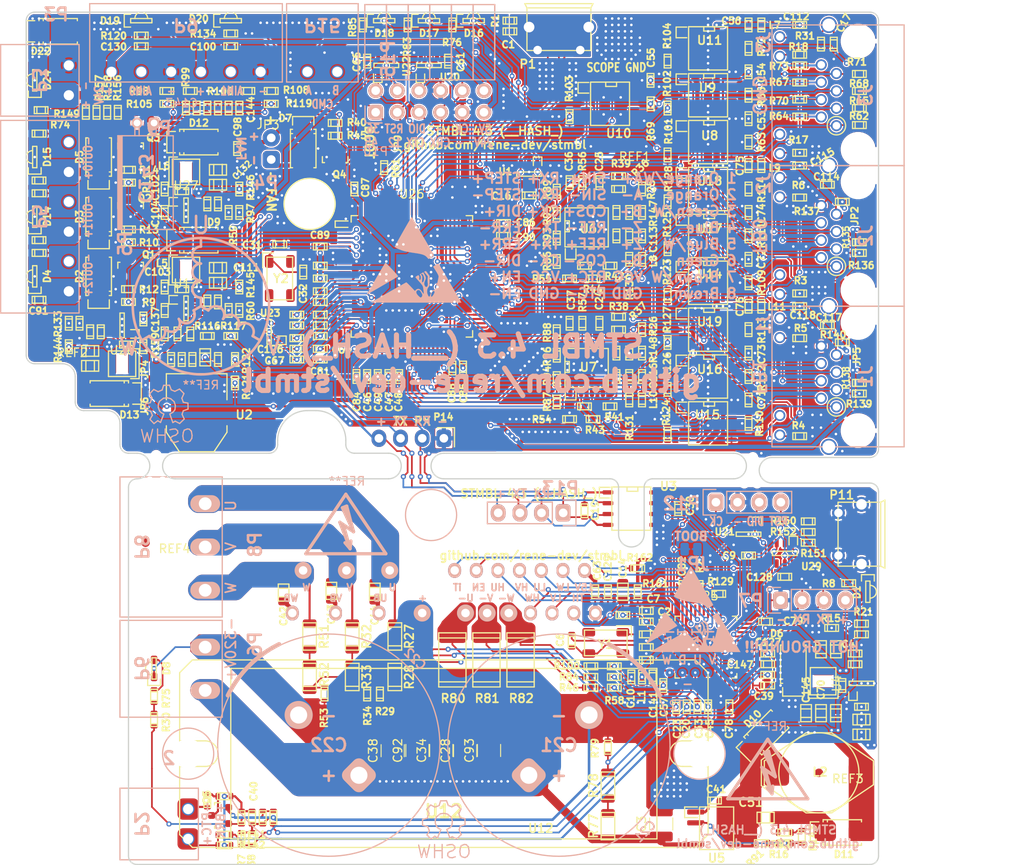
<source format=kicad_pcb>
(kicad_pcb (version 20171130) (host pcbnew "(5.1.9)-1")
  (layers (0 F.Cu signal) (31 B.Cu signal) (34 B.Paste user hide) (35 F.Paste user hide) (36 B.SilkS user hide) (37 F.SilkS user) (38 B.Mask user hide) (39 F.Mask user hide) (44 Edge.Cuts user))
  (net 0 "")
  (net 1 "Net-(C1-Pad1)")
  (net 2 GND)
  (net 3 +3.3VP)
  (net 4 GNDPWR)
  (net 5 "Net-(C5-Pad1)")
  (net 6 "Net-(C6-Pad1)")
  (net 7 +5V)
  (net 8 /hv/f3/A_U)
  (net 9 "Net-(C15-Pad2)")
  (net 10 +3V3)
  (net 11 /hv/f3/A_V)
  (net 12 VPP)
  (net 13 /hv/f3/A_W)
  (net 14 "Net-(C24-Pad1)")
  (net 15 "Net-(C24-Pad2)")
  (net 16 "Net-(C25-Pad1)")
  (net 17 "Net-(C25-Pad2)")
  (net 18 "Net-(C26-Pad1)")
  (net 19 "Net-(C26-Pad2)")
  (net 20 "Net-(C27-Pad1)")
  (net 21 "Net-(C27-Pad2)")
  (net 22 "Net-(C31-Pad1)")
  (net 23 "Net-(C32-Pad1)")
  (net 24 /hv/cur/A_IU)
  (net 25 /hv/f3/A_HV)
  (net 26 "Net-(C41-Pad1)")
  (net 27 /hv/back-emf/W)
  (net 28 "Net-(C42-Pad2)")
  (net 29 /hv/back-emf/V)
  (net 30 "Net-(C43-Pad2)")
  (net 31 /hv/back-emf/U)
  (net 32 "Net-(C44-Pad2)")
  (net 33 /hv/cur/A_IV)
  (net 34 /ctrl/FB1/A12)
  (net 35 /ctrl/FB0/A12)
  (net 36 /ctrl/FB0/A35)
  (net 37 /ctrl/FB1/A35)
  (net 38 /hv/cur/A_IW)
  (net 39 +15V)
  (net 40 "Net-(C88-Pad1)")
  (net 41 "Net-(C90-Pad1)")
  (net 42 "Net-(D1-Pad2)")
  (net 43 "Net-(D1-Pad1)")
  (net 44 +24V)
  (net 45 "Net-(D2-Pad2)")
  (net 46 "Net-(D3-Pad2)")
  (net 47 "Net-(D5-Pad2)")
  (net 48 "Net-(D7-Pad2)")
  (net 49 "Net-(D8-Pad2)")
  (net 50 /ctrl/RX)
  (net 51 "Net-(Q1-Pad1)")
  (net 52 "Net-(Q2-Pad1)")
  (net 53 "Net-(Q3-Pad1)")
  (net 54 "Net-(Q4-Pad1)")
  (net 55 "Net-(JP1-Pad2)")
  (net 56 "Net-(R27-Pad2)")
  (net 57 "Net-(R32-Pad2)")
  (net 58 "Net-(J2-Pad3)")
  (net 59 "Net-(J1-Pad3)")
  (net 60 "Net-(J1-Pad6)")
  (net 61 "Net-(J2-Pad6)")
  (net 62 "Net-(J1-Pad1)")
  (net 63 "Net-(J2-Pad1)")
  (net 64 "Net-(J1-Pad2)")
  (net 65 "Net-(J2-Pad2)")
  (net 66 /hv/driver/CUH)
  (net 67 "Net-(R51-Pad2)")
  (net 68 "Net-(R54-Pad1)")
  (net 69 "Net-(R55-Pad1)")
  (net 70 "Net-(R56-Pad1)")
  (net 71 "Net-(R57-Pad1)")
  (net 72 "Net-(JP9-Pad2)")
  (net 73 "Net-(J3-Pad1)")
  (net 74 "Net-(J3-Pad2)")
  (net 75 "Net-(J3-Pad3)")
  (net 76 "Net-(J3-Pad6)")
  (net 77 "Net-(J3-Pad5)")
  (net 78 "Net-(J3-Pad4)")
  (net 79 "Net-(J3-Pad7)")
  (net 80 "Net-(J3-Pad8)")
  (net 81 /hv/f3/HV_RX)
  (net 82 "Net-(R77-Pad2)")
  (net 83 /hv/driver/CVH)
  (net 84 /hv/driver/CWH)
  (net 85 /ctrl/f4/CMD_12E)
  (net 86 /ctrl/f4/CMD_36E)
  (net 87 /ctrl/f4/CMD_45E)
  (net 88 /ctrl/f4/CMD_78E)
  (net 89 "Net-(J1-Pad5)")
  (net 90 "Net-(J1-Pad4)")
  (net 91 "Net-(J2-Pad5)")
  (net 92 "Net-(J2-Pad4)")
  (net 93 /hv/f3/A_T_HV)
  (net 94 /ctrl/FB0/E12)
  (net 95 /ctrl/FB1/E12)
  (net 96 /ctrl/FB0/E36)
  (net 97 /ctrl/FB1/E36)
  (net 98 /ctrl/FB1/E45)
  (net 99 /ctrl/FB0/E45)
  (net 100 /hv/f3/HV_EN)
  (net 101 "Net-(T1-Pad1)")
  (net 102 /hv/f3/HV_TX)
  (net 103 /ctrl/f4/CMD_12)
  (net 104 /ctrl/f4/CMD_36)
  (net 105 /ctrl/f4/CMD_45)
  (net 106 /ctrl/f4/CMD_78)
  (net 107 /ctrl/FB1/D12)
  (net 108 /ctrl/FB0/D12)
  (net 109 /ctrl/FB1/D36)
  (net 110 /ctrl/FB0/D36)
  (net 111 /ctrl/FB0/D45)
  (net 112 /ctrl/FB1/D45)
  (net 113 "Net-(T44-Pad1)")
  (net 114 "Net-(T45-Pad1)")
  (net 115 "Net-(T46-Pad1)")
  (net 116 "Net-(P1-Pad3)")
  (net 117 "Net-(P1-Pad2)")
  (net 118 "Net-(R129-Pad2)")
  (net 119 "Net-(C15-Pad1)")
  (net 120 "Net-(C53-Pad1)")
  (net 121 "Net-(C119-Pad2)")
  (net 122 "Net-(C71-Pad1)")
  (net 123 "Net-(C72-Pad1)")
  (net 124 "Net-(C105-Pad1)")
  (net 125 "Net-(C105-Pad2)")
  (net 126 "Net-(C106-Pad1)")
  (net 127 "Net-(C106-Pad2)")
  (net 128 +12V)
  (net 129 "Net-(R19-Pad1)")
  (net 130 "Net-(R131-Pad2)")
  (net 131 "Net-(R130-Pad2)")
  (net 132 "Net-(R30-Pad2)")
  (net 133 "Net-(R35-Pad1)")
  (net 134 /ctrl/TX)
  (net 135 /ctrl/IO/NRST)
  (net 136 +5F)
  (net 137 "Net-(C114-Pad1)")
  (net 138 "Net-(C117-Pad1)")
  (net 139 "Net-(C121-Pad1)")
  (net 140 "Net-(C121-Pad2)")
  (net 141 "Net-(R132-Pad1)")
  (net 142 /ctrl/FB0/A78)
  (net 143 /ctrl/FB1/A78)
  (net 144 /ctrl/f4/IO_AIN0)
  (net 145 /ctrl/f4/IO_AIN1)
  (net 146 "Net-(P9-Pad5)")
  (net 147 "Net-(P9-Pad2)")
  (net 148 /hv/f3/NRST)
  (net 149 "Net-(C36-Pad2)")
  (net 150 "Net-(C37-Pad2)")
  (net 151 /hv/f3/A_T_MOT)
  (net 152 "Net-(P2-Pad1)")
  (net 153 /hv/f3/SWCLK)
  (net 154 /hv/f3/SWDIO)
  (net 155 "Net-(R59-Pad1)")
  (net 156 GNDD)
  (net 157 "Net-(R15-Pad1)")
  (net 158 "Net-(R16-Pad1)")
  (net 159 "Net-(D4-Pad1)")
  (net 160 "Net-(D14-Pad1)")
  (net 161 "Net-(D15-Pad1)")
  (net 162 "Net-(D16-Pad1)")
  (net 163 "Net-(D17-Pad1)")
  (net 164 "Net-(D18-Pad1)")
  (net 165 "Net-(D19-Pad1)")
  (net 166 "Net-(D20-Pad1)")
  (net 167 /ctrl/IO/SWDIO)
  (net 168 /ctrl/IO/CAN_TX)
  (net 169 /ctrl/IO/CAN_RX)
  (net 170 /ctrl/IO/SWCK)
  (net 171 "Net-(R147-Pad2)")
  (net 172 "Net-(R148-Pad2)")
  (net 173 "Net-(R145-Pad2)")
  (net 174 "Net-(R143-Pad2)")
  (net 175 "Net-(R146-Pad2)")
  (net 176 "Net-(R133-Pad1)")
  (net 177 "Net-(C12-Pad1)")
  (net 178 "Net-(C13-Pad1)")
  (net 179 "Net-(C98-Pad1)")
  (net 180 /ctrl/IO/IO_RED)
  (net 181 /ctrl/IO/IO_YELLOW)
  (net 182 /ctrl/IO/IO_GREEN)
  (net 183 /ctrl/IO/IO_L0)
  (net 184 /ctrl/IO/IO_L1)
  (net 185 "Net-(D24-Pad1)")
  (net 186 /ctrl/f4/FB0_L1)
  (net 187 /ctrl/f4/FB1_L1)
  (net 188 /ctrl/f4/FB1_L2)
  (net 189 /ctrl/f4/FB0_L2)
  (net 190 /ctrl/IO/IO_OUT0)
  (net 191 /ctrl/IO/IO_OUT1)
  (net 192 /ctrl/f4/CMD_L1)
  (net 193 /ctrl/f4/CMD_L2)
  (net 194 /ctrl/IO/IO_FAN)
  (net 195 /hv/f3/IO_TX)
  (net 196 /hv/f3/IO_RX)
  (net 197 /hv/f3/USB_DM)
  (net 198 /hv/f3/USB_DP)
  (net 199 /ctrl/f4/EN_5V)
  (net 200 /ctrl/f4/A_24V)
  (net 201 /ctrl/f4/A_5V)
  (net 202 "Net-(P11-Pad2)")
  (net 203 "Net-(P11-Pad3)")
  (net 204 "Net-(R118-Pad1)")
  (net 205 "Net-(R153-Pad1)")
  (net 206 /ctrl/IO/IO_OUT2)
  (net 207 "Net-(J1-Pad9)")
  (net 208 "Net-(J1-Pad11)")
  (net 209 "Net-(J2-Pad9)")
  (net 210 "Net-(J2-Pad11)")
  (net 211 "Net-(J3-Pad9)")
  (net 212 "Net-(J3-Pad11)")
  (net 213 +5VA)
  (net 214 "Net-(C139-Pad1)")
  (net 215 "Net-(C101-Pad1)")
  (net 216 /hv/driver/itirp)
  (net 217 /hv/driver/LV)
  (net 218 /hv/driver/HW)
  (net 219 /hv/driver/LW)
  (net 220 /hv/driver/LU)
  (net 221 /hv/driver/HV)
  (net 222 /hv/driver/HU)
  (net 223 "Net-(R143-Pad1)")
  (net 224 "Net-(C41-Pad2)")
  (net 225 "Net-(C51-Pad1)")
  (net 226 "Net-(C141-Pad2)")
  (net 227 "Net-(Q5-Pad1)")
  (net 228 /hv/f3/BRK)
  (net 229 "Net-(P2-Pad2)")
  (net 230 "Net-(Q5-Pad3)")
  (module stmbl:C_0805 (layer F.Cu) (at 138.9 117.75 270)
    (fp_text reference C44 (at 2.75 0 90) (layer F.SilkS) (effects (font (size 0.8 0.8) (thickness 0.2))))
    (fp_text value 2.2u)
    (pad 1 smd roundrect (at -1 0 270) (size 1 1.25) (layers F.Cu F.Paste F.Mask) (net 31 /hv/back-emf/U))
    (pad 2 smd roundrect (at 1 0 270) (size 1 1.25) (layers F.Cu F.Paste F.Mask) (net 32 "Net-(C44-Pad2)"))
  )
  (module stmbl:C_0805 (layer F.Cu) (at 133.8 117.65 270)
    (fp_text reference C43 (at 2.75 0 90) (layer F.SilkS) (effects (font (size 0.8 0.8) (thickness 0.2))))
    (fp_text value 2.2u)
    (pad 1 smd roundrect (at -1 0 270) (size 1 1.25) (layers F.Cu F.Paste F.Mask) (net 29 /hv/back-emf/V))
    (pad 2 smd roundrect (at 1 0 270) (size 1 1.25) (layers F.Cu F.Paste F.Mask) (net 30 "Net-(C43-Pad2)"))
  )
  (module stmbl:C_0805 (layer F.Cu) (at 128.2 117.85 270)
    (fp_text reference C42 (at 2.75 0 90) (layer F.SilkS) (effects (font (size 0.8 0.8) (thickness 0.2))))
    (fp_text value 2.2u)
    (pad 1 smd roundrect (at -1 0 270) (size 1 1.25) (layers F.Cu F.Paste F.Mask) (net 27 /hv/back-emf/W))
    (pad 2 smd roundrect (at 1 0 270) (size 1 1.25) (layers F.Cu F.Paste F.Mask) (net 28 "Net-(C42-Pad2)"))
  )
  (module Capacitor_SMD:C_1210_3225Metric (layer F.Cu) (at 152.3 136.375 90)
    (fp_text reference C93 (at 0 -2.3 90) (layer F.SilkS))
    (fp_text value 100n)
    (pad 2 smd roundrect (at 1.475 0 90) (size 1.15 2.7) (layers F.Cu F.Paste F.Mask) (roundrect_rratio 0.217391) (net 4 GNDPWR))
    (pad 1 smd roundrect (at -1.475 0 90) (size 1.15 2.7) (layers F.Cu F.Paste F.Mask) (roundrect_rratio 0.217391) (net 12 VPP))
  )
  (module Capacitor_SMD:C_1210_3225Metric (layer F.Cu) (at 143.9 136.375 90)
    (fp_text reference C92 (at 0 -2.3 90) (layer F.SilkS))
    (fp_text value 100n)
    (pad 2 smd roundrect (at 1.475 0 90) (size 1.15 2.7) (layers F.Cu F.Paste F.Mask) (roundrect_rratio 0.217391) (net 4 GNDPWR))
    (pad 1 smd roundrect (at -1.475 0 90) (size 1.15 2.7) (layers F.Cu F.Paste F.Mask) (roundrect_rratio 0.217391) (net 12 VPP))
  )
  (module Capacitor_SMD:C_1210_3225Metric (layer F.Cu) (at 141 136.4 90)
    (fp_text reference C38 (at 0 -2.3 90) (layer F.SilkS))
    (fp_text value 100n)
    (pad 2 smd roundrect (at 1.475 0 90) (size 1.15 2.7) (layers F.Cu F.Paste F.Mask) (roundrect_rratio 0.217391) (net 4 GNDPWR))
    (pad 1 smd roundrect (at -1.475 0 90) (size 1.15 2.7) (layers F.Cu F.Paste F.Mask) (roundrect_rratio 0.217391) (net 12 VPP))
  )
  (module Capacitor_SMD:C_1210_3225Metric (layer F.Cu) (at 146.7 136.375 90)
    (fp_text reference C34 (at 0 -2.3 90) (layer F.SilkS))
    (fp_text value 100n)
    (pad 2 smd roundrect (at 1.475 0 90) (size 1.15 2.7) (layers F.Cu F.Paste F.Mask) (roundrect_rratio 0.217391) (net 4 GNDPWR))
    (pad 1 smd roundrect (at -1.475 0 90) (size 1.15 2.7) (layers F.Cu F.Paste F.Mask) (roundrect_rratio 0.217391) (net 12 VPP))
  )
  (module Capacitor_SMD:C_1210_3225Metric (layer F.Cu) (at 149.5 136.4 90)
    (fp_text reference C28 (at 0 -2.3 90) (layer F.SilkS))
    (fp_text value 100n)
    (pad 2 smd roundrect (at 1.475 0 90) (size 1.15 2.7) (layers F.Cu F.Paste F.Mask) (roundrect_rratio 0.217391) (net 4 GNDPWR))
    (pad 1 smd roundrect (at -1.475 0 90) (size 1.15 2.7) (layers F.Cu F.Paste F.Mask) (roundrect_rratio 0.217391) (net 12 VPP))
  )
  (module Capacitor_SMD:C_1210_3225Metric (layer F.Cu) (at 172.5 145 90)
    (fp_text reference C3 (at 0 -2.3 90) (layer F.SilkS))
    (fp_text value 100n)
    (pad 2 smd roundrect (at 1.475 0 90) (size 1.15 2.7) (layers F.Cu F.Paste F.Mask) (roundrect_rratio 0.217391) (net 4 GNDPWR))
    (pad 1 smd roundrect (at -1.475 0 90) (size 1.15 2.7) (layers F.Cu F.Paste F.Mask) (roundrect_rratio 0.217391) (net 12 VPP))
  )
  (module stmbl:esd (layer B.Cu) (at 176 120 180)
    (fp_text reference G*** hide)
    (fp_text value LOGO hide)
  )
  (module stmbl:Symbol_HighVoltage_Type2_Top_VerySmall (layer B.Cu) (at 135.5 110.5 180)
    (fp_text reference REF** (at -0.127 5.715 180) (layer B.SilkS) (effects (justify mirror)))
    (fp_text value Symbol_HighVoltage_Type2_Top_VerySmall)
  )
  (module stmbl:Pin_Header_Angled_1x04 (layer F.Cu) (at 147 99.75 270)
    (fp_text reference P14 (at -2.502 0.054) (layer F.SilkS) (effects (font (size 0.8 0.8) (thickness 0.2))))
    (fp_text value CONN_01X04)
    (pad 4 thru_hole oval (at 0 7.62 270) (size 2.032 1.7272) (drill 1.016) (layers *.Cu *.Mask F.CrtYd) (net 10 +3V3))
    (pad 3 thru_hole oval (at 0 5.08 270) (size 2.032 1.7272) (drill 1.016) (layers *.Cu *.Mask F.CrtYd) (net 134 /ctrl/TX))
    (pad 2 thru_hole oval (at 0 2.54 270) (size 2.032 1.7272) (drill 1.016) (layers *.Cu *.Mask F.CrtYd) (net 50 /ctrl/RX))
    (pad 1 thru_hole roundrect (at 0 0 270) (size 2.032 1.7272) (drill 1.016) (layers *.Cu *.Mask) (net 2 GND))
  )
  (module stmbl:C_Radial_D6.5_L11_P2.5 (layer B.Cu) (at 113 62.75 180)
    (fp_text reference C143 (at -3.212 2.332 180) (layer B.SilkS) (effects (justify mirror)))
    (fp_text value 22µ)
    (pad 2 thru_hole circle (at 2 0 180) (size 1.3 1.3) (drill 0.8) (layers *.Cu *.Mask B.SilkS) (net 2 GND))
    (pad 1 thru_hole roundrect (at 0 0 180) (size 1.3 1.3) (drill 0.8) (layers *.Cu *.Mask B.SilkS) (net 44 +24V))
  )
  (module stmbl:C_Radial_D26_L45_P10 (layer B.Cu) (at 133.5 135.75 135)
    (fp_text reference C22 (at 0 14.3 135) (layer B.SilkS) (effects (font (thickness 0.2)) (justify mirror)))
    (fp_text value 270µ)
    (pad 1 thru_hole roundrect (at -5 0 135) (size 3.3 3.3) (drill 2) (layers *.Cu *.Mask B.SilkS) (net 12 VPP))
    (pad 2 thru_hole circle (at 5 0 135) (size 3.3 3.3) (drill 2) (layers *.Cu *.Mask B.SilkS) (net 4 GNDPWR))
  )
  (module stmbl:C_Radial_D26_L45_P10 (layer B.Cu) (at 160.5 135.75 45)
    (fp_text reference C21 (at 0 14.3 45) (layer B.SilkS) (effects (font (thickness 0.2)) (justify mirror)))
    (fp_text value 270µ)
    (pad 1 thru_hole roundrect (at -5 0 45) (size 3.3 3.3) (drill 2) (layers *.Cu *.Mask B.SilkS) (net 12 VPP))
    (pad 2 thru_hole circle (at 5 0 45) (size 3.3 3.3) (drill 2) (layers *.Cu *.Mask B.SilkS) (net 4 GNDPWR))
  )
  (module stmbl:Fiducial_1mm_Outer_CopperTop (layer F.Cu) (at 112 112)
    (fp_text reference REF4 (at 3.4 0.7) (layer F.SilkS))
    (fp_text value Fiducial_1mm_Dia_2.54mm_Outer_CopperTop)
    (pad ~ smd circle (at 0 0) (size 1 1) (layers F.Cu F.Mask) (clearance 0.65))
  )
  (module stmbl:Fiducial_1mm_Outer_CopperTop (layer F.Cu) (at 166 66)
    (fp_text reference REF1 (at 3.4 0.7) (layer F.SilkS))
    (fp_text value Fiducial_1mm_Dia_2.54mm_Outer_CopperTop)
    (pad ~ smd circle (at 0 0) (size 1 1) (layers F.Cu F.Mask) (clearance 0.65))
  )
  (module stmbl:Fiducial_1mm_Outer_CopperTop (layer F.Cu) (at 100 89)
    (fp_text reference REF2 (at 3.4 0.7) (layer F.SilkS))
    (fp_text value Fiducial_1mm_Dia_2.54mm_Outer_CopperTop)
    (pad ~ smd circle (at 0 0) (size 1 1) (layers F.Cu F.Mask) (clearance 0.65))
  )
  (module stmbl:Fiducial_1mm_Outer_CopperTop (layer F.Cu) (at 191 139)
    (fp_text reference REF3 (at 3.4 0.7) (layer F.SilkS))
    (fp_text value Fiducial_1mm_Dia_2.54mm_Outer_CopperTop)
    (pad ~ smd circle (at 0 0) (size 1 1) (layers F.Cu F.Mask) (clearance 0.65))
  )
  (module stmbl:SOLDER_JUMPER (layer F.Cu) (at 140 65 270)
    (fp_text reference JP9 (at 0.244 -1.612 270) (layer F.SilkS) (effects (font (size 0.8 0.8) (thickness 0.2))))
    (fp_text value Jumper_NO_Small)
    (fp_line (start 0.75 0) (end 0.2 0) (layer F.Cu) (width 0.25))
    (fp_line (start -0.75 0) (end -0.2 0) (layer F.Cu) (width 0.25))
    (pad 1 smd roundrect (at -0.75 0 270) (size 1 1.5) (layers F.Cu F.Paste F.Mask) (net 10 +3V3))
    (pad 2 smd roundrect (at 0.75 0 270) (size 1 1.5) (layers F.Cu F.Paste F.Mask) (net 72 "Net-(JP9-Pad2)"))
  )
  (module stmbl:SOLDER_JUMPER (layer F.Cu) (at 113.25 92 90)
    (fp_text reference JP4 (at 0.34 -1.356 90) (layer F.SilkS) (effects (font (size 0.8 0.8) (thickness 0.2))))
    (fp_text value Jumper_NO_Small)
    (fp_line (start 0.75 0) (end 0.2 0) (layer F.Cu) (width 0.25))
    (fp_line (start -0.75 0) (end -0.2 0) (layer F.Cu) (width 0.25))
    (pad 1 smd roundrect (at -0.75 0 90) (size 1 1.5) (layers F.Cu F.Paste F.Mask) (net 136 +5F))
    (pad 2 smd roundrect (at 0.75 0 90) (size 1 1.5) (layers F.Cu F.Paste F.Mask) (net 7 +5V))
  )
  (module stmbl:SOLDER_JUMPER (layer B.Cu) (at 176 112.75)
    (fp_text reference JP1 (at 0.156 1.77) (layer B.SilkS) (effects (font (size 1.5 1.5) (thickness 0.3)) (justify mirror)))
    (fp_text value Jumper_NO_Small)
    (fp_line (start 0.75 0) (end 0.2 0) (layer B.Cu) (width 0.25))
    (fp_line (start -0.75 0) (end -0.2 0) (layer B.Cu) (width 0.25))
    (pad 1 smd roundrect (at -0.75 0) (size 1 1.5) (layers B.Cu B.Paste B.Mask) (net 3 +3.3VP))
    (pad 2 smd roundrect (at 0.75 0) (size 1 1.5) (layers B.Cu B.Paste B.Mask) (net 55 "Net-(JP1-Pad2)"))
  )
  (module stmbl:SOIC-7 (layer F.Cu) (at 179 145.5)
    (fp_text reference U5 (at 0 3.5) (layer F.SilkS) (effects (font (thickness 0.2))))
    (fp_text value LNK304D)
    (pad 8 smd roundrect (at 2.45 -1.905 270) (size 0.6 2) (layers F.Cu F.Paste F.Mask) (net 224 "Net-(C41-Pad2)"))
    (pad 7 smd roundrect (at 2.45 -0.635 270) (size 0.6 2) (layers F.Cu F.Paste F.Mask) (net 224 "Net-(C41-Pad2)"))
    (pad 6 smd roundrect (at 2.45 0.635 270) (size 0.6 2) (layers F.Cu F.Paste F.Mask) (net 224 "Net-(C41-Pad2)"))
    (pad 5 smd roundrect (at 2.45 1.905 270) (size 0.6 2) (layers F.Cu F.Paste F.Mask) (net 224 "Net-(C41-Pad2)"))
    (pad 4 smd roundrect (at -2.45 1.905 270) (size 0.6 2) (layers F.Cu F.Paste F.Mask) (net 12 VPP))
    (pad 2 smd roundrect (at -2.45 -0.635 270) (size 0.6 2) (layers F.Cu F.Paste F.Mask) (net 223 "Net-(R143-Pad1)"))
    (pad 1 smd roundrect (at -2.45 -1.905 270) (size 0.6 2) (layers F.Cu F.Paste F.Mask) (net 26 "Net-(C41-Pad1)"))
  )
  (module stmbl:AC (layer B.Cu) (at 118.5 84.25 180)
    (fp_text reference REF** (at 0 -9.25 180) (layer B.SilkS) (effects (justify mirror)))
    (fp_text value AC)
    (fp_text user V (at -8.5 -4.75 180) (layer B.SilkS) (effects (font (size 2 2) (thickness 0.3)) (justify mirror)))
    (fp_text user U (at 0 9.5 180) (layer B.SilkS) (effects (font (size 2 2) (thickness 0.3)) (justify mirror)))
    (fp_text user W (at 8.5 -4.75 180) (layer B.SilkS) (effects (font (size 2 2) (thickness 0.3)) (justify mirror)))
  )
  (module stmbl:Symbol_OSHW-Logo_SilkScreen (layer B.Cu) (at 114.5 96 180)
    (fp_text reference LOGO1 hide)
    (fp_text value OPEN_HARDWARE_1)
  )
  (module stmbl:LED-0805-SIDE (layer F.Cu) (at 99 80.75 90)
    (fp_text reference D4 (at 0.012 1.464 90) (layer F.SilkS) (effects (font (size 0.8 0.8) (thickness 0.2))))
    (fp_text value green)
    (pad 2 smd roundrect (at 1 0 270) (size 1 0.75) (layers F.Cu F.Paste F.Mask) (net 44 +24V))
    (pad 1 smd roundrect (at -1 0 270) (size 1 0.75) (layers F.Cu F.Paste F.Mask) (net 159 "Net-(D4-Pad1)"))
  )
  (module stmbl:LED-0805-SIDE (layer F.Cu) (at 99 73.75 90)
    (fp_text reference D14 (at 0.012 1.464 90) (layer F.SilkS) (effects (font (size 0.8 0.8) (thickness 0.2))))
    (fp_text value green)
    (pad 2 smd roundrect (at 1 0 270) (size 1 0.75) (layers F.Cu F.Paste F.Mask) (net 44 +24V))
    (pad 1 smd roundrect (at -1 0 270) (size 1 0.75) (layers F.Cu F.Paste F.Mask) (net 160 "Net-(D14-Pad1)"))
  )
  (module stmbl:LED-0805-SIDE (layer F.Cu) (at 99 66.75 90)
    (fp_text reference D15 (at 0.012 1.464 90) (layer F.SilkS) (effects (font (size 0.8 0.8) (thickness 0.2))))
    (fp_text value green)
    (pad 2 smd roundrect (at 1 0 270) (size 1 0.75) (layers F.Cu F.Paste F.Mask) (net 44 +24V))
    (pad 1 smd roundrect (at -1 0 270) (size 1 0.75) (layers F.Cu F.Paste F.Mask) (net 161 "Net-(D15-Pad1)"))
  )
  (module stmbl:LED-0805-SIDE (layer F.Cu) (at 150.5 50.75)
    (fp_text reference D16 (at 0.012 1.464) (layer F.SilkS) (effects (font (size 0.8 0.8) (thickness 0.2))))
    (fp_text value red)
    (pad 2 smd roundrect (at 1 0 180) (size 1 0.75) (layers F.Cu F.Paste F.Mask) (net 180 /ctrl/IO/IO_RED))
    (pad 1 smd roundrect (at -1 0 180) (size 1 0.75) (layers F.Cu F.Paste F.Mask) (net 162 "Net-(D16-Pad1)"))
  )
  (module stmbl:LED-0805-SIDE (layer F.Cu) (at 145.25 50.75)
    (fp_text reference D17 (at 0.012 1.464) (layer F.SilkS) (effects (font (size 0.8 0.8) (thickness 0.2))))
    (fp_text value yellow)
    (pad 2 smd roundrect (at 1 0 180) (size 1 0.75) (layers F.Cu F.Paste F.Mask) (net 181 /ctrl/IO/IO_YELLOW))
    (pad 1 smd roundrect (at -1 0 180) (size 1 0.75) (layers F.Cu F.Paste F.Mask) (net 163 "Net-(D17-Pad1)"))
  )
  (module stmbl:LED-0805-SIDE (layer F.Cu) (at 140 50.75)
    (fp_text reference D18 (at 0.012 1.464) (layer F.SilkS) (effects (font (size 0.8 0.8) (thickness 0.2))))
    (fp_text value green)
    (pad 2 smd roundrect (at 1 0 180) (size 1 0.75) (layers F.Cu F.Paste F.Mask) (net 182 /ctrl/IO/IO_GREEN))
    (pad 1 smd roundrect (at -1 0 180) (size 1 0.75) (layers F.Cu F.Paste F.Mask) (net 164 "Net-(D18-Pad1)"))
  )
  (module stmbl:LED-0805-SIDE (layer F.Cu) (at 111.5 50.75)
    (fp_text reference D19 (at -3.67 0.016) (layer F.SilkS) (effects (font (size 0.8 0.8) (thickness 0.2))))
    (fp_text value green)
    (pad 2 smd roundrect (at 1 0 180) (size 1 0.75) (layers F.Cu F.Paste F.Mask) (net 183 /ctrl/IO/IO_L0))
    (pad 1 smd roundrect (at -1 0 180) (size 1 0.75) (layers F.Cu F.Paste F.Mask) (net 165 "Net-(D19-Pad1)"))
  )
  (module stmbl:LED-0805-SIDE (layer F.Cu) (at 122 50.75)
    (fp_text reference D20 (at -3.756 -0.238) (layer F.SilkS) (effects (font (size 0.8 0.8) (thickness 0.2))))
    (fp_text value green)
    (pad 2 smd roundrect (at 1 0 180) (size 1 0.75) (layers F.Cu F.Paste F.Mask) (net 184 /ctrl/IO/IO_L1))
    (pad 1 smd roundrect (at -1 0 180) (size 1 0.75) (layers F.Cu F.Paste F.Mask) (net 166 "Net-(D20-Pad1)"))
  )
  (module stmbl:LED-0805-SIDE (layer F.Cu) (at 99 57.75 90)
    (fp_text reference D24 (at 0.012 1.464 90) (layer F.SilkS) (effects (font (size 0.8 0.8) (thickness 0.2))))
    (fp_text value green)
    (pad 2 smd roundrect (at 1 0 270) (size 1 0.75) (layers F.Cu F.Paste F.Mask) (net 44 +24V))
    (pad 1 smd roundrect (at -1 0 270) (size 1 0.75) (layers F.Cu F.Paste F.Mask) (net 185 "Net-(D24-Pad1)"))
  )
  (module stmbl:LED-0805-SIDE (layer F.Cu) (at 196.75 117.75 270)
    (fp_text reference D1 (at 0.072 1.29 270) (layer F.SilkS) (effects (font (size 0.8 0.8) (thickness 0.2))))
    (fp_text value red)
    (pad 2 smd roundrect (at 1 0 90) (size 1 0.75) (layers F.Cu F.Paste F.Mask) (net 42 "Net-(D1-Pad2)"))
    (pad 1 smd roundrect (at -1 0 90) (size 1 0.75) (layers F.Cu F.Paste F.Mask) (net 43 "Net-(D1-Pad1)"))
  )
  (module stmbl:LED-0805-SIDE (layer F.Cu) (at 113 126.75 90)
    (fp_text reference D8 (at 0.012 1.464 90) (layer F.SilkS) (effects (font (size 0.8 0.8) (thickness 0.2))))
    (fp_text value green)
    (pad 2 smd roundrect (at 1 0 270) (size 1 0.75) (layers F.Cu F.Paste F.Mask) (net 49 "Net-(D8-Pad2)"))
    (pad 1 smd roundrect (at -1 0 270) (size 1 0.75) (layers F.Cu F.Paste F.Mask) (net 4 GNDPWR))
  )
  (module stmbl:R_2512 (layer F.Cu) (at 148 125.75 270)
    (fp_text reference R80 (at 4.518 -0.09) (layer F.SilkS) (effects (font (thickness 0.2))))
    (fp_text value 0.003)
    (pad 1 smd roundrect (at -2.75 0 270) (size 1.5 3.2) (layers F.Cu F.Paste F.Mask) (net 66 /hv/driver/CUH))
    (pad 2 smd roundrect (at 2.75 0 270) (size 1.5 3.2) (layers F.Cu F.Paste F.Mask) (net 4 GNDPWR))
  )
  (module stmbl:R_2512 (layer F.Cu) (at 156 125.75 270)
    (fp_text reference R82 (at 4.518 -0.09) (layer F.SilkS) (effects (font (thickness 0.2))))
    (fp_text value 0.003)
    (pad 1 smd roundrect (at -2.75 0 270) (size 1.5 3.2) (layers F.Cu F.Paste F.Mask) (net 84 /hv/driver/CWH))
    (pad 2 smd roundrect (at 2.75 0 270) (size 1.5 3.2) (layers F.Cu F.Paste F.Mask) (net 4 GNDPWR))
  )
  (module stmbl:R_2512 (layer F.Cu) (at 152 125.75 270)
    (fp_text reference R81 (at 4.518 -0.09) (layer F.SilkS) (effects (font (thickness 0.2))))
    (fp_text value 0.003)
    (pad 1 smd roundrect (at -2.75 0 270) (size 1.5 3.2) (layers F.Cu F.Paste F.Mask) (net 83 /hv/driver/CVH))
    (pad 2 smd roundrect (at 2.75 0 270) (size 1.5 3.2) (layers F.Cu F.Paste F.Mask) (net 4 GNDPWR))
  )
  (module stmbl:SOT-223 (layer F.Cu) (at 118 96.75 270)
    (fp_text reference U2 (at 0.244 -5.578) (layer F.SilkS) (effects (font (thickness 0.2))))
    (fp_text value zldo1117)
    (pad 2 smd roundrect (at 3.25 0 180) (size 3.5 2) (layers F.Cu F.Paste F.Mask) (net 10 +3V3))
    (pad 2 smd roundrect (at -3.25 0 180) (size 1 2) (layers F.Cu F.Paste F.Mask) (net 10 +3V3))
    (pad 3 smd roundrect (at -3.25 2.25 180) (size 1 2) (layers F.Cu F.Paste F.Mask) (net 7 +5V))
    (pad 1 smd roundrect (at -3.25 -2.25 180) (size 1 2) (layers F.Cu F.Paste F.Mask) (net 2 GND))
  )
  (module stmbl:LQFP-100_14x14mm_Pitch0.5mm (layer F.Cu) (at 143.25 80.75)
    (fp_text reference U26 (at 0 -9.65) (layer F.SilkS))
    (fp_text value STM32F405VG)
    (pad 1 smd roundrect (at -7.9 -6) (size 1.5 0.25) (layers F.Cu F.Paste F.Mask) (net 2 GND))
    (pad 2 smd roundrect (at -7.9 -5.5) (size 1.5 0.25) (layers F.Cu F.Paste F.Mask) (net 194 /ctrl/IO/IO_FAN))
    (pad 3 smd roundrect (at -7.9 -5) (size 1.5 0.25) (layers F.Cu F.Paste F.Mask) (net 190 /ctrl/IO/IO_OUT0))
    (pad 4 smd roundrect (at -7.9 -4.5) (size 1.5 0.25) (layers F.Cu F.Paste F.Mask) (net 191 /ctrl/IO/IO_OUT1))
    (pad 5 smd roundrect (at -7.9 -4) (size 1.5 0.25) (layers F.Cu F.Paste F.Mask) (net 206 /ctrl/IO/IO_OUT2))
    (pad 6 smd roundrect (at -7.9 -3.5) (size 1.5 0.25) (layers F.Cu F.Paste F.Mask) (net 10 +3V3))
    (pad 7 smd roundrect (at -7.9 -3) (size 1.5 0.25) (layers F.Cu F.Paste F.Mask) (net 199 /ctrl/f4/EN_5V))
    (pad 8 smd roundrect (at -7.9 -2.5) (size 1.5 0.25) (layers F.Cu F.Paste F.Mask) (net 2 GND))
    (pad 9 smd roundrect (at -7.9 -2) (size 1.5 0.25) (layers F.Cu F.Paste F.Mask) (net 2 GND))
    (pad 10 smd roundrect (at -7.9 -1.5) (size 1.5 0.25) (layers F.Cu F.Paste F.Mask) (net 2 GND))
    (pad 11 smd roundrect (at -7.9 -1) (size 1.5 0.25) (layers F.Cu F.Paste F.Mask) (net 10 +3V3))
    (pad 12 smd roundrect (at -7.9 -0.5) (size 1.5 0.25) (layers F.Cu F.Paste F.Mask) (net 22 "Net-(C31-Pad1)"))
    (pad 13 smd roundrect (at -7.9 0) (size 1.5 0.25) (layers F.Cu F.Paste F.Mask) (net 205 "Net-(R153-Pad1)"))
    (pad 14 smd roundrect (at -7.9 0.5) (size 1.5 0.25) (layers F.Cu F.Paste F.Mask) (net 135 /ctrl/IO/NRST))
    (pad 15 smd roundrect (at -7.9 1) (size 1.5 0.25) (layers F.Cu F.Paste F.Mask) (net 144 /ctrl/f4/IO_AIN0))
    (pad 16 smd roundrect (at -7.9 1.5) (size 1.5 0.25) (layers F.Cu F.Paste F.Mask) (net 145 /ctrl/f4/IO_AIN1))
    (pad 17 smd roundrect (at -7.9 2) (size 1.5 0.25) (layers F.Cu F.Paste F.Mask) (net 142 /ctrl/FB0/A78))
    (pad 18 smd roundrect (at -7.9 2.5) (size 1.5 0.25) (layers F.Cu F.Paste F.Mask) (net 143 /ctrl/FB1/A78))
    (pad 19 smd roundrect (at -7.9 3) (size 1.5 0.25) (layers F.Cu F.Paste F.Mask) (net 10 +3V3))
    (pad 20 smd roundrect (at -7.9 3.5) (size 1.5 0.25) (layers F.Cu F.Paste F.Mask) (net 2 GND))
    (pad 21 smd roundrect (at -7.9 4) (size 1.5 0.25) (layers F.Cu F.Paste F.Mask) (net 121 "Net-(C119-Pad2)"))
    (pad 22 smd roundrect (at -7.9 4.5) (size 1.5 0.25) (layers F.Cu F.Paste F.Mask) (net 121 "Net-(C119-Pad2)"))
    (pad 23 smd roundrect (at -7.9 5) (size 1.5 0.25) (layers F.Cu F.Paste F.Mask) (net 104 /ctrl/f4/CMD_36))
    (pad 24 smd roundrect (at -7.9 5.5) (size 1.5 0.25) (layers F.Cu F.Paste F.Mask) (net 201 /ctrl/f4/A_5V))
    (pad 25 smd roundrect (at -7.9 6) (size 1.5 0.25) (layers F.Cu F.Paste F.Mask) (net 134 /ctrl/TX))
    (pad 26 smd roundrect (at -6 7.9 90) (size 1.5 0.25) (layers F.Cu F.Paste F.Mask) (net 50 /ctrl/RX))
    (pad 27 smd roundrect (at -5.5 7.9 90) (size 1.5 0.25) (layers F.Cu F.Paste F.Mask) (net 2 GND))
    (pad 28 smd roundrect (at -5 7.9 90) (size 1.5 0.25) (layers F.Cu F.Paste F.Mask) (net 10 +3V3))
    (pad 29 smd roundrect (at -4.5 7.9 90) (size 1.5 0.25) (layers F.Cu F.Paste F.Mask) (net 34 /ctrl/FB1/A12))
    (pad 30 smd roundrect (at -4 7.9 90) (size 1.5 0.25) (layers F.Cu F.Paste F.Mask) (net 37 /ctrl/FB1/A35))
    (pad 31 smd roundrect (at -3.5 7.9 90) (size 1.5 0.25) (layers F.Cu F.Paste F.Mask) (net 35 /ctrl/FB0/A12))
    (pad 32 smd roundrect (at -3 7.9 90) (size 1.5 0.25) (layers F.Cu F.Paste F.Mask) (net 36 /ctrl/FB0/A35))
    (pad 33 smd roundrect (at -2.5 7.9 90) (size 1.5 0.25) (layers F.Cu F.Paste F.Mask) (net 2 GND))
    (pad 34 smd roundrect (at -2 7.9 90) (size 1.5 0.25) (layers F.Cu F.Paste F.Mask) (net 2 GND))
    (pad 35 smd roundrect (at -1.5 7.9 90) (size 1.5 0.25) (layers F.Cu F.Paste F.Mask) (net 2 GND))
    (pad 36 smd roundrect (at -1 7.9 90) (size 1.5 0.25) (layers F.Cu F.Paste F.Mask) (net 200 /ctrl/f4/A_24V))
    (pad 37 smd roundrect (at -0.5 7.9 90) (size 1.5 0.25) (layers F.Cu F.Paste F.Mask) (net 88 /ctrl/f4/CMD_78E))
    (pad 38 smd roundrect (at 0 7.9 90) (size 1.5 0.25) (layers F.Cu F.Paste F.Mask) (net 187 /ctrl/f4/FB1_L1))
    (pad 39 smd roundrect (at 0.5 7.9 90) (size 1.5 0.25) (layers F.Cu F.Paste F.Mask) (net 188 /ctrl/f4/FB1_L2))
    (pad 40 smd roundrect (at 1 7.9 90) (size 1.5 0.25) (layers F.Cu F.Paste F.Mask) (net 107 /ctrl/FB1/D12))
    (pad 41 smd roundrect (at 1.5 7.9 90) (size 1.5 0.25) (layers F.Cu F.Paste F.Mask) (net 95 /ctrl/FB1/E12))
    (pad 42 smd roundrect (at 2 7.9 90) (size 1.5 0.25) (layers F.Cu F.Paste F.Mask) (net 109 /ctrl/FB1/D36))
    (pad 43 smd roundrect (at 2.5 7.9 90) (size 1.5 0.25) (layers F.Cu F.Paste F.Mask) (net 97 /ctrl/FB1/E36))
    (pad 44 smd roundrect (at 3 7.9 90) (size 1.5 0.25) (layers F.Cu F.Paste F.Mask) (net 112 /ctrl/FB1/D45))
    (pad 45 smd roundrect (at 3.5 7.9 90) (size 1.5 0.25) (layers F.Cu F.Paste F.Mask) (net 98 /ctrl/FB1/E45))
    (pad 46 smd roundrect (at 4 7.9 90) (size 1.5 0.25) (layers F.Cu F.Paste F.Mask) (net 2 GND))
    (pad 47 smd roundrect (at 4.5 7.9 90) (size 1.5 0.25) (layers F.Cu F.Paste F.Mask) (net 112 /ctrl/FB1/D45))
    (pad 48 smd roundrect (at 5 7.9 90) (size 1.5 0.25) (layers F.Cu F.Paste F.Mask) (net 107 /ctrl/FB1/D12))
    (pad 49 smd roundrect (at 5.5 7.9 90) (size 1.5 0.25) (layers F.Cu F.Paste F.Mask) (net 40 "Net-(C88-Pad1)"))
    (pad 50 smd roundrect (at 6 7.9 90) (size 1.5 0.25) (layers F.Cu F.Paste F.Mask) (net 10 +3V3))
    (pad 51 smd roundrect (at 7.9 6) (size 1.5 0.25) (layers F.Cu F.Paste F.Mask) (net 109 /ctrl/FB1/D36))
    (pad 52 smd roundrect (at 7.9 5.5) (size 1.5 0.25) (layers F.Cu F.Paste F.Mask) (net 109 /ctrl/FB1/D36))
    (pad 53 smd roundrect (at 7.9 5) (size 1.5 0.25) (layers F.Cu F.Paste F.Mask) (net 107 /ctrl/FB1/D12))
    (pad 54 smd roundrect (at 7.9 4.5) (size 1.5 0.25) (layers F.Cu F.Paste F.Mask) (net 112 /ctrl/FB1/D45))
    (pad 55 smd roundrect (at 7.9 4) (size 1.5 0.25) (layers F.Cu F.Paste F.Mask) (net 186 /ctrl/f4/FB0_L1))
    (pad 56 smd roundrect (at 7.9 3.5) (size 1.5 0.25) (layers F.Cu F.Paste F.Mask) (net 189 /ctrl/f4/FB0_L2))
    (pad 57 smd roundrect (at 7.9 3) (size 1.5 0.25) (layers F.Cu F.Paste F.Mask) (net 96 /ctrl/FB0/E36))
    (pad 58 smd roundrect (at 7.9 2.5) (size 1.5 0.25) (layers F.Cu F.Paste F.Mask) (net 94 /ctrl/FB0/E12))
    (pad 59 smd roundrect (at 7.9 2) (size 1.5 0.25) (layers F.Cu F.Paste F.Mask) (net 108 /ctrl/FB0/D12))
    (pad 60 smd roundrect (at 7.9 1.5) (size 1.5 0.25) (layers F.Cu F.Paste F.Mask) (net 110 /ctrl/FB0/D36))
    (pad 61 smd roundrect (at 7.9 1) (size 1.5 0.25) (layers F.Cu F.Paste F.Mask) (net 111 /ctrl/FB0/D45))
    (pad 62 smd roundrect (at 7.9 0.5) (size 1.5 0.25) (layers F.Cu F.Paste F.Mask) (net 99 /ctrl/FB0/E45))
    (pad 63 smd roundrect (at 7.9 0) (size 1.5 0.25) (layers F.Cu F.Paste F.Mask) (net 111 /ctrl/FB0/D45))
    (pad 64 smd roundrect (at 7.9 -0.5) (size 1.5 0.25) (layers F.Cu F.Paste F.Mask) (net 108 /ctrl/FB0/D12))
    (pad 65 smd roundrect (at 7.9 -1) (size 1.5 0.25) (layers F.Cu F.Paste F.Mask) (net 110 /ctrl/FB0/D36))
    (pad 66 smd roundrect (at 7.9 -1.5) (size 1.5 0.25) (layers F.Cu F.Paste F.Mask) (net 2 GND))
    (pad 67 smd roundrect (at 7.9 -2) (size 1.5 0.25) (layers F.Cu F.Paste F.Mask) (net 104 /ctrl/f4/CMD_36))
    (pad 68 smd roundrect (at 7.9 -2.5) (size 1.5 0.25) (layers F.Cu F.Paste F.Mask) (net 105 /ctrl/f4/CMD_45))
    (pad 69 smd roundrect (at 7.9 -3) (size 1.5 0.25) (layers F.Cu F.Paste F.Mask) (net 103 /ctrl/f4/CMD_12))
    (pad 70 smd roundrect (at 7.9 -3.5) (size 1.5 0.25) (layers F.Cu F.Paste F.Mask) (net 117 "Net-(P1-Pad2)"))
    (pad 71 smd roundrect (at 7.9 -4) (size 1.5 0.25) (layers F.Cu F.Paste F.Mask) (net 116 "Net-(P1-Pad3)"))
    (pad 72 smd roundrect (at 7.9 -4.5) (size 1.5 0.25) (layers F.Cu F.Paste F.Mask) (net 167 /ctrl/IO/SWDIO))
    (pad 73 smd roundrect (at 7.9 -5) (size 1.5 0.25) (layers F.Cu F.Paste F.Mask) (net 41 "Net-(C90-Pad1)"))
    (pad 74 smd roundrect (at 7.9 -5.5) (size 1.5 0.25) (layers F.Cu F.Paste F.Mask) (net 2 GND))
    (pad 75 smd roundrect (at 7.9 -6) (size 1.5 0.25) (layers F.Cu F.Paste F.Mask) (net 10 +3V3))
    (pad 76 smd roundrect (at 6 -7.9 90) (size 1.5 0.25) (layers F.Cu F.Paste F.Mask) (net 170 /ctrl/IO/SWCK))
    (pad 77 smd roundrect (at 5.5 -7.9 90) (size 1.5 0.25) (layers F.Cu F.Paste F.Mask) (net 103 /ctrl/f4/CMD_12))
    (pad 78 smd roundrect (at 5 -7.9 90) (size 1.5 0.25) (layers F.Cu F.Paste F.Mask) (net 110 /ctrl/FB0/D36))
    (pad 79 smd roundrect (at 4.5 -7.9 90) (size 1.5 0.25) (layers F.Cu F.Paste F.Mask) (net 108 /ctrl/FB0/D12))
    (pad 80 smd roundrect (at 4 -7.9 90) (size 1.5 0.25) (layers F.Cu F.Paste F.Mask) (net 111 /ctrl/FB0/D45))
    (pad 81 smd roundrect (at 3.5 -7.9 90) (size 1.5 0.25) (layers F.Cu F.Paste F.Mask) (net 169 /ctrl/IO/CAN_RX))
    (pad 82 smd roundrect (at 3 -7.9 90) (size 1.5 0.25) (layers F.Cu F.Paste F.Mask) (net 168 /ctrl/IO/CAN_TX))
    (pad 83 smd roundrect (at 2.5 -7.9 90) (size 1.5 0.25) (layers F.Cu F.Paste F.Mask) (net 2 GND))
    (pad 84 smd roundrect (at 2 -7.9 90) (size 1.5 0.25) (layers F.Cu F.Paste F.Mask) (net 180 /ctrl/IO/IO_RED))
    (pad 85 smd roundrect (at 1.5 -7.9 90) (size 1.5 0.25) (layers F.Cu F.Paste F.Mask) (net 181 /ctrl/IO/IO_YELLOW))
    (pad 86 smd roundrect (at 1 -7.9 90) (size 1.5 0.25) (layers F.Cu F.Paste F.Mask) (net 182 /ctrl/IO/IO_GREEN))
    (pad 87 smd roundrect (at 0.5 -7.9 90) (size 1.5 0.25) (layers F.Cu F.Paste F.Mask) (net 193 /ctrl/f4/CMD_L2))
    (pad 88 smd roundrect (at 0 -7.9 90) (size 1.5 0.25) (layers F.Cu F.Paste F.Mask) (net 192 /ctrl/f4/CMD_L1))
    (pad 89 smd roundrect (at -0.5 -7.9 90) (size 1.5 0.25) (layers F.Cu F.Paste F.Mask) (net 104 /ctrl/f4/CMD_36))
    (pad 90 smd roundrect (at -1 -7.9 90) (size 1.5 0.25) (layers F.Cu F.Paste F.Mask) (net 103 /ctrl/f4/CMD_12))
    (pad 91 smd roundrect (at -1.5 -7.9 90) (size 1.5 0.25) (layers F.Cu F.Paste F.Mask) (net 105 /ctrl/f4/CMD_45))
    (pad 92 smd roundrect (at -2 -7.9 90) (size 1.5 0.25) (layers F.Cu F.Paste F.Mask) (net 85 /ctrl/f4/CMD_12E))
    (pad 93 smd roundrect (at -2.5 -7.9 90) (size 1.5 0.25) (layers F.Cu F.Paste F.Mask) (net 86 /ctrl/f4/CMD_36E))
    (pad 94 smd roundrect (at -3 -7.9 90) (size 1.5 0.25) (layers F.Cu F.Paste F.Mask) (net 72 "Net-(JP9-Pad2)"))
    (pad 95 smd roundrect (at -3.5 -7.9 90) (size 1.5 0.25) (layers F.Cu F.Paste F.Mask) (net 106 /ctrl/f4/CMD_78))
    (pad 96 smd roundrect (at -4 -7.9 90) (size 1.5 0.25) (layers F.Cu F.Paste F.Mask) (net 87 /ctrl/f4/CMD_45E))
    (pad 97 smd roundrect (at -4.5 -7.9 90) (size 1.5 0.25) (layers F.Cu F.Paste F.Mask) (net 184 /ctrl/IO/IO_L1))
    (pad 98 smd roundrect (at -5 -7.9 90) (size 1.5 0.25) (layers F.Cu F.Paste F.Mask) (net 183 /ctrl/IO/IO_L0))
    (pad 99 smd roundrect (at -5.5 -7.9 90) (size 1.5 0.25) (layers F.Cu F.Paste F.Mask) (net 2 GND))
    (pad 100 smd roundrect (at -6 -7.9 90) (size 1.5 0.25) (layers F.Cu F.Paste F.Mask) (net 10 +3V3))
  )
  (module stmbl:SOT-23-6 (layer F.Cu) (at 187 113.25 270)
    (fp_text reference U29 (at 1.524 -3.126) (layer F.SilkS) (effects (font (size 0.8 0.8) (thickness 0.2))))
    (fp_text value USBLC6-4SC6)
    (pad 1 smd roundrect (at -1.2 -0.95 270) (size 1 0.475) (layers F.Cu F.Paste F.Mask) (net 197 /hv/f3/USB_DM))
    (pad 2 smd roundrect (at -1.2 0 270) (size 1 0.475) (layers F.Cu F.Paste F.Mask) (net 4 GNDPWR))
    (pad 3 smd roundrect (at -1.2 0.95 270) (size 1 0.475) (layers F.Cu F.Paste F.Mask) (net 198 /hv/f3/USB_DP))
    (pad 4 smd roundrect (at 1.2 0.95 270) (size 1 0.475) (layers F.Cu F.Paste F.Mask) (net 196 /hv/f3/IO_RX))
    (pad 6 smd roundrect (at 1.2 -0.95 270) (size 1 0.475) (layers F.Cu F.Paste F.Mask) (net 195 /hv/f3/IO_TX))
    (pad 5 smd roundrect (at 1.2 0 270) (size 1 0.475) (layers F.Cu F.Paste F.Mask) (net 3 +3.3VP))
  )
  (module stmbl:SOT-23-6 (layer F.Cu) (at 126.5 87.25 180)
    (fp_text reference U23 (at -0.126 2.194 180) (layer F.SilkS) (effects (font (size 0.8 0.8) (thickness 0.2))))
    (fp_text value USBLC6-4SC6)
    (pad 1 smd roundrect (at -1.2 -0.95 180) (size 1 0.475) (layers F.Cu F.Paste F.Mask) (net 142 /ctrl/FB0/A78))
    (pad 2 smd roundrect (at -1.2 0 180) (size 1 0.475) (layers F.Cu F.Paste F.Mask) (net 2 GND))
    (pad 3 smd roundrect (at -1.2 0.95 180) (size 1 0.475) (layers F.Cu F.Paste F.Mask) (net 145 /ctrl/f4/IO_AIN1))
    (pad 4 smd roundrect (at 1.2 0.95 180) (size 1 0.475) (layers F.Cu F.Paste F.Mask) (net 144 /ctrl/f4/IO_AIN0))
    (pad 6 smd roundrect (at 1.2 -0.95 180) (size 1 0.475) (layers F.Cu F.Paste F.Mask) (net 143 /ctrl/FB1/A78))
    (pad 5 smd roundrect (at 1.2 0 180) (size 1 0.475) (layers F.Cu F.Paste F.Mask) (net 10 +3V3))
  )
  (module stmbl:SOT-23-6 (layer F.Cu) (at 140.25 56 90)
    (fp_text reference U22 (at -0.1 2.378 90) (layer F.SilkS) (effects (font (size 0.8 0.8) (thickness 0.2))))
    (fp_text value USBLC6-4SC6)
    (pad 1 smd roundrect (at -1.2 -0.95 90) (size 1 0.475) (layers F.Cu F.Paste F.Mask) (net 104 /ctrl/f4/CMD_36))
    (pad 2 smd roundrect (at -1.2 0 90) (size 1 0.475) (layers F.Cu F.Paste F.Mask) (net 2 GND))
    (pad 3 smd roundrect (at -1.2 0.95 90) (size 1 0.475) (layers F.Cu F.Paste F.Mask) (net 135 /ctrl/IO/NRST))
    (pad 4 smd roundrect (at 1.2 0.95 90) (size 1 0.475) (layers F.Cu F.Paste F.Mask) (net 103 /ctrl/f4/CMD_12))
    (pad 6 smd roundrect (at 1.2 -0.95 90) (size 1 0.475) (layers F.Cu F.Paste F.Mask) (net 105 /ctrl/f4/CMD_45))
    (pad 5 smd roundrect (at 1.2 0 90) (size 1 0.475) (layers F.Cu F.Paste F.Mask) (net 7 +5V))
  )
  (module stmbl:SOT-23-6 (layer F.Cu) (at 182.75 111 270)
    (fp_text reference U21 (at -0.29 2.784) (layer F.SilkS) (effects (font (size 0.8 0.8) (thickness 0.2))))
    (fp_text value USBLC6-4SC6)
    (pad 1 smd roundrect (at -1.2 -0.95 270) (size 1 0.475) (layers F.Cu F.Paste F.Mask) (net 154 /hv/f3/SWDIO))
    (pad 2 smd roundrect (at -1.2 0 270) (size 1 0.475) (layers F.Cu F.Paste F.Mask) (net 4 GNDPWR))
    (pad 3 smd roundrect (at -1.2 0.95 270) (size 1 0.475) (layers F.Cu F.Paste F.Mask) (net 153 /hv/f3/SWCLK))
    (pad 4 smd roundrect (at 1.2 0.95 270) (size 1 0.475) (layers F.Cu F.Paste F.Mask))
    (pad 6 smd roundrect (at 1.2 -0.95 270) (size 1 0.475) (layers F.Cu F.Paste F.Mask) (net 148 /hv/f3/NRST))
    (pad 5 smd roundrect (at 1.2 0 270) (size 1 0.475) (layers F.Cu F.Paste F.Mask) (net 3 +3.3VP))
  )
  (module stmbl:SOT-23-6 (layer F.Cu) (at 145.25 56 90)
    (fp_text reference U20 (at -1.37 2.458 -180) (layer F.SilkS) (effects (font (size 0.8 0.8) (thickness 0.2))))
    (fp_text value USBLC6-4SC6)
    (pad 1 smd roundrect (at -1.2 -0.95 90) (size 1 0.475) (layers F.Cu F.Paste F.Mask) (net 167 /ctrl/IO/SWDIO))
    (pad 2 smd roundrect (at -1.2 0 90) (size 1 0.475) (layers F.Cu F.Paste F.Mask) (net 2 GND))
    (pad 3 smd roundrect (at -1.2 0.95 90) (size 1 0.475) (layers F.Cu F.Paste F.Mask) (net 169 /ctrl/IO/CAN_RX))
    (pad 4 smd roundrect (at 1.2 0.95 90) (size 1 0.475) (layers F.Cu F.Paste F.Mask) (net 170 /ctrl/IO/SWCK))
    (pad 6 smd roundrect (at 1.2 -0.95 90) (size 1 0.475) (layers F.Cu F.Paste F.Mask) (net 168 /ctrl/IO/CAN_TX))
    (pad 5 smd roundrect (at 1.2 0 90) (size 1 0.475) (layers F.Cu F.Paste F.Mask) (net 7 +5V))
  )
  (module stmbl:SOT-23-6 (layer F.Cu) (at 157 68.75 270)
    (fp_text reference U1 (at -0.29 2.784) (layer F.SilkS) (effects (font (size 0.8 0.8) (thickness 0.2))))
    (fp_text value USBLC6-4SC6)
    (pad 1 smd roundrect (at -1.2 -0.95 270) (size 1 0.475) (layers F.Cu F.Paste F.Mask) (net 117 "Net-(P1-Pad2)"))
    (pad 2 smd roundrect (at -1.2 0 270) (size 1 0.475) (layers F.Cu F.Paste F.Mask) (net 2 GND))
    (pad 3 smd roundrect (at -1.2 0.95 270) (size 1 0.475) (layers F.Cu F.Paste F.Mask) (net 116 "Net-(P1-Pad3)"))
    (pad 4 smd roundrect (at 1.2 0.95 270) (size 1 0.475) (layers F.Cu F.Paste F.Mask))
    (pad 6 smd roundrect (at 1.2 -0.95 270) (size 1 0.475) (layers F.Cu F.Paste F.Mask))
    (pad 5 smd roundrect (at 1.2 0 270) (size 1 0.475) (layers F.Cu F.Paste F.Mask) (net 10 +3V3))
  )
  (module stmbl:SOT-23-6 (layer F.Cu) (at 196 128.5 90)
    (fp_text reference U4 (at 0 -2.9 90) (layer F.SilkS))
    (fp_text value ACT4088)
    (pad 1 smd roundrect (at -1.2 -0.95 90) (size 1 0.475) (layers F.Cu F.Paste F.Mask) (net 9 "Net-(C15-Pad2)"))
    (pad 2 smd roundrect (at -1.2 0 90) (size 1 0.475) (layers F.Cu F.Paste F.Mask) (net 39 +15V))
    (pad 3 smd roundrect (at -1.2 0.95 90) (size 1 0.475) (layers F.Cu F.Paste F.Mask))
    (pad 4 smd roundrect (at 1.2 0.95 90) (size 1 0.475) (layers F.Cu F.Paste F.Mask) (net 129 "Net-(R19-Pad1)"))
    (pad 6 smd roundrect (at 1.2 -0.95 90) (size 1 0.475) (layers F.Cu F.Paste F.Mask) (net 119 "Net-(C15-Pad1)"))
    (pad 5 smd roundrect (at 1.2 0 90) (size 1 0.475) (layers F.Cu F.Paste F.Mask) (net 4 GNDPWR))
  )
  (module stmbl:SOT-23-6 (layer F.Cu) (at 116.75 84.5)
    (fp_text reference U13 (at 0 -2.9) (layer F.SilkS))
    (fp_text value ACT4088)
    (pad 1 smd roundrect (at -1.2 -0.95) (size 1 0.475) (layers F.Cu F.Paste F.Mask) (net 125 "Net-(C105-Pad2)"))
    (pad 2 smd roundrect (at -1.2 0) (size 1 0.475) (layers F.Cu F.Paste F.Mask) (net 44 +24V))
    (pad 3 smd roundrect (at -1.2 0.95) (size 1 0.475) (layers F.Cu F.Paste F.Mask))
    (pad 4 smd roundrect (at 1.2 0.95) (size 1 0.475) (layers F.Cu F.Paste F.Mask) (net 133 "Net-(R35-Pad1)"))
    (pad 6 smd roundrect (at 1.2 -0.95) (size 1 0.475) (layers F.Cu F.Paste F.Mask) (net 124 "Net-(C105-Pad1)"))
    (pad 5 smd roundrect (at 1.2 0) (size 1 0.475) (layers F.Cu F.Paste F.Mask) (net 2 GND))
  )
  (module stmbl:SOT-23-6 (layer F.Cu) (at 116.75 73)
    (fp_text reference U27 (at 0 -2.9) (layer F.SilkS))
    (fp_text value ACT4088)
    (pad 1 smd roundrect (at -1.2 -0.95) (size 1 0.475) (layers F.Cu F.Paste F.Mask) (net 127 "Net-(C106-Pad2)"))
    (pad 2 smd roundrect (at -1.2 0) (size 1 0.475) (layers F.Cu F.Paste F.Mask) (net 44 +24V))
    (pad 3 smd roundrect (at -1.2 0.95) (size 1 0.475) (layers F.Cu F.Paste F.Mask))
    (pad 4 smd roundrect (at 1.2 0.95) (size 1 0.475) (layers F.Cu F.Paste F.Mask) (net 155 "Net-(R59-Pad1)"))
    (pad 6 smd roundrect (at 1.2 -0.95) (size 1 0.475) (layers F.Cu F.Paste F.Mask) (net 126 "Net-(C106-Pad1)"))
    (pad 5 smd roundrect (at 1.2 0) (size 1 0.475) (layers F.Cu F.Paste F.Mask) (net 2 GND))
  )
  (module stmbl:SOT-23-6 (layer F.Cu) (at 109.25 86.5 180)
    (fp_text reference U28 (at 0 -2.9 180) (layer F.SilkS))
    (fp_text value ACT4088)
    (pad 1 smd roundrect (at -1.2 -0.95 180) (size 1 0.475) (layers F.Cu F.Paste F.Mask) (net 140 "Net-(C121-Pad2)"))
    (pad 2 smd roundrect (at -1.2 0 180) (size 1 0.475) (layers F.Cu F.Paste F.Mask) (net 44 +24V))
    (pad 3 smd roundrect (at -1.2 0.95 180) (size 1 0.475) (layers F.Cu F.Paste F.Mask) (net 199 /ctrl/f4/EN_5V))
    (pad 4 smd roundrect (at 1.2 0.95 180) (size 1 0.475) (layers F.Cu F.Paste F.Mask) (net 141 "Net-(R132-Pad1)"))
    (pad 6 smd roundrect (at 1.2 -0.95 180) (size 1 0.475) (layers F.Cu F.Paste F.Mask) (net 139 "Net-(C121-Pad1)"))
    (pad 5 smd roundrect (at 1.2 0 180) (size 1 0.475) (layers F.Cu F.Paste F.Mask) (net 2 GND))
  )
  (module stmbl:NPI31W (layer F.Cu) (at 191 139)
    (fp_text reference L2 (at 0.142 -0.096) (layer F.SilkS) (effects (font (thickness 0.2))))
    (fp_text value "1m 250mA")
    (pad 2 smd roundrect (at 5 0) (size 3 2.8) (layers F.Cu F.Paste F.Mask) (net 39 +15V))
    (pad 1 smd roundrect (at -5 0) (size 3 2.8) (layers F.Cu F.Paste F.Mask) (net 224 "Net-(C41-Pad2)"))
  )
  (module stmbl:SMD_INDUCTOR_32x25 (layer F.Cu) (at 116.75 80)
    (fp_text reference L5 (at -2.824 -0.786) (layer F.SilkS) (effects (font (size 0.8 0.8) (thickness 0.2))))
    (fp_text value "4.7µH 1.5A")
    (pad 1 smd roundrect (at -1.2 0 90) (size 2.5 1) (layers F.Cu F.Paste F.Mask) (net 125 "Net-(C105-Pad2)"))
    (pad 2 smd roundrect (at 1.2 0 90) (size 2.5 1) (layers F.Cu F.Paste F.Mask) (net 7 +5V))
  )
  (module stmbl:SMD_INDUCTOR_32x25 (layer F.Cu) (at 116.75 68.5)
    (fp_text reference L6 (at -2.57 -0.712) (layer F.SilkS) (effects (font (size 0.8 0.8) (thickness 0.2))))
    (fp_text value "10µH 1A")
    (pad 1 smd roundrect (at -1.2 0 90) (size 2.5 1) (layers F.Cu F.Paste F.Mask) (net 127 "Net-(C106-Pad2)"))
    (pad 2 smd roundrect (at 1.2 0 90) (size 2.5 1) (layers F.Cu F.Paste F.Mask) (net 128 +12V))
  )
  (module stmbl:SMD_INDUCTOR_32x25 (layer F.Cu) (at 109.25 91 180)
    (fp_text reference L12 hide)
    (fp_text value "4.7µH 1.5A")
    (pad 1 smd roundrect (at -1.2 0 270) (size 2.5 1) (layers F.Cu F.Paste F.Mask) (net 140 "Net-(C121-Pad2)"))
    (pad 2 smd roundrect (at 1.2 0 270) (size 2.5 1) (layers F.Cu F.Paste F.Mask) (net 136 +5F))
  )
  (module stmbl:SMD_INDUCTOR_32x25 (layer F.Cu) (at 191.5 128.25 90)
    (fp_text reference L4 hide)
    (fp_text value "10µH 1A")
    (pad 1 smd roundrect (at -1.2 0 180) (size 2.5 1) (layers F.Cu F.Paste F.Mask) (net 9 "Net-(C15-Pad2)"))
    (pad 2 smd roundrect (at 1.2 0 180) (size 2.5 1) (layers F.Cu F.Paste F.Mask) (net 3 +3.3VP))
  )
  (module stmbl:SOLDER_JUMPER_3_NC (layer F.Cu) (at 113.25 96 270)
    (fp_text reference JP6 (at -0.022 1.356 270) (layer F.SilkS) (effects (font (size 0.8 0.8) (thickness 0.2))))
    (fp_text value JUMPER3_NC)
    (fp_line (start -1.5 0) (end 0 0) (layer F.Cu) (width 0.25))
    (fp_line (start 0 0) (end 0.55 0) (layer F.Cu) (width 0.25))
    (fp_line (start 1.5 0) (end 0.95 0) (layer F.Cu) (width 0.25))
    (pad 3 smd roundrect (at 1.5 0 270) (size 1 1.5) (layers F.Cu F.Mask) (net 10 +3V3))
    (pad 2 smd roundrect (at 0 0 270) (size 1 1.5) (layers F.Cu F.Mask) (net 213 +5VA))
    (pad 1 smd roundrect (at -1.5 0 270) (size 1 1.5) (layers F.Cu F.Mask) (net 7 +5V))
  )
  (module stmbl:SOLDER_JUMPER_3_NC (layer F.Cu) (at 196.75 90.25 270)
    (fp_text reference JP5 (at -0.114 1.29 270) (layer F.SilkS) (effects (font (size 0.8 0.8) (thickness 0.2))))
    (fp_text value JUMPER3_NC)
    (fp_line (start -1.5 0) (end 0 0) (layer F.Cu) (width 0.25))
    (fp_line (start 0 0) (end 0.55 0) (layer F.Cu) (width 0.25))
    (fp_line (start 1.5 0) (end 0.95 0) (layer F.Cu) (width 0.25))
    (pad 3 smd roundrect (at 1.5 0 270) (size 1 1.5) (layers F.Cu F.Mask) (net 128 +12V))
    (pad 2 smd roundrect (at 0 0 270) (size 1 1.5) (layers F.Cu F.Mask) (net 138 "Net-(C117-Pad1)"))
    (pad 1 smd roundrect (at -1.5 0 270) (size 1 1.5) (layers F.Cu F.Mask) (net 136 +5F))
  )
  (module stmbl:SOLDER_JUMPER_3_NC (layer F.Cu) (at 124.25 65 90)
    (fp_text reference JP3 (at 2.042 2.122 180) (layer F.SilkS))
    (fp_text value JUMPER3_NC)
    (fp_line (start -1.5 0) (end 0 0) (layer F.Cu) (width 0.25))
    (fp_line (start 0 0) (end 0.55 0) (layer F.Cu) (width 0.25))
    (fp_line (start 1.5 0) (end 0.95 0) (layer F.Cu) (width 0.25))
    (pad 3 smd roundrect (at 1.5 0 90) (size 1 1.5) (layers F.Cu F.Mask) (net 44 +24V))
    (pad 2 smd roundrect (at 0 0 90) (size 1 1.5) (layers F.Cu F.Mask) (net 179 "Net-(C98-Pad1)"))
    (pad 1 smd roundrect (at -1.5 0 90) (size 1 1.5) (layers F.Cu F.Mask) (net 128 +12V))
  )
  (module stmbl:SOLDER_JUMPER_3_NC (layer F.Cu) (at 196.75 73.75 270)
    (fp_text reference JP2 (at -0.124 1.544 270) (layer F.SilkS) (effects (font (size 0.8 0.8) (thickness 0.2))))
    (fp_text value JUMPER3_NC)
    (fp_line (start -1.5 0) (end 0 0) (layer F.Cu) (width 0.25))
    (fp_line (start 0 0) (end 0.55 0) (layer F.Cu) (width 0.25))
    (fp_line (start 1.5 0) (end 0.95 0) (layer F.Cu) (width 0.25))
    (pad 3 smd roundrect (at 1.5 0 270) (size 1 1.5) (layers F.Cu F.Mask) (net 128 +12V))
    (pad 2 smd roundrect (at 0 0 270) (size 1 1.5) (layers F.Cu F.Mask) (net 137 "Net-(C114-Pad1)"))
    (pad 1 smd roundrect (at -1.5 0 270) (size 1 1.5) (layers F.Cu F.Mask) (net 136 +5F))
  )
  (module stmbl:Crystal_SMD_0503_4Pads (layer F.Cu) (at 127.75 81)
    (fp_text reference Y2 (at 0.146 0) (layer F.SilkS) (effects (font (thickness 0.2))))
    (fp_text value 8M)
    (pad 1 smd roundrect (at -1.25 -2 270) (size 1.5 1) (layers F.Cu F.Paste F.Mask) (net 22 "Net-(C31-Pad1)"))
    (pad 3 smd roundrect (at -1.25 2 270) (size 1.5 1) (layers F.Cu F.Paste F.Mask))
    (pad 2 smd roundrect (at 1.25 2 270) (size 1.5 1) (layers F.Cu F.Paste F.Mask) (net 23 "Net-(C32-Pad1)"))
    (pad 3 smd roundrect (at 1.25 -2 270) (size 1.5 1) (layers F.Cu F.Paste F.Mask))
  )
  (module stmbl:Crystal_SMD_0503_4Pads (layer F.Cu) (at 166 123.75 270)
    (fp_text reference Y1 (at 0.168 0) (layer F.SilkS) (effects (font (thickness 0.2))))
    (fp_text value 8M)
    (pad 1 smd roundrect (at -1.25 -2 180) (size 1.5 1) (layers F.Cu F.Paste F.Mask) (net 5 "Net-(C5-Pad1)"))
    (pad 3 smd roundrect (at -1.25 2 180) (size 1.5 1) (layers F.Cu F.Paste F.Mask))
    (pad 2 smd roundrect (at 1.25 2 180) (size 1.5 1) (layers F.Cu F.Paste F.Mask) (net 6 "Net-(C6-Pad1)"))
    (pad 3 smd roundrect (at 1.25 -2 180) (size 1.5 1) (layers F.Cu F.Paste F.Mask))
  )
  (module stmbl:SOT-23 (layer F.Cu) (at 110.25 65.75 90)
    (fp_text reference Q3 (at 1.268 2.66 180) (layer F.SilkS) (effects (font (size 0.8 0.8) (thickness 0.2))))
    (fp_text value IRLML6344)
    (pad 3 smd roundrect (at 0.99822 0) (size 0.8001 0.8001) (layers F.Cu F.Paste F.Mask) (net 47 "Net-(D5-Pad2)"))
    (pad 2 smd roundrect (at -1.00076 0.95) (size 0.8001 0.8001) (layers F.Cu F.Paste F.Mask) (net 2 GND))
    (pad 1 smd roundrect (at -1.00076 -0.95) (size 0.8001 0.8001) (layers F.Cu F.Paste F.Mask) (net 53 "Net-(Q3-Pad1)"))
  )
  (module stmbl:SOT-23 (layer F.Cu) (at 110.25 79.75 90)
    (fp_text reference Q1 (at 1.552 2.152 180) (layer F.SilkS) (effects (font (size 0.8 0.8) (thickness 0.2))))
    (fp_text value IRLML6344)
    (pad 3 smd roundrect (at 0.99822 0) (size 0.8001 0.8001) (layers F.Cu F.Paste F.Mask) (net 45 "Net-(D2-Pad2)"))
    (pad 2 smd roundrect (at -1.00076 0.95) (size 0.8001 0.8001) (layers F.Cu F.Paste F.Mask) (net 2 GND))
    (pad 1 smd roundrect (at -1.00076 -0.95) (size 0.8001 0.8001) (layers F.Cu F.Paste F.Mask) (net 51 "Net-(Q1-Pad1)"))
  )
  (module stmbl:SOT-23 (layer F.Cu) (at 110.25 72.75 90)
    (fp_text reference Q2 (at 1.156 1.644 180) (layer F.SilkS) (effects (font (size 0.8 0.8) (thickness 0.2))))
    (fp_text value IRLML6344)
    (pad 3 smd roundrect (at 0.99822 0) (size 0.8001 0.8001) (layers F.Cu F.Paste F.Mask) (net 46 "Net-(D3-Pad2)"))
    (pad 2 smd roundrect (at -1.00076 0.95) (size 0.8001 0.8001) (layers F.Cu F.Paste F.Mask) (net 2 GND))
    (pad 1 smd roundrect (at -1.00076 -0.95) (size 0.8001 0.8001) (layers F.Cu F.Paste F.Mask) (net 52 "Net-(Q2-Pad1)"))
  )
  (module stmbl:SOT-23 (layer F.Cu) (at 134.25 66.75 270)
    (fp_text reference Q4 (at 2.05 -0.504) (layer F.SilkS) (effects (font (size 0.8 0.8) (thickness 0.2))))
    (fp_text value IRLML6344)
    (pad 3 smd roundrect (at 0.99822 0 180) (size 0.8001 0.8001) (layers F.Cu F.Paste F.Mask) (net 48 "Net-(D7-Pad2)"))
    (pad 2 smd roundrect (at -1.00076 0.95 180) (size 0.8001 0.8001) (layers F.Cu F.Paste F.Mask) (net 2 GND))
    (pad 1 smd roundrect (at -1.00076 -0.95 180) (size 0.8001 0.8001) (layers F.Cu F.Paste F.Mask) (net 54 "Net-(Q4-Pad1)"))
  )
  (module stmbl:SMA_Standard (layer F.Cu) (at 184.836508 134.25 45)
    (fp_text reference D10 (at 0 -2.25 45) (layer F.SilkS) (effects (font (size 0.8 0.8) (thickness 0.2))))
    (fp_text value "ES1J R2")
    (pad 1 smd roundrect (at -2.000001 0 45) (size 2.5 1.75) (layers F.Cu F.Paste F.Mask) (net 224 "Net-(C41-Pad2)"))
    (pad 2 smd roundrect (at 2.000001 0 45) (size 2.5 1.75) (layers F.Cu F.Paste F.Mask) (net 4 GNDPWR))
  )
  (module stmbl:SMA_Standard (layer F.Cu) (at 193.75 146)
    (fp_text reference D11 (at 0.186 2.556) (layer F.SilkS) (effects (font (size 0.8 0.8) (thickness 0.2))))
    (fp_text value "ES1J R2")
    (pad 1 smd roundrect (at -2 0) (size 2.5 1.75) (layers F.Cu F.Paste F.Mask) (net 225 "Net-(C51-Pad1)"))
    (pad 2 smd roundrect (at 2 0) (size 2.5 1.75) (layers F.Cu F.Paste F.Mask) (net 39 +15V))
  )
  (module stmbl:SMA_Standard (layer F.Cu) (at 188 126.25 90)
    (fp_text reference D6 (at 3.602 -1.938 180) (layer F.SilkS) (effects (font (size 0.8 0.8) (thickness 0.2))))
    (fp_text value SS34A)
    (pad 1 smd roundrect (at -2 0 90) (size 2.5 1.75) (layers F.Cu F.Paste F.Mask) (net 9 "Net-(C15-Pad2)"))
    (pad 2 smd roundrect (at 2 0 90) (size 2.5 1.75) (layers F.Cu F.Paste F.Mask) (net 4 GNDPWR))
  )
  (module stmbl:SMA_Standard (layer F.Cu) (at 118.25 76.5)
    (fp_text reference D9 (at 1.772 -2.112) (layer F.SilkS) (effects (font (size 0.8 0.8) (thickness 0.2))))
    (fp_text value SS34A)
    (pad 1 smd roundrect (at -2 0) (size 2.5 1.75) (layers F.Cu F.Paste F.Mask) (net 125 "Net-(C105-Pad2)"))
    (pad 2 smd roundrect (at 2 0) (size 2.5 1.75) (layers F.Cu F.Paste F.Mask) (net 2 GND))
  )
  (module stmbl:SMA_Standard (layer F.Cu) (at 118.25 65)
    (fp_text reference D12 (at 0 -2.25) (layer F.SilkS) (effects (font (size 0.8 0.8) (thickness 0.2))))
    (fp_text value SS34A)
    (pad 1 smd roundrect (at -2 0) (size 2.5 1.75) (layers F.Cu F.Paste F.Mask) (net 127 "Net-(C106-Pad2)"))
    (pad 2 smd roundrect (at 2 0) (size 2.5 1.75) (layers F.Cu F.Paste F.Mask) (net 2 GND))
  )
  (module stmbl:SMA_Standard (layer F.Cu) (at 107.75 94.5 180)
    (fp_text reference D13 (at -2.366 -2.494 180) (layer F.SilkS) (effects (font (size 0.8 0.8) (thickness 0.2))))
    (fp_text value SS34A)
    (pad 1 smd roundrect (at -2 0 180) (size 2.5 1.75) (layers F.Cu F.Paste F.Mask) (net 140 "Net-(C121-Pad2)"))
    (pad 2 smd roundrect (at 2 0 180) (size 2.5 1.75) (layers F.Cu F.Paste F.Mask) (net 2 GND))
  )
  (module stmbl:SMA_Standard (layer F.Cu) (at 106.5 80.75 90)
    (fp_text reference D2 (at 0 -2.25 90) (layer F.SilkS) (effects (font (size 0.8 0.8) (thickness 0.2))))
    (fp_text value "ES1J R2")
    (pad 1 smd roundrect (at -2 0 90) (size 2.5 1.75) (layers F.Cu F.Paste F.Mask) (net 44 +24V))
    (pad 2 smd roundrect (at 2 0 90) (size 2.5 1.75) (layers F.Cu F.Paste F.Mask) (net 45 "Net-(D2-Pad2)"))
  )
  (module stmbl:SMA_Standard (layer F.Cu) (at 106.5 73.75 90)
    (fp_text reference D3 (at 0 -2.25 90) (layer F.SilkS) (effects (font (size 0.8 0.8) (thickness 0.2))))
    (fp_text value "ES1J R2")
    (pad 1 smd roundrect (at -2 0 90) (size 2.5 1.75) (layers F.Cu F.Paste F.Mask) (net 44 +24V))
    (pad 2 smd roundrect (at 2 0 90) (size 2.5 1.75) (layers F.Cu F.Paste F.Mask) (net 46 "Net-(D3-Pad2)"))
  )
  (module stmbl:SMA_Standard (layer F.Cu) (at 106.5 66.75 90)
    (fp_text reference D5 (at 0 -2.25 90) (layer F.SilkS) (effects (font (size 0.8 0.8) (thickness 0.2))))
    (fp_text value "ES1J R2")
    (pad 1 smd roundrect (at -2 0 90) (size 2.5 1.75) (layers F.Cu F.Paste F.Mask) (net 44 +24V))
    (pad 2 smd roundrect (at 2 0 90) (size 2.5 1.75) (layers F.Cu F.Paste F.Mask) (net 47 "Net-(D5-Pad2)"))
  )
  (module stmbl:SMA_Standard (layer F.Cu) (at 130.5 65.75 270)
    (fp_text reference D7 (at -3.554 2.096) (layer F.SilkS) (effects (font (size 0.8 0.8) (thickness 0.2))))
    (fp_text value "ES1J R2")
    (pad 1 smd roundrect (at -2 0 270) (size 2.5 1.75) (layers F.Cu F.Paste F.Mask) (net 179 "Net-(C98-Pad1)"))
    (pad 2 smd roundrect (at 2 0 270) (size 2.5 1.75) (layers F.Cu F.Paste F.Mask) (net 48 "Net-(D7-Pad2)"))
  )
  (module stmbl:SMA_Standard (layer F.Cu) (at 101.75 52)
    (fp_text reference D22 (at -2.048 2.322) (layer F.SilkS) (effects (font (size 0.8 0.8) (thickness 0.2))))
    (fp_text value "SMAJ24A TVS 24V")
    (pad 1 smd roundrect (at -2 0) (size 2.5 1.75) (layers F.Cu F.Paste F.Mask) (net 44 +24V))
    (pad 2 smd roundrect (at 2 0) (size 2.5 1.75) (layers F.Cu F.Paste F.Mask) (net 2 GND))
  )
  (module stmbl:SOIC-8-N (layer F.Cu) (at 178 59.5)
    (fp_text reference U9 (at -0.066 -0.86) (layer F.SilkS) (effects (font (thickness 0.2))))
    (fp_text value SN65176B)
    (pad 8 smd roundrect (at 2.75 -1.905 270) (size 0.5 1.25) (layers F.Cu F.Paste F.Mask) (net 120 "Net-(C53-Pad1)"))
    (pad 7 smd roundrect (at 2.75 -0.635 270) (size 0.5 1.25) (layers F.Cu F.Paste F.Mask) (net 76 "Net-(J3-Pad6)"))
    (pad 6 smd roundrect (at 2.75 0.635 270) (size 0.5 1.25) (layers F.Cu F.Paste F.Mask) (net 75 "Net-(J3-Pad3)"))
    (pad 5 smd roundrect (at 2.75 1.905 270) (size 0.5 1.25) (layers F.Cu F.Paste F.Mask) (net 2 GND))
    (pad 4 smd roundrect (at -2.75 1.905 270) (size 0.5 1.25) (layers F.Cu F.Paste F.Mask) (net 104 /ctrl/f4/CMD_36))
    (pad 3 smd roundrect (at -2.75 0.635 270) (size 0.5 1.25) (layers F.Cu F.Paste F.Mask) (net 86 /ctrl/f4/CMD_36E))
    (pad 2 smd roundrect (at -2.75 -0.635 270) (size 0.5 1.25) (layers F.Cu F.Paste F.Mask) (net 86 /ctrl/f4/CMD_36E))
    (pad 1 smd roundrect (at -2.75 -1.905 270) (size 0.5 1.25) (layers F.Cu F.Paste F.Mask) (net 104 /ctrl/f4/CMD_36))
  )
  (module stmbl:SOIC-8-N (layer F.Cu) (at 178 76)
    (fp_text reference U17 (at 0.188 -0.85) (layer F.SilkS) (effects (font (thickness 0.2))))
    (fp_text value SN65176B)
    (pad 8 smd roundrect (at 2.75 -1.905 270) (size 0.5 1.25) (layers F.Cu F.Paste F.Mask) (net 123 "Net-(C72-Pad1)"))
    (pad 7 smd roundrect (at 2.75 -0.635 270) (size 0.5 1.25) (layers F.Cu F.Paste F.Mask) (net 61 "Net-(J2-Pad6)"))
    (pad 6 smd roundrect (at 2.75 0.635 270) (size 0.5 1.25) (layers F.Cu F.Paste F.Mask) (net 58 "Net-(J2-Pad3)"))
    (pad 5 smd roundrect (at 2.75 1.905 270) (size 0.5 1.25) (layers F.Cu F.Paste F.Mask) (net 2 GND))
    (pad 4 smd roundrect (at -2.75 1.905 270) (size 0.5 1.25) (layers F.Cu F.Paste F.Mask) (net 110 /ctrl/FB0/D36))
    (pad 3 smd roundrect (at -2.75 0.635 270) (size 0.5 1.25) (layers F.Cu F.Paste F.Mask) (net 96 /ctrl/FB0/E36))
    (pad 2 smd roundrect (at -2.75 -0.635 270) (size 0.5 1.25) (layers F.Cu F.Paste F.Mask) (net 96 /ctrl/FB0/E36))
    (pad 1 smd roundrect (at -2.75 -1.905 270) (size 0.5 1.25) (layers F.Cu F.Paste F.Mask) (net 110 /ctrl/FB0/D36))
  )
  (module stmbl:SOIC-8-N (layer F.Cu) (at 169 108)
    (fp_text reference U3 (at 4.362 -2.624) (layer F.SilkS) (effects (font (thickness 0.2))))
    (fp_text value SI8621)
    (pad 8 smd roundrect (at 2.75 -1.905 270) (size 0.5 1.25) (layers F.Cu F.Paste F.Mask) (net 3 +3.3VP))
    (pad 7 smd roundrect (at 2.75 -0.635 270) (size 0.5 1.25) (layers F.Cu F.Paste F.Mask) (net 81 /hv/f3/HV_RX))
    (pad 6 smd roundrect (at 2.75 0.635 270) (size 0.5 1.25) (layers F.Cu F.Paste F.Mask) (net 102 /hv/f3/HV_TX))
    (pad 5 smd roundrect (at 2.75 1.905 270) (size 0.5 1.25) (layers F.Cu F.Paste F.Mask) (net 4 GNDPWR))
    (pad 4 smd roundrect (at -2.75 1.905 270) (size 0.5 1.25) (layers F.Cu F.Paste F.Mask) (net 2 GND))
    (pad 3 smd roundrect (at -2.75 0.635 270) (size 0.5 1.25) (layers F.Cu F.Paste F.Mask) (net 50 /ctrl/RX))
    (pad 2 smd roundrect (at -2.75 -0.635 270) (size 0.5 1.25) (layers F.Cu F.Paste F.Mask) (net 134 /ctrl/TX))
    (pad 1 smd roundrect (at -2.75 -1.905 270) (size 0.5 1.25) (layers F.Cu F.Paste F.Mask) (net 10 +3V3))
  )
  (module stmbl:SOIC-8-N (layer F.Cu) (at 163.75 75 90)
    (fp_text reference U6 (at -0.15 0.214 180) (layer F.SilkS) (effects (font (thickness 0.2))))
    (fp_text value LM358)
    (pad 8 smd roundrect (at 2.75 -1.905) (size 0.5 1.25) (layers F.Cu F.Paste F.Mask) (net 149 "Net-(C36-Pad2)"))
    (pad 7 smd roundrect (at 2.75 -0.635) (size 0.5 1.25) (layers F.Cu F.Paste F.Mask) (net 70 "Net-(R56-Pad1)"))
    (pad 6 smd roundrect (at 2.75 0.635) (size 0.5 1.25) (layers F.Cu F.Paste F.Mask) (net 17 "Net-(C25-Pad2)"))
    (pad 5 smd roundrect (at 2.75 1.905) (size 0.5 1.25) (layers F.Cu F.Paste F.Mask) (net 16 "Net-(C25-Pad1)"))
    (pad 4 smd roundrect (at -2.75 1.905) (size 0.5 1.25) (layers F.Cu F.Paste F.Mask) (net 2 GND))
    (pad 3 smd roundrect (at -2.75 0.635) (size 0.5 1.25) (layers F.Cu F.Paste F.Mask) (net 20 "Net-(C27-Pad1)"))
    (pad 2 smd roundrect (at -2.75 -0.635) (size 0.5 1.25) (layers F.Cu F.Paste F.Mask) (net 21 "Net-(C27-Pad2)"))
    (pad 1 smd roundrect (at -2.75 -1.905) (size 0.5 1.25) (layers F.Cu F.Paste F.Mask) (net 69 "Net-(R55-Pad1)"))
  )
  (module stmbl:SOIC-8-N (layer F.Cu) (at 163.75 91.5 90)
    (fp_text reference U7 (at 0.094 0.214 180) (layer F.SilkS) (effects (font (thickness 0.2))))
    (fp_text value LM358)
    (pad 8 smd roundrect (at 2.75 -1.905) (size 0.5 1.25) (layers F.Cu F.Paste F.Mask))
    (pad 7 smd roundrect (at 2.75 -0.635) (size 0.5 1.25) (layers F.Cu F.Paste F.Mask) (net 71 "Net-(R57-Pad1)"))
    (pad 6 smd roundrect (at 2.75 0.635) (size 0.5 1.25) (layers F.Cu F.Paste F.Mask) (net 15 "Net-(C24-Pad2)"))
    (pad 5 smd roundrect (at 2.75 1.905) (size 0.5 1.25) (layers F.Cu F.Paste F.Mask) (net 14 "Net-(C24-Pad1)"))
    (pad 4 smd roundrect (at -2.75 1.905) (size 0.5 1.25) (layers F.Cu F.Paste F.Mask) (net 2 GND))
    (pad 3 smd roundrect (at -2.75 0.635) (size 0.5 1.25) (layers F.Cu F.Paste F.Mask) (net 18 "Net-(C26-Pad1)"))
    (pad 2 smd roundrect (at -2.75 -0.635) (size 0.5 1.25) (layers F.Cu F.Paste F.Mask) (net 19 "Net-(C26-Pad2)"))
    (pad 1 smd roundrect (at -2.75 -1.905) (size 0.5 1.25) (layers F.Cu F.Paste F.Mask) (net 68 "Net-(R54-Pad1)"))
  )
  (module stmbl:SOIC-8-N (layer F.Cu) (at 178 65)
    (fp_text reference U8 (at 0.188 -0.772) (layer F.SilkS) (effects (font (thickness 0.2))))
    (fp_text value SN65176B)
    (pad 8 smd roundrect (at 2.75 -1.905 270) (size 0.5 1.25) (layers F.Cu F.Paste F.Mask) (net 120 "Net-(C53-Pad1)"))
    (pad 7 smd roundrect (at 2.75 -0.635 270) (size 0.5 1.25) (layers F.Cu F.Paste F.Mask) (net 74 "Net-(J3-Pad2)"))
    (pad 6 smd roundrect (at 2.75 0.635 270) (size 0.5 1.25) (layers F.Cu F.Paste F.Mask) (net 73 "Net-(J3-Pad1)"))
    (pad 5 smd roundrect (at 2.75 1.905 270) (size 0.5 1.25) (layers F.Cu F.Paste F.Mask) (net 2 GND))
    (pad 4 smd roundrect (at -2.75 1.905 270) (size 0.5 1.25) (layers F.Cu F.Paste F.Mask) (net 103 /ctrl/f4/CMD_12))
    (pad 3 smd roundrect (at -2.75 0.635 270) (size 0.5 1.25) (layers F.Cu F.Paste F.Mask) (net 85 /ctrl/f4/CMD_12E))
    (pad 2 smd roundrect (at -2.75 -0.635 270) (size 0.5 1.25) (layers F.Cu F.Paste F.Mask) (net 85 /ctrl/f4/CMD_12E))
    (pad 1 smd roundrect (at -2.75 -1.905 270) (size 0.5 1.25) (layers F.Cu F.Paste F.Mask) (net 103 /ctrl/f4/CMD_12))
  )
  (module stmbl:SOIC-8-N (layer F.Cu) (at 166.5 60.5)
    (fp_text reference U10 (at 1.02 3.474) (layer F.SilkS) (effects (font (thickness 0.2))))
    (fp_text value SN65176B)
    (pad 8 smd roundrect (at 2.75 -1.905 270) (size 0.5 1.25) (layers F.Cu F.Paste F.Mask) (net 120 "Net-(C53-Pad1)"))
    (pad 7 smd roundrect (at 2.75 -0.635 270) (size 0.5 1.25) (layers F.Cu F.Paste F.Mask) (net 78 "Net-(J3-Pad4)"))
    (pad 6 smd roundrect (at 2.75 0.635 270) (size 0.5 1.25) (layers F.Cu F.Paste F.Mask) (net 77 "Net-(J3-Pad5)"))
    (pad 5 smd roundrect (at 2.75 1.905 270) (size 0.5 1.25) (layers F.Cu F.Paste F.Mask) (net 2 GND))
    (pad 4 smd roundrect (at -2.75 1.905 270) (size 0.5 1.25) (layers F.Cu F.Paste F.Mask) (net 105 /ctrl/f4/CMD_45))
    (pad 3 smd roundrect (at -2.75 0.635 270) (size 0.5 1.25) (layers F.Cu F.Paste F.Mask) (net 87 /ctrl/f4/CMD_45E))
    (pad 2 smd roundrect (at -2.75 -0.635 270) (size 0.5 1.25) (layers F.Cu F.Paste F.Mask) (net 87 /ctrl/f4/CMD_45E))
    (pad 1 smd roundrect (at -2.75 -1.905 270) (size 0.5 1.25) (layers F.Cu F.Paste F.Mask) (net 105 /ctrl/f4/CMD_45))
  )
  (module stmbl:SOIC-8-N (layer F.Cu) (at 178 54)
    (fp_text reference U11 (at 0.188 -0.948) (layer F.SilkS) (effects (font (thickness 0.2))))
    (fp_text value SN65176B)
    (pad 8 smd roundrect (at 2.75 -1.905 270) (size 0.5 1.25) (layers F.Cu F.Paste F.Mask) (net 120 "Net-(C53-Pad1)"))
    (pad 7 smd roundrect (at 2.75 -0.635 270) (size 0.5 1.25) (layers F.Cu F.Paste F.Mask) (net 80 "Net-(J3-Pad8)"))
    (pad 6 smd roundrect (at 2.75 0.635 270) (size 0.5 1.25) (layers F.Cu F.Paste F.Mask) (net 79 "Net-(J3-Pad7)"))
    (pad 5 smd roundrect (at 2.75 1.905 270) (size 0.5 1.25) (layers F.Cu F.Paste F.Mask) (net 2 GND))
    (pad 4 smd roundrect (at -2.75 1.905 270) (size 0.5 1.25) (layers F.Cu F.Paste F.Mask) (net 106 /ctrl/f4/CMD_78))
    (pad 3 smd roundrect (at -2.75 0.635 270) (size 0.5 1.25) (layers F.Cu F.Paste F.Mask) (net 88 /ctrl/f4/CMD_78E))
    (pad 2 smd roundrect (at -2.75 -0.635 270) (size 0.5 1.25) (layers F.Cu F.Paste F.Mask) (net 88 /ctrl/f4/CMD_78E))
    (pad 1 smd roundrect (at -2.75 -1.905 270) (size 0.5 1.25) (layers F.Cu F.Paste F.Mask) (net 106 /ctrl/f4/CMD_78))
  )
  (module stmbl:SOIC-8-N (layer F.Cu) (at 178 81.5)
    (fp_text reference U14 (at 0.188 -1.016) (layer F.SilkS) (effects (font (thickness 0.2))))
    (fp_text value SN65176B)
    (pad 8 smd roundrect (at 2.75 -1.905 270) (size 0.5 1.25) (layers F.Cu F.Paste F.Mask) (net 123 "Net-(C72-Pad1)"))
    (pad 7 smd roundrect (at 2.75 -0.635 270) (size 0.5 1.25) (layers F.Cu F.Paste F.Mask) (net 65 "Net-(J2-Pad2)"))
    (pad 6 smd roundrect (at 2.75 0.635 270) (size 0.5 1.25) (layers F.Cu F.Paste F.Mask) (net 63 "Net-(J2-Pad1)"))
    (pad 5 smd roundrect (at 2.75 1.905 270) (size 0.5 1.25) (layers F.Cu F.Paste F.Mask) (net 2 GND))
    (pad 4 smd roundrect (at -2.75 1.905 270) (size 0.5 1.25) (layers F.Cu F.Paste F.Mask) (net 108 /ctrl/FB0/D12))
    (pad 3 smd roundrect (at -2.75 0.635 270) (size 0.5 1.25) (layers F.Cu F.Paste F.Mask) (net 94 /ctrl/FB0/E12))
    (pad 2 smd roundrect (at -2.75 -0.635 270) (size 0.5 1.25) (layers F.Cu F.Paste F.Mask) (net 94 /ctrl/FB0/E12))
    (pad 1 smd roundrect (at -2.75 -1.905 270) (size 0.5 1.25) (layers F.Cu F.Paste F.Mask) (net 108 /ctrl/FB0/D12))
  )
  (module stmbl:SOIC-8-N (layer F.Cu) (at 178 98)
    (fp_text reference U15 (at -0.066 -1.006) (layer F.SilkS) (effects (font (thickness 0.2))))
    (fp_text value SN65176B)
    (pad 8 smd roundrect (at 2.75 -1.905 270) (size 0.5 1.25) (layers F.Cu F.Paste F.Mask) (net 122 "Net-(C71-Pad1)"))
    (pad 7 smd roundrect (at 2.75 -0.635 270) (size 0.5 1.25) (layers F.Cu F.Paste F.Mask) (net 64 "Net-(J1-Pad2)"))
    (pad 6 smd roundrect (at 2.75 0.635 270) (size 0.5 1.25) (layers F.Cu F.Paste F.Mask) (net 62 "Net-(J1-Pad1)"))
    (pad 5 smd roundrect (at 2.75 1.905 270) (size 0.5 1.25) (layers F.Cu F.Paste F.Mask) (net 2 GND))
    (pad 4 smd roundrect (at -2.75 1.905 270) (size 0.5 1.25) (layers F.Cu F.Paste F.Mask) (net 107 /ctrl/FB1/D12))
    (pad 3 smd roundrect (at -2.75 0.635 270) (size 0.5 1.25) (layers F.Cu F.Paste F.Mask) (net 95 /ctrl/FB1/E12))
    (pad 2 smd roundrect (at -2.75 -0.635 270) (size 0.5 1.25) (layers F.Cu F.Paste F.Mask) (net 95 /ctrl/FB1/E12))
    (pad 1 smd roundrect (at -2.75 -1.905 270) (size 0.5 1.25) (layers F.Cu F.Paste F.Mask) (net 107 /ctrl/FB1/D12))
  )
  (module stmbl:SOIC-8-N (layer F.Cu) (at 178 92.5)
    (fp_text reference U16 (at 0.188 -0.84) (layer F.SilkS) (effects (font (thickness 0.2))))
    (fp_text value SN65176B)
    (pad 8 smd roundrect (at 2.75 -1.905 270) (size 0.5 1.25) (layers F.Cu F.Paste F.Mask) (net 122 "Net-(C71-Pad1)"))
    (pad 7 smd roundrect (at 2.75 -0.635 270) (size 0.5 1.25) (layers F.Cu F.Paste F.Mask) (net 60 "Net-(J1-Pad6)"))
    (pad 6 smd roundrect (at 2.75 0.635 270) (size 0.5 1.25) (layers F.Cu F.Paste F.Mask) (net 59 "Net-(J1-Pad3)"))
    (pad 5 smd roundrect (at 2.75 1.905 270) (size 0.5 1.25) (layers F.Cu F.Paste F.Mask) (net 2 GND))
    (pad 4 smd roundrect (at -2.75 1.905 270) (size 0.5 1.25) (layers F.Cu F.Paste F.Mask) (net 109 /ctrl/FB1/D36))
    (pad 3 smd roundrect (at -2.75 0.635 270) (size 0.5 1.25) (layers F.Cu F.Paste F.Mask) (net 97 /ctrl/FB1/E36))
    (pad 2 smd roundrect (at -2.75 -0.635 270) (size 0.5 1.25) (layers F.Cu F.Paste F.Mask) (net 97 /ctrl/FB1/E36))
    (pad 1 smd roundrect (at -2.75 -1.905 270) (size 0.5 1.25) (layers F.Cu F.Paste F.Mask) (net 109 /ctrl/FB1/D36))
  )
  (module stmbl:SOIC-8-N (layer F.Cu) (at 178 70.5)
    (fp_text reference U18 (at 0.188 -0.938) (layer F.SilkS) (effects (font (thickness 0.2))))
    (fp_text value SN65176B)
    (pad 8 smd roundrect (at 2.75 -1.905 270) (size 0.5 1.25) (layers F.Cu F.Paste F.Mask) (net 123 "Net-(C72-Pad1)"))
    (pad 7 smd roundrect (at 2.75 -0.635 270) (size 0.5 1.25) (layers F.Cu F.Paste F.Mask) (net 92 "Net-(J2-Pad4)"))
    (pad 6 smd roundrect (at 2.75 0.635 270) (size 0.5 1.25) (layers F.Cu F.Paste F.Mask) (net 91 "Net-(J2-Pad5)"))
    (pad 5 smd roundrect (at 2.75 1.905 270) (size 0.5 1.25) (layers F.Cu F.Paste F.Mask) (net 2 GND))
    (pad 4 smd roundrect (at -2.75 1.905 270) (size 0.5 1.25) (layers F.Cu F.Paste F.Mask) (net 111 /ctrl/FB0/D45))
    (pad 3 smd roundrect (at -2.75 0.635 270) (size 0.5 1.25) (layers F.Cu F.Paste F.Mask) (net 99 /ctrl/FB0/E45))
    (pad 2 smd roundrect (at -2.75 -0.635 270) (size 0.5 1.25) (layers F.Cu F.Paste F.Mask) (net 99 /ctrl/FB0/E45))
    (pad 1 smd roundrect (at -2.75 -1.905 270) (size 0.5 1.25) (layers F.Cu F.Paste F.Mask) (net 111 /ctrl/FB0/D45))
  )
  (module stmbl:SOIC-8-N (layer F.Cu) (at 178 87)
    (fp_text reference U19 (at 0.188 -0.928) (layer F.SilkS) (effects (font (thickness 0.2))))
    (fp_text value SN65176B)
    (pad 8 smd roundrect (at 2.75 -1.905 270) (size 0.5 1.25) (layers F.Cu F.Paste F.Mask) (net 122 "Net-(C71-Pad1)"))
    (pad 7 smd roundrect (at 2.75 -0.635 270) (size 0.5 1.25) (layers F.Cu F.Paste F.Mask) (net 90 "Net-(J1-Pad4)"))
    (pad 6 smd roundrect (at 2.75 0.635 270) (size 0.5 1.25) (layers F.Cu F.Paste F.Mask) (net 89 "Net-(J1-Pad5)"))
    (pad 5 smd roundrect (at 2.75 1.905 270) (size 0.5 1.25) (layers F.Cu F.Paste F.Mask) (net 2 GND))
    (pad 4 smd roundrect (at -2.75 1.905 270) (size 0.5 1.25) (layers F.Cu F.Paste F.Mask) (net 112 /ctrl/FB1/D45))
    (pad 3 smd roundrect (at -2.75 0.635 270) (size 0.5 1.25) (layers F.Cu F.Paste F.Mask) (net 98 /ctrl/FB1/E45))
    (pad 2 smd roundrect (at -2.75 -0.635 270) (size 0.5 1.25) (layers F.Cu F.Paste F.Mask) (net 98 /ctrl/FB1/E45))
    (pad 1 smd roundrect (at -2.75 -1.905 270) (size 0.5 1.25) (layers F.Cu F.Paste F.Mask) (net 112 /ctrl/FB1/D45))
  )
  (module stmbl:USB_Micro-B (layer F.Cu) (at 196 111 270)
    (fp_text reference P11 (at -4.608 2.318 180) (layer F.SilkS) (effects (font (thickness 0.2))))
    (fp_text value USB_OTG)
    (pad 1 smd roundrect (at 1.3 2.75 180) (size 1.35 0.4) (layers F.Cu F.Paste F.Mask))
    (pad 2 smd roundrect (at 0.65 2.75 180) (size 1.35 0.4) (layers F.Cu F.Paste F.Mask) (net 202 "Net-(P11-Pad2)"))
    (pad 3 smd roundrect (at 0 2.75 180) (size 1.35 0.4) (layers F.Cu F.Paste F.Mask) (net 203 "Net-(P11-Pad3)"))
    (pad 4 smd roundrect (at -0.65 2.75 180) (size 1.35 0.4) (layers F.Cu F.Paste F.Mask))
    (pad 5 smd roundrect (at -1.3 2.75 180) (size 1.35 0.4) (layers F.Cu F.Paste F.Mask) (net 4 GNDPWR))
    (pad 6 thru_hole circle (at 2.5 2.7 180) (size 1.5 1.5) (drill 1) (layers *.Cu *.Mask F.Paste) (net 4 GNDPWR))
    (pad 6 thru_hole circle (at -2.5 2.7 180) (size 1.5 1.5) (drill 1) (layers *.Cu *.Mask F.Paste) (net 4 GNDPWR))
    (pad 6 thru_hole circle (at 3.5 0 180) (size 1.75 1.75) (drill 1.25) (layers *.Cu *.Mask F.Paste) (net 4 GNDPWR))
    (pad 6 thru_hole circle (at -3.5 0 180) (size 1.75 1.75) (drill 1.25) (layers *.Cu *.Mask F.Paste) (net 4 GNDPWR))
    (pad 6 smd roundrect (at 0 0 270) (size 2.75 2.25) (layers F.Cu F.Paste F.Mask) (net 4 GNDPWR))
  )
  (module stmbl:USB_Micro-B (layer F.Cu) (at 160.5 51.5)
    (fp_text reference P1 (at -3.648 4.346) (layer F.SilkS) (effects (font (thickness 0.2))))
    (fp_text value USB_OTG)
    (pad 1 smd roundrect (at 1.3 2.75 270) (size 1.35 0.4) (layers F.Cu F.Paste F.Mask))
    (pad 2 smd roundrect (at 0.65 2.75 270) (size 1.35 0.4) (layers F.Cu F.Paste F.Mask) (net 117 "Net-(P1-Pad2)"))
    (pad 3 smd roundrect (at 0 2.75 270) (size 1.35 0.4) (layers F.Cu F.Paste F.Mask) (net 116 "Net-(P1-Pad3)"))
    (pad 4 smd roundrect (at -0.65 2.75 270) (size 1.35 0.4) (layers F.Cu F.Paste F.Mask))
    (pad 5 smd roundrect (at -1.3 2.75 270) (size 1.35 0.4) (layers F.Cu F.Paste F.Mask) (net 2 GND))
    (pad 6 thru_hole circle (at 2.5 2.7 270) (size 1.5 1.5) (drill 1) (layers *.Cu *.Mask F.Paste) (net 1 "Net-(C1-Pad1)"))
    (pad 6 thru_hole circle (at -2.5 2.7 270) (size 1.5 1.5) (drill 1) (layers *.Cu *.Mask F.Paste) (net 1 "Net-(C1-Pad1)"))
    (pad 6 thru_hole circle (at 3.5 0 270) (size 1.75 1.75) (drill 1.25) (layers *.Cu *.Mask F.Paste) (net 1 "Net-(C1-Pad1)"))
    (pad 6 thru_hole circle (at -3.5 0 270) (size 1.75 1.75) (drill 1.25) (layers *.Cu *.Mask F.Paste) (net 1 "Net-(C1-Pad1)"))
    (pad 6 smd roundrect (at 0 0) (size 2.75 2.25) (layers F.Cu F.Paste F.Mask) (net 1 "Net-(C1-Pad1)"))
  )
  (module stmbl:R_1206 (layer F.Cu) (at 141.25 123 270)
    (fp_text reference R27 (at 0 -1.7 270) (layer F.SilkS) (effects (font (thickness 0.2))))
    (fp_text value 249k)
    (pad 1 smd roundrect (at -1.5 0 270) (size 1 1.6) (layers F.Cu F.Paste F.Mask) (net 31 /hv/back-emf/U))
    (pad 2 smd roundrect (at 1.5 0 270) (size 1 1.6) (layers F.Cu F.Paste F.Mask) (net 56 "Net-(R27-Pad2)"))
  )
  (module stmbl:R_1206 (layer F.Cu) (at 141.25 127.75 270)
    (fp_text reference R28 (at 0 -1.7 270) (layer F.SilkS) (effects (font (thickness 0.2))))
    (fp_text value 249k)
    (pad 1 smd roundrect (at -1.5 0 270) (size 1 1.6) (layers F.Cu F.Paste F.Mask) (net 56 "Net-(R27-Pad2)"))
    (pad 2 smd roundrect (at 1.5 0 270) (size 1 1.6) (layers F.Cu F.Paste F.Mask) (net 8 /hv/f3/A_U))
  )
  (module stmbl:R_1206 (layer F.Cu) (at 136.25 123 270)
    (fp_text reference R32 (at 0 -1.7 270) (layer F.SilkS) (effects (font (thickness 0.2))))
    (fp_text value 249k)
    (pad 1 smd roundrect (at -1.5 0 270) (size 1 1.6) (layers F.Cu F.Paste F.Mask) (net 29 /hv/back-emf/V))
    (pad 2 smd roundrect (at 1.5 0 270) (size 1 1.6) (layers F.Cu F.Paste F.Mask) (net 57 "Net-(R32-Pad2)"))
  )
  (module stmbl:R_1206 (layer F.Cu) (at 136.25 127.75 270)
    (fp_text reference R33 (at 0 -1.7 270) (layer F.SilkS) (effects (font (thickness 0.2))))
    (fp_text value 249k)
    (pad 1 smd roundrect (at -1.5 0 270) (size 1 1.6) (layers F.Cu F.Paste F.Mask) (net 57 "Net-(R32-Pad2)"))
    (pad 2 smd roundrect (at 1.5 0 270) (size 1 1.6) (layers F.Cu F.Paste F.Mask) (net 11 /hv/f3/A_V))
  )
  (module stmbl:R_1206 (layer F.Cu) (at 131.25 123 270)
    (fp_text reference R51 (at 0 -1.7 270) (layer F.SilkS) (effects (font (thickness 0.2))))
    (fp_text value 249k)
    (pad 1 smd roundrect (at -1.5 0 270) (size 1 1.6) (layers F.Cu F.Paste F.Mask) (net 27 /hv/back-emf/W))
    (pad 2 smd roundrect (at 1.5 0 270) (size 1 1.6) (layers F.Cu F.Paste F.Mask) (net 67 "Net-(R51-Pad2)"))
  )
  (module stmbl:R_1206 (layer F.Cu) (at 131.25 127.75 270)
    (fp_text reference R52 (at -0.276 -1.726 270) (layer F.SilkS) (effects (font (thickness 0.2))))
    (fp_text value 249k)
    (pad 1 smd roundrect (at -1.5 0 270) (size 1 1.6) (layers F.Cu F.Paste F.Mask) (net 67 "Net-(R51-Pad2)"))
    (pad 2 smd roundrect (at 1.5 0 270) (size 1 1.6) (layers F.Cu F.Paste F.Mask) (net 13 /hv/f3/A_W))
  )
  (module stmbl:R_1206 (layer F.Cu) (at 166.25 145.25 90)
    (fp_text reference R77 (at 0 -1.7 90) (layer F.SilkS) (effects (font (thickness 0.2))))
    (fp_text value 249k)
    (pad 1 smd roundrect (at -1.5 0 90) (size 1 1.6) (layers F.Cu F.Paste F.Mask) (net 12 VPP))
    (pad 2 smd roundrect (at 1.5 0 90) (size 1 1.6) (layers F.Cu F.Paste F.Mask) (net 82 "Net-(R77-Pad2)"))
  )
  (module stmbl:R_1206 (layer F.Cu) (at 166.25 140.5 90)
    (fp_text reference R78 (at 0 -1.7 90) (layer F.SilkS) (effects (font (thickness 0.2))))
    (fp_text value 249k)
    (pad 1 smd roundrect (at -1.5 0 90) (size 1 1.6) (layers F.Cu F.Paste F.Mask) (net 82 "Net-(R77-Pad2)"))
    (pad 2 smd roundrect (at 1.5 0 90) (size 1 1.6) (layers F.Cu F.Paste F.Mask) (net 25 /hv/f3/A_HV))
  )
  (module stmbl:C_0805 (layer F.Cu) (at 193 124.5 90)
    (fp_text reference C4 (at 0.582 1.444 180) (layer F.SilkS) (effects (font (size 0.8 0.8) (thickness 0.2))))
    (fp_text value 10µ)
    (pad 1 smd roundrect (at -1 0 90) (size 1 1.25) (layers F.Cu F.Paste F.Mask) (net 3 +3.3VP))
    (pad 2 smd roundrect (at 1 0 90) (size 1 1.25) (layers F.Cu F.Paste F.Mask) (net 4 GNDPWR))
  )
  (module stmbl:C_0805 (layer F.Cu) (at 191.25 124.5 90)
    (fp_text reference C35 hide)
    (fp_text value 10µ)
    (pad 1 smd roundrect (at -1 0 90) (size 1 1.25) (layers F.Cu F.Paste F.Mask) (net 3 +3.3VP))
    (pad 2 smd roundrect (at 1 0 90) (size 1 1.25) (layers F.Cu F.Paste F.Mask) (net 4 GNDPWR))
  )
  (module stmbl:C_0805 (layer F.Cu) (at 184.75 144.25 180)
    (fp_text reference C51 (at 1.736 1.798 180) (layer F.SilkS) (effects (font (thickness 0.2))))
    (fp_text value 10µ)
    (pad 1 smd roundrect (at -1 0 180) (size 1 1.25) (layers F.Cu F.Paste F.Mask) (net 225 "Net-(C51-Pad1)"))
    (pad 2 smd roundrect (at 1 0 180) (size 1 1.25) (layers F.Cu F.Paste F.Mask) (net 224 "Net-(C41-Pad2)"))
  )
  (module stmbl:C_0805 (layer F.Cu) (at 196 132.75)
    (fp_text reference C68 hide)
    (fp_text value 10µ)
    (pad 1 smd roundrect (at -1 0) (size 1 1.25) (layers F.Cu F.Paste F.Mask) (net 39 +15V))
    (pad 2 smd roundrect (at 1 0) (size 1 1.25) (layers F.Cu F.Paste F.Mask) (net 4 GNDPWR))
  )
  (module stmbl:C_0805 (layer F.Cu) (at 193 132 90)
    (fp_text reference C69 hide)
    (fp_text value 10µ)
    (pad 1 smd roundrect (at -1 0 90) (size 1 1.25) (layers F.Cu F.Paste F.Mask) (net 39 +15V))
    (pad 2 smd roundrect (at 1 0 90) (size 1 1.25) (layers F.Cu F.Paste F.Mask) (net 4 GNDPWR))
  )
  (module stmbl:C_0805 (layer F.Cu) (at 120.5 81.5)
    (fp_text reference C109 hide)
    (fp_text value 10µ)
    (pad 1 smd roundrect (at -1 0) (size 1 1.25) (layers F.Cu F.Paste F.Mask) (net 7 +5V))
    (pad 2 smd roundrect (at 1 0) (size 1 1.25) (layers F.Cu F.Paste F.Mask) (net 2 GND))
  )
  (module stmbl:C_0805 (layer F.Cu) (at 120.5 68.25)
    (fp_text reference C110 hide)
    (fp_text value 10µ)
    (pad 1 smd roundrect (at -1 0) (size 1 1.25) (layers F.Cu F.Paste F.Mask) (net 128 +12V))
    (pad 2 smd roundrect (at 1 0) (size 1 1.25) (layers F.Cu F.Paste F.Mask) (net 2 GND))
  )
  (module stmbl:C_0805 (layer F.Cu) (at 120.5 79.75)
    (fp_text reference C111 (at 3.332 -0.028) (layer F.SilkS) (effects (font (size 0.8 0.8) (thickness 0.2))))
    (fp_text value 10µ)
    (pad 1 smd roundrect (at -1 0) (size 1 1.25) (layers F.Cu F.Paste F.Mask) (net 7 +5V))
    (pad 2 smd roundrect (at 1 0) (size 1 1.25) (layers F.Cu F.Paste F.Mask) (net 2 GND))
  )
  (module stmbl:C_0805 (layer F.Cu) (at 105.5 89.5 180)
    (fp_text reference C123 hide)
    (fp_text value 10µ)
    (pad 1 smd roundrect (at -1 0 180) (size 1 1.25) (layers F.Cu F.Paste F.Mask) (net 136 +5F))
    (pad 2 smd roundrect (at 1 0 180) (size 1 1.25) (layers F.Cu F.Paste F.Mask) (net 2 GND))
  )
  (module stmbl:C_0805 (layer F.Cu) (at 105.5 91.25 180)
    (fp_text reference C124 hide)
    (fp_text value 10µ)
    (pad 1 smd roundrect (at -1 0 180) (size 1 1.25) (layers F.Cu F.Paste F.Mask) (net 136 +5F))
    (pad 2 smd roundrect (at 1 0 180) (size 1 1.25) (layers F.Cu F.Paste F.Mask) (net 2 GND))
  )
  (module stmbl:C_0805 (layer F.Cu) (at 119 90.25 90)
    (fp_text reference C131 hide)
    (fp_text value 10µ)
    (pad 1 smd roundrect (at -1 0 90) (size 1 1.25) (layers F.Cu F.Paste F.Mask) (net 10 +3V3))
    (pad 2 smd roundrect (at 1 0 90) (size 1 1.25) (layers F.Cu F.Paste F.Mask) (net 2 GND))
  )
  (module stmbl:C_0805 (layer F.Cu) (at 120.5 70)
    (fp_text reference C132 (at 2.824 -1.708 45) (layer F.SilkS) (effects (font (size 0.7 0.7) (thickness 0.175))))
    (fp_text value 10µ)
    (pad 1 smd roundrect (at -1 0) (size 1 1.25) (layers F.Cu F.Paste F.Mask) (net 128 +12V))
    (pad 2 smd roundrect (at 1 0) (size 1 1.25) (layers F.Cu F.Paste F.Mask) (net 2 GND))
  )
  (module stmbl:C_0805 (layer F.Cu) (at 168 117.75 90)
    (fp_text reference C14 (at 2.75 0 90) (layer F.SilkS) (effects (font (size 0.8 0.8) (thickness 0.2))))
    (fp_text value 10µ)
    (pad 1 smd roundrect (at -1 0 90) (size 1 1.25) (layers F.Cu F.Paste F.Mask) (net 4 GNDPWR))
    (pad 2 smd roundrect (at 1 0 90) (size 1 1.25) (layers F.Cu F.Paste F.Mask) (net 39 +15V))
  )
  (module stmbl:C_0805 (layer F.Cu) (at 196 134.5)
    (fp_text reference C97 hide)
    (fp_text value 10µ)
    (pad 1 smd roundrect (at -1 0) (size 1 1.25) (layers F.Cu F.Paste F.Mask) (net 39 +15V))
    (pad 2 smd roundrect (at 1 0) (size 1 1.25) (layers F.Cu F.Paste F.Mask) (net 4 GNDPWR))
  )
  (module stmbl:C_0603 (layer F.Cu) (at 174.25 131.25 270)
    (fp_text reference C23 (at 2.574 -0.128 270) (layer F.SilkS) (effects (font (size 0.8 0.8) (thickness 0.2))))
    (fp_text value 18p)
    (pad 2 smd roundrect (at 0.75 0 270) (size 0.59 0.8) (layers F.Cu F.Paste F.Mask) (net 4 GNDPWR))
    (pad 1 smd roundrect (at -0.75 0 270) (size 0.59 0.8) (layers F.Cu F.Paste F.Mask) (net 13 /hv/f3/A_W))
  )
  (module stmbl:C_0603 (layer F.Cu) (at 182.75 51.25 90)
    (fp_text reference C56 (at 0.484 -2.022 180) (layer F.SilkS) (effects (font (size 0.8 0.8) (thickness 0.2))))
    (fp_text value 100n)
    (pad 2 smd roundrect (at 0.75 0 90) (size 0.59 0.8) (layers F.Cu F.Paste F.Mask) (net 2 GND))
    (pad 1 smd roundrect (at -0.75 0 90) (size 0.59 0.8) (layers F.Cu F.Paste F.Mask) (net 120 "Net-(C53-Pad1)"))
  )
  (module stmbl:C_0603 (layer F.Cu) (at 123 61 90)
    (fp_text reference C144 (at -0.18 1.34 90) (layer F.SilkS) (effects (font (size 0.8 0.8) (thickness 0.2))))
    (fp_text value 2.2u)
    (pad 2 smd roundrect (at 0.75 0 90) (size 0.59 0.8) (layers F.Cu F.Paste F.Mask) (net 2 GND))
    (pad 1 smd roundrect (at -0.75 0 90) (size 0.59 0.8) (layers F.Cu F.Paste F.Mask) (net 214 "Net-(C139-Pad1)"))
  )
  (module stmbl:C_0603 (layer F.Cu) (at 119.25 61 90)
    (fp_text reference C142 hide)
    (fp_text value 2.2u)
    (pad 2 smd roundrect (at 0.75 0 90) (size 0.59 0.8) (layers F.Cu F.Paste F.Mask) (net 2 GND))
    (pad 1 smd roundrect (at -0.75 0 90) (size 0.59 0.8) (layers F.Cu F.Paste F.Mask) (net 214 "Net-(C139-Pad1)"))
  )
  (module stmbl:C_0603 (layer F.Cu) (at 120.5 61 90)
    (fp_text reference C140 hide)
    (fp_text value 2.2u)
    (pad 2 smd roundrect (at 0.75 0 90) (size 0.59 0.8) (layers F.Cu F.Paste F.Mask) (net 2 GND))
    (pad 1 smd roundrect (at -0.75 0 90) (size 0.59 0.8) (layers F.Cu F.Paste F.Mask) (net 214 "Net-(C139-Pad1)"))
  )
  (module stmbl:C_0603 (layer F.Cu) (at 121.75 61 90)
    (fp_text reference C139 hide)
    (fp_text value 2.2u)
    (pad 2 smd roundrect (at 0.75 0 90) (size 0.59 0.8) (layers F.Cu F.Paste F.Mask) (net 2 GND))
    (pad 1 smd roundrect (at -0.75 0 90) (size 0.59 0.8) (layers F.Cu F.Paste F.Mask) (net 214 "Net-(C139-Pad1)"))
  )
  (module stmbl:C_0603 (layer F.Cu) (at 115.75 87.5 90)
    (fp_text reference C62 hide)
    (fp_text value 2.2u)
    (pad 2 smd roundrect (at 0.75 0 90) (size 0.59 0.8) (layers F.Cu F.Paste F.Mask) (net 2 GND))
    (pad 1 smd roundrect (at -0.75 0 90) (size 0.59 0.8) (layers F.Cu F.Paste F.Mask) (net 215 "Net-(C101-Pad1)"))
  )
  (module stmbl:C_0603 (layer F.Cu) (at 124.5 146.75 270)
    (fp_text reference C138 (at 3.336 0.064 270) (layer F.SilkS) (effects (font (size 0.8 0.8) (thickness 0.2))))
    (fp_text value 100n)
    (pad 2 smd roundrect (at 0.75 0 270) (size 0.59 0.8) (layers F.Cu F.Paste F.Mask) (net 151 /hv/f3/A_T_MOT))
    (pad 1 smd roundrect (at -0.75 0 270) (size 0.59 0.8) (layers F.Cu F.Paste F.Mask) (net 4 GNDPWR))
  )
  (module stmbl:C_0603 (layer F.Cu) (at 114.25 84.75 270)
    (fp_text reference C137 (at 1.068 1.086 270) (layer F.SilkS) (effects (font (size 0.8 0.8) (thickness 0.2))))
    (fp_text value 2.2u)
    (pad 2 smd roundrect (at 0.75 0 270) (size 0.59 0.8) (layers F.Cu F.Paste F.Mask) (net 2 GND))
    (pad 1 smd roundrect (at -0.75 0 270) (size 0.59 0.8) (layers F.Cu F.Paste F.Mask) (net 44 +24V))
  )
  (module stmbl:C_0603 (layer F.Cu) (at 120.5 72.25 270)
    (fp_text reference C136 hide)
    (fp_text value 2.2u)
    (pad 2 smd roundrect (at 0.75 0 270) (size 0.59 0.8) (layers F.Cu F.Paste F.Mask) (net 2 GND))
    (pad 1 smd roundrect (at -0.75 0 270) (size 0.59 0.8) (layers F.Cu F.Paste F.Mask) (net 128 +12V))
  )
  (module stmbl:C_0603 (layer F.Cu) (at 120.5 83.75 270)
    (fp_text reference C135 hide)
    (fp_text value 2.2u)
    (pad 2 smd roundrect (at 0.75 0 270) (size 0.59 0.8) (layers F.Cu F.Paste F.Mask) (net 2 GND))
    (pad 1 smd roundrect (at -0.75 0 270) (size 0.59 0.8) (layers F.Cu F.Paste F.Mask) (net 7 +5V))
  )
  (module stmbl:C_0603 (layer F.Cu) (at 105.5 87.25 90)
    (fp_text reference C134 hide)
    (fp_text value 2.2u)
    (pad 2 smd roundrect (at 0.75 0 90) (size 0.59 0.8) (layers F.Cu F.Paste F.Mask) (net 2 GND))
    (pad 1 smd roundrect (at -0.75 0 90) (size 0.59 0.8) (layers F.Cu F.Paste F.Mask) (net 136 +5F))
  )
  (module stmbl:C_0603 (layer F.Cu) (at 111.75 85.75 90)
    (fp_text reference C133 hide)
    (fp_text value 2.2u)
    (pad 2 smd roundrect (at 0.75 0 90) (size 0.59 0.8) (layers F.Cu F.Paste F.Mask) (net 2 GND))
    (pad 1 smd roundrect (at -0.75 0 90) (size 0.59 0.8) (layers F.Cu F.Paste F.Mask) (net 44 +24V))
  )
  (module stmbl:C_0603 (layer F.Cu) (at 195.25 125)
    (fp_text reference C50 hide)
    (fp_text value 2.2u)
    (pad 2 smd roundrect (at 0.75 0) (size 0.59 0.8) (layers F.Cu F.Paste F.Mask) (net 4 GNDPWR))
    (pad 1 smd roundrect (at -0.75 0) (size 0.59 0.8) (layers F.Cu F.Paste F.Mask) (net 3 +3.3VP))
  )
  (module stmbl:C_0603 (layer F.Cu) (at 120.5 90.5 90)
    (fp_text reference C18 hide)
    (fp_text value 2.2u)
    (pad 2 smd roundrect (at 0.75 0 90) (size 0.59 0.8) (layers F.Cu F.Paste F.Mask) (net 2 GND))
    (pad 1 smd roundrect (at -0.75 0 90) (size 0.59 0.8) (layers F.Cu F.Paste F.Mask) (net 10 +3V3))
  )
  (module stmbl:C_0603 (layer F.Cu) (at 116.25 90.5 90)
    (fp_text reference C8 hide)
    (fp_text value 2.2u)
    (pad 2 smd roundrect (at 0.75 0 90) (size 0.59 0.8) (layers F.Cu F.Paste F.Mask) (net 2 GND))
    (pad 1 smd roundrect (at -0.75 0 90) (size 0.59 0.8) (layers F.Cu F.Paste F.Mask) (net 7 +5V))
  )
  (module stmbl:C_0603 (layer F.Cu) (at 111.5 53.75)
    (fp_text reference C130 (at -3.248 0.064) (layer F.SilkS) (effects (font (size 0.8 0.8) (thickness 0.2))))
    (fp_text value 100n)
    (pad 2 smd roundrect (at 0.75 0) (size 0.59 0.8) (layers F.Cu F.Paste F.Mask) (net 2 GND))
    (pad 1 smd roundrect (at -0.75 0) (size 0.59 0.8) (layers F.Cu F.Paste F.Mask) (net 44 +24V))
  )
  (module stmbl:C_0603 (layer F.Cu) (at 99.5 69.5 180)
    (fp_text reference C95 hide)
    (fp_text value 100n)
    (pad 2 smd roundrect (at 0.75 0 180) (size 0.59 0.8) (layers F.Cu F.Paste F.Mask) (net 2 GND))
    (pad 1 smd roundrect (at -0.75 0 180) (size 0.59 0.8) (layers F.Cu F.Paste F.Mask) (net 44 +24V))
  )
  (module stmbl:C_0603 (layer F.Cu) (at 99.5 76.5 180)
    (fp_text reference C94 hide)
    (fp_text value 100n)
    (pad 2 smd roundrect (at 0.75 0 180) (size 0.59 0.8) (layers F.Cu F.Paste F.Mask) (net 2 GND))
    (pad 1 smd roundrect (at -0.75 0 180) (size 0.59 0.8) (layers F.Cu F.Paste F.Mask) (net 44 +24V))
  )
  (module stmbl:C_0603 (layer F.Cu) (at 99.5 83.5 180)
    (fp_text reference C91 (at 0.052 -1.302 180) (layer F.SilkS) (effects (font (size 0.8 0.8) (thickness 0.2))))
    (fp_text value 100n)
    (pad 2 smd roundrect (at 0.75 0 180) (size 0.59 0.8) (layers F.Cu F.Paste F.Mask) (net 2 GND))
    (pad 1 smd roundrect (at -0.75 0 180) (size 0.59 0.8) (layers F.Cu F.Paste F.Mask) (net 44 +24V))
  )
  (module stmbl:C_0603 (layer F.Cu) (at 147.5 55.5 270)
    (fp_text reference C61 (at 0.092 -1.478 270) (layer F.SilkS) (effects (font (size 0.8 0.8) (thickness 0.2))))
    (fp_text value 100n)
    (pad 2 smd roundrect (at 0.75 0 270) (size 0.59 0.8) (layers F.Cu F.Paste F.Mask) (net 2 GND))
    (pad 1 smd roundrect (at -0.75 0 270) (size 0.59 0.8) (layers F.Cu F.Paste F.Mask) (net 7 +5V))
  )
  (module stmbl:C_0603 (layer F.Cu) (at 124.5 144.25 90)
    (fp_text reference C40 (at 3.082 0.186 90) (layer F.SilkS) (effects (font (size 0.8 0.8) (thickness 0.2))))
    (fp_text value 100n)
    (pad 2 smd roundrect (at 0.75 0 90) (size 0.59 0.8) (layers F.Cu F.Paste F.Mask) (net 39 +15V))
    (pad 1 smd roundrect (at -0.75 0 90) (size 0.59 0.8) (layers F.Cu F.Paste F.Mask) (net 4 GNDPWR))
  )
  (module stmbl:C_0603 (layer F.Cu) (at 166.25 117.75 270)
    (fp_text reference C129 (at -2.75 0 270) (layer F.SilkS) (effects (font (size 0.8 0.8) (thickness 0.2))))
    (fp_text value 2.2u)
    (pad 2 smd roundrect (at 0.75 0 270) (size 0.59 0.8) (layers F.Cu F.Paste F.Mask) (net 4 GNDPWR))
    (pad 1 smd roundrect (at -0.75 0 270) (size 0.59 0.8) (layers F.Cu F.Paste F.Mask) (net 39 +15V))
  )
  (module stmbl:C_0603 (layer F.Cu) (at 187 116)
    (fp_text reference C128 (at -2.97 0.044) (layer F.SilkS) (effects (font (size 0.8 0.8) (thickness 0.2))))
    (fp_text value 100n)
    (pad 2 smd roundrect (at 0.75 0) (size 0.59 0.8) (layers F.Cu F.Paste F.Mask) (net 4 GNDPWR))
    (pad 1 smd roundrect (at -0.75 0) (size 0.59 0.8) (layers F.Cu F.Paste F.Mask) (net 3 +3.3VP))
  )
  (module stmbl:C_0603 (layer F.Cu) (at 185 125 180)
    (fp_text reference C127 (at -0.042 1.328 180) (layer F.SilkS) (effects (font (size 0.8 0.8) (thickness 0.2))))
    (fp_text value 100n)
    (pad 2 smd roundrect (at 0.75 0 180) (size 0.59 0.8) (layers F.Cu F.Paste F.Mask) (net 151 /hv/f3/A_T_MOT))
    (pad 1 smd roundrect (at -0.75 0 180) (size 0.59 0.8) (layers F.Cu F.Paste F.Mask) (net 4 GNDPWR))
  )
  (module stmbl:C_0603 (layer F.Cu) (at 106.75 87.25 90)
    (fp_text reference C122 hide)
    (fp_text value 100n)
    (pad 2 smd roundrect (at 0.75 0 90) (size 0.59 0.8) (layers F.Cu F.Paste F.Mask) (net 2 GND))
    (pad 1 smd roundrect (at -0.75 0 90) (size 0.59 0.8) (layers F.Cu F.Paste F.Mask) (net 136 +5F))
  )
  (module stmbl:C_0603 (layer F.Cu) (at 109.75 88.75)
    (fp_text reference C121 hide)
    (fp_text value 100n)
    (pad 2 smd roundrect (at 0.75 0) (size 0.59 0.8) (layers F.Cu F.Paste F.Mask) (net 140 "Net-(C121-Pad2)"))
    (pad 1 smd roundrect (at -0.75 0) (size 0.59 0.8) (layers F.Cu F.Paste F.Mask) (net 139 "Net-(C121-Pad1)"))
  )
  (module stmbl:C_0603 (layer F.Cu) (at 111.75 89 270)
    (fp_text reference C120 hide)
    (fp_text value 100n)
    (pad 2 smd roundrect (at 0.75 0 270) (size 0.59 0.8) (layers F.Cu F.Paste F.Mask) (net 2 GND))
    (pad 1 smd roundrect (at -0.75 0 270) (size 0.59 0.8) (layers F.Cu F.Paste F.Mask) (net 44 +24V))
  )
  (module stmbl:C_0603 (layer F.Cu) (at 132.5 85.25)
    (fp_text reference C119 hide)
    (fp_text value 100n)
    (pad 2 smd roundrect (at 0.75 0) (size 0.59 0.8) (layers F.Cu F.Paste F.Mask) (net 121 "Net-(C119-Pad2)"))
    (pad 1 smd roundrect (at -0.75 0) (size 0.59 0.8) (layers F.Cu F.Paste F.Mask) (net 2 GND))
  )
  (module stmbl:C_0603 (layer F.Cu) (at 188.75 51.25)
    (fp_text reference C112 (at -0.402 -0.992) (layer F.SilkS) (effects (font (size 0.8 0.8) (thickness 0.2))))
    (fp_text value 100n)
    (pad 2 smd roundrect (at 0.75 0) (size 0.59 0.8) (layers F.Cu F.Paste F.Mask) (net 2 GND))
    (pad 1 smd roundrect (at -0.75 0) (size 0.59 0.8) (layers F.Cu F.Paste F.Mask) (net 136 +5F))
  )
  (module stmbl:C_0603 (layer F.Cu) (at 119.25 72.25 270)
    (fp_text reference C108 hide)
    (fp_text value 100n)
    (pad 2 smd roundrect (at 0.75 0 270) (size 0.59 0.8) (layers F.Cu F.Paste F.Mask) (net 2 GND))
    (pad 1 smd roundrect (at -0.75 0 270) (size 0.59 0.8) (layers F.Cu F.Paste F.Mask) (net 128 +12V))
  )
  (module stmbl:C_0603 (layer F.Cu) (at 119.25 83.75 270)
    (fp_text reference C107 hide)
    (fp_text value 100n)
    (pad 2 smd roundrect (at 0.75 0 270) (size 0.59 0.8) (layers F.Cu F.Paste F.Mask) (net 2 GND))
    (pad 1 smd roundrect (at -0.75 0 270) (size 0.59 0.8) (layers F.Cu F.Paste F.Mask) (net 7 +5V))
  )
  (module stmbl:C_0603 (layer F.Cu) (at 116.25 70.75 180)
    (fp_text reference C106 hide)
    (fp_text value 100n)
    (pad 2 smd roundrect (at 0.75 0 180) (size 0.59 0.8) (layers F.Cu F.Paste F.Mask) (net 127 "Net-(C106-Pad2)"))
    (pad 1 smd roundrect (at -0.75 0 180) (size 0.59 0.8) (layers F.Cu F.Paste F.Mask) (net 126 "Net-(C106-Pad1)"))
  )
  (module stmbl:C_0603 (layer F.Cu) (at 116.25 82.25 180)
    (fp_text reference C105 hide)
    (fp_text value 100n)
    (pad 2 smd roundrect (at 0.75 0 180) (size 0.59 0.8) (layers F.Cu F.Paste F.Mask) (net 125 "Net-(C105-Pad2)"))
    (pad 1 smd roundrect (at -0.75 0 180) (size 0.59 0.8) (layers F.Cu F.Paste F.Mask) (net 124 "Net-(C105-Pad1)"))
  )
  (module stmbl:C_0603 (layer F.Cu) (at 114.25 73.25 270)
    (fp_text reference C104 (at 0.122 1.086 270) (layer F.SilkS) (effects (font (size 0.8 0.8) (thickness 0.2))))
    (fp_text value 100n)
    (pad 2 smd roundrect (at 0.75 0 270) (size 0.59 0.8) (layers F.Cu F.Paste F.Mask) (net 2 GND))
    (pad 1 smd roundrect (at -0.75 0 270) (size 0.59 0.8) (layers F.Cu F.Paste F.Mask) (net 44 +24V))
  )
  (module stmbl:C_0603 (layer F.Cu) (at 114.25 82 90)
    (fp_text reference C103 (at 1.77 -0.832 180) (layer F.SilkS) (effects (font (size 0.8 0.8) (thickness 0.2))))
    (fp_text value 100n)
    (pad 2 smd roundrect (at 0.75 0 90) (size 0.59 0.8) (layers F.Cu F.Paste F.Mask) (net 2 GND))
    (pad 1 smd roundrect (at -0.75 0 90) (size 0.59 0.8) (layers F.Cu F.Paste F.Mask) (net 44 +24V))
  )
  (module stmbl:C_0603 (layer F.Cu) (at 114.25 70.5 90)
    (fp_text reference C102 (at 0.176 -1.086 90) (layer F.SilkS) (effects (font (size 0.8 0.8) (thickness 0.2))))
    (fp_text value 2.2u)
    (pad 2 smd roundrect (at 0.75 0 90) (size 0.59 0.8) (layers F.Cu F.Paste F.Mask) (net 2 GND))
    (pad 1 smd roundrect (at -0.75 0 90) (size 0.59 0.8) (layers F.Cu F.Paste F.Mask) (net 44 +24V))
  )
  (module stmbl:C_0603 (layer F.Cu) (at 117.25 87.5 90)
    (fp_text reference C101 hide)
    (fp_text value 2.2u)
    (pad 2 smd roundrect (at 0.75 0 90) (size 0.59 0.8) (layers F.Cu F.Paste F.Mask) (net 2 GND))
    (pad 1 smd roundrect (at -0.75 0 90) (size 0.59 0.8) (layers F.Cu F.Paste F.Mask) (net 215 "Net-(C101-Pad1)"))
  )
  (module stmbl:C_0603 (layer F.Cu) (at 122 53.75)
    (fp_text reference C100 (at -3.248 0.064) (layer F.SilkS) (effects (font (size 0.8 0.8) (thickness 0.2))))
    (fp_text value 100n)
    (pad 2 smd roundrect (at 0.75 0) (size 0.59 0.8) (layers F.Cu F.Paste F.Mask) (net 2 GND))
    (pad 1 smd roundrect (at -0.75 0) (size 0.59 0.8) (layers F.Cu F.Paste F.Mask) (net 44 +24V))
  )
  (module stmbl:C_0603 (layer F.Cu) (at 117.5 90.5 90)
    (fp_text reference C99 hide)
    (fp_text value 100n)
    (pad 2 smd roundrect (at 0.75 0 90) (size 0.59 0.8) (layers F.Cu F.Paste F.Mask) (net 2 GND))
    (pad 1 smd roundrect (at -0.75 0 90) (size 0.59 0.8) (layers F.Cu F.Paste F.Mask) (net 10 +3V3))
  )
  (module stmbl:C_0603 (layer F.Cu) (at 122.75 65.75 270)
    (fp_text reference C98 (at -2.538 -0.066 270) (layer F.SilkS) (effects (font (size 0.8 0.8) (thickness 0.2))))
    (fp_text value 100n)
    (pad 2 smd roundrect (at 0.75 0 270) (size 0.59 0.8) (layers F.Cu F.Paste F.Mask) (net 2 GND))
    (pad 1 smd roundrect (at -0.75 0 270) (size 0.59 0.8) (layers F.Cu F.Paste F.Mask) (net 179 "Net-(C98-Pad1)"))
  )
  (module stmbl:C_0603 (layer F.Cu) (at 115 90.5 90)
    (fp_text reference C96 hide)
    (fp_text value 100n)
    (pad 2 smd roundrect (at 0.75 0 90) (size 0.59 0.8) (layers F.Cu F.Paste F.Mask) (net 2 GND))
    (pad 1 smd roundrect (at -0.75 0 90) (size 0.59 0.8) (layers F.Cu F.Paste F.Mask) (net 7 +5V))
  )
  (module stmbl:C_0603 (layer F.Cu) (at 154 76)
    (fp_text reference C90 (at 2.598 0.166) (layer F.SilkS) (effects (font (size 0.8 0.8) (thickness 0.2))))
    (fp_text value 2.2u)
    (pad 2 smd roundrect (at 0.75 0) (size 0.59 0.8) (layers F.Cu F.Paste F.Mask) (net 2 GND))
    (pad 1 smd roundrect (at -0.75 0) (size 0.59 0.8) (layers F.Cu F.Paste F.Mask) (net 41 "Net-(C90-Pad1)"))
  )
  (module stmbl:C_0603 (layer F.Cu) (at 132.5 77.25)
    (fp_text reference C89 (at -0.032 -1.338) (layer F.SilkS) (effects (font (size 0.8 0.8) (thickness 0.2))))
    (fp_text value 100n)
    (pad 2 smd roundrect (at 0.75 0) (size 0.59 0.8) (layers F.Cu F.Paste F.Mask) (net 10 +3V3))
    (pad 1 smd roundrect (at -0.75 0) (size 0.59 0.8) (layers F.Cu F.Paste F.Mask) (net 2 GND))
  )
  (module stmbl:C_0603 (layer F.Cu) (at 148 91.5 270)
    (fp_text reference C88 (at 2.954 0.064 270) (layer F.SilkS) (effects (font (size 0.8 0.8) (thickness 0.2))))
    (fp_text value 2.2u)
    (pad 2 smd roundrect (at 0.75 0 270) (size 0.59 0.8) (layers F.Cu F.Paste F.Mask) (net 2 GND))
    (pad 1 smd roundrect (at -0.75 0 270) (size 0.59 0.8) (layers F.Cu F.Paste F.Mask) (net 40 "Net-(C88-Pad1)"))
  )
  (module stmbl:C_0603 (layer F.Cu) (at 136.5 70.5 270)
    (fp_text reference C87 (at -0.176 -1.302 270) (layer F.SilkS) (effects (font (size 0.8 0.8) (thickness 0.2))))
    (fp_text value 100n)
    (pad 2 smd roundrect (at 0.75 0 270) (size 0.59 0.8) (layers F.Cu F.Paste F.Mask) (net 10 +3V3))
    (pad 1 smd roundrect (at -0.75 0 270) (size 0.59 0.8) (layers F.Cu F.Paste F.Mask) (net 2 GND))
  )
  (module stmbl:C_0603 (layer F.Cu) (at 154 74.5 180)
    (fp_text reference C86 (at -2.598 0.064 180) (layer F.SilkS) (effects (font (size 0.8 0.8) (thickness 0.2))))
    (fp_text value 100n)
    (pad 2 smd roundrect (at 0.75 0 180) (size 0.59 0.8) (layers F.Cu F.Paste F.Mask) (net 10 +3V3))
    (pad 1 smd roundrect (at -0.75 0 180) (size 0.59 0.8) (layers F.Cu F.Paste F.Mask) (net 2 GND))
  )
  (module stmbl:C_0603 (layer F.Cu) (at 149.25 91.5 90)
    (fp_text reference C85 (at -2.954 0.064 90) (layer F.SilkS) (effects (font (size 0.8 0.8) (thickness 0.2))))
    (fp_text value 100n)
    (pad 2 smd roundrect (at 0.75 0 90) (size 0.59 0.8) (layers F.Cu F.Paste F.Mask) (net 10 +3V3))
    (pad 1 smd roundrect (at -0.75 0 90) (size 0.59 0.8) (layers F.Cu F.Paste F.Mask) (net 2 GND))
  )
  (module stmbl:C_0603 (layer F.Cu) (at 136.75 92.5 90)
    (fp_text reference C84 (at -2.97 0.036 90) (layer F.SilkS) (effects (font (size 0.8 0.8) (thickness 0.2))))
    (fp_text value 100n)
    (pad 2 smd roundrect (at 0.75 0 90) (size 0.59 0.8) (layers F.Cu F.Paste F.Mask) (net 10 +3V3))
    (pad 1 smd roundrect (at -0.75 0 90) (size 0.59 0.8) (layers F.Cu F.Paste F.Mask) (net 2 GND))
  )
  (module stmbl:C_0603 (layer F.Cu) (at 170.75 125.75)
    (fp_text reference C83 hide)
    (fp_text value 100n)
    (pad 2 smd roundrect (at 0.75 0) (size 0.59 0.8) (layers F.Cu F.Paste F.Mask) (net 226 "Net-(C141-Pad2)"))
    (pad 1 smd roundrect (at -0.75 0) (size 0.59 0.8) (layers F.Cu F.Paste F.Mask) (net 4 GNDPWR))
  )
  (module stmbl:C_0603 (layer F.Cu) (at 175 117.25 270)
    (fp_text reference C82 (at -2.476 0.064 270) (layer F.SilkS) (effects (font (size 0.8 0.8) (thickness 0.2))))
    (fp_text value 100n)
    (pad 2 smd roundrect (at 0.75 0 270) (size 0.59 0.8) (layers F.Cu F.Paste F.Mask) (net 3 +3.3VP))
    (pad 1 smd roundrect (at -0.75 0 270) (size 0.59 0.8) (layers F.Cu F.Paste F.Mask) (net 4 GNDPWR))
  )
  (module stmbl:C_0603 (layer F.Cu) (at 132.5 90.5 180)
    (fp_text reference C81 (at 0.032 -1.414 180) (layer F.SilkS) (effects (font (size 0.8 0.8) (thickness 0.2))))
    (fp_text value 1n)
    (pad 2 smd roundrect (at 0.75 0 180) (size 0.59 0.8) (layers F.Cu F.Paste F.Mask) (net 2 GND))
    (pad 1 smd roundrect (at -0.75 0 180) (size 0.59 0.8) (layers F.Cu F.Paste F.Mask) (net 201 /ctrl/f4/A_5V))
  )
  (module stmbl:C_0603 (layer F.Cu) (at 132.5 83.75)
    (fp_text reference C80 hide)
    (fp_text value 100n)
    (pad 2 smd roundrect (at 0.75 0) (size 0.59 0.8) (layers F.Cu F.Paste F.Mask) (net 10 +3V3))
    (pad 1 smd roundrect (at -0.75 0) (size 0.59 0.8) (layers F.Cu F.Paste F.Mask) (net 2 GND))
  )
  (module stmbl:C_0603 (layer F.Cu) (at 184.75 121.25 180)
    (fp_text reference C79 (at -3.248 0.064 180) (layer F.SilkS) (effects (font (size 0.8 0.8) (thickness 0.2))))
    (fp_text value 100n)
    (pad 2 smd roundrect (at 0.75 0 180) (size 0.59 0.8) (layers F.Cu F.Paste F.Mask) (net 3 +3.3VP))
    (pad 1 smd roundrect (at -0.75 0 180) (size 0.59 0.8) (layers F.Cu F.Paste F.Mask) (net 4 GNDPWR))
  )
  (module stmbl:C_0603 (layer F.Cu) (at 180.5 131.25 90)
    (fp_text reference C78 (at -2.578 -0.026 90) (layer F.SilkS) (effects (font (size 0.8 0.8) (thickness 0.2))))
    (fp_text value 100n)
    (pad 2 smd roundrect (at 0.75 0 90) (size 0.59 0.8) (layers F.Cu F.Paste F.Mask) (net 3 +3.3VP))
    (pad 1 smd roundrect (at -0.75 0 90) (size 0.59 0.8) (layers F.Cu F.Paste F.Mask) (net 4 GNDPWR))
  )
  (module stmbl:C_0603 (layer F.Cu) (at 132.5 79.5)
    (fp_text reference C77 hide)
    (fp_text value 100n)
    (pad 2 smd roundrect (at 0.75 0) (size 0.59 0.8) (layers F.Cu F.Paste F.Mask) (net 10 +3V3))
    (pad 1 smd roundrect (at -0.75 0) (size 0.59 0.8) (layers F.Cu F.Paste F.Mask) (net 2 GND))
  )
  (module stmbl:C_0603 (layer F.Cu) (at 129.75 90.5)
    (fp_text reference C67 (at -2.616 0.144) (layer F.SilkS) (effects (font (size 0.8 0.8) (thickness 0.2))))
    (fp_text value 100n)
    (pad 2 smd roundrect (at 0.75 0) (size 0.59 0.8) (layers F.Cu F.Paste F.Mask) (net 2 GND))
    (pad 1 smd roundrect (at -0.75 0) (size 0.59 0.8) (layers F.Cu F.Paste F.Mask) (net 10 +3V3))
  )
  (module stmbl:C_0603 (layer F.Cu) (at 138 55.5 270)
    (fp_text reference C66 (at 0.092 1.214 270) (layer F.SilkS) (effects (font (size 0.8 0.8) (thickness 0.2))))
    (fp_text value 100n)
    (pad 2 smd roundrect (at 0.75 0 270) (size 0.59 0.8) (layers F.Cu F.Paste F.Mask) (net 2 GND))
    (pad 1 smd roundrect (at -0.75 0 270) (size 0.59 0.8) (layers F.Cu F.Paste F.Mask) (net 7 +5V))
  )
  (module stmbl:C_0603 (layer F.Cu) (at 132.5 86.5)
    (fp_text reference C65 hide)
    (fp_text value 2.2u)
    (pad 2 smd roundrect (at 0.75 0) (size 0.59 0.8) (layers F.Cu F.Paste F.Mask) (net 121 "Net-(C119-Pad2)"))
    (pad 1 smd roundrect (at -0.75 0) (size 0.59 0.8) (layers F.Cu F.Paste F.Mask) (net 2 GND))
  )
  (module stmbl:C_0603 (layer F.Cu) (at 132.5 89.25 180)
    (fp_text reference C64 (at -2.508 -0.124 180) (layer F.SilkS) (effects (font (size 0.8 0.8) (thickness 0.2))))
    (fp_text value 1n)
    (pad 2 smd roundrect (at 0.75 0 180) (size 0.59 0.8) (layers F.Cu F.Paste F.Mask) (net 2 GND))
    (pad 1 smd roundrect (at -0.75 0 180) (size 0.59 0.8) (layers F.Cu F.Paste F.Mask) (net 200 /ctrl/f4/A_24V))
  )
  (module stmbl:C_0603 (layer F.Cu) (at 164.75 117.75 270)
    (fp_text reference C63 (at -2.5 -0.25 270) (layer F.SilkS) (effects (font (size 0.8 0.8) (thickness 0.2))))
    (fp_text value 100n)
    (pad 2 smd roundrect (at 0.75 0 270) (size 0.59 0.8) (layers F.Cu F.Paste F.Mask) (net 4 GNDPWR))
    (pad 1 smd roundrect (at -0.75 0 270) (size 0.59 0.8) (layers F.Cu F.Paste F.Mask) (net 39 +15V))
  )
  (module stmbl:C_0603 (layer F.Cu) (at 195.25 126.25)
    (fp_text reference C60 hide)
    (fp_text value 100n)
    (pad 2 smd roundrect (at 0.75 0) (size 0.59 0.8) (layers F.Cu F.Paste F.Mask) (net 4 GNDPWR))
    (pad 1 smd roundrect (at -0.75 0) (size 0.59 0.8) (layers F.Cu F.Paste F.Mask) (net 3 +3.3VP))
  )
  (module stmbl:C_0603 (layer F.Cu) (at 129.75 86.5)
    (fp_text reference C59 hide)
    (fp_text value 1n)
    (pad 2 smd roundrect (at 0.75 0) (size 0.59 0.8) (layers F.Cu F.Paste F.Mask) (net 2 GND))
    (pad 1 smd roundrect (at -0.75 0) (size 0.59 0.8) (layers F.Cu F.Paste F.Mask) (net 145 /ctrl/f4/IO_AIN1))
  )
  (module stmbl:C_0603 (layer F.Cu) (at 196 131.25)
    (fp_text reference C58 hide)
    (fp_text value 100n)
    (pad 2 smd roundrect (at 0.75 0) (size 0.59 0.8) (layers F.Cu F.Paste F.Mask) (net 4 GNDPWR))
    (pad 1 smd roundrect (at -0.75 0) (size 0.59 0.8) (layers F.Cu F.Paste F.Mask) (net 39 +15V))
  )
  (module stmbl:C_0603 (layer F.Cu) (at 172.75 128.75 270)
    (fp_text reference C57 (at 2.518 -0.084 270) (layer F.SilkS) (effects (font (size 0.8 0.8) (thickness 0.2))))
    (fp_text value 18p)
    (pad 2 smd roundrect (at 0.75 0 270) (size 0.59 0.8) (layers F.Cu F.Paste F.Mask) (net 4 GNDPWR))
    (pad 1 smd roundrect (at -0.75 0 270) (size 0.59 0.8) (layers F.Cu F.Paste F.Mask) (net 38 /hv/cur/A_IW))
  )
  (module stmbl:C_0603 (layer F.Cu) (at 171.25 57.75 90)
    (fp_text reference C55 (at 2.666 0.064 90) (layer F.SilkS) (effects (font (size 0.8 0.8) (thickness 0.2))))
    (fp_text value 100n)
    (pad 2 smd roundrect (at 0.75 0 90) (size 0.59 0.8) (layers F.Cu F.Paste F.Mask) (net 2 GND))
    (pad 1 smd roundrect (at -0.75 0 90) (size 0.59 0.8) (layers F.Cu F.Paste F.Mask) (net 120 "Net-(C53-Pad1)"))
  )
  (module stmbl:C_0603 (layer F.Cu) (at 182.75 56.75 90)
    (fp_text reference C54 (at -0.112 1.534 90) (layer F.SilkS) (effects (font (size 0.8 0.8) (thickness 0.2))))
    (fp_text value 100n)
    (pad 2 smd roundrect (at 0.75 0 90) (size 0.59 0.8) (layers F.Cu F.Paste F.Mask) (net 2 GND))
    (pad 1 smd roundrect (at -0.75 0 90) (size 0.59 0.8) (layers F.Cu F.Paste F.Mask) (net 120 "Net-(C53-Pad1)"))
  )
  (module stmbl:C_0603 (layer F.Cu) (at 182.75 62.25 90)
    (fp_text reference C53 (at -0.2 1.534 90) (layer F.SilkS) (effects (font (size 0.8 0.8) (thickness 0.2))))
    (fp_text value 100n)
    (pad 2 smd roundrect (at 0.75 0 90) (size 0.59 0.8) (layers F.Cu F.Paste F.Mask) (net 2 GND))
    (pad 1 smd roundrect (at -0.75 0 90) (size 0.59 0.8) (layers F.Cu F.Paste F.Mask) (net 120 "Net-(C53-Pad1)"))
  )
  (module stmbl:C_0603 (layer F.Cu) (at 178 131.25 270)
    (fp_text reference C45 (at 2.574 -0.188 270) (layer F.SilkS) (effects (font (size 0.8 0.8) (thickness 0.2))))
    (fp_text value 18p)
    (pad 2 smd roundrect (at 0.75 0 270) (size 0.59 0.8) (layers F.Cu F.Paste F.Mask) (net 4 GNDPWR))
    (pad 1 smd roundrect (at -0.75 0 270) (size 0.59 0.8) (layers F.Cu F.Paste F.Mask) (net 33 /hv/cur/A_IV))
  )
  (module stmbl:C_0603 (layer F.Cu) (at 178.75 142.25)
    (fp_text reference C41 (at 0.2 -1.314) (layer F.SilkS) (effects (font (size 0.8 0.8) (thickness 0.2))))
    (fp_text value 100n)
    (pad 2 smd roundrect (at 0.75 0) (size 0.59 0.8) (layers F.Cu F.Paste F.Mask) (net 224 "Net-(C41-Pad2)"))
    (pad 1 smd roundrect (at -0.75 0) (size 0.59 0.8) (layers F.Cu F.Paste F.Mask) (net 26 "Net-(C41-Pad1)"))
  )
  (module stmbl:C_0603 (layer F.Cu) (at 185 128.75)
    (fp_text reference C39 (at -0.466 1.252) (layer F.SilkS) (effects (font (size 0.8 0.8) (thickness 0.2))))
    (fp_text value 18p)
    (pad 2 smd roundrect (at 0.75 0) (size 0.59 0.8) (layers F.Cu F.Paste F.Mask) (net 4 GNDPWR))
    (pad 1 smd roundrect (at -0.75 0) (size 0.59 0.8) (layers F.Cu F.Paste F.Mask) (net 25 /hv/f3/A_HV))
  )
  (module stmbl:C_0603 (layer F.Cu) (at 176.75 131.25 270)
    (fp_text reference C33 (at 2.574 -0.168 270) (layer F.SilkS) (effects (font (size 0.8 0.8) (thickness 0.2))))
    (fp_text value 18p)
    (pad 2 smd roundrect (at 0.75 0 270) (size 0.59 0.8) (layers F.Cu F.Paste F.Mask) (net 4 GNDPWR))
    (pad 1 smd roundrect (at -0.75 0 270) (size 0.59 0.8) (layers F.Cu F.Paste F.Mask) (net 24 /hv/cur/A_IU))
  )
  (module stmbl:C_0603 (layer F.Cu) (at 130.5 80.25 90)
    (fp_text reference C32 (at -2.528 0 90) (layer F.SilkS) (effects (font (size 0.8 0.8) (thickness 0.2))))
    (fp_text value 18p)
    (pad 2 smd roundrect (at 0.75 0 90) (size 0.59 0.8) (layers F.Cu F.Paste F.Mask) (net 2 GND))
    (pad 1 smd roundrect (at -0.75 0 90) (size 0.59 0.8) (layers F.Cu F.Paste F.Mask) (net 23 "Net-(C32-Pad1)"))
  )
  (module stmbl:C_0603 (layer F.Cu) (at 127.75 77)
    (fp_text reference C31 (at -3.248 0.064) (layer F.SilkS) (effects (font (size 0.8 0.8) (thickness 0.2))))
    (fp_text value 18p)
    (pad 2 smd roundrect (at 0.75 0) (size 0.59 0.8) (layers F.Cu F.Paste F.Mask) (net 2 GND))
    (pad 1 smd roundrect (at -0.75 0) (size 0.59 0.8) (layers F.Cu F.Paste F.Mask) (net 22 "Net-(C31-Pad1)"))
  )
  (module stmbl:C_0603 (layer F.Cu) (at 174.5 108 90)
    (fp_text reference C30 (at 0.338 1.402 90) (layer F.SilkS) (effects (font (size 0.8 0.8) (thickness 0.2))))
    (fp_text value 100n)
    (pad 2 smd roundrect (at 0.75 0 90) (size 0.59 0.8) (layers F.Cu F.Paste F.Mask) (net 3 +3.3VP))
    (pad 1 smd roundrect (at -0.75 0 90) (size 0.59 0.8) (layers F.Cu F.Paste F.Mask) (net 4 GNDPWR))
  )
  (module stmbl:C_0603 (layer F.Cu) (at 132.5 82.5)
    (fp_text reference C29 hide)
    (fp_text value 100n)
    (pad 2 smd roundrect (at 0.75 0) (size 0.59 0.8) (layers F.Cu F.Paste F.Mask) (net 135 /ctrl/IO/NRST))
    (pad 1 smd roundrect (at -0.75 0) (size 0.59 0.8) (layers F.Cu F.Paste F.Mask) (net 2 GND))
  )
  (module stmbl:C_0603 (layer F.Cu) (at 175.5 131.25 270)
    (fp_text reference C20 (at 2.574 0.064 270) (layer F.SilkS) (effects (font (size 0.8 0.8) (thickness 0.2))))
    (fp_text value 18p)
    (pad 2 smd roundrect (at 0.75 0 270) (size 0.59 0.8) (layers F.Cu F.Paste F.Mask) (net 4 GNDPWR))
    (pad 1 smd roundrect (at -0.75 0 270) (size 0.59 0.8) (layers F.Cu F.Paste F.Mask) (net 11 /hv/f3/A_V))
  )
  (module stmbl:C_0603 (layer F.Cu) (at 163.5 108.25 270)
    (fp_text reference C19 (at 0 -1.25 270) (layer F.SilkS) (effects (font (size 0.8 0.8) (thickness 0.2))))
    (fp_text value 100n)
    (pad 2 smd roundrect (at 0.75 0 270) (size 0.59 0.8) (layers F.Cu F.Paste F.Mask) (net 2 GND))
    (pad 1 smd roundrect (at -0.75 0 270) (size 0.59 0.8) (layers F.Cu F.Paste F.Mask) (net 10 +3V3))
  )
  (module stmbl:C_0603 (layer F.Cu) (at 192.75 53.5 270)
    (fp_text reference C17 (at -2.48 -1.186 240) (layer F.SilkS) (effects (font (size 0.8 0.8) (thickness 0.2))))
    (fp_text value 100n)
    (pad 2 smd roundrect (at 0.75 0 270) (size 0.59 0.8) (layers F.Cu F.Paste F.Mask) (net 2 GND))
    (pad 1 smd roundrect (at -0.75 0 270) (size 0.59 0.8) (layers F.Cu F.Paste F.Mask) (net 156 GNDD))
  )
  (module stmbl:C_0603 (layer F.Cu) (at 157 71.25)
    (fp_text reference C16 (at -3.248 0.064) (layer F.SilkS) (effects (font (size 0.8 0.8) (thickness 0.2))))
    (fp_text value 100n)
    (pad 2 smd roundrect (at 0.75 0) (size 0.59 0.8) (layers F.Cu F.Paste F.Mask) (net 10 +3V3))
    (pad 1 smd roundrect (at -0.75 0) (size 0.59 0.8) (layers F.Cu F.Paste F.Mask) (net 2 GND))
  )
  (module stmbl:C_0603 (layer F.Cu) (at 193.75 128.75 270)
    (fp_text reference C15 hide)
    (fp_text value 100n)
    (pad 2 smd roundrect (at 0.75 0 270) (size 0.59 0.8) (layers F.Cu F.Paste F.Mask) (net 9 "Net-(C15-Pad2)"))
    (pad 1 smd roundrect (at -0.75 0 270) (size 0.59 0.8) (layers F.Cu F.Paste F.Mask) (net 119 "Net-(C15-Pad1)"))
  )
  (module stmbl:C_0603 (layer F.Cu) (at 185 127.5)
    (fp_text reference C11 hide)
    (fp_text value 18p)
    (pad 2 smd roundrect (at 0.75 0) (size 0.59 0.8) (layers F.Cu F.Paste F.Mask) (net 4 GNDPWR))
    (pad 1 smd roundrect (at -0.75 0) (size 0.59 0.8) (layers F.Cu F.Paste F.Mask) (net 8 /hv/f3/A_U))
  )
  (module stmbl:C_0603 (layer F.Cu) (at 169 127.75 270)
    (fp_text reference C10 (at 2.518 0.064 270) (layer F.SilkS) (effects (font (size 0.8 0.8) (thickness 0.2))))
    (fp_text value 100n)
    (pad 2 smd roundrect (at 0.75 0 270) (size 0.59 0.8) (layers F.Cu F.Paste F.Mask) (net 3 +3.3VP))
    (pad 1 smd roundrect (at -0.75 0 270) (size 0.59 0.8) (layers F.Cu F.Paste F.Mask) (net 4 GNDPWR))
  )
  (module stmbl:C_0603 (layer F.Cu) (at 182.75 113.5 180)
    (fp_text reference C9 (at 2.276 -0.004 180) (layer F.SilkS) (effects (font (size 0.8 0.8) (thickness 0.2))))
    (fp_text value 100n)
    (pad 2 smd roundrect (at 0.75 0 180) (size 0.59 0.8) (layers F.Cu F.Paste F.Mask) (net 4 GNDPWR))
    (pad 1 smd roundrect (at -0.75 0 180) (size 0.59 0.8) (layers F.Cu F.Paste F.Mask) (net 3 +3.3VP))
  )
  (module stmbl:C_0603 (layer F.Cu) (at 170.75 120 180)
    (fp_text reference C7 (at -0.834 1.416 180) (layer F.SilkS) (effects (font (size 0.8 0.8) (thickness 0.2))))
    (fp_text value 100n)
    (pad 2 smd roundrect (at 0.75 0 180) (size 0.59 0.8) (layers F.Cu F.Paste F.Mask) (net 4 GNDPWR))
    (pad 1 smd roundrect (at -0.75 0 180) (size 0.59 0.8) (layers F.Cu F.Paste F.Mask) (net 148 /hv/f3/NRST))
  )
  (module stmbl:C_0603 (layer F.Cu) (at 162 123.5 90)
    (fp_text reference C6 (at 0.09 -1.338 90) (layer F.SilkS) (effects (font (size 0.8 0.8) (thickness 0.2))))
    (fp_text value 18p)
    (pad 2 smd roundrect (at 0.75 0 90) (size 0.59 0.8) (layers F.Cu F.Paste F.Mask) (net 4 GNDPWR))
    (pad 1 smd roundrect (at -0.75 0 90) (size 0.59 0.8) (layers F.Cu F.Paste F.Mask) (net 6 "Net-(C6-Pad1)"))
  )
  (module stmbl:C_0603 (layer F.Cu) (at 170.75 122.75)
    (fp_text reference C5 hide)
    (fp_text value 18p)
    (pad 2 smd roundrect (at 0.75 0) (size 0.59 0.8) (layers F.Cu F.Paste F.Mask) (net 4 GNDPWR))
    (pad 1 smd roundrect (at -0.75 0) (size 0.59 0.8) (layers F.Cu F.Paste F.Mask) (net 5 "Net-(C5-Pad1)"))
  )
  (module stmbl:C_0603 (layer F.Cu) (at 170.75 121.25 180)
    (fp_text reference C2 (at -2.104 1.142 180) (layer F.SilkS) (effects (font (size 0.8 0.8) (thickness 0.2))))
    (fp_text value 100n)
    (pad 2 smd roundrect (at 0.75 0 180) (size 0.59 0.8) (layers F.Cu F.Paste F.Mask) (net 4 GNDPWR))
    (pad 1 smd roundrect (at -0.75 0 180) (size 0.59 0.8) (layers F.Cu F.Paste F.Mask) (net 3 +3.3VP))
  )
  (module stmbl:C_0603 (layer F.Cu) (at 154.75 52 180)
    (fp_text reference C1 (at 0.184 -1.56 180) (layer F.SilkS) (effects (font (size 0.8 0.8) (thickness 0.2))))
    (fp_text value 100n)
    (pad 2 smd roundrect (at 0.75 0 180) (size 0.59 0.8) (layers F.Cu F.Paste F.Mask) (net 2 GND))
    (pad 1 smd roundrect (at -0.75 0 180) (size 0.59 0.8) (layers F.Cu F.Paste F.Mask) (net 1 "Net-(C1-Pad1)"))
  )
  (module stmbl:C_0603 (layer F.Cu) (at 129.75 89.25)
    (fp_text reference C126 (at -3.124 0.064) (layer F.SilkS) (effects (font (size 0.8 0.8) (thickness 0.2))))
    (fp_text value 100n)
    (pad 2 smd roundrect (at 0.75 0) (size 0.59 0.8) (layers F.Cu F.Paste F.Mask) (net 2 GND))
    (pad 1 smd roundrect (at -0.75 0) (size 0.59 0.8) (layers F.Cu F.Paste F.Mask) (net 143 /ctrl/FB1/A78))
  )
  (module stmbl:C_0603 (layer F.Cu) (at 188.75 84.25 180)
    (fp_text reference C118 (at -0.36 -1.06 180) (layer F.SilkS) (effects (font (size 0.8 0.8) (thickness 0.2))))
    (fp_text value 100n)
    (pad 2 smd roundrect (at 0.75 0 180) (size 0.59 0.8) (layers F.Cu F.Paste F.Mask) (net 136 +5F))
    (pad 1 smd roundrect (at -0.75 0 180) (size 0.59 0.8) (layers F.Cu F.Paste F.Mask) (net 2 GND))
  )
  (module stmbl:C_0603 (layer F.Cu) (at 192 86.5 180)
    (fp_text reference C117 (at -0.158 0.936 180) (layer F.SilkS) (effects (font (size 0.8 0.8) (thickness 0.2))))
    (fp_text value 100n)
    (pad 2 smd roundrect (at 0.75 0 180) (size 0.59 0.8) (layers F.Cu F.Paste F.Mask) (net 2 GND))
    (pad 1 smd roundrect (at -0.75 0 180) (size 0.59 0.8) (layers F.Cu F.Paste F.Mask) (net 138 "Net-(C117-Pad1)"))
  )
  (module stmbl:C_0603 (layer F.Cu) (at 170.25 92.5 270)
    (fp_text reference C116 (at -0.078 -1.334 270) (layer F.SilkS) (effects (font (size 0.8 0.8) (thickness 0.2))))
    (fp_text value 100n)
    (pad 2 smd roundrect (at 0.75 0 270) (size 0.59 0.8) (layers F.Cu F.Paste F.Mask) (net 213 +5VA))
    (pad 1 smd roundrect (at -0.75 0 270) (size 0.59 0.8) (layers F.Cu F.Paste F.Mask) (net 2 GND))
  )
  (module stmbl:C_0603 (layer F.Cu) (at 188.75 67.75 180)
    (fp_text reference C115 (at -2.646 0.982 210) (layer F.SilkS) (effects (font (size 0.8 0.8) (thickness 0.2))))
    (fp_text value 100n)
    (pad 2 smd roundrect (at 0.75 0 180) (size 0.59 0.8) (layers F.Cu F.Paste F.Mask) (net 136 +5F))
    (pad 1 smd roundrect (at -0.75 0 180) (size 0.59 0.8) (layers F.Cu F.Paste F.Mask) (net 2 GND))
  )
  (module stmbl:C_0603 (layer F.Cu) (at 192 70 180)
    (fp_text reference C114 (at 0.096 0.946 180) (layer F.SilkS) (effects (font (size 0.8 0.8) (thickness 0.2))))
    (fp_text value 100n)
    (pad 2 smd roundrect (at 0.75 0 180) (size 0.59 0.8) (layers F.Cu F.Paste F.Mask) (net 2 GND))
    (pad 1 smd roundrect (at -0.75 0 180) (size 0.59 0.8) (layers F.Cu F.Paste F.Mask) (net 137 "Net-(C114-Pad1)"))
  )
  (module stmbl:C_0603 (layer F.Cu) (at 170.25 76 270)
    (fp_text reference C113 (at 0.42 -1.334 270) (layer F.SilkS) (effects (font (size 0.8 0.8) (thickness 0.2))))
    (fp_text value 100n)
    (pad 2 smd roundrect (at 0.75 0 270) (size 0.59 0.8) (layers F.Cu F.Paste F.Mask) (net 213 +5VA))
    (pad 1 smd roundrect (at -0.75 0 270) (size 0.59 0.8) (layers F.Cu F.Paste F.Mask) (net 2 GND))
  )
  (module stmbl:C_0603 (layer F.Cu) (at 182.75 84.25 90)
    (fp_text reference C76 (at -0.044 -1.006 90) (layer F.SilkS) (effects (font (size 0.8 0.8) (thickness 0.2))))
    (fp_text value 100n)
    (pad 2 smd roundrect (at 0.75 0 90) (size 0.59 0.8) (layers F.Cu F.Paste F.Mask) (net 2 GND))
    (pad 1 smd roundrect (at -0.75 0 90) (size 0.59 0.8) (layers F.Cu F.Paste F.Mask) (net 122 "Net-(C71-Pad1)"))
  )
  (module stmbl:C_0603 (layer F.Cu) (at 182.75 67.75 90)
    (fp_text reference C75 (at -0.034 -1.006 90) (layer F.SilkS) (effects (font (size 0.8 0.8) (thickness 0.2))))
    (fp_text value 100n)
    (pad 2 smd roundrect (at 0.75 0 90) (size 0.59 0.8) (layers F.Cu F.Paste F.Mask) (net 2 GND))
    (pad 1 smd roundrect (at -0.75 0 90) (size 0.59 0.8) (layers F.Cu F.Paste F.Mask) (net 123 "Net-(C72-Pad1)"))
  )
  (module stmbl:C_0603 (layer F.Cu) (at 182.75 73.25 90)
    (fp_text reference C74 (at -0.122 1.534 90) (layer F.SilkS) (effects (font (size 0.8 0.8) (thickness 0.2))))
    (fp_text value 100n)
    (pad 2 smd roundrect (at 0.75 0 90) (size 0.59 0.8) (layers F.Cu F.Paste F.Mask) (net 2 GND))
    (pad 1 smd roundrect (at -0.75 0 90) (size 0.59 0.8) (layers F.Cu F.Paste F.Mask) (net 123 "Net-(C72-Pad1)"))
  )
  (module stmbl:C_0603 (layer F.Cu) (at 182.75 89.75 90)
    (fp_text reference C73 (at -0.132 1.534 90) (layer F.SilkS) (effects (font (size 0.8 0.8) (thickness 0.2))))
    (fp_text value 100n)
    (pad 2 smd roundrect (at 0.75 0 90) (size 0.59 0.8) (layers F.Cu F.Paste F.Mask) (net 2 GND))
    (pad 1 smd roundrect (at -0.75 0 90) (size 0.59 0.8) (layers F.Cu F.Paste F.Mask) (net 122 "Net-(C71-Pad1)"))
  )
  (module stmbl:C_0603 (layer F.Cu) (at 182.75 78.75 90)
    (fp_text reference C72 (at 0.044 1.534 90) (layer F.SilkS) (effects (font (size 0.8 0.8) (thickness 0.2))))
    (fp_text value 100n)
    (pad 2 smd roundrect (at 0.75 0 90) (size 0.59 0.8) (layers F.Cu F.Paste F.Mask) (net 2 GND))
    (pad 1 smd roundrect (at -0.75 0 90) (size 0.59 0.8) (layers F.Cu F.Paste F.Mask) (net 123 "Net-(C72-Pad1)"))
  )
  (module stmbl:C_0603 (layer F.Cu) (at 182.75 95.25 90)
    (fp_text reference C71 (at 0.034 1.534 90) (layer F.SilkS) (effects (font (size 0.8 0.8) (thickness 0.2))))
    (fp_text value 100n)
    (pad 2 smd roundrect (at 0.75 0 90) (size 0.59 0.8) (layers F.Cu F.Paste F.Mask) (net 2 GND))
    (pad 1 smd roundrect (at -0.75 0 90) (size 0.59 0.8) (layers F.Cu F.Paste F.Mask) (net 122 "Net-(C71-Pad1)"))
  )
  (module stmbl:C_0603 (layer F.Cu) (at 139.25 92.5 270)
    (fp_text reference C49 (at 2.97 -0.076 270) (layer F.SilkS) (effects (font (size 0.8 0.8) (thickness 0.2))))
    (fp_text value 1n)
    (pad 2 smd roundrect (at 0.75 0 270) (size 0.59 0.8) (layers F.Cu F.Paste F.Mask) (net 2 GND))
    (pad 1 smd roundrect (at -0.75 0 270) (size 0.59 0.8) (layers F.Cu F.Paste F.Mask) (net 37 /ctrl/FB1/A35))
  )
  (module stmbl:C_0603 (layer F.Cu) (at 141.75 92.5 270)
    (fp_text reference C48 (at 2.97 0.064 270) (layer F.SilkS) (effects (font (size 0.8 0.8) (thickness 0.2))))
    (fp_text value 1n)
    (pad 2 smd roundrect (at 0.75 0 270) (size 0.59 0.8) (layers F.Cu F.Paste F.Mask) (net 2 GND))
    (pad 1 smd roundrect (at -0.75 0 270) (size 0.59 0.8) (layers F.Cu F.Paste F.Mask) (net 36 /ctrl/FB0/A35))
  )
  (module stmbl:C_0603 (layer F.Cu) (at 140.5 92.5 270)
    (fp_text reference C47 (at 2.97 -0.096 270) (layer F.SilkS) (effects (font (size 0.8 0.8) (thickness 0.2))))
    (fp_text value 1n)
    (pad 2 smd roundrect (at 0.75 0 270) (size 0.59 0.8) (layers F.Cu F.Paste F.Mask) (net 2 GND))
    (pad 1 smd roundrect (at -0.75 0 270) (size 0.59 0.8) (layers F.Cu F.Paste F.Mask) (net 35 /ctrl/FB0/A12))
  )
  (module stmbl:C_0603 (layer F.Cu) (at 138 92.5 270)
    (fp_text reference C46 (at 2.97 -0.056 270) (layer F.SilkS) (effects (font (size 0.8 0.8) (thickness 0.2))))
    (fp_text value 1n)
    (pad 2 smd roundrect (at 0.75 0 270) (size 0.59 0.8) (layers F.Cu F.Paste F.Mask) (net 2 GND))
    (pad 1 smd roundrect (at -0.75 0 270) (size 0.59 0.8) (layers F.Cu F.Paste F.Mask) (net 34 /ctrl/FB1/A12))
  )
  (module stmbl:C_0603 (layer F.Cu) (at 161.75 69.75 270)
    (fp_text reference C36 (at -2.5 0.064 270) (layer F.SilkS) (effects (font (size 0.8 0.8) (thickness 0.2))))
    (fp_text value 100n)
    (pad 2 smd roundrect (at 0.75 0 270) (size 0.59 0.8) (layers F.Cu F.Paste F.Mask) (net 149 "Net-(C36-Pad2)"))
    (pad 1 smd roundrect (at -0.75 0 270) (size 0.59 0.8) (layers F.Cu F.Paste F.Mask) (net 2 GND))
  )
  (module stmbl:C_0603 (layer F.Cu) (at 163.5 79.5 180)
    (fp_text reference C27 hide)
    (fp_text value 18p)
    (pad 2 smd roundrect (at 0.75 0 180) (size 0.59 0.8) (layers F.Cu F.Paste F.Mask) (net 21 "Net-(C27-Pad2)"))
    (pad 1 smd roundrect (at -0.75 0 180) (size 0.59 0.8) (layers F.Cu F.Paste F.Mask) (net 20 "Net-(C27-Pad1)"))
  )
  (module stmbl:C_0603 (layer F.Cu) (at 163.5 96 180)
    (fp_text reference C26 hide)
    (fp_text value 18p)
    (pad 2 smd roundrect (at 0.75 0 180) (size 0.59 0.8) (layers F.Cu F.Paste F.Mask) (net 19 "Net-(C26-Pad2)"))
    (pad 1 smd roundrect (at -0.75 0 180) (size 0.59 0.8) (layers F.Cu F.Paste F.Mask) (net 18 "Net-(C26-Pad1)"))
  )
  (module stmbl:C_0603 (layer F.Cu) (at 165.25 69.75 90)
    (fp_text reference C25 (at 2.5 -0.016 90) (layer F.SilkS) (effects (font (size 0.8 0.8) (thickness 0.2))))
    (fp_text value 18p)
    (pad 2 smd roundrect (at 0.75 0 90) (size 0.59 0.8) (layers F.Cu F.Paste F.Mask) (net 17 "Net-(C25-Pad2)"))
    (pad 1 smd roundrect (at -0.75 0 90) (size 0.59 0.8) (layers F.Cu F.Paste F.Mask) (net 16 "Net-(C25-Pad1)"))
  )
  (module stmbl:C_0603 (layer F.Cu) (at 165.25 86.25 90)
    (fp_text reference C24 (at 2.718 -0.016 90) (layer F.SilkS) (effects (font (size 0.8 0.8) (thickness 0.2))))
    (fp_text value 18p)
    (pad 2 smd roundrect (at 0.75 0 90) (size 0.59 0.8) (layers F.Cu F.Paste F.Mask) (net 15 "Net-(C24-Pad2)"))
    (pad 1 smd roundrect (at -0.75 0 90) (size 0.59 0.8) (layers F.Cu F.Paste F.Mask) (net 14 "Net-(C24-Pad1)"))
  )
  (module stmbl:C_0603 (layer F.Cu) (at 168.75 73.25 90)
    (fp_text reference C13 hide)
    (fp_text value 100n)
    (pad 2 smd roundrect (at 0.75 0 90) (size 0.59 0.8) (layers F.Cu F.Paste F.Mask) (net 2 GND))
    (pad 1 smd roundrect (at -0.75 0 90) (size 0.59 0.8) (layers F.Cu F.Paste F.Mask) (net 178 "Net-(C13-Pad1)"))
  )
  (module stmbl:C_0603 (layer F.Cu) (at 168.75 89.75 90)
    (fp_text reference C12 hide)
    (fp_text value 100n)
    (pad 2 smd roundrect (at 0.75 0 90) (size 0.59 0.8) (layers F.Cu F.Paste F.Mask) (net 2 GND))
    (pad 1 smd roundrect (at -0.75 0 90) (size 0.59 0.8) (layers F.Cu F.Paste F.Mask) (net 177 "Net-(C12-Pad1)"))
  )
  (module stmbl:C_0603 (layer F.Cu) (at 161.75 86.25 270)
    (fp_text reference C37 (at -2.718 -0.182 270) (layer F.SilkS) (effects (font (size 0.8 0.8) (thickness 0.2))))
    (fp_text value 100n)
    (pad 2 smd roundrect (at 0.75 0 270) (size 0.59 0.8) (layers F.Cu F.Paste F.Mask) (net 150 "Net-(C37-Pad2)"))
    (pad 1 smd roundrect (at -0.75 0 270) (size 0.59 0.8) (layers F.Cu F.Paste F.Mask) (net 2 GND))
  )
  (module stmbl:C_0603 (layer F.Cu) (at 129.75 85.25)
    (fp_text reference C52 hide)
    (fp_text value 1n)
    (pad 2 smd roundrect (at 0.75 0) (size 0.59 0.8) (layers F.Cu F.Paste F.Mask) (net 2 GND))
    (pad 1 smd roundrect (at -0.75 0) (size 0.59 0.8) (layers F.Cu F.Paste F.Mask) (net 144 /ctrl/f4/IO_AIN0))
  )
  (module stmbl:C_0603 (layer F.Cu) (at 129.75 88)
    (fp_text reference C125 hide)
    (fp_text value 100n)
    (pad 2 smd roundrect (at 0.75 0) (size 0.59 0.8) (layers F.Cu F.Paste F.Mask) (net 2 GND))
    (pad 1 smd roundrect (at -0.75 0) (size 0.59 0.8) (layers F.Cu F.Paste F.Mask) (net 142 /ctrl/FB0/A78))
  )
  (module stmbl:C_0603 (layer F.Cu) (at 185 126.25)
    (fp_text reference C147 (at -3.248 0.064) (layer F.SilkS) (effects (font (size 0.8 0.8) (thickness 0.2))))
    (fp_text value 100n)
    (pad 2 smd roundrect (at 0.75 0) (size 0.59 0.8) (layers F.Cu F.Paste F.Mask) (net 4 GNDPWR))
    (pad 1 smd roundrect (at -0.75 0) (size 0.59 0.8) (layers F.Cu F.Paste F.Mask) (net 93 /hv/f3/A_T_HV))
  )
  (module stmbl:C_0603 (layer F.Cu) (at 171.5 127.75 90)
    (fp_text reference C141 (at -3.248 0.064 90) (layer F.SilkS) (effects (font (size 0.8 0.8) (thickness 0.2))))
    (fp_text value 2.2u)
    (pad 2 smd roundrect (at 0.75 0 90) (size 0.59 0.8) (layers F.Cu F.Paste F.Mask) (net 226 "Net-(C141-Pad2)"))
    (pad 1 smd roundrect (at -0.75 0 90) (size 0.59 0.8) (layers F.Cu F.Paste F.Mask) (net 4 GNDPWR))
  )
  (module stmbl:R_0603 (layer F.Cu) (at 182.75 92.5 90)
    (fp_text reference R112 (at -0.176 1.534 90) (layer F.SilkS) (effects (font (size 0.8 0.8) (thickness 0.2))))
    (fp_text value 120)
    (pad 2 smd roundrect (at 0.75 0 90) (size 0.59 0.8) (layers F.Cu F.Paste F.Mask) (net 60 "Net-(J1-Pad6)"))
    (pad 1 smd roundrect (at -0.75 0 90) (size 0.59 0.8) (layers F.Cu F.Paste F.Mask) (net 59 "Net-(J1-Pad3)"))
  )
  (module stmbl:R_0603 (layer F.Cu) (at 184.25 51.25 90)
    (fp_text reference L7 (at -0.024 1.558 180) (layer F.SilkS) (effects (font (size 0.8 0.8) (thickness 0.2))))
    (fp_text value "220r 700mA")
    (pad 2 smd roundrect (at 0.75 0 90) (size 0.59 0.8) (layers F.Cu F.Paste F.Mask) (net 136 +5F))
    (pad 1 smd roundrect (at -0.75 0 90) (size 0.59 0.8) (layers F.Cu F.Paste F.Mask) (net 120 "Net-(C53-Pad1)"))
  )
  (module stmbl:R_0603 (layer F.Cu) (at 182.75 54 90)
    (fp_text reference R72 (at 0.186 1.534 90) (layer F.SilkS) (effects (font (size 0.8 0.8) (thickness 0.2))))
    (fp_text value 1k)
    (pad 2 smd roundrect (at 0.75 0 90) (size 0.59 0.8) (layers F.Cu F.Paste F.Mask) (net 80 "Net-(J3-Pad8)"))
    (pad 1 smd roundrect (at -0.75 0 90) (size 0.59 0.8) (layers F.Cu F.Paste F.Mask) (net 79 "Net-(J3-Pad7)"))
  )
  (module stmbl:R_0603 (layer F.Cu) (at 169.75 115)
    (fp_text reference R162 (at 0.25 -1.242) (layer F.SilkS) (effects (font (size 0.8 0.8) (thickness 0.2))))
    (fp_text value 1k)
    (pad 2 smd roundrect (at 0.75 0) (size 0.59 0.8) (layers F.Cu F.Paste F.Mask) (net 4 GNDPWR))
    (pad 1 smd roundrect (at -0.75 0) (size 0.59 0.8) (layers F.Cu F.Paste F.Mask) (net 216 /hv/driver/itirp))
  )
  (module stmbl:R_0603 (layer F.Cu) (at 169.75 117.75 270)
    (fp_text reference R161 (at -0.944 -2.088) (layer F.SilkS) (effects (font (size 0.8 0.8) (thickness 0.2))))
    (fp_text value 3.9k)
    (pad 2 smd roundrect (at 0.75 0 270) (size 0.59 0.8) (layers F.Cu F.Paste F.Mask) (net 4 GNDPWR))
    (pad 1 smd roundrect (at -0.75 0 270) (size 0.59 0.8) (layers F.Cu F.Paste F.Mask) (net 39 +15V))
  )
  (module stmbl:R_0603 (layer F.Cu) (at 118 61 90)
    (fp_text reference R160 hide)
    (fp_text value 22)
    (pad 2 smd roundrect (at 0.75 0 90) (size 0.59 0.8) (layers F.Cu F.Paste F.Mask) (net 214 "Net-(C139-Pad1)"))
    (pad 1 smd roundrect (at -0.75 0 90) (size 0.59 0.8) (layers F.Cu F.Paste F.Mask) (net 44 +24V))
  )
  (module stmbl:R_0603 (layer F.Cu) (at 114.25 87.5 270)
    (fp_text reference R159 (at 1.366 1.086 270) (layer F.SilkS) (effects (font (size 0.8 0.8) (thickness 0.2))))
    (fp_text value 22)
    (pad 2 smd roundrect (at 0.75 0 270) (size 0.59 0.8) (layers F.Cu F.Paste F.Mask) (net 215 "Net-(C101-Pad1)"))
    (pad 1 smd roundrect (at -0.75 0 270) (size 0.59 0.8) (layers F.Cu F.Paste F.Mask) (net 44 +24V))
  )
  (module stmbl:R_0603 (layer F.Cu) (at 107.5 61.5 270)
    (fp_text reference R158 (at -2.86 -0.076 270) (layer F.SilkS) (effects (font (size 0.8 0.8) (thickness 0.2))))
    (fp_text value 10k)
    (pad 2 smd roundrect (at 0.75 0 270) (size 0.59 0.8) (layers F.Cu F.Paste F.Mask) (net 2 GND))
    (pad 1 smd roundrect (at -0.75 0 270) (size 0.59 0.8) (layers F.Cu F.Paste F.Mask) (net 44 +24V))
  )
  (module stmbl:R_0603 (layer F.Cu) (at 106.25 61.5 270)
    (fp_text reference R157 (at -2.86 -0.31 270) (layer F.SilkS) (effects (font (size 0.8 0.8) (thickness 0.2))))
    (fp_text value 10k)
    (pad 2 smd roundrect (at 0.75 0 270) (size 0.59 0.8) (layers F.Cu F.Paste F.Mask) (net 2 GND))
    (pad 1 smd roundrect (at -0.75 0 270) (size 0.59 0.8) (layers F.Cu F.Paste F.Mask) (net 44 +24V))
  )
  (module stmbl:R_0603 (layer F.Cu) (at 108.75 61.5 270)
    (fp_text reference R156 (at -2.86 0.04 270) (layer F.SilkS) (effects (font (size 0.8 0.8) (thickness 0.2))))
    (fp_text value 10k)
    (pad 2 smd roundrect (at 0.75 0 270) (size 0.59 0.8) (layers F.Cu F.Paste F.Mask) (net 2 GND))
    (pad 1 smd roundrect (at -0.75 0 270) (size 0.59 0.8) (layers F.Cu F.Paste F.Mask) (net 44 +24V))
  )
  (module stmbl:R_0603 (layer F.Cu) (at 105 61.5 270)
    (fp_text reference R155 hide)
    (fp_text value 10k)
    (pad 2 smd roundrect (at 0.75 0 270) (size 0.59 0.8) (layers F.Cu F.Paste F.Mask) (net 2 GND))
    (pad 1 smd roundrect (at -0.75 0 270) (size 0.59 0.8) (layers F.Cu F.Paste F.Mask) (net 44 +24V))
  )
  (module stmbl:R_0603 (layer F.Cu) (at 116.75 61 90)
    (fp_text reference R154 hide)
    (fp_text value 22)
    (pad 2 smd roundrect (at 0.75 0 90) (size 0.59 0.8) (layers F.Cu F.Paste F.Mask) (net 214 "Net-(C139-Pad1)"))
    (pad 1 smd roundrect (at -0.75 0 90) (size 0.59 0.8) (layers F.Cu F.Paste F.Mask) (net 44 +24V))
  )
  (module stmbl:R_0603 (layer F.Cu) (at 132.5 81 180)
    (fp_text reference R153 hide)
    (fp_text value 1k)
    (pad 2 smd roundrect (at 0.75 0 180) (size 0.59 0.8) (layers F.Cu F.Paste F.Mask) (net 23 "Net-(C32-Pad1)"))
    (pad 1 smd roundrect (at -0.75 0 180) (size 0.59 0.8) (layers F.Cu F.Paste F.Mask) (net 205 "Net-(R153-Pad1)"))
  )
  (module stmbl:R_0603 (layer F.Cu) (at 170.75 124.25 180)
    (fp_text reference R118 hide)
    (fp_text value 1k)
    (pad 2 smd roundrect (at 0.75 0 180) (size 0.59 0.8) (layers F.Cu F.Paste F.Mask) (net 6 "Net-(C6-Pad1)"))
    (pad 1 smd roundrect (at -0.75 0 180) (size 0.59 0.8) (layers F.Cu F.Paste F.Mask) (net 204 "Net-(R118-Pad1)"))
  )
  (module stmbl:R_0603 (layer F.Cu) (at 189.75 110.75)
    (fp_text reference R152 (at -2.926 -0.04) (layer F.SilkS) (effects (font (size 0.8 0.8) (thickness 0.2))))
    (fp_text value 22)
    (pad 2 smd roundrect (at 0.75 0) (size 0.59 0.8) (layers F.Cu F.Paste F.Mask) (net 203 "Net-(P11-Pad3)"))
    (pad 1 smd roundrect (at -0.75 0) (size 0.59 0.8) (layers F.Cu F.Paste F.Mask) (net 198 /hv/f3/USB_DP))
  )
  (module stmbl:R_0603 (layer F.Cu) (at 189.75 112)
    (fp_text reference R151 (at 0.63 1.25) (layer F.SilkS) (effects (font (size 0.8 0.8) (thickness 0.2))))
    (fp_text value 22)
    (pad 2 smd roundrect (at 0.75 0) (size 0.59 0.8) (layers F.Cu F.Paste F.Mask) (net 202 "Net-(P11-Pad2)"))
    (pad 1 smd roundrect (at -0.75 0) (size 0.59 0.8) (layers F.Cu F.Paste F.Mask) (net 197 /hv/f3/USB_DM))
  )
  (module stmbl:R_0603 (layer F.Cu) (at 189.75 109.5 180)
    (fp_text reference R150 (at 2.926 0.06 180) (layer F.SilkS) (effects (font (size 0.8 0.8) (thickness 0.2))))
    (fp_text value 1.5k)
    (pad 2 smd roundrect (at 0.75 0 180) (size 0.59 0.8) (layers F.Cu F.Paste F.Mask) (net 3 +3.3VP))
    (pad 1 smd roundrect (at -0.75 0 180) (size 0.59 0.8) (layers F.Cu F.Paste F.Mask) (net 203 "Net-(P11-Pad3)"))
  )
  (module stmbl:R_0603 (layer F.Cu) (at 99.75 61.25)
    (fp_text reference R149 (at 3 0.438) (layer F.SilkS) (effects (font (size 0.8 0.8) (thickness 0.2))))
    (fp_text value 3.9k)
    (pad 2 smd roundrect (at 0.75 0) (size 0.59 0.8) (layers F.Cu F.Paste F.Mask) (net 2 GND))
    (pad 1 smd roundrect (at -0.75 0) (size 0.59 0.8) (layers F.Cu F.Paste F.Mask) (net 185 "Net-(D24-Pad1)"))
  )
  (module stmbl:R_0603 (layer F.Cu) (at 170.25 89.75 90)
    (fp_text reference R148 (at 0.376 1.334 90) (layer F.SilkS) (effects (font (size 0.8 0.8) (thickness 0.2))))
    (fp_text value 22)
    (pad 2 smd roundrect (at 0.75 0 90) (size 0.59 0.8) (layers F.Cu F.Paste F.Mask) (net 172 "Net-(R148-Pad2)"))
    (pad 1 smd roundrect (at -0.75 0 90) (size 0.59 0.8) (layers F.Cu F.Paste F.Mask) (net 177 "Net-(C12-Pad1)"))
  )
  (module stmbl:R_0603 (layer F.Cu) (at 170.25 73.25 90)
    (fp_text reference R147 (at -0.122 1.334 90) (layer F.SilkS) (effects (font (size 0.8 0.8) (thickness 0.2))))
    (fp_text value 22)
    (pad 2 smd roundrect (at 0.75 0 90) (size 0.59 0.8) (layers F.Cu F.Paste F.Mask) (net 171 "Net-(R147-Pad2)"))
    (pad 1 smd roundrect (at -0.75 0 90) (size 0.59 0.8) (layers F.Cu F.Paste F.Mask) (net 178 "Net-(C13-Pad1)"))
  )
  (module stmbl:R_0603 (layer F.Cu) (at 123 70.5 270)
    (fp_text reference R146 (at -0.176 -1.34 270) (layer F.SilkS) (effects (font (size 0.8 0.8) (thickness 0.2))))
    (fp_text value 3.9k)
    (pad 2 smd roundrect (at 0.75 0 270) (size 0.59 0.8) (layers F.Cu F.Paste F.Mask) (net 175 "Net-(R146-Pad2)"))
    (pad 1 smd roundrect (at -0.75 0 270) (size 0.59 0.8) (layers F.Cu F.Paste F.Mask) (net 128 +12V))
  )
  (module stmbl:R_0603 (layer F.Cu) (at 123 82 270)
    (fp_text reference R145 (at -0.246 -1.34 270) (layer F.SilkS) (effects (font (size 0.8 0.8) (thickness 0.2))))
    (fp_text value 1k)
    (pad 2 smd roundrect (at 0.75 0 270) (size 0.59 0.8) (layers F.Cu F.Paste F.Mask) (net 173 "Net-(R145-Pad2)"))
    (pad 1 smd roundrect (at -0.75 0 270) (size 0.59 0.8) (layers F.Cu F.Paste F.Mask) (net 7 +5V))
  )
  (module stmbl:R_0603 (layer F.Cu) (at 103 89 90)
    (fp_text reference R144 (at -0.374 -1.266 90) (layer F.SilkS) (effects (font (size 0.8 0.8) (thickness 0.2))))
    (fp_text value 3.9k)
    (pad 2 smd roundrect (at 0.75 0 90) (size 0.59 0.8) (layers F.Cu F.Paste F.Mask) (net 176 "Net-(R133-Pad1)"))
    (pad 1 smd roundrect (at -0.75 0 90) (size 0.59 0.8) (layers F.Cu F.Paste F.Mask) (net 136 +5F))
  )
  (module stmbl:R_0603 (layer F.Cu) (at 189 146.5 90)
    (fp_text reference R143 (at -0.152 1.306 90) (layer F.SilkS) (effects (font (size 0.8 0.8) (thickness 0.2))))
    (fp_text value 1.5k)
    (pad 2 smd roundrect (at 0.75 0 90) (size 0.59 0.8) (layers F.Cu F.Paste F.Mask) (net 174 "Net-(R143-Pad2)"))
    (pad 1 smd roundrect (at -0.75 0 90) (size 0.59 0.8) (layers F.Cu F.Paste F.Mask) (net 223 "Net-(R143-Pad1)"))
  )
  (module stmbl:R_0603 (layer F.Cu) (at 122 52.25)
    (fp_text reference R134 (at -3.248 0.04) (layer F.SilkS) (effects (font (size 0.8 0.8) (thickness 0.2))))
    (fp_text value 470)
    (pad 2 smd roundrect (at 0.75 0) (size 0.59 0.8) (layers F.Cu F.Paste F.Mask) (net 2 GND))
    (pad 1 smd roundrect (at -0.75 0) (size 0.59 0.8) (layers F.Cu F.Paste F.Mask) (net 166 "Net-(D20-Pad1)"))
  )
  (module stmbl:R_0603 (layer F.Cu) (at 111.5 52.5)
    (fp_text reference R120 (at -3.248 0.04) (layer F.SilkS) (effects (font (size 0.8 0.8) (thickness 0.2))))
    (fp_text value 470)
    (pad 2 smd roundrect (at 0.75 0) (size 0.59 0.8) (layers F.Cu F.Paste F.Mask) (net 2 GND))
    (pad 1 smd roundrect (at -0.75 0) (size 0.59 0.8) (layers F.Cu F.Paste F.Mask) (net 165 "Net-(D19-Pad1)"))
  )
  (module stmbl:R_0603 (layer F.Cu) (at 137.5 51.25 270)
    (fp_text reference R85 (at 0.278 1.222 270) (layer F.SilkS) (effects (font (size 0.8 0.8) (thickness 0.2))))
    (fp_text value 470)
    (pad 2 smd roundrect (at 0.75 0 270) (size 0.59 0.8) (layers F.Cu F.Paste F.Mask) (net 2 GND))
    (pad 1 smd roundrect (at -0.75 0 270) (size 0.59 0.8) (layers F.Cu F.Paste F.Mask) (net 164 "Net-(D18-Pad1)"))
  )
  (module stmbl:R_0603 (layer F.Cu) (at 142.75 51.25 270)
    (fp_text reference R83 (at 2.564 0.04 270) (layer F.SilkS) (effects (font (size 0.8 0.8) (thickness 0.2))))
    (fp_text value 470)
    (pad 2 smd roundrect (at 0.75 0 270) (size 0.59 0.8) (layers F.Cu F.Paste F.Mask) (net 2 GND))
    (pad 1 smd roundrect (at -0.75 0 270) (size 0.59 0.8) (layers F.Cu F.Paste F.Mask) (net 163 "Net-(D17-Pad1)"))
  )
  (module stmbl:R_0603 (layer F.Cu) (at 148 51.25 270)
    (fp_text reference R76 (at 2.056 0.038) (layer F.SilkS) (effects (font (size 0.8 0.8) (thickness 0.2))))
    (fp_text value 470)
    (pad 2 smd roundrect (at 0.75 0 270) (size 0.59 0.8) (layers F.Cu F.Paste F.Mask) (net 2 GND))
    (pad 1 smd roundrect (at -0.75 0 270) (size 0.59 0.8) (layers F.Cu F.Paste F.Mask) (net 162 "Net-(D16-Pad1)"))
  )
  (module stmbl:R_0603 (layer F.Cu) (at 99.5 64)
    (fp_text reference R74 (at 2.488 -1.042) (layer F.SilkS) (effects (font (size 0.8 0.8) (thickness 0.2))))
    (fp_text value 3.9k)
    (pad 2 smd roundrect (at 0.75 0) (size 0.59 0.8) (layers F.Cu F.Paste F.Mask) (net 47 "Net-(D5-Pad2)"))
    (pad 1 smd roundrect (at -0.75 0) (size 0.59 0.8) (layers F.Cu F.Paste F.Mask) (net 161 "Net-(D15-Pad1)"))
  )
  (module stmbl:R_0603 (layer F.Cu) (at 99.5 71)
    (fp_text reference R22 hide)
    (fp_text value 3.9k)
    (pad 2 smd roundrect (at 0.75 0) (size 0.59 0.8) (layers F.Cu F.Paste F.Mask) (net 46 "Net-(D3-Pad2)"))
    (pad 1 smd roundrect (at -0.75 0) (size 0.59 0.8) (layers F.Cu F.Paste F.Mask) (net 160 "Net-(D14-Pad1)"))
  )
  (module stmbl:R_0603 (layer F.Cu) (at 99.5 78)
    (fp_text reference R20 hide)
    (fp_text value 3.9k)
    (pad 2 smd roundrect (at 0.75 0) (size 0.59 0.8) (layers F.Cu F.Paste F.Mask) (net 45 "Net-(D2-Pad2)"))
    (pad 1 smd roundrect (at -0.75 0) (size 0.59 0.8) (layers F.Cu F.Paste F.Mask) (net 159 "Net-(D4-Pad1)"))
  )
  (module stmbl:R_0603 (layer F.Cu) (at 121.25 147.5 180)
    (fp_text reference R142 (at -3.248 0.04 180) (layer F.SilkS) (effects (font (size 0.8 0.8) (thickness 0.2))))
    (fp_text value 10k)
    (pad 1 smd roundrect (at -0.75 0 180) (size 0.59 0.8) (layers F.Cu F.Paste F.Mask) (net 39 +15V))
    (pad 2 smd roundrect (at 0.75 0 180) (size 0.59 0.8) (layers F.Cu F.Paste F.Mask) (net 152 "Net-(P2-Pad1)"))
  )
  (module stmbl:R_0603 (layer F.Cu) (at 121.25 146.25)
    (fp_text reference R141 (at 3.336 0.004) (layer F.SilkS) (effects (font (size 0.8 0.8) (thickness 0.2))))
    (fp_text value 51k)
    (pad 2 smd roundrect (at 0.75 0) (size 0.59 0.8) (layers F.Cu F.Paste F.Mask) (net 151 /hv/f3/A_T_MOT))
    (pad 1 smd roundrect (at -0.75 0) (size 0.59 0.8) (layers F.Cu F.Paste F.Mask) (net 152 "Net-(P2-Pad1)"))
  )
  (module stmbl:R_0603 (layer F.Cu) (at 193.75 88.5)
    (fp_text reference R140 (at -1.084 -0.904) (layer F.SilkS) (effects (font (size 0.8 0.8) (thickness 0.2))))
    (fp_text value 10k)
    (pad 2 smd roundrect (at 0.75 0) (size 0.59 0.8) (layers F.Cu F.Paste F.Mask) (net 136 +5F))
    (pad 1 smd roundrect (at -0.75 0) (size 0.59 0.8) (layers F.Cu F.Paste F.Mask) (net 138 "Net-(C117-Pad1)"))
  )
  (module stmbl:R_0603 (layer F.Cu) (at 195.75 94.5 180)
    (fp_text reference R139 (at 0.036 -1.224 180) (layer F.SilkS) (effects (font (size 0.8 0.8) (thickness 0.2))))
    (fp_text value 1k)
    (pad 2 smd roundrect (at 0.75 0 180) (size 0.59 0.8) (layers F.Cu F.Paste F.Mask) (net 2 GND))
    (pad 1 smd roundrect (at -0.75 0 180) (size 0.59 0.8) (layers F.Cu F.Paste F.Mask) (net 143 /ctrl/FB1/A78))
  )
  (module stmbl:R_0603 (layer F.Cu) (at 195.75 93.25)
    (fp_text reference R138 (at -1.56 -0.574 90) (layer F.SilkS) (effects (font (size 0.8 0.7) (thickness 0.175))))
    (fp_text value 10k)
    (pad 2 smd roundrect (at 0.75 0) (size 0.59 0.8) (layers F.Cu F.Paste F.Mask) (net 143 /ctrl/FB1/A78))
    (pad 1 smd roundrect (at -0.75 0) (size 0.59 0.8) (layers F.Cu F.Paste F.Mask) (net 138 "Net-(C117-Pad1)"))
  )
  (module stmbl:R_0603 (layer F.Cu) (at 193.75 72)
    (fp_text reference R137 (at -4.132 1.118) (layer F.SilkS) (effects (font (size 0.8 0.8) (thickness 0.2))))
    (fp_text value 10k)
    (pad 2 smd roundrect (at 0.75 0) (size 0.59 0.8) (layers F.Cu F.Paste F.Mask) (net 136 +5F))
    (pad 1 smd roundrect (at -0.75 0) (size 0.59 0.8) (layers F.Cu F.Paste F.Mask) (net 137 "Net-(C114-Pad1)"))
  )
  (module stmbl:R_0603 (layer F.Cu) (at 195.75 78 180)
    (fp_text reference R136 (at -0.218 -1.468 180) (layer F.SilkS) (effects (font (size 0.8 0.8) (thickness 0.2))))
    (fp_text value 1k)
    (pad 2 smd roundrect (at 0.75 0 180) (size 0.59 0.8) (layers F.Cu F.Paste F.Mask) (net 2 GND))
    (pad 1 smd roundrect (at -0.75 0 180) (size 0.59 0.8) (layers F.Cu F.Paste F.Mask) (net 142 /ctrl/FB0/A78))
  )
  (module stmbl:R_0603 (layer F.Cu) (at 195.75 76.75)
    (fp_text reference R135 (at -1.56 -0.584 90) (layer F.SilkS) (effects (font (size 0.7 0.7) (thickness 0.175))))
    (fp_text value 10k)
    (pad 2 smd roundrect (at 0.75 0) (size 0.59 0.8) (layers F.Cu F.Paste F.Mask) (net 142 /ctrl/FB0/A78))
    (pad 1 smd roundrect (at -0.75 0) (size 0.59 0.8) (layers F.Cu F.Paste F.Mask) (net 137 "Net-(C114-Pad1)"))
  )
  (module stmbl:R_0603 (layer F.Cu) (at 103 86.25 90)
    (fp_text reference R133 (at -0.076 -1.266 90) (layer F.SilkS) (effects (font (size 0.8 0.8) (thickness 0.2))))
    (fp_text value 51k)
    (pad 2 smd roundrect (at 0.75 0 90) (size 0.59 0.8) (layers F.Cu F.Paste F.Mask) (net 141 "Net-(R132-Pad1)"))
    (pad 1 smd roundrect (at -0.75 0 90) (size 0.59 0.8) (layers F.Cu F.Paste F.Mask) (net 176 "Net-(R133-Pad1)"))
  )
  (module stmbl:R_0603 (layer F.Cu) (at 104.25 86.25 270)
    (fp_text reference R132 hide)
    (fp_text value 10k)
    (pad 2 smd roundrect (at 0.75 0 270) (size 0.59 0.8) (layers F.Cu F.Paste F.Mask) (net 2 GND))
    (pad 1 smd roundrect (at -0.75 0 270) (size 0.59 0.8) (layers F.Cu F.Paste F.Mask) (net 141 "Net-(R132-Pad1)"))
  )
  (module stmbl:R_0603 (layer F.Cu) (at 168.75 95.25 90)
    (fp_text reference R131 (at -3.248 0.04 90) (layer F.SilkS) (effects (font (size 0.8 0.8) (thickness 0.2))))
    (fp_text value 120)
    (pad 2 smd roundrect (at 0.75 0 90) (size 0.59 0.8) (layers F.Cu F.Paste F.Mask) (net 130 "Net-(R131-Pad2)"))
    (pad 1 smd roundrect (at -0.75 0 90) (size 0.59 0.8) (layers F.Cu F.Paste F.Mask) (net 150 "Net-(C37-Pad2)"))
  )
  (module stmbl:R_0603 (layer F.Cu) (at 168.75 78.75 90)
    (fp_text reference R130 (at -3.248 0.04 90) (layer F.SilkS) (effects (font (size 0.8 0.8) (thickness 0.2))))
    (fp_text value 120)
    (pad 2 smd roundrect (at 0.75 0 90) (size 0.59 0.8) (layers F.Cu F.Paste F.Mask) (net 131 "Net-(R130-Pad2)"))
    (pad 1 smd roundrect (at -0.75 0 90) (size 0.59 0.8) (layers F.Cu F.Paste F.Mask) (net 149 "Net-(C36-Pad2)"))
  )
  (module stmbl:R_0603 (layer F.Cu) (at 179.25 118)
    (fp_text reference R129 (at 0.208 -1.448) (layer F.SilkS) (effects (font (size 0.8 0.8) (thickness 0.2))))
    (fp_text value 1k)
    (pad 2 smd roundrect (at 0.75 0) (size 0.59 0.8) (layers F.Cu F.Paste F.Mask) (net 118 "Net-(R129-Pad2)"))
    (pad 1 smd roundrect (at -0.75 0) (size 0.59 0.8) (layers F.Cu F.Paste F.Mask) (net 100 /hv/f3/HV_EN))
  )
  (module stmbl:R_0603 (layer F.Cu) (at 173.25 72 270)
    (fp_text reference R128 (at -2.692 -0.112 270) (layer F.SilkS) (effects (font (size 0.8 0.8) (thickness 0.2))))
    (fp_text value 1k)
    (pad 2 smd roundrect (at 0.75 0 270) (size 0.59 0.8) (layers F.Cu F.Paste F.Mask) (net 2 GND))
    (pad 1 smd roundrect (at -0.75 0 270) (size 0.59 0.8) (layers F.Cu F.Paste F.Mask) (net 99 /ctrl/FB0/E45))
  )
  (module stmbl:R_0603 (layer F.Cu) (at 173.25 88.5 270)
    (fp_text reference R127 (at -2.682 0.04 270) (layer F.SilkS) (effects (font (size 0.8 0.8) (thickness 0.2))))
    (fp_text value 1k)
    (pad 2 smd roundrect (at 0.75 0 270) (size 0.59 0.8) (layers F.Cu F.Paste F.Mask) (net 2 GND))
    (pad 1 smd roundrect (at -0.75 0 270) (size 0.59 0.8) (layers F.Cu F.Paste F.Mask) (net 98 /ctrl/FB1/E45))
  )
  (module stmbl:R_0603 (layer F.Cu) (at 173.25 94 270)
    (fp_text reference R126 (at -2.848 0.04 270) (layer F.SilkS) (effects (font (size 0.8 0.8) (thickness 0.2))))
    (fp_text value 1k)
    (pad 2 smd roundrect (at 0.75 0 270) (size 0.59 0.8) (layers F.Cu F.Paste F.Mask) (net 2 GND))
    (pad 1 smd roundrect (at -0.75 0 270) (size 0.59 0.8) (layers F.Cu F.Paste F.Mask) (net 97 /ctrl/FB1/E36))
  )
  (module stmbl:R_0603 (layer F.Cu) (at 173.25 77.5 270)
    (fp_text reference R125 (at -2.858 0.04 270) (layer F.SilkS) (effects (font (size 0.8 0.8) (thickness 0.2))))
    (fp_text value 1k)
    (pad 2 smd roundrect (at 0.75 0 270) (size 0.59 0.8) (layers F.Cu F.Paste F.Mask) (net 2 GND))
    (pad 1 smd roundrect (at -0.75 0 270) (size 0.59 0.8) (layers F.Cu F.Paste F.Mask) (net 96 /ctrl/FB0/E36))
  )
  (module stmbl:R_0603 (layer F.Cu) (at 173.25 99.25 270)
    (fp_text reference R124 (at -2.51 0.142 270) (layer F.SilkS) (effects (font (size 0.8 0.8) (thickness 0.2))))
    (fp_text value 1k)
    (pad 2 smd roundrect (at 0.75 0 270) (size 0.59 0.8) (layers F.Cu F.Paste F.Mask) (net 2 GND))
    (pad 1 smd roundrect (at -0.75 0 270) (size 0.59 0.8) (layers F.Cu F.Paste F.Mask) (net 95 /ctrl/FB1/E12))
  )
  (module stmbl:R_0603 (layer F.Cu) (at 173.25 83 270)
    (fp_text reference R123 (at -2.77 0.04 270) (layer F.SilkS) (effects (font (size 0.8 0.8) (thickness 0.2))))
    (fp_text value 1k)
    (pad 2 smd roundrect (at 0.75 0 270) (size 0.59 0.8) (layers F.Cu F.Paste F.Mask) (net 2 GND))
    (pad 1 smd roundrect (at -0.75 0 270) (size 0.59 0.8) (layers F.Cu F.Paste F.Mask) (net 94 /ctrl/FB0/E12))
  )
  (module stmbl:R_0603 (layer F.Cu) (at 122.5 90.5 90)
    (fp_text reference R122 (at -0.144 1.332 90) (layer F.SilkS) (effects (font (size 0.8 0.8) (thickness 0.2))))
    (fp_text value 1k)
    (pad 2 smd roundrect (at 0.75 0 90) (size 0.59 0.8) (layers F.Cu F.Paste F.Mask) (net 2 GND))
    (pad 1 smd roundrect (at -0.75 0 90) (size 0.59 0.8) (layers F.Cu F.Paste F.Mask) (net 201 /ctrl/f4/A_5V))
  )
  (module stmbl:R_0603 (layer F.Cu) (at 122.5 93.25 90)
    (fp_text reference R121 (at -0.442 1.332 90) (layer F.SilkS) (effects (font (size 0.8 0.8) (thickness 0.2))))
    (fp_text value 1k)
    (pad 2 smd roundrect (at 0.75 0 90) (size 0.59 0.8) (layers F.Cu F.Paste F.Mask) (net 201 /ctrl/f4/A_5V))
    (pad 1 smd roundrect (at -0.75 0 90) (size 0.59 0.8) (layers F.Cu F.Paste F.Mask) (net 213 +5VA))
  )
  (module stmbl:R_0603 (layer F.Cu) (at 126.75 60.5 180)
    (fp_text reference R119 (at -3.248 0.04 180) (layer F.SilkS) (effects (font (size 0.8 0.8) (thickness 0.2))))
    (fp_text value 1k)
    (pad 2 smd roundrect (at 0.75 0 180) (size 0.59 0.8) (layers F.Cu F.Paste F.Mask) (net 145 /ctrl/f4/IO_AIN1))
    (pad 1 smd roundrect (at -0.75 0 180) (size 0.59 0.8) (layers F.Cu F.Paste F.Mask) (net 10 +3V3))
  )
  (module stmbl:R_0603 (layer F.Cu) (at 122 87.75)
    (fp_text reference R117 (at 0.308 -1.17) (layer F.SilkS) (effects (font (size 0.8 0.8) (thickness 0.2))))
    (fp_text value 1k)
    (pad 2 smd roundrect (at 0.75 0) (size 0.59 0.8) (layers F.Cu F.Paste F.Mask) (net 2 GND))
    (pad 1 smd roundrect (at -0.75 0) (size 0.59 0.8) (layers F.Cu F.Paste F.Mask) (net 200 /ctrl/f4/A_24V))
  )
  (module stmbl:R_0603 (layer F.Cu) (at 119.25 87.75)
    (fp_text reference R116 (at 0.01 -1.17) (layer F.SilkS) (effects (font (size 0.8 0.8) (thickness 0.2))))
    (fp_text value 10k)
    (pad 2 smd roundrect (at 0.75 0) (size 0.59 0.8) (layers F.Cu F.Paste F.Mask) (net 200 /ctrl/f4/A_24V))
    (pad 1 smd roundrect (at -0.75 0) (size 0.59 0.8) (layers F.Cu F.Paste F.Mask) (net 44 +24V))
  )
  (module stmbl:R_0603 (layer F.Cu) (at 168 120.5 180)
    (fp_text reference R115 hide)
    (fp_text value 10k)
    (pad 2 smd roundrect (at 0.75 0 180) (size 0.59 0.8) (layers F.Cu F.Paste F.Mask) (net 93 /hv/f3/A_T_HV))
    (pad 1 smd roundrect (at -0.75 0 180) (size 0.59 0.8) (layers F.Cu F.Paste F.Mask) (net 3 +3.3VP))
  )
  (module stmbl:R_0603 (layer F.Cu) (at 182.75 70.5 90)
    (fp_text reference R114 (at -0.078 1.534 90) (layer F.SilkS) (effects (font (size 0.8 0.8) (thickness 0.2))))
    (fp_text value 120)
    (pad 2 smd roundrect (at 0.75 0 90) (size 0.59 0.8) (layers F.Cu F.Paste F.Mask) (net 92 "Net-(J2-Pad4)"))
    (pad 1 smd roundrect (at -0.75 0 90) (size 0.59 0.8) (layers F.Cu F.Paste F.Mask) (net 91 "Net-(J2-Pad5)"))
  )
  (module stmbl:R_0603 (layer F.Cu) (at 182.75 87 90)
    (fp_text reference R113 (at -0.088 1.534 90) (layer F.SilkS) (effects (font (size 0.8 0.8) (thickness 0.2))))
    (fp_text value 120)
    (pad 2 smd roundrect (at 0.75 0 90) (size 0.59 0.8) (layers F.Cu F.Paste F.Mask) (net 90 "Net-(J1-Pad4)"))
    (pad 1 smd roundrect (at -0.75 0 90) (size 0.59 0.8) (layers F.Cu F.Paste F.Mask) (net 89 "Net-(J1-Pad5)"))
  )
  (module stmbl:R_0603 (layer F.Cu) (at 182.75 76 90)
    (fp_text reference R111 (at 0.088 1.534 90) (layer F.SilkS) (effects (font (size 0.8 0.8) (thickness 0.2))))
    (fp_text value 120)
    (pad 2 smd roundrect (at 0.75 0 90) (size 0.59 0.8) (layers F.Cu F.Paste F.Mask) (net 61 "Net-(J2-Pad6)"))
    (pad 1 smd roundrect (at -0.75 0 90) (size 0.59 0.8) (layers F.Cu F.Paste F.Mask) (net 58 "Net-(J2-Pad3)"))
  )
  (module stmbl:R_0603 (layer F.Cu) (at 182.75 98 90)
    (fp_text reference R110 (at -0.01 1.28 90) (layer F.SilkS) (effects (font (size 0.8 0.8) (thickness 0.2))))
    (fp_text value 120)
    (pad 2 smd roundrect (at 0.75 0 90) (size 0.59 0.8) (layers F.Cu F.Paste F.Mask) (net 64 "Net-(J1-Pad2)"))
    (pad 1 smd roundrect (at -0.75 0 90) (size 0.59 0.8) (layers F.Cu F.Paste F.Mask) (net 62 "Net-(J1-Pad1)"))
  )
  (module stmbl:R_0603 (layer F.Cu) (at 182.75 81.5 90)
    (fp_text reference R109 (at 0 1.534 90) (layer F.SilkS) (effects (font (size 0.8 0.8) (thickness 0.2))))
    (fp_text value 120)
    (pad 2 smd roundrect (at 0.75 0 90) (size 0.59 0.8) (layers F.Cu F.Paste F.Mask) (net 65 "Net-(J2-Pad2)"))
    (pad 1 smd roundrect (at -0.75 0 90) (size 0.59 0.8) (layers F.Cu F.Paste F.Mask) (net 63 "Net-(J2-Pad1)"))
  )
  (module stmbl:R_0603 (layer F.Cu) (at 126.75 59)
    (fp_text reference R108 (at 2.924 -0.106) (layer F.SilkS) (effects (font (size 0.8 0.8) (thickness 0.2))))
    (fp_text value 1k)
    (pad 2 smd roundrect (at 0.75 0) (size 0.59 0.8) (layers F.Cu F.Paste F.Mask) (net 2 GND))
    (pad 1 smd roundrect (at -0.75 0) (size 0.59 0.8) (layers F.Cu F.Paste F.Mask) (net 145 /ctrl/f4/IO_AIN1))
  )
  (module stmbl:R_0603 (layer F.Cu) (at 167 126.5)
    (fp_text reference R107 hide)
    (fp_text value 15k)
    (pad 2 smd roundrect (at 0.75 0) (size 0.59 0.8) (layers F.Cu F.Paste F.Mask) (net 3 +3.3VP))
    (pad 1 smd roundrect (at -0.75 0) (size 0.59 0.8) (layers F.Cu F.Paste F.Mask) (net 38 /hv/cur/A_IW))
  )
  (module stmbl:R_0603 (layer F.Cu) (at 124 59)
    (fp_text reference R106 (at -3.248 0.04) (layer F.SilkS) (effects (font (size 0.8 0.8) (thickness 0.2))))
    (fp_text value 10k)
    (pad 2 smd roundrect (at 0.75 0) (size 0.59 0.8) (layers F.Cu F.Paste F.Mask) (net 145 /ctrl/f4/IO_AIN1))
    (pad 1 smd roundrect (at -0.75 0) (size 0.59 0.8) (layers F.Cu F.Paste F.Mask) (net 146 "Net-(P9-Pad5)"))
  )
  (module stmbl:R_0603 (layer F.Cu) (at 114.5 60.5)
    (fp_text reference R105 (at -3.248 0.04) (layer F.SilkS) (effects (font (size 0.8 0.8) (thickness 0.2))))
    (fp_text value 1k)
    (pad 2 smd roundrect (at 0.75 0) (size 0.59 0.8) (layers F.Cu F.Paste F.Mask) (net 144 /ctrl/f4/IO_AIN0))
    (pad 1 smd roundrect (at -0.75 0) (size 0.59 0.8) (layers F.Cu F.Paste F.Mask) (net 10 +3V3))
  )
  (module stmbl:R_0603 (layer F.Cu) (at 173.25 55.5 270)
    (fp_text reference R104 (at -2.956 0.04 270) (layer F.SilkS) (effects (font (size 0.8 0.8) (thickness 0.2))))
    (fp_text value 1k)
    (pad 2 smd roundrect (at 0.75 0 270) (size 0.59 0.8) (layers F.Cu F.Paste F.Mask) (net 2 GND))
    (pad 1 smd roundrect (at -0.75 0 270) (size 0.59 0.8) (layers F.Cu F.Paste F.Mask) (net 88 /ctrl/f4/CMD_78E))
  )
  (module stmbl:R_0603 (layer F.Cu) (at 161.75 62 270)
    (fp_text reference R103 (at -3.248 0.04 270) (layer F.SilkS) (effects (font (size 0.8 0.8) (thickness 0.2))))
    (fp_text value 1k)
    (pad 2 smd roundrect (at 0.75 0 270) (size 0.59 0.8) (layers F.Cu F.Paste F.Mask) (net 2 GND))
    (pad 1 smd roundrect (at -0.75 0 270) (size 0.59 0.8) (layers F.Cu F.Paste F.Mask) (net 87 /ctrl/f4/CMD_45E))
  )
  (module stmbl:R_0603 (layer F.Cu) (at 173.25 61 270)
    (fp_text reference R102 (at -2.868 0.04 270) (layer F.SilkS) (effects (font (size 0.8 0.8) (thickness 0.2))))
    (fp_text value 1k)
    (pad 2 smd roundrect (at 0.75 0 270) (size 0.59 0.8) (layers F.Cu F.Paste F.Mask) (net 2 GND))
    (pad 1 smd roundrect (at -0.75 0 270) (size 0.59 0.8) (layers F.Cu F.Paste F.Mask) (net 86 /ctrl/f4/CMD_36E))
  )
  (module stmbl:R_0603 (layer F.Cu) (at 173.25 66.5 270)
    (fp_text reference R101 (at -2.78 -0.112 270) (layer F.SilkS) (effects (font (size 0.8 0.8) (thickness 0.2))))
    (fp_text value 1k)
    (pad 2 smd roundrect (at 0.75 0 270) (size 0.59 0.8) (layers F.Cu F.Paste F.Mask) (net 2 GND))
    (pad 1 smd roundrect (at -0.75 0 270) (size 0.59 0.8) (layers F.Cu F.Paste F.Mask) (net 85 /ctrl/f4/CMD_12E))
  )
  (module stmbl:R_0603 (layer F.Cu) (at 164.25 126.5 180)
    (fp_text reference R100 (at 2.826 0.042 180) (layer F.SilkS) (effects (font (size 0.8 0.8) (thickness 0.2))))
    (fp_text value 470)
    (pad 2 smd roundrect (at 0.75 0 180) (size 0.59 0.8) (layers F.Cu F.Paste F.Mask) (net 84 /hv/driver/CWH))
    (pad 1 smd roundrect (at -0.75 0 180) (size 0.59 0.8) (layers F.Cu F.Paste F.Mask) (net 38 /hv/cur/A_IW))
  )
  (module stmbl:R_0603 (layer F.Cu) (at 117.25 59)
    (fp_text reference R99 (at -0.53 -1.63 90) (layer F.SilkS) (effects (font (size 0.8 0.8) (thickness 0.2))))
    (fp_text value 1k)
    (pad 2 smd roundrect (at 0.75 0) (size 0.59 0.8) (layers F.Cu F.Paste F.Mask) (net 2 GND))
    (pad 1 smd roundrect (at -0.75 0) (size 0.59 0.8) (layers F.Cu F.Paste F.Mask) (net 144 /ctrl/f4/IO_AIN0))
  )
  (module stmbl:R_0603 (layer F.Cu) (at 114.5 59)
    (fp_text reference R98 (at -3.248 0.04) (layer F.SilkS) (effects (font (size 0.8 0.8) (thickness 0.2))))
    (fp_text value 10k)
    (pad 2 smd roundrect (at 0.75 0) (size 0.59 0.8) (layers F.Cu F.Paste F.Mask) (net 144 /ctrl/f4/IO_AIN0))
    (pad 1 smd roundrect (at -0.75 0) (size 0.59 0.8) (layers F.Cu F.Paste F.Mask) (net 147 "Net-(P9-Pad2)"))
  )
  (module stmbl:R_0603 (layer F.Cu) (at 123 73.25 270)
    (fp_text reference R97 (at 0.122 -1.34 270) (layer F.SilkS) (effects (font (size 0.8 0.8) (thickness 0.2))))
    (fp_text value 51k)
    (pad 2 smd roundrect (at 0.75 0 270) (size 0.59 0.8) (layers F.Cu F.Paste F.Mask) (net 155 "Net-(R59-Pad1)"))
    (pad 1 smd roundrect (at -0.75 0 270) (size 0.59 0.8) (layers F.Cu F.Paste F.Mask) (net 175 "Net-(R146-Pad2)"))
  )
  (module stmbl:R_0603 (layer F.Cu) (at 160.25 90 270)
    (fp_text reference R96 (at 0.136 1.112 270) (layer F.SilkS) (effects (font (size 0.8 0.8) (thickness 0.2))))
    (fp_text value 470)
    (pad 2 smd roundrect (at 0.75 0 270) (size 0.59 0.8) (layers F.Cu F.Paste F.Mask) (net 2 GND))
    (pad 1 smd roundrect (at -0.75 0 270) (size 0.59 0.8) (layers F.Cu F.Paste F.Mask) (net 37 /ctrl/FB1/A35))
  )
  (module stmbl:R_0603 (layer F.Cu) (at 160.25 73.5 270)
    (fp_text reference R95 (at 0.126 1.112 270) (layer F.SilkS) (effects (font (size 0.8 0.8) (thickness 0.2))))
    (fp_text value 470)
    (pad 2 smd roundrect (at 0.75 0 270) (size 0.59 0.8) (layers F.Cu F.Paste F.Mask) (net 2 GND))
    (pad 1 smd roundrect (at -0.75 0 270) (size 0.59 0.8) (layers F.Cu F.Paste F.Mask) (net 36 /ctrl/FB0/A35))
  )
  (module stmbl:R_0603 (layer F.Cu) (at 160.25 92.75 90)
    (fp_text reference R94 (at 0.328 -1.112 90) (layer F.SilkS) (effects (font (size 0.8 0.8) (thickness 0.2))))
    (fp_text value 470)
    (pad 2 smd roundrect (at 0.75 0 90) (size 0.59 0.8) (layers F.Cu F.Paste F.Mask) (net 2 GND))
    (pad 1 smd roundrect (at -0.75 0 90) (size 0.59 0.8) (layers F.Cu F.Paste F.Mask) (net 34 /ctrl/FB1/A12))
  )
  (module stmbl:R_0603 (layer F.Cu) (at 160.25 76.25 90)
    (fp_text reference R93 (at 0.084 -1.112 90) (layer F.SilkS) (effects (font (size 0.8 0.8) (thickness 0.2))))
    (fp_text value 470)
    (pad 2 smd roundrect (at 0.75 0 90) (size 0.59 0.8) (layers F.Cu F.Paste F.Mask) (net 2 GND))
    (pad 1 smd roundrect (at -0.75 0 90) (size 0.59 0.8) (layers F.Cu F.Paste F.Mask) (net 35 /ctrl/FB0/A12))
  )
  (module stmbl:R_0603 (layer F.Cu) (at 187 146 180)
    (fp_text reference R92 (at 0.504 -1.414 180) (layer F.SilkS) (effects (font (size 0.8 0.8) (thickness 0.2))))
    (fp_text value 15k)
    (pad 2 smd roundrect (at 0.75 0 180) (size 0.59 0.8) (layers F.Cu F.Paste F.Mask) (net 225 "Net-(C51-Pad1)"))
    (pad 1 smd roundrect (at -0.75 0 180) (size 0.59 0.8) (layers F.Cu F.Paste F.Mask) (net 174 "Net-(R143-Pad2)"))
  )
  (module stmbl:R_0603 (layer F.Cu) (at 184.25 147.25)
    (fp_text reference R91 (at -0.728 1.794 45) (layer F.SilkS) (effects (font (size 0.8 0.8) (thickness 0.2))))
    (fp_text value 1k)
    (pad 2 smd roundrect (at 0.75 0) (size 0.59 0.8) (layers F.Cu F.Paste F.Mask) (net 158 "Net-(R16-Pad1)"))
    (pad 1 smd roundrect (at -0.75 0) (size 0.59 0.8) (layers F.Cu F.Paste F.Mask) (net 224 "Net-(C41-Pad2)"))
  )
  (module stmbl:R_0603 (layer F.Cu) (at 167 127.75)
    (fp_text reference R90 hide)
    (fp_text value 15k)
    (pad 2 smd roundrect (at 0.75 0) (size 0.59 0.8) (layers F.Cu F.Paste F.Mask) (net 3 +3.3VP))
    (pad 1 smd roundrect (at -0.75 0) (size 0.59 0.8) (layers F.Cu F.Paste F.Mask) (net 33 /hv/cur/A_IV))
  )
  (module stmbl:R_0603 (layer F.Cu) (at 160.25 70.75 90)
    (fp_text reference R89 (at 0.172 -1.112 90) (layer F.SilkS) (effects (font (size 0.8 0.8) (thickness 0.2))))
    (fp_text value 22)
    (pad 2 smd roundrect (at 0.75 0 90) (size 0.59 0.8) (layers F.Cu F.Paste F.Mask) (net 70 "Net-(R56-Pad1)"))
    (pad 1 smd roundrect (at -0.75 0 90) (size 0.59 0.8) (layers F.Cu F.Paste F.Mask) (net 36 /ctrl/FB0/A35))
  )
  (module stmbl:R_0603 (layer F.Cu) (at 160.25 87.25 90)
    (fp_text reference R88 (at -0.092 -1.112 90) (layer F.SilkS) (effects (font (size 0.8 0.8) (thickness 0.2))))
    (fp_text value 22)
    (pad 2 smd roundrect (at 0.75 0 90) (size 0.59 0.8) (layers F.Cu F.Paste F.Mask) (net 71 "Net-(R57-Pad1)"))
    (pad 1 smd roundrect (at -0.75 0 90) (size 0.59 0.8) (layers F.Cu F.Paste F.Mask) (net 37 /ctrl/FB1/A35))
  )
  (module stmbl:R_0603 (layer F.Cu) (at 160.25 95.5 270)
    (fp_text reference R87 (at -0.03 1.112 270) (layer F.SilkS) (effects (font (size 0.8 0.8) (thickness 0.2))))
    (fp_text value 22)
    (pad 2 smd roundrect (at 0.75 0 270) (size 0.59 0.8) (layers F.Cu F.Paste F.Mask) (net 68 "Net-(R54-Pad1)"))
    (pad 1 smd roundrect (at -0.75 0 270) (size 0.59 0.8) (layers F.Cu F.Paste F.Mask) (net 34 /ctrl/FB1/A12))
  )
  (module stmbl:R_0603 (layer F.Cu) (at 160.25 79 270)
    (fp_text reference R86 (at -0.04 1.112 270) (layer F.SilkS) (effects (font (size 0.8 0.8) (thickness 0.2))))
    (fp_text value 22)
    (pad 2 smd roundrect (at 0.75 0 270) (size 0.59 0.8) (layers F.Cu F.Paste F.Mask) (net 69 "Net-(R55-Pad1)"))
    (pad 1 smd roundrect (at -0.75 0 270) (size 0.59 0.8) (layers F.Cu F.Paste F.Mask) (net 35 /ctrl/FB0/A12))
  )
  (module stmbl:R_0603 (layer F.Cu) (at 164.25 127.75 180)
    (fp_text reference R84 (at 2.572 0.022 180) (layer F.SilkS) (effects (font (size 0.8 0.8) (thickness 0.2))))
    (fp_text value 470)
    (pad 2 smd roundrect (at 0.75 0 180) (size 0.59 0.8) (layers F.Cu F.Paste F.Mask) (net 83 /hv/driver/CVH))
    (pad 1 smd roundrect (at -0.75 0 180) (size 0.59 0.8) (layers F.Cu F.Paste F.Mask) (net 33 /hv/cur/A_IV))
  )
  (module stmbl:R_0603 (layer F.Cu) (at 166.25 136 90)
    (fp_text reference R79 (at -0.11 -1.524 90) (layer F.SilkS) (effects (font (size 0.8 0.8) (thickness 0.2))))
    (fp_text value 3.9k)
    (pad 2 smd roundrect (at 0.75 0 90) (size 0.59 0.8) (layers F.Cu F.Paste F.Mask) (net 4 GNDPWR))
    (pad 1 smd roundrect (at -0.75 0 90) (size 0.59 0.8) (layers F.Cu F.Paste F.Mask) (net 25 /hv/f3/A_HV))
  )
  (module stmbl:R_0603 (layer F.Cu) (at 113 130 90)
    (fp_text reference R75 (at -0.26 1.43 90) (layer F.SilkS) (effects (font (size 0.8 0.8) (thickness 0.2))))
    (fp_text value 1k)
    (pad 2 smd roundrect (at 0.75 0 90) (size 0.59 0.8) (layers F.Cu F.Paste F.Mask) (net 49 "Net-(D8-Pad2)"))
    (pad 1 smd roundrect (at -0.75 0 90) (size 0.59 0.8) (layers F.Cu F.Paste F.Mask) (net 132 "Net-(R30-Pad2)"))
  )
  (module stmbl:R_0603 (layer F.Cu) (at 188.75 56 180)
    (fp_text reference R73 (at 2.434 -0.1 180) (layer F.SilkS) (effects (font (size 0.8 0.8) (thickness 0.2))))
    (fp_text value 10k)
    (pad 2 smd roundrect (at 0.75 0 180) (size 0.59 0.8) (layers F.Cu F.Paste F.Mask) (net 2 GND))
    (pad 1 smd roundrect (at -0.75 0 180) (size 0.59 0.8) (layers F.Cu F.Paste F.Mask) (net 80 "Net-(J3-Pad8)"))
  )
  (module stmbl:R_0603 (layer F.Cu) (at 195.75 57 180)
    (fp_text reference R71 (at 0.29 1.408 180) (layer F.SilkS) (effects (font (size 0.8 0.8) (thickness 0.2))))
    (fp_text value 10k)
    (pad 2 smd roundrect (at 0.75 0 180) (size 0.59 0.8) (layers F.Cu F.Paste F.Mask) (net 79 "Net-(J3-Pad7)"))
    (pad 1 smd roundrect (at -0.75 0 180) (size 0.59 0.8) (layers F.Cu F.Paste F.Mask) (net 120 "Net-(C53-Pad1)"))
  )
  (module stmbl:R_0603 (layer F.Cu) (at 188.75 60 180)
    (fp_text reference R70 (at 2.434 -0.164 180) (layer F.SilkS) (effects (font (size 0.8 0.8) (thickness 0.2))))
    (fp_text value 10k)
    (pad 2 smd roundrect (at 0.75 0 180) (size 0.59 0.8) (layers F.Cu F.Paste F.Mask) (net 2 GND))
    (pad 1 smd roundrect (at -0.75 0 180) (size 0.59 0.8) (layers F.Cu F.Paste F.Mask) (net 78 "Net-(J3-Pad4)"))
  )
  (module stmbl:R_0603 (layer F.Cu) (at 171.25 60.5 90)
    (fp_text reference R69 (at -3.248 0.04 90) (layer F.SilkS) (effects (font (size 0.8 0.8) (thickness 0.2))))
    (fp_text value 1k)
    (pad 2 smd roundrect (at 0.75 0 90) (size 0.59 0.8) (layers F.Cu F.Paste F.Mask) (net 78 "Net-(J3-Pad4)"))
    (pad 1 smd roundrect (at -0.75 0 90) (size 0.59 0.8) (layers F.Cu F.Paste F.Mask) (net 77 "Net-(J3-Pad5)"))
  )
  (module stmbl:R_0603 (layer F.Cu) (at 195.75 59 180)
    (fp_text reference R68 (at 0.036 0.868 180) (layer F.SilkS) (effects (font (size 0.8 0.8) (thickness 0.2))))
    (fp_text value 10k)
    (pad 2 smd roundrect (at 0.75 0 180) (size 0.59 0.8) (layers F.Cu F.Paste F.Mask) (net 77 "Net-(J3-Pad5)"))
    (pad 1 smd roundrect (at -0.75 0 180) (size 0.59 0.8) (layers F.Cu F.Paste F.Mask) (net 120 "Net-(C53-Pad1)"))
  )
  (module stmbl:R_0603 (layer F.Cu) (at 188.75 58 180)
    (fp_text reference R67 (at 2.434 0.04 180) (layer F.SilkS) (effects (font (size 0.8 0.8) (thickness 0.2))))
    (fp_text value 10k)
    (pad 2 smd roundrect (at 0.75 0 180) (size 0.59 0.8) (layers F.Cu F.Paste F.Mask) (net 2 GND))
    (pad 1 smd roundrect (at -0.75 0 180) (size 0.59 0.8) (layers F.Cu F.Paste F.Mask) (net 76 "Net-(J3-Pad6)"))
  )
  (module stmbl:R_0603 (layer F.Cu) (at 182.75 59.5 90)
    (fp_text reference R66 (at -0.156 1.534 90) (layer F.SilkS) (effects (font (size 0.8 0.8) (thickness 0.2))))
    (fp_text value 1k)
    (pad 2 smd roundrect (at 0.75 0 90) (size 0.59 0.8) (layers F.Cu F.Paste F.Mask) (net 76 "Net-(J3-Pad6)"))
    (pad 1 smd roundrect (at -0.75 0 90) (size 0.59 0.8) (layers F.Cu F.Paste F.Mask) (net 75 "Net-(J3-Pad3)"))
  )
  (module stmbl:R_0603 (layer F.Cu) (at 195.75 61 180)
    (fp_text reference R65 (at 0.036 0.836 180) (layer F.SilkS) (effects (font (size 0.8 0.8) (thickness 0.2))))
    (fp_text value 10k)
    (pad 2 smd roundrect (at 0.75 0 180) (size 0.59 0.8) (layers F.Cu F.Paste F.Mask) (net 75 "Net-(J3-Pad3)"))
    (pad 1 smd roundrect (at -0.75 0 180) (size 0.59 0.8) (layers F.Cu F.Paste F.Mask) (net 120 "Net-(C53-Pad1)"))
  )
  (module stmbl:R_0603 (layer F.Cu) (at 188.75 62 180)
    (fp_text reference R64 (at 2.434 0.04 180) (layer F.SilkS) (effects (font (size 0.8 0.8) (thickness 0.2))))
    (fp_text value 10k)
    (pad 2 smd roundrect (at 0.75 0 180) (size 0.59 0.8) (layers F.Cu F.Paste F.Mask) (net 2 GND))
    (pad 1 smd roundrect (at -0.75 0 180) (size 0.59 0.8) (layers F.Cu F.Paste F.Mask) (net 74 "Net-(J3-Pad2)"))
  )
  (module stmbl:R_0603 (layer F.Cu) (at 182.75 65 90)
    (fp_text reference R63 (at 0.01 1.534 90) (layer F.SilkS) (effects (font (size 0.8 0.8) (thickness 0.2))))
    (fp_text value 1k)
    (pad 2 smd roundrect (at 0.75 0 90) (size 0.59 0.8) (layers F.Cu F.Paste F.Mask) (net 74 "Net-(J3-Pad2)"))
    (pad 1 smd roundrect (at -0.75 0 90) (size 0.59 0.8) (layers F.Cu F.Paste F.Mask) (net 73 "Net-(J3-Pad1)"))
  )
  (module stmbl:R_0603 (layer F.Cu) (at 195.75 63 180)
    (fp_text reference R62 (at 0.036 1.058 180) (layer F.SilkS) (effects (font (size 0.8 0.8) (thickness 0.2))))
    (fp_text value 10k)
    (pad 2 smd roundrect (at 0.75 0 180) (size 0.59 0.8) (layers F.Cu F.Paste F.Mask) (net 73 "Net-(J3-Pad1)"))
    (pad 1 smd roundrect (at -0.75 0 180) (size 0.59 0.8) (layers F.Cu F.Paste F.Mask) (net 120 "Net-(C53-Pad1)"))
  )
  (module stmbl:R_0603 (layer F.Cu) (at 140 68 270)
    (fp_text reference R61 (at 0.038 -1.358 270) (layer F.SilkS) (effects (font (size 0.8 0.8) (thickness 0.2))))
    (fp_text value 1k)
    (pad 2 smd roundrect (at 0.75 0 270) (size 0.59 0.8) (layers F.Cu F.Paste F.Mask) (net 72 "Net-(JP9-Pad2)"))
    (pad 1 smd roundrect (at -0.75 0 270) (size 0.59 0.8) (layers F.Cu F.Paste F.Mask) (net 2 GND))
  )
  (module stmbl:R_0603 (layer F.Cu) (at 123 84.75 270)
    (fp_text reference R60 (at 0.052 -1.34 270) (layer F.SilkS) (effects (font (size 0.8 0.8) (thickness 0.2))))
    (fp_text value 51k)
    (pad 2 smd roundrect (at 0.75 0 270) (size 0.59 0.8) (layers F.Cu F.Paste F.Mask) (net 133 "Net-(R35-Pad1)"))
    (pad 1 smd roundrect (at -0.75 0 270) (size 0.59 0.8) (layers F.Cu F.Paste F.Mask) (net 173 "Net-(R145-Pad2)"))
  )
  (module stmbl:R_0603 (layer F.Cu) (at 121.75 73.25 90)
    (fp_text reference R59 (at -2.662 0.558 90) (layer F.SilkS) (effects (font (size 0.8 0.8) (thickness 0.2))))
    (fp_text value 3.9k)
    (pad 2 smd roundrect (at 0.75 0 90) (size 0.59 0.8) (layers F.Cu F.Paste F.Mask) (net 2 GND))
    (pad 1 smd roundrect (at -0.75 0 90) (size 0.59 0.8) (layers F.Cu F.Paste F.Mask) (net 155 "Net-(R59-Pad1)"))
  )
  (module stmbl:R_0603 (layer F.Cu) (at 167 129)
    (fp_text reference R58 (at 0.012 1.522) (layer F.SilkS) (effects (font (size 0.8 0.8) (thickness 0.2))))
    (fp_text value 15k)
    (pad 2 smd roundrect (at 0.75 0) (size 0.59 0.8) (layers F.Cu F.Paste F.Mask) (net 3 +3.3VP))
    (pad 1 smd roundrect (at -0.75 0) (size 0.59 0.8) (layers F.Cu F.Paste F.Mask) (net 24 /hv/cur/A_IU))
  )
  (module stmbl:R_0603 (layer F.Cu) (at 163.25 86.25 90)
    (fp_text reference R57 (at 2.464 0.04 90) (layer F.SilkS) (effects (font (size 0.8 0.8) (thickness 0.2))))
    (fp_text value 15k)
    (pad 2 smd roundrect (at 0.75 0 90) (size 0.59 0.8) (layers F.Cu F.Paste F.Mask) (net 15 "Net-(C24-Pad2)"))
    (pad 1 smd roundrect (at -0.75 0 90) (size 0.59 0.8) (layers F.Cu F.Paste F.Mask) (net 71 "Net-(R57-Pad1)"))
  )
  (module stmbl:R_0603 (layer F.Cu) (at 163.25 69.75 90)
    (fp_text reference R56 (at 2.5 0 90) (layer F.SilkS) (effects (font (size 0.8 0.8) (thickness 0.2))))
    (fp_text value 15k)
    (pad 2 smd roundrect (at 0.75 0 90) (size 0.59 0.8) (layers F.Cu F.Paste F.Mask) (net 17 "Net-(C25-Pad2)"))
    (pad 1 smd roundrect (at -0.75 0 90) (size 0.59 0.8) (layers F.Cu F.Paste F.Mask) (net 70 "Net-(R56-Pad1)"))
  )
  (module stmbl:R_0603 (layer F.Cu) (at 161.75 81)
    (fp_text reference R55 (at -3.248 0.04) (layer F.SilkS) (effects (font (size 0.8 0.8) (thickness 0.2))))
    (fp_text value 15k)
    (pad 2 smd roundrect (at 0.75 0) (size 0.59 0.8) (layers F.Cu F.Paste F.Mask) (net 21 "Net-(C27-Pad2)"))
    (pad 1 smd roundrect (at -0.75 0) (size 0.59 0.8) (layers F.Cu F.Paste F.Mask) (net 69 "Net-(R55-Pad1)"))
  )
  (module stmbl:R_0603 (layer F.Cu) (at 161.75 97.5)
    (fp_text reference R54 (at -3.248 0.04) (layer F.SilkS) (effects (font (size 0.8 0.8) (thickness 0.2))))
    (fp_text value 15k)
    (pad 2 smd roundrect (at 0.75 0) (size 0.59 0.8) (layers F.Cu F.Paste F.Mask) (net 19 "Net-(C26-Pad2)"))
    (pad 1 smd roundrect (at -0.75 0) (size 0.59 0.8) (layers F.Cu F.Paste F.Mask) (net 68 "Net-(R54-Pad1)"))
  )
  (module stmbl:R_0603 (layer F.Cu) (at 133 129.75 270)
    (fp_text reference R53 (at 2.812 0.04 270) (layer F.SilkS) (effects (font (size 0.8 0.8) (thickness 0.2))))
    (fp_text value 3.9k)
    (pad 2 smd roundrect (at 0.75 0 270) (size 0.59 0.8) (layers F.Cu F.Paste F.Mask) (net 4 GNDPWR))
    (pad 1 smd roundrect (at -0.75 0 270) (size 0.59 0.8) (layers F.Cu F.Paste F.Mask) (net 13 /hv/f3/A_W))
  )
  (module stmbl:R_0603 (layer F.Cu) (at 167.25 73.25 90)
    (fp_text reference R50 hide)
    (fp_text value 15k)
    (pad 2 smd roundrect (at 0.75 0 90) (size 0.59 0.8) (layers F.Cu F.Paste F.Mask) (net 16 "Net-(C25-Pad1)"))
    (pad 1 smd roundrect (at -0.75 0 90) (size 0.59 0.8) (layers F.Cu F.Paste F.Mask) (net 178 "Net-(C13-Pad1)"))
  )
  (module stmbl:R_0603 (layer F.Cu) (at 167.25 89.75 90)
    (fp_text reference R49 hide)
    (fp_text value 15k)
    (pad 2 smd roundrect (at 0.75 0 90) (size 0.59 0.8) (layers F.Cu F.Paste F.Mask) (net 14 "Net-(C24-Pad1)"))
    (pad 1 smd roundrect (at -0.75 0 90) (size 0.59 0.8) (layers F.Cu F.Paste F.Mask) (net 177 "Net-(C12-Pad1)"))
  )
  (module stmbl:R_0603 (layer F.Cu) (at 167.25 92.5 270)
    (fp_text reference R48 hide)
    (fp_text value 15k)
    (pad 2 smd roundrect (at 0.75 0 270) (size 0.59 0.8) (layers F.Cu F.Paste F.Mask) (net 18 "Net-(C26-Pad1)"))
    (pad 1 smd roundrect (at -0.75 0 270) (size 0.59 0.8) (layers F.Cu F.Paste F.Mask) (net 177 "Net-(C12-Pad1)"))
  )
  (module stmbl:R_0603 (layer F.Cu) (at 167.25 76 270)
    (fp_text reference R47 hide)
    (fp_text value 15k)
    (pad 2 smd roundrect (at 0.75 0 270) (size 0.59 0.8) (layers F.Cu F.Paste F.Mask) (net 20 "Net-(C27-Pad1)"))
    (pad 1 smd roundrect (at -0.75 0 270) (size 0.59 0.8) (layers F.Cu F.Paste F.Mask) (net 178 "Net-(C13-Pad1)"))
  )
  (module stmbl:R_0603 (layer F.Cu) (at 164.25 129 180)
    (fp_text reference R46 (at 2.572 0.002 180) (layer F.SilkS) (effects (font (size 0.8 0.8) (thickness 0.2))))
    (fp_text value 470)
    (pad 2 smd roundrect (at 0.75 0 180) (size 0.59 0.8) (layers F.Cu F.Paste F.Mask) (net 66 /hv/driver/CUH))
    (pad 1 smd roundrect (at -0.75 0 180) (size 0.59 0.8) (layers F.Cu F.Paste F.Mask) (net 24 /hv/cur/A_IU))
  )
  (module stmbl:R_0603 (layer F.Cu) (at 134.25 64.25 180)
    (fp_text reference R45 (at -2.536 0.04 180) (layer F.SilkS) (effects (font (size 0.8 0.8) (thickness 0.2))))
    (fp_text value 1k)
    (pad 2 smd roundrect (at 0.75 0 180) (size 0.59 0.8) (layers F.Cu F.Paste F.Mask) (net 2 GND))
    (pad 1 smd roundrect (at -0.75 0 180) (size 0.59 0.8) (layers F.Cu F.Paste F.Mask) (net 54 "Net-(Q4-Pad1)"))
  )
  (module stmbl:R_0603 (layer F.Cu) (at 164.5 81)
    (fp_text reference R44 (at -0.028 1.262) (layer F.SilkS) (effects (font (size 0.8 0.8) (thickness 0.2))))
    (fp_text value 10k)
    (pad 2 smd roundrect (at 0.75 0) (size 0.59 0.8) (layers F.Cu F.Paste F.Mask) (net 65 "Net-(J2-Pad2)"))
    (pad 1 smd roundrect (at -0.75 0) (size 0.59 0.8) (layers F.Cu F.Paste F.Mask) (net 21 "Net-(C27-Pad2)"))
  )
  (module stmbl:R_0603 (layer F.Cu) (at 164.5 97.5)
    (fp_text reference R43 (at 0.226 1.272) (layer F.SilkS) (effects (font (size 0.8 0.8) (thickness 0.2))))
    (fp_text value 10k)
    (pad 2 smd roundrect (at 0.75 0) (size 0.59 0.8) (layers F.Cu F.Paste F.Mask) (net 64 "Net-(J1-Pad2)"))
    (pad 1 smd roundrect (at -0.75 0) (size 0.59 0.8) (layers F.Cu F.Paste F.Mask) (net 19 "Net-(C26-Pad2)"))
  )
  (module stmbl:R_0603 (layer F.Cu) (at 166.5 79.5)
    (fp_text reference R42 (at 0.512 1.238) (layer F.SilkS) (effects (font (size 0.8 0.8) (thickness 0.2))))
    (fp_text value 10k)
    (pad 2 smd roundrect (at 0.75 0) (size 0.59 0.8) (layers F.Cu F.Paste F.Mask) (net 63 "Net-(J2-Pad1)"))
    (pad 1 smd roundrect (at -0.75 0) (size 0.59 0.8) (layers F.Cu F.Paste F.Mask) (net 20 "Net-(C27-Pad1)"))
  )
  (module stmbl:R_0603 (layer F.Cu) (at 166.5 96)
    (fp_text reference R41 (at 0.512 1.248) (layer F.SilkS) (effects (font (size 0.8 0.8) (thickness 0.2))))
    (fp_text value 10k)
    (pad 2 smd roundrect (at 0.75 0) (size 0.59 0.8) (layers F.Cu F.Paste F.Mask) (net 62 "Net-(J1-Pad1)"))
    (pad 1 smd roundrect (at -0.75 0) (size 0.59 0.8) (layers F.Cu F.Paste F.Mask) (net 18 "Net-(C26-Pad1)"))
  )
  (module stmbl:R_0603 (layer F.Cu) (at 134.25 62.75 180)
    (fp_text reference R40 (at -2.536 0.046 180) (layer F.SilkS) (effects (font (size 0.8 0.8) (thickness 0.2))))
    (fp_text value 22)
    (pad 2 smd roundrect (at 0.75 0 180) (size 0.59 0.8) (layers F.Cu F.Paste F.Mask) (net 194 /ctrl/IO/IO_FAN))
    (pad 1 smd roundrect (at -0.75 0 180) (size 0.59 0.8) (layers F.Cu F.Paste F.Mask) (net 54 "Net-(Q4-Pad1)"))
  )
  (module stmbl:R_0603 (layer F.Cu) (at 167.5 69)
    (fp_text reference R39 (at 0.274 -1.47) (layer F.SilkS) (effects (font (size 0.8 0.8) (thickness 0.2))))
    (fp_text value 10k)
    (pad 2 smd roundrect (at 0.75 0) (size 0.59 0.8) (layers F.Cu F.Paste F.Mask) (net 61 "Net-(J2-Pad6)"))
    (pad 1 smd roundrect (at -0.75 0) (size 0.59 0.8) (layers F.Cu F.Paste F.Mask) (net 17 "Net-(C25-Pad2)"))
  )
  (module stmbl:R_0603 (layer F.Cu) (at 167.5 85.5)
    (fp_text reference R38 (at 0.02 -1.206) (layer F.SilkS) (effects (font (size 0.8 0.8) (thickness 0.2))))
    (fp_text value 10k)
    (pad 2 smd roundrect (at 0.75 0) (size 0.59 0.8) (layers F.Cu F.Paste F.Mask) (net 60 "Net-(J1-Pad6)"))
    (pad 1 smd roundrect (at -0.75 0) (size 0.59 0.8) (layers F.Cu F.Paste F.Mask) (net 15 "Net-(C24-Pad2)"))
  )
  (module stmbl:R_0603 (layer F.Cu) (at 167.5 87)
    (fp_text reference R37 (at 2.306 -2.198 45) (layer F.SilkS) (effects (font (size 0.8 0.8) (thickness 0.2))))
    (fp_text value 10k)
    (pad 2 smd roundrect (at 0.75 0) (size 0.59 0.8) (layers F.Cu F.Paste F.Mask) (net 59 "Net-(J1-Pad3)"))
    (pad 1 smd roundrect (at -0.75 0) (size 0.59 0.8) (layers F.Cu F.Paste F.Mask) (net 14 "Net-(C24-Pad1)"))
  )
  (module stmbl:R_0603 (layer F.Cu) (at 167.5 70.5)
    (fp_text reference R36 (at 2.56 -2.462 45) (layer F.SilkS) (effects (font (size 0.8 0.8) (thickness 0.2))))
    (fp_text value 10k)
    (pad 2 smd roundrect (at 0.75 0) (size 0.59 0.8) (layers F.Cu F.Paste F.Mask) (net 58 "Net-(J2-Pad3)"))
    (pad 1 smd roundrect (at -0.75 0) (size 0.59 0.8) (layers F.Cu F.Paste F.Mask) (net 16 "Net-(C25-Pad1)"))
  )
  (module stmbl:R_0603 (layer F.Cu) (at 121.75 84.75 90)
    (fp_text reference R35 hide)
    (fp_text value 10k)
    (pad 2 smd roundrect (at 0.75 0 90) (size 0.59 0.8) (layers F.Cu F.Paste F.Mask) (net 2 GND))
    (pad 1 smd roundrect (at -0.75 0 90) (size 0.59 0.8) (layers F.Cu F.Paste F.Mask) (net 133 "Net-(R35-Pad1)"))
  )
  (module stmbl:R_0603 (layer F.Cu) (at 138 129.75 270)
    (fp_text reference R34 (at 2.558 -0.056 270) (layer F.SilkS) (effects (font (size 0.8 0.8) (thickness 0.2))))
    (fp_text value 3.9k)
    (pad 2 smd roundrect (at 0.75 0 270) (size 0.59 0.8) (layers F.Cu F.Paste F.Mask) (net 4 GNDPWR))
    (pad 1 smd roundrect (at -0.75 0 270) (size 0.59 0.8) (layers F.Cu F.Paste F.Mask) (net 11 /hv/f3/A_V))
  )
  (module stmbl:R_0603 (layer F.Cu) (at 191.25 53.5 270)
    (fp_text reference R31 (at -0.956 1.886) (layer F.SilkS) (effects (font (size 0.8 0.8) (thickness 0.2))))
    (fp_text value 120)
    (pad 2 smd roundrect (at 0.75 0 270) (size 0.59 0.8) (layers F.Cu F.Paste F.Mask) (net 2 GND))
    (pad 1 smd roundrect (at -0.75 0 270) (size 0.59 0.8) (layers F.Cu F.Paste F.Mask) (net 156 GNDD))
  )
  (module stmbl:R_0603 (layer F.Cu) (at 113 132.75 90)
    (fp_text reference R30 (at -0.304 1.43 90) (layer F.SilkS) (effects (font (size 0.8 0.8) (thickness 0.2))))
    (fp_text value 1k)
    (pad 2 smd roundrect (at 0.75 0 90) (size 0.59 0.8) (layers F.Cu F.Paste F.Mask) (net 132 "Net-(R30-Pad2)"))
    (pad 1 smd roundrect (at -0.75 0 90) (size 0.59 0.8) (layers F.Cu F.Paste F.Mask) (net 39 +15V))
  )
  (module stmbl:R_0603 (layer F.Cu) (at 139.5 129.75 270)
    (fp_text reference R29 (at 2.05 -0.588) (layer F.SilkS) (effects (font (size 0.8 0.8) (thickness 0.2))))
    (fp_text value 3.9k)
    (pad 2 smd roundrect (at 0.75 0 270) (size 0.59 0.8) (layers F.Cu F.Paste F.Mask) (net 4 GNDPWR))
    (pad 1 smd roundrect (at -0.75 0 270) (size 0.59 0.8) (layers F.Cu F.Paste F.Mask) (net 8 /hv/f3/A_U))
  )
  (module stmbl:R_0603 (layer F.Cu) (at 170.25 87 90)
    (fp_text reference R26 (at 0.42 1.334 90) (layer F.SilkS) (effects (font (size 0.8 0.8) (thickness 0.2))))
    (fp_text value 120)
    (pad 2 smd roundrect (at 0.75 0 90) (size 0.59 0.8) (layers F.Cu F.Paste F.Mask) (net 2 GND))
    (pad 1 smd roundrect (at -0.75 0 90) (size 0.59 0.8) (layers F.Cu F.Paste F.Mask) (net 172 "Net-(R148-Pad2)"))
  )
  (module stmbl:R_0603 (layer F.Cu) (at 170.25 70.5 90)
    (fp_text reference R25 (at -0.078 1.08 90) (layer F.SilkS) (effects (font (size 0.8 0.8) (thickness 0.2))))
    (fp_text value 120)
    (pad 2 smd roundrect (at 0.75 0 90) (size 0.59 0.8) (layers F.Cu F.Paste F.Mask) (net 2 GND))
    (pad 1 smd roundrect (at -0.75 0 90) (size 0.59 0.8) (layers F.Cu F.Paste F.Mask) (net 171 "Net-(R147-Pad2)"))
  )
  (module stmbl:R_0603 (layer F.Cu) (at 168.75 76 90)
    (fp_text reference R24 hide)
    (fp_text value 120)
    (pad 2 smd roundrect (at 0.75 0 90) (size 0.59 0.8) (layers F.Cu F.Paste F.Mask) (net 178 "Net-(C13-Pad1)"))
    (pad 1 smd roundrect (at -0.75 0 90) (size 0.59 0.8) (layers F.Cu F.Paste F.Mask) (net 131 "Net-(R130-Pad2)"))
  )
  (module stmbl:R_0603 (layer F.Cu) (at 168.75 92.5 90)
    (fp_text reference R23 hide)
    (fp_text value 120)
    (pad 2 smd roundrect (at 0.75 0 90) (size 0.59 0.8) (layers F.Cu F.Paste F.Mask) (net 177 "Net-(C12-Pad1)"))
    (pad 1 smd roundrect (at -0.75 0 90) (size 0.59 0.8) (layers F.Cu F.Paste F.Mask) (net 130 "Net-(R131-Pad2)"))
  )
  (module stmbl:R_0603 (layer F.Cu) (at 196 121.5)
    (fp_text reference R21 (at 0.222 -1.392) (layer F.SilkS) (effects (font (size 0.8 0.8) (thickness 0.2))))
    (fp_text value 51k)
    (pad 2 smd roundrect (at 0.75 0) (size 0.59 0.8) (layers F.Cu F.Paste F.Mask) (net 129 "Net-(R19-Pad1)"))
    (pad 1 smd roundrect (at -0.75 0) (size 0.59 0.8) (layers F.Cu F.Paste F.Mask) (net 3 +3.3VP))
  )
  (module stmbl:R_0603 (layer F.Cu) (at 196 122.75 180)
    (fp_text reference R19 hide)
    (fp_text value 15k)
    (pad 2 smd roundrect (at 0.75 0 180) (size 0.59 0.8) (layers F.Cu F.Paste F.Mask) (net 157 "Net-(R15-Pad1)"))
    (pad 1 smd roundrect (at -0.75 0 180) (size 0.59 0.8) (layers F.Cu F.Paste F.Mask) (net 129 "Net-(R19-Pad1)"))
  )
  (module stmbl:R_0603 (layer F.Cu) (at 188.75 54.75)
    (fp_text reference R18 (at -0.148 -0.936) (layer F.SilkS) (effects (font (size 0.8 0.8) (thickness 0.2))))
    (fp_text value 470)
    (pad 2 smd roundrect (at 0.75 0) (size 0.59 0.8) (layers F.Cu F.Paste F.Mask) (net 2 GND))
    (pad 1 smd roundrect (at -0.75 0) (size 0.59 0.8) (layers F.Cu F.Paste F.Mask) (net 211 "Net-(J3-Pad9)"))
  )
  (module stmbl:R_0603 (layer F.Cu) (at 188.75 66.25)
    (fp_text reference R17 (at -0.148 -1.514) (layer F.SilkS) (effects (font (size 0.8 0.8) (thickness 0.2))))
    (fp_text value 470)
    (pad 2 smd roundrect (at 0.75 0) (size 0.59 0.8) (layers F.Cu F.Paste F.Mask) (net 2 GND))
    (pad 1 smd roundrect (at -0.75 0) (size 0.59 0.8) (layers F.Cu F.Paste F.Mask) (net 212 "Net-(J3-Pad11)"))
  )
  (module stmbl:R_0603 (layer F.Cu) (at 187 147.25)
    (fp_text reference R16 (at -0.704 1.306) (layer F.SilkS) (effects (font (size 0.8 0.8) (thickness 0.2))))
    (fp_text value 1k)
    (pad 2 smd roundrect (at 0.75 0) (size 0.59 0.8) (layers F.Cu F.Paste F.Mask) (net 223 "Net-(R143-Pad1)"))
    (pad 1 smd roundrect (at -0.75 0) (size 0.59 0.8) (layers F.Cu F.Paste F.Mask) (net 158 "Net-(R16-Pad1)"))
  )
  (module stmbl:R_0603 (layer F.Cu) (at 192.5 122 180)
    (fp_text reference R15 (at 0.088 1.13 180) (layer F.SilkS) (effects (font (size 0.8 0.8) (thickness 0.2))))
    (fp_text value 1k)
    (pad 2 smd roundrect (at 0.75 0 180) (size 0.59 0.8) (layers F.Cu F.Paste F.Mask) (net 4 GNDPWR))
    (pad 1 smd roundrect (at -0.75 0 180) (size 0.59 0.8) (layers F.Cu F.Paste F.Mask) (net 157 "Net-(R15-Pad1)"))
  )
  (module stmbl:R_0603 (layer F.Cu) (at 110 68.25)
    (fp_text reference R14 (at 2.402 0.042) (layer F.SilkS) (effects (font (size 0.8 0.8) (thickness 0.2))))
    (fp_text value 1k)
    (pad 2 smd roundrect (at 0.75 0) (size 0.59 0.8) (layers F.Cu F.Paste F.Mask) (net 2 GND))
    (pad 1 smd roundrect (at -0.75 0) (size 0.59 0.8) (layers F.Cu F.Paste F.Mask) (net 53 "Net-(Q3-Pad1)"))
  )
  (module stmbl:R_0603 (layer F.Cu) (at 110 75.25)
    (fp_text reference R13 (at 2.402 0.04) (layer F.SilkS) (effects (font (size 0.8 0.8) (thickness 0.2))))
    (fp_text value 1k)
    (pad 2 smd roundrect (at 0.75 0) (size 0.59 0.8) (layers F.Cu F.Paste F.Mask) (net 2 GND))
    (pad 1 smd roundrect (at -0.75 0) (size 0.59 0.8) (layers F.Cu F.Paste F.Mask) (net 52 "Net-(Q2-Pad1)"))
  )
  (module stmbl:R_0603 (layer F.Cu) (at 110 82.25)
    (fp_text reference R12 (at 2.402 0.04) (layer F.SilkS) (effects (font (size 0.8 0.8) (thickness 0.2))))
    (fp_text value 1k)
    (pad 2 smd roundrect (at 0.75 0) (size 0.59 0.8) (layers F.Cu F.Paste F.Mask) (net 2 GND))
    (pad 1 smd roundrect (at -0.75 0) (size 0.59 0.8) (layers F.Cu F.Paste F.Mask) (net 51 "Net-(Q1-Pad1)"))
  )
  (module stmbl:R_0603 (layer F.Cu) (at 110 69.75)
    (fp_text reference R11 (at 2.148 0.066 90) (layer F.SilkS) (effects (font (size 0.8 0.8) (thickness 0.2))))
    (fp_text value 22)
    (pad 2 smd roundrect (at 0.75 0) (size 0.59 0.8) (layers F.Cu F.Paste F.Mask) (net 190 /ctrl/IO/IO_OUT0))
    (pad 1 smd roundrect (at -0.75 0) (size 0.59 0.8) (layers F.Cu F.Paste F.Mask) (net 53 "Net-(Q3-Pad1)"))
  )
  (module stmbl:R_0603 (layer F.Cu) (at 110 76.75)
    (fp_text reference R10 (at 2.402 0.04) (layer F.SilkS) (effects (font (size 0.8 0.8) (thickness 0.2))))
    (fp_text value 22)
    (pad 2 smd roundrect (at 0.75 0) (size 0.59 0.8) (layers F.Cu F.Paste F.Mask) (net 191 /ctrl/IO/IO_OUT1))
    (pad 1 smd roundrect (at -0.75 0) (size 0.59 0.8) (layers F.Cu F.Paste F.Mask) (net 52 "Net-(Q2-Pad1)"))
  )
  (module stmbl:R_0603 (layer F.Cu) (at 110 83.75)
    (fp_text reference R9 (at 2.402 0.04) (layer F.SilkS) (effects (font (size 0.8 0.8) (thickness 0.2))))
    (fp_text value 22)
    (pad 2 smd roundrect (at 0.75 0) (size 0.59 0.8) (layers F.Cu F.Paste F.Mask) (net 206 /ctrl/IO/IO_OUT2))
    (pad 1 smd roundrect (at -0.75 0) (size 0.59 0.8) (layers F.Cu F.Paste F.Mask) (net 51 "Net-(Q1-Pad1)"))
  )
  (module stmbl:R_0603 (layer F.Cu) (at 194.5 116.75)
    (fp_text reference R8 (at -2.342 0.04) (layer F.SilkS) (effects (font (size 0.8 0.8) (thickness 0.2))))
    (fp_text value 470)
    (pad 2 smd roundrect (at 0.75 0) (size 0.59 0.8) (layers F.Cu F.Paste F.Mask) (net 43 "Net-(D1-Pad1)"))
    (pad 1 smd roundrect (at -0.75 0) (size 0.59 0.8) (layers F.Cu F.Paste F.Mask) (net 4 GNDPWR))
  )
  (module stmbl:R_0603 (layer F.Cu) (at 123.25 146.75 270)
    (fp_text reference R7 (at 2.574 -0.02 270) (layer F.SilkS) (effects (font (size 0.8 0.8) (thickness 0.2))))
    (fp_text value 10k)
    (pad 2 smd roundrect (at 0.75 0 270) (size 0.59 0.8) (layers F.Cu F.Paste F.Mask) (net 151 /hv/f3/A_T_MOT))
    (pad 1 smd roundrect (at -0.75 0 270) (size 0.59 0.8) (layers F.Cu F.Paste F.Mask) (net 4 GNDPWR))
  )
  (module stmbl:R_0603 (layer F.Cu) (at 188.75 71.5)
    (fp_text reference R6 (at -0.148 -1.43) (layer F.SilkS) (effects (font (size 0.8 0.8) (thickness 0.2))))
    (fp_text value 470)
    (pad 2 smd roundrect (at 0.75 0) (size 0.59 0.8) (layers F.Cu F.Paste F.Mask) (net 2 GND))
    (pad 1 smd roundrect (at -0.75 0) (size 0.59 0.8) (layers F.Cu F.Paste F.Mask) (net 209 "Net-(J2-Pad9)"))
  )
  (module stmbl:R_0603 (layer F.Cu) (at 188.75 88)
    (fp_text reference R5 (at 0.106 -1.166) (layer F.SilkS) (effects (font (size 0.8 0.8) (thickness 0.2))))
    (fp_text value 470)
    (pad 2 smd roundrect (at 0.75 0) (size 0.59 0.8) (layers F.Cu F.Paste F.Mask) (net 2 GND))
    (pad 1 smd roundrect (at -0.75 0) (size 0.59 0.8) (layers F.Cu F.Paste F.Mask) (net 207 "Net-(J1-Pad9)"))
  )
  (module stmbl:R_0603 (layer F.Cu) (at 188.75 99.5)
    (fp_text reference R4 (at -0.148 -1.236) (layer F.SilkS) (effects (font (size 0.8 0.8) (thickness 0.2))))
    (fp_text value 470)
    (pad 2 smd roundrect (at 0.75 0) (size 0.59 0.8) (layers F.Cu F.Paste F.Mask) (net 2 GND))
    (pad 1 smd roundrect (at -0.75 0) (size 0.59 0.8) (layers F.Cu F.Paste F.Mask) (net 208 "Net-(J1-Pad11)"))
  )
  (module stmbl:R_0603 (layer F.Cu) (at 188.75 82.75)
    (fp_text reference R3 (at 0.106 -1.504) (layer F.SilkS) (effects (font (size 0.8 0.8) (thickness 0.2))))
    (fp_text value 470)
    (pad 2 smd roundrect (at 0.75 0) (size 0.59 0.8) (layers F.Cu F.Paste F.Mask) (net 2 GND))
    (pad 1 smd roundrect (at -0.75 0) (size 0.59 0.8) (layers F.Cu F.Paste F.Mask) (net 210 "Net-(J2-Pad11)"))
  )
  (module stmbl:R_0603 (layer F.Cu) (at 177 117.25 90)
    (fp_text reference R2 (at 2.476 0.04 90) (layer F.SilkS) (effects (font (size 0.8 0.8) (thickness 0.2))))
    (fp_text value 1k)
    (pad 2 smd roundrect (at 0.75 0 90) (size 0.59 0.8) (layers F.Cu F.Paste F.Mask) (net 4 GNDPWR))
    (pad 1 smd roundrect (at -0.75 0 90) (size 0.59 0.8) (layers F.Cu F.Paste F.Mask) (net 55 "Net-(JP1-Pad2)"))
  )
  (module stmbl:R_0603 (layer F.Cu) (at 154.75 50.75 180)
    (fp_text reference R1 (at 1.708 -0.016 270) (layer F.SilkS) (effects (font (size 0.8 0.8) (thickness 0.2))))
    (fp_text value 120)
    (pad 2 smd roundrect (at 0.75 0 180) (size 0.59 0.8) (layers F.Cu F.Paste F.Mask) (net 2 GND))
    (pad 1 smd roundrect (at -0.75 0 180) (size 0.59 0.8) (layers F.Cu F.Paste F.Mask) (net 1 "Net-(C1-Pad1)"))
  )
  (module stmbl:R_0603 (layer F.Cu) (at 184.25 84.25 270)
    (fp_text reference L11 (at 0.044 -1.812) (layer F.SilkS) (effects (font (size 0.8 0.8) (thickness 0.2))))
    (fp_text value "220r 700mA")
    (pad 2 smd roundrect (at 0.75 0 270) (size 0.59 0.8) (layers F.Cu F.Paste F.Mask) (net 122 "Net-(C71-Pad1)"))
    (pad 1 smd roundrect (at -0.75 0 270) (size 0.59 0.8) (layers F.Cu F.Paste F.Mask) (net 136 +5F))
  )
  (module stmbl:R_0603 (layer F.Cu) (at 170.25 95.25 270)
    (fp_text reference L10 (at -0.034 -1.334 270) (layer F.SilkS) (effects (font (size 0.8 0.8) (thickness 0.2))))
    (fp_text value "220r 700mA")
    (pad 2 smd roundrect (at 0.75 0 270) (size 0.59 0.8) (layers F.Cu F.Paste F.Mask) (net 150 "Net-(C37-Pad2)"))
    (pad 1 smd roundrect (at -0.75 0 270) (size 0.59 0.8) (layers F.Cu F.Paste F.Mask) (net 213 +5VA))
  )
  (module stmbl:R_0603 (layer F.Cu) (at 184.25 67.75 270)
    (fp_text reference L9 (at 0.288 -1.558) (layer F.SilkS) (effects (font (size 0.8 0.8) (thickness 0.2))))
    (fp_text value "220r 700mA")
    (pad 2 smd roundrect (at 0.75 0 270) (size 0.59 0.8) (layers F.Cu F.Paste F.Mask) (net 123 "Net-(C72-Pad1)"))
    (pad 1 smd roundrect (at -0.75 0 270) (size 0.59 0.8) (layers F.Cu F.Paste F.Mask) (net 136 +5F))
  )
  (module stmbl:R_0603 (layer F.Cu) (at 170.25 78.75 270)
    (fp_text reference L8 (at 0.21 -1.334 270) (layer F.SilkS) (effects (font (size 0.8 0.8) (thickness 0.2))))
    (fp_text value "220r 700mA")
    (pad 2 smd roundrect (at 0.75 0 270) (size 0.59 0.8) (layers F.Cu F.Paste F.Mask) (net 149 "Net-(C36-Pad2)"))
    (pad 1 smd roundrect (at -0.75 0 270) (size 0.59 0.8) (layers F.Cu F.Paste F.Mask) (net 213 +5VA))
  )
  (module stmbl:R_0603 (layer F.Cu) (at 132.5 87.75 180)
    (fp_text reference L3 hide)
    (fp_text value "220r 700mA")
    (pad 2 smd roundrect (at 0.75 0 180) (size 0.59 0.8) (layers F.Cu F.Paste F.Mask) (net 10 +3V3))
    (pad 1 smd roundrect (at -0.75 0 180) (size 0.59 0.8) (layers F.Cu F.Paste F.Mask) (net 121 "Net-(C119-Pad2)"))
  )
  (module stmbl:R_0603 (layer F.Cu) (at 170.25 127.75 270)
    (fp_text reference L1 (at 2.264 0.04 270) (layer F.SilkS) (effects (font (size 0.8 0.8) (thickness 0.2))))
    (fp_text value "220r 700mA")
    (pad 2 smd roundrect (at 0.75 0 270) (size 0.59 0.8) (layers F.Cu F.Paste F.Mask) (net 3 +3.3VP))
    (pad 1 smd roundrect (at -0.75 0 270) (size 0.59 0.8) (layers F.Cu F.Paste F.Mask) (net 226 "Net-(C141-Pad2)"))
  )
  (module stmbl:Measurement_Point_Round-SMD-Pad_Small (layer B.Cu) (at 178 127.25)
    (fp_text reference T1 (at 0.188 -4.332 90) (layer B.SilkS) (effects (font (thickness 0.2)) (justify mirror)))
    (fp_text value testpoint)
    (pad 1 smd circle (at 0 0) (size 1 1) (layers B.Cu B.Mask) (net 101 "Net-(T1-Pad1)"))
  )
  (module stmbl:Measurement_Point_Round-SMD-Pad_Small (layer B.Cu) (at 173.5 127.25)
    (fp_text reference T44 (at 0 -3.824 90) (layer B.SilkS) (effects (font (thickness 0.2)) (justify mirror)))
    (fp_text value testpoint)
    (pad 1 smd circle (at 0 0) (size 1 1) (layers B.Cu B.Mask) (net 113 "Net-(T44-Pad1)"))
  )
  (module stmbl:Measurement_Point_Round-SMD-Pad_Small (layer B.Cu) (at 175 127.25)
    (fp_text reference T45 (at 0 -3.824 90) (layer B.SilkS) (effects (font (thickness 0.2)) (justify mirror)))
    (fp_text value testpoint)
    (pad 1 smd circle (at 0 0) (size 1 1) (layers B.Cu B.Mask) (net 114 "Net-(T45-Pad1)"))
  )
  (module stmbl:Measurement_Point_Round-SMD-Pad_Small (layer B.Cu) (at 176.5 127.25)
    (fp_text reference T46 (at 0.164 -3.824 90) (layer B.SilkS) (effects (font (thickness 0.2)) (justify mirror)))
    (fp_text value testpoint)
    (pad 1 smd circle (at 0 0) (size 1 1) (layers B.Cu B.Mask) (net 115 "Net-(T46-Pad1)"))
  )
  (module stmbl:RM5.08_1x3 (layer B.Cu) (at 119 107.42 270)
    (fp_text reference P8 (at 4.806 -5.848 270) (layer B.SilkS) (effects (font (size 1.5 1.5) (thickness 0.3)) (justify mirror)))
    (fp_text value CONN_01X03)
    (pad 3 thru_hole oval (at 10.16 0 270) (size 2 3.5) (drill 1.5) (layers *.Cu *.Mask B.SilkS) (net 27 /hv/back-emf/W))
    (pad 2 thru_hole oval (at 5.08 0 270) (size 2 3.5) (drill 1.5) (layers *.Cu *.Mask B.SilkS) (net 29 /hv/back-emf/V))
    (pad 1 thru_hole oval (at 0 0 270) (size 2 3.5) (drill 1.5) (layers *.Cu *.Mask B.SilkS) (net 31 /hv/back-emf/U))
  )
  (module stmbl:Pin_Header_Angled_1x02 (layer B.Cu) (at 126.75 67.04)
    (fp_text reference P4 (at -0.632 2.776) (layer B.SilkS) (effects (font (size 1.5 1.5) (thickness 0.3)) (justify mirror)))
    (fp_text value CONN_01X02)
    (pad 1 thru_hole roundrect (at 0 0) (size 2.032 2.032) (drill 1.016) (layers *.Cu *.Mask) (net 48 "Net-(D7-Pad2)"))
    (pad 2 thru_hole oval (at 0 -2.54) (size 2.032 2.032) (drill 1.016) (layers *.Cu *.Mask B.CrtYd) (net 179 "Net-(C98-Pad1)"))
  )
  (module stmbl:RM5.08_1x2 (layer B.Cu) (at 119 124.25 270)
    (fp_text reference P6 (at -0.34 -5.848 270) (layer B.SilkS) (effects (font (size 1.5 1.5) (thickness 0.3)) (justify mirror)))
    (fp_text value CONN_01X02)
    (pad 2 thru_hole oval (at 5.08 0 270) (size 2 3.5) (drill 1.5) (layers *.Cu *.Mask B.SilkS) (net 12 VPP))
    (pad 1 thru_hole oval (at 0 0 270) (size 2 3.5) (drill 1.5) (layers *.Cu *.Mask B.SilkS) (net 4 GNDPWR))
  )
  (module stmbl:RJ45_LED (layer B.Cu) (at 201 76 90)
    (fp_text reference J2 (at 6.194 -16.462 90) (layer B.SilkS) (effects (font (size 1.5 1.5) (thickness 0.3)) (justify mirror)))
    (fp_text value RJ45_LED)
    (pad "" np_thru_hole circle (at 6.35 -5.4 90) (size 3.1 3.1) (drill 3.1) (layers *.Cu *.Mask) (clearance 0.5))
    (pad "" np_thru_hole circle (at -6.35 -5.4 90) (size 3.1 3.1) (drill 3.1) (layers *.Cu *.Mask) (clearance 0.5))
    (pad 13 thru_hole circle (at 8.25 -8.83 90) (size 1.9 1.9) (drill 1.5) (layers *.Cu *.Mask) (net 156 GNDD))
    (pad 13 thru_hole circle (at -8.25 -8.83 90) (size 1.9 1.9) (drill 1.5) (layers *.Cu *.Mask) (net 156 GNDD))
    (pad 1 thru_hole circle (at -3.57 -7.94 90) (size 1.3 1.3) (drill 0.9) (layers *.Cu *.Mask) (net 63 "Net-(J2-Pad1)"))
    (pad 2 thru_hole circle (at -2.55 -9.72 90) (size 1.3 1.3) (drill 0.9) (layers *.Cu *.Mask) (net 65 "Net-(J2-Pad2)"))
    (pad 3 thru_hole circle (at -1.53 -7.94 90) (size 1.3 1.3) (drill 0.9) (layers *.Cu *.Mask) (net 58 "Net-(J2-Pad3)"))
    (pad 4 thru_hole circle (at -0.51 -9.72 90) (size 1.3 1.3) (drill 0.9) (layers *.Cu *.Mask) (net 92 "Net-(J2-Pad4)"))
    (pad 5 thru_hole circle (at 0.51 -7.94 90) (size 1.3 1.3) (drill 0.9) (layers *.Cu *.Mask) (net 91 "Net-(J2-Pad5)"))
    (pad 6 thru_hole circle (at 1.53 -9.72 90) (size 1.3 1.3) (drill 0.9) (layers *.Cu *.Mask) (net 61 "Net-(J2-Pad6)"))
    (pad 7 thru_hole circle (at 2.55 -7.94 90) (size 1.3 1.3) (drill 0.9) (layers *.Cu *.Mask) (net 137 "Net-(C114-Pad1)"))
    (pad 8 thru_hole circle (at 3.57 -9.72 90) (size 1.3 1.3) (drill 0.9) (layers *.Cu *.Mask) (net 2 GND))
    (pad 10 thru_hole circle (at 6.86 -14.58 90) (size 1.3 1.3) (drill 0.9) (layers *.Cu *.Mask) (net 189 /ctrl/f4/FB0_L2))
    (pad 9 thru_hole circle (at 4.57 -14.58 90) (size 1.3 1.3) (drill 0.9) (layers *.Cu *.Mask) (net 209 "Net-(J2-Pad9)"))
    (pad 12 thru_hole circle (at -4.57 -14.58 90) (size 1.3 1.3) (drill 0.9) (layers *.Cu *.Mask) (net 186 /ctrl/f4/FB0_L1))
    (pad 11 thru_hole circle (at -6.86 -14.58 90) (size 1.3 1.3) (drill 0.9) (layers *.Cu *.Mask) (net 210 "Net-(J2-Pad11)"))
  )
  (module stmbl:RJ45_LED (layer B.Cu) (at 201 59.5 90)
    (fp_text reference J3 (at 6.194 -16.462 90) (layer B.SilkS) (effects (font (size 1.5 1.5) (thickness 0.3)) (justify mirror)))
    (fp_text value RJ45_LED)
    (pad "" np_thru_hole circle (at 6.35 -5.4 90) (size 3.1 3.1) (drill 3.1) (layers *.Cu *.Mask) (clearance 0.5))
    (pad "" np_thru_hole circle (at -6.35 -5.4 90) (size 3.1 3.1) (drill 3.1) (layers *.Cu *.Mask) (clearance 0.5))
    (pad 13 thru_hole circle (at 8.25 -8.83 90) (size 1.9 1.9) (drill 1.5) (layers *.Cu *.Mask) (net 156 GNDD))
    (pad 13 thru_hole circle (at -8.25 -8.83 90) (size 1.9 1.9) (drill 1.5) (layers *.Cu *.Mask) (net 156 GNDD))
    (pad 1 thru_hole circle (at -3.57 -7.94 90) (size 1.3 1.3) (drill 0.9) (layers *.Cu *.Mask) (net 73 "Net-(J3-Pad1)"))
    (pad 2 thru_hole circle (at -2.55 -9.72 90) (size 1.3 1.3) (drill 0.9) (layers *.Cu *.Mask) (net 74 "Net-(J3-Pad2)"))
    (pad 3 thru_hole circle (at -1.53 -7.94 90) (size 1.3 1.3) (drill 0.9) (layers *.Cu *.Mask) (net 75 "Net-(J3-Pad3)"))
    (pad 4 thru_hole circle (at -0.51 -9.72 90) (size 1.3 1.3) (drill 0.9) (layers *.Cu *.Mask) (net 78 "Net-(J3-Pad4)"))
    (pad 5 thru_hole circle (at 0.51 -7.94 90) (size 1.3 1.3) (drill 0.9) (layers *.Cu *.Mask) (net 77 "Net-(J3-Pad5)"))
    (pad 6 thru_hole circle (at 1.53 -9.72 90) (size 1.3 1.3) (drill 0.9) (layers *.Cu *.Mask) (net 76 "Net-(J3-Pad6)"))
    (pad 7 thru_hole circle (at 2.55 -7.94 90) (size 1.3 1.3) (drill 0.9) (layers *.Cu *.Mask) (net 79 "Net-(J3-Pad7)"))
    (pad 8 thru_hole circle (at 3.57 -9.72 90) (size 1.3 1.3) (drill 0.9) (layers *.Cu *.Mask) (net 80 "Net-(J3-Pad8)"))
    (pad 10 thru_hole circle (at 6.86 -14.58 90) (size 1.3 1.3) (drill 0.9) (layers *.Cu *.Mask) (net 193 /ctrl/f4/CMD_L2))
    (pad 9 thru_hole circle (at 4.57 -14.58 90) (size 1.3 1.3) (drill 0.9) (layers *.Cu *.Mask) (net 211 "Net-(J3-Pad9)"))
    (pad 12 thru_hole circle (at -4.57 -14.58 90) (size 1.3 1.3) (drill 0.9) (layers *.Cu *.Mask) (net 192 /ctrl/f4/CMD_L1))
    (pad 11 thru_hole circle (at -6.86 -14.58 90) (size 1.3 1.3) (drill 0.9) (layers *.Cu *.Mask) (net 212 "Net-(J3-Pad11)"))
  )
  (module stmbl:RJ45_LED (layer B.Cu) (at 201 92.5 90)
    (fp_text reference J1 (at 6.194 -16.462 90) (layer B.SilkS) (effects (font (size 1.5 1.5) (thickness 0.3)) (justify mirror)))
    (fp_text value RJ45_LED)
    (pad "" np_thru_hole circle (at 6.35 -5.4 90) (size 3.1 3.1) (drill 3.1) (layers *.Cu *.Mask) (clearance 0.5))
    (pad "" np_thru_hole circle (at -6.35 -5.4 90) (size 3.1 3.1) (drill 3.1) (layers *.Cu *.Mask) (clearance 0.5))
    (pad 13 thru_hole circle (at 8.25 -8.83 90) (size 1.9 1.9) (drill 1.5) (layers *.Cu *.Mask) (net 156 GNDD))
    (pad 13 thru_hole circle (at -8.25 -8.83 90) (size 1.9 1.9) (drill 1.5) (layers *.Cu *.Mask) (net 156 GNDD))
    (pad 1 thru_hole circle (at -3.57 -7.94 90) (size 1.3 1.3) (drill 0.9) (layers *.Cu *.Mask) (net 62 "Net-(J1-Pad1)"))
    (pad 2 thru_hole circle (at -2.55 -9.72 90) (size 1.3 1.3) (drill 0.9) (layers *.Cu *.Mask) (net 64 "Net-(J1-Pad2)"))
    (pad 3 thru_hole circle (at -1.53 -7.94 90) (size 1.3 1.3) (drill 0.9) (layers *.Cu *.Mask) (net 59 "Net-(J1-Pad3)"))
    (pad 4 thru_hole circle (at -0.51 -9.72 90) (size 1.3 1.3) (drill 0.9) (layers *.Cu *.Mask) (net 90 "Net-(J1-Pad4)"))
    (pad 5 thru_hole circle (at 0.51 -7.94 90) (size 1.3 1.3) (drill 0.9) (layers *.Cu *.Mask) (net 89 "Net-(J1-Pad5)"))
    (pad 6 thru_hole circle (at 1.53 -9.72 90) (size 1.3 1.3) (drill 0.9) (layers *.Cu *.Mask) (net 60 "Net-(J1-Pad6)"))
    (pad 7 thru_hole circle (at 2.55 -7.94 90) (size 1.3 1.3) (drill 0.9) (layers *.Cu *.Mask) (net 138 "Net-(C117-Pad1)"))
    (pad 8 thru_hole circle (at 3.57 -9.72 90) (size 1.3 1.3) (drill 0.9) (layers *.Cu *.Mask) (net 2 GND))
    (pad 10 thru_hole circle (at 6.86 -14.58 90) (size 1.3 1.3) (drill 0.9) (layers *.Cu *.Mask) (net 188 /ctrl/f4/FB1_L2))
    (pad 9 thru_hole circle (at 4.57 -14.58 90) (size 1.3 1.3) (drill 0.9) (layers *.Cu *.Mask) (net 207 "Net-(J1-Pad9)"))
    (pad 12 thru_hole circle (at -4.57 -14.58 90) (size 1.3 1.3) (drill 0.9) (layers *.Cu *.Mask) (net 187 /ctrl/f4/FB1_L1))
    (pad 11 thru_hole circle (at -6.86 -14.58 90) (size 1.3 1.3) (drill 0.9) (layers *.Cu *.Mask) (net 208 "Net-(J1-Pad11)"))
  )
  (module stmbl:IRAM256 (layer F.Cu) (at 147 136.75 180)
    (fp_text reference U12 (at -11.376 -8.758 180) (layer F.SilkS) (effects (font (thickness 0.2))))
    (fp_text value IRAM256a)
    (pad 13 thru_hole oval (at 2.54 16.5) (size 2 2) (drill 1) (layers *.Cu *.Mask B.SilkS) (net 12 VPP))
    (pad 10 thru_hole oval (at 6.35 21.5) (size 2 2) (drill 1) (layers *.Cu *.Mask B.SilkS) (net 31 /hv/back-emf/U))
    (pad 9 thru_hole oval (at 7.62 16.5) (size 1.5 1.75) (drill 1) (layers *.Cu *.Mask B.SilkS) (net 32 "Net-(C44-Pad2)") (clearance 0.15))
    (pad 6 thru_hole oval (at 11.43 21.5) (size 2 2) (drill 1) (layers *.Cu *.Mask B.SilkS) (net 29 /hv/back-emf/V))
    (pad 5 thru_hole oval (at 12.7 16.5) (size 1.5 1.75) (drill 1) (layers *.Cu *.Mask B.SilkS) (net 30 "Net-(C43-Pad2)") (clearance 0.2))
    (pad 2 thru_hole oval (at 16.51 21.5) (size 2 2) (drill 1) (layers *.Cu *.Mask B.SilkS) (net 27 /hv/back-emf/W))
    (pad 1 thru_hole oval (at 17.78 16.5) (size 1.5 1.75) (drill 1) (layers *.Cu *.Mask B.SilkS) (net 28 "Net-(C42-Pad2)") (clearance 0.2))
    (pad 16 thru_hole oval (at -1.27 21.5) (size 1.5 1.75) (drill 1) (layers *.Cu *.Mask B.SilkS) (net 216 /hv/driver/itirp))
    (pad 17 thru_hole oval (at -2.54 16.5) (size 2 2) (drill 1) (layers *.Cu *.Mask B.SilkS) (net 66 /hv/driver/CUH))
    (pad 18 thru_hole oval (at -3.81 21.5) (size 1.5 1.75) (drill 1) (layers *.Cu *.Mask B.SilkS) (net 100 /hv/f3/HV_EN))
    (pad 19 thru_hole oval (at -5.08 16.5) (size 2 2) (drill 1) (layers *.Cu *.Mask B.SilkS) (net 83 /hv/driver/CVH))
    (pad 20 thru_hole oval (at -6.35 21.5) (size 1.5 1.75) (drill 1) (layers *.Cu *.Mask B.SilkS) (net 222 /hv/driver/HU))
    (pad 21 thru_hole oval (at -7.62 16.5) (size 2 2) (drill 1) (layers *.Cu *.Mask B.SilkS) (net 84 /hv/driver/CWH))
    (pad 22 thru_hole oval (at -8.89 21.5) (size 1.5 1.75) (drill 1) (layers *.Cu *.Mask B.SilkS) (net 221 /hv/driver/HV))
    (pad 24 thru_hole oval (at -11.43 21.5) (size 1.5 1.75) (drill 1) (layers *.Cu *.Mask B.SilkS) (net 220 /hv/driver/LU))
    (pad 26 thru_hole oval (at -13.97 21.5) (size 1.5 1.75) (drill 1) (layers *.Cu *.Mask B.SilkS) (net 219 /hv/driver/LW))
    (pad 28 thru_hole oval (at -16.51 21.5) (size 1.5 1.75) (drill 1) (layers *.Cu *.Mask B.SilkS) (net 39 +15V))
    (pad 23 thru_hole oval (at -10.16 16.5) (size 1.5 1.75) (drill 1) (layers *.Cu *.Mask B.SilkS) (net 218 /hv/driver/HW))
    (pad 25 thru_hole oval (at -12.7 16.5) (size 1.5 1.75) (drill 1) (layers *.Cu *.Mask B.SilkS) (net 217 /hv/driver/LV))
    (pad 27 thru_hole oval (at -15.24 16.5) (size 1.5 1.75) (drill 1) (layers *.Cu *.Mask B.SilkS) (net 93 /hv/f3/A_T_HV))
    (pad 29 thru_hole oval (at -17.78 16.5) (size 1.5 1.75) (drill 1) (layers *.Cu *.Mask B.SilkS) (net 4 GNDPWR))
  )
  (module stmbl:non_plated_3mm (layer B.Cu) (at 117 136.75)
    (fp_text reference U24 hide)
    (fp_text value non_plated)
    (pad "" np_thru_hole circle (at 0 0) (size 3.5 3.5) (drill 3.5) (layers *.Cu *.Mask) (clearance 1.25))
  )
  (module stmbl:non_plated_3mm (layer B.Cu) (at 145.5 108.75)
    (fp_text reference U30 hide)
    (fp_text value non_plated)
    (pad "" np_thru_hole circle (at 0 0) (size 3.5 3.5) (drill 3.5) (layers *.Cu *.Mask) (clearance 1.25))
  )
  (module stmbl:non_plated_3mm (layer B.Cu) (at 177 136.75)
    (fp_text reference U31 hide)
    (fp_text value non_plated)
    (pad "" np_thru_hole circle (at 0 0) (size 3.5 3.5) (drill 3.5) (layers *.Cu *.Mask) (clearance 1.25))
  )
  (module stmbl:non_plated_3mm (layer F.Cu) (at 131.25 72.25)
    (fp_text reference U32 hide)
    (fp_text value non_plated)
    (pad "" np_thru_hole circle (at 0 0) (size 3.5 3.5) (drill 3.5) (layers *.Cu *.Mask) (clearance 1.25))
  )
  (module stmbl:Measurement_Point_Round-SMD-Pad_Small (layer B.Cu) (at 174.25 128.5)
    (fp_text reference T2 (at 0 2.54) (layer B.SilkS) (effects (justify mirror)))
    (fp_text value testpoint)
    (pad 1 smd circle (at 0 0) (size 1 1) (layers B.Cu B.Mask) (net 4 GNDPWR))
  )
  (module stmbl:non_plated_1mm (layer F.Cu) (at 112.5 104.75)
    (fp_text reference U33 hide)
    (fp_text value heatsink)
    (pad "" np_thru_hole circle (at 0 0) (size 1 1) (drill 1) (layers *.Cu *.Mask))
  )
  (module stmbl:non_plated_1mm (layer F.Cu) (at 114 104.75)
    (fp_text reference U34 hide)
    (fp_text value fan)
    (pad "" np_thru_hole circle (at 0 0) (size 1 1) (drill 1) (layers *.Cu *.Mask))
  )
  (module stmbl:non_plated_1mm (layer F.Cu) (at 182.25 105)
    (fp_text reference U35 hide)
    (fp_text value non_plated)
    (pad "" np_thru_hole circle (at 0 0) (size 1 1) (drill 1) (layers *.Cu *.Mask))
  )
  (module stmbl:non_plated_1mm (layer F.Cu) (at 113.25 101.75)
    (fp_text reference U36 hide)
    (fp_text value non_plated)
    (pad "" np_thru_hole circle (at 0 0) (size 1 1) (drill 1) (layers *.Cu *.Mask))
  )
  (module stmbl:non_plated_1mm (layer F.Cu) (at 183.25 102)
    (fp_text reference U37 hide)
    (fp_text value non_plated)
    (pad "" np_thru_hole circle (at 0 0) (size 1 1) (drill 1) (layers *.Cu *.Mask))
  )
  (module stmbl:non_plated_1mm (layer F.Cu) (at 183.75 105)
    (fp_text reference U39 hide)
    (fp_text value non_plated)
    (pad "" np_thru_hole circle (at 0 0) (size 1 1) (drill 1) (layers *.Cu *.Mask))
  )
  (module stmbl:Symbol_OSHW-Logo_SilkScreen (layer B.Cu) (at 147 144.75 180)
    (fp_text reference LOGO1 hide)
    (fp_text value OPEN_HARDWARE_1)
  )
  (module stmbl:Pin_Header_Straight_1x04 (layer B.Cu) (at 186.5 118.75 270)
    (fp_text reference P7 (at 0.088 3.486 180) (layer B.SilkS) (effects (font (size 1.5 1.5) (thickness 0.3)) (justify mirror)))
    (fp_text value CONN_01X04)
    (pad 1 thru_hole roundrect (at 0 0 270) (size 2.032 1.7272) (drill 1.016) (layers *.Cu *.Mask B.SilkS) (net 4 GNDPWR))
    (pad 2 thru_hole oval (at 0 -2.54 270) (size 2.032 1.7272) (drill 1.016) (layers *.Cu *.Mask B.SilkS) (net 196 /hv/f3/IO_RX))
    (pad 3 thru_hole oval (at 0 -5.08 270) (size 2.032 1.7272) (drill 1.016) (layers *.Cu *.Mask B.SilkS) (net 195 /hv/f3/IO_TX))
    (pad 4 thru_hole oval (at 0 -7.62 270) (size 2.032 1.7272) (drill 1.016) (layers *.Cu *.Mask B.SilkS) (net 3 +3.3VP))
  )
  (module stmbl:Socket_Strip_Angled_2x06 (layer B.Cu) (at 139 61.5)
    (fp_text reference P10 (at 0 4.6) (layer B.SilkS) (effects (justify mirror)))
    (fp_text value CONN_02X06)
    (pad 1 thru_hole roundrect (at 0 0) (size 1.7272 1.7272) (drill 1.016) (layers *.Cu *.Mask B.SilkS) (net 105 /ctrl/f4/CMD_45))
    (pad 2 thru_hole oval (at 0 -2.54) (size 1.7272 1.7272) (drill 1.016) (layers *.Cu *.Mask B.SilkS) (net 104 /ctrl/f4/CMD_36))
    (pad 3 thru_hole oval (at 2.54 0) (size 1.7272 1.7272) (drill 1.016) (layers *.Cu *.Mask B.SilkS) (net 103 /ctrl/f4/CMD_12))
    (pad 4 thru_hole oval (at 2.54 -2.54) (size 1.7272 1.7272) (drill 1.016) (layers *.Cu *.Mask B.SilkS) (net 135 /ctrl/IO/NRST))
    (pad 5 thru_hole oval (at 5.08 0) (size 1.7272 1.7272) (drill 1.016) (layers *.Cu *.Mask B.SilkS) (net 168 /ctrl/IO/CAN_TX))
    (pad 6 thru_hole oval (at 5.08 -2.54) (size 1.7272 1.7272) (drill 1.016) (layers *.Cu *.Mask B.SilkS) (net 167 /ctrl/IO/SWDIO))
    (pad 7 thru_hole oval (at 7.62 0) (size 1.7272 1.7272) (drill 1.016) (layers *.Cu *.Mask B.SilkS) (net 169 /ctrl/IO/CAN_RX))
    (pad 8 thru_hole oval (at 7.62 -2.54) (size 1.7272 1.7272) (drill 1.016) (layers *.Cu *.Mask B.SilkS) (net 2 GND))
    (pad 9 thru_hole oval (at 10.16 0) (size 1.7272 1.7272) (drill 1.016) (layers *.Cu *.Mask B.SilkS) (net 2 GND))
    (pad 10 thru_hole oval (at 10.16 -2.54) (size 1.7272 1.7272) (drill 1.016) (layers *.Cu *.Mask B.SilkS) (net 170 /ctrl/IO/SWCK))
    (pad 11 thru_hole oval (at 12.7 0) (size 1.7272 1.7272) (drill 1.016) (layers *.Cu *.Mask B.SilkS) (net 44 +24V))
    (pad 12 thru_hole oval (at 12.7 -2.54) (size 1.7272 1.7272) (drill 1.016) (layers *.Cu *.Mask B.SilkS) (net 7 +5V))
  )
  (module stmbl:Pin_Header_Straight_1x04 (layer B.Cu) (at 178.92 107.25 270)
    (fp_text reference P12 (at 0.158 4.034) (layer B.SilkS) (effects (font (size 1.5 1.5) (thickness 0.3)) (justify mirror)))
    (fp_text value CONN_01X04)
    (pad 1 thru_hole roundrect (at 0 0 270) (size 2.032 1.7272) (drill 1.016) (layers *.Cu *.Mask B.SilkS) (net 153 /hv/f3/SWCLK))
    (pad 2 thru_hole oval (at 0 -2.54 270) (size 2.032 1.7272) (drill 1.016) (layers *.Cu *.Mask B.SilkS) (net 4 GNDPWR))
    (pad 3 thru_hole oval (at 0 -5.08 270) (size 2.032 1.7272) (drill 1.016) (layers *.Cu *.Mask B.SilkS) (net 154 /hv/f3/SWDIO))
    (pad 4 thru_hole oval (at 0 -7.62 270) (size 2.032 1.7272) (drill 1.016) (layers *.Cu *.Mask B.SilkS) (net 148 /hv/f3/NRST))
  )
  (module stmbl:Socket_Strip_Straight_1x04 (layer B.Cu) (at 161 108.5 180)
    (fp_text reference P13 (at 0.338 2.87 180) (layer B.SilkS) (effects (font (size 1.5 1.5) (thickness 0.3)) (justify mirror)))
    (fp_text value CONN_01X04)
    (pad 1 thru_hole roundrect (at 0 0 180) (size 1.7272 2.032) (drill 1.016) (layers *.Cu *.Mask B.SilkS) (net 2 GND))
    (pad 2 thru_hole oval (at 2.54 0 180) (size 1.7272 2.032) (drill 1.016) (layers *.Cu *.Mask B.SilkS) (net 50 /ctrl/RX))
    (pad 3 thru_hole oval (at 5.08 0 180) (size 1.7272 2.032) (drill 1.016) (layers *.Cu *.Mask B.SilkS) (net 134 /ctrl/TX))
    (pad 4 thru_hole oval (at 7.62 0 180) (size 1.7272 2.032) (drill 1.016) (layers *.Cu *.Mask B.SilkS) (net 10 +3V3))
  )
  (module stmbl:LQFP-48_7x7mm_Pitch0.5mm (layer F.Cu) (at 177.75 124.25)
    (fp_text reference U25 (at 0 -6) (layer F.SilkS))
    (fp_text value STM32F303CBTx)
    (pad 1 smd roundrect (at -4.35 -2.75) (size 1.3 0.25) (layers F.Cu F.Paste F.Mask) (net 3 +3.3VP))
    (pad 2 smd roundrect (at -4.35 -2.25) (size 1.3 0.25) (layers F.Cu F.Paste F.Mask) (net 3 +3.3VP))
    (pad 3 smd roundrect (at -4.35 -1.75) (size 1.3 0.25) (layers F.Cu F.Paste F.Mask) (net 3 +3.3VP))
    (pad 4 smd roundrect (at -4.35 -1.25) (size 1.3 0.25) (layers F.Cu F.Paste F.Mask) (net 3 +3.3VP))
    (pad 5 smd roundrect (at -4.35 -0.75) (size 1.3 0.25) (layers F.Cu F.Paste F.Mask) (net 5 "Net-(C5-Pad1)"))
    (pad 6 smd roundrect (at -4.35 -0.25) (size 1.3 0.25) (layers F.Cu F.Paste F.Mask) (net 204 "Net-(R118-Pad1)"))
    (pad 7 smd roundrect (at -4.35 0.25) (size 1.3 0.25) (layers F.Cu F.Paste F.Mask) (net 148 /hv/f3/NRST))
    (pad 8 smd roundrect (at -4.35 0.75) (size 1.3 0.25) (layers F.Cu F.Paste F.Mask) (net 4 GNDPWR))
    (pad 9 smd roundrect (at -4.35 1.25) (size 1.3 0.25) (layers F.Cu F.Paste F.Mask) (net 226 "Net-(C141-Pad2)"))
    (pad 10 smd roundrect (at -4.35 1.75) (size 1.3 0.25) (layers F.Cu F.Paste F.Mask) (net 4 GNDPWR))
    (pad 11 smd roundrect (at -4.35 2.25) (size 1.3 0.25) (layers F.Cu F.Paste F.Mask) (net 38 /hv/cur/A_IW))
    (pad 12 smd roundrect (at -4.35 2.75) (size 1.3 0.25) (layers F.Cu F.Paste F.Mask) (net 113 "Net-(T44-Pad1)"))
    (pad 13 smd roundrect (at -2.75 4.35 90) (size 1.3 0.25) (layers F.Cu F.Paste F.Mask) (net 13 /hv/f3/A_W))
    (pad 14 smd roundrect (at -2.25 4.35 90) (size 1.3 0.25) (layers F.Cu F.Paste F.Mask) (net 114 "Net-(T45-Pad1)"))
    (pad 15 smd roundrect (at -1.75 4.35 90) (size 1.3 0.25) (layers F.Cu F.Paste F.Mask) (net 11 /hv/f3/A_V))
    (pad 16 smd roundrect (at -1.25 4.35 90) (size 1.3 0.25) (layers F.Cu F.Paste F.Mask) (net 115 "Net-(T46-Pad1)"))
    (pad 17 smd roundrect (at -0.75 4.35 90) (size 1.3 0.25) (layers F.Cu F.Paste F.Mask) (net 24 /hv/cur/A_IU))
    (pad 18 smd roundrect (at -0.25 4.35 90) (size 1.3 0.25) (layers F.Cu F.Paste F.Mask) (net 33 /hv/cur/A_IV))
    (pad 19 smd roundrect (at 0.25 4.35 90) (size 1.3 0.25) (layers F.Cu F.Paste F.Mask) (net 101 "Net-(T1-Pad1)"))
    (pad 20 smd roundrect (at 0.75 4.35 90) (size 1.3 0.25) (layers F.Cu F.Paste F.Mask) (net 228 /hv/f3/BRK))
    (pad 21 smd roundrect (at 1.25 4.35 90) (size 1.3 0.25) (layers F.Cu F.Paste F.Mask) (net 102 /hv/f3/HV_TX))
    (pad 22 smd roundrect (at 1.75 4.35 90) (size 1.3 0.25) (layers F.Cu F.Paste F.Mask) (net 81 /hv/f3/HV_RX))
    (pad 23 smd roundrect (at 2.25 4.35 90) (size 1.3 0.25) (layers F.Cu F.Paste F.Mask) (net 4 GNDPWR))
    (pad 24 smd roundrect (at 2.75 4.35 90) (size 1.3 0.25) (layers F.Cu F.Paste F.Mask) (net 3 +3.3VP))
    (pad 25 smd roundrect (at 4.35 2.75) (size 1.3 0.25) (layers F.Cu F.Paste F.Mask) (net 25 /hv/f3/A_HV))
    (pad 26 smd roundrect (at 4.35 2.25) (size 1.3 0.25) (layers F.Cu F.Paste F.Mask) (net 8 /hv/f3/A_U))
    (pad 27 smd roundrect (at 4.35 1.75) (size 1.3 0.25) (layers F.Cu F.Paste F.Mask) (net 93 /hv/f3/A_T_HV))
    (pad 28 smd roundrect (at 4.35 1.25) (size 1.3 0.25) (layers F.Cu F.Paste F.Mask) (net 151 /hv/f3/A_T_MOT))
    (pad 29 smd roundrect (at 4.35 0.75) (size 1.3 0.25) (layers F.Cu F.Paste F.Mask) (net 42 "Net-(D1-Pad2)"))
    (pad 30 smd roundrect (at 4.35 0.25) (size 1.3 0.25) (layers F.Cu F.Paste F.Mask) (net 195 /hv/f3/IO_TX))
    (pad 31 smd roundrect (at 4.35 -0.25) (size 1.3 0.25) (layers F.Cu F.Paste F.Mask) (net 196 /hv/f3/IO_RX))
    (pad 32 smd roundrect (at 4.35 -0.75) (size 1.3 0.25) (layers F.Cu F.Paste F.Mask) (net 197 /hv/f3/USB_DM))
    (pad 33 smd roundrect (at 4.35 -1.25) (size 1.3 0.25) (layers F.Cu F.Paste F.Mask) (net 198 /hv/f3/USB_DP))
    (pad 34 smd roundrect (at 4.35 -1.75) (size 1.3 0.25) (layers F.Cu F.Paste F.Mask) (net 154 /hv/f3/SWDIO))
    (pad 35 smd roundrect (at 4.35 -2.25) (size 1.3 0.25) (layers F.Cu F.Paste F.Mask) (net 4 GNDPWR))
    (pad 36 smd roundrect (at 4.35 -2.75) (size 1.3 0.25) (layers F.Cu F.Paste F.Mask) (net 3 +3.3VP))
    (pad 37 smd roundrect (at 2.75 -4.35 90) (size 1.3 0.25) (layers F.Cu F.Paste F.Mask) (net 153 /hv/f3/SWCLK))
    (pad 38 smd roundrect (at 2.25 -4.35 90) (size 1.3 0.25) (layers F.Cu F.Paste F.Mask) (net 118 "Net-(R129-Pad2)"))
    (pad 39 smd roundrect (at 1.75 -4.35 90) (size 1.3 0.25) (layers F.Cu F.Paste F.Mask) (net 219 /hv/driver/LW))
    (pad 40 smd roundrect (at 1.25 -4.35 90) (size 1.3 0.25) (layers F.Cu F.Paste F.Mask) (net 217 /hv/driver/LV))
    (pad 41 smd roundrect (at 0.75 -4.35 90) (size 1.3 0.25) (layers F.Cu F.Paste F.Mask) (net 220 /hv/driver/LU))
    (pad 42 smd roundrect (at 0.25 -4.35 90) (size 1.3 0.25) (layers F.Cu F.Paste F.Mask) (net 218 /hv/driver/HW))
    (pad 43 smd roundrect (at -0.25 -4.35 90) (size 1.3 0.25) (layers F.Cu F.Paste F.Mask) (net 100 /hv/f3/HV_EN))
    (pad 44 smd roundrect (at -0.75 -4.35 90) (size 1.3 0.25) (layers F.Cu F.Paste F.Mask) (net 55 "Net-(JP1-Pad2)"))
    (pad 45 smd roundrect (at -1.25 -4.35 90) (size 1.3 0.25) (layers F.Cu F.Paste F.Mask) (net 221 /hv/driver/HV))
    (pad 46 smd roundrect (at -1.75 -4.35 90) (size 1.3 0.25) (layers F.Cu F.Paste F.Mask) (net 222 /hv/driver/HU))
    (pad 47 smd roundrect (at -2.25 -4.35 90) (size 1.3 0.25) (layers F.Cu F.Paste F.Mask) (net 4 GNDPWR))
    (pad 48 smd roundrect (at -2.75 -4.35 90) (size 1.3 0.25) (layers F.Cu F.Paste F.Mask) (net 3 +3.3VP))
  )
  (module stmbl:C_0805 (layer F.Cu) (at 191.25 132 90)
    (fp_text reference C70 (at 2.75 0 90) (layer F.SilkS) (effects (font (size 0.8 0.8) (thickness 0.2))))
    (fp_text value 10µ)
    (pad 1 smd roundrect (at -1 0 90) (size 1 1.25) (layers F.Cu F.Paste F.Mask) (net 39 +15V))
    (pad 2 smd roundrect (at 1 0 90) (size 1 1.25) (layers F.Cu F.Paste F.Mask) (net 4 GNDPWR))
  )
  (module stmbl:C_0805 (layer F.Cu) (at 189.5 132 90)
    (fp_text reference C145 (at 2.75 0 90) (layer F.SilkS) (effects (font (size 0.8 0.8) (thickness 0.2))))
    (fp_text value 10µ)
    (pad 1 smd roundrect (at -1 0 90) (size 1 1.25) (layers F.Cu F.Paste F.Mask) (net 39 +15V))
    (pad 2 smd roundrect (at 1 0 90) (size 1 1.25) (layers F.Cu F.Paste F.Mask) (net 4 GNDPWR))
  )
  (module stmbl:RM3.5_1x2 (layer B.Cu) (at 117 145 90)
    (fp_text reference P2 (at 7.718 -1.52 180) (layer B.SilkS) (effects (font (size 1.5 1.5) (thickness 0.3)) (justify mirror)))
    (fp_text value CONN_01X02)
    (pad 2 smd roundrect (at 1.75 0 90) (size 2.5 2.5) (layers F.Cu F.Mask) (net 229 "Net-(P2-Pad2)"))
    (pad 1 smd roundrect (at -1.75 0 90) (size 2.5 2.5) (layers F.Cu F.Mask) (net 152 "Net-(P2-Pad1)"))
    (pad 1 thru_hole circle (at -1.75 0 90) (size 1.5 1.5) (drill 1.2) (layers *.Cu *.Mask) (net 152 "Net-(P2-Pad1)"))
    (pad 2 thru_hole circle (at 1.75 0 90) (size 1.5 1.5) (drill 1.2) (layers *.Cu *.Mask) (net 229 "Net-(P2-Pad2)"))
  )
  (module stmbl:RM3.5_1x2 (layer B.Cu) (at 103 57.75 90)
    (fp_text reference P3 (at 7.718 -1.52 180) (layer B.SilkS) (effects (font (size 1.5 1.5) (thickness 0.3)) (justify mirror)))
    (fp_text value CONN_01X02)
    (pad 2 thru_hole circle (at 1.75 0 90) (size 1.5 1.5) (drill 1.2) (layers *.Cu *.Mask) (net 2 GND))
    (pad 1 thru_hole circle (at -1.75 0 90) (size 1.5 1.5) (drill 1.2) (layers *.Cu *.Mask) (net 44 +24V))
    (pad 1 smd roundrect (at -1.75 0 90) (size 2.5 2.5) (layers F.Cu F.Mask) (net 44 +24V))
    (pad 2 smd roundrect (at 1.75 0 90) (size 2.5 2.5) (layers F.Cu F.Mask) (net 2 GND))
  )
  (module stmbl:RM3.5_1x6 (layer B.Cu) (at 103 82.5 90)
    (fp_text reference P5 (at 5.572 6.608 90) (layer B.SilkS) (effects (font (size 1.5 1.5) (thickness 0.3)) (justify mirror)))
    (fp_text value CONN_01X06)
    (pad 6 thru_hole circle (at 17.5 0 90) (size 1.5 1.5) (drill 1.2) (layers *.Cu *.Mask) (net 47 "Net-(D5-Pad2)"))
    (pad 5 thru_hole circle (at 14 0 90) (size 1.5 1.5) (drill 1.2) (layers *.Cu *.Mask) (net 44 +24V))
    (pad 4 thru_hole circle (at 10.5 0 90) (size 1.5 1.5) (drill 1.2) (layers *.Cu *.Mask) (net 46 "Net-(D3-Pad2)"))
    (pad 3 thru_hole circle (at 7 0 90) (size 1.5 1.5) (drill 1.2) (layers *.Cu *.Mask) (net 44 +24V))
    (pad 2 thru_hole circle (at 3.5 0 90) (size 1.5 1.5) (drill 1.2) (layers *.Cu *.Mask) (net 45 "Net-(D2-Pad2)"))
    (pad 1 thru_hole circle (at 0 0 90) (size 1.5 1.5) (drill 1.2) (layers *.Cu *.Mask) (net 44 +24V))
    (pad 3 smd roundrect (at 7 0 90) (size 2.5 2.5) (layers F.Cu F.Mask) (net 44 +24V))
    (pad 2 smd roundrect (at 3.5 0 90) (size 2.5 2.5) (layers F.Cu F.Mask) (net 45 "Net-(D2-Pad2)"))
    (pad 1 smd roundrect (at 0 0 90) (size 2.5 2.5) (layers F.Cu F.Mask) (net 44 +24V))
    (pad 4 smd roundrect (at 10.5 0 90) (size 2.5 2.5) (layers F.Cu F.Mask) (net 46 "Net-(D3-Pad2)"))
    (pad 5 smd roundrect (at 14 0 90) (size 2.5 2.5) (layers F.Cu F.Mask) (net 44 +24V))
    (pad 6 smd roundrect (at 17.5 0 90) (size 2.5 2.5) (layers F.Cu F.Mask) (net 47 "Net-(D5-Pad2)"))
  )
  (module stmbl:RM3.5_1x6 (layer B.Cu) (at 108 56.75)
    (fp_text reference P9 (at 5.572 6.608) (layer B.SilkS) (effects (font (size 1.5 1.5) (thickness 0.3)) (justify mirror)))
    (fp_text value CONN_01X06)
    (pad 6 smd roundrect (at 17.5 0) (size 2.5 2.5) (layers F.Cu F.Mask) (net 2 GND))
    (pad 5 smd roundrect (at 14 0) (size 2.5 2.5) (layers F.Cu F.Mask) (net 146 "Net-(P9-Pad5)"))
    (pad 4 smd roundrect (at 10.5 0) (size 2.5 2.5) (layers F.Cu F.Mask) (net 44 +24V))
    (pad 1 smd roundrect (at 0 0) (size 2.5 2.5) (layers F.Cu F.Mask) (net 44 +24V))
    (pad 2 smd roundrect (at 3.5 0) (size 2.5 2.5) (layers F.Cu F.Mask) (net 147 "Net-(P9-Pad2)"))
    (pad 3 smd roundrect (at 7 0) (size 2.5 2.5) (layers F.Cu F.Mask) (net 2 GND))
    (pad 1 thru_hole circle (at 0 0) (size 1.5 1.5) (drill 1.2) (layers *.Cu *.Mask) (net 44 +24V))
    (pad 2 thru_hole circle (at 3.5 0) (size 1.5 1.5) (drill 1.2) (layers *.Cu *.Mask) (net 147 "Net-(P9-Pad2)"))
    (pad 3 thru_hole circle (at 7 0) (size 1.5 1.5) (drill 1.2) (layers *.Cu *.Mask) (net 2 GND))
    (pad 4 thru_hole circle (at 10.5 0) (size 1.5 1.5) (drill 1.2) (layers *.Cu *.Mask) (net 44 +24V))
    (pad 5 thru_hole circle (at 14 0) (size 1.5 1.5) (drill 1.2) (layers *.Cu *.Mask) (net 146 "Net-(P9-Pad5)"))
    (pad 6 thru_hole circle (at 17.5 0) (size 1.5 1.5) (drill 1.2) (layers *.Cu *.Mask) (net 2 GND))
  )
  (module stmbl:RM3.5_1x2 (layer B.Cu) (at 132.75 56.75)
    (fp_text reference P15 (at 7.718 -1.52 90) (layer B.SilkS) (effects (font (size 1.5 1.5) (thickness 0.3)) (justify mirror)))
    (fp_text value CONN_01X02)
    (pad 2 thru_hole circle (at 1.75 0) (size 1.5 1.5) (drill 1.2) (layers *.Cu *.Mask) (net 78 "Net-(J3-Pad4)"))
    (pad 1 thru_hole circle (at -1.75 0) (size 1.5 1.5) (drill 1.2) (layers *.Cu *.Mask) (net 77 "Net-(J3-Pad5)"))
    (pad 1 smd roundrect (at -1.75 0) (size 2.5 2.5) (layers F.Cu F.Mask) (net 77 "Net-(J3-Pad5)"))
    (pad 2 smd roundrect (at 1.75 0) (size 2.5 2.5) (layers F.Cu F.Mask) (net 78 "Net-(J3-Pad4)"))
  )
  (module stmbl:SOT-23 (layer F.Cu) (at 120.75 144 180)
    (fp_text reference Q5 (at 1.552 2.152 270) (layer F.SilkS) (effects (font (size 0.8 0.8) (thickness 0.2))))
    (fp_text value IRLML6344)
    (pad 1 smd roundrect (at -1.00076 -0.95 90) (size 0.8001 0.8001) (layers F.Cu F.Paste F.Mask) (net 227 "Net-(Q5-Pad1)"))
    (pad 2 smd roundrect (at -1.00076 0.95 90) (size 0.8001 0.8001) (layers F.Cu F.Paste F.Mask) (net 4 GNDPWR))
    (pad 3 smd roundrect (at 0.99822 0 90) (size 0.8001 0.8001) (layers F.Cu F.Paste F.Mask) (net 230 "Net-(Q5-Pad3)"))
  )
  (module stmbl:R_0603 (layer F.Cu) (at 127 144.25 90)
    (fp_text reference R163 hide)
    (fp_text value 22)
    (pad 1 smd roundrect (at -0.75 0 90) (size 0.59 0.8) (layers F.Cu F.Paste F.Mask) (net 228 /hv/f3/BRK))
    (pad 2 smd roundrect (at 0.75 0 90) (size 0.59 0.8) (layers F.Cu F.Paste F.Mask) (net 227 "Net-(Q5-Pad1)"))
  )
  (module stmbl:R_0603 (layer F.Cu) (at 123.25 144.25 270)
    (fp_text reference R164 hide)
    (fp_text value 3.9k)
    (pad 2 smd roundrect (at 0.75 0 270) (size 0.59 0.8) (layers F.Cu F.Paste F.Mask) (net 227 "Net-(Q5-Pad1)"))
    (pad 1 smd roundrect (at -0.75 0 270) (size 0.59 0.8) (layers F.Cu F.Paste F.Mask) (net 39 +15V))
  )
  (module stmbl:R_0603 (layer F.Cu) (at 125.75 144.25 270)
    (fp_text reference R165 hide)
    (fp_text value 1k)
    (pad 1 smd roundrect (at -0.75 0 270) (size 0.59 0.8) (layers F.Cu F.Paste F.Mask) (net 227 "Net-(Q5-Pad1)"))
    (pad 2 smd roundrect (at 0.75 0 270) (size 0.59 0.8) (layers F.Cu F.Paste F.Mask) (net 4 GNDPWR))
  )
  (module stmbl:R_0603 (layer F.Cu) (at 121.25 141.75 180)
    (fp_text reference R166 hide)
    (fp_text value 3.9k)
    (pad 1 smd roundrect (at -0.75 0 180) (size 0.59 0.8) (layers F.Cu F.Paste F.Mask) (net 39 +15V))
    (pad 2 smd roundrect (at 0.75 0 180) (size 0.59 0.8) (layers F.Cu F.Paste F.Mask) (net 230 "Net-(Q5-Pad3)"))
  )
  (module stmbl:R_0603 (layer F.Cu) (at 119.25 142.25 270)
    (fp_text reference R167 hide)
    (fp_text value 22)
    (pad 1 smd roundrect (at -0.75 0 270) (size 0.59 0.8) (layers F.Cu F.Paste F.Mask) (net 230 "Net-(Q5-Pad3)"))
    (pad 2 smd roundrect (at 0.75 0 270) (size 0.59 0.8) (layers F.Cu F.Paste F.Mask) (net 229 "Net-(P2-Pad2)"))
  )
  (module stmbl:Symbol_HighVoltage_Type2_Top_VerySmall (layer B.Cu) (at 185 139.25 180)
    (fp_text reference REF** (at -0.127 5.715 180) (layer B.SilkS) (effects (justify mirror)))
    (fp_text value Symbol_HighVoltage_Type2_Top_VerySmall)
  )
  (module stmbl:esd (layer B.Cu) (at 143.25 79 180)
    (fp_text reference G*** hide)
    (fp_text value LOGO hide)
  )
  (gr_text U12 (at 147 143.5) (layer F.SilkS) (effects (font (size 1.5 1.5) (thickness 0.3))))
  (gr_text C21 (at 160.5 135.75) (layer B.SilkS) (effects (font (size 1.5 1.5) (thickness 0.3)) (justify mirror)))
  (gr_text C22 (at 133.5 135.75) (layer B.SilkS) (effects (font (size 1.5 1.5) (thickness 0.3)) (justify mirror)))
  (gr_text C143 (at 112 69.25 270) (layer B.SilkS) (effects (font (size 1.5 1.5) (thickness 0.3)) (justify mirror)))
  (gr_text P2 (at 111.5 145 270) (layer B.SilkS) (effects (font (size 1.5 1.5) (thickness 0.3)) (justify mirror)))
  (gr_text P6 (at 111.5 126.75 270) (layer B.SilkS) (effects (font (size 1.5 1.5) (thickness 0.3)) (justify mirror)))
  (gr_text P8 (at 111.5 112.5 270) (layer B.SilkS) (effects (font (size 1.5 1.5) (thickness 0.3)) (justify mirror)))
  (gr_text J1 (at 196.5 92.5 90) (layer B.SilkS) (effects (font (size 1.5 1.5) (thickness 0.3)) (justify mirror)))
  (gr_text J2 (at 196.5 76 90) (layer B.SilkS) (effects (font (size 1.5 1.5) (thickness 0.3)) (justify mirror)))
  (gr_text J3 (at 196.5 59.5 90) (layer B.SilkS) (effects (font (size 1.5 1.5) (thickness 0.3)) (justify mirror)))
  (gr_text P15 (at 132.75 51.25 180) (layer B.SilkS) (effects (font (size 1.5 1.5) (thickness 0.3)) (justify mirror)))
  (gr_text P9 (at 116.75 51.25 180) (layer B.SilkS) (effects (font (size 1.5 1.5) (thickness 0.3)) (justify mirror)))
  (gr_text P3 (at 99.5 57.75 270) (layer B.SilkS) (effects (font (size 1.5 1.5) (thickness 0.3)) (justify mirror)))
  (gr_text P5 (at 99.5 73.75 270) (layer B.SilkS) (effects (font (size 1.5 1.5) (thickness 0.3)) (justify mirror)))
  (gr_text - (at 175.6 128.55) (layer B.SilkS) (effects (font (size 1 1) (thickness 0.2)) (justify mirror)))
  (gr_text "+       - FAN" (at 126.75 67.5 270) (layer F.SilkS) (effects (font (size 1 1) (thickness 0.25))))
  (gr_text "STMBL 4.3 (__HASH_)" (at 157 106.25) (layer F.SilkS) (effects (font (size 1 1) (thickness 0.2))))
  (gr_text "SCOPE GND" (at 167.25 56.25) (layer F.SilkS) (effects (font (size 1 0.8) (thickness 0.2))))
  (gr_text "-                      -" (at 147 132.25) (layer B.SilkS) (effects (font (size 1.5 1.5) (thickness 0.3))))
  (gr_text "+                      +" (at 147 139.25) (layer B.SilkS) (effects (font (size 1.5 1.5) (thickness 0.3))))
  (gr_text "V U D W" (at 175.75 125.75) (layer B.SilkS) (effects (font (size 1 1) (thickness 0.2)) (justify mirror)))
  (gr_text "HOT GROUND!!!" (at 189 124.25) (layer B.SilkS) (effects (font (size 1.2 1.2) (thickness 0.25)) (justify mirror)))
  (gr_text "+ TX RX -" (at 143.25 97.75) (layer F.SilkS) (effects (font (size 1 1) (thickness 0.2))))
  (gr_text "STEP+\nSTEP-\nDIR+\nERR-\nERR+\nDIR-\nEN+\nEN-" (at 156.25 76) (layer B.SilkS) (effects (font (size 1.2 1.2) (thickness 0.25)) (justify left mirror)))
  (gr_text "5V  CK  -  DIO RST 36\n24V  - CRX CTX 12  45" (at 145.25 64.25) (layer B.SilkS) (effects (font (size 1 0.8) (thickness 0.2)) (justify mirror)))
  (gr_text "RST DIO -  CK\n" (at 182.75 109.5) (layer B.SilkS) (effects (font (size 1 0.8) (thickness 0.2)) (justify mirror)))
  (gr_text "RX+\nRX-\nCK+\nTX-\nTX+\nCK-\nVCC\nGND" (at 160.75 76) (layer B.SilkS) (effects (font (size 1.2 1.2) (thickness 0.25)) (justify left mirror)))
  (gr_text "SIN+\nSIN-\nCOS+\nREF-\nREF+\nCOS-\nPTC+\nPTC-" (at 166.25 76) (layer B.SilkS) (effects (font (size 1.2 1.2) (thickness 0.25)) (justify left mirror)))
  (gr_text "A+\nA-\nB+\nZ-\nZ+\nB-\nVCC\nGND" (at 170.5 76) (layer B.SilkS) (effects (font (size 1.2 1.2) (thickness 0.25)) (justify left mirror)))
  (gr_text "Orange/W\nOrange\nGreen/W\nBlue\nBlue/W\nGreen\nBrown/W\nBrown" (at 179.5 76) (layer B.SilkS) (effects (font (size 1.2 1.2) (thickness 0.25)) (justify left mirror)))
  (gr_text "1\n2\n3\n4\n5\n6\n7\n8" (at 181.5 76) (layer B.SilkS) (effects (font (size 1.2 1.2) (thickness 0.25)) (justify left mirror)))
  (gr_text BOOT (at 138.25 65 270) (layer F.SilkS) (effects (font (size 1 1) (thickness 0.25))))
  (gr_text BOOT (at 176 111.25) (layer B.SilkS) (effects (font (size 1 1) (thickness 0.25)) (justify mirror)))
  (gr_text "15V LW  LU HV  HU EN  iT           U       V       W" (at 147.5 117.25) (layer B.SilkS) (effects (font (size 0.8 0.8) (thickness 0.2)) (justify mirror)))
  (gr_text "  -  TH  LV  HW  W- V- U-      +      UB      VB      WB " (at 147.25 118.5) (layer B.SilkS) (effects (font (size 0.8 0.8) (thickness 0.2)) (justify mirror)))
  (gr_text "U    V    W" (at 122 112.5 90) (layer B.SilkS) (effects (font (size 1.2 1.2) (thickness 0.2)) (justify mirror)))
  (gr_text -320V+ (at 122 124.5 90) (layer B.SilkS) (effects (font (size 1.2 1.2) (thickness 0.2)) (justify mirror)))
  (gr_text "-PTC+\n+BRK " (at 120 145 90) (layer B.SilkS) (effects (font (size 1 1) (thickness 0.2)) (justify mirror)))
  (gr_text "+ TX RX -" (at 190.25 121) (layer B.SilkS) (effects (font (size 1 1) (thickness 0.25)) (justify mirror)))
  (gr_text "- RX TX +\n" (at 157.25 106.25) (layer B.SilkS) (effects (font (size 1 1) (thickness 0.2)) (justify mirror)))
  (gr_text "- RX TX +\n" (at 143.25 97.75) (layer B.SilkS) (effects (font (size 1 1) (thickness 0.2)) (justify mirror)))
  (gr_text FB1 (at 184 92.5 270) (layer B.SilkS) (effects (font (size 1.5 1.5) (thickness 0.25)) (justify mirror)))
  (gr_text FB0 (at 184 76 270) (layer B.SilkS) (effects (font (size 1.5 1.5) (thickness 0.25)) (justify mirror)))
  (gr_text CMD (at 184 59.5 270) (layer B.SilkS) (effects (font (size 1.5 1.5) (thickness 0.25)) (justify mirror)))
  (gr_text "-  +\n24V" (at 105.75 59.5 90) (layer B.SilkS) (effects (font (size 1 0.8) (thickness 0.2)) (justify mirror)))
  (gr_text "-  +\nFAN" (at 124 65.75 270) (layer B.SilkS) (effects (font (size 1 1) (thickness 0.25)) (justify mirror)))
  (gr_text "B    A\nCMD" (at 132.75 59.75) (layer B.SilkS) (effects (font (size 1 0.8) (thickness 0.2)) (justify mirror)))
  (gr_text "-   AIN1   +    -   AIN0   +" (at 116.75 59) (layer B.SilkS) (effects (font (size 1 0.8) (thickness 0.2)) (justify mirror)))
  (gr_text "-OUT0+   -OUT1+   -OUT2+" (at 105.25 73.75 90) (layer B.SilkS) (effects (font (size 1 0.8) (thickness 0.2)) (justify mirror)))
  (gr_text "STMBL 4.3 (__HASH_)\ngithub.com/rene-dev/stmbl" (at 150.25 91) (layer B.SilkS) (effects (font (size 2.5 2.5) (thickness 0.6)) (justify mirror)))
  (gr_text github.com/rene-dev/stmbl (at 157.25 113.5) (layer F.SilkS) (effects (font (size 1 1) (thickness 0.2))))
  (gr_text "STMBL 4.3 (__HASH_)\ngithub.com/rene-dev/stmbl" (at 185 146.5) (layer B.SilkS) (effects (font (size 1 1) (thickness 0.2)) (justify mirror)))
  (gr_text "STMBL 4.3 (__HASH_)\ngithub.com/rene-dev/stmbl" (at 153 64.5) (layer F.SilkS) (effects (font (size 1 1) (thickness 0.2))))
  (gr_line (start 127.5 100.5) (end 127.5 100) (layer Edge.Cuts) (width 0.15))
  (gr_line (start 135.5 100.5) (end 135.5 100) (layer Edge.Cuts) (width 0.15))
  (gr_line (start 132 96.5) (end 131 96.5) (layer Edge.Cuts) (width 0.15))
  (gr_line (start 140.5 101.5) (end 136.5 101.5) (layer Edge.Cuts) (width 0.15))
  (gr_arc (start 126.5 100.5) (end 127.5 100.5) (angle 90) (layer Edge.Cuts) (width 0.15))
  (gr_arc (start 131 100) (end 127.5 100) (angle 90) (layer Edge.Cuts) (width 0.15))
  (gr_arc (start 132 100) (end 132 96.5) (angle 90) (layer Edge.Cuts) (width 0.15))
  (gr_arc (start 136.5 100.5) (end 136.5 101.5) (angle 90) (layer Edge.Cuts) (width 0.15))
  (gr_line (start 110 101.5) (end 111 101.5) (layer Edge.Cuts) (width 0.15))
  (gr_arc (start 171.5 105.5) (end 170.5 105.5) (angle 90) (layer Edge.Cuts) (width 0.15))
  (gr_arc (start 166.5 105.5) (end 166.5 104.5) (angle 90) (layer Edge.Cuts) (width 0.15))
  (gr_line (start 171.5 104.5) (end 181 104.5) (layer Edge.Cuts) (width 0.15))
  (gr_line (start 170.5 111) (end 170.5 105.5) (layer Edge.Cuts) (width 0.15))
  (gr_line (start 167.5 111) (end 167.5 105.5) (layer Edge.Cuts) (width 0.15))
  (gr_arc (start 169 111) (end 170.5 111) (angle 180) (layer Edge.Cuts) (width 0.15))
  (gr_arc (start 102.25 92.5) (end 102.25 91) (angle 90) (layer Edge.Cuts) (width 0.15))
  (gr_arc (start 107.5 98) (end 107.5 96.5) (angle 90) (layer Edge.Cuts) (width 0.15))
  (gr_arc (start 111 103) (end 111 101.5) (angle 180) (layer Edge.Cuts) (width 0.15))
  (gr_arc (start 111 105.5) (end 110 105.5) (angle 90) (layer Edge.Cuts) (width 0.15))
  (gr_arc (start 110 100.5) (end 110 101.5) (angle 90) (layer Edge.Cuts) (width 0.15))
  (gr_arc (start 104.75 95.5) (end 104.75 96.5) (angle 90) (layer Edge.Cuts) (width 0.15))
  (gr_arc (start 197 106) (end 197 105) (angle 90) (layer Edge.Cuts) (width 0.15))
  (gr_arc (start 197 50.75) (end 197 49.75) (angle 90) (layer Edge.Cuts) (width 0.15))
  (gr_arc (start 99 50.75) (end 98 50.75) (angle 90) (layer Edge.Cuts) (width 0.15))
  (gr_arc (start 99 90) (end 99 91) (angle 90) (layer Edge.Cuts) (width 0.15))
  (gr_arc (start 111 148.75) (end 111 149.75) (angle 90) (layer Edge.Cuts) (width 0.15))
  (gr_arc (start 197 148.75) (end 198 148.75) (angle 90) (layer Edge.Cuts) (width 0.15))
  (gr_arc (start 197 101) (end 198 101) (angle 90) (layer Edge.Cuts) (width 0.15))
  (gr_line (start 126.5 101.5) (end 115.5 101.5) (layer Edge.Cuts) (width 0.15))
  (gr_line (start 115.5 104.5) (end 140.5 104.5) (layer Edge.Cuts) (width 0.15))
  (gr_arc (start 115.5 103) (end 115.5 104.5) (angle 180) (layer Edge.Cuts) (width 0.15))
  (gr_line (start 185.5 105) (end 197 105) (layer Edge.Cuts) (width 0.15))
  (gr_line (start 185.5 102) (end 197 102) (layer Edge.Cuts) (width 0.15))
  (gr_arc (start 181 103) (end 181 101.5) (angle 180) (layer Edge.Cuts) (width 0.15))
  (gr_arc (start 185.5 103.5) (end 185.5 105) (angle 180) (layer Edge.Cuts) (width 0.15))
  (gr_line (start 147 104.5) (end 166.5 104.5) (layer Edge.Cuts) (width 0.15))
  (gr_line (start 147 101.5) (end 181 101.5) (layer Edge.Cuts) (width 0.15))
  (gr_arc (start 140.5 103) (end 140.5 101.5) (angle 180) (layer Edge.Cuts) (width 0.15))
  (gr_arc (start 147 103) (end 147 104.5) (angle 180) (layer Edge.Cuts) (width 0.15))
  (gr_line (start 107.5 96.5) (end 104.75 96.5) (layer Edge.Cuts) (width 0.15))
  (gr_line (start 198 148.75) (end 198 106) (layer Edge.Cuts) (width 0.15))
  (gr_line (start 109 98) (end 109 100.5) (layer Edge.Cuts) (width 0.15))
  (gr_line (start 103.75 92.5) (end 103.75 95.5) (layer Edge.Cuts) (width 0.15))
  (gr_line (start 99 91) (end 102.25 91) (layer Edge.Cuts) (width 0.15))
  (gr_line (start 98 50.75) (end 98 90) (layer Edge.Cuts) (width 0.15))
  (gr_line (start 197 49.75) (end 99 49.75) (layer Edge.Cuts) (width 0.15))
  (gr_line (start 198 101) (end 198 50.75) (layer Edge.Cuts) (width 0.15))
  (gr_line (start 111 149.75) (end 197 149.75) (layer Edge.Cuts) (width 0.15))
  (gr_line (start 110 105.5) (end 110 148.75) (layer Edge.Cuts) (width 0.15))
  (via (at 155 71.75) (size 0.6) (drill 0.3) (layers F.Cu B.Cu) (net 2))
  (via (at 157 71.25) (size 0.6) (drill 0.3) (layers F.Cu B.Cu) (net 2))
  (via (at 147 87.25) (size 0.6) (drill 0.3) (layers F.Cu B.Cu) (net 2))
  (segment (start 147.25 88.65) (end 147.25 89.5) (width 0.2) (layer F.Cu) (net 2))
  (segment (start 147.25 88.65) (end 147.25 87.75) (width 0.2) (layer F.Cu) (net 2))
  (via (at 171 81.5) (size 0.6) (drill 0.3) (layers F.Cu B.Cu) (net 2))
  (via (at 172.5 79.75) (size 0.6) (drill 0.3) (layers F.Cu B.Cu) (net 2))
  (via (at 173.25 79.75) (size 0.6) (drill 0.3) (layers F.Cu B.Cu) (net 2))
  (via (at 173.25 79) (size 0.6) (drill 0.3) (layers F.Cu B.Cu) (net 2))
  (via (at 177.25 84.5) (size 0.6) (drill 0.3) (layers F.Cu B.Cu) (net 2))
  (via (at 176.5 84.5) (size 0.6) (drill 0.3) (layers F.Cu B.Cu) (net 2))
  (via (at 172.25 88.5) (size 0.6) (drill 0.3) (layers F.Cu B.Cu) (net 2))
  (via (at 170.25 89.75) (size 0.6) (drill 0.3) (layers F.Cu B.Cu) (net 2))
  (via (at 168.75 89.75) (size 0.6) (drill 0.3) (layers F.Cu B.Cu) (net 2))
  (via (at 175 95.25) (size 0.6) (drill 0.3) (layers F.Cu B.Cu) (net 2))
  (via (at 186.5 50.5) (size 0.6) (drill 0.3) (layers F.Cu B.Cu) (net 2))
  (via (at 187.25 50.5) (size 0.6) (drill 0.3) (layers F.Cu B.Cu) (net 2))
  (via (at 189.5 52.25) (size 0.6) (drill 0.3) (layers F.Cu B.Cu) (net 2))
  (via (at 192.75 55.25) (size 0.6) (drill 0.3) (layers F.Cu B.Cu) (net 2))
  (via (at 186.75 60.44999) (size 0.6) (drill 0.3) (layers F.Cu B.Cu) (net 2))
  (via (at 185.75 60.44999) (size 0.6) (drill 0.3) (layers F.Cu B.Cu) (net 2))
  (via (at 187.25 72.5) (size 0.6) (drill 0.3) (layers F.Cu B.Cu) (net 2))
  (via (at 188 73.25) (size 0.6) (drill 0.3) (layers F.Cu B.Cu) (net 2))
  (via (at 188 72.5) (size 0.6) (drill 0.3) (layers F.Cu B.Cu) (net 2))
  (via (at 189.5 72.5) (size 0.6) (drill 0.3) (layers F.Cu B.Cu) (net 2))
  (via (at 189.5 73.25) (size 0.6) (drill 0.3) (layers F.Cu B.Cu) (net 2))
  (via (at 194.25 78) (size 0.6) (drill 0.3) (layers F.Cu B.Cu) (net 2))
  (via (at 195.75 78) (size 0.6) (drill 0.3) (layers F.Cu B.Cu) (net 2))
  (via (at 189.5 89.75) (size 0.6) (drill 0.3) (layers F.Cu B.Cu) (net 2))
  (via (at 196.5 96) (size 0.6) (drill 0.3) (layers F.Cu B.Cu) (net 2))
  (via (at 194.25 94.5) (size 0.6) (drill 0.3) (layers F.Cu B.Cu) (net 2))
  (via (at 195.75 94.5) (size 0.6) (drill 0.3) (layers F.Cu B.Cu) (net 2))
  (via (at 191.25 97) (size 0.6) (drill 0.3) (layers F.Cu B.Cu) (net 2))
  (via (at 191.25 98.5) (size 0.6) (drill 0.3) (layers F.Cu B.Cu) (net 2))
  (via (at 190.25 98.5) (size 0.6) (drill 0.3) (layers F.Cu B.Cu) (net 2))
  (via (at 193 99.25) (size 0.6) (drill 0.3) (layers F.Cu B.Cu) (net 2))
  (via (at 193.75 101.25) (size 0.6) (drill 0.3) (layers F.Cu B.Cu) (net 2))
  (via (at 185.75 93) (size 0.6) (drill 0.3) (layers F.Cu B.Cu) (net 2))
  (via (at 184 90.25) (size 0.6) (drill 0.3) (layers F.Cu B.Cu) (net 2))
  (via (at 183.5 89.75) (size 0.6) (drill 0.3) (layers F.Cu B.Cu) (net 2))
  (via (at 185.25 86.75) (size 0.6) (drill 0.3) (layers F.Cu B.Cu) (net 2))
  (via (at 187.5 86.75) (size 0.6) (drill 0.3) (layers F.Cu B.Cu) (net 2))
  (via (at 188 89.75) (size 0.6) (drill 0.3) (layers F.Cu B.Cu) (net 2))
  (via (at 188 89) (size 0.6) (drill 0.3) (layers F.Cu B.Cu) (net 2))
  (via (at 189.5 89) (size 0.6) (drill 0.3) (layers F.Cu B.Cu) (net 2))
  (via (at 188 77.25) (size 0.6) (drill 0.3) (layers F.Cu B.Cu) (net 2))
  (via (at 189.5 77.25) (size 0.6) (drill 0.3) (layers F.Cu B.Cu) (net 2))
  (via (at 182.75 78.75) (size 0.6) (drill 0.3) (layers F.Cu B.Cu) (net 2))
  (via (at 183.75 73.25) (size 0.6) (drill 0.3) (layers F.Cu B.Cu) (net 2))
  (via (at 185.75 76.5) (size 0.6) (drill 0.3) (layers F.Cu B.Cu) (net 2))
  (via (at 180.5 62.25) (size 0.6) (drill 0.3) (layers F.Cu B.Cu) (net 2))
  (via (at 181.25 56.75) (size 0.6) (drill 0.3) (layers F.Cu B.Cu) (net 2))
  (via (at 180.5 56.75) (size 0.6) (drill 0.3) (layers F.Cu B.Cu) (net 2))
  (via (at 183.75 56.75) (size 0.6) (drill 0.3) (layers F.Cu B.Cu) (net 2))
  (via (at 184.5 54.25) (size 0.6) (drill 0.3) (layers F.Cu B.Cu) (net 2))
  (via (at 185 54.75) (size 0.6) (drill 0.3) (layers F.Cu B.Cu) (net 2))
  (via (at 185.25 53) (size 0.6) (drill 0.3) (layers F.Cu B.Cu) (net 2))
  (via (at 173.25 53.75) (size 0.6) (drill 0.3) (layers F.Cu B.Cu) (net 2))
  (via (at 171.5 54.75) (size 0.6) (drill 0.3) (layers F.Cu B.Cu) (net 2))
  (via (at 170.25 57.75) (size 0.6) (drill 0.3) (layers F.Cu B.Cu) (net 2))
  (via (at 173.25 57) (size 0.6) (drill 0.3) (layers F.Cu B.Cu) (net 2))
  (via (at 172.25 57) (size 0.6) (drill 0.3) (layers F.Cu B.Cu) (net 2))
  (via (at 172.25 58.5) (size 0.6) (drill 0.3) (layers F.Cu B.Cu) (net 2))
  (via (at 121.75 71.75) (size 0.6) (drill 0.3) (layers F.Cu B.Cu) (net 2))
  (via (at 123 73.25) (size 0.6) (drill 0.3) (layers F.Cu B.Cu) (net 2))
  (via (at 121.75 73.25) (size 0.6) (drill 0.3) (layers F.Cu B.Cu) (net 2))
  (via (at 120.75 59) (size 0.6) (drill 0.3) (layers F.Cu B.Cu) (net 2))
  (via (at 120 59) (size 0.6) (drill 0.3) (layers F.Cu B.Cu) (net 2))
  (via (at 119.25 59) (size 0.6) (drill 0.3) (layers F.Cu B.Cu) (net 2))
  (via (at 163 75.25) (size 0.6) (drill 0.3) (layers F.Cu B.Cu) (net 2))
  (via (at 162.25 74.5) (size 0.6) (drill 0.3) (layers F.Cu B.Cu) (net 2))
  (via (at 161.5 74.5) (size 0.6) (drill 0.3) (layers F.Cu B.Cu) (net 2))
  (via (at 162.25 91) (size 0.6) (drill 0.3) (layers F.Cu B.Cu) (net 2))
  (via (at 161.5 91) (size 0.6) (drill 0.3) (layers F.Cu B.Cu) (net 2))
  (via (at 163 91.75) (size 0.6) (drill 0.3) (layers F.Cu B.Cu) (net 2))
  (via (at 173.25 90) (size 0.6) (drill 0.3) (layers F.Cu B.Cu) (net 2))
  (via (at 171.75 97.5) (size 0.6) (drill 0.3) (layers F.Cu B.Cu) (net 2))
  (via (at 172.5 96.75) (size 0.6) (drill 0.3) (layers F.Cu B.Cu) (net 2))
  (via (at 173.25 96.75) (size 0.6) (drill 0.3) (layers F.Cu B.Cu) (net 2))
  (via (at 172.5 97.5) (size 0.6) (drill 0.3) (layers F.Cu B.Cu) (net 2))
  (via (at 173.25 97.5) (size 0.6) (drill 0.3) (layers F.Cu B.Cu) (net 2))
  (via (at 166.5 96.75) (size 0.6) (drill 0.3) (layers F.Cu B.Cu) (net 2))
  (via (at 169.5 96.75) (size 0.6) (drill 0.3) (layers F.Cu B.Cu) (net 2))
  (via (at 142.5 90.75) (size 0.6) (drill 0.3) (layers F.Cu B.Cu) (net 2))
  (via (at 148 91.5) (size 0.6) (drill 0.3) (layers F.Cu B.Cu) (net 2))
  (segment (start 137.75 88.65) (end 137.75 89.5) (width 0.2) (layer F.Cu) (net 2))
  (segment (start 137.75 88.65) (end 137.75 87.75) (width 0.2) (layer F.Cu) (net 2))
  (via (at 132.5 91.75) (size 0.6) (drill 0.3) (layers F.Cu B.Cu) (net 2))
  (via (at 133.25 91.75) (size 0.6) (drill 0.3) (layers F.Cu B.Cu) (net 2))
  (via (at 134.25 90) (size 0.6) (drill 0.3) (layers F.Cu B.Cu) (net 2))
  (via (at 137.25 87.25) (size 0.6) (drill 0.3) (layers F.Cu B.Cu) (net 2))
  (via (at 139.75 87) (size 0.6) (drill 0.3) (layers F.Cu B.Cu) (net 2))
  (via (at 140.5 87) (size 0.6) (drill 0.3) (layers F.Cu B.Cu) (net 2))
  (via (at 141.25 87) (size 0.6) (drill 0.3) (layers F.Cu B.Cu) (net 2))
  (via (at 130.5 83) (size 0.6) (drill 0.3) (layers F.Cu B.Cu) (net 2))
  (via (at 130.5 82.25) (size 0.6) (drill 0.3) (layers F.Cu B.Cu) (net 2))
  (via (at 131.25 78.75) (size 0.6) (drill 0.3) (layers F.Cu B.Cu) (net 2))
  (via (at 130.5 78.75) (size 0.6) (drill 0.3) (layers F.Cu B.Cu) (net 2))
  (via (at 128.25 74.5) (size 0.6) (drill 0.3) (layers F.Cu B.Cu) (net 2))
  (via (at 127.5 74.5) (size 0.6) (drill 0.3) (layers F.Cu B.Cu) (net 2))
  (via (at 134 69.5) (size 0.6) (drill 0.3) (layers F.Cu B.Cu) (net 2))
  (via (at 134 68.75) (size 0.6) (drill 0.3) (layers F.Cu B.Cu) (net 2))
  (via (at 133.25 68.75) (size 0.6) (drill 0.3) (layers F.Cu B.Cu) (net 2))
  (via (at 133.25 66.75) (size 0.6) (drill 0.3) (layers F.Cu B.Cu) (net 2))
  (via (at 132.25 65.75) (size 0.6) (drill 0.3) (layers F.Cu B.Cu) (net 2))
  (via (at 132.75 63.5) (size 0.6) (drill 0.3) (layers F.Cu B.Cu) (net 2))
  (via (at 132.75 64.25) (size 0.6) (drill 0.3) (layers F.Cu B.Cu) (net 2))
  (via (at 136.25 72.5) (size 0.6) (drill 0.3) (layers F.Cu B.Cu) (net 2))
  (via (at 136.5 68.25) (size 0.6) (drill 0.3) (layers F.Cu B.Cu) (net 2))
  (via (at 136.5 69) (size 0.6) (drill 0.3) (layers F.Cu B.Cu) (net 2))
  (via (at 139 68.25) (size 0.6) (drill 0.3) (layers F.Cu B.Cu) (net 2))
  (via (at 139 67.5) (size 0.6) (drill 0.3) (layers F.Cu B.Cu) (net 2))
  (via (at 139.75 63.25) (size 0.6) (drill 0.3) (layers F.Cu B.Cu) (net 2))
  (via (at 137.25 60.75) (size 0.6) (drill 0.3) (layers F.Cu B.Cu) (net 2))
  (via (at 135.75 60) (size 0.6) (drill 0.3) (layers F.Cu B.Cu) (net 2))
  (via (at 135.75 63.5) (size 0.6) (drill 0.3) (layers F.Cu B.Cu) (net 2))
  (via (at 140.25 58.25) (size 0.6) (drill 0.3) (layers F.Cu B.Cu) (net 2))
  (via (at 148.25 57) (size 0.6) (drill 0.3) (layers F.Cu B.Cu) (net 2))
  (via (at 147.5 57) (size 0.6) (drill 0.3) (layers F.Cu B.Cu) (net 2))
  (via (at 151 60.25) (size 0.6) (drill 0.3) (layers F.Cu B.Cu) (net 2))
  (via (at 153.25 50.5) (size 0.6) (drill 0.3) (layers F.Cu B.Cu) (net 2))
  (via (at 153.25 51.25) (size 0.6) (drill 0.3) (layers F.Cu B.Cu) (net 2))
  (via (at 153.25 52) (size 0.6) (drill 0.3) (layers F.Cu B.Cu) (net 2))
  (via (at 152.5 54.75) (size 0.6) (drill 0.3) (layers F.Cu B.Cu) (net 2))
  (via (at 153.5 55.75) (size 0.6) (drill 0.3) (layers F.Cu B.Cu) (net 2))
  (via (at 153 55.25) (size 0.6) (drill 0.3) (layers F.Cu B.Cu) (net 2))
  (via (at 116.75 85.25) (size 0.6) (drill 0.3) (layers F.Cu B.Cu) (net 2))
  (via (at 116.75 83.75) (size 0.6) (drill 0.3) (layers F.Cu B.Cu) (net 2))
  (via (at 116.75 84.5) (size 0.6) (drill 0.3) (layers F.Cu B.Cu) (net 2))
  (via (at 116.75 73.75) (size 0.6) (drill 0.3) (layers F.Cu B.Cu) (net 2))
  (via (at 116.75 72.25) (size 0.6) (drill 0.3) (layers F.Cu B.Cu) (net 2))
  (via (at 116.75 73) (size 0.6) (drill 0.3) (layers F.Cu B.Cu) (net 2))
  (via (at 121 75) (size 0.6) (drill 0.3) (layers F.Cu B.Cu) (net 2))
  (via (at 120.25 75) (size 0.6) (drill 0.3) (layers F.Cu B.Cu) (net 2))
  (via (at 119.5 75) (size 0.6) (drill 0.3) (layers F.Cu B.Cu) (net 2))
  (via (at 117.5 75) (size 0.6) (drill 0.3) (layers F.Cu B.Cu) (net 2))
  (via (at 118.5 75) (size 0.6) (drill 0.3) (layers F.Cu B.Cu) (net 2))
  (via (at 114.25 75) (size 0.6) (drill 0.3) (layers F.Cu B.Cu) (net 2))
  (via (at 125.75 68.75) (size 0.6) (drill 0.3) (layers F.Cu B.Cu) (net 2))
  (via (at 125 68) (size 0.6) (drill 0.3) (layers F.Cu B.Cu) (net 2))
  (via (at 125 68.75) (size 0.6) (drill 0.3) (layers F.Cu B.Cu) (net 2))
  (via (at 123.5 68) (size 0.6) (drill 0.3) (layers F.Cu B.Cu) (net 2))
  (via (at 123.5 68.75) (size 0.6) (drill 0.3) (layers F.Cu B.Cu) (net 2))
  (via (at 122.75 68.75) (size 0.6) (drill 0.3) (layers F.Cu B.Cu) (net 2))
  (via (at 122.75 68) (size 0.6) (drill 0.3) (layers F.Cu B.Cu) (net 2))
  (via (at 122.75 67.25) (size 0.6) (drill 0.3) (layers F.Cu B.Cu) (net 2))
  (via (at 127.75 69) (size 0.6) (drill 0.3) (layers F.Cu B.Cu) (net 2))
  (via (at 127.25 69.5) (size 0.6) (drill 0.3) (layers F.Cu B.Cu) (net 2))
  (via (at 126.75 70) (size 0.6) (drill 0.3) (layers F.Cu B.Cu) (net 2))
  (via (at 127.5 73.75) (size 0.6) (drill 0.3) (layers F.Cu B.Cu) (net 2))
  (via (at 127.5 71.75) (size 0.6) (drill 0.3) (layers F.Cu B.Cu) (net 2))
  (via (at 128 71.25) (size 0.6) (drill 0.3) (layers F.Cu B.Cu) (net 2))
  (via (at 125.25 71.5) (size 0.6) (drill 0.3) (layers F.Cu B.Cu) (net 2))
  (via (at 125.75 71) (size 0.6) (drill 0.3) (layers F.Cu B.Cu) (net 2))
  (via (at 126.25 70.5) (size 0.6) (drill 0.3) (layers F.Cu B.Cu) (net 2))
  (via (at 114.25 65.25) (size 0.6) (drill 0.3) (layers F.Cu B.Cu) (net 2))
  (via (at 114.25 66) (size 0.6) (drill 0.3) (layers F.Cu B.Cu) (net 2))
  (via (at 114.25 66.75) (size 0.6) (drill 0.3) (layers F.Cu B.Cu) (net 2))
  (via (at 114.25 67.5) (size 0.6) (drill 0.3) (layers F.Cu B.Cu) (net 2))
  (via (at 114.25 68.25) (size 0.6) (drill 0.3) (layers F.Cu B.Cu) (net 2))
  (via (at 114.25 69) (size 0.6) (drill 0.3) (layers F.Cu B.Cu) (net 2))
  (via (at 114.25 70.5) (size 0.6) (drill 0.3) (layers F.Cu B.Cu) (net 2))
  (via (at 129.5 60.75) (size 0.6) (drill 0.3) (layers F.Cu B.Cu) (net 2))
  (via (at 129 60.25) (size 0.6) (drill 0.3) (layers F.Cu B.Cu) (net 2))
  (via (at 128.5 59.75) (size 0.6) (drill 0.3) (layers F.Cu B.Cu) (net 2))
  (via (at 127.75 61.5) (size 0.6) (drill 0.3) (layers F.Cu B.Cu) (net 2))
  (via (at 128.5 62.25) (size 0.6) (drill 0.3) (layers F.Cu B.Cu) (net 2))
  (via (at 127.75 62.25) (size 0.6) (drill 0.3) (layers F.Cu B.Cu) (net 2))
  (via (at 125.5 62.25) (size 0.6) (drill 0.3) (layers F.Cu B.Cu) (net 2))
  (via (at 124.75 62.25) (size 0.6) (drill 0.3) (layers F.Cu B.Cu) (net 2))
  (via (at 124 62.25) (size 0.6) (drill 0.3) (layers F.Cu B.Cu) (net 2))
  (via (at 133.5 59.25) (size 0.6) (drill 0.3) (layers F.Cu B.Cu) (net 2))
  (via (at 132.75 59.25) (size 0.6) (drill 0.3) (layers F.Cu B.Cu) (net 2))
  (via (at 132 59.25) (size 0.6) (drill 0.3) (layers F.Cu B.Cu) (net 2))
  (via (at 129 54.5) (size 0.6) (drill 0.3) (layers F.Cu B.Cu) (net 2))
  (via (at 133 54.5) (size 0.6) (drill 0.3) (layers F.Cu B.Cu) (net 2))
  (via (at 136.25 54.5) (size 0.6) (drill 0.3) (layers F.Cu B.Cu) (net 2))
  (via (at 143.5 54.5) (size 0.6) (drill 0.3) (layers F.Cu B.Cu) (net 2))
  (via (at 142.75 54.5) (size 0.6) (drill 0.3) (layers F.Cu B.Cu) (net 2))
  (via (at 142 54.5) (size 0.6) (drill 0.3) (layers F.Cu B.Cu) (net 2))
  (via (at 140 52) (size 0.6) (drill 0.3) (layers F.Cu B.Cu) (net 2))
  (via (at 139.25 52) (size 0.6) (drill 0.3) (layers F.Cu B.Cu) (net 2))
  (via (at 138.5 52) (size 0.6) (drill 0.3) (layers F.Cu B.Cu) (net 2))
  (via (at 136 51) (size 0.6) (drill 0.3) (layers F.Cu B.Cu) (net 2))
  (via (at 135.25 51) (size 0.6) (drill 0.3) (layers F.Cu B.Cu) (net 2))
  (via (at 134.5 51) (size 0.6) (drill 0.3) (layers F.Cu B.Cu) (net 2))
  (via (at 133.75 51) (size 0.6) (drill 0.3) (layers F.Cu B.Cu) (net 2))
  (via (at 133 51) (size 0.6) (drill 0.3) (layers F.Cu B.Cu) (net 2))
  (via (at 132.25 51) (size 0.6) (drill 0.3) (layers F.Cu B.Cu) (net 2))
  (via (at 131.5 51) (size 0.6) (drill 0.3) (layers F.Cu B.Cu) (net 2))
  (via (at 130.75 51) (size 0.6) (drill 0.3) (layers F.Cu B.Cu) (net 2))
  (via (at 130 51) (size 0.6) (drill 0.3) (layers F.Cu B.Cu) (net 2))
  (via (at 129.25 51) (size 0.6) (drill 0.3) (layers F.Cu B.Cu) (net 2))
  (via (at 128.5 51) (size 0.6) (drill 0.3) (layers F.Cu B.Cu) (net 2))
  (via (at 127.75 51) (size 0.6) (drill 0.3) (layers F.Cu B.Cu) (net 2))
  (via (at 127 51) (size 0.6) (drill 0.3) (layers F.Cu B.Cu) (net 2))
  (via (at 126.25 51) (size 0.6) (drill 0.3) (layers F.Cu B.Cu) (net 2))
  (via (at 125.5 51) (size 0.6) (drill 0.3) (layers F.Cu B.Cu) (net 2))
  (via (at 124.5 52.25) (size 0.6) (drill 0.3) (layers F.Cu B.Cu) (net 2))
  (via (at 123.75 52.25) (size 0.6) (drill 0.3) (layers F.Cu B.Cu) (net 2))
  (via (at 119 51) (size 0.6) (drill 0.3) (layers F.Cu B.Cu) (net 2))
  (via (at 118.25 51) (size 0.6) (drill 0.3) (layers F.Cu B.Cu) (net 2))
  (via (at 117.5 51) (size 0.6) (drill 0.3) (layers F.Cu B.Cu) (net 2))
  (via (at 116.75 51) (size 0.6) (drill 0.3) (layers F.Cu B.Cu) (net 2))
  (via (at 116 51) (size 0.6) (drill 0.3) (layers F.Cu B.Cu) (net 2))
  (via (at 115.25 51) (size 0.6) (drill 0.3) (layers F.Cu B.Cu) (net 2))
  (via (at 114.5 51) (size 0.6) (drill 0.3) (layers F.Cu B.Cu) (net 2))
  (via (at 113.5 51.75) (size 0.6) (drill 0.3) (layers F.Cu B.Cu) (net 2))
  (via (at 109 51.75) (size 0.6) (drill 0.3) (layers F.Cu B.Cu) (net 2))
  (via (at 108.25 51.75) (size 0.6) (drill 0.3) (layers F.Cu B.Cu) (net 2))
  (via (at 107.5 51.75) (size 0.6) (drill 0.3) (layers F.Cu B.Cu) (net 2))
  (via (at 106.75 51.75) (size 0.6) (drill 0.3) (layers F.Cu B.Cu) (net 2))
  (via (at 106 51.75) (size 0.6) (drill 0.3) (layers F.Cu B.Cu) (net 2))
  (via (at 106 51) (size 0.6) (drill 0.3) (layers F.Cu B.Cu) (net 2))
  (via (at 106.75 51) (size 0.6) (drill 0.3) (layers F.Cu B.Cu) (net 2))
  (via (at 107.5 51) (size 0.6) (drill 0.3) (layers F.Cu B.Cu) (net 2))
  (via (at 108.25 51) (size 0.6) (drill 0.3) (layers F.Cu B.Cu) (net 2))
  (via (at 109 51) (size 0.6) (drill 0.3) (layers F.Cu B.Cu) (net 2))
  (via (at 111.5 79.5) (size 0.6) (drill 0.3) (layers F.Cu B.Cu) (net 2))
  (via (at 108.25 80.75) (size 0.6) (drill 0.3) (layers F.Cu B.Cu) (net 2))
  (via (at 108.5 82.25) (size 0.6) (drill 0.3) (layers F.Cu B.Cu) (net 2))
  (via (at 108.5 83.75) (size 0.6) (drill 0.3) (layers F.Cu B.Cu) (net 2))
  (via (at 111.5 65.5) (size 0.6) (drill 0.3) (layers F.Cu B.Cu) (net 2))
  (via (at 108.25 66.75) (size 0.6) (drill 0.3) (layers F.Cu B.Cu) (net 2))
  (via (at 108.5 69.75) (size 0.6) (drill 0.3) (layers F.Cu B.Cu) (net 2))
  (via (at 108.5 68.25) (size 0.6) (drill 0.3) (layers F.Cu B.Cu) (net 2))
  (via (at 111.5 68.25) (size 0.6) (drill 0.3) (layers F.Cu B.Cu) (net 2))
  (via (at 111.5 72.5) (size 0.6) (drill 0.3) (layers F.Cu B.Cu) (net 2))
  (via (at 110.25 73.75) (size 0.6) (drill 0.3) (layers F.Cu B.Cu) (net 2))
  (via (at 108.5 76.75) (size 0.6) (drill 0.3) (layers F.Cu B.Cu) (net 2))
  (via (at 108.25 73.75) (size 0.6) (drill 0.3) (layers F.Cu B.Cu) (net 2))
  (via (at 108.5 75.25) (size 0.6) (drill 0.3) (layers F.Cu B.Cu) (net 2))
  (via (at 111.5 75.25) (size 0.6) (drill 0.3) (layers F.Cu B.Cu) (net 2))
  (via (at 112 96.5) (size 0.6) (drill 0.3) (layers F.Cu B.Cu) (net 2))
  (via (at 109.25 87.25) (size 0.6) (drill 0.3) (layers F.Cu B.Cu) (net 2))
  (via (at 109.25 85.75) (size 0.6) (drill 0.3) (layers F.Cu B.Cu) (net 2))
  (via (at 109.25 86.5) (size 0.6) (drill 0.3) (layers F.Cu B.Cu) (net 2))
  (via (at 102 90) (size 0.6) (drill 0.3) (layers F.Cu B.Cu) (net 2))
  (via (at 102 89.25) (size 0.6) (drill 0.3) (layers F.Cu B.Cu) (net 2))
  (via (at 102 88.5) (size 0.6) (drill 0.3) (layers F.Cu B.Cu) (net 2))
  (via (at 102 87.75) (size 0.6) (drill 0.3) (layers F.Cu B.Cu) (net 2))
  (via (at 102 87) (size 0.6) (drill 0.3) (layers F.Cu B.Cu) (net 2))
  (via (at 102 86.25) (size 0.6) (drill 0.3) (layers F.Cu B.Cu) (net 2))
  (via (at 103 86.25) (size 0.6) (drill 0.3) (layers F.Cu B.Cu) (net 2))
  (via (at 104.25 86.25) (size 0.6) (drill 0.3) (layers F.Cu B.Cu) (net 2))
  (via (at 104.25 88) (size 0.6) (drill 0.3) (layers F.Cu B.Cu) (net 2))
  (via (at 115 90.5) (size 0.6) (drill 0.3) (layers F.Cu B.Cu) (net 2))
  (via (at 116.25 90.5) (size 0.6) (drill 0.3) (layers F.Cu B.Cu) (net 2))
  (via (at 112.75 89) (size 0.6) (drill 0.3) (layers F.Cu B.Cu) (net 2))
  (via (at 113.25 88.5) (size 0.6) (drill 0.3) (layers F.Cu B.Cu) (net 2))
  (via (at 111.75 82) (size 0.6) (drill 0.3) (layers F.Cu B.Cu) (net 2))
  (via (at 111.75 82.75) (size 0.6) (drill 0.3) (layers F.Cu B.Cu) (net 2))
  (via (at 111.75 83.5) (size 0.6) (drill 0.3) (layers F.Cu B.Cu) (net 2))
  (via (at 111.75 84.25) (size 0.6) (drill 0.3) (layers F.Cu B.Cu) (net 2))
  (via (at 114.25 79.75) (size 0.6) (drill 0.3) (layers F.Cu B.Cu) (net 2))
  (via (at 114.25 80.5) (size 0.6) (drill 0.3) (layers F.Cu B.Cu) (net 2))
  (via (at 114.25 82) (size 0.6) (drill 0.3) (layers F.Cu B.Cu) (net 2))
  (via (at 121.75 83.25) (size 0.6) (drill 0.3) (layers F.Cu B.Cu) (net 2))
  (via (at 121.75 84.75) (size 0.6) (drill 0.3) (layers F.Cu B.Cu) (net 2))
  (via (at 123 84.75) (size 0.6) (drill 0.3) (layers F.Cu B.Cu) (net 2))
  (via (at 122 86.75) (size 0.6) (drill 0.3) (layers F.Cu B.Cu) (net 2))
  (via (at 121.25 86.75) (size 0.6) (drill 0.3) (layers F.Cu B.Cu) (net 2))
  (via (at 120.5 86.75) (size 0.6) (drill 0.3) (layers F.Cu B.Cu) (net 2))
  (via (at 119.75 86.75) (size 0.6) (drill 0.3) (layers F.Cu B.Cu) (net 2))
  (via (at 119 86.75) (size 0.6) (drill 0.3) (layers F.Cu B.Cu) (net 2))
  (via (at 118.25 86.75) (size 0.6) (drill 0.3) (layers F.Cu B.Cu) (net 2))
  (via (at 122 88.75) (size 0.6) (drill 0.3) (layers F.Cu B.Cu) (net 2))
  (via (at 121.25 88.75) (size 0.6) (drill 0.3) (layers F.Cu B.Cu) (net 2))
  (via (at 120.5 88.75) (size 0.6) (drill 0.3) (layers F.Cu B.Cu) (net 2))
  (via (at 125.75 90) (size 0.6) (drill 0.3) (layers F.Cu B.Cu) (net 2))
  (via (at 126.5 90.75) (size 0.6) (drill 0.3) (layers F.Cu B.Cu) (net 2))
  (via (at 127.25 90.75) (size 0.6) (drill 0.3) (layers F.Cu B.Cu) (net 2))
  (via (at 128 90.75) (size 0.6) (drill 0.3) (layers F.Cu B.Cu) (net 2))
  (via (at 126.5 88.25) (size 0.6) (drill 0.3) (layers F.Cu B.Cu) (net 2))
  (via (at 121.25 93.5) (size 0.6) (drill 0.3) (layers F.Cu B.Cu) (net 2))
  (via (at 121.25 94.25) (size 0.6) (drill 0.3) (layers F.Cu B.Cu) (net 2))
  (via (at 124.5 94.5) (size 0.6) (drill 0.3) (layers F.Cu B.Cu) (net 2))
  (via (at 127 94.5) (size 0.6) (drill 0.3) (layers F.Cu B.Cu) (net 2))
  (via (at 129.25 94.5) (size 0.6) (drill 0.3) (layers F.Cu B.Cu) (net 2))
  (via (at 131.75 94.5) (size 0.6) (drill 0.3) (layers F.Cu B.Cu) (net 2))
  (via (at 137.25 95) (size 0.6) (drill 0.3) (layers F.Cu B.Cu) (net 2))
  (via (at 151.5 73.25) (size 0.6) (drill 0.3) (layers F.Cu B.Cu) (net 2))
  (via (at 151.5 72.5) (size 0.6) (drill 0.3) (layers F.Cu B.Cu) (net 2))
  (via (at 150.75 72.5) (size 0.6) (drill 0.3) (layers F.Cu B.Cu) (net 2))
  (via (at 150.75 73.25) (size 0.6) (drill 0.3) (layers F.Cu B.Cu) (net 2))
  (via (at 151 71.5) (size 0.6) (drill 0.3) (layers F.Cu B.Cu) (net 2))
  (via (at 148 71.5) (size 0.6) (drill 0.3) (layers F.Cu B.Cu) (net 2))
  (via (at 148 70.25) (size 0.6) (drill 0.3) (layers F.Cu B.Cu) (net 2))
  (via (at 151 70.25) (size 0.6) (drill 0.3) (layers F.Cu B.Cu) (net 2))
  (via (at 149.5 70.25) (size 0.6) (drill 0.3) (layers F.Cu B.Cu) (net 2))
  (via (at 160.5 67.75) (size 0.6) (drill 0.3) (layers F.Cu B.Cu) (net 2))
  (via (at 155 67.75) (size 0.6) (drill 0.3) (layers F.Cu B.Cu) (net 2))
  (via (at 155.75 65.75) (size 0.6) (drill 0.3) (layers F.Cu B.Cu) (net 2))
  (via (at 155 65.75) (size 0.6) (drill 0.3) (layers F.Cu B.Cu) (net 2))
  (via (at 154 67.75) (size 0.6) (drill 0.3) (layers F.Cu B.Cu) (net 2))
  (via (at 154 58.75) (size 0.6) (drill 0.3) (layers F.Cu B.Cu) (net 2))
  (via (at 154 59.5) (size 0.6) (drill 0.3) (layers F.Cu B.Cu) (net 2))
  (via (at 154 60.25) (size 0.6) (drill 0.3) (layers F.Cu B.Cu) (net 2))
  (via (at 154 61) (size 0.6) (drill 0.3) (layers F.Cu B.Cu) (net 2))
  (via (at 156.75 62) (size 0.6) (drill 0.3) (layers F.Cu B.Cu) (net 2))
  (via (at 159.75 62) (size 0.6) (drill 0.3) (layers F.Cu B.Cu) (net 2))
  (via (at 160.5 62) (size 0.6) (drill 0.3) (layers F.Cu B.Cu) (net 2))
  (via (at 159.5 67.75) (size 0.6) (drill 0.3) (layers F.Cu B.Cu) (net 2))
  (via (at 159.5 65.5) (size 0.6) (drill 0.3) (layers F.Cu B.Cu) (net 2))
  (via (at 164.25 65.5) (size 0.6) (drill 0.3) (layers F.Cu B.Cu) (net 2))
  (via (at 170.75 65.5) (size 0.6) (drill 0.3) (layers F.Cu B.Cu) (net 2))
  (via (at 171.75 64.5) (size 0.6) (drill 0.3) (layers F.Cu B.Cu) (net 2))
  (via (at 173.25 63.25) (size 0.6) (drill 0.3) (layers F.Cu B.Cu) (net 2))
  (via (at 173.25 62.5) (size 0.6) (drill 0.3) (layers F.Cu B.Cu) (net 2))
  (via (at 165.75 61.75) (size 0.6) (drill 0.3) (layers F.Cu B.Cu) (net 2))
  (via (at 165.75 59.75) (size 0.6) (drill 0.3) (layers F.Cu B.Cu) (net 2))
  (via (at 167.75 59.75) (size 0.6) (drill 0.3) (layers F.Cu B.Cu) (net 2))
  (via (at 167.75 61.75) (size 0.6) (drill 0.3) (layers F.Cu B.Cu) (net 2))
  (via (at 165 52.75) (size 0.6) (drill 0.3) (layers F.Cu B.Cu) (net 2))
  (via (at 165 53.5) (size 0.6) (drill 0.3) (layers F.Cu B.Cu) (net 2))
  (via (at 170 52.75) (size 0.6) (drill 0.3) (layers F.Cu B.Cu) (net 2))
  (via (at 170 53.5) (size 0.6) (drill 0.3) (layers F.Cu B.Cu) (net 2))
  (via (at 170 54.25) (size 0.6) (drill 0.3) (layers F.Cu B.Cu) (net 2))
  (via (at 169.5 54.75) (size 0.6) (drill 0.3) (layers F.Cu B.Cu) (net 2))
  (via (at 165.5 54.75) (size 0.6) (drill 0.3) (layers F.Cu B.Cu) (net 2))
  (via (at 165 54.25) (size 0.6) (drill 0.3) (layers F.Cu B.Cu) (net 2))
  (via (at 166 55.25) (size 0.6) (drill 0.3) (layers F.Cu B.Cu) (net 2))
  (via (at 166.75 55.25) (size 0.6) (drill 0.3) (layers F.Cu B.Cu) (net 2))
  (via (at 169 55.25) (size 0.6) (drill 0.3) (layers F.Cu B.Cu) (net 2))
  (via (at 168.25 55.25) (size 0.6) (drill 0.3) (layers F.Cu B.Cu) (net 2))
  (via (at 167.5 55.25) (size 0.6) (drill 0.3) (layers F.Cu B.Cu) (net 2))
  (via (at 169 50.5) (size 0.6) (drill 0.3) (layers F.Cu B.Cu) (net 2))
  (via (at 168.25 50.5) (size 0.6) (drill 0.3) (layers F.Cu B.Cu) (net 2))
  (via (at 167.5 50.5) (size 0.6) (drill 0.3) (layers F.Cu B.Cu) (net 2))
  (via (at 166.75 50.5) (size 0.6) (drill 0.3) (layers F.Cu B.Cu) (net 2))
  (via (at 166 50.5) (size 0.6) (drill 0.3) (layers F.Cu B.Cu) (net 2))
  (via (at 166 51.25) (size 0.6) (drill 0.3) (layers F.Cu B.Cu) (net 2))
  (via (at 166.75 51.25) (size 0.6) (drill 0.3) (layers F.Cu B.Cu) (net 2))
  (via (at 167.5 51.25) (size 0.6) (drill 0.3) (layers F.Cu B.Cu) (net 2))
  (via (at 168.25 51.25) (size 0.6) (drill 0.3) (layers F.Cu B.Cu) (net 2))
  (via (at 169 51.25) (size 0.6) (drill 0.3) (layers F.Cu B.Cu) (net 2))
  (via (at 169 52) (size 0.6) (drill 0.3) (layers F.Cu B.Cu) (net 2))
  (via (at 168.25 52) (size 0.6) (drill 0.3) (layers F.Cu B.Cu) (net 2))
  (via (at 167.5 52) (size 0.6) (drill 0.3) (layers F.Cu B.Cu) (net 2))
  (via (at 166.75 52) (size 0.6) (drill 0.3) (layers F.Cu B.Cu) (net 2))
  (via (at 166 52) (size 0.6) (drill 0.3) (layers F.Cu B.Cu) (net 2))
  (via (at 166 52.75) (size 0.6) (drill 0.3) (layers F.Cu B.Cu) (net 2))
  (via (at 166.75 52.75) (size 0.6) (drill 0.3) (layers F.Cu B.Cu) (net 2))
  (via (at 167.5 52.75) (size 0.6) (drill 0.3) (layers F.Cu B.Cu) (net 2))
  (via (at 168.25 52.75) (size 0.6) (drill 0.3) (layers F.Cu B.Cu) (net 2))
  (via (at 169 52.75) (size 0.6) (drill 0.3) (layers F.Cu B.Cu) (net 2))
  (via (at 169 53.5) (size 0.6) (drill 0.3) (layers F.Cu B.Cu) (net 2))
  (via (at 168.25 53.5) (size 0.6) (drill 0.3) (layers F.Cu B.Cu) (net 2))
  (via (at 167.5 53.5) (size 0.6) (drill 0.3) (layers F.Cu B.Cu) (net 2))
  (via (at 166.75 53.5) (size 0.6) (drill 0.3) (layers F.Cu B.Cu) (net 2))
  (via (at 166 53.5) (size 0.6) (drill 0.3) (layers F.Cu B.Cu) (net 2))
  (via (at 166 54.25) (size 0.6) (drill 0.3) (layers F.Cu B.Cu) (net 2))
  (via (at 166.75 54.25) (size 0.6) (drill 0.3) (layers F.Cu B.Cu) (net 2))
  (via (at 169 54.25) (size 0.6) (drill 0.3) (layers F.Cu B.Cu) (net 2))
  (via (at 168.25 54.25) (size 0.6) (drill 0.3) (layers F.Cu B.Cu) (net 2))
  (via (at 167.5 54.25) (size 0.6) (drill 0.3) (layers F.Cu B.Cu) (net 2))
  (via (at 139.5 77.5) (size 0.6) (drill 0.3) (layers F.Cu B.Cu) (net 2))
  (via (at 139.5 78.25) (size 0.6) (drill 0.3) (layers F.Cu B.Cu) (net 2))
  (via (at 137.5 75.75) (size 0.6) (drill 0.3) (layers F.Cu B.Cu) (net 2))
  (via (at 137.5 77.75) (size 0.6) (drill 0.3) (layers F.Cu B.Cu) (net 2))
  (via (at 137.5 76.75) (size 0.6) (drill 0.3) (layers F.Cu B.Cu) (net 2))
  (via (at 140.25 78.25) (size 0.6) (drill 0.3) (layers F.Cu B.Cu) (net 2))
  (via (at 136.75 79) (size 0.6) (drill 0.3) (layers F.Cu B.Cu) (net 2))
  (via (at 177.999998 69) (size 0.6) (drill 0.3) (layers F.Cu B.Cu) (net 2))
  (via (at 159.25 69) (size 0.6) (drill 0.3) (layers F.Cu B.Cu) (net 2))
  (via (at 160 69) (size 0.6) (drill 0.3) (layers F.Cu B.Cu) (net 2))
  (via (at 160.75 69) (size 0.6) (drill 0.3) (layers F.Cu B.Cu) (net 2))
  (via (at 159.25 85.5) (size 0.6) (drill 0.3) (layers F.Cu B.Cu) (net 2))
  (via (at 160 85.5) (size 0.6) (drill 0.3) (layers F.Cu B.Cu) (net 2))
  (via (at 160.75 85.5) (size 0.6) (drill 0.3) (layers F.Cu B.Cu) (net 2))
  (via (at 164.5 73.75) (size 0.6) (drill 0.3) (layers F.Cu B.Cu) (net 2))
  (via (at 165 74.25) (size 0.6) (drill 0.3) (layers F.Cu B.Cu) (net 2))
  (via (at 165.5 74.75) (size 0.6) (drill 0.3) (layers F.Cu B.Cu) (net 2))
  (via (at 166 75.25) (size 0.6) (drill 0.3) (layers F.Cu B.Cu) (net 2))
  (via (at 162.25 75.25) (size 0.6) (drill 0.3) (layers F.Cu B.Cu) (net 2))
  (via (at 161.5 75.25) (size 0.6) (drill 0.3) (layers F.Cu B.Cu) (net 2))
  (via (at 134 78) (size 0.6) (drill 0.3) (layers F.Cu B.Cu) (net 2))
  (via (at 134 78.75) (size 0.6) (drill 0.3) (layers F.Cu B.Cu) (net 2))
  (segment (start 135.35 79.25) (end 134.5 79.25) (width 0.2) (layer F.Cu) (net 2))
  (segment (start 135.35 79.25) (end 136.25 79.25) (width 0.2) (layer F.Cu) (net 2))
  (via (at 190.25 97) (size 0.6) (drill 0.3) (layers F.Cu B.Cu) (net 2))
  (via (at 190.25 99.5) (size 0.6) (drill 0.3) (layers F.Cu B.Cu) (net 2))
  (via (at 182 98) (size 0.6) (drill 0.3) (layers F.Cu B.Cu) (net 2))
  (via (at 170.5 62.5) (size 0.6) (drill 0.3) (layers F.Cu B.Cu) (net 2))
  (via (at 182 62.25) (size 0.6) (drill 0.3) (layers F.Cu B.Cu) (net 2))
  (via (at 181.25 62.25) (size 0.6) (drill 0.3) (layers F.Cu B.Cu) (net 2))
  (via (at 182 65) (size 0.6) (drill 0.3) (layers F.Cu B.Cu) (net 2))
  (via (at 183.75 72.5) (size 0.6) (drill 0.3) (layers F.Cu B.Cu) (net 2))
  (via (at 182 72.5) (size 0.6) (drill 0.3) (layers F.Cu B.Cu) (net 2))
  (via (at 182 78.75) (size 0.6) (drill 0.3) (layers F.Cu B.Cu) (net 2))
  (via (at 185.25 86) (size 0.6) (drill 0.3) (layers F.Cu B.Cu) (net 2))
  (via (at 185.25 85.25) (size 0.6) (drill 0.3) (layers F.Cu B.Cu) (net 2))
  (via (at 181.75 81.5) (size 0.6) (drill 0.3) (layers F.Cu B.Cu) (net 2))
  (via (at 183.75 78.75) (size 0.6) (drill 0.3) (layers F.Cu B.Cu) (net 2))
  (via (at 183.75 79.5) (size 0.6) (drill 0.3) (layers F.Cu B.Cu) (net 2))
  (via (at 182.75 89.75) (size 0.6) (drill 0.3) (layers F.Cu B.Cu) (net 2))
  (via (at 190.25 67.75) (size 0.6) (drill 0.3) (layers F.Cu B.Cu) (net 2))
  (via (at 190.25 67) (size 0.6) (drill 0.3) (layers F.Cu B.Cu) (net 2))
  (via (at 190.25 65.5) (size 0.6) (drill 0.3) (layers F.Cu B.Cu) (net 2))
  (via (at 191 65.5) (size 0.6) (drill 0.3) (layers F.Cu B.Cu) (net 2))
  (via (at 191 66.25) (size 0.6) (drill 0.3) (layers F.Cu B.Cu) (net 2))
  (via (at 190.25 66.25) (size 0.6) (drill 0.3) (layers F.Cu B.Cu) (net 2))
  (via (at 188.75 66.25) (size 0.6) (drill 0.3) (layers F.Cu B.Cu) (net 2))
  (via (at 187.75 63.75) (size 0.6) (drill 0.3) (layers F.Cu B.Cu) (net 2))
  (via (at 190.75 71.25) (size 0.6) (drill 0.3) (layers F.Cu B.Cu) (net 2))
  (via (at 190.25 70.75) (size 0.6) (drill 0.3) (layers F.Cu B.Cu) (net 2))
  (via (at 189.75 70.25) (size 0.6) (drill 0.3) (layers F.Cu B.Cu) (net 2))
  (via (at 189.25 69.75) (size 0.6) (drill 0.3) (layers F.Cu B.Cu) (net 2))
  (via (at 188.75 69.25) (size 0.6) (drill 0.3) (layers F.Cu B.Cu) (net 2))
  (via (at 190.25 86.75) (size 0.6) (drill 0.3) (layers F.Cu B.Cu) (net 2))
  (via (at 189.75 86.25) (size 0.6) (drill 0.3) (layers F.Cu B.Cu) (net 2))
  (via (at 189.25 85.75) (size 0.6) (drill 0.3) (layers F.Cu B.Cu) (net 2))
  (via (at 188.75 85.25) (size 0.6) (drill 0.3) (layers F.Cu B.Cu) (net 2))
  (via (at 191.75 82.75) (size 0.6) (drill 0.3) (layers F.Cu B.Cu) (net 2))
  (via (at 191.75 82) (size 0.6) (drill 0.3) (layers F.Cu B.Cu) (net 2))
  (via (at 190.25 83.5) (size 0.6) (drill 0.3) (layers F.Cu B.Cu) (net 2))
  (via (at 190.25 82) (size 0.6) (drill 0.3) (layers F.Cu B.Cu) (net 2))
  (via (at 191 82) (size 0.6) (drill 0.3) (layers F.Cu B.Cu) (net 2))
  (via (at 191 82.75) (size 0.6) (drill 0.3) (layers F.Cu B.Cu) (net 2))
  (via (at 190.25 82.75) (size 0.6) (drill 0.3) (layers F.Cu B.Cu) (net 2))
  (via (at 188.75 82.75) (size 0.6) (drill 0.3) (layers F.Cu B.Cu) (net 2))
  (via (at 191.75 80.25) (size 0.6) (drill 0.3) (layers F.Cu B.Cu) (net 2))
  (via (at 191 80.25) (size 0.6) (drill 0.3) (layers F.Cu B.Cu) (net 2))
  (via (at 190.25 80.25) (size 0.6) (drill 0.3) (layers F.Cu B.Cu) (net 2))
  (via (at 189.5 80.25) (size 0.6) (drill 0.3) (layers F.Cu B.Cu) (net 2))
  (segment (start 159.2 54.25) (end 159.2 55.55) (width 0.2) (layer F.Cu) (net 2))
  (segment (start 159.2 55.55) (end 159 55.75) (width 0.2) (layer F.Cu) (net 2))
  (via (at 158.25 58.75) (size 0.6) (drill 0.3) (layers F.Cu B.Cu) (net 2))
  (via (at 158.25 58) (size 0.6) (drill 0.3) (layers F.Cu B.Cu) (net 2))
  (via (at 158.25 57.25) (size 0.6) (drill 0.3) (layers F.Cu B.Cu) (net 2))
  (via (at 158.25 56.5) (size 0.6) (drill 0.3) (layers F.Cu B.Cu) (net 2))
  (via (at 158.25 55.75) (size 0.6) (drill 0.3) (layers F.Cu B.Cu) (net 2))
  (via (at 159 58.75) (size 0.6) (drill 0.3) (layers F.Cu B.Cu) (net 2))
  (via (at 159 58) (size 0.6) (drill 0.3) (layers F.Cu B.Cu) (net 2))
  (via (at 159 57.25) (size 0.6) (drill 0.3) (layers F.Cu B.Cu) (net 2))
  (via (at 159 56.5) (size 0.6) (drill 0.3) (layers F.Cu B.Cu) (net 2))
  (via (at 159 55.75) (size 0.6) (drill 0.3) (layers F.Cu B.Cu) (net 2))
  (via (at 159.75 58.75) (size 0.6) (drill 0.3) (layers F.Cu B.Cu) (net 2))
  (via (at 159.75 58) (size 0.6) (drill 0.3) (layers F.Cu B.Cu) (net 2))
  (via (at 159.75 57.25) (size 0.6) (drill 0.3) (layers F.Cu B.Cu) (net 2))
  (via (at 159.75 56.5) (size 0.6) (drill 0.3) (layers F.Cu B.Cu) (net 2))
  (via (at 159.75 55.75) (size 0.6) (drill 0.3) (layers F.Cu B.Cu) (net 2))
  (via (at 162.5 59.5) (size 0.6) (drill 0.3) (layers F.Cu B.Cu) (net 2))
  (via (at 162.5 58.75) (size 0.6) (drill 0.3) (layers F.Cu B.Cu) (net 2))
  (via (at 162.5 58) (size 0.6) (drill 0.3) (layers F.Cu B.Cu) (net 2))
  (via (at 162.5 57.25) (size 0.6) (drill 0.3) (layers F.Cu B.Cu) (net 2))
  (via (at 162.5 56.5) (size 0.6) (drill 0.3) (layers F.Cu B.Cu) (net 2))
  (via (at 162.5 55.75) (size 0.6) (drill 0.3) (layers F.Cu B.Cu) (net 2))
  (via (at 161.75 59.5) (size 0.6) (drill 0.3) (layers F.Cu B.Cu) (net 2))
  (via (at 161.75 58.75) (size 0.6) (drill 0.3) (layers F.Cu B.Cu) (net 2))
  (via (at 161.75 58) (size 0.6) (drill 0.3) (layers F.Cu B.Cu) (net 2))
  (via (at 161.75 57.25) (size 0.6) (drill 0.3) (layers F.Cu B.Cu) (net 2))
  (via (at 161.75 56.5) (size 0.6) (drill 0.3) (layers F.Cu B.Cu) (net 2))
  (via (at 161.75 55.75) (size 0.6) (drill 0.3) (layers F.Cu B.Cu) (net 2))
  (via (at 146.75 84.75) (size 0.6) (drill 0.3) (layers F.Cu B.Cu) (net 2))
  (via (at 140.25 84.75) (size 0.6) (drill 0.3) (layers F.Cu B.Cu) (net 2))
  (via (at 141 84.75) (size 0.6) (drill 0.3) (layers F.Cu B.Cu) (net 2))
  (via (at 143.25 84.75) (size 0.6) (drill 0.3) (layers F.Cu B.Cu) (net 2))
  (via (at 142.5 84.75) (size 0.6) (drill 0.3) (layers F.Cu B.Cu) (net 2))
  (via (at 141.75 84.75) (size 0.6) (drill 0.3) (layers F.Cu B.Cu) (net 2))
  (via (at 143.25 80.75) (size 0.6) (drill 0.3) (layers F.Cu B.Cu) (net 2))
  (via (at 141.75 82.5) (size 0.6) (drill 0.3) (layers F.Cu B.Cu) (net 2))
  (via (at 141.75 81.75) (size 0.6) (drill 0.3) (layers F.Cu B.Cu) (net 2))
  (via (at 141.75 81) (size 0.6) (drill 0.3) (layers F.Cu B.Cu) (net 2))
  (via (at 141.75 80.25) (size 0.6) (drill 0.3) (layers F.Cu B.Cu) (net 2))
  (via (at 141.75 79.5) (size 0.6) (drill 0.3) (layers F.Cu B.Cu) (net 2))
  (via (at 149.5 76.75) (size 0.6) (drill 0.3) (layers F.Cu B.Cu) (net 2))
  (via (at 146.25 75.25) (size 0.6) (drill 0.3) (layers F.Cu B.Cu) (net 2))
  (via (at 146.25 76) (size 0.6) (drill 0.3) (layers F.Cu B.Cu) (net 2))
  (via (at 145.5 76) (size 0.6) (drill 0.3) (layers F.Cu B.Cu) (net 2))
  (via (at 149.75 83) (size 0.6) (drill 0.3) (layers F.Cu B.Cu) (net 2))
  (via (at 149.25 82.25) (size 0.6) (drill 0.3) (layers F.Cu B.Cu) (net 2))
  (via (at 139.5 79) (size 0.6) (drill 0.3) (layers F.Cu B.Cu) (net 2))
  (via (at 140.25 79) (size 0.6) (drill 0.3) (layers F.Cu B.Cu) (net 2))
  (via (at 138.75 80.5) (size 0.6) (drill 0.3) (layers F.Cu B.Cu) (net 2))
  (via (at 139.5 80.5) (size 0.6) (drill 0.3) (layers F.Cu B.Cu) (net 2))
  (via (at 140.25 81.25) (size 0.6) (drill 0.3) (layers F.Cu B.Cu) (net 2))
  (via (at 140.25 80.5) (size 0.6) (drill 0.3) (layers F.Cu B.Cu) (net 2))
  (via (at 140.5 76) (size 0.6) (drill 0.3) (layers F.Cu B.Cu) (net 2))
  (via (at 141 76.5) (size 0.6) (drill 0.3) (layers F.Cu B.Cu) (net 2))
  (via (at 141.5 77) (size 0.6) (drill 0.3) (layers F.Cu B.Cu) (net 2))
  (via (at 142.25 77) (size 0.6) (drill 0.3) (layers F.Cu B.Cu) (net 2))
  (via (at 145.5 79.5) (size 0.6) (drill 0.3) (layers F.Cu B.Cu) (net 2))
  (via (at 145.5 80.25) (size 0.6) (drill 0.3) (layers F.Cu B.Cu) (net 2))
  (via (at 145.5 81) (size 0.6) (drill 0.3) (layers F.Cu B.Cu) (net 2))
  (via (at 145.5 81.75) (size 0.6) (drill 0.3) (layers F.Cu B.Cu) (net 2))
  (via (at 145.5 82.5) (size 0.6) (drill 0.3) (layers F.Cu B.Cu) (net 2))
  (via (at 147.75 80.5) (size 0.6) (drill 0.3) (layers F.Cu B.Cu) (net 2))
  (via (at 147.75 81.25) (size 0.6) (drill 0.3) (layers F.Cu B.Cu) (net 2))
  (via (at 147 81.25) (size 0.6) (drill 0.3) (layers F.Cu B.Cu) (net 2))
  (via (at 147 80.5) (size 0.6) (drill 0.3) (layers F.Cu B.Cu) (net 2))
  (via (at 147 79.75) (size 0.6) (drill 0.3) (layers F.Cu B.Cu) (net 2))
  (via (at 144.75 74.25) (size 0.6) (drill 0.3) (layers F.Cu B.Cu) (net 2))
  (via (at 178 58.44999) (size 0.6) (drill 0.3) (layers F.Cu B.Cu) (net 2))
  (via (at 181.5 95.25) (size 0.6) (drill 0.3) (layers F.Cu B.Cu) (net 2))
  (via (at 180.75 95.25) (size 0.6) (drill 0.3) (layers F.Cu B.Cu) (net 2))
  (via (at 183.75 94.5) (size 0.6) (drill 0.3) (layers F.Cu B.Cu) (net 2))
  (via (at 178 89.25) (size 0.6) (drill 0.3) (layers F.Cu B.Cu) (net 2))
  (via (at 151.5 89) (size 0.6) (drill 0.3) (layers F.Cu B.Cu) (net 2))
  (via (at 151.5 88.25) (size 0.6) (drill 0.3) (layers F.Cu B.Cu) (net 2))
  (via (at 150.75 89) (size 0.6) (drill 0.3) (layers F.Cu B.Cu) (net 2))
  (via (at 150.75 88.25) (size 0.6) (drill 0.3) (layers F.Cu B.Cu) (net 2))
  (via (at 152.5 91.75) (size 0.6) (drill 0.3) (layers F.Cu B.Cu) (net 2))
  (via (at 153 91.25) (size 0.6) (drill 0.3) (layers F.Cu B.Cu) (net 2))
  (via (at 153.5 90.75) (size 0.6) (drill 0.3) (layers F.Cu B.Cu) (net 2))
  (via (at 154 90.25) (size 0.6) (drill 0.3) (layers F.Cu B.Cu) (net 2))
  (via (at 154.5 89.75) (size 0.6) (drill 0.3) (layers F.Cu B.Cu) (net 2))
  (via (at 155 89.25) (size 0.6) (drill 0.3) (layers F.Cu B.Cu) (net 2))
  (via (at 153.75 86.25) (size 0.6) (drill 0.3) (layers F.Cu B.Cu) (net 2))
  (via (at 154.5 86.25) (size 0.6) (drill 0.3) (layers F.Cu B.Cu) (net 2))
  (via (at 155.25 86.25) (size 0.6) (drill 0.3) (layers F.Cu B.Cu) (net 2))
  (via (at 156 86.25) (size 0.6) (drill 0.3) (layers F.Cu B.Cu) (net 2))
  (via (at 156.75 86.25) (size 0.6) (drill 0.3) (layers F.Cu B.Cu) (net 2))
  (via (at 156.75 79.5) (size 0.6) (drill 0.3) (layers F.Cu B.Cu) (net 2))
  (via (at 157.25 79) (size 0.6) (drill 0.3) (layers F.Cu B.Cu) (net 2))
  (via (at 157.75 78.5) (size 0.6) (drill 0.3) (layers F.Cu B.Cu) (net 2))
  (via (at 158.25 78) (size 0.6) (drill 0.3) (layers F.Cu B.Cu) (net 2))
  (via (at 159.25 80.5) (size 0.6) (drill 0.3) (layers F.Cu B.Cu) (net 2))
  (via (at 164.5 90.25) (size 0.6) (drill 0.3) (layers F.Cu B.Cu) (net 2))
  (via (at 165 90.75) (size 0.6) (drill 0.3) (layers F.Cu B.Cu) (net 2))
  (via (at 165.5 91.25) (size 0.6) (drill 0.3) (layers F.Cu B.Cu) (net 2))
  (via (at 166 91.75) (size 0.6) (drill 0.3) (layers F.Cu B.Cu) (net 2))
  (via (at 162.25 91.75) (size 0.6) (drill 0.3) (layers F.Cu B.Cu) (net 2))
  (via (at 161.5 91.75) (size 0.6) (drill 0.3) (layers F.Cu B.Cu) (net 2))
  (via (at 158.5 89.25) (size 0.6) (drill 0.3) (layers F.Cu B.Cu) (net 2))
  (via (at 158 89.75) (size 0.6) (drill 0.3) (layers F.Cu B.Cu) (net 2))
  (via (at 157.5 90.25) (size 0.6) (drill 0.3) (layers F.Cu B.Cu) (net 2))
  (via (at 157 90.75) (size 0.6) (drill 0.3) (layers F.Cu B.Cu) (net 2))
  (via (at 156.5 91.25) (size 0.6) (drill 0.3) (layers F.Cu B.Cu) (net 2))
  (via (at 156 91.75) (size 0.6) (drill 0.3) (layers F.Cu B.Cu) (net 2))
  (via (at 159 91.75) (size 0.6) (drill 0.3) (layers F.Cu B.Cu) (net 2))
  (via (at 158 91.75) (size 0.6) (drill 0.3) (layers F.Cu B.Cu) (net 2))
  (via (at 158.5 91.25) (size 0.6) (drill 0.3) (layers F.Cu B.Cu) (net 2))
  (via (at 159 90.75) (size 0.6) (drill 0.3) (layers F.Cu B.Cu) (net 2))
  (via (at 161.5 99) (size 0.6) (drill 0.3) (layers F.Cu B.Cu) (net 2))
  (via (at 160.75 99) (size 0.6) (drill 0.3) (layers F.Cu B.Cu) (net 2))
  (via (at 160 99) (size 0.6) (drill 0.3) (layers F.Cu B.Cu) (net 2))
  (via (at 159.25 99) (size 0.6) (drill 0.3) (layers F.Cu B.Cu) (net 2))
  (via (at 158.5 99) (size 0.6) (drill 0.3) (layers F.Cu B.Cu) (net 2))
  (via (at 157.75 99) (size 0.6) (drill 0.3) (layers F.Cu B.Cu) (net 2))
  (via (at 157 99) (size 0.6) (drill 0.3) (layers F.Cu B.Cu) (net 2))
  (via (at 156.25 99) (size 0.6) (drill 0.3) (layers F.Cu B.Cu) (net 2))
  (via (at 154.75 97.5) (size 0.6) (drill 0.3) (layers F.Cu B.Cu) (net 2))
  (via (at 155.5 97.5) (size 0.6) (drill 0.3) (layers F.Cu B.Cu) (net 2))
  (via (at 156.25 97.5) (size 0.6) (drill 0.3) (layers F.Cu B.Cu) (net 2))
  (via (at 157 97.5) (size 0.6) (drill 0.3) (layers F.Cu B.Cu) (net 2))
  (via (at 157.75 97.5) (size 0.6) (drill 0.3) (layers F.Cu B.Cu) (net 2))
  (via (at 158.5 97.5) (size 0.6) (drill 0.3) (layers F.Cu B.Cu) (net 2))
  (via (at 159.25 97.5) (size 0.6) (drill 0.3) (layers F.Cu B.Cu) (net 2))
  (via (at 160 97.5) (size 0.6) (drill 0.3) (layers F.Cu B.Cu) (net 2))
  (via (at 161.75 96.75) (size 0.6) (drill 0.3) (layers F.Cu B.Cu) (net 2))
  (via (at 177.75 70.44999) (size 0.6) (drill 0.3) (layers F.Cu B.Cu) (net 2))
  (via (at 178 98.25) (size 0.6) (drill 0.3) (layers F.Cu B.Cu) (net 2))
  (via (at 178 96) (size 0.6) (drill 0.3) (layers F.Cu B.Cu) (net 2))
  (via (at 178 95.25) (size 0.6) (drill 0.3) (layers F.Cu B.Cu) (net 2))
  (via (at 178 94.5) (size 0.6) (drill 0.3) (layers F.Cu B.Cu) (net 2))
  (via (at 178 93.75) (size 0.6) (drill 0.3) (layers F.Cu B.Cu) (net 2))
  (via (at 178 93) (size 0.6) (drill 0.3) (layers F.Cu B.Cu) (net 2))
  (via (at 178 92.25) (size 0.6) (drill 0.3) (layers F.Cu B.Cu) (net 2))
  (via (at 178 91.5) (size 0.6) (drill 0.3) (layers F.Cu B.Cu) (net 2))
  (via (at 178 90.75) (size 0.6) (drill 0.3) (layers F.Cu B.Cu) (net 2))
  (via (at 184.25 101.5) (size 0.6) (drill 0.3) (layers F.Cu B.Cu) (net 2))
  (via (at 178 74) (size 0.6) (drill 0.3) (layers F.Cu B.Cu) (net 2))
  (via (at 178 73.25) (size 0.6) (drill 0.3) (layers F.Cu B.Cu) (net 2))
  (via (at 178 72.5) (size 0.6) (drill 0.3) (layers F.Cu B.Cu) (net 2))
  (via (at 178 68.25) (size 0.6) (drill 0.3) (layers F.Cu B.Cu) (net 2))
  (via (at 178 65.25) (size 0.6) (drill 0.3) (layers F.Cu B.Cu) (net 2))
  (via (at 178 64.5) (size 0.6) (drill 0.3) (layers F.Cu B.Cu) (net 2))
  (via (at 178 63.75) (size 0.6) (drill 0.3) (layers F.Cu B.Cu) (net 2))
  (via (at 178 63) (size 0.6) (drill 0.3) (layers F.Cu B.Cu) (net 2))
  (via (at 178 62.25) (size 0.6) (drill 0.3) (layers F.Cu B.Cu) (net 2))
  (via (at 178 61.5) (size 0.6) (drill 0.3) (layers F.Cu B.Cu) (net 2))
  (via (at 178 60.75) (size 0.6) (drill 0.3) (layers F.Cu B.Cu) (net 2))
  (via (at 178 56.5) (size 0.6) (drill 0.3) (layers F.Cu B.Cu) (net 2))
  (via (at 178 55.75) (size 0.6) (drill 0.3) (layers F.Cu B.Cu) (net 2))
  (via (at 178 55) (size 0.6) (drill 0.3) (layers F.Cu B.Cu) (net 2))
  (via (at 178 54.25) (size 0.6) (drill 0.3) (layers F.Cu B.Cu) (net 2))
  (via (at 178 53.5) (size 0.6) (drill 0.3) (layers F.Cu B.Cu) (net 2))
  (via (at 178 52.75) (size 0.6) (drill 0.3) (layers F.Cu B.Cu) (net 2))
  (via (at 178 52) (size 0.6) (drill 0.3) (layers F.Cu B.Cu) (net 2))
  (via (at 178 51.25) (size 0.6) (drill 0.3) (layers F.Cu B.Cu) (net 2))
  (via (at 178 50.5) (size 0.6) (drill 0.3) (layers F.Cu B.Cu) (net 2))
  (via (at 180.25 50.5) (size 0.6) (drill 0.3) (layers F.Cu B.Cu) (net 2))
  (via (at 181 50.5) (size 0.6) (drill 0.3) (layers F.Cu B.Cu) (net 2))
  (via (at 181.75 50.5) (size 0.6) (drill 0.3) (layers F.Cu B.Cu) (net 2))
  (via (at 182.75 62.25) (size 0.6) (drill 0.3) (layers F.Cu B.Cu) (net 2))
  (segment (start 145.25 101.499998) (end 145.250002 101.499998) (width 0.2) (layer F.Cu) (net 2))
  (segment (start 145.25 105) (end 145.25 104.249994) (width 0.2) (layer B.Cu) (net 2))
  (via (at 145.25 104.249994) (size 0.6) (drill 0.3) (layers F.Cu B.Cu) (net 2))
  (via (at 145.25 101.499998) (size 0.6) (drill 0.3) (layers F.Cu B.Cu) (net 2))
  (segment (start 144.75 103.749994) (end 145.25 104.249994) (width 0.2) (layer F.Cu) (net 2))
  (segment (start 144.75 102) (end 144.75 103.749994) (width 0.2) (layer F.Cu) (net 2))
  (segment (start 145.25 101.499998) (end 144.75 102) (width 0.2) (layer F.Cu) (net 2))
  (via (at 161 105.75) (size 0.6) (drill 0.3) (layers F.Cu B.Cu) (net 2))
  (segment (start 161 108.25) (end 161 105.75) (width 0.2) (layer F.Cu) (net 2))
  (segment (start 160.75 106) (end 161 105.75) (width 0.2) (layer B.Cu) (net 2))
  (segment (start 148.25 106) (end 160.75 106) (width 0.2) (layer B.Cu) (net 2))
  (segment (start 147.25 105) (end 148.25 106) (width 0.2) (layer B.Cu) (net 2))
  (segment (start 145.25 105) (end 147.25 105) (width 0.2) (layer B.Cu) (net 2))
  (segment (start 145.75 99.75) (end 147 99.75) (width 0.2) (layer F.Cu) (net 2))
  (segment (start 145.75 101) (end 145.75 99.75) (width 0.2) (layer F.Cu) (net 2))
  (segment (start 145.250002 101.499998) (end 145.75 101) (width 0.2) (layer F.Cu) (net 2))
  (segment (start 163.5 109) (end 161.5 109) (width 0.2) (layer F.Cu) (net 2))
  (segment (start 161.5 109) (end 161 108.5) (width 0.2) (layer F.Cu) (net 2))
  (segment (start 163.5 109) (end 164.1 109) (width 0.25) (layer F.Cu) (net 2))
  (segment (start 165.425 109.905) (end 166.25 109.905) (width 0.25) (layer F.Cu) (net 2))
  (segment (start 165.005 109.905) (end 165.425 109.905) (width 0.25) (layer F.Cu) (net 2))
  (segment (start 164.1 109) (end 165.005 109.905) (width 0.25) (layer F.Cu) (net 2))
  (segment (start 135.35 74.75) (end 135.35 74.15) (width 0.2) (layer F.Cu) (net 2))
  (via (at 135.5 74) (size 0.6) (drill 0.3) (layers F.Cu B.Cu) (net 2))
  (segment (start 135.35 74.15) (end 135.5 74) (width 0.2) (layer F.Cu) (net 2))
  (segment (start 135.35 78.25) (end 134.5 78.25) (width 0.2) (layer F.Cu) (net 2))
  (segment (start 135.35 78.75) (end 136.25 78.75) (width 0.2) (layer F.Cu) (net 2))
  (segment (start 135.35 78.25) (end 135 78.25) (width 0.2) (layer F.Cu) (net 2))
  (segment (start 135.35 78.75) (end 134.5 78.75) (width 0.2) (layer F.Cu) (net 2))
  (segment (start 135.35 74.75) (end 136.25 74.75) (width 0.2) (layer F.Cu) (net 2))
  (segment (start 145.75 72.85) (end 145.75 73.75) (width 0.2) (layer F.Cu) (net 2))
  (segment (start 151.15 79.25) (end 152 79.25) (width 0.2) (layer F.Cu) (net 2))
  (segment (start 141.75 88.65) (end 141.75 89.5) (width 0.2) (layer F.Cu) (net 2))
  (segment (start 141.25 88.65) (end 141.25 89.5) (width 0.2) (layer F.Cu) (net 2))
  (segment (start 140.75 88.65) (end 140.75 89.5) (width 0.2) (layer F.Cu) (net 2))
  (segment (start 141.75 88.65) (end 141.75 87.75) (width 0.2) (layer F.Cu) (net 2))
  (segment (start 141.25 88.65) (end 141.25 87.75) (width 0.2) (layer F.Cu) (net 2))
  (segment (start 140.75 88.65) (end 140.75 87.75) (width 0.2) (layer F.Cu) (net 2))
  (segment (start 151.15 75.25) (end 152 75.25) (width 0.2) (layer F.Cu) (net 2))
  (segment (start 135.35 84.25) (end 134.5 84.25) (width 0.2) (layer F.Cu) (net 2))
  (segment (start 135.35 84.25) (end 136.2 84.25) (width 0.2) (layer F.Cu) (net 2))
  (segment (start 137.75 72.85) (end 137.75 72) (width 0.2) (layer F.Cu) (net 2))
  (segment (start 137.75 72.85) (end 137.75 73.7) (width 0.2) (layer F.Cu) (net 2))
  (segment (start 173.25 72.8) (end 173.25 72) (width 0.2) (layer F.Cu) (net 2))
  (via (at 173.25 72) (size 0.6) (drill 0.3) (layers F.Cu B.Cu) (net 2))
  (segment (start 170.25 75.2) (end 170.25 76) (width 0.2) (layer F.Cu) (net 2))
  (via (at 170.25 76) (size 0.6) (drill 0.3) (layers F.Cu B.Cu) (net 2))
  (segment (start 168.75 72.45) (end 168.75 73.25) (width 0.2) (layer F.Cu) (net 2))
  (via (at 168.75 73.25) (size 0.6) (drill 0.3) (layers F.Cu B.Cu) (net 2))
  (segment (start 157 67.55) (end 157 68.5) (width 0.2) (layer F.Cu) (net 2))
  (via (at 157 68.5) (size 0.6) (drill 0.3) (layers F.Cu B.Cu) (net 2))
  (segment (start 160.75 108) (end 161 108.25) (width 0.2) (layer F.Cu) (net 2))
  (segment (start 146.2 58.54) (end 146.62 58.96) (width 0.2) (layer F.Cu) (net 2))
  (segment (start 149.25 61.59) (end 149.16 61.5) (width 0.2) (layer F.Cu) (net 2))
  (segment (start 181.175 83.405) (end 180.155 83.405) (width 0.2) (layer F.Cu) (net 2))
  (via (at 129 56) (size 0.6) (drill 0.3) (layers F.Cu B.Cu) (net 2))
  (via (at 129 56.75) (size 0.6) (drill 0.3) (layers F.Cu B.Cu) (net 2))
  (via (at 129 55.25) (size 0.6) (drill 0.3) (layers F.Cu B.Cu) (net 2))
  (segment (start 184.75 122) (end 184.75 123) (width 0.5) (layer B.Cu) (net 3))
  (segment (start 181.549999 128.699989) (end 181.25 128.999988) (width 0.5) (layer B.Cu) (net 3))
  (segment (start 184.75 123) (end 183.75 124) (width 0.5) (layer B.Cu) (net 3))
  (segment (start 183.75 124) (end 183.75 126.499988) (width 0.5) (layer B.Cu) (net 3))
  (segment (start 183.75 126.499988) (end 181.549999 128.699989) (width 0.5) (layer B.Cu) (net 3))
  (segment (start 174.25 124.75) (end 174.75 125.25) (width 0.5) (layer B.Cu) (net 3))
  (segment (start 174.75 125.25) (end 177.500012 125.25) (width 0.5) (layer B.Cu) (net 3))
  (segment (start 180.950001 128.699989) (end 181.25 128.999988) (width 0.5) (layer B.Cu) (net 3))
  (segment (start 177.500012 125.25) (end 180.950001 128.699989) (width 0.5) (layer B.Cu) (net 3))
  (segment (start 170.25 127.325736) (end 170.25 127.75) (width 0.5) (layer B.Cu) (net 3))
  (segment (start 170.25 126.75) (end 170.25 127.325736) (width 0.5) (layer B.Cu) (net 3))
  (segment (start 173.25 123.75) (end 170.25 126.75) (width 0.5) (layer B.Cu) (net 3))
  (segment (start 174.25 124.75) (end 173.75 124.25) (width 0.5) (layer B.Cu) (net 3))
  (segment (start 173.75 124.25) (end 175 123) (width 0.5) (layer B.Cu) (net 3))
  (segment (start 175.037854 122.962132) (end 175.249986 122.75) (width 0.5) (layer B.Cu) (net 3))
  (segment (start 175 119.9) (end 175 122.500014) (width 0.25) (layer F.Cu) (net 3))
  (via (at 175.249986 122.75) (size 0.6) (drill 0.3) (layers F.Cu B.Cu) (net 3))
  (segment (start 175 122.500014) (end 175.249986 122.75) (width 0.25) (layer F.Cu) (net 3))
  (segment (start 180.5 130.5) (end 181 130.5) (width 0.5) (layer F.Cu) (net 3))
  (segment (start 181 130.5) (end 181.25 130.25) (width 0.5) (layer F.Cu) (net 3))
  (segment (start 181.25 130.25) (end 181.25 128.999988) (width 0.5) (layer F.Cu) (net 3))
  (segment (start 181.200013 128.950001) (end 181.25 128.999988) (width 0.5) (layer B.Cu) (net 3))
  (via (at 181.25 128.999988) (size 0.6) (drill 0.3) (layers F.Cu B.Cu) (net 3))
  (segment (start 194.200001 121.200001) (end 194.5 121.5) (width 0.2) (layer B.Cu) (net 3))
  (segment (start 194.12 118.75) (end 194.12 121.12) (width 0.2) (layer B.Cu) (net 3))
  (segment (start 194.2 127) (end 194.200001 121.799999) (width 0.2) (layer B.Cu) (net 3))
  (segment (start 193.200001 126.700001) (end 193.5 127) (width 0.5) (layer B.Cu) (net 3))
  (segment (start 188.5 122) (end 193.200001 126.700001) (width 0.5) (layer B.Cu) (net 3))
  (segment (start 193.5 127) (end 194.2 127) (width 0.5) (layer B.Cu) (net 3))
  (via (at 194.2 127) (size 0.6) (drill 0.3) (layers F.Cu B.Cu) (net 3))
  (via (at 193.5 127) (size 0.6) (drill 0.3) (layers F.Cu B.Cu) (net 3))
  (segment (start 184.75 122) (end 188.5 122) (width 0.5) (layer B.Cu) (net 3))
  (segment (start 194.200001 121.799999) (end 194.5 121.5) (width 0.2) (layer B.Cu) (net 3))
  (segment (start 195.2 121.5) (end 194.5 121.5) (width 0.2) (layer F.Cu) (net 3))
  (segment (start 194.12 121.12) (end 194.200001 121.200001) (width 0.2) (layer B.Cu) (net 3))
  (via (at 194.5 121.5) (size 0.6) (drill 0.3) (layers F.Cu B.Cu) (net 3))
  (segment (start 187 115) (end 187 114.95) (width 0.2) (layer F.Cu) (net 3))
  (segment (start 186.25 115.75) (end 187 115) (width 0.2) (layer F.Cu) (net 3))
  (segment (start 186.25 116) (end 186.25 115.75) (width 0.2) (layer F.Cu) (net 3))
  (segment (start 173.4 121.5) (end 172.25 121.5) (width 0.25) (layer F.Cu) (net 3))
  (segment (start 172 121.25) (end 172.25 121.5) (width 0.25) (layer F.Cu) (net 3))
  (segment (start 171.5 121.25) (end 172 121.25) (width 0.25) (layer F.Cu) (net 3))
  (segment (start 170.25 128.55) (end 170.25 127.75) (width 0.5) (layer F.Cu) (net 3))
  (via (at 170.25 127.75) (size 0.6) (drill 0.3) (layers F.Cu B.Cu) (net 3))
  (segment (start 169 128.5) (end 170.25 128.5) (width 0.2) (layer F.Cu) (net 3))
  (segment (start 167.75 129) (end 167.75 128.5) (width 0.2) (layer F.Cu) (net 3))
  (segment (start 167.75 128.5) (end 167.75 127.75) (width 0.2) (layer F.Cu) (net 3))
  (segment (start 169 128.5) (end 167.75 128.5) (width 0.2) (layer F.Cu) (net 3))
  (segment (start 167.75 126.5) (end 167.75 127.75) (width 0.2) (layer F.Cu) (net 3))
  (segment (start 183.5 121.25) (end 184 121.25) (width 0.25) (layer F.Cu) (net 3))
  (segment (start 183.25 121.5) (end 183.5 121.25) (width 0.25) (layer F.Cu) (net 3))
  (segment (start 182.1 121.5) (end 183.25 121.5) (width 0.25) (layer F.Cu) (net 3))
  (segment (start 173.4 123) (end 173.4 122.5) (width 0.2) (layer F.Cu) (net 3))
  (segment (start 173.4 122.5) (end 173.4 122) (width 0.2) (layer F.Cu) (net 3))
  (segment (start 173.4 121.5) (end 173.4 122) (width 0.2) (layer F.Cu) (net 3))
  (segment (start 187 114.95) (end 187 114.45) (width 0.2) (layer F.Cu) (net 3))
  (segment (start 187 111.75) (end 187 113.075736) (width 0.2) (layer B.Cu) (net 3))
  (segment (start 186.5 111.25) (end 187 111.75) (width 0.2) (layer B.Cu) (net 3))
  (segment (start 187 114.45) (end 187 113.5) (width 0.2) (layer F.Cu) (net 3))
  (via (at 187 113.5) (size 0.6) (drill 0.3) (layers F.Cu B.Cu) (net 3))
  (segment (start 187 113.075736) (end 187 113.5) (width 0.2) (layer B.Cu) (net 3))
  (segment (start 174 112.750002) (end 175.499998 112.750002) (width 0.2) (layer B.Cu) (net 3))
  (segment (start 175.499998 112.750002) (end 175.5 112.75) (width 0.2) (layer B.Cu) (net 3))
  (segment (start 174 112.75) (end 174 112.750002) (width 0.2) (layer F.Cu) (net 3))
  (via (at 174 112.750002) (size 0.6) (drill 0.3) (layers F.Cu B.Cu) (net 3))
  (segment (start 175 119.9) (end 175 118) (width 0.25) (layer F.Cu) (net 3))
  (segment (start 173.25 123.75) (end 170.75 121.25) (width 0.5) (layer B.Cu) (net 3))
  (segment (start 173.5 124) (end 173.25 123.75) (width 0.5) (layer B.Cu) (net 3))
  (segment (start 173.5 124) (end 174.25 124.75) (width 0.5) (layer B.Cu) (net 3))
  (segment (start 168 120.5) (end 170 120.5) (width 0.2) (layer B.Cu) (net 3))
  (segment (start 170 120.5) (end 170.75 121.25) (width 0.2) (layer B.Cu) (net 3))
  (segment (start 174.7 107.2) (end 174.5 107.2) (width 0.2) (layer F.Cu) (net 3))
  (segment (start 174.4 118) (end 174 117.6) (width 0.2) (layer F.Cu) (net 3))
  (segment (start 174 117.6) (end 174 112.75) (width 0.2) (layer F.Cu) (net 3))
  (segment (start 183.049999 119.049989) (end 182.75 118.74999) (width 0.2) (layer F.Cu) (net 3))
  (segment (start 184.75 120.74999) (end 183.049999 119.049989) (width 0.2) (layer F.Cu) (net 3))
  (segment (start 184.75 121.25) (end 184.75 120.74999) (width 0.2) (layer F.Cu) (net 3))
  (segment (start 182.75 115.15) (end 182.75 118.74999) (width 0.2) (layer B.Cu) (net 3))
  (via (at 182.75 118.74999) (size 0.6) (drill 0.3) (layers F.Cu B.Cu) (net 3))
  (segment (start 194.12 118.75) (end 194.12 118.9024) (width 0.2) (layer B.Cu) (net 3))
  (segment (start 182.75 113.5) (end 184.25 113.5) (width 0.2) (layer B.Cu) (net 3))
  (segment (start 184.25 113.5) (end 186.5 111.25) (width 0.2) (layer B.Cu) (net 3))
  (segment (start 186.5 111.25) (end 186.5 110.25) (width 0.2) (layer B.Cu) (net 3))
  (segment (start 184.75 121.5) (end 184.75 121.25) (width 0.5) (layer F.Cu) (net 3))
  (via (at 184.75 122) (size 0.6) (drill 0.3) (layers F.Cu B.Cu) (net 3))
  (segment (start 184.75 122) (end 184.75 121.5) (width 0.5) (layer F.Cu) (net 3))
  (segment (start 183.95 121.25) (end 184.75 121.25) (width 0.5) (layer F.Cu) (net 3))
  (segment (start 182.75 113.5) (end 182.75 115.15) (width 0.2) (layer B.Cu) (net 3))
  (segment (start 182.75 115.15) (end 182.75 113.7) (width 0.2) (layer B.Cu) (net 3))
  (segment (start 175 118) (end 174.4 118) (width 0.2) (layer F.Cu) (net 3))
  (segment (start 188.95 109.5) (end 187.25 109.5) (width 0.2) (layer F.Cu) (net 3))
  (segment (start 187.25 109.5) (end 186.5 110.25) (width 0.2) (layer F.Cu) (net 3))
  (via (at 186.5 110.25) (size 0.6) (drill 0.3) (layers F.Cu B.Cu) (net 3))
  (segment (start 182.75 113.5) (end 183.55 113.5) (width 0.2) (layer F.Cu) (net 3))
  (via (at 182.75 113.5) (size 0.6) (drill 0.3) (layers F.Cu B.Cu) (net 3))
  (segment (start 180.5 130.65) (end 180.5 128.6) (width 0.25) (layer F.Cu) (net 3))
  (segment (start 168.8 120.5) (end 168 120.5) (width 0.2) (layer F.Cu) (net 3))
  (via (at 168 120.5) (size 0.6) (drill 0.3) (layers F.Cu B.Cu) (net 3))
  (segment (start 182.75 112.2) (end 182.75 112.7) (width 0.2) (layer F.Cu) (net 3))
  (segment (start 182.75 112.7) (end 183.55 113.5) (width 0.2) (layer F.Cu) (net 3))
  (segment (start 171.55 121.25) (end 170.75 121.25) (width 0.5) (layer F.Cu) (net 3))
  (via (at 170.75 121.25) (size 0.6) (drill 0.3) (layers F.Cu B.Cu) (net 3))
  (segment (start 175 119.9) (end 175 120.425) (width 0.2) (layer F.Cu) (net 3))
  (segment (start 173.925 121.5) (end 173.4 121.5) (width 0.2) (layer F.Cu) (net 3))
  (segment (start 172.175 106.095) (end 173.945 106.095) (width 0.25) (layer F.Cu) (net 3))
  (segment (start 174.5 106.65) (end 174.5 107.2) (width 0.25) (layer F.Cu) (net 3))
  (segment (start 173.945 106.095) (end 174.5 106.65) (width 0.25) (layer F.Cu) (net 3))
  (segment (start 175.6 107.6) (end 175.25 107.25) (width 0.2) (layer F.Cu) (net 3))
  (segment (start 175.25 107.25) (end 174.5 107.25) (width 0.2) (layer F.Cu) (net 3))
  (segment (start 175.6 109.25) (end 175.6 107.6) (width 0.2) (layer F.Cu) (net 3))
  (segment (start 175 109.85) (end 175.6 109.25) (width 0.2) (layer F.Cu) (net 3))
  (via (at 175 109.85) (size 0.6) (drill 0.3) (layers F.Cu B.Cu) (net 3))
  (segment (start 174 110.85) (end 175 109.85) (width 0.2) (layer B.Cu) (net 3))
  (segment (start 174 112.750002) (end 174 110.85) (width 0.2) (layer B.Cu) (net 3))
  (via (at 169.013916 127.736084) (size 0.6) (drill 0.3) (layers F.Cu B.Cu) (net 4))
  (via (at 177.5 126.25) (size 0.6) (drill 0.3) (layers F.Cu B.Cu) (net 4))
  (via (at 175.75 126.25) (size 0.6) (drill 0.3) (layers F.Cu B.Cu) (net 4))
  (via (at 177.5 123) (size 0.6) (drill 0.3) (layers F.Cu B.Cu) (net 4))
  (via (at 169 126.25) (size 0.6) (drill 0.3) (layers F.Cu B.Cu) (net 4))
  (via (at 170.75 125) (size 0.6) (drill 0.3) (layers F.Cu B.Cu) (net 4))
  (via (at 170.75 123.5) (size 0.6) (drill 0.3) (layers F.Cu B.Cu) (net 4))
  (segment (start 180 128.6) (end 180 129.5) (width 0.2) (layer F.Cu) (net 4))
  (via (at 179.5 130.75) (size 0.6) (drill 0.3) (layers F.Cu B.Cu) (net 4))
  (via (at 179.5 130) (size 0.6) (drill 0.3) (layers F.Cu B.Cu) (net 4))
  (via (at 180.25 126.75) (size 0.6) (drill 0.3) (layers F.Cu B.Cu) (net 4))
  (via (at 180.75 127.25) (size 0.6) (drill 0.3) (layers F.Cu B.Cu) (net 4))
  (via (at 181.25 127.75) (size 0.6) (drill 0.3) (layers F.Cu B.Cu) (net 4))
  (via (at 191.5 115.75) (size 0.6) (drill 0.3) (layers F.Cu B.Cu) (net 4))
  (via (at 191 115.25) (size 0.6) (drill 0.3) (layers F.Cu B.Cu) (net 4))
  (via (at 190.5 114.75) (size 0.6) (drill 0.3) (layers F.Cu B.Cu) (net 4))
  (via (at 190 117.25) (size 0.6) (drill 0.3) (layers F.Cu B.Cu) (net 4))
  (via (at 189.5 116.75) (size 0.6) (drill 0.3) (layers F.Cu B.Cu) (net 4))
  (via (at 189 116.25) (size 0.6) (drill 0.3) (layers F.Cu B.Cu) (net 4))
  (via (at 176 106.5) (size 0.6) (drill 0.3) (layers F.Cu B.Cu) (net 4))
  (via (at 177.75 109.25) (size 0.6) (drill 0.3) (layers F.Cu B.Cu) (net 4))
  (via (at 176.75 108) (size 0.6) (drill 0.3) (layers F.Cu B.Cu) (net 4))
  (via (at 176.75 107.25) (size 0.6) (drill 0.3) (layers F.Cu B.Cu) (net 4))
  (via (at 176.75 106.5) (size 0.6) (drill 0.3) (layers F.Cu B.Cu) (net 4))
  (via (at 173.25 108) (size 0.6) (drill 0.3) (layers F.Cu B.Cu) (net 4))
  (via (at 172.75 110) (size 0.6) (drill 0.3) (layers F.Cu B.Cu) (net 4))
  (via (at 172.75 110.75) (size 0.6) (drill 0.3) (layers F.Cu B.Cu) (net 4))
  (via (at 172.75 111.5) (size 0.6) (drill 0.3) (layers F.Cu B.Cu) (net 4))
  (via (at 172 112.25) (size 0.6) (drill 0.3) (layers F.Cu B.Cu) (net 4))
  (via (at 172 111.5) (size 0.6) (drill 0.3) (layers F.Cu B.Cu) (net 4))
  (via (at 172 110.75) (size 0.6) (drill 0.3) (layers F.Cu B.Cu) (net 4))
  (via (at 171.75 114.5) (size 0.6) (drill 0.3) (layers F.Cu B.Cu) (net 4))
  (via (at 171.25 115) (size 0.6) (drill 0.3) (layers F.Cu B.Cu) (net 4))
  (via (at 178.75 116.25) (size 0.6) (drill 0.3) (layers F.Cu B.Cu) (net 4))
  (via (at 178.25 115.75) (size 0.6) (drill 0.3) (layers F.Cu B.Cu) (net 4))
  (via (at 178.25 113.5) (size 0.6) (drill 0.3) (layers F.Cu B.Cu) (net 4))
  (via (at 178.25 114.25) (size 0.6) (drill 0.3) (layers F.Cu B.Cu) (net 4))
  (via (at 175.5 115) (size 0.6) (drill 0.3) (layers F.Cu B.Cu) (net 4))
  (via (at 176 115.5) (size 0.6) (drill 0.3) (layers F.Cu B.Cu) (net 4))
  (via (at 181 112.25) (size 0.6) (drill 0.3) (layers F.Cu B.Cu) (net 4))
  (via (at 182.75 111) (size 0.6) (drill 0.3) (layers F.Cu B.Cu) (net 4))
  (via (at 185.25 111.25) (size 0.6) (drill 0.3) (layers F.Cu B.Cu) (net 4))
  (via (at 183.5 115.75) (size 0.6) (drill 0.3) (layers F.Cu B.Cu) (net 4))
  (via (at 181 115.75) (size 0.6) (drill 0.3) (layers F.Cu B.Cu) (net 4))
  (via (at 182.5 120) (size 0.6) (drill 0.3) (layers F.Cu B.Cu) (net 4))
  (via (at 197.5 135.75) (size 0.6) (drill 0.3) (layers F.Cu B.Cu) (net 4))
  (via (at 196.75 135.75) (size 0.6) (drill 0.3) (layers F.Cu B.Cu) (net 4))
  (via (at 196 135) (size 0.6) (drill 0.3) (layers F.Cu B.Cu) (net 4))
  (via (at 196 134.25) (size 0.6) (drill 0.3) (layers F.Cu B.Cu) (net 4))
  (via (at 196 133.5) (size 0.6) (drill 0.3) (layers F.Cu B.Cu) (net 4))
  (via (at 196 132.75) (size 0.6) (drill 0.3) (layers F.Cu B.Cu) (net 4))
  (via (at 196 132) (size 0.6) (drill 0.3) (layers F.Cu B.Cu) (net 4))
  (via (at 196 131.25) (size 0.6) (drill 0.3) (layers F.Cu B.Cu) (net 4))
  (via (at 197.5 128.5) (size 0.6) (drill 0.3) (layers F.Cu B.Cu) (net 4))
  (via (at 196.75 128.5) (size 0.6) (drill 0.3) (layers F.Cu B.Cu) (net 4))
  (via (at 196 128.5) (size 0.6) (drill 0.3) (layers F.Cu B.Cu) (net 4))
  (via (at 197 120) (size 0.6) (drill 0.3) (layers F.Cu B.Cu) (net 4))
  (via (at 196.5 120.5) (size 0.6) (drill 0.3) (layers F.Cu B.Cu) (net 4))
  (via (at 196 124) (size 0.6) (drill 0.3) (layers F.Cu B.Cu) (net 4))
  (via (at 191 122.5) (size 0.6) (drill 0.3) (layers F.Cu B.Cu) (net 4))
  (via (at 190.25 122.5) (size 0.6) (drill 0.3) (layers F.Cu B.Cu) (net 4))
  (via (at 189.5 121.75) (size 0.6) (drill 0.3) (layers F.Cu B.Cu) (net 4))
  (via (at 190.25 121.75) (size 0.6) (drill 0.3) (layers F.Cu B.Cu) (net 4))
  (via (at 191 121.75) (size 0.6) (drill 0.3) (layers F.Cu B.Cu) (net 4))
  (via (at 192.5 122) (size 0.6) (drill 0.3) (layers F.Cu B.Cu) (net 4))
  (via (at 186.5 129.5) (size 0.6) (drill 0.3) (layers F.Cu B.Cu) (net 4))
  (via (at 186.5 128.75) (size 0.6) (drill 0.3) (layers F.Cu B.Cu) (net 4))
  (via (at 186.5 128) (size 0.6) (drill 0.3) (layers F.Cu B.Cu) (net 4))
  (via (at 186.5 127.25) (size 0.6) (drill 0.3) (layers F.Cu B.Cu) (net 4))
  (via (at 186.5 126.5) (size 0.6) (drill 0.3) (layers F.Cu B.Cu) (net 4))
  (via (at 186.5 125.75) (size 0.6) (drill 0.3) (layers F.Cu B.Cu) (net 4))
  (via (at 186.5 125) (size 0.6) (drill 0.3) (layers F.Cu B.Cu) (net 4))
  (via (at 168.25 130.75) (size 0.6) (drill 0.3) (layers F.Cu B.Cu) (net 4))
  (via (at 169 130.75) (size 0.6) (drill 0.3) (layers F.Cu B.Cu) (net 4))
  (via (at 169.75 130.75) (size 0.6) (drill 0.3) (layers F.Cu B.Cu) (net 4))
  (via (at 170.5 130.75) (size 0.6) (drill 0.3) (layers F.Cu B.Cu) (net 4))
  (via (at 171.25 130.75) (size 0.6) (drill 0.3) (layers F.Cu B.Cu) (net 4))
  (via (at 172 130.75) (size 0.6) (drill 0.3) (layers F.Cu B.Cu) (net 4))
  (via (at 172.75 130.75) (size 0.6) (drill 0.3) (layers F.Cu B.Cu) (net 4))
  (via (at 174 138.75) (size 0.6) (drill 0.3) (layers F.Cu B.Cu) (net 4))
  (via (at 173.25 139.5) (size 0.6) (drill 0.3) (layers F.Cu B.Cu) (net 4))
  (via (at 174 139.5) (size 0.6) (drill 0.3) (layers F.Cu B.Cu) (net 4))
  (via (at 174.75 139.5) (size 0.6) (drill 0.3) (layers F.Cu B.Cu) (net 4))
  (via (at 175.5 140.25) (size 0.6) (drill 0.3) (layers F.Cu B.Cu) (net 4))
  (via (at 174.75 140.25) (size 0.6) (drill 0.3) (layers F.Cu B.Cu) (net 4))
  (via (at 174 140.25) (size 0.6) (drill 0.3) (layers F.Cu B.Cu) (net 4))
  (via (at 173.25 140.25) (size 0.6) (drill 0.3) (layers F.Cu B.Cu) (net 4))
  (via (at 172.5 140.25) (size 0.6) (drill 0.3) (layers F.Cu B.Cu) (net 4))
  (via (at 171.75 141) (size 0.6) (drill 0.3) (layers F.Cu B.Cu) (net 4))
  (via (at 172.5 141) (size 0.6) (drill 0.3) (layers F.Cu B.Cu) (net 4))
  (via (at 173.25 141) (size 0.6) (drill 0.3) (layers F.Cu B.Cu) (net 4))
  (via (at 175.5 141) (size 0.6) (drill 0.3) (layers F.Cu B.Cu) (net 4))
  (via (at 174.75 141) (size 0.6) (drill 0.3) (layers F.Cu B.Cu) (net 4))
  (via (at 174 141) (size 0.6) (drill 0.3) (layers F.Cu B.Cu) (net 4))
  (via (at 174.75 141.75) (size 0.6) (drill 0.3) (layers F.Cu B.Cu) (net 4))
  (via (at 174 141.75) (size 0.6) (drill 0.3) (layers F.Cu B.Cu) (net 4))
  (via (at 173.25 141.75) (size 0.6) (drill 0.3) (layers F.Cu B.Cu) (net 4))
  (via (at 172.5 141.75) (size 0.6) (drill 0.3) (layers F.Cu B.Cu) (net 4))
  (via (at 171.75 141.75) (size 0.6) (drill 0.3) (layers F.Cu B.Cu) (net 4))
  (via (at 178.25 123.75) (size 0.6) (drill 0.3) (layers F.Cu B.Cu) (net 4))
  (via (at 180.75 125) (size 0.6) (drill 0.3) (layers F.Cu B.Cu) (net 4))
  (via (at 188.25 134.25) (size 0.6) (drill 0.3) (layers F.Cu B.Cu) (net 4))
  (via (at 189 134.25) (size 0.6) (drill 0.3) (layers F.Cu B.Cu) (net 4))
  (via (at 189.75 134.25) (size 0.6) (drill 0.3) (layers F.Cu B.Cu) (net 4))
  (segment (start 173.4 125) (end 174.25 125) (width 0.2) (layer F.Cu) (net 4))
  (segment (start 173.4 125) (end 172.5 125) (width 0.2) (layer F.Cu) (net 4))
  (via (at 186.75 134.25) (size 0.6) (drill 0.3) (layers F.Cu B.Cu) (net 4))
  (via (at 187.5 134.25) (size 0.6) (drill 0.3) (layers F.Cu B.Cu) (net 4))
  (via (at 190.5 134.25) (size 0.6) (drill 0.3) (layers F.Cu B.Cu) (net 4))
  (via (at 172.5 120.75) (size 0.6) (drill 0.3) (layers F.Cu B.Cu) (net 4))
  (via (at 170.75 120) (size 0.6) (drill 0.3) (layers F.Cu B.Cu) (net 4))
  (via (at 177 121.75) (size 0.6) (drill 0.3) (layers F.Cu B.Cu) (net 4))
  (via (at 176.25 124) (size 0.6) (drill 0.3) (layers F.Cu B.Cu) (net 4))
  (via (at 175.75 124.5) (size 0.6) (drill 0.3) (layers F.Cu B.Cu) (net 4))
  (via (at 176.75 124.5) (size 0.6) (drill 0.3) (layers F.Cu B.Cu) (net 4))
  (via (at 174.25 128.5) (size 0.6) (drill 0.3) (layers F.Cu B.Cu) (net 4))
  (via (at 186.75 130.5) (size 0.6) (drill 0.3) (layers F.Cu B.Cu) (net 4))
  (via (at 188.25 130.5) (size 0.6) (drill 0.3) (layers F.Cu B.Cu) (net 4))
  (via (at 187.5 130.5) (size 0.6) (drill 0.3) (layers F.Cu B.Cu) (net 4))
  (via (at 187.5 131.25) (size 0.6) (drill 0.3) (layers F.Cu B.Cu) (net 4))
  (via (at 188.25 131.25) (size 0.6) (drill 0.3) (layers F.Cu B.Cu) (net 4))
  (via (at 179.75 134) (size 0.6) (drill 0.3) (layers F.Cu B.Cu) (net 4))
  (via (at 180.5 134) (size 0.6) (drill 0.3) (layers F.Cu B.Cu) (net 4))
  (via (at 181.25 134) (size 0.6) (drill 0.3) (layers F.Cu B.Cu) (net 4))
  (segment (start 170.75 123.5) (end 162.25 123.5) (width 0.2) (layer F.Cu) (net 4))
  (segment (start 162 123.25) (end 162 122.75) (width 0.2) (layer F.Cu) (net 4))
  (segment (start 162.25 123.5) (end 162 123.25) (width 0.2) (layer F.Cu) (net 4))
  (via (at 174.75 126.25) (size 0.6) (drill 0.3) (layers F.Cu B.Cu) (net 4))
  (segment (start 186.5 118.75) (end 186.5 118.9024) (width 0.2) (layer B.Cu) (net 4))
  (segment (start 173.4 126) (end 174.25 126) (width 0.2) (layer F.Cu) (net 4))
  (segment (start 182.1 122) (end 182.85 122) (width 0.2) (layer F.Cu) (net 4))
  (segment (start 182.1 122) (end 181.35 122) (width 0.2) (layer F.Cu) (net 4))
  (segment (start 175.5 119.9) (end 175.5 120.65) (width 0.2) (layer F.Cu) (net 4))
  (segment (start 175.5 119.9) (end 175.5 119.15) (width 0.2) (layer F.Cu) (net 4))
  (segment (start 187 112.325) (end 187 112.05) (width 0.2) (layer F.Cu) (net 4))
  (segment (start 119 123.75) (end 118.5 123.75) (width 0.2) (layer F.Cu) (net 4))
  (segment (start 164.75 120.22) (end 164.78 120.25) (width 0.2) (layer F.Cu) (net 4))
  (segment (start 196.8 134.25) (end 196.8 134.95) (width 0.2) (layer F.Cu) (net 4))
  (via (at 194.25 131.5) (size 0.6) (drill 0.3) (layers F.Cu B.Cu) (net 4))
  (via (at 194.25 130.75) (size 0.6) (drill 0.3) (layers F.Cu B.Cu) (net 4))
  (via (at 113 126.75) (size 0.6) (drill 0.3) (layers F.Cu B.Cu) (net 4))
  (segment (start 113 127.75) (end 113 126.75) (width 0.2) (layer F.Cu) (net 4))
  (via (at 180.75 114.25) (size 0.6) (drill 0.3) (layers F.Cu B.Cu) (net 4))
  (via (at 178.5 110) (size 0.6) (drill 0.3) (layers F.Cu B.Cu) (net 4))
  (segment (start 164.035534 140.214466) (end 164.035534 132.214466) (width 0.3) (layer B.Cu) (net 4))
  (segment (start 159.75 144.5) (end 164.035534 140.214466) (width 0.3) (layer B.Cu) (net 4))
  (segment (start 128 144.5) (end 159.75 144.5) (width 0.3) (layer B.Cu) (net 4))
  (segment (start 125.75 145) (end 124.5 145) (width 0.25) (layer F.Cu) (net 4))
  (segment (start 124.5 146) (end 124.5 145) (width 0.25) (layer F.Cu) (net 4))
  (segment (start 124.5 146) (end 123.25 146) (width 0.25) (layer F.Cu) (net 4))
  (via (at 127 144.25) (size 0.6) (drill 0.3) (layers F.Cu B.Cu) (net 4))
  (segment (start 127.25 144.5) (end 127 144.25) (width 0.3) (layer B.Cu) (net 4))
  (segment (start 128 144.5) (end 127.25 144.5) (width 0.3) (layer B.Cu) (net 4))
  (segment (start 126.5 144.25) (end 125.75 145) (width 0.25) (layer F.Cu) (net 4))
  (segment (start 127 144.25) (end 126.5 144.25) (width 0.25) (layer F.Cu) (net 4))
  (via (at 122.25 144) (size 0.6) (drill 0.3) (layers F.Cu B.Cu) (net 4))
  (segment (start 121.75076 143.50076) (end 122.25 144) (width 0.3) (layer F.Cu) (net 4))
  (segment (start 121.75076 143.05) (end 121.75076 143.50076) (width 0.3) (layer F.Cu) (net 4))
  (segment (start 122.5 144.25) (end 127 144.25) (width 0.3) (layer B.Cu) (net 4))
  (segment (start 122.25 144) (end 122.5 144.25) (width 0.3) (layer B.Cu) (net 4))
  (segment (start 119 124.25) (end 119 123.75) (width 0.2) (layer B.Cu) (net 4))
  (segment (start 115.5 124.25) (end 119 124.25) (width 0.2) (layer B.Cu) (net 4))
  (segment (start 113 126.75) (end 115.5 124.25) (width 0.2) (layer B.Cu) (net 4))
  (segment (start 170 122.75) (end 168.25 122.75) (width 0.2) (layer F.Cu) (net 5))
  (segment (start 168.25 122.75) (end 168 122.5) (width 0.2) (layer F.Cu) (net 5))
  (segment (start 170.25 122.75) (end 171 122) (width 0.2) (layer F.Cu) (net 5))
  (segment (start 171 122) (end 172 122) (width 0.2) (layer F.Cu) (net 5))
  (segment (start 172 122) (end 172.25 122.25) (width 0.2) (layer F.Cu) (net 5))
  (segment (start 172.25 122.25) (end 172.25 123.2) (width 0.2) (layer F.Cu) (net 5))
  (segment (start 172.55 123.5) (end 173.4 123.5) (width 0.2) (layer F.Cu) (net 5))
  (segment (start 172.25 123.2) (end 172.55 123.5) (width 0.2) (layer F.Cu) (net 5))
  (segment (start 166 124) (end 169.255 124) (width 0.2) (layer F.Cu) (net 6))
  (segment (start 170 124.25) (end 169.505 124.25) (width 0.2) (layer F.Cu) (net 6))
  (segment (start 169.505 124.25) (end 169.255 124) (width 0.2) (layer F.Cu) (net 6))
  (segment (start 166 124) (end 165 125) (width 0.2) (layer F.Cu) (net 6))
  (segment (start 165 125) (end 164 125) (width 0.2) (layer F.Cu) (net 6))
  (segment (start 162 124.25) (end 162.5 124.25) (width 0.2) (layer F.Cu) (net 6))
  (segment (start 162.5 124.25) (end 163.25 125) (width 0.2) (layer F.Cu) (net 6))
  (segment (start 163.25 125) (end 164 125) (width 0.2) (layer F.Cu) (net 6))
  (segment (start 163.80036 124.94888) (end 163.74924 125) (width 0.2) (layer F.Cu) (net 6))
  (segment (start 169.799109 123.999109) (end 169.798218 124) (width 0.2) (layer F.Cu) (net 6))
  (segment (start 169.798218 124) (end 169.797327 123.999109) (width 0.2) (layer F.Cu) (net 6))
  (segment (start 113.25 94.5) (end 114.662 94.5) (width 0.5) (layer F.Cu) (net 7))
  (segment (start 114.662 94.5) (end 115.75 93.412) (width 0.5) (layer F.Cu) (net 7))
  (segment (start 115.75 93.412) (end 115.75 91.25) (width 0.5) (layer F.Cu) (net 7))
  (segment (start 113.75 89.25) (end 113.25 89.75) (width 0.75) (layer B.Cu) (net 7))
  (segment (start 113.25 89.75) (end 113.25 90.5) (width 0.75) (layer B.Cu) (net 7))
  (segment (start 113.25 90.5) (end 113.25 91.25) (width 0.75) (layer F.Cu) (net 7))
  (segment (start 113.25 89.75) (end 113.25 90.5) (width 0.75) (layer F.Cu) (net 7))
  (segment (start 113.75 89.25) (end 113.25 89.75) (width 0.75) (layer F.Cu) (net 7))
  (segment (start 118.25 82.5) (end 118.25 85.174264) (width 0.75) (layer B.Cu) (net 7))
  (segment (start 118.25 85.174264) (end 114.174264 89.25) (width 0.75) (layer B.Cu) (net 7))
  (segment (start 114.174264 89.25) (end 113.75 89.25) (width 0.75) (layer B.Cu) (net 7))
  (via (at 113.25 90.5) (size 0.6) (drill 0.3) (layers F.Cu B.Cu) (net 7))
  (via (at 113.75 89.25) (size 0.6) (drill 0.3) (layers F.Cu B.Cu) (net 7))
  (segment (start 115 91.25) (end 115.75 91.25) (width 0.5) (layer F.Cu) (net 7))
  (segment (start 115.75 91.25) (end 116.25 91.25) (width 0.5) (layer F.Cu) (net 7))
  (segment (start 113.25 91.25) (end 115 91.25) (width 0.5) (layer F.Cu) (net 7))
  (segment (start 147.5 54.75) (end 148 54.75) (width 0.2) (layer F.Cu) (net 7))
  (segment (start 148 54.75) (end 149.25 56) (width 0.2) (layer F.Cu) (net 7))
  (segment (start 136.75 55.25) (end 137.25 54.75) (width 0.2) (layer F.Cu) (net 7))
  (segment (start 137.25 54.75) (end 137.95 54.75) (width 0.2) (layer F.Cu) (net 7))
  (segment (start 137.95 54.75) (end 138 54.7) (width 0.2) (layer F.Cu) (net 7))
  (segment (start 149 55.75) (end 149.25 56) (width 0.5) (layer B.Cu) (net 7))
  (via (at 149.25 56) (size 0.6) (drill 0.3) (layers F.Cu B.Cu) (net 7))
  (segment (start 149.25 56) (end 151.75 58.5) (width 0.5) (layer B.Cu) (net 7))
  (segment (start 148.550007 55.300007) (end 149 55.75) (width 0.5) (layer B.Cu) (net 7))
  (segment (start 137.174264 55.25) (end 136.75 55.25) (width 0.2) (layer B.Cu) (net 7))
  (segment (start 139.199993 55.300007) (end 139.149986 55.25) (width 0.2) (layer B.Cu) (net 7))
  (via (at 136.75 55.25) (size 0.6) (drill 0.3) (layers F.Cu B.Cu) (net 7))
  (segment (start 139.149986 55.25) (end 137.174264 55.25) (width 0.2) (layer B.Cu) (net 7))
  (segment (start 122.25 75) (end 123 75) (width 0.5) (layer F.Cu) (net 7))
  (segment (start 139.199993 55.300007) (end 140.25 55.300007) (width 0.5) (layer B.Cu) (net 7))
  (segment (start 140.25 55.300007) (end 145.25 55.300007) (width 0.5) (layer B.Cu) (net 7))
  (segment (start 140.25 56) (end 140.25 55.300007) (width 0.2) (layer B.Cu) (net 7))
  (segment (start 140.25 54.8) (end 140.25 56) (width 0.2) (layer F.Cu) (net 7))
  (via (at 140.25 56) (size 0.6) (drill 0.3) (layers F.Cu B.Cu) (net 7))
  (segment (start 145.25 55.300007) (end 148.550007 55.300007) (width 0.5) (layer B.Cu) (net 7))
  (segment (start 145.25 56) (end 145.25 55.300007) (width 0.2) (layer B.Cu) (net 7))
  (segment (start 145.25 54.8) (end 145.25 56) (width 0.2) (layer F.Cu) (net 7))
  (via (at 145.25 56) (size 0.6) (drill 0.3) (layers F.Cu B.Cu) (net 7))
  (segment (start 123 75) (end 128.5 69.5) (width 0.5) (layer B.Cu) (net 7))
  (segment (start 128.5 69.5) (end 128.5 66) (width 0.5) (layer B.Cu) (net 7))
  (segment (start 128.5 66) (end 139.199993 55.300007) (width 0.5) (layer B.Cu) (net 7))
  (segment (start 151.75 58.5) (end 151.75 58.91) (width 0.5) (layer B.Cu) (net 7))
  (segment (start 151.75 58.91) (end 151.7 58.96) (width 0.5) (layer B.Cu) (net 7))
  (segment (start 122.25 75) (end 123 75) (width 0.5) (layer B.Cu) (net 7))
  (via (at 122.25 75) (size 0.6) (drill 0.3) (layers F.Cu B.Cu) (net 7))
  (segment (start 123 80.25) (end 123 79.5) (width 0.5) (layer F.Cu) (net 7))
  (segment (start 123 79.5) (end 123 75) (width 0.5) (layer F.Cu) (net 7))
  (segment (start 123 80.25) (end 123 79.5) (width 0.5) (layer B.Cu) (net 7))
  (via (at 123 79.5) (size 0.6) (drill 0.3) (layers F.Cu B.Cu) (net 7))
  (via (at 123 75) (size 0.6) (drill 0.3) (layers F.Cu B.Cu) (net 7))
  (segment (start 118.5 82) (end 121.25 82) (width 0.5) (layer B.Cu) (net 7))
  (segment (start 121.25 82) (end 123 80.25) (width 0.5) (layer B.Cu) (net 7))
  (via (at 123 80.25) (size 0.6) (drill 0.3) (layers F.Cu B.Cu) (net 7))
  (via (at 113.25 89.75) (size 0.6) (drill 0.3) (layers F.Cu B.Cu) (net 7))
  (via (at 118.25 82.5) (size 0.6) (drill 0.3) (layers F.Cu B.Cu) (net 7))
  (segment (start 118.25 82.5) (end 118.25 82.25) (width 0.2) (layer B.Cu) (net 7))
  (segment (start 118.25 82.25) (end 118.5 82) (width 0.2) (layer B.Cu) (net 7))
  (segment (start 118 82) (end 118.25 82.25) (width 0.2) (layer B.Cu) (net 7))
  (segment (start 118.5 82) (end 118 82) (width 0.2) (layer B.Cu) (net 7))
  (via (at 118 82) (size 0.6) (drill 0.3) (layers F.Cu B.Cu) (net 7))
  (segment (start 123 82) (end 118.5 82) (width 0.2) (layer B.Cu) (net 7))
  (via (at 118.5 82) (size 0.6) (drill 0.3) (layers F.Cu B.Cu) (net 7))
  (segment (start 123 81.2) (end 123 82) (width 0.2) (layer F.Cu) (net 7))
  (via (at 123 82) (size 0.6) (drill 0.3) (layers F.Cu B.Cu) (net 7))
  (segment (start 185 127.5) (end 184.25 127.5) (width 0.2) (layer F.Cu) (net 8))
  (via (at 185 127.5) (size 0.6) (drill 0.3) (layers F.Cu B.Cu) (net 8))
  (segment (start 182.1 126.5) (end 183 126.5) (width 0.2) (layer F.Cu) (net 8))
  (segment (start 183 126.5) (end 184 127.5) (width 0.2) (layer F.Cu) (net 8))
  (segment (start 184 127.5) (end 184.25 127.5) (width 0.2) (layer F.Cu) (net 8))
  (segment (start 139.5 129) (end 141 129) (width 0.2) (layer F.Cu) (net 8))
  (segment (start 141 129) (end 141.25 129.25) (width 0.2) (layer F.Cu) (net 8))
  (segment (start 141 129.5) (end 141.25 129.25) (width 0.2) (layer F.Cu) (net 8))
  (via (at 149 126) (size 0.6) (drill 0.3) (layers F.Cu B.Cu) (net 8))
  (segment (start 142.5 129.25) (end 145.75 126) (width 0.2) (layer F.Cu) (net 8))
  (segment (start 145.75 126) (end 148.575736 126) (width 0.2) (layer F.Cu) (net 8))
  (segment (start 141.25 129.25) (end 142.5 129.25) (width 0.2) (layer F.Cu) (net 8))
  (segment (start 148.575736 126) (end 149 126) (width 0.2) (layer F.Cu) (net 8))
  (segment (start 167.5 132.5) (end 160.5 125.5) (width 0.2) (layer B.Cu) (net 8))
  (segment (start 175.449999 131.800001) (end 174.75 132.5) (width 0.2) (layer B.Cu) (net 8))
  (segment (start 179.699999 131.800001) (end 175.449999 131.800001) (width 0.2) (layer B.Cu) (net 8))
  (segment (start 149.5 125.5) (end 149 126) (width 0.2) (layer B.Cu) (net 8))
  (segment (start 184 127.5) (end 179.699999 131.800001) (width 0.2) (layer B.Cu) (net 8))
  (segment (start 160.5 125.5) (end 149.5 125.5) (width 0.2) (layer B.Cu) (net 8))
  (segment (start 174.75 132.5) (end 167.5 132.5) (width 0.2) (layer B.Cu) (net 8))
  (segment (start 185 127.5) (end 184 127.5) (width 0.2) (layer B.Cu) (net 8))
  (segment (start 113.25 97.5) (end 113.25 99.25) (width 0.2) (layer F.Cu) (net 10))
  (segment (start 113.25 99.25) (end 114 100) (width 0.2) (layer F.Cu) (net 10))
  (segment (start 114 100) (end 117.948 100) (width 0.2) (layer F.Cu) (net 10))
  (segment (start 117.948 100) (end 118 100.052) (width 0.2) (layer F.Cu) (net 10))
  (segment (start 133.3 77.25) (end 132.75 77.25) (width 0.5) (layer F.Cu) (net 10))
  (segment (start 132.75 77.25) (end 132.5 77.5) (width 0.5) (layer F.Cu) (net 10))
  (segment (start 132.5 77.5) (end 132.5 78) (width 0.5) (layer F.Cu) (net 10))
  (segment (start 132.5 81) (end 132.5 79.5) (width 0.5) (layer B.Cu) (net 10))
  (segment (start 132.75 83.75) (end 133.3 83.75) (width 0.5) (layer F.Cu) (net 10))
  (segment (start 132.75 83.75) (end 132.5 83.5) (width 0.5) (layer F.Cu) (net 10))
  (via (at 132.5 81) (size 0.6) (drill 0.3) (layers F.Cu B.Cu) (net 10))
  (segment (start 132.5 83.5) (end 132.5 81) (width 0.5) (layer F.Cu) (net 10))
  (segment (start 131.7 87.75) (end 132.5 87.75) (width 0.2) (layer F.Cu) (net 10))
  (segment (start 139.38 99.75) (end 138.75 99.75) (width 0.25) (layer B.Cu) (net 10))
  (segment (start 138.75 99.75) (end 134.25 95.25) (width 0.25) (layer B.Cu) (net 10))
  (segment (start 134.25 95.25) (end 134.25 92.924264) (width 0.25) (layer B.Cu) (net 10))
  (segment (start 134.25 92.924264) (end 134.25 92.5) (width 0.25) (layer B.Cu) (net 10))
  (segment (start 135.5 84.75) (end 138.5 84.75) (width 0.2) (layer B.Cu) (net 10))
  (segment (start 141.25 65.75) (end 141.25 64.5) (width 0.2) (layer F.Cu) (net 10))
  (segment (start 141.25 64.5) (end 141 64.25) (width 0.2) (layer F.Cu) (net 10))
  (segment (start 141 64.25) (end 140 64.25) (width 0.2) (layer F.Cu) (net 10))
  (segment (start 141 79.75) (end 141 82.25) (width 0.5) (layer B.Cu) (net 10))
  (segment (start 141 82.25) (end 138.5 84.75) (width 0.5) (layer B.Cu) (net 10))
  (segment (start 138.5 84.75) (end 138.5 85) (width 0.5) (layer B.Cu) (net 10))
  (segment (start 138.5 85) (end 138.5 89.5) (width 0.5) (layer B.Cu) (net 10))
  (segment (start 149.25 91.5) (end 147.25 89.5) (width 0.5) (layer B.Cu) (net 10))
  (segment (start 147.25 89.5) (end 138.5 89.5) (width 0.5) (layer B.Cu) (net 10))
  (segment (start 138.5 89.5) (end 138.25 89.75) (width 0.5) (layer B.Cu) (net 10))
  (segment (start 119 90.25) (end 121 92.25) (width 0.5) (layer B.Cu) (net 10))
  (segment (start 123 92.25) (end 121 92.25) (width 0.5) (layer B.Cu) (net 10))
  (segment (start 123.5 92.75) (end 134 92.75) (width 0.5) (layer B.Cu) (net 10))
  (segment (start 123.5 92.75) (end 123 92.25) (width 0.5) (layer B.Cu) (net 10))
  (segment (start 134 92.75) (end 134.25 92.5) (width 0.5) (layer B.Cu) (net 10))
  (segment (start 134.75 61.75) (end 129.5 61.75) (width 0.2) (layer F.Cu) (net 10))
  (segment (start 127.55 60.5) (end 128.25 60.5) (width 0.2) (layer F.Cu) (net 10))
  (segment (start 128.25 60.5) (end 129.5 61.75) (width 0.2) (layer F.Cu) (net 10))
  (segment (start 126.75 60.5) (end 127.55 60.5) (width 0.2) (layer F.Cu) (net 10))
  (via (at 126.75 60.5) (size 0.6) (drill 0.3) (layers F.Cu B.Cu) (net 10))
  (segment (start 114.5 60.5) (end 126.75 60.5) (width 0.2) (layer B.Cu) (net 10))
  (segment (start 113.7 60.5) (end 114.5 60.5) (width 0.2) (layer F.Cu) (net 10))
  (via (at 114.5 60.5) (size 0.6) (drill 0.3) (layers F.Cu B.Cu) (net 10))
  (segment (start 137.25 72.85) (end 137.25 72.5) (width 0.25) (layer F.Cu) (net 10))
  (segment (start 136.5 71.75) (end 136.5 71.3) (width 0.25) (layer F.Cu) (net 10))
  (segment (start 137.25 72.5) (end 136.5 71.75) (width 0.25) (layer F.Cu) (net 10))
  (segment (start 142.25 105.5) (end 147 105.5) (width 0.2) (layer B.Cu) (net 10))
  (segment (start 147 105.5) (end 148 106.5) (width 0.2) (layer B.Cu) (net 10))
  (segment (start 148 106.5) (end 153.25 106.5) (width 0.2) (layer B.Cu) (net 10))
  (segment (start 142.25 101.5) (end 142.75 102) (width 0.2) (layer F.Cu) (net 10))
  (segment (start 142.75 102) (end 142.75 103.75) (width 0.2) (layer F.Cu) (net 10))
  (segment (start 142.75 103.75) (end 142.25 104.25) (width 0.2) (layer F.Cu) (net 10))
  (via (at 142.25 101.5) (size 0.6) (drill 0.3) (layers F.Cu B.Cu) (net 10))
  (segment (start 142.25 105.5) (end 142.25 104.25) (width 0.2) (layer B.Cu) (net 10))
  (via (at 142.25 104.25) (size 0.6) (drill 0.3) (layers F.Cu B.Cu) (net 10))
  (segment (start 153.25 108.12) (end 153.38 108.25) (width 0.2) (layer B.Cu) (net 10))
  (segment (start 153.25 106.5) (end 153.25 108.12) (width 0.2) (layer B.Cu) (net 10))
  (segment (start 153.38 108.25) (end 153.38 108.0976) (width 0.2) (layer B.Cu) (net 10))
  (segment (start 153.25 106.5) (end 163.25 106.5) (width 0.2) (layer B.Cu) (net 10))
  (segment (start 163.25 106.5) (end 163.5 106.25) (width 0.2) (layer B.Cu) (net 10))
  (segment (start 165.825 106.095) (end 163.655 106.095) (width 0.25) (layer F.Cu) (net 10))
  (segment (start 163.655 106.095) (end 163.5 106.25) (width 0.25) (layer F.Cu) (net 10))
  (segment (start 163.5 107.45) (end 163.5 106.25) (width 0.25) (layer F.Cu) (net 10))
  (via (at 163.5 106.25) (size 0.6) (drill 0.3) (layers F.Cu B.Cu) (net 10))
  (segment (start 154 74.5) (end 145.75 74.5) (width 0.5) (layer B.Cu) (net 10))
  (segment (start 145.75 74.5) (end 142.5 77.75) (width 0.5) (layer B.Cu) (net 10))
  (segment (start 142.5 77.75) (end 141 77.75) (width 0.5) (layer B.Cu) (net 10))
  (segment (start 132.5 78) (end 132.5 79.5) (width 0.5) (layer B.Cu) (net 10))
  (via (at 132.5 78) (size 0.6) (drill 0.3) (layers F.Cu B.Cu) (net 10))
  (segment (start 139.38 99.75) (end 140 99.75) (width 0.2) (layer B.Cu) (net 10))
  (segment (start 132.5 79.5) (end 132.75 79.75) (width 0.5) (layer B.Cu) (net 10))
  (segment (start 132.75 79.75) (end 141 79.75) (width 0.5) (layer B.Cu) (net 10))
  (segment (start 149.25 90.7) (end 149.25 91.5) (width 0.5) (layer F.Cu) (net 10))
  (via (at 149.25 91.5) (size 0.6) (drill 0.3) (layers F.Cu B.Cu) (net 10))
  (segment (start 157 72.15) (end 157 72.325736) (width 0.2) (layer F.Cu) (net 10))
  (segment (start 157.8 71.25) (end 157.8 71.35) (width 0.2) (layer F.Cu) (net 10))
  (segment (start 156.700001 73.049999) (end 157 72.75) (width 0.2) (layer B.Cu) (net 10))
  (segment (start 157.8 71.35) (end 157 72.15) (width 0.2) (layer F.Cu) (net 10))
  (segment (start 154 74.5) (end 155.25 74.5) (width 0.2) (layer B.Cu) (net 10))
  (segment (start 155.25 74.5) (end 156.700001 73.049999) (width 0.2) (layer B.Cu) (net 10))
  (segment (start 157 72.325736) (end 157 72.75) (width 0.2) (layer F.Cu) (net 10))
  (via (at 157 72.75) (size 0.6) (drill 0.3) (layers F.Cu B.Cu) (net 10))
  (segment (start 141.25 65.75) (end 135.75 65.75) (width 0.2) (layer B.Cu) (net 10))
  (segment (start 135.75 65.75) (end 135.75 69.75) (width 0.2) (layer B.Cu) (net 10))
  (segment (start 135.75 69.75) (end 136.5 70.5) (width 0.2) (layer B.Cu) (net 10))
  (segment (start 135.75 65.75) (end 134.75 64.75) (width 0.2) (layer B.Cu) (net 10))
  (segment (start 134.75 64.75) (end 134.75 61.75) (width 0.2) (layer B.Cu) (net 10))
  (segment (start 157.8 71.25) (end 157 70.45) (width 0.2) (layer F.Cu) (net 10))
  (segment (start 157 70.45) (end 157 69.95) (width 0.2) (layer F.Cu) (net 10))
  (via (at 141.25 65.75) (size 0.6) (drill 0.3) (layers F.Cu B.Cu) (net 10))
  (segment (start 141 77.75) (end 141 79.75) (width 0.5) (layer B.Cu) (net 10))
  (segment (start 137.25 74) (end 141 77.75) (width 0.5) (layer B.Cu) (net 10))
  (via (at 134.75 61.75) (size 0.6) (drill 0.3) (layers F.Cu B.Cu) (net 10))
  (segment (start 135.35 77.25) (end 133.3 77.25) (width 0.25) (layer F.Cu) (net 10))
  (segment (start 153.2 74.5) (end 154 74.5) (width 0.5) (layer F.Cu) (net 10))
  (via (at 154 74.5) (size 0.6) (drill 0.3) (layers F.Cu B.Cu) (net 10))
  (segment (start 137.25 72) (end 137.25 74) (width 0.5) (layer B.Cu) (net 10))
  (segment (start 136.5 71.25) (end 137.25 72) (width 0.5) (layer B.Cu) (net 10))
  (segment (start 136.5 70.5) (end 136.5 71.25) (width 0.5) (layer B.Cu) (net 10))
  (segment (start 136.5 71.3) (end 136.5 70.5) (width 0.5) (layer F.Cu) (net 10))
  (via (at 136.5 70.5) (size 0.6) (drill 0.3) (layers F.Cu B.Cu) (net 10))
  (segment (start 132.5 87.75) (end 135.5 84.75) (width 0.2) (layer B.Cu) (net 10))
  (segment (start 136.75 91.25) (end 136.75 92.5) (width 0.5) (layer B.Cu) (net 10))
  (segment (start 138.25 89.75) (end 136.75 91.25) (width 0.5) (layer B.Cu) (net 10))
  (segment (start 133.3 79.5) (end 132.5 79.5) (width 0.5) (layer F.Cu) (net 10))
  (via (at 132.5 79.5) (size 0.6) (drill 0.3) (layers F.Cu B.Cu) (net 10))
  (segment (start 136.75 92.5) (end 136.75 91.7) (width 0.5) (layer F.Cu) (net 10))
  (segment (start 134.25 92.5) (end 136.75 92.5) (width 0.5) (layer F.Cu) (net 10))
  (via (at 136.75 92.5) (size 0.6) (drill 0.3) (layers F.Cu B.Cu) (net 10))
  (via (at 134.25 92.5) (size 0.6) (drill 0.3) (layers F.Cu B.Cu) (net 10))
  (segment (start 119 91.25) (end 119 90.25) (width 0.5) (layer F.Cu) (net 10))
  (via (at 119 90.25) (size 0.6) (drill 0.3) (layers F.Cu B.Cu) (net 10))
  (segment (start 134.25 79.75) (end 134 79.5) (width 0.25) (layer F.Cu) (net 10))
  (segment (start 135.35 79.75) (end 134.25 79.75) (width 0.25) (layer F.Cu) (net 10))
  (segment (start 134 79.5) (end 133.3 79.5) (width 0.25) (layer F.Cu) (net 10))
  (segment (start 151.15 74.75) (end 152.5 74.75) (width 0.25) (layer F.Cu) (net 10))
  (segment (start 152.75 74.5) (end 153.2 74.5) (width 0.25) (layer F.Cu) (net 10))
  (segment (start 152.5 74.75) (end 152.75 74.5) (width 0.25) (layer F.Cu) (net 10))
  (segment (start 132.5 87.75) (end 129.75 90.5) (width 0.2) (layer B.Cu) (net 10))
  (via (at 132.5 87.75) (size 0.6) (drill 0.3) (layers F.Cu B.Cu) (net 10))
  (segment (start 129.75 90.5) (end 128.95 90.5) (width 0.2) (layer F.Cu) (net 10))
  (segment (start 126.5 87.25) (end 129.75 90.5) (width 0.2) (layer B.Cu) (net 10))
  (via (at 129.75 90.5) (size 0.6) (drill 0.3) (layers F.Cu B.Cu) (net 10))
  (segment (start 125.3 87.25) (end 126.5 87.25) (width 0.2) (layer F.Cu) (net 10))
  (via (at 126.5 87.25) (size 0.6) (drill 0.3) (layers F.Cu B.Cu) (net 10))
  (segment (start 136.75 91.7) (end 136.75 91.25) (width 0.25) (layer F.Cu) (net 10))
  (segment (start 138.25 89.6) (end 138.25 88.65) (width 0.25) (layer F.Cu) (net 10))
  (segment (start 138.25 89.75) (end 138.25 89.6) (width 0.25) (layer F.Cu) (net 10))
  (segment (start 136.75 91.25) (end 138.25 89.75) (width 0.25) (layer F.Cu) (net 10))
  (segment (start 149.3 90.75) (end 149.25 90.7) (width 0.15) (layer F.Cu) (net 10))
  (segment (start 153.25 108.12) (end 153.38 108.25) (width 0.2) (layer F.Cu) (net 10))
  (segment (start 153.38 108.25) (end 153.38 108.0976) (width 0.2) (layer F.Cu) (net 10))
  (segment (start 163.5 107.45) (end 163.5 106.9) (width 0.2) (layer F.Cu) (net 10))
  (segment (start 133.3 83.75) (end 135.35 83.75) (width 0.25) (layer F.Cu) (net 10))
  (segment (start 149.25 90.75) (end 149.25 88.65) (width 0.25) (layer F.Cu) (net 10))
  (segment (start 142 101.25) (end 142.25 101.5) (width 0.2) (layer F.Cu) (net 10))
  (segment (start 141.5 101.25) (end 142 101.25) (width 0.2) (layer F.Cu) (net 10))
  (segment (start 140 99.75) (end 141.5 101.25) (width 0.2) (layer F.Cu) (net 10))
  (segment (start 139.38 99.75) (end 140 99.75) (width 0.2) (layer F.Cu) (net 10))
  (segment (start 138 129) (end 136.5 129) (width 0.2) (layer F.Cu) (net 11))
  (segment (start 136.5 129) (end 136.25 129.25) (width 0.2) (layer F.Cu) (net 11))
  (segment (start 136.5 129.5) (end 136.25 129.25) (width 0.2) (layer F.Cu) (net 11))
  (segment (start 175.5 130.45) (end 175.5 130) (width 0.2) (layer F.Cu) (net 11))
  (segment (start 175.5 130) (end 176 129.5) (width 0.2) (layer F.Cu) (net 11))
  (segment (start 176 129.5) (end 176 128.6) (width 0.2) (layer F.Cu) (net 11))
  (via (at 175.5 131.25) (size 0.6) (drill 0.3) (layers F.Cu B.Cu) (net 11))
  (segment (start 175.5 131.25) (end 175.5 130.45) (width 0.2) (layer F.Cu) (net 11))
  (segment (start 145.780341 125.219659) (end 147.795399 125.219659) (width 0.2) (layer F.Cu) (net 11))
  (segment (start 147.795399 125.219659) (end 148.219663 125.219659) (width 0.2) (layer F.Cu) (net 11))
  (segment (start 137.25 128.25) (end 142.75 128.25) (width 0.2) (layer F.Cu) (net 11))
  (segment (start 142.75 128.25) (end 145.780341 125.219659) (width 0.2) (layer F.Cu) (net 11))
  (via (at 148.219663 125.219659) (size 0.6) (drill 0.3) (layers F.Cu B.Cu) (net 11))
  (segment (start 136.25 129.25) (end 137.25 128.25) (width 0.2) (layer F.Cu) (net 11))
  (segment (start 160.75 125) (end 148.439322 125) (width 0.2) (layer B.Cu) (net 11))
  (segment (start 174.75 132) (end 167.75 132) (width 0.2) (layer B.Cu) (net 11))
  (segment (start 148.439322 125) (end 148.219663 125.219659) (width 0.2) (layer B.Cu) (net 11))
  (segment (start 167.75 132) (end 160.75 125) (width 0.2) (layer B.Cu) (net 11))
  (segment (start 175.5 131.25) (end 174.75 132) (width 0.2) (layer B.Cu) (net 11))
  (via (at 139.5 140) (size 0.6) (drill 0.3) (layers F.Cu B.Cu) (net 12))
  (via (at 140.25 140) (size 0.6) (drill 0.3) (layers F.Cu B.Cu) (net 12))
  (via (at 141 140) (size 0.6) (drill 0.3) (layers F.Cu B.Cu) (net 12))
  (via (at 141.75 140) (size 0.6) (drill 0.3) (layers F.Cu B.Cu) (net 12))
  (via (at 142.5 140) (size 0.6) (drill 0.3) (layers F.Cu B.Cu) (net 12))
  (via (at 143.25 140) (size 0.6) (drill 0.3) (layers F.Cu B.Cu) (net 12))
  (via (at 144 140) (size 0.6) (drill 0.3) (layers F.Cu B.Cu) (net 12))
  (via (at 144.75 140) (size 0.6) (drill 0.3) (layers F.Cu B.Cu) (net 12))
  (via (at 145.5 140) (size 0.6) (drill 0.3) (layers F.Cu B.Cu) (net 12))
  (via (at 146.25 140) (size 0.6) (drill 0.3) (layers F.Cu B.Cu) (net 12))
  (via (at 154.5 140) (size 0.6) (drill 0.3) (layers F.Cu B.Cu) (net 12))
  (via (at 153.75 140) (size 0.6) (drill 0.3) (layers F.Cu B.Cu) (net 12))
  (via (at 153 140) (size 0.6) (drill 0.3) (layers F.Cu B.Cu) (net 12))
  (via (at 152.25 140) (size 0.6) (drill 0.3) (layers F.Cu B.Cu) (net 12))
  (via (at 151.5 140) (size 0.6) (drill 0.3) (layers F.Cu B.Cu) (net 12))
  (via (at 150.75 140) (size 0.6) (drill 0.3) (layers F.Cu B.Cu) (net 12))
  (via (at 150 140) (size 0.6) (drill 0.3) (layers F.Cu B.Cu) (net 12))
  (via (at 149.25 140) (size 0.6) (drill 0.3) (layers F.Cu B.Cu) (net 12))
  (via (at 148.5 140) (size 0.6) (drill 0.3) (layers F.Cu B.Cu) (net 12))
  (via (at 147.75 140) (size 0.6) (drill 0.3) (layers F.Cu B.Cu) (net 12))
  (via (at 147 140) (size 0.6) (drill 0.3) (layers F.Cu B.Cu) (net 12))
  (segment (start 172.905 147.405) (end 172.5 147) (width 0.5) (layer F.Cu) (net 12))
  (segment (start 176.55 147.405) (end 172.905 147.405) (width 0.5) (layer F.Cu) (net 12))
  (segment (start 164.428932 146.75) (end 166.25 146.75) (width 1) (layer F.Cu) (net 12))
  (segment (start 156.964466 139.285534) (end 164.428932 146.75) (width 1) (layer F.Cu) (net 12))
  (segment (start 172.25 146.75) (end 166.25 146.75) (width 1) (layer F.Cu) (net 12))
  (segment (start 172.5 147) (end 172.25 146.75) (width 1) (layer F.Cu) (net 12))
  (segment (start 133 129) (end 131.5 129) (width 0.2) (layer F.Cu) (net 13))
  (segment (start 131.5 129) (end 131.25 129.25) (width 0.2) (layer F.Cu) (net 13))
  (segment (start 174.25 131.25) (end 174.25 130.5) (width 0.2) (layer F.Cu) (net 13))
  (via (at 174.25 131.25) (size 0.6) (drill 0.3) (layers F.Cu B.Cu) (net 13))
  (segment (start 131.5 129.5) (end 131.25 129.25) (width 0.2) (layer F.Cu) (net 13))
  (segment (start 175 128.6) (end 175 129.5) (width 0.2) (layer F.Cu) (net 13))
  (segment (start 175 129.5) (end 174.25 130.25) (width 0.2) (layer F.Cu) (net 13))
  (segment (start 174.25 130.25) (end 174.25 130.45) (width 0.2) (layer F.Cu) (net 13))
  (segment (start 131.1 129.45) (end 131 129.35) (width 0.2) (layer F.Cu) (net 13))
  (segment (start 147.075736 124.5) (end 147.5 124.5) (width 0.2) (layer F.Cu) (net 13))
  (segment (start 145.75 124.5) (end 147.075736 124.5) (width 0.2) (layer F.Cu) (net 13))
  (segment (start 132.75 127.75) (end 142.5 127.75) (width 0.2) (layer F.Cu) (net 13))
  (segment (start 147.924264 124.5) (end 147.5 124.5) (width 0.2) (layer B.Cu) (net 13))
  (segment (start 142.5 127.75) (end 145.75 124.5) (width 0.2) (layer F.Cu) (net 13))
  (segment (start 168.049999 131.549999) (end 161 124.5) (width 0.2) (layer B.Cu) (net 13))
  (segment (start 131.25 129.25) (end 132.75 127.75) (width 0.2) (layer F.Cu) (net 13))
  (segment (start 174.25 131.25) (end 173.950001 131.549999) (width 0.2) (layer B.Cu) (net 13))
  (segment (start 161 124.5) (end 147.924264 124.5) (width 0.2) (layer B.Cu) (net 13))
  (segment (start 173.950001 131.549999) (end 168.049999 131.549999) (width 0.2) (layer B.Cu) (net 13))
  (via (at 147.5 124.5) (size 0.6) (drill 0.3) (layers F.Cu B.Cu) (net 13))
  (segment (start 165.655 88.325) (end 167.075 88.325) (width 0.2) (layer F.Cu) (net 14))
  (segment (start 167.075 88.325) (end 167.25 88.5) (width 0.2) (layer F.Cu) (net 14))
  (segment (start 167.25 88.5) (end 167.25 88.95) (width 0.2) (layer F.Cu) (net 14))
  (segment (start 165.655 88.325) (end 165.655 87.455) (width 0.2) (layer F.Cu) (net 14))
  (segment (start 165.655 87.455) (end 165.25 87.05) (width 0.2) (layer F.Cu) (net 14))
  (segment (start 165.25 87.05) (end 166.65 87.05) (width 0.2) (layer F.Cu) (net 14))
  (segment (start 166.65 87.05) (end 166.7 87) (width 0.2) (layer F.Cu) (net 14))
  (segment (start 165.25 85.5) (end 164.5 85.5) (width 0.2) (layer F.Cu) (net 15))
  (segment (start 164.5 85.5) (end 164.25 85.75) (width 0.2) (layer F.Cu) (net 15))
  (segment (start 164.25 85.9) (end 164.25 85.75) (width 0.2) (layer F.Cu) (net 15))
  (segment (start 164.25 85.75) (end 164 85.5) (width 0.2) (layer F.Cu) (net 15))
  (segment (start 164 85.5) (end 163.25 85.5) (width 0.2) (layer F.Cu) (net 15))
  (segment (start 164.25 85.9) (end 164.25 88.25) (width 0.2) (layer F.Cu) (net 15))
  (segment (start 164.25 88.25) (end 164.325 88.325) (width 0.2) (layer F.Cu) (net 15))
  (segment (start 164.325 88.325) (end 164.385 88.325) (width 0.2) (layer F.Cu) (net 15))
  (segment (start 165.25 85.5) (end 166.75 85.5) (width 0.2) (layer F.Cu) (net 15))
  (segment (start 163.4 85.5) (end 163.35 85.45) (width 0.2) (layer F.Cu) (net 15))
  (segment (start 165.655 71.825) (end 165.655 71.5) (width 0.2) (layer F.Cu) (net 16))
  (segment (start 165.25 70.5) (end 165.25 70.995) (width 0.2) (layer F.Cu) (net 16))
  (segment (start 165.25 70.995) (end 165.655 71.4) (width 0.2) (layer F.Cu) (net 16))
  (segment (start 165.655 71.4) (end 165.655 71.5) (width 0.2) (layer F.Cu) (net 16))
  (segment (start 165.655 71.825) (end 167.075 71.825) (width 0.2) (layer F.Cu) (net 16))
  (segment (start 167.075 71.825) (end 167.25 72) (width 0.2) (layer F.Cu) (net 16))
  (segment (start 167.25 72) (end 167.25 72.45) (width 0.2) (layer F.Cu) (net 16))
  (segment (start 165.25 70.55) (end 166.65 70.55) (width 0.2) (layer F.Cu) (net 16))
  (segment (start 166.65 70.55) (end 166.7 70.5) (width 0.2) (layer F.Cu) (net 16))
  (segment (start 163.25 69) (end 164 69) (width 0.2) (layer F.Cu) (net 17))
  (segment (start 164 69) (end 164.25 69.25) (width 0.2) (layer F.Cu) (net 17))
  (segment (start 164.25 69.25) (end 164.5 69) (width 0.2) (layer F.Cu) (net 17))
  (segment (start 164.5 69) (end 165.25 69) (width 0.2) (layer F.Cu) (net 17))
  (segment (start 164.25 69.895) (end 164.25 69.25) (width 0.2) (layer F.Cu) (net 17))
  (segment (start 164.25 72) (end 164.385 72.135) (width 0.2) (layer F.Cu) (net 17))
  (segment (start 164.25 69.895) (end 164.25 72) (width 0.2) (layer F.Cu) (net 17))
  (segment (start 164.385 72.135) (end 164.385 72.25) (width 0.2) (layer F.Cu) (net 17))
  (segment (start 166.75 69) (end 165.25 69) (width 0.2) (layer F.Cu) (net 17))
  (segment (start 163.3 69) (end 163.25 68.95) (width 0.2) (layer F.Cu) (net 17))
  (segment (start 167.25 94.75) (end 167.25 93.3) (width 0.2) (layer F.Cu) (net 18))
  (segment (start 165.7 96) (end 166 96) (width 0.2) (layer F.Cu) (net 18))
  (segment (start 166 96) (end 167.25 94.75) (width 0.2) (layer F.Cu) (net 18))
  (segment (start 165.7 96) (end 164.3 96) (width 0.2) (layer F.Cu) (net 18))
  (segment (start 164.385 94.675) (end 164.385 95.915) (width 0.2) (layer F.Cu) (net 18))
  (segment (start 164.385 95.915) (end 164.3 96) (width 0.2) (layer F.Cu) (net 18))
  (segment (start 162.55 97.5) (end 163.7 97.5) (width 0.2) (layer F.Cu) (net 19))
  (segment (start 163.115 94.675) (end 163.115 95.585) (width 0.2) (layer F.Cu) (net 19))
  (segment (start 163.115 95.585) (end 162.7 96) (width 0.2) (layer F.Cu) (net 19))
  (segment (start 162.7 96) (end 162.7 97.35) (width 0.2) (layer F.Cu) (net 19))
  (segment (start 162.7 97.35) (end 162.55 97.5) (width 0.2) (layer F.Cu) (net 19))
  (segment (start 164.385 78.175) (end 164.25 78.31) (width 0.2) (layer F.Cu) (net 20))
  (segment (start 164.25 78.31) (end 164.25 79.45) (width 0.2) (layer F.Cu) (net 20))
  (segment (start 164.25 79.45) (end 164.3 79.5) (width 0.2) (layer F.Cu) (net 20))
  (segment (start 164.3 79.5) (end 166 79.5) (width 0.2) (layer F.Cu) (net 20))
  (segment (start 166 79.5) (end 167.25 78.25) (width 0.2) (layer F.Cu) (net 20))
  (segment (start 167.25 78.25) (end 167.25 76.8) (width 0.2) (layer F.Cu) (net 20))
  (segment (start 162.75 79) (end 162.75 79.5) (width 0.2) (layer F.Cu) (net 21))
  (segment (start 162.75 80.15) (end 162.75 79.5) (width 0.2) (layer F.Cu) (net 21))
  (segment (start 163.115 78.175) (end 163.115 78.635) (width 0.2) (layer F.Cu) (net 21))
  (segment (start 163.115 78.635) (end 162.75 79) (width 0.2) (layer F.Cu) (net 21))
  (segment (start 162.75 80.15) (end 162.5 80.4) (width 0.2) (layer F.Cu) (net 21))
  (segment (start 162.5 80.4) (end 162.5 81) (width 0.2) (layer F.Cu) (net 21))
  (segment (start 162.55 81) (end 163.7 81) (width 0.2) (layer F.Cu) (net 21))
  (segment (start 127 77) (end 127 77.75) (width 0.2) (layer F.Cu) (net 22))
  (segment (start 127 77.75) (end 126.5 78.25) (width 0.2) (layer F.Cu) (net 22))
  (segment (start 126.5 78.25) (end 126.5 79) (width 0.2) (layer F.Cu) (net 22))
  (segment (start 126.5 79) (end 127 79) (width 0.2) (layer F.Cu) (net 22))
  (segment (start 127 79) (end 128.25 80.25) (width 0.2) (layer F.Cu) (net 22))
  (segment (start 128.25 80.25) (end 135.35 80.25) (width 0.2) (layer F.Cu) (net 22))
  (segment (start 130.5 81) (end 130.5 81.25) (width 0.2) (layer F.Cu) (net 23))
  (segment (start 130.5 81.25) (end 129 82.75) (width 0.2) (layer F.Cu) (net 23))
  (segment (start 129 82.75) (end 129 83) (width 0.2) (layer F.Cu) (net 23))
  (segment (start 131.75 81) (end 130.5 81) (width 0.2) (layer F.Cu) (net 23))
  (segment (start 176.75 131.25) (end 175.5 130) (width 0.2) (layer B.Cu) (net 24))
  (segment (start 175.5 130) (end 168 130) (width 0.2) (layer B.Cu) (net 24))
  (segment (start 168 130) (end 167.299999 129.299999) (width 0.2) (layer B.Cu) (net 24))
  (segment (start 167.299999 129.299999) (end 167 129) (width 0.2) (layer B.Cu) (net 24))
  (segment (start 176.75 130.45) (end 176.75 129.75) (width 0.2) (layer F.Cu) (net 24))
  (segment (start 176.75 129.75) (end 177 129.5) (width 0.2) (layer F.Cu) (net 24))
  (segment (start 177 129.5) (end 177 128.6) (width 0.2) (layer F.Cu) (net 24))
  (segment (start 166.2 129) (end 167 129) (width 0.2) (layer F.Cu) (net 24))
  (via (at 167 129) (size 0.6) (drill 0.3) (layers F.Cu B.Cu) (net 24))
  (segment (start 176.75 130.45) (end 176.75 131.25) (width 0.2) (layer F.Cu) (net 24))
  (via (at 176.75 131.25) (size 0.6) (drill 0.3) (layers F.Cu B.Cu) (net 24))
  (segment (start 165.05 129) (end 166.2 129) (width 0.2) (layer F.Cu) (net 24))
  (segment (start 183.25 128.5) (end 183.25 128.75) (width 0.2) (layer F.Cu) (net 25))
  (segment (start 183.25 128.75) (end 184.25 128.75) (width 0.2) (layer F.Cu) (net 25))
  (segment (start 183.24999 129.00001) (end 183.25 129) (width 0.2) (layer F.Cu) (net 25))
  (segment (start 183.25 129) (end 183.25 128.5) (width 0.2) (layer F.Cu) (net 25))
  (segment (start 183.24999 129.5) (end 183.24999 129.00001) (width 0.2) (layer F.Cu) (net 25))
  (via (at 183.24999 129.5) (size 0.6) (drill 0.3) (layers F.Cu B.Cu) (net 25))
  (segment (start 182.1 127) (end 182.75 127) (width 0.2) (layer F.Cu) (net 25))
  (segment (start 182.75 127) (end 183.25 127.5) (width 0.2) (layer F.Cu) (net 25))
  (segment (start 183.25 127.5) (end 183.25 128.5) (width 0.2) (layer F.Cu) (net 25))
  (segment (start 166.25 137.75) (end 171 133) (width 0.2) (layer B.Cu) (net 25))
  (segment (start 171 133) (end 175 133) (width 0.2) (layer B.Cu) (net 25))
  (segment (start 175 133) (end 175.75 132.25) (width 0.2) (layer B.Cu) (net 25))
  (segment (start 175.75 132.25) (end 180.49999 132.25) (width 0.2) (layer B.Cu) (net 25))
  (segment (start 180.49999 132.25) (end 183.24999 129.5) (width 0.2) (layer B.Cu) (net 25))
  (segment (start 183.24999 129.5) (end 183.25 129.5) (width 0.2) (layer B.Cu) (net 25))
  (via (at 166.25 137.75) (size 0.6) (drill 0.3) (layers F.Cu B.Cu) (net 25))
  (segment (start 166.25 137.75) (end 166.25 136.8) (width 0.2) (layer F.Cu) (net 25))
  (segment (start 166.25 138.9) (end 166.25 137.75) (width 0.2) (layer F.Cu) (net 25))
  (segment (start 176.55 143.595) (end 177.655 143.595) (width 0.3) (layer F.Cu) (net 26))
  (segment (start 177.655 143.595) (end 178 143.25) (width 0.3) (layer F.Cu) (net 26))
  (segment (start 178 143.25) (end 178 142.25) (width 0.3) (layer F.Cu) (net 26))
  (segment (start 129.25 116.49) (end 130.49 115.25) (width 0.25) (layer F.Cu) (net 27))
  (segment (start 131.25 121.4) (end 131.25 116.01) (width 0.25) (layer F.Cu) (net 27))
  (segment (start 131.25 116.01) (end 130.49 115.25) (width 0.25) (layer F.Cu) (net 27))
  (segment (start 128.89 116.85) (end 130.49 115.25) (width 0.25) (layer F.Cu) (net 27))
  (segment (start 128.2 116.85) (end 128.89 116.85) (width 0.25) (layer F.Cu) (net 27))
  (segment (start 129.25 120.22) (end 129.22 120.25) (width 0.2) (layer F.Cu) (net 28))
  (segment (start 129.25 119.9) (end 129.25 120.22) (width 0.5) (layer F.Cu) (net 28))
  (segment (start 128.2 118.85) (end 129.25 119.9) (width 0.5) (layer F.Cu) (net 28))
  (segment (start 134.25 116.95) (end 134.25 116.57) (width 0.25) (layer F.Cu) (net 29))
  (segment (start 134.25 116.57) (end 135.57 115.25) (width 0.25) (layer F.Cu) (net 29))
  (segment (start 136.25 121.4) (end 136.25 115.93) (width 0.25) (layer F.Cu) (net 29))
  (segment (start 136.25 115.93) (end 135.57 115.25) (width 0.25) (layer F.Cu) (net 29))
  (segment (start 134.25 120.2) (end 134.3 120.25) (width 0.2) (layer F.Cu) (net 30))
  (segment (start 134.25 119.1) (end 134.25 120.2) (width 0.5) (layer F.Cu) (net 30))
  (segment (start 133.8 118.65) (end 134.25 119.1) (width 0.5) (layer F.Cu) (net 30))
  (segment (start 139.25 116.95) (end 139.25 116.65) (width 0.25) (layer F.Cu) (net 31))
  (segment (start 139.25 116.65) (end 140.65 115.25) (width 0.25) (layer F.Cu) (net 31))
  (segment (start 141.25 121.4) (end 141.25 115.85) (width 0.25) (layer F.Cu) (net 31))
  (segment (start 141.25 115.85) (end 140.65 115.25) (width 0.25) (layer F.Cu) (net 31))
  (segment (start 139.25 120.12) (end 139.38 120.25) (width 0.2) (layer F.Cu) (net 32))
  (segment (start 139.25 119.1) (end 139.25 120.12) (width 0.5) (layer F.Cu) (net 32))
  (segment (start 138.9 118.75) (end 139.25 119.1) (width 0.5) (layer F.Cu) (net 32))
  (segment (start 178 130.45) (end 178 130) (width 0.2) (layer F.Cu) (net 33))
  (segment (start 178 130) (end 177.5 129.5) (width 0.2) (layer F.Cu) (net 33))
  (segment (start 177.5 129.5) (end 177.5 128.6) (width 0.2) (layer F.Cu) (net 33))
  (segment (start 167 127.75) (end 168.75 129.5) (width 0.2) (layer B.Cu) (net 33))
  (segment (start 169 129.5) (end 175 129.5) (width 0.2) (layer B.Cu) (net 33))
  (segment (start 168.75 129.5) (end 169 129.5) (width 0.2) (layer B.Cu) (net 33))
  (segment (start 178 131.25) (end 178 130.45) (width 0.2) (layer F.Cu) (net 33))
  (segment (start 175 129.5) (end 176.25 129.5) (width 0.2) (layer B.Cu) (net 33))
  (segment (start 176.25 129.5) (end 178 131.25) (width 0.2) (layer B.Cu) (net 33))
  (via (at 178 131.25) (size 0.6) (drill 0.3) (layers F.Cu B.Cu) (net 33))
  (segment (start 166.2 127.75) (end 167 127.75) (width 0.2) (layer F.Cu) (net 33))
  (via (at 167 127.75) (size 0.6) (drill 0.3) (layers F.Cu B.Cu) (net 33))
  (segment (start 165.05 127.75) (end 166.2 127.75) (width 0.2) (layer F.Cu) (net 33))
  (segment (start 138.75 96) (end 158.895 96) (width 0.2) (layer F.Cu) (net 34))
  (segment (start 158.895 96) (end 160.145 94.75) (width 0.2) (layer F.Cu) (net 34))
  (segment (start 160.145 94.75) (end 160.25 94.75) (width 0.2) (layer F.Cu) (net 34))
  (segment (start 138.75 96) (end 138 95.25) (width 0.2) (layer F.Cu) (net 34))
  (via (at 138 95.25) (size 0.6) (drill 0.3) (layers F.Cu B.Cu) (net 34))
  (segment (start 138 92.5) (end 138 95.25) (width 0.2) (layer B.Cu) (net 34))
  (segment (start 160.25 93.55) (end 160.25 94.75) (width 0.2) (layer F.Cu) (net 34))
  (segment (start 138 92.5) (end 138 91.7) (width 0.2) (layer F.Cu) (net 34))
  (via (at 138 92.5) (size 0.6) (drill 0.3) (layers F.Cu B.Cu) (net 34))
  (segment (start 138 91.7) (end 138 91.25) (width 0.2) (layer F.Cu) (net 34))
  (segment (start 138 91.25) (end 138.75 90.5) (width 0.2) (layer F.Cu) (net 34))
  (segment (start 138.75 90.5) (end 138.75 89.6) (width 0.2) (layer F.Cu) (net 34))
  (segment (start 138.75 89.6) (end 138.75 88.65) (width 0.2) (layer F.Cu) (net 34))
  (segment (start 140.5 91.7) (end 140.5 92.075742) (width 0.2) (layer F.Cu) (net 35))
  (segment (start 139.75 88.65) (end 139.75 90.5) (width 0.2) (layer F.Cu) (net 35))
  (segment (start 139.75 90.5) (end 140.5 91.25) (width 0.2) (layer F.Cu) (net 35))
  (segment (start 140.5 91.25) (end 140.5 92.075742) (width 0.2) (layer F.Cu) (net 35))
  (segment (start 140.5 92.075742) (end 140.5 92.500006) (width 0.2) (layer F.Cu) (net 35))
  (segment (start 160.25 78.2) (end 160.05 78.2) (width 0.2) (layer F.Cu) (net 35))
  (segment (start 160.05 78.2) (end 158.5 79.75) (width 0.2) (layer F.Cu) (net 35))
  (segment (start 158.5 79.75) (end 158.5 87.5) (width 0.2) (layer F.Cu) (net 35))
  (segment (start 158.5 87.5) (end 151 95) (width 0.2) (layer F.Cu) (net 35))
  (segment (start 151 95) (end 140.75 95) (width 0.2) (layer F.Cu) (net 35))
  (segment (start 140.75 95) (end 140.5 94.75) (width 0.2) (layer F.Cu) (net 35))
  (segment (start 140.5 94.75) (end 140.5 92.500006) (width 0.2) (layer B.Cu) (net 35))
  (via (at 140.5 92.500006) (size 0.6) (drill 0.3) (layers F.Cu B.Cu) (net 35))
  (via (at 140.5 94.75) (size 0.6) (drill 0.3) (layers F.Cu B.Cu) (net 35))
  (segment (start 160.25 78.2) (end 160.25 77.05) (width 0.2) (layer F.Cu) (net 35))
  (segment (start 160.25 72.75) (end 160.25 73.2) (width 0.2) (layer F.Cu) (net 36))
  (segment (start 160.25 71.55) (end 160.25 73.2) (width 0.2) (layer F.Cu) (net 36))
  (segment (start 160.25 73.2) (end 159.25 74.2) (width 0.2) (layer F.Cu) (net 36))
  (segment (start 159.25 74.2) (end 159.25 78.25) (width 0.2) (layer F.Cu) (net 36))
  (segment (start 159.25 78.25) (end 158 79.5) (width 0.2) (layer F.Cu) (net 36))
  (segment (start 158 79.5) (end 158 87.25) (width 0.2) (layer F.Cu) (net 36))
  (segment (start 158 87.25) (end 150.75 94.5) (width 0.2) (layer F.Cu) (net 36))
  (segment (start 150.75 94.5) (end 142 94.5) (width 0.2) (layer F.Cu) (net 36))
  (segment (start 142 94.5) (end 141.75 94.25) (width 0.2) (layer F.Cu) (net 36))
  (segment (start 141.75 92.5) (end 141.75 91.7) (width 0.2) (layer F.Cu) (net 36))
  (segment (start 141.75 94.25) (end 141.75 92.5) (width 0.2) (layer B.Cu) (net 36))
  (via (at 141.75 92.5) (size 0.6) (drill 0.3) (layers F.Cu B.Cu) (net 36))
  (via (at 141.75 94.25) (size 0.6) (drill 0.3) (layers F.Cu B.Cu) (net 36))
  (segment (start 141.75 91.7) (end 141.75 91.25) (width 0.2) (layer F.Cu) (net 36))
  (segment (start 141.75 91.25) (end 140.25 89.75) (width 0.2) (layer F.Cu) (net 36))
  (segment (start 140.25 89.75) (end 140.25 89.6) (width 0.2) (layer F.Cu) (net 36))
  (segment (start 140.25 89.6) (end 140.25 88.65) (width 0.2) (layer F.Cu) (net 36))
  (segment (start 160.25 89.25) (end 159.5 89.25) (width 0.2) (layer F.Cu) (net 37))
  (segment (start 159.5 89.25) (end 153.25 95.5) (width 0.2) (layer F.Cu) (net 37))
  (segment (start 153.25 95.5) (end 139.5 95.5) (width 0.2) (layer F.Cu) (net 37))
  (segment (start 139.5 95.5) (end 139.25 95.25) (width 0.2) (layer F.Cu) (net 37))
  (segment (start 139.25 92.5) (end 139.25 91.7) (width 0.2) (layer F.Cu) (net 37))
  (segment (start 139.25 95.25) (end 139.25 92.5) (width 0.2) (layer B.Cu) (net 37))
  (via (at 139.25 92.5) (size 0.6) (drill 0.3) (layers F.Cu B.Cu) (net 37))
  (via (at 139.25 95.25) (size 0.6) (drill 0.3) (layers F.Cu B.Cu) (net 37))
  (segment (start 160.25 88.05) (end 160.25 89.2) (width 0.2) (layer F.Cu) (net 37))
  (segment (start 139.25 88.65) (end 139.25 91.7) (width 0.2) (layer F.Cu) (net 37))
  (segment (start 172.75 127.75) (end 172.25 127.25) (width 0.2) (layer F.Cu) (net 38))
  (segment (start 172.75 128) (end 172.75 127.75) (width 0.2) (layer F.Cu) (net 38))
  (segment (start 172.75 128.75) (end 172.75 128) (width 0.2) (layer F.Cu) (net 38))
  (segment (start 170.3 128.95) (end 172.55 128.95) (width 0.2) (layer B.Cu) (net 38))
  (via (at 172.75 128.75) (size 0.6) (drill 0.3) (layers F.Cu B.Cu) (net 38))
  (segment (start 172.55 128.95) (end 172.75 128.75) (width 0.2) (layer B.Cu) (net 38))
  (segment (start 173.4 126.5) (end 172.5 126.5) (width 0.2) (layer F.Cu) (net 38))
  (segment (start 172.5 126.5) (end 172.25 126.75) (width 0.2) (layer F.Cu) (net 38))
  (segment (start 172.25 126.75) (end 172.25 127.25) (width 0.2) (layer F.Cu) (net 38))
  (segment (start 167 126.5) (end 169.45 128.95) (width 0.2) (layer B.Cu) (net 38))
  (segment (start 169.45 128.95) (end 170.3 128.95) (width 0.2) (layer B.Cu) (net 38))
  (via (at 167 126.5) (size 0.6) (drill 0.3) (layers F.Cu B.Cu) (net 38))
  (segment (start 167 126.5) (end 166.2 126.5) (width 0.2) (layer F.Cu) (net 38))
  (segment (start 165.05 126.5) (end 166.2 126.5) (width 0.2) (layer F.Cu) (net 38))
  (segment (start 169.75 117) (end 168.25 117) (width 0.4) (layer F.Cu) (net 39))
  (segment (start 168.25 117) (end 168 116.75) (width 0.2) (layer F.Cu) (net 39))
  (segment (start 166.25 117) (end 167.75 117) (width 0.5) (layer F.Cu) (net 39))
  (segment (start 167.75 117) (end 168 116.75) (width 0.2) (layer F.Cu) (net 39))
  (segment (start 166.25 117) (end 164.75 117) (width 0.5) (layer F.Cu) (net 39))
  (segment (start 169.75 114.25) (end 170 114) (width 0.4) (layer F.Cu) (net 39))
  (segment (start 170 114) (end 171.25 114) (width 0.4) (layer F.Cu) (net 39))
  (segment (start 169.75 115.5) (end 169.75 114.25) (width 0.4) (layer F.Cu) (net 39))
  (via (at 179.75 111) (size 0.6) (drill 0.3) (layers F.Cu B.Cu) (net 39))
  (segment (start 169.75 115.5) (end 169.75 116.95) (width 0.4) (layer F.Cu) (net 39))
  (segment (start 168.2 116.95) (end 168 116.75) (width 0.2) (layer F.Cu) (net 39))
  (segment (start 168 116.75) (end 168.5 116.75) (width 0.2) (layer F.Cu) (net 39))
  (segment (start 167.75 116.5) (end 168 116.75) (width 0.2) (layer F.Cu) (net 39))
  (segment (start 163.51 115.25) (end 163.51 115) (width 0.2) (layer B.Cu) (net 39))
  (segment (start 167.8 116.95) (end 168 116.75) (width 0.2) (layer F.Cu) (net 39))
  (segment (start 164.75 116.95) (end 164.75 116.49) (width 0.5) (layer F.Cu) (net 39))
  (segment (start 164.75 116.49) (end 163.51 115.25) (width 0.5) (layer F.Cu) (net 39))
  (via (at 193.25 134) (size 0.6) (drill 0.3) (layers F.Cu B.Cu) (net 39))
  (via (at 192.5 134) (size 0.6) (drill 0.3) (layers F.Cu B.Cu) (net 39))
  (segment (start 193.25 134) (end 192.5 134) (width 0.4) (layer B.Cu) (net 39))
  (segment (start 195.75 123) (end 195.25 123.5) (width 0.4) (layer B.Cu) (net 39))
  (segment (start 193.25 130.5) (end 193.25 134) (width 0.4) (layer B.Cu) (net 39))
  (segment (start 195.75 118) (end 195.75 123) (width 0.4) (layer B.Cu) (net 39))
  (segment (start 195.25 123.5) (end 195.25 128.5) (width 0.4) (layer B.Cu) (net 39))
  (segment (start 187 109.25) (end 195.75 118) (width 0.4) (layer B.Cu) (net 39))
  (segment (start 181.5 109.25) (end 187 109.25) (width 0.4) (layer B.Cu) (net 39))
  (segment (start 195.25 128.5) (end 193.25 130.5) (width 0.4) (layer B.Cu) (net 39))
  (segment (start 180.25 110.5) (end 181.5 109.25) (width 0.4) (layer B.Cu) (net 39))
  (segment (start 127.924268 146.75) (end 127.500004 146.75) (width 0.25) (layer B.Cu) (net 39))
  (segment (start 176.25 133.25) (end 175.5 134) (width 0.25) (layer B.Cu) (net 39))
  (segment (start 173.5 134) (end 160.75 146.75) (width 0.25) (layer B.Cu) (net 39))
  (segment (start 175.5 134) (end 173.5 134) (width 0.25) (layer B.Cu) (net 39))
  (segment (start 160.75 146.75) (end 127.924268 146.75) (width 0.25) (layer B.Cu) (net 39))
  (segment (start 191.75 133.25) (end 176.25 133.25) (width 0.25) (layer B.Cu) (net 39))
  (segment (start 192.5 134) (end 191.75 133.25) (width 0.25) (layer B.Cu) (net 39))
  (segment (start 179.75 111) (end 180.25 110.5) (width 0.4) (layer F.Cu) (net 39))
  (via (at 180.25 110.5) (size 0.6) (drill 0.3) (layers F.Cu B.Cu) (net 39))
  (segment (start 179.75 111) (end 180.25 110.5) (width 0.4) (layer B.Cu) (net 39))
  (segment (start 171.25 114) (end 173.75 111.5) (width 0.4) (layer F.Cu) (net 39))
  (segment (start 174.25 111) (end 173.75 111.5) (width 0.4) (layer F.Cu) (net 39))
  (segment (start 179.75 111) (end 174.25 111) (width 0.4) (layer F.Cu) (net 39))
  (segment (start 112.75 134.25) (end 112.75 138.5) (width 0.2) (layer F.Cu) (net 39))
  (segment (start 114.75 145) (end 118 145) (width 0.2) (layer B.Cu) (net 39))
  (segment (start 112.75 143) (end 114.75 145) (width 0.2) (layer F.Cu) (net 39))
  (via (at 114.75 145) (size 0.6) (drill 0.3) (layers F.Cu B.Cu) (net 39))
  (segment (start 112.75 138.5) (end 112.75 143) (width 0.2) (layer F.Cu) (net 39))
  (segment (start 113 133.5) (end 113 134) (width 0.2) (layer F.Cu) (net 39))
  (segment (start 113 134) (end 112.75 134.25) (width 0.2) (layer F.Cu) (net 39))
  (segment (start 124.5 143.5) (end 123.25 143.5) (width 0.25) (layer F.Cu) (net 39))
  (segment (start 123.25 142.5) (end 122.5 141.75) (width 0.25) (layer F.Cu) (net 39))
  (segment (start 122.5 141.75) (end 122 141.75) (width 0.25) (layer F.Cu) (net 39))
  (segment (start 123.25 143.5) (end 123.25 142.5) (width 0.25) (layer F.Cu) (net 39))
  (segment (start 127.500004 146.75) (end 122 146.75) (width 0.25) (layer B.Cu) (net 39))
  (via (at 121.25 147.5) (size 0.6) (drill 0.3) (layers F.Cu B.Cu) (net 39))
  (segment (start 121.25 147.5) (end 122 147.5) (width 0.25) (layer F.Cu) (net 39))
  (segment (start 118 145) (end 120.25 145) (width 0.2) (layer B.Cu) (net 39))
  (via (at 121.25 141.75) (size 0.6) (drill 0.3) (layers F.Cu B.Cu) (net 39))
  (segment (start 122 141.75) (end 121.25 141.75) (width 0.25) (layer F.Cu) (net 39))
  (segment (start 121.25 145) (end 120.25 145) (width 0.2) (layer B.Cu) (net 39))
  (segment (start 121.25 141.75) (end 121.25 145) (width 0.25) (layer B.Cu) (net 39))
  (segment (start 121.25 146.75) (end 122 146.75) (width 0.25) (layer B.Cu) (net 39))
  (segment (start 121.25 145) (end 121.25 146.75) (width 0.25) (layer B.Cu) (net 39))
  (segment (start 121.25 146.75) (end 121.25 147.5) (width 0.25) (layer B.Cu) (net 39))
  (segment (start 148 90.7) (end 148 90.2) (width 0.25) (layer F.Cu) (net 40))
  (segment (start 148.75 89.45) (end 148.75 88.65) (width 0.25) (layer F.Cu) (net 40))
  (segment (start 148 90.2) (end 148.75 89.45) (width 0.25) (layer F.Cu) (net 40))
  (segment (start 151.15 75.75) (end 152.5 75.75) (width 0.25) (layer F.Cu) (net 41))
  (segment (start 152.75 76) (end 153.2 76) (width 0.25) (layer F.Cu) (net 41))
  (segment (start 152.5 75.75) (end 152.75 76) (width 0.25) (layer F.Cu) (net 41))
  (segment (start 182.1 125) (end 183 125) (width 0.2) (layer F.Cu) (net 42))
  (segment (start 183 125) (end 184 124) (width 0.2) (layer F.Cu) (net 42))
  (segment (start 184 124) (end 185.75 124) (width 0.2) (layer F.Cu) (net 42))
  (segment (start 185.75 124) (end 189 120.75) (width 0.2) (layer F.Cu) (net 42))
  (segment (start 189 120.75) (end 190.5 120.75) (width 0.2) (layer F.Cu) (net 42))
  (segment (start 190.75 120.5) (end 194.75 120.5) (width 0.2) (layer F.Cu) (net 42))
  (segment (start 190.5 120.75) (end 190.75 120.5) (width 0.2) (layer F.Cu) (net 42))
  (segment (start 194.75 120.5) (end 196.45098 118.79902) (width 0.2) (layer F.Cu) (net 42))
  (segment (start 196.45098 118.79902) (end 196.75 118.79902) (width 0.2) (layer F.Cu) (net 42))
  (segment (start 195.3 116.75) (end 196.70098 116.75) (width 0.2) (layer F.Cu) (net 43))
  (segment (start 196.70098 116.75) (end 196.75 116.70098) (width 0.2) (layer F.Cu) (net 43))
  (via (at 99.5 55) (size 0.6) (drill 0.3) (layers F.Cu B.Cu) (net 44))
  (via (at 98.75 55) (size 0.6) (drill 0.3) (layers F.Cu B.Cu) (net 44))
  (via (at 98.75 54.25) (size 0.6) (drill 0.3) (layers F.Cu B.Cu) (net 44))
  (via (at 99.5 54.25) (size 0.6) (drill 0.3) (layers F.Cu B.Cu) (net 44))
  (via (at 100.25 54.25) (size 0.6) (drill 0.3) (layers F.Cu B.Cu) (net 44))
  (via (at 100.25 53.5) (size 0.6) (drill 0.3) (layers F.Cu B.Cu) (net 44))
  (via (at 99.5 53.5) (size 0.6) (drill 0.3) (layers F.Cu B.Cu) (net 44))
  (via (at 98.75 53.5) (size 0.6) (drill 0.3) (layers F.Cu B.Cu) (net 44))
  (via (at 98.75 50.5) (size 0.6) (drill 0.3) (layers F.Cu B.Cu) (net 44))
  (via (at 99.5 50.5) (size 0.6) (drill 0.3) (layers F.Cu B.Cu) (net 44))
  (via (at 100.25 50.5) (size 0.6) (drill 0.3) (layers F.Cu B.Cu) (net 44))
  (segment (start 110.35 86.5) (end 111.7 86.5) (width 0.5) (layer F.Cu) (net 44))
  (segment (start 111.7 86.5) (end 111.75 86.55) (width 0.5) (layer F.Cu) (net 44))
  (segment (start 111.75 86.55) (end 111.75 88.2) (width 0.5) (layer F.Cu) (net 44))
  (segment (start 118.5 53.25) (end 148 53.25) (width 0.5) (layer B.Cu) (net 44))
  (segment (start 148 53.25) (end 152.963601 58.213601) (width 0.5) (layer B.Cu) (net 44))
  (segment (start 152.963601 58.213601) (end 152.963601 60.236399) (width 0.5) (layer B.Cu) (net 44))
  (segment (start 152.963601 60.236399) (end 152.563599 60.636401) (width 0.5) (layer B.Cu) (net 44))
  (segment (start 152.563599 60.636401) (end 151.7 61.5) (width 0.5) (layer B.Cu) (net 44))
  (segment (start 108.75 60.7) (end 108.75 60.2) (width 0.3) (layer F.Cu) (net 44))
  (segment (start 108.75 60.2) (end 108.75 59.5) (width 0.3) (layer F.Cu) (net 44))
  (segment (start 107.5 60.7) (end 107.5 60.2) (width 0.3) (layer F.Cu) (net 44))
  (segment (start 107.5 60.2) (end 107.5 59.5) (width 0.3) (layer F.Cu) (net 44))
  (segment (start 106.25 60.7) (end 106.25 59.5) (width 0.3) (layer F.Cu) (net 44))
  (segment (start 105 60.7) (end 105 59.5) (width 0.3) (layer F.Cu) (net 44))
  (segment (start 118.5 62.75) (end 118 62.75) (width 0.5) (layer F.Cu) (net 44))
  (segment (start 118 62.75) (end 116.75 62.75) (width 0.5) (layer F.Cu) (net 44))
  (segment (start 118 61.8) (end 118 62.75) (width 0.3) (layer F.Cu) (net 44))
  (segment (start 118.45 87.75) (end 118 87.75) (width 0.2) (layer F.Cu) (net 44))
  (segment (start 118 87.75) (end 117.75 87.5) (width 0.2) (layer F.Cu) (net 44))
  (segment (start 117.75 87.5) (end 114.5 87.5) (width 0.2) (layer F.Cu) (net 44))
  (segment (start 114.5 87.5) (end 114.25 87.25) (width 0.2) (layer F.Cu) (net 44))
  (segment (start 114.25 87.25) (end 114.25 86.7) (width 0.2) (layer F.Cu) (net 44))
  (segment (start 113 86.75) (end 114.2 86.75) (width 0.5) (layer F.Cu) (net 44))
  (segment (start 114.2 86.75) (end 114.25 86.7) (width 0.2) (layer F.Cu) (net 44))
  (segment (start 113 86.75) (end 113 87.75) (width 0.5) (layer F.Cu) (net 44))
  (segment (start 113 82.75) (end 113 86.75) (width 0.5) (layer F.Cu) (net 44))
  (segment (start 113 87.75) (end 112.5 88.25) (width 0.5) (layer F.Cu) (net 44))
  (segment (start 112.5 88.25) (end 111.8 88.25) (width 0.5) (layer F.Cu) (net 44))
  (segment (start 111.8 88.25) (end 111.75 88.2) (width 0.2) (layer F.Cu) (net 44))
  (segment (start 113 82.75) (end 114.2 82.75) (width 0.5) (layer F.Cu) (net 44))
  (segment (start 113 71.5) (end 113 82.75) (width 1) (layer F.Cu) (net 44))
  (segment (start 114.2 82.75) (end 114.25 82.8) (width 0.2) (layer F.Cu) (net 44))
  (segment (start 108 59.5) (end 108.75 59.5) (width 1) (layer F.Cu) (net 44))
  (segment (start 108.75 59.5) (end 109 59.5) (width 1) (layer F.Cu) (net 44))
  (segment (start 106.25 59.5) (end 107.5 59.5) (width 1) (layer F.Cu) (net 44))
  (segment (start 107.5 59.5) (end 108 59.5) (width 1) (layer F.Cu) (net 44))
  (segment (start 105.25 59.5) (end 106.25 59.5) (width 1) (layer F.Cu) (net 44))
  (segment (start 103 59.5) (end 105 59.5) (width 1) (layer F.Cu) (net 44))
  (segment (start 105 59.5) (end 105.25 59.5) (width 1) (layer F.Cu) (net 44))
  (segment (start 113 62.75) (end 109.75 59.5) (width 1) (layer F.Cu) (net 44))
  (segment (start 109.75 59.5) (end 109 59.5) (width 1) (layer F.Cu) (net 44))
  (segment (start 113 62.75) (end 113.85 62.75) (width 0.5) (layer F.Cu) (net 44))
  (segment (start 113.85 62.75) (end 114.75 62.75) (width 0.5) (layer F.Cu) (net 44))
  (segment (start 113 62.75) (end 113 64) (width 1) (layer F.Cu) (net 44))
  (segment (start 113 64.5) (end 113 71.5) (width 1) (layer F.Cu) (net 44))
  (segment (start 113 64.5) (end 113 64) (width 1) (layer F.Cu) (net 44))
  (segment (start 116.75 62.75) (end 114.75 62.75) (width 0.5) (layer F.Cu) (net 44))
  (segment (start 116.75 61.8) (end 116.75 62.75) (width 0.3) (layer F.Cu) (net 44))
  (segment (start 108 59.5) (end 108 56.75) (width 1) (layer F.Cu) (net 44))
  (segment (start 108 56.75) (end 108 56.45) (width 0.5) (layer F.Cu) (net 44))
  (segment (start 108 56.45) (end 110.7 53.75) (width 0.5) (layer F.Cu) (net 44))
  (segment (start 108 57) (end 108 56.7) (width 0.5) (layer F.Cu) (net 44))
  (segment (start 118.5 57) (end 118.5 56.7) (width 0.5) (layer F.Cu) (net 44))
  (segment (start 118.5 56.45) (end 121.2 53.75) (width 0.5) (layer F.Cu) (net 44))
  (segment (start 114.25 82.8) (end 114.25 83.95) (width 0.5) (layer F.Cu) (net 44))
  (segment (start 115.65 84.5) (end 114.8 84.5) (width 0.5) (layer F.Cu) (net 44))
  (segment (start 114.8 84.5) (end 114.25 83.95) (width 0.5) (layer F.Cu) (net 44))
  (segment (start 114.25 71.3) (end 113.2 71.3) (width 0.5) (layer F.Cu) (net 44))
  (segment (start 114.25 71.3) (end 114.25 72.45) (width 0.5) (layer F.Cu) (net 44))
  (segment (start 115.65 73) (end 114.8 73) (width 0.5) (layer F.Cu) (net 44))
  (segment (start 114.8 73) (end 114.25 72.45) (width 0.5) (layer F.Cu) (net 44))
  (segment (start 103 82.5) (end 101.3 82.5) (width 0.5) (layer F.Cu) (net 44))
  (segment (start 101.3 82.5) (end 100.3 83.5) (width 0.5) (layer F.Cu) (net 44))
  (segment (start 103 75.5) (end 101.3 75.5) (width 0.5) (layer F.Cu) (net 44))
  (segment (start 101.3 75.5) (end 100.3 76.5) (width 0.5) (layer F.Cu) (net 44))
  (segment (start 103 68.5) (end 101.3 68.5) (width 0.5) (layer F.Cu) (net 44))
  (segment (start 101.3 68.5) (end 100.3 69.5) (width 0.5) (layer F.Cu) (net 44))
  (segment (start 103 82.5) (end 106.25102 82.5) (width 1) (layer F.Cu) (net 44))
  (segment (start 106.25102 82.5) (end 106.5 82.74898) (width 1) (layer F.Cu) (net 44))
  (segment (start 103 75.5) (end 106.25102 75.5) (width 1) (layer F.Cu) (net 44))
  (segment (start 106.25102 75.5) (end 106.5 75.74898) (width 1) (layer F.Cu) (net 44))
  (segment (start 103 68.5) (end 106.25102 68.5) (width 1) (layer F.Cu) (net 44))
  (segment (start 106.25102 68.5) (end 106.5 68.74898) (width 1) (layer F.Cu) (net 44))
  (segment (start 99 56.70098) (end 99 57.749578) (width 0.2) (layer F.Cu) (net 44))
  (via (at 99 57.749578) (size 0.6) (drill 0.3) (layers F.Cu B.Cu) (net 44))
  (segment (start 99 65.70098) (end 99 66.749578) (width 0.2) (layer F.Cu) (net 44))
  (via (at 99 66.749578) (size 0.6) (drill 0.3) (layers F.Cu B.Cu) (net 44))
  (segment (start 99 72.70098) (end 99 73.749578) (width 0.2) (layer F.Cu) (net 44))
  (via (at 99 73.749578) (size 0.6) (drill 0.3) (layers F.Cu B.Cu) (net 44))
  (segment (start 99 79.70098) (end 99 80.749578) (width 0.2) (layer F.Cu) (net 44))
  (via (at 99 80.749578) (size 0.6) (drill 0.3) (layers F.Cu B.Cu) (net 44))
  (segment (start 122.25 62.75) (end 121.75 62.75) (width 0.5) (layer F.Cu) (net 44))
  (segment (start 121.75 62.75) (end 120.25 62.75) (width 0.5) (layer F.Cu) (net 44))
  (segment (start 120.25 62.75) (end 119.75 62.75) (width 0.5) (layer F.Cu) (net 44))
  (segment (start 119.75 62.75) (end 118.75 62.75) (width 0.5) (layer F.Cu) (net 44))
  (segment (start 118.75 62.75) (end 118.5 62.75) (width 0.5) (layer F.Cu) (net 44))
  (segment (start 119.804746 62.75) (end 119.75 62.75) (width 0.5) (layer F.Cu) (net 44))
  (segment (start 113.2 71.3) (end 113 71.5) (width 0.5) (layer F.Cu) (net 44))
  (segment (start 122.25 62.75) (end 123 63.5) (width 0.5) (layer F.Cu) (net 44))
  (segment (start 123 63.5) (end 124.25 63.5) (width 0.5) (layer F.Cu) (net 44))
  (segment (start 108 55.25) (end 108 56.75) (width 1) (layer B.Cu) (net 44))
  (segment (start 110 53.25) (end 108 55.25) (width 1) (layer B.Cu) (net 44))
  (segment (start 118.5 53.25) (end 110 53.25) (width 1) (layer B.Cu) (net 44))
  (segment (start 118.5 53.25) (end 118.5 56.75) (width 1) (layer B.Cu) (net 44))
  (segment (start 100.3 78) (end 102 78) (width 0.2) (layer F.Cu) (net 45))
  (segment (start 102 78) (end 103 79) (width 0.2) (layer F.Cu) (net 45))
  (segment (start 110.25 78.75178) (end 106.50076 78.75178) (width 1) (layer F.Cu) (net 45))
  (segment (start 106.50076 78.75178) (end 106.5 78.75102) (width 1) (layer F.Cu) (net 45))
  (segment (start 103 79) (end 106.25102 79) (width 1) (layer F.Cu) (net 45))
  (segment (start 106.25102 79) (end 106.5 78.75102) (width 1) (layer F.Cu) (net 45))
  (segment (start 100.3 71) (end 102 71) (width 0.2) (layer F.Cu) (net 46))
  (segment (start 102 71) (end 103 72) (width 0.2) (layer F.Cu) (net 46))
  (segment (start 110.25 71.75178) (end 106.50076 71.75178) (width 1) (layer F.Cu) (net 46))
  (segment (start 106.50076 71.75178) (end 106.5 71.75102) (width 1) (layer F.Cu) (net 46))
  (segment (start 103 72) (end 106.25102 72) (width 1) (layer F.Cu) (net 46))
  (segment (start 106.25102 72) (end 106.5 71.75102) (width 1) (layer F.Cu) (net 46))
  (segment (start 100.3 64) (end 102 64) (width 0.2) (layer F.Cu) (net 47))
  (segment (start 102 64) (end 103 65) (width 0.2) (layer F.Cu) (net 47))
  (segment (start 110.25 64.75178) (end 106.50076 64.75178) (width 1) (layer F.Cu) (net 47))
  (segment (start 106.50076 64.75178) (end 106.5 64.75102) (width 1) (layer F.Cu) (net 47))
  (segment (start 103 65) (end 106.25102 65) (width 1) (layer F.Cu) (net 47))
  (segment (start 106.25102 65) (end 106.5 64.75102) (width 1) (layer F.Cu) (net 47))
  (segment (start 130.5 67.74898) (end 127.45898 67.74898) (width 0.5) (layer F.Cu) (net 48))
  (segment (start 127.45898 67.74898) (end 126.75 67.04) (width 0.5) (layer F.Cu) (net 48))
  (segment (start 134.25 67.74822) (end 130.50076 67.74822) (width 0.5) (layer F.Cu) (net 48))
  (segment (start 130.50076 67.74822) (end 130.5 67.74898) (width 0.5) (layer F.Cu) (net 48))
  (segment (start 114 126.25) (end 113.5 125.75) (width 0.2) (layer F.Cu) (net 49))
  (segment (start 113.5 125.75) (end 113 125.75) (width 0.2) (layer F.Cu) (net 49))
  (segment (start 114 128.75) (end 114 126.25) (width 0.2) (layer F.Cu) (net 49))
  (segment (start 113.5 129.25) (end 114 128.75) (width 0.2) (layer F.Cu) (net 49))
  (segment (start 113 129.25) (end 113.5 129.25) (width 0.2) (layer F.Cu) (net 49))
  (segment (start 136.5 89.25) (end 135.8 89.95) (width 0.2) (layer B.Cu) (net 50))
  (segment (start 135.8 89.95) (end 135.8 95.3) (width 0.2) (layer B.Cu) (net 50))
  (segment (start 144.46 98.71) (end 144.46 99.75) (width 0.2) (layer B.Cu) (net 50))
  (segment (start 138 97.5) (end 143.25 97.5) (width 0.2) (layer B.Cu) (net 50))
  (segment (start 135.8 95.3) (end 138 97.5) (width 0.2) (layer B.Cu) (net 50))
  (segment (start 143.25 97.5) (end 144.46 98.71) (width 0.2) (layer B.Cu) (net 50))
  (segment (start 144.25 105) (end 147.25 105) (width 0.2) (layer F.Cu) (net 50))
  (segment (start 147.25 105) (end 148.25 106) (width 0.2) (layer F.Cu) (net 50))
  (segment (start 148.25 106) (end 158 106) (width 0.2) (layer F.Cu) (net 50))
  (segment (start 158.46 106.46) (end 158.46 107.034) (width 0.2) (layer F.Cu) (net 50))
  (segment (start 158 106) (end 158.46 106.46) (width 0.2) (layer F.Cu) (net 50))
  (segment (start 158.46 107.034) (end 158.46 108.25) (width 0.2) (layer F.Cu) (net 50))
  (segment (start 158.46 108.46) (end 160 110) (width 0.2) (layer B.Cu) (net 50))
  (segment (start 160 110) (end 163.5 110) (width 0.2) (layer B.Cu) (net 50))
  (segment (start 163.5 110) (end 164.450001 109.049999) (width 0.2) (layer B.Cu) (net 50))
  (segment (start 164.450001 109.049999) (end 164.75 108.75) (width 0.2) (layer B.Cu) (net 50))
  (segment (start 158.46 108.25) (end 158.46 108.46) (width 0.2) (layer B.Cu) (net 50))
  (segment (start 144.46 99.75) (end 144.46 100.04) (width 0.2) (layer F.Cu) (net 50))
  (via (at 144.25 104.25) (size 0.6) (drill 0.3) (layers F.Cu B.Cu) (net 50))
  (segment (start 144.25 104.25) (end 144.25 101.5) (width 0.2) (layer F.Cu) (net 50))
  (via (at 144.249992 101.5) (size 0.6) (drill 0.3) (layers F.Cu B.Cu) (net 50))
  (segment (start 144.25 101.5) (end 144.249992 101.5) (width 0.2) (layer F.Cu) (net 50))
  (segment (start 144.25 101.499992) (end 144.249992 101.5) (width 0.2) (layer F.Cu) (net 50))
  (segment (start 144.25 100.25) (end 144.25 101.499992) (width 0.2) (layer F.Cu) (net 50))
  (segment (start 144.46 100.04) (end 144.25 100.25) (width 0.2) (layer F.Cu) (net 50))
  (segment (start 144.25 105) (end 144.25 104.25) (width 0.2) (layer F.Cu) (net 50))
  (segment (start 144.25 103.825736) (end 144.25 104.25) (width 0.15) (layer F.Cu) (net 50))
  (segment (start 137.25 88.65) (end 137.1 88.65) (width 0.2) (layer F.Cu) (net 50))
  (segment (start 137.1 88.65) (end 136.5 89.25) (width 0.2) (layer F.Cu) (net 50))
  (via (at 136.5 89.25) (size 0.6) (drill 0.3) (layers F.Cu B.Cu) (net 50))
  (segment (start 144.46 99.75) (end 144.5 99.75) (width 0.2) (layer F.Cu) (net 50))
  (segment (start 164.75 108.75) (end 165.71 108.75) (width 0.2) (layer F.Cu) (net 50))
  (segment (start 165.71 108.75) (end 165.825 108.635) (width 0.2) (layer F.Cu) (net 50))
  (via (at 164.75 108.75) (size 0.6) (drill 0.3) (layers F.Cu B.Cu) (net 50))
  (segment (start 158.46 108.0976) (end 158.46 108.25) (width 0.2) (layer B.Cu) (net 50))
  (segment (start 109.25 82.25) (end 109.25 80.80076) (width 0.2) (layer F.Cu) (net 51))
  (segment (start 109.25 80.80076) (end 109.3 80.75076) (width 0.2) (layer F.Cu) (net 51))
  (segment (start 109.25 83.75) (end 109.25 82.25) (width 0.2) (layer F.Cu) (net 51))
  (segment (start 109.2 83.75) (end 109.25 83.7) (width 0.2) (layer F.Cu) (net 51))
  (segment (start 109.25 75.25) (end 109.25 73.80076) (width 0.2) (layer F.Cu) (net 52))
  (segment (start 109.25 73.80076) (end 109.3 73.75076) (width 0.2) (layer F.Cu) (net 52))
  (segment (start 109.25 76.75) (end 109.25 75.25) (width 0.2) (layer F.Cu) (net 52))
  (segment (start 109.2 73.85076) (end 109.3 73.75076) (width 0.2) (layer F.Cu) (net 52))
  (segment (start 109.25 68.25) (end 109.25 66.80076) (width 0.2) (layer F.Cu) (net 53))
  (segment (start 109.25 66.80076) (end 109.3 66.75076) (width 0.2) (layer F.Cu) (net 53))
  (segment (start 109.25 69.75) (end 109.25 68.25) (width 0.2) (layer F.Cu) (net 53))
  (segment (start 109.2 66.85076) (end 109.3 66.75076) (width 0.2) (layer F.Cu) (net 53))
  (segment (start 135 64.25) (end 135 65.54924) (width 0.2) (layer F.Cu) (net 54))
  (segment (start 135 65.54924) (end 135.2 65.74924) (width 0.2) (layer F.Cu) (net 54))
  (segment (start 135 62.75) (end 135 64.25) (width 0.2) (layer F.Cu) (net 54))
  (segment (start 177 118) (end 177 117.75) (width 0.2) (layer F.Cu) (net 55))
  (segment (start 177.299999 114.299999) (end 177 114) (width 0.2) (layer F.Cu) (net 55))
  (segment (start 177 117.75) (end 177.699999 117.050001) (width 0.2) (layer F.Cu) (net 55))
  (segment (start 177.699999 117.050001) (end 177.699999 114.699999) (width 0.2) (layer F.Cu) (net 55))
  (segment (start 177.699999 114.699999) (end 177.299999 114.299999) (width 0.2) (layer F.Cu) (net 55))
  (segment (start 177 114) (end 177 112.95) (width 0.2) (layer B.Cu) (net 55))
  (segment (start 177 112.95) (end 176.8 112.75) (width 0.2) (layer B.Cu) (net 55))
  (via (at 177 114) (size 0.6) (drill 0.3) (layers F.Cu B.Cu) (net 55))
  (segment (start 177 118) (end 177 119.9) (width 0.2) (layer F.Cu) (net 55))
  (segment (start 141.25 124.6) (end 141.25 126.15) (width 0.2) (layer F.Cu) (net 56))
  (segment (start 136.25 124.6) (end 136.25 126.15) (width 0.2) (layer F.Cu) (net 57))
  (segment (start 183.75 76.75) (end 185 78) (width 0.2) (layer B.Cu) (net 58))
  (segment (start 185 78) (end 189.764004 78) (width 0.2) (layer B.Cu) (net 58))
  (segment (start 190.234004 77.53) (end 192.140762 77.53) (width 0.2) (layer B.Cu) (net 58))
  (segment (start 192.140762 77.53) (end 193.06 77.53) (width 0.2) (layer B.Cu) (net 58))
  (segment (start 189.764004 78) (end 190.234004 77.53) (width 0.2) (layer B.Cu) (net 58))
  (segment (start 172.549999 70.200001) (end 172.599998 70.25) (width 0.2) (layer B.Cu) (net 58))
  (segment (start 177.5 71.25) (end 178.25 71.25) (width 0.2) (layer B.Cu) (net 58))
  (segment (start 172.599998 70.25) (end 176.5 70.25) (width 0.2) (layer B.Cu) (net 58))
  (segment (start 176.5 70.25) (end 177.5 71.25) (width 0.2) (layer B.Cu) (net 58))
  (segment (start 178.25 71.25) (end 183.75 76.75) (width 0.2) (layer B.Cu) (net 58))
  (segment (start 182.75 76.75) (end 180.865 76.75) (width 0.2) (layer F.Cu) (net 58))
  (segment (start 180.865 76.75) (end 180.75 76.635) (width 0.2) (layer F.Cu) (net 58))
  (segment (start 183.75 76.75) (end 182.75 76.75) (width 0.2) (layer F.Cu) (net 58))
  (segment (start 171.799997 70.200001) (end 171.499998 70.5) (width 0.2) (layer B.Cu) (net 58))
  (segment (start 172.549999 70.200001) (end 171.799997 70.200001) (width 0.2) (layer B.Cu) (net 58))
  (segment (start 168.3 70.5) (end 171.499998 70.5) (width 0.2) (layer F.Cu) (net 58))
  (segment (start 168.75 70.5) (end 171.499998 70.5) (width 0.2) (layer F.Cu) (net 58))
  (via (at 171.499998 70.5) (size 0.6) (drill 0.3) (layers F.Cu B.Cu) (net 58))
  (segment (start 172.700001 70.200001) (end 172.549999 70.200001) (width 0.2) (layer B.Cu) (net 58))
  (via (at 183.75 76.75) (size 0.6) (drill 0.3) (layers F.Cu B.Cu) (net 58))
  (segment (start 183.75 93.25) (end 184.5 94) (width 0.2) (layer B.Cu) (net 59))
  (segment (start 184.5 94) (end 193.03 94) (width 0.2) (layer B.Cu) (net 59))
  (segment (start 193.03 94) (end 193.06 94.03) (width 0.2) (layer B.Cu) (net 59))
  (segment (start 182.75 93.25) (end 180.865 93.25) (width 0.2) (layer F.Cu) (net 59))
  (segment (start 180.865 93.25) (end 180.75 93.135) (width 0.2) (layer F.Cu) (net 59))
  (segment (start 182.75 93.25) (end 183.75 93.25) (width 0.2) (layer F.Cu) (net 59))
  (segment (start 169.75 86.5) (end 169.25 87) (width 0.2) (layer B.Cu) (net 59))
  (segment (start 177 86.5) (end 169.75 86.5) (width 0.2) (layer B.Cu) (net 59))
  (segment (start 183.75 93.25) (end 177 86.5) (width 0.2) (layer B.Cu) (net 59))
  (segment (start 169.25 87) (end 168.3 87) (width 0.2) (layer F.Cu) (net 59))
  (via (at 169.25 87) (size 0.6) (drill 0.3) (layers F.Cu B.Cu) (net 59))
  (via (at 183.75 93.25) (size 0.6) (drill 0.3) (layers F.Cu B.Cu) (net 59))
  (segment (start 183.75 92) (end 184.75 91) (width 0.2) (layer B.Cu) (net 60))
  (segment (start 184.75 91) (end 191.25 91) (width 0.2) (layer B.Cu) (net 60))
  (segment (start 191.25 91) (end 191.28 90.97) (width 0.2) (layer B.Cu) (net 60))
  (segment (start 182.75 91.75) (end 180.865 91.75) (width 0.2) (layer F.Cu) (net 60))
  (segment (start 180.865 91.75) (end 180.75 91.865) (width 0.2) (layer F.Cu) (net 60))
  (segment (start 182.75 91.75) (end 183.5 91.75) (width 0.2) (layer F.Cu) (net 60))
  (segment (start 183.5 91.75) (end 183.75 92) (width 0.2) (layer F.Cu) (net 60))
  (via (at 183.75 92) (size 0.6) (drill 0.3) (layers F.Cu B.Cu) (net 60))
  (segment (start 168.950002 85.5) (end 169.2 85.749998) (width 0.2) (layer F.Cu) (net 60))
  (segment (start 168.3 85.5) (end 168.950002 85.5) (width 0.2) (layer F.Cu) (net 60))
  (segment (start 177.499998 85.749998) (end 169.624264 85.749998) (width 0.2) (layer B.Cu) (net 60))
  (segment (start 169.624264 85.749998) (end 169.2 85.749998) (width 0.2) (layer B.Cu) (net 60))
  (segment (start 183.75 92) (end 177.499998 85.749998) (width 0.2) (layer B.Cu) (net 60))
  (via (at 169.2 85.749998) (size 0.6) (drill 0.3) (layers F.Cu B.Cu) (net 60))
  (segment (start 183.75 75.25) (end 178.25 69.75) (width 0.2) (layer B.Cu) (net 61))
  (segment (start 169.674264 69.75) (end 169.25 69.75) (width 0.2) (layer B.Cu) (net 61))
  (segment (start 178.25 69.75) (end 169.674264 69.75) (width 0.2) (layer B.Cu) (net 61))
  (segment (start 183.75 75.25) (end 184.5 74.5) (width 0.2) (layer B.Cu) (net 61))
  (segment (start 191.25 74.5) (end 191.28 74.47) (width 0.2) (layer B.Cu) (net 61))
  (segment (start 184.5 74.5) (end 191.25 74.5) (width 0.2) (layer B.Cu) (net 61))
  (segment (start 182.75 75.25) (end 180.865 75.25) (width 0.2) (layer F.Cu) (net 61))
  (segment (start 180.865 75.25) (end 180.75 75.365) (width 0.2) (layer F.Cu) (net 61))
  (segment (start 183.75 75.25) (end 182.75 75.25) (width 0.2) (layer F.Cu) (net 61))
  (segment (start 168.3 69) (end 168.75 69) (width 0.2) (layer F.Cu) (net 61))
  (segment (start 168.75 69) (end 169.25 69.5) (width 0.2) (layer F.Cu) (net 61))
  (segment (start 169.25 69.5) (end 169.25 69.75) (width 0.2) (layer F.Cu) (net 61))
  (segment (start 169.5 69.75) (end 169.25 69.75) (width 0.2) (layer B.Cu) (net 61))
  (via (at 169.25 69.75) (size 0.6) (drill 0.3) (layers F.Cu B.Cu) (net 61))
  (via (at 183.75 75.25) (size 0.6) (drill 0.3) (layers F.Cu B.Cu) (net 61))
  (segment (start 183.75 98.75) (end 183.75 98.325736) (width 0.2) (layer B.Cu) (net 62))
  (segment (start 186.075736 96) (end 193 96) (width 0.2) (layer B.Cu) (net 62))
  (segment (start 193 96) (end 193 96.01) (width 0.2) (layer B.Cu) (net 62))
  (segment (start 183.75 98.325736) (end 186.075736 96) (width 0.2) (layer B.Cu) (net 62))
  (segment (start 193 96.01) (end 193.06 96.07) (width 0.2) (layer B.Cu) (net 62))
  (segment (start 182.75 98.75) (end 180.865 98.75) (width 0.2) (layer F.Cu) (net 62))
  (segment (start 180.865 98.75) (end 180.75 98.635) (width 0.2) (layer F.Cu) (net 62))
  (segment (start 183.75 98.75) (end 183.5 99) (width 0.2) (layer B.Cu) (net 62))
  (segment (start 183.5 99) (end 168 99) (width 0.2) (layer B.Cu) (net 62))
  (segment (start 168 99) (end 167.25 98.25) (width 0.2) (layer B.Cu) (net 62))
  (segment (start 182.75 98.75) (end 183.75 98.75) (width 0.2) (layer F.Cu) (net 62))
  (segment (start 167.25 98.25) (end 167.25 96.05) (width 0.2) (layer F.Cu) (net 62))
  (segment (start 167.25 96.05) (end 167.3 96) (width 0.2) (layer F.Cu) (net 62))
  (via (at 167.25 98.25) (size 0.6) (drill 0.3) (layers F.Cu B.Cu) (net 62))
  (segment (start 183.7 98.8) (end 183.75 98.75) (width 0.2) (layer F.Cu) (net 62))
  (via (at 183.75 98.75) (size 0.6) (drill 0.3) (layers F.Cu B.Cu) (net 62))
  (segment (start 183.75 82.25) (end 183.75 81.825736) (width 0.2) (layer B.Cu) (net 63))
  (segment (start 183.75 81.825736) (end 186.075736 79.5) (width 0.2) (layer B.Cu) (net 63))
  (segment (start 192.99 79.5) (end 193.06 79.57) (width 0.2) (layer B.Cu) (net 63))
  (segment (start 186.075736 79.5) (end 192.99 79.5) (width 0.2) (layer B.Cu) (net 63))
  (segment (start 182.75 82.25) (end 180.865 82.25) (width 0.2) (layer F.Cu) (net 63))
  (segment (start 180.865 82.25) (end 180.75 82.135) (width 0.2) (layer F.Cu) (net 63))
  (segment (start 182.75 82.25) (end 183.75 82.25) (width 0.2) (layer F.Cu) (net 63))
  (segment (start 183.75 82.25) (end 177.25 75.75) (width 0.2) (layer B.Cu) (net 63))
  (segment (start 177.25 75.75) (end 175 75.75) (width 0.2) (layer B.Cu) (net 63))
  (segment (start 175 75.75) (end 170.25 80.5) (width 0.2) (layer B.Cu) (net 63))
  (segment (start 170.25 80.5) (end 170.25 81) (width 0.2) (layer B.Cu) (net 63))
  (segment (start 170.25 81) (end 169.5 80.25) (width 0.2) (layer F.Cu) (net 63))
  (segment (start 167.45 80.25) (end 167.3 80.1) (width 0.2) (layer F.Cu) (net 63))
  (segment (start 169.5 80.25) (end 167.45 80.25) (width 0.2) (layer F.Cu) (net 63))
  (segment (start 167.3 80.1) (end 167.3 79.5) (width 0.2) (layer F.Cu) (net 63))
  (via (at 170.25 81) (size 0.6) (drill 0.3) (layers F.Cu B.Cu) (net 63))
  (via (at 183.75 82.25) (size 0.6) (drill 0.3) (layers F.Cu B.Cu) (net 63))
  (segment (start 182.585 82.135) (end 182.75 82.3) (width 0.2) (layer F.Cu) (net 63))
  (segment (start 183.75 97.25) (end 186 95) (width 0.2) (layer B.Cu) (net 64))
  (segment (start 186 95) (end 191.23 95) (width 0.2) (layer B.Cu) (net 64))
  (segment (start 191.23 95) (end 191.28 95.05) (width 0.2) (layer B.Cu) (net 64))
  (segment (start 182.75 97.25) (end 180.865 97.25) (width 0.2) (layer F.Cu) (net 64))
  (segment (start 180.865 97.25) (end 180.75 97.365) (width 0.2) (layer F.Cu) (net 64))
  (segment (start 183.75 97.25) (end 178 97.25) (width 0.2) (layer B.Cu) (net 64))
  (segment (start 178 97.25) (end 176.75 98.5) (width 0.2) (layer B.Cu) (net 64))
  (segment (start 176.75 98.5) (end 168.5 98.5) (width 0.2) (layer B.Cu) (net 64))
  (segment (start 168.5 98.5) (end 167.5 97.5) (width 0.2) (layer B.Cu) (net 64))
  (segment (start 167.5 97.5) (end 166.25 97.5) (width 0.2) (layer B.Cu) (net 64))
  (segment (start 166.25 97.5) (end 165.3 97.5) (width 0.2) (layer F.Cu) (net 64))
  (via (at 166.25 97.5) (size 0.6) (drill 0.3) (layers F.Cu B.Cu) (net 64))
  (segment (start 182.75 97.2) (end 183.7 97.2) (width 0.2) (layer F.Cu) (net 64))
  (segment (start 183.7 97.2) (end 183.75 97.25) (width 0.2) (layer F.Cu) (net 64))
  (via (at 183.75 97.25) (size 0.6) (drill 0.3) (layers F.Cu B.Cu) (net 64))
  (segment (start 183.75 80.75) (end 186 78.5) (width 0.2) (layer B.Cu) (net 65))
  (segment (start 186 78.5) (end 191.23 78.5) (width 0.2) (layer B.Cu) (net 65))
  (segment (start 191.23 78.5) (end 191.28 78.55) (width 0.2) (layer B.Cu) (net 65))
  (segment (start 182.75 80.75) (end 180.865 80.75) (width 0.2) (layer F.Cu) (net 65))
  (segment (start 180.865 80.75) (end 180.75 80.865) (width 0.2) (layer F.Cu) (net 65))
  (segment (start 182.75 80.75) (end 183.75 80.75) (width 0.2) (layer F.Cu) (net 65))
  (segment (start 183.75 80.75) (end 182.8 80.75) (width 0.2) (layer B.Cu) (net 65))
  (segment (start 182.8 80.75) (end 177.4 75.35) (width 0.2) (layer B.Cu) (net 65))
  (segment (start 177.4 75.35) (end 174.8 75.35) (width 0.2) (layer B.Cu) (net 65))
  (segment (start 174.8 75.35) (end 169.15 81) (width 0.2) (layer B.Cu) (net 65))
  (segment (start 169.15 81) (end 168.75 81) (width 0.2) (layer B.Cu) (net 65))
  (segment (start 165.3 81) (end 168.75 81) (width 0.2) (layer F.Cu) (net 65))
  (via (at 168.75 81) (size 0.6) (drill 0.3) (layers F.Cu B.Cu) (net 65))
  (via (at 183.75 80.75) (size 0.6) (drill 0.3) (layers F.Cu B.Cu) (net 65))
  (segment (start 149.550001 125.5) (end 159 125.5) (width 0.2) (layer F.Cu) (net 66))
  (segment (start 148 123.949999) (end 149.550001 125.5) (width 0.2) (layer F.Cu) (net 66))
  (segment (start 162.5 129) (end 163.45 129) (width 0.2) (layer F.Cu) (net 66))
  (segment (start 159 125.5) (end 162.5 129) (width 0.2) (layer F.Cu) (net 66))
  (segment (start 148 122.675) (end 148 123.949999) (width 0.2) (layer F.Cu) (net 66))
  (segment (start 131.25 124.6) (end 131.25 126.15) (width 0.2) (layer F.Cu) (net 67))
  (segment (start 160.25 96.3) (end 160.3 96.25) (width 0.2) (layer F.Cu) (net 68))
  (segment (start 160.3 96.25) (end 160.95 96.25) (width 0.2) (layer F.Cu) (net 68))
  (segment (start 160.95 97.5) (end 160.95 96.25) (width 0.2) (layer F.Cu) (net 68))
  (segment (start 160.95 96.25) (end 160.95 95.25) (width 0.2) (layer F.Cu) (net 68))
  (segment (start 160.95 95.25) (end 160.95 95.066) (width 0.2) (layer F.Cu) (net 68))
  (segment (start 160.95 95.066) (end 161.341 94.675) (width 0.2) (layer F.Cu) (net 68))
  (segment (start 161.341 94.675) (end 161.845 94.675) (width 0.2) (layer F.Cu) (net 68))
  (segment (start 160.25 79.8) (end 160.3 79.75) (width 0.2) (layer F.Cu) (net 69))
  (segment (start 160.3 79.75) (end 160.95 79.75) (width 0.2) (layer F.Cu) (net 69))
  (segment (start 160.95 81) (end 160.95 79.75) (width 0.2) (layer F.Cu) (net 69))
  (segment (start 160.95 79.75) (end 160.95 78.75) (width 0.2) (layer F.Cu) (net 69))
  (segment (start 160.95 78.75) (end 160.95 78.566) (width 0.2) (layer F.Cu) (net 69))
  (segment (start 160.95 78.566) (end 161.341 78.175) (width 0.2) (layer F.Cu) (net 69))
  (segment (start 161.341 78.175) (end 161.845 78.175) (width 0.2) (layer F.Cu) (net 69))
  (segment (start 163.25 70.5) (end 163.25 71.69) (width 0.2) (layer F.Cu) (net 70))
  (segment (start 163.25 70.5) (end 163.25 70.005) (width 0.2) (layer F.Cu) (net 70))
  (segment (start 163.25 70.005) (end 163 69.755) (width 0.2) (layer F.Cu) (net 70))
  (segment (start 163 69.755) (end 163 69.75) (width 0.2) (layer F.Cu) (net 70))
  (segment (start 163.115 71.825) (end 163.25 71.69) (width 0.2) (layer F.Cu) (net 70))
  (segment (start 163 69.75) (end 160.45 69.75) (width 0.2) (layer F.Cu) (net 70))
  (segment (start 160.45 69.75) (end 160.25 69.95) (width 0.2) (layer F.Cu) (net 70))
  (segment (start 163.25 87) (end 163.25 88.19) (width 0.2) (layer F.Cu) (net 71))
  (segment (start 163 86.25) (end 163.25 86.5) (width 0.2) (layer F.Cu) (net 71))
  (segment (start 163.25 86.5) (end 163.25 87) (width 0.2) (layer F.Cu) (net 71))
  (segment (start 160.25 86.5) (end 160.355 86.5) (width 0.2) (layer F.Cu) (net 71))
  (segment (start 160.355 86.5) (end 160.605 86.25) (width 0.2) (layer F.Cu) (net 71))
  (segment (start 160.605 86.25) (end 163 86.25) (width 0.2) (layer F.Cu) (net 71))
  (segment (start 163.115 88.325) (end 163.25 88.19) (width 0.2) (layer F.Cu) (net 71))
  (segment (start 140 68.8) (end 140 68.25) (width 0.2) (layer F.Cu) (net 72))
  (segment (start 141 67.5) (end 141 66.5) (width 0.2) (layer F.Cu) (net 72))
  (segment (start 140 68.25) (end 140.25 68) (width 0.2) (layer F.Cu) (net 72))
  (segment (start 140.25 68) (end 140.5 68) (width 0.2) (layer F.Cu) (net 72))
  (segment (start 140.5 68) (end 141 67.5) (width 0.2) (layer F.Cu) (net 72))
  (segment (start 141 66.5) (end 140.25 65.75) (width 0.2) (layer F.Cu) (net 72))
  (segment (start 140.25 65.75) (end 140 65.75) (width 0.2) (layer F.Cu) (net 72))
  (segment (start 140 70) (end 140 68.8) (width 0.2) (layer F.Cu) (net 72))
  (segment (start 140.25 72.85) (end 140.25 70.25) (width 0.2) (layer F.Cu) (net 72))
  (segment (start 140.25 70.25) (end 140 70) (width 0.2) (layer F.Cu) (net 72))
  (segment (start 183.75 65.275726) (end 183.75 65.69999) (width 0.2) (layer B.Cu) (net 73))
  (segment (start 185.955726 63.07) (end 183.75 65.275726) (width 0.2) (layer B.Cu) (net 73))
  (segment (start 183.69999 65.75) (end 183.75 65.69999) (width 0.2) (layer F.Cu) (net 73))
  (segment (start 182.75 65.75) (end 183.69999 65.75) (width 0.2) (layer F.Cu) (net 73))
  (segment (start 193.06 63.07) (end 185.955726 63.07) (width 0.2) (layer B.Cu) (net 73))
  (via (at 183.75 65.69999) (size 0.6) (drill 0.3) (layers F.Cu B.Cu) (net 73))
  (segment (start 182.75 65.75) (end 180.865 65.75) (width 0.2) (layer F.Cu) (net 73))
  (segment (start 180.865 65.75) (end 180.75 65.635) (width 0.2) (layer F.Cu) (net 73))
  (segment (start 194.95 63) (end 193.13 63) (width 0.2) (layer F.Cu) (net 73))
  (segment (start 193.13 63) (end 193.06 63.07) (width 0.2) (layer F.Cu) (net 73))
  (segment (start 183.75 64.25) (end 186 62) (width 0.2) (layer B.Cu) (net 74))
  (segment (start 186 62) (end 191.23 62) (width 0.2) (layer B.Cu) (net 74))
  (segment (start 191.23 62) (end 191.28 62.05) (width 0.2) (layer B.Cu) (net 74))
  (segment (start 182.75 64.25) (end 180.865 64.25) (width 0.2) (layer F.Cu) (net 74))
  (segment (start 180.865 64.25) (end 180.75 64.365) (width 0.2) (layer F.Cu) (net 74))
  (segment (start 183.75 64.25) (end 182.75 64.25) (width 0.2) (layer F.Cu) (net 74))
  (via (at 183.75 64.25) (size 0.6) (drill 0.3) (layers F.Cu B.Cu) (net 74))
  (segment (start 189.55 62) (end 191.23 62) (width 0.2) (layer F.Cu) (net 74))
  (segment (start 191.23 62) (end 191.28 62.05) (width 0.2) (layer F.Cu) (net 74))
  (segment (start 184 60.75) (end 184.25 61) (width 0.2) (layer B.Cu) (net 75))
  (segment (start 184.25 61) (end 193.03 61) (width 0.2) (layer B.Cu) (net 75))
  (segment (start 193.03 61) (end 193.06 61.03) (width 0.2) (layer B.Cu) (net 75))
  (segment (start 182.75 60.25) (end 180.865 60.25) (width 0.2) (layer F.Cu) (net 75))
  (segment (start 180.865 60.25) (end 180.75 60.135) (width 0.2) (layer F.Cu) (net 75))
  (segment (start 182.75 60.25) (end 183.5 60.25) (width 0.2) (layer F.Cu) (net 75))
  (segment (start 183.5 60.25) (end 183.55 60.3) (width 0.2) (layer F.Cu) (net 75))
  (segment (start 184 60.75) (end 183.55 60.3) (width 0.2) (layer F.Cu) (net 75))
  (via (at 184 60.75) (size 0.6) (drill 0.3) (layers F.Cu B.Cu) (net 75))
  (segment (start 194.95 61) (end 193.09 61) (width 0.2) (layer F.Cu) (net 75))
  (segment (start 193.09 61) (end 193.06 61.03) (width 0.2) (layer F.Cu) (net 75))
  (segment (start 184 58.25) (end 184.25 58) (width 0.2) (layer B.Cu) (net 76))
  (segment (start 184.25 58) (end 191.25 58) (width 0.2) (layer B.Cu) (net 76))
  (segment (start 191.25 58) (end 191.28 57.97) (width 0.2) (layer B.Cu) (net 76))
  (segment (start 182.75 58.75) (end 180.865 58.75) (width 0.2) (layer F.Cu) (net 76))
  (segment (start 180.865 58.75) (end 180.75 58.865) (width 0.2) (layer F.Cu) (net 76))
  (segment (start 182.75 58.75) (end 183.5 58.75) (width 0.2) (layer F.Cu) (net 76))
  (segment (start 183.5 58.75) (end 183.55 58.7) (width 0.2) (layer F.Cu) (net 76))
  (segment (start 184 58.25) (end 183.55 58.7) (width 0.2) (layer F.Cu) (net 76))
  (via (at 184 58.25) (size 0.6) (drill 0.3) (layers F.Cu B.Cu) (net 76))
  (segment (start 189.55 58) (end 191.25 58) (width 0.2) (layer F.Cu) (net 76))
  (segment (start 191.25 58) (end 191.28 57.97) (width 0.2) (layer F.Cu) (net 76))
  (segment (start 171.25 60.5) (end 172.5 59.25) (width 0.2) (layer B.Cu) (net 77))
  (segment (start 172.5 59.25) (end 190.5 59.25) (width 0.2) (layer B.Cu) (net 77))
  (segment (start 190.5 59.25) (end 190.75 59) (width 0.2) (layer B.Cu) (net 77))
  (segment (start 190.75 59) (end 193.05 59) (width 0.2) (layer B.Cu) (net 77))
  (segment (start 193.05 59) (end 193.06 58.99) (width 0.2) (layer B.Cu) (net 77))
  (segment (start 169.675 61.135) (end 169.79 61.25) (width 0.2) (layer F.Cu) (net 77))
  (segment (start 169.79 61.25) (end 171.2 61.25) (width 0.2) (layer F.Cu) (net 77))
  (segment (start 171.2 61.25) (end 171.25 61.3) (width 0.2) (layer F.Cu) (net 77))
  (segment (start 171.25 61.3) (end 171.25 60.5) (width 0.2) (layer F.Cu) (net 77))
  (segment (start 150.75 53) (end 133 53) (width 0.2) (layer F.Cu) (net 77))
  (segment (start 133 53) (end 131 55) (width 0.2) (layer F.Cu) (net 77))
  (segment (start 131 55) (end 131 56.75) (width 0.2) (layer F.Cu) (net 77))
  (segment (start 171.25 60.5) (end 157.325736 60.5) (width 0.2) (layer B.Cu) (net 77))
  (segment (start 157.325736 60.5) (end 151.5 54.674264) (width 0.2) (layer B.Cu) (net 77))
  (segment (start 151.5 54.674264) (end 151.5 53.75) (width 0.2) (layer B.Cu) (net 77))
  (segment (start 151.5 53.75) (end 150.75 53) (width 0.2) (layer B.Cu) (net 77))
  (via (at 150.75 53) (size 0.6) (drill 0.3) (layers F.Cu B.Cu) (net 77))
  (via (at 171.25 60.5) (size 0.6) (drill 0.3) (layers F.Cu B.Cu) (net 77))
  (segment (start 194.95 59) (end 193.07 59) (width 0.2) (layer F.Cu) (net 77))
  (segment (start 193.07 59) (end 193.06 58.99) (width 0.2) (layer F.Cu) (net 77))
  (segment (start 172.25 60.5) (end 173 59.75) (width 0.2) (layer B.Cu) (net 78))
  (segment (start 173 59.75) (end 191 59.75) (width 0.2) (layer B.Cu) (net 78))
  (segment (start 191 59.75) (end 191.26 60.01) (width 0.2) (layer B.Cu) (net 78))
  (segment (start 191.26 60.01) (end 191.28 60.01) (width 0.2) (layer B.Cu) (net 78))
  (segment (start 169.675 59.865) (end 169.79 59.75) (width 0.2) (layer F.Cu) (net 78))
  (segment (start 169.79 59.75) (end 171.5 59.75) (width 0.2) (layer F.Cu) (net 78))
  (segment (start 171.5 59.75) (end 172.25 60.5) (width 0.2) (layer F.Cu) (net 78))
  (segment (start 134.5 56.75) (end 134.5 55) (width 0.2) (layer F.Cu) (net 78))
  (segment (start 134.5 55) (end 135.75 53.75) (width 0.2) (layer F.Cu) (net 78))
  (segment (start 171.5 61.25) (end 171 61.25) (width 0.2) (layer B.Cu) (net 78))
  (segment (start 170.75 61) (end 171 61.25) (width 0.2) (layer B.Cu) (net 78))
  (segment (start 157.25 61) (end 150.75 54.5) (width 0.2) (layer B.Cu) (net 78))
  (segment (start 157.25 61) (end 170.75 61) (width 0.2) (layer B.Cu) (net 78))
  (segment (start 172.25 60.5) (end 171.5 61.25) (width 0.2) (layer B.Cu) (net 78))
  (segment (start 150 53.75) (end 150.75 54.5) (width 0.2) (layer F.Cu) (net 78))
  (via (at 150.75 54.5) (size 0.6) (drill 0.3) (layers F.Cu B.Cu) (net 78))
  (segment (start 135.75 53.75) (end 150 53.75) (width 0.2) (layer F.Cu) (net 78))
  (via (at 172.25 60.5) (size 0.6) (drill 0.3) (layers F.Cu B.Cu) (net 78))
  (segment (start 191.27 60) (end 191.28 60.01) (width 0.2) (layer B.Cu) (net 78))
  (segment (start 189.55 60) (end 191.27 60) (width 0.2) (layer F.Cu) (net 78))
  (segment (start 191.27 60) (end 191.28 60.01) (width 0.2) (layer F.Cu) (net 78))
  (segment (start 182.75 54.75) (end 180.865 54.75) (width 0.25) (layer F.Cu) (net 79))
  (segment (start 180.865 54.75) (end 180.75 54.635) (width 0.25) (layer F.Cu) (net 79))
  (segment (start 187 57) (end 193.01 57) (width 0.25) (layer B.Cu) (net 79))
  (segment (start 182.85 54.8) (end 185.05 57) (width 0.25) (layer F.Cu) (net 79))
  (via (at 187 57) (size 0.6) (drill 0.3) (layers F.Cu B.Cu) (net 79))
  (segment (start 185.05 57) (end 187 57) (width 0.25) (layer F.Cu) (net 79))
  (segment (start 193.01 57) (end 193.06 56.95) (width 0.25) (layer B.Cu) (net 79))
  (segment (start 194.95 57) (end 193.11 57) (width 0.2) (layer F.Cu) (net 79))
  (segment (start 193.11 57) (end 193.06 56.95) (width 0.2) (layer F.Cu) (net 79))
  (segment (start 182.75 53.25) (end 182.75 53.5) (width 0.25) (layer F.Cu) (net 80))
  (segment (start 182.75 53.5) (end 185.25 56) (width 0.25) (layer F.Cu) (net 80))
  (segment (start 185.25 56) (end 187 56) (width 0.25) (layer F.Cu) (net 80))
  (segment (start 182.75 53.25) (end 180.865 53.25) (width 0.25) (layer F.Cu) (net 80))
  (segment (start 180.865 53.25) (end 180.75 53.365) (width 0.25) (layer F.Cu) (net 80))
  (via (at 187 56) (size 0.6) (drill 0.3) (layers F.Cu B.Cu) (net 80))
  (segment (start 191.21 56) (end 191.28 55.93) (width 0.25) (layer B.Cu) (net 80))
  (segment (start 187 56) (end 191.21 56) (width 0.25) (layer B.Cu) (net 80))
  (segment (start 189.55 56) (end 191.21 56) (width 0.2) (layer F.Cu) (net 80))
  (segment (start 191.21 56) (end 191.28 55.93) (width 0.2) (layer F.Cu) (net 80))
  (segment (start 173.25 107) (end 174.5 107) (width 0.2) (layer B.Cu) (net 81))
  (segment (start 174.5 107) (end 181.75 114.25) (width 0.2) (layer B.Cu) (net 81))
  (segment (start 181.75 114.25) (end 181.75 120.5) (width 0.2) (layer B.Cu) (net 81))
  (segment (start 181.75 120.5) (end 180 122.25) (width 0.2) (layer B.Cu) (net 81))
  (segment (start 180 122.25) (end 180 124.75) (width 0.2) (layer B.Cu) (net 81))
  (segment (start 179.700001 125.049999) (end 180 124.75) (width 0.2) (layer F.Cu) (net 81))
  (segment (start 179.5 125.25) (end 179.700001 125.049999) (width 0.2) (layer F.Cu) (net 81))
  (segment (start 179.5 128.6) (end 179.5 125.25) (width 0.2) (layer F.Cu) (net 81))
  (via (at 180 124.75) (size 0.6) (drill 0.3) (layers F.Cu B.Cu) (net 81))
  (segment (start 172.175 107.365) (end 172.885 107.365) (width 0.2) (layer F.Cu) (net 81))
  (segment (start 172.885 107.365) (end 173.25 107) (width 0.2) (layer F.Cu) (net 81))
  (via (at 173.25 107) (size 0.6) (drill 0.3) (layers F.Cu B.Cu) (net 81))
  (segment (start 166.25 143.65) (end 166.25 142.1) (width 0.2) (layer F.Cu) (net 82))
  (segment (start 163.45 127.75) (end 162.25 127.75) (width 0.2) (layer F.Cu) (net 83))
  (segment (start 162.25 127.75) (end 159.25 124.75) (width 0.2) (layer F.Cu) (net 83))
  (segment (start 159.25 124.75) (end 152.75 124.75) (width 0.2) (layer F.Cu) (net 83))
  (segment (start 152.75 124.75) (end 152 124) (width 0.2) (layer F.Cu) (net 83))
  (segment (start 152 124) (end 152 122.675) (width 0.2) (layer F.Cu) (net 83))
  (segment (start 163.45 126.5) (end 162 126.5) (width 0.2) (layer F.Cu) (net 84))
  (segment (start 162 126.5) (end 159.5 124) (width 0.2) (layer F.Cu) (net 84))
  (segment (start 159.5 124) (end 156 124) (width 0.2) (layer F.Cu) (net 84))
  (segment (start 156 124) (end 156 122.675) (width 0.2) (layer F.Cu) (net 84))
  (segment (start 146.5 64.25) (end 170.55001 64.25) (width 0.2) (layer B.Cu) (net 85))
  (segment (start 173.25 65.75) (end 172.05001 65.75) (width 0.2) (layer F.Cu) (net 85))
  (segment (start 141.5 69.25) (end 146.5 64.25) (width 0.2) (layer B.Cu) (net 85))
  (segment (start 171.700001 65.399991) (end 172 65.69999) (width 0.2) (layer B.Cu) (net 85))
  (segment (start 172.05001 65.75) (end 172 65.69999) (width 0.2) (layer F.Cu) (net 85))
  (segment (start 141.5 70.25) (end 141.5 69.25) (width 0.2) (layer B.Cu) (net 85))
  (via (at 172 65.69999) (size 0.6) (drill 0.3) (layers F.Cu B.Cu) (net 85))
  (segment (start 170.55001 64.25) (end 171.700001 65.399991) (width 0.2) (layer B.Cu) (net 85))
  (segment (start 141.25 72.85) (end 141.25 70.5) (width 0.2) (layer F.Cu) (net 85))
  (segment (start 141.25 70.5) (end 141.5 70.25) (width 0.2) (layer F.Cu) (net 85))
  (segment (start 173.25 65.75) (end 175.135 65.75) (width 0.2) (layer F.Cu) (net 85))
  (segment (start 175.135 65.75) (end 175.25 65.635) (width 0.2) (layer F.Cu) (net 85))
  (via (at 141.5 70.25) (size 0.6) (drill 0.3) (layers F.Cu B.Cu) (net 85))
  (segment (start 175.25 65.635) (end 175.25 64.365) (width 0.2) (layer F.Cu) (net 85))
  (segment (start 175.25 64.5) (end 174.96 64.5) (width 0.2) (layer F.Cu) (net 85))
  (segment (start 174.96 64.5) (end 174.825 64.365) (width 0.2) (layer F.Cu) (net 85))
  (segment (start 173.25 61) (end 173.25 60.2) (width 0.2) (layer F.Cu) (net 86))
  (segment (start 173.25 60.2) (end 173.3 60.25) (width 0.2) (layer F.Cu) (net 86))
  (segment (start 173.3 60.25) (end 175.135 60.25) (width 0.2) (layer F.Cu) (net 86))
  (segment (start 175.135 60.25) (end 175.25 60.135) (width 0.2) (layer F.Cu) (net 86))
  (segment (start 175.25 60.135) (end 175.25 58.865) (width 0.2) (layer F.Cu) (net 86))
  (segment (start 174.96 59) (end 174.825 58.865) (width 0.2) (layer F.Cu) (net 86))
  (segment (start 140.75 72.85) (end 140.75 69.75) (width 0.2) (layer F.Cu) (net 86))
  (segment (start 140.75 69.25) (end 140.75 69.75) (width 0.2) (layer B.Cu) (net 86))
  (segment (start 173.25 61) (end 170.5 63.75) (width 0.2) (layer B.Cu) (net 86))
  (segment (start 146.25 63.75) (end 140.75 69.25) (width 0.2) (layer B.Cu) (net 86))
  (segment (start 170.5 63.75) (end 146.25 63.75) (width 0.2) (layer B.Cu) (net 86))
  (via (at 140.75 69.75) (size 0.6) (drill 0.3) (layers F.Cu B.Cu) (net 86))
  (via (at 173.25 61) (size 0.6) (drill 0.3) (layers F.Cu B.Cu) (net 86))
  (segment (start 161.75 61.25) (end 163.635 61.25) (width 0.2) (layer F.Cu) (net 87))
  (segment (start 163.635 61.25) (end 163.75 61.135) (width 0.2) (layer F.Cu) (net 87))
  (segment (start 163.75 59.865) (end 163.75 61.135) (width 0.2) (layer F.Cu) (net 87))
  (segment (start 161.75 62) (end 161 62.75) (width 0.2) (layer B.Cu) (net 87))
  (segment (start 145.75 62.75) (end 138.75 69.75) (width 0.2) (layer B.Cu) (net 87))
  (segment (start 161 62.75) (end 145.75 62.75) (width 0.2) (layer B.Cu) (net 87))
  (segment (start 138.75 69.75) (end 138.75 70.75) (width 0.2) (layer B.Cu) (net 87))
  (segment (start 138.75 70.75) (end 139 71) (width 0.2) (layer B.Cu) (net 87))
  (segment (start 161.75 62) (end 161.75 61.2) (width 0.2) (layer F.Cu) (net 87))
  (via (at 161.75 62) (size 0.6) (drill 0.3) (layers F.Cu B.Cu) (net 87))
  (segment (start 161.815 61.135) (end 161.75 61.2) (width 0.2) (layer F.Cu) (net 87))
  (segment (start 139.25 71.25) (end 139 71) (width 0.2) (layer F.Cu) (net 87))
  (segment (start 139.25 72.85) (end 139.25 71.25) (width 0.2) (layer F.Cu) (net 87))
  (via (at 139 71) (size 0.6) (drill 0.3) (layers F.Cu B.Cu) (net 87))
  (segment (start 177.24999 68.5) (end 176.699991 69.049999) (width 0.2) (layer B.Cu) (net 88))
  (segment (start 176.699991 69.049999) (end 164.700001 69.049999) (width 0.2) (layer B.Cu) (net 88))
  (segment (start 164.700001 69.049999) (end 154.25 79.5) (width 0.2) (layer B.Cu) (net 88))
  (segment (start 154.25 79.5) (end 151 79.5) (width 0.2) (layer B.Cu) (net 88))
  (segment (start 151 79.5) (end 143.5 87) (width 0.2) (layer B.Cu) (net 88))
  (segment (start 143.5 87) (end 143.174264 87) (width 0.2) (layer B.Cu) (net 88))
  (segment (start 143.174264 87) (end 142.75 87) (width 0.2) (layer B.Cu) (net 88))
  (via (at 142.75 87) (size 0.6) (drill 0.3) (layers F.Cu B.Cu) (net 88))
  (segment (start 142.75 88.65) (end 142.75 87) (width 0.2) (layer F.Cu) (net 88))
  (segment (start 177.24999 68.5) (end 177.25 68.49999) (width 0.2) (layer F.Cu) (net 88))
  (segment (start 177.25 68.49999) (end 177.25 55.25) (width 0.2) (layer F.Cu) (net 88))
  (segment (start 177.25 55.25) (end 176.635 54.635) (width 0.2) (layer F.Cu) (net 88))
  (segment (start 176.635 54.635) (end 174.825 54.635) (width 0.2) (layer F.Cu) (net 88))
  (segment (start 174.825 54.635) (end 174.71 54.75) (width 0.2) (layer F.Cu) (net 88))
  (segment (start 174.71 54.75) (end 173.3 54.75) (width 0.2) (layer F.Cu) (net 88))
  (segment (start 173.3 54.75) (end 173.25 54.7) (width 0.2) (layer F.Cu) (net 88))
  (segment (start 175.25 53.365) (end 175.25 54.635) (width 0.2) (layer F.Cu) (net 88))
  (via (at 177.24999 68.5) (size 0.6) (drill 0.3) (layers F.Cu B.Cu) (net 88))
  (segment (start 193.06 91.99) (end 193.05 92) (width 0.2) (layer B.Cu) (net 89))
  (segment (start 182.75 87.75) (end 180.865 87.75) (width 0.2) (layer F.Cu) (net 89))
  (segment (start 180.865 87.75) (end 180.75 87.635) (width 0.2) (layer F.Cu) (net 89))
  (segment (start 185.75 90.7) (end 185.75 91.575736) (width 0.2) (layer F.Cu) (net 89))
  (segment (start 182.85 87.8) (end 185.75 90.7) (width 0.2) (layer F.Cu) (net 89))
  (segment (start 182.75 87.8) (end 182.85 87.8) (width 0.2) (layer F.Cu) (net 89))
  (segment (start 185.75 91.575736) (end 185.75 92) (width 0.2) (layer F.Cu) (net 89))
  (segment (start 185.75 91.75) (end 185.75 92) (width 0.2) (layer F.Cu) (net 89))
  (segment (start 193.05 92) (end 185.75 92) (width 0.2) (layer B.Cu) (net 89))
  (via (at 185.75 92) (size 0.6) (drill 0.3) (layers F.Cu B.Cu) (net 89))
  (segment (start 186.75 93) (end 191.27 93) (width 0.2) (layer B.Cu) (net 90))
  (segment (start 191.27 93) (end 191.28 93.01) (width 0.2) (layer B.Cu) (net 90))
  (segment (start 182.75 86.25) (end 180.865 86.25) (width 0.2) (layer F.Cu) (net 90))
  (segment (start 180.865 86.25) (end 180.75 86.365) (width 0.2) (layer F.Cu) (net 90))
  (segment (start 182.75 86.2) (end 182.85 86.2) (width 0.2) (layer F.Cu) (net 90))
  (segment (start 182.85 86.2) (end 186.75 90.1) (width 0.2) (layer F.Cu) (net 90))
  (segment (start 186.75 90.1) (end 186.75 93) (width 0.2) (layer F.Cu) (net 90))
  (via (at 186.75 93) (size 0.6) (drill 0.3) (layers F.Cu B.Cu) (net 90))
  (segment (start 193.06 75.49) (end 193.05 75.5) (width 0.2) (layer B.Cu) (net 91))
  (segment (start 185.75 75.5) (end 185.75 73.65) (width 0.2) (layer F.Cu) (net 91))
  (segment (start 185.75 73.65) (end 183.35 71.25) (width 0.2) (layer F.Cu) (net 91))
  (segment (start 182.75 71.25) (end 183.35 71.25) (width 0.2) (layer F.Cu) (net 91))
  (segment (start 182.75 71.25) (end 180.865 71.25) (width 0.2) (layer F.Cu) (net 91))
  (segment (start 180.865 71.25) (end 180.75 71.135) (width 0.2) (layer F.Cu) (net 91))
  (via (at 185.75 75.5) (size 0.6) (drill 0.3) (layers F.Cu B.Cu) (net 91))
  (segment (start 193.05 75.5) (end 185.75 75.5) (width 0.2) (layer B.Cu) (net 91))
  (segment (start 186.75 76.5) (end 191.27 76.5) (width 0.2) (layer B.Cu) (net 92))
  (segment (start 191.27 76.5) (end 191.28 76.51) (width 0.2) (layer B.Cu) (net 92))
  (segment (start 182.75 69.75) (end 180.865 69.75) (width 0.2) (layer F.Cu) (net 92))
  (segment (start 180.865 69.75) (end 180.75 69.865) (width 0.2) (layer F.Cu) (net 92))
  (segment (start 182.75 69.7) (end 182.85 69.7) (width 0.2) (layer F.Cu) (net 92))
  (via (at 186.75 76.5) (size 0.6) (drill 0.3) (layers F.Cu B.Cu) (net 92))
  (segment (start 182.85 69.7) (end 186.75 73.6) (width 0.2) (layer F.Cu) (net 92))
  (segment (start 186.75 73.6) (end 186.75 76.5) (width 0.2) (layer F.Cu) (net 92))
  (segment (start 182.585 69.865) (end 182.75 69.7) (width 0.2) (layer F.Cu) (net 92))
  (segment (start 166.49999 120.5) (end 167.74999 119.25) (width 0.2) (layer B.Cu) (net 93))
  (segment (start 172.75 119.25) (end 179.5 126) (width 0.2) (layer B.Cu) (net 93))
  (segment (start 167.74999 119.25) (end 172.75 119.25) (width 0.2) (layer B.Cu) (net 93))
  (segment (start 179.5 126) (end 180.75 126) (width 0.2) (layer B.Cu) (net 93))
  (segment (start 182.1 126) (end 183.5 126) (width 0.2) (layer F.Cu) (net 93))
  (segment (start 183.5 126) (end 183.75 126.25) (width 0.2) (layer F.Cu) (net 93))
  (segment (start 183.75 126.25) (end 184.25 126.25) (width 0.2) (layer F.Cu) (net 93))
  (segment (start 166.199991 120.799999) (end 166.49999 120.5) (width 0.2) (layer B.Cu) (net 93))
  (segment (start 163.49 121.75) (end 165.24999 121.75) (width 0.2) (layer B.Cu) (net 93))
  (segment (start 162.24 120.25) (end 162.24 120.5) (width 0.2) (layer B.Cu) (net 93))
  (segment (start 162.24 120.5) (end 163.49 121.75) (width 0.2) (layer B.Cu) (net 93))
  (segment (start 166.49999 120.50001) (end 166.49999 120.5) (width 0.2) (layer B.Cu) (net 93))
  (segment (start 167.2 120.5) (end 166.49999 120.5) (width 0.2) (layer F.Cu) (net 93))
  (segment (start 166.25 120.75) (end 166.49999 120.50001) (width 0.2) (layer B.Cu) (net 93))
  (via (at 166.49999 120.5) (size 0.6) (drill 0.3) (layers F.Cu B.Cu) (net 93))
  (segment (start 165.24999 121.75) (end 166.199991 120.799999) (width 0.2) (layer B.Cu) (net 93))
  (segment (start 180.75 126) (end 182.1 126) (width 0.2) (layer F.Cu) (net 93))
  (via (at 180.75 126) (size 0.6) (drill 0.3) (layers F.Cu B.Cu) (net 93))
  (segment (start 175.825736 80.75) (end 176.25 80.75) (width 0.2) (layer F.Cu) (net 94))
  (segment (start 173.799999 83.200001) (end 175.950001 81.049999) (width 0.2) (layer B.Cu) (net 94))
  (segment (start 156.049999 83.200001) (end 173.799999 83.200001) (width 0.2) (layer B.Cu) (net 94))
  (segment (start 155.75 83.5) (end 156.049999 83.200001) (width 0.2) (layer B.Cu) (net 94))
  (segment (start 174.94 80.75) (end 175.825736 80.75) (width 0.2) (layer F.Cu) (net 94))
  (segment (start 175.950001 81.049999) (end 176.25 80.75) (width 0.2) (layer B.Cu) (net 94))
  (segment (start 174.825 80.865) (end 174.94 80.75) (width 0.2) (layer F.Cu) (net 94))
  (via (at 176.25 80.75) (size 0.6) (drill 0.3) (layers F.Cu B.Cu) (net 94))
  (segment (start 174.825 82.135) (end 174.71 82.25) (width 0.2) (layer F.Cu) (net 94))
  (segment (start 174.71 82.25) (end 173.3 82.25) (width 0.2) (layer F.Cu) (net 94))
  (segment (start 173.3 82.25) (end 173.25 82.2) (width 0.2) (layer F.Cu) (net 94))
  (segment (start 175.25 82.135) (end 175.25 80.865) (width 0.2) (layer F.Cu) (net 94))
  (segment (start 151.15 83.25) (end 155.5 83.25) (width 0.2) (layer F.Cu) (net 94))
  (segment (start 155.5 83.25) (end 155.75 83.5) (width 0.2) (layer F.Cu) (net 94))
  (via (at 155.75 83.5) (size 0.6) (drill 0.3) (layers F.Cu B.Cu) (net 94))
  (segment (start 173.25 98.5) (end 175.115 98.5) (width 0.2) (layer F.Cu) (net 95))
  (segment (start 175.115 98.5) (end 175.25 98.635) (width 0.2) (layer F.Cu) (net 95))
  (segment (start 175.25 97.365) (end 175.885 97.365) (width 0.2) (layer F.Cu) (net 95))
  (segment (start 175.885 97.365) (end 176.25 97) (width 0.2) (layer F.Cu) (net 95))
  (segment (start 175.575736 97) (end 175.825736 97) (width 0.2) (layer B.Cu) (net 95))
  (segment (start 173.075736 94.5) (end 175.575736 97) (width 0.2) (layer B.Cu) (net 95))
  (segment (start 145.25 94.5) (end 173.075736 94.5) (width 0.2) (layer B.Cu) (net 95))
  (segment (start 175.825736 97) (end 176.25 97) (width 0.2) (layer B.Cu) (net 95))
  (segment (start 144.5 93.75) (end 145.25 94.5) (width 0.2) (layer B.Cu) (net 95))
  (via (at 176.25 97) (size 0.6) (drill 0.3) (layers F.Cu B.Cu) (net 95))
  (segment (start 175.135 98.75) (end 175.25 98.635) (width 0.2) (layer F.Cu) (net 95))
  (segment (start 175.25 97.365) (end 175.25 98.635) (width 0.2) (layer F.Cu) (net 95))
  (segment (start 144.75 88.65) (end 144.75 93.5) (width 0.2) (layer F.Cu) (net 95))
  (segment (start 144.75 93.5) (end 144.5 93.75) (width 0.2) (layer F.Cu) (net 95))
  (via (at 144.5 93.75) (size 0.6) (drill 0.3) (layers F.Cu B.Cu) (net 95))
  (segment (start 155 84) (end 155.299999 84.299999) (width 0.2) (layer B.Cu) (net 96))
  (segment (start 156.5 83.75) (end 174 83.75) (width 0.2) (layer B.Cu) (net 96))
  (segment (start 155.299999 84.299999) (end 155.950001 84.299999) (width 0.2) (layer B.Cu) (net 96))
  (segment (start 155.950001 84.299999) (end 156.5 83.75) (width 0.2) (layer B.Cu) (net 96))
  (segment (start 176.199998 81.550002) (end 176.764002 81.550002) (width 0.2) (layer B.Cu) (net 96))
  (segment (start 174 83.75) (end 176.199998 81.550002) (width 0.2) (layer B.Cu) (net 96))
  (segment (start 176.764002 81.550002) (end 177 81.314004) (width 0.2) (layer B.Cu) (net 96))
  (segment (start 177 81.314004) (end 177 77.5) (width 0.2) (layer B.Cu) (net 96))
  (segment (start 177 77.5) (end 176.549999 77.049999) (width 0.2) (layer B.Cu) (net 96))
  (segment (start 176.549999 77.049999) (end 176.25 76.75) (width 0.2) (layer B.Cu) (net 96))
  (segment (start 176.25 76.75) (end 176.135 76.635) (width 0.2) (layer F.Cu) (net 96))
  (segment (start 176.135 76.635) (end 174.825 76.635) (width 0.2) (layer F.Cu) (net 96))
  (segment (start 174.825 76.635) (end 174.71 76.75) (width 0.2) (layer F.Cu) (net 96))
  (segment (start 174.71 76.75) (end 173.3 76.75) (width 0.2) (layer F.Cu) (net 96))
  (segment (start 173.3 76.75) (end 173.25 76.7) (width 0.2) (layer F.Cu) (net 96))
  (segment (start 175.25 75.365) (end 175.25 76.635) (width 0.2) (layer F.Cu) (net 96))
  (segment (start 151.15 83.75) (end 154.75 83.75) (width 0.2) (layer F.Cu) (net 96))
  (segment (start 154.75 83.75) (end 155 84) (width 0.2) (layer F.Cu) (net 96))
  (via (at 155 84) (size 0.6) (drill 0.3) (layers F.Cu B.Cu) (net 96))
  (via (at 176.25 76.75) (size 0.6) (drill 0.3) (layers F.Cu B.Cu) (net 96))
  (segment (start 146 93) (end 146.5 93.5) (width 0.2) (layer B.Cu) (net 97))
  (segment (start 146.5 93.5) (end 174.5 93.5) (width 0.2) (layer B.Cu) (net 97))
  (segment (start 174.5 93.5) (end 175.950001 92.049999) (width 0.2) (layer B.Cu) (net 97))
  (segment (start 175.950001 92.049999) (end 176.25 91.75) (width 0.2) (layer B.Cu) (net 97))
  (segment (start 175.825736 91.75) (end 176.25 91.75) (width 0.2) (layer F.Cu) (net 97))
  (segment (start 174.94 91.75) (end 175.825736 91.75) (width 0.2) (layer F.Cu) (net 97))
  (segment (start 174.825 91.865) (end 174.94 91.75) (width 0.2) (layer F.Cu) (net 97))
  (segment (start 176 91.75) (end 176.25 91.75) (width 0.2) (layer F.Cu) (net 97))
  (via (at 176.25 91.75) (size 0.6) (drill 0.3) (layers F.Cu B.Cu) (net 97))
  (segment (start 175.885 91.865) (end 176 91.75) (width 0.2) (layer F.Cu) (net 97))
  (segment (start 174.825 93.135) (end 174.71 93.25) (width 0.2) (layer F.Cu) (net 97))
  (segment (start 174.71 93.25) (end 173.3 93.25) (width 0.2) (layer F.Cu) (net 97))
  (segment (start 173.3 93.25) (end 173.25 93.2) (width 0.2) (layer F.Cu) (net 97))
  (segment (start 175.25 91.865) (end 175.25 93.135) (width 0.2) (layer F.Cu) (net 97))
  (segment (start 145.75 88.65) (end 145.75 92.75) (width 0.2) (layer F.Cu) (net 97))
  (segment (start 145.75 92.75) (end 146 93) (width 0.2) (layer F.Cu) (net 97))
  (via (at 146 93) (size 0.6) (drill 0.3) (layers F.Cu B.Cu) (net 97))
  (segment (start 175.1425 87.635) (end 174.825 87.635) (width 0.2) (layer F.Cu) (net 98))
  (segment (start 174.825 87.635) (end 174.71 87.75) (width 0.2) (layer F.Cu) (net 98))
  (segment (start 173.3 87.75) (end 173.25 87.7) (width 0.2) (layer F.Cu) (net 98))
  (segment (start 174.71 87.75) (end 173.3 87.75) (width 0.2) (layer F.Cu) (net 98))
  (segment (start 173.25 87.7) (end 173.25 88.5) (width 0.2) (layer F.Cu) (net 98))
  (segment (start 175.25 86.365) (end 175.25 87.635) (width 0.2) (layer F.Cu) (net 98))
  (segment (start 169.25 92.5) (end 173.25 88.5) (width 0.2) (layer B.Cu) (net 98))
  (segment (start 148 92.5) (end 169.25 92.5) (width 0.2) (layer B.Cu) (net 98))
  (segment (start 147 91.5) (end 148 92.5) (width 0.2) (layer B.Cu) (net 98))
  (via (at 173.25 88.5) (size 0.6) (drill 0.3) (layers F.Cu B.Cu) (net 98))
  (segment (start 146.75 88.65) (end 146.75 91) (width 0.2) (layer F.Cu) (net 98))
  (segment (start 146.75 91) (end 146.75 91.25) (width 0.2) (layer F.Cu) (net 98))
  (segment (start 146.75 91.25) (end 147 91.5) (width 0.2) (layer F.Cu) (net 98))
  (via (at 147 91.5) (size 0.6) (drill 0.3) (layers F.Cu B.Cu) (net 98))
  (segment (start 176.25 71) (end 176.115 71.135) (width 0.2) (layer F.Cu) (net 99))
  (segment (start 176.115 71.135) (end 174.825 71.135) (width 0.2) (layer F.Cu) (net 99))
  (segment (start 174.825 71.135) (end 174.71 71.25) (width 0.2) (layer F.Cu) (net 99))
  (segment (start 174.71 71.25) (end 173.3 71.25) (width 0.2) (layer F.Cu) (net 99))
  (segment (start 173.3 71.25) (end 173.25 71.2) (width 0.2) (layer F.Cu) (net 99))
  (segment (start 175.25 71.135) (end 175.25 69.865) (width 0.2) (layer F.Cu) (net 99))
  (segment (start 175.25 70) (end 174.96 70) (width 0.2) (layer F.Cu) (net 99))
  (segment (start 174.96 70) (end 174.825 69.865) (width 0.2) (layer F.Cu) (net 99))
  (segment (start 153.5 81) (end 153.799999 80.700001) (width 0.2) (layer B.Cu) (net 99))
  (segment (start 175.6 72.564004) (end 175.6 71.65) (width 0.2) (layer B.Cu) (net 99))
  (segment (start 153.799999 80.700001) (end 156.450001 80.700001) (width 0.2) (layer B.Cu) (net 99))
  (segment (start 156.450001 80.700001) (end 157 81.25) (width 0.2) (layer B.Cu) (net 99))
  (segment (start 157 81.25) (end 166.914004 81.25) (width 0.2) (layer B.Cu) (net 99))
  (segment (start 166.914004 81.25) (end 175.6 72.564004) (width 0.2) (layer B.Cu) (net 99))
  (segment (start 175.6 71.65) (end 175.950001 71.299999) (width 0.2) (layer B.Cu) (net 99))
  (segment (start 175.950001 71.299999) (end 176.25 71) (width 0.2) (layer B.Cu) (net 99))
  (segment (start 151.15 81.25) (end 153.25 81.25) (width 0.2) (layer F.Cu) (net 99))
  (segment (start 153.25 81.25) (end 153.5 81) (width 0.2) (layer F.Cu) (net 99))
  (via (at 153.5 81) (size 0.6) (drill 0.3) (layers F.Cu B.Cu) (net 99))
  (via (at 176.25 71) (size 0.6) (drill 0.3) (layers F.Cu B.Cu) (net 99))
  (segment (start 174.75 115.25) (end 172 115.25) (width 0.2) (layer B.Cu) (net 100))
  (segment (start 166 115.75) (end 171.5 115.75) (width 0.2) (layer B.Cu) (net 100))
  (segment (start 171.5 115.75) (end 172 115.25) (width 0.2) (layer B.Cu) (net 100))
  (segment (start 152.06 113.75) (end 164 113.75) (width 0.2) (layer F.Cu) (net 100))
  (segment (start 164 113.75) (end 166 115.75) (width 0.2) (layer F.Cu) (net 100))
  (via (at 166 115.75) (size 0.6) (drill 0.3) (layers F.Cu B.Cu) (net 100))
  (segment (start 178.5 118) (end 178.5 117.25) (width 0.2) (layer F.Cu) (net 100))
  (segment (start 178.5 117.25) (end 178.25 117) (width 0.2) (layer F.Cu) (net 100))
  (via (at 178.25 117) (size 0.6) (drill 0.3) (layers F.Cu B.Cu) (net 100))
  (segment (start 178.25 117) (end 176.5 117) (width 0.2) (layer B.Cu) (net 100))
  (segment (start 176.5 117) (end 174.75 115.25) (width 0.2) (layer B.Cu) (net 100))
  (segment (start 150.81 115) (end 152.06 113.75) (width 0.2) (layer F.Cu) (net 100))
  (segment (start 150.81 115.25) (end 150.81 115) (width 0.2) (layer F.Cu) (net 100))
  (segment (start 178.4 118) (end 178.4 118.1) (width 0.2) (layer F.Cu) (net 100))
  (segment (start 177.5 119) (end 177.5 119.05) (width 0.2) (layer F.Cu) (net 100))
  (segment (start 178.4 118.1) (end 177.5 119) (width 0.2) (layer F.Cu) (net 100))
  (segment (start 177.5 119.05) (end 177.5 119.9) (width 0.2) (layer F.Cu) (net 100))
  (segment (start 178 128.6) (end 178 127.249984) (width 0.2) (layer F.Cu) (net 101))
  (via (at 178 127.249984) (size 0.6) (drill 0.3) (layers F.Cu B.Cu) (net 101))
  (segment (start 172.9465 108.635) (end 173.25 108.9385) (width 0.2) (layer F.Cu) (net 102))
  (segment (start 172.175 108.635) (end 172.9465 108.635) (width 0.2) (layer F.Cu) (net 102))
  (segment (start 173.25 108.9385) (end 173.25 109) (width 0.2) (layer F.Cu) (net 102))
  (via (at 173.25 109) (size 0.6) (drill 0.3) (layers F.Cu B.Cu) (net 102))
  (segment (start 179.700001 113.450001) (end 180 113.75) (width 0.2) (layer B.Cu) (net 102))
  (segment (start 175.25 109) (end 179.700001 113.450001) (width 0.2) (layer B.Cu) (net 102))
  (segment (start 180 115.614014) (end 180 114.174264) (width 0.2) (layer F.Cu) (net 102))
  (segment (start 181.75 120.5) (end 181.75 117.364014) (width 0.2) (layer F.Cu) (net 102))
  (segment (start 173.25 109) (end 175.25 109) (width 0.2) (layer B.Cu) (net 102))
  (segment (start 180 114.174264) (end 180 113.75) (width 0.2) (layer F.Cu) (net 102))
  (segment (start 179 123.25) (end 181.75 120.5) (width 0.2) (layer F.Cu) (net 102))
  (segment (start 181.75 117.364014) (end 180 115.614014) (width 0.2) (layer F.Cu) (net 102))
  (segment (start 179 128.6) (end 179 123.25) (width 0.2) (layer F.Cu) (net 102))
  (via (at 180 113.75) (size 0.6) (drill 0.3) (layers F.Cu B.Cu) (net 102))
  (segment (start 145.075736 77.5) (end 145.5 77.5) (width 0.2) (layer F.Cu) (net 103))
  (segment (start 144.5 77.5) (end 145.075736 77.5) (width 0.2) (layer F.Cu) (net 103))
  (segment (start 142.25 75.25) (end 144.5 77.5) (width 0.2) (layer F.Cu) (net 103))
  (segment (start 142.25 72.85) (end 142.25 75.25) (width 0.2) (layer F.Cu) (net 103))
  (segment (start 149.75 77.5) (end 145.5 77.5) (width 0.2) (layer B.Cu) (net 103))
  (via (at 145.5 77.5) (size 0.6) (drill 0.3) (layers F.Cu B.Cu) (net 103))
  (segment (start 174.75 67.75) (end 174.825 67.675) (width 0.2) (layer F.Cu) (net 103))
  (segment (start 174.825 67.675) (end 174.825 66.905) (width 0.2) (layer F.Cu) (net 103))
  (segment (start 174.825 66.905) (end 175.845 66.905) (width 0.2) (layer F.Cu) (net 103))
  (segment (start 175.845 66.905) (end 176.25 66.5) (width 0.2) (layer F.Cu) (net 103))
  (segment (start 176.25 66.5) (end 176.25 63.5) (width 0.2) (layer F.Cu) (net 103))
  (segment (start 176.25 63.5) (end 175.845 63.095) (width 0.2) (layer F.Cu) (net 103))
  (segment (start 175.845 63.095) (end 174.825 63.095) (width 0.2) (layer F.Cu) (net 103))
  (segment (start 142.75 60.29) (end 142.403599 60.636401) (width 0.2) (layer F.Cu) (net 103))
  (segment (start 142.75 57.114004) (end 142.75 60.29) (width 0.2) (layer F.Cu) (net 103))
  (segment (start 142.403599 60.636401) (end 141.54 61.5) (width 0.2) (layer F.Cu) (net 103))
  (segment (start 141.2 54.8) (end 141.2 55.564004) (width 0.2) (layer F.Cu) (net 103))
  (segment (start 141.2 55.564004) (end 142.75 57.114004) (width 0.2) (layer F.Cu) (net 103))
  (segment (start 148.75 72.85) (end 148.75 77.25) (width 0.2) (layer F.Cu) (net 103))
  (segment (start 148.75 77.25) (end 149 77.5) (width 0.2) (layer F.Cu) (net 103))
  (segment (start 149 77.5) (end 149.75 77.5) (width 0.2) (layer F.Cu) (net 103))
  (segment (start 142.25 72.85) (end 142.25 71.75) (width 0.2) (layer F.Cu) (net 103))
  (segment (start 142.25 71.75) (end 142.75 71.25) (width 0.2) (layer F.Cu) (net 103))
  (segment (start 142.75 71.25) (end 142.75 63.25) (width 0.2) (layer F.Cu) (net 103))
  (segment (start 142.75 63.25) (end 141.54 62.04) (width 0.2) (layer F.Cu) (net 103))
  (segment (start 141.54 62.04) (end 141.54 61.5) (width 0.2) (layer F.Cu) (net 103))
  (segment (start 163.75 67.75) (end 153.799999 77.700001) (width 0.2) (layer B.Cu) (net 103))
  (segment (start 174.75 67.75) (end 163.75 67.75) (width 0.2) (layer B.Cu) (net 103))
  (segment (start 151.15 77.75) (end 153.25 77.75) (width 0.2) (layer F.Cu) (net 103))
  (segment (start 153.799999 77.700001) (end 153.5 78) (width 0.2) (layer B.Cu) (net 103))
  (segment (start 153.25 77.75) (end 153.5 78) (width 0.2) (layer F.Cu) (net 103))
  (via (at 153.5 78) (size 0.6) (drill 0.3) (layers F.Cu B.Cu) (net 103))
  (segment (start 151.15 77.75) (end 150 77.75) (width 0.2) (layer F.Cu) (net 103))
  (segment (start 150 77.75) (end 149.75 77.5) (width 0.2) (layer F.Cu) (net 103))
  (via (at 174.75 67.75) (size 0.6) (drill 0.3) (layers F.Cu B.Cu) (net 103))
  (via (at 149.75 77.5) (size 0.6) (drill 0.3) (layers F.Cu B.Cu) (net 103))
  (segment (start 141.75 61.71) (end 141.54 61.5) (width 0.2) (layer F.Cu) (net 103))
  (segment (start 142.75 72.85) (end 142.75 75) (width 0.2) (layer F.Cu) (net 104))
  (segment (start 142.75 75) (end 144.5 76.75) (width 0.2) (layer F.Cu) (net 104))
  (segment (start 146.25 77.25) (end 146.25 79) (width 0.2) (layer F.Cu) (net 104))
  (segment (start 144.5 76.75) (end 145.75 76.75) (width 0.2) (layer F.Cu) (net 104))
  (segment (start 145.75 76.75) (end 146.25 77.25) (width 0.2) (layer F.Cu) (net 104))
  (segment (start 146.25 82) (end 146.25 79) (width 0.2) (layer F.Cu) (net 104))
  (via (at 146.25 79) (size 0.6) (drill 0.3) (layers F.Cu B.Cu) (net 104))
  (segment (start 149.75 79) (end 146.25 79) (width 0.2) (layer B.Cu) (net 104))
  (segment (start 149 79) (end 146.25 79) (width 0.2) (layer B.Cu) (net 104))
  (segment (start 146.25 82.424264) (end 146.25 82) (width 0.2) (layer B.Cu) (net 104))
  (segment (start 144.5 85) (end 146.25 83.25) (width 0.2) (layer B.Cu) (net 104))
  (segment (start 146.25 83.25) (end 146.25 82.424264) (width 0.2) (layer B.Cu) (net 104))
  (via (at 146.25 82) (size 0.6) (drill 0.3) (layers F.Cu B.Cu) (net 104))
  (segment (start 146.25 81.75) (end 146.25 82) (width 0.2) (layer F.Cu) (net 104))
  (segment (start 144.200001 85.299999) (end 144.5 85) (width 0.2) (layer F.Cu) (net 104))
  (segment (start 143.75 85.75) (end 144.200001 85.299999) (width 0.2) (layer F.Cu) (net 104))
  (via (at 144.5 85) (size 0.6) (drill 0.3) (layers F.Cu B.Cu) (net 104))
  (segment (start 135.35 85.75) (end 143.75 85.75) (width 0.2) (layer F.Cu) (net 104))
  (segment (start 176.5 67.750012) (end 176.75 67.500012) (width 0.2) (layer F.Cu) (net 104))
  (segment (start 176.75 67.500012) (end 176.75 62) (width 0.2) (layer F.Cu) (net 104))
  (segment (start 176.75 62) (end 176.5 61.75) (width 0.2) (layer F.Cu) (net 104))
  (segment (start 176.5 61.75) (end 176.25 61.5) (width 0.2) (layer F.Cu) (net 104))
  (segment (start 176.200001 68.050011) (end 176.5 67.750012) (width 0.2) (layer B.Cu) (net 104))
  (via (at 176.5 67.750012) (size 0.6) (drill 0.3) (layers F.Cu B.Cu) (net 104))
  (segment (start 176.5 67.75) (end 176.5 67.750012) (width 0.2) (layer F.Cu) (net 104))
  (segment (start 175.595 57.595) (end 174.825 57.595) (width 0.2) (layer F.Cu) (net 104))
  (segment (start 176.25 58.25) (end 175.595 57.595) (width 0.2) (layer F.Cu) (net 104))
  (segment (start 176.25 61.5) (end 176.25 58.25) (width 0.2) (layer F.Cu) (net 104))
  (segment (start 174.825 61.405) (end 176.155 61.405) (width 0.2) (layer F.Cu) (net 104))
  (segment (start 176.155 61.405) (end 176.25 61.5) (width 0.2) (layer F.Cu) (net 104))
  (segment (start 154.000002 78.75) (end 154.000002 78.749998) (width 0.2) (layer B.Cu) (net 104))
  (segment (start 154.000002 78.749998) (end 164.25 68.5) (width 0.2) (layer B.Cu) (net 104))
  (segment (start 164.25 68.5) (end 175.750012 68.5) (width 0.2) (layer B.Cu) (net 104))
  (segment (start 175.750012 68.5) (end 176.200001 68.050011) (width 0.2) (layer B.Cu) (net 104))
  (segment (start 143 62.5) (end 143.75 63.25) (width 0.2) (layer F.Cu) (net 104))
  (segment (start 142.75 71.9) (end 142.75 72.85) (width 0.2) (layer F.Cu) (net 104))
  (segment (start 143.75 63.25) (end 143.75 70.9) (width 0.2) (layer F.Cu) (net 104))
  (segment (start 143.75 70.9) (end 142.75 71.9) (width 0.2) (layer F.Cu) (net 104))
  (segment (start 142.75 61.999994) (end 142.75 62.25) (width 0.2) (layer B.Cu) (net 104))
  (segment (start 142.75 62.25) (end 143 62.5) (width 0.2) (layer B.Cu) (net 104))
  (via (at 143 62.5) (size 0.6) (drill 0.3) (layers F.Cu B.Cu) (net 104))
  (segment (start 139 58.96) (end 139 59) (width 0.2) (layer B.Cu) (net 104))
  (segment (start 139 59) (end 140.25 60.25) (width 0.2) (layer B.Cu) (net 104))
  (segment (start 140.25 60.25) (end 142 60.25) (width 0.2) (layer B.Cu) (net 104))
  (segment (start 142 60.25) (end 142.75 61) (width 0.2) (layer B.Cu) (net 104))
  (segment (start 142.75 61) (end 142.75 61.999994) (width 0.2) (layer B.Cu) (net 104))
  (segment (start 154.064002 78.75) (end 154.000002 78.75) (width 0.2) (layer B.Cu) (net 104))
  (via (at 154.000002 78.75) (size 0.6) (drill 0.3) (layers F.Cu B.Cu) (net 104))
  (segment (start 151.15 78.75) (end 154.000002 78.75) (width 0.2) (layer F.Cu) (net 104))
  (segment (start 142.75 72.85) (end 142.75 72.25) (width 0.2) (layer F.Cu) (net 104))
  (segment (start 151.15 78.75) (end 150 78.75) (width 0.2) (layer F.Cu) (net 104))
  (segment (start 150 78.75) (end 149.75 79) (width 0.2) (layer F.Cu) (net 104))
  (via (at 149.75 79) (size 0.6) (drill 0.3) (layers F.Cu B.Cu) (net 104))
  (segment (start 139.3 57.2) (end 139.3 58.66) (width 0.2) (layer F.Cu) (net 104))
  (segment (start 139.3 58.66) (end 139 58.96) (width 0.2) (layer F.Cu) (net 104))
  (segment (start 145.075736 78.25) (end 145.5 78.25) (width 0.2) (layer F.Cu) (net 105))
  (segment (start 144.5 78.25) (end 145.075736 78.25) (width 0.2) (layer F.Cu) (net 105))
  (segment (start 141.75 75.5) (end 144.5 78.25) (width 0.2) (layer F.Cu) (net 105))
  (segment (start 141.75 72.85) (end 141.75 75.5) (width 0.2) (layer F.Cu) (net 105))
  (segment (start 147 78.25) (end 145.5 78.25) (width 0.2) (layer B.Cu) (net 105))
  (via (at 145.5 78.25) (size 0.6) (drill 0.3) (layers F.Cu B.Cu) (net 105))
  (segment (start 149.75 78.25) (end 145.5 78.25) (width 0.2) (layer B.Cu) (net 105))
  (segment (start 163.75 62.405) (end 164.575 62.405) (width 0.2) (layer F.Cu) (net 105))
  (segment (start 164.98 62) (end 164.98 58.98) (width 0.2) (layer F.Cu) (net 105))
  (segment (start 164.575 62.405) (end 164.98 62) (width 0.2) (layer F.Cu) (net 105))
  (segment (start 164.98 58.98) (end 164.595 58.595) (width 0.2) (layer F.Cu) (net 105))
  (segment (start 164.595 58.595) (end 163.75 58.595) (width 0.2) (layer F.Cu) (net 105))
  (segment (start 163.75 64) (end 163.75 62.405) (width 0.2) (layer F.Cu) (net 105))
  (segment (start 162.75 65) (end 163.75 64) (width 0.2) (layer F.Cu) (net 105))
  (segment (start 163.75 62.405) (end 164.0965 62.405) (width 0.2) (layer F.Cu) (net 105))
  (segment (start 164.095 58.595) (end 163.325 58.595) (width 0.2) (layer F.Cu) (net 105))
  (segment (start 139 61.5) (end 137.75 60.25) (width 0.2) (layer F.Cu) (net 105))
  (segment (start 137.75 60.25) (end 137.75 57.5) (width 0.2) (layer F.Cu) (net 105))
  (segment (start 137.75 57.5) (end 137.25 57) (width 0.2) (layer F.Cu) (net 105))
  (segment (start 137.25 57) (end 137.25 55.75) (width 0.2) (layer F.Cu) (net 105))
  (segment (start 137.25 55.75) (end 137.5 55.5) (width 0.2) (layer F.Cu) (net 105))
  (segment (start 137.5 55.5) (end 138.875 55.5) (width 0.2) (layer F.Cu) (net 105))
  (segment (start 139.3 55.075) (end 139.3 54.8) (width 0.2) (layer F.Cu) (net 105))
  (segment (start 138.875 55.5) (end 139.3 55.075) (width 0.2) (layer F.Cu) (net 105))
  (segment (start 139 61.5) (end 142.25 64.75) (width 0.2) (layer F.Cu) (net 105))
  (segment (start 142.25 64.75) (end 142.25 70.75) (width 0.2) (layer F.Cu) (net 105))
  (segment (start 142.25 70.75) (end 141.999993 71.000007) (width 0.2) (layer F.Cu) (net 105))
  (segment (start 141.999993 71.000007) (end 142.25 70.75) (width 0.2) (layer B.Cu) (net 105))
  (segment (start 142.25 70.75) (end 142.25 69.25) (width 0.2) (layer B.Cu) (net 105))
  (segment (start 142.25 69.25) (end 146.75 64.75) (width 0.2) (layer B.Cu) (net 105))
  (segment (start 146.75 64.75) (end 162.5 64.75) (width 0.2) (layer B.Cu) (net 105))
  (segment (start 162.5 64.75) (end 162.75 65) (width 0.2) (layer B.Cu) (net 105))
  (via (at 162.75 65) (size 0.6) (drill 0.3) (layers F.Cu B.Cu) (net 105))
  (segment (start 141.75 71.25) (end 141.999993 71.000007) (width 0.2) (layer F.Cu) (net 105))
  (segment (start 141.75 72.85) (end 141.75 71.25) (width 0.2) (layer F.Cu) (net 105))
  (via (at 141.999993 71.000007) (size 0.6) (drill 0.3) (layers F.Cu B.Cu) (net 105))
  (via (at 149.75 78.25) (size 0.6) (drill 0.3) (layers F.Cu B.Cu) (net 105))
  (segment (start 151.15 78.25) (end 149.75 78.25) (width 0.2) (layer F.Cu) (net 105))
  (segment (start 166.75 62.5) (end 166.75 59.75) (width 0.2) (layer F.Cu) (net 106))
  (segment (start 166.75 59.75) (end 171 55.5) (width 0.2) (layer F.Cu) (net 106))
  (segment (start 171 55.5) (end 172.25 55.5) (width 0.2) (layer F.Cu) (net 106))
  (segment (start 174.825 52.095) (end 173.155 52.095) (width 0.2) (layer F.Cu) (net 106))
  (segment (start 173.155 52.095) (end 172.25 53) (width 0.2) (layer F.Cu) (net 106))
  (segment (start 172.25 53) (end 172.25 55.5) (width 0.2) (layer F.Cu) (net 106))
  (segment (start 139.5 70.25) (end 139.5 70) (width 0.2) (layer B.Cu) (net 106))
  (segment (start 139.75 70.5) (end 139.5 70.25) (width 0.2) (layer F.Cu) (net 106))
  (via (at 139.5 70.25) (size 0.6) (drill 0.3) (layers F.Cu B.Cu) (net 106))
  (segment (start 139.75 70.75) (end 139.75 70.5) (width 0.2) (layer F.Cu) (net 106))
  (segment (start 139.75 72.85) (end 139.75 70.75) (width 0.2) (layer F.Cu) (net 106))
  (segment (start 139.5 69.75) (end 139.5 70) (width 0.2) (layer B.Cu) (net 106))
  (segment (start 139.75 69.5) (end 139.5 69.75) (width 0.2) (layer B.Cu) (net 106))
  (segment (start 166 63.25) (end 166.75 62.5) (width 0.2) (layer B.Cu) (net 106))
  (segment (start 162.25 63.25) (end 166 63.25) (width 0.2) (layer B.Cu) (net 106))
  (segment (start 146 63.25) (end 151 63.25) (width 0.2) (layer B.Cu) (net 106))
  (segment (start 139.75 69.5) (end 146 63.25) (width 0.2) (layer B.Cu) (net 106))
  (segment (start 151 63.25) (end 162.25 63.25) (width 0.2) (layer B.Cu) (net 106))
  (segment (start 172.25 55.5) (end 173.75 55.5) (width 0.2) (layer F.Cu) (net 106))
  (segment (start 173.75 55.5) (end 174.155 55.905) (width 0.2) (layer F.Cu) (net 106))
  (segment (start 174.155 55.905) (end 174.825 55.905) (width 0.2) (layer F.Cu) (net 106))
  (via (at 166.75 62.5) (size 0.6) (drill 0.3) (layers F.Cu B.Cu) (net 106))
  (segment (start 146.75 85.75) (end 145 85.75) (width 0.2) (layer F.Cu) (net 107))
  (segment (start 145 85.75) (end 144.25 86.5) (width 0.2) (layer F.Cu) (net 107))
  (segment (start 144.25 86.5) (end 144.25 88.65) (width 0.2) (layer F.Cu) (net 107))
  (segment (start 144 93) (end 143.700001 93.299999) (width 0.2) (layer B.Cu) (net 107))
  (segment (start 143.700001 93.299999) (end 143.700001 93.950001) (width 0.2) (layer B.Cu) (net 107))
  (segment (start 143.700001 93.950001) (end 144.75 95) (width 0.2) (layer B.Cu) (net 107))
  (segment (start 176.5 97.75) (end 177.25 97) (width 0.2) (layer B.Cu) (net 107))
  (segment (start 144.75 95) (end 172.75 95) (width 0.2) (layer B.Cu) (net 107))
  (segment (start 172.75 95) (end 175.5 97.75) (width 0.2) (layer B.Cu) (net 107))
  (segment (start 175.5 97.75) (end 176.5 97.75) (width 0.2) (layer B.Cu) (net 107))
  (segment (start 175.25 99.905) (end 176.595 99.905) (width 0.2) (layer F.Cu) (net 107))
  (segment (start 176.595 99.905) (end 177.25 99.25) (width 0.2) (layer F.Cu) (net 107))
  (segment (start 177.25 99.25) (end 177.25 97.424264) (width 0.2) (layer F.Cu) (net 107))
  (segment (start 177.25 97.424264) (end 177.25 97) (width 0.2) (layer F.Cu) (net 107))
  (segment (start 174.825 96.095) (end 176.595 96.095) (width 0.2) (layer F.Cu) (net 107))
  (segment (start 176.595 96.095) (end 177.25 96.75) (width 0.2) (layer F.Cu) (net 107))
  (segment (start 177.25 96.75) (end 177.25 97) (width 0.2) (layer F.Cu) (net 107))
  (via (at 177.25 97) (size 0.6) (drill 0.3) (layers F.Cu B.Cu) (net 107))
  (segment (start 174.825 99.905) (end 175.1425 99.905) (width 0.2) (layer F.Cu) (net 107))
  (segment (start 144.25 89.6) (end 144.25 92.75) (width 0.2) (layer F.Cu) (net 107))
  (via (at 144 93) (size 0.6) (drill 0.3) (layers F.Cu B.Cu) (net 107))
  (segment (start 144.25 92.75) (end 144 93) (width 0.2) (layer F.Cu) (net 107))
  (segment (start 144.25 88.65) (end 144.25 89.6) (width 0.2) (layer F.Cu) (net 107))
  (via (at 148.501496 85.75) (size 0.6) (drill 0.3) (layers F.Cu B.Cu) (net 107))
  (segment (start 148.25 86) (end 148.251496 86) (width 0.2) (layer F.Cu) (net 107))
  (segment (start 148.251496 86) (end 148.496013 85.755483) (width 0.2) (layer F.Cu) (net 107))
  (segment (start 146.75 85.75) (end 148.49053 85.75) (width 0.2) (layer B.Cu) (net 107))
  (segment (start 148.49053 85.75) (end 148.496013 85.755483) (width 0.2) (layer B.Cu) (net 107))
  (segment (start 148.25 88.65) (end 148.25 86) (width 0.2) (layer F.Cu) (net 107))
  (segment (start 151.15 85.75) (end 148.501496 85.75) (width 0.2) (layer F.Cu) (net 107))
  (segment (start 148.501496 85.75) (end 148.496013 85.755483) (width 0.2) (layer F.Cu) (net 107))
  (via (at 146.75 85.75) (size 0.6) (drill 0.3) (layers F.Cu B.Cu) (net 107))
  (segment (start 151.15 80.25) (end 149.25 80.25) (width 0.2) (layer F.Cu) (net 108))
  (segment (start 149.25 80.25) (end 147.75 78.75) (width 0.2) (layer F.Cu) (net 108))
  (segment (start 147.75 78.75) (end 147.75 72.85) (width 0.2) (layer F.Cu) (net 108))
  (segment (start 174.825 83.405) (end 176.095 83.405) (width 0.2) (layer F.Cu) (net 108))
  (segment (start 176.095 83.405) (end 177 82.5) (width 0.2) (layer F.Cu) (net 108))
  (segment (start 177 82.5) (end 177 80.075736) (width 0.2) (layer F.Cu) (net 108))
  (segment (start 177 80.075736) (end 176.674264 79.75) (width 0.2) (layer F.Cu) (net 108))
  (segment (start 176.674264 79.75) (end 176.25 79.75) (width 0.2) (layer F.Cu) (net 108))
  (segment (start 156 82.75) (end 173.25 82.75) (width 0.2) (layer B.Cu) (net 108))
  (segment (start 173.25 82.75) (end 176.25 79.75) (width 0.2) (layer B.Cu) (net 108))
  (segment (start 174.825 79.595) (end 176.095 79.595) (width 0.2) (layer F.Cu) (net 108))
  (segment (start 176.095 79.595) (end 176.25 79.75) (width 0.2) (layer F.Cu) (net 108))
  (via (at 176.25 79.75) (size 0.6) (drill 0.3) (layers F.Cu B.Cu) (net 108))
  (segment (start 155.75 82.5) (end 156 82.75) (width 0.2) (layer B.Cu) (net 108))
  (segment (start 151.15 82.75) (end 155.5 82.75) (width 0.2) (layer F.Cu) (net 108))
  (segment (start 151.15 80.25) (end 152.5 80.25) (width 0.2) (layer F.Cu) (net 108))
  (segment (start 152.75 80.5) (end 152.5 80.25) (width 0.2) (layer F.Cu) (net 108))
  (segment (start 154.25 82.75) (end 152.75 81.25) (width 0.2) (layer B.Cu) (net 108))
  (segment (start 152.75 81.25) (end 152.75 80.5) (width 0.2) (layer B.Cu) (net 108))
  (via (at 152.75 80.5) (size 0.6) (drill 0.3) (layers F.Cu B.Cu) (net 108))
  (segment (start 155.5 82.75) (end 154.25 82.75) (width 0.2) (layer B.Cu) (net 108))
  (segment (start 155.799999 82.450001) (end 155.5 82.75) (width 0.2) (layer B.Cu) (net 108))
  (segment (start 155.5 82.75) (end 155.75 82.5) (width 0.2) (layer F.Cu) (net 108))
  (via (at 155.75 82.5) (size 0.6) (drill 0.3) (layers F.Cu B.Cu) (net 108))
  (segment (start 145.5 93.75) (end 145.75 94) (width 0.2) (layer B.Cu) (net 109))
  (segment (start 145.75 94) (end 175.749994 94) (width 0.2) (layer B.Cu) (net 109))
  (segment (start 175.749994 94) (end 176.700001 93.049993) (width 0.2) (layer B.Cu) (net 109))
  (segment (start 176.700001 93.049993) (end 177 92.749994) (width 0.2) (layer B.Cu) (net 109))
  (segment (start 151.15 86.75) (end 152.005012 86.75) (width 0.2) (layer F.Cu) (net 109))
  (segment (start 152.005012 86.75) (end 152.25 86.505012) (width 0.2) (layer F.Cu) (net 109))
  (segment (start 152.25 86.505012) (end 152.25 86.5) (width 0.2) (layer F.Cu) (net 109))
  (segment (start 152.25 86.5) (end 152 86.25) (width 0.2) (layer F.Cu) (net 109))
  (segment (start 152 86.25) (end 151.15 86.25) (width 0.2) (layer F.Cu) (net 109))
  (segment (start 174.825 90.595) (end 176.345 90.595) (width 0.2) (layer F.Cu) (net 109))
  (segment (start 176.345 90.595) (end 177 91.25) (width 0.2) (layer F.Cu) (net 109))
  (segment (start 177 91.25) (end 177 92.32573) (width 0.2) (layer F.Cu) (net 109))
  (segment (start 177 92.32573) (end 177 92.749994) (width 0.2) (layer F.Cu) (net 109))
  (segment (start 176.700001 93.049993) (end 177 92.749994) (width 0.2) (layer F.Cu) (net 109))
  (segment (start 175.344994 94.405) (end 176.700001 93.049993) (width 0.2) (layer F.Cu) (net 109))
  (segment (start 174.825 94.405) (end 175.344994 94.405) (width 0.2) (layer F.Cu) (net 109))
  (via (at 177 92.749994) (size 0.6) (drill 0.3) (layers F.Cu B.Cu) (net 109))
  (via (at 145.5 93.75) (size 0.6) (drill 0.3) (layers F.Cu B.Cu) (net 109))
  (segment (start 145.25 93.5) (end 145.5 93.75) (width 0.2) (layer F.Cu) (net 109))
  (segment (start 145.25 88.65) (end 145.25 93.5) (width 0.2) (layer F.Cu) (net 109))
  (segment (start 145.25 88.65) (end 145.25 86.5) (width 0.2) (layer F.Cu) (net 109))
  (segment (start 150 86.25) (end 149.75 86.5) (width 0.2) (layer F.Cu) (net 109))
  (segment (start 151.15 86.25) (end 150 86.25) (width 0.2) (layer F.Cu) (net 109))
  (segment (start 149.75 86.5) (end 145.25 86.5) (width 0.2) (layer B.Cu) (net 109))
  (via (at 145.25 86.5) (size 0.6) (drill 0.3) (layers F.Cu B.Cu) (net 109))
  (via (at 149.75 86.5) (size 0.6) (drill 0.3) (layers F.Cu B.Cu) (net 109))
  (segment (start 148.25 72.85) (end 148.25 78.5) (width 0.2) (layer F.Cu) (net 110))
  (segment (start 148.25 78.5) (end 149.5 79.75) (width 0.2) (layer F.Cu) (net 110))
  (segment (start 149.5 79.75) (end 151.15 79.75) (width 0.2) (layer F.Cu) (net 110))
  (segment (start 176.25 78) (end 177 77.25) (width 0.2) (layer F.Cu) (net 110))
  (segment (start 177 77.25) (end 177 74.5) (width 0.2) (layer F.Cu) (net 110))
  (segment (start 176.595 74.095) (end 174.825 74.095) (width 0.2) (layer F.Cu) (net 110))
  (segment (start 177 74.5) (end 176.595 74.095) (width 0.2) (layer F.Cu) (net 110))
  (segment (start 172.7 82.25) (end 176.25 78.7) (width 0.2) (layer B.Cu) (net 110))
  (segment (start 156.5 82.25) (end 172.7 82.25) (width 0.2) (layer B.Cu) (net 110))
  (segment (start 176.25 78.7) (end 176.25 78) (width 0.2) (layer B.Cu) (net 110))
  (segment (start 174.825 77.905) (end 176.155 77.905) (width 0.2) (layer F.Cu) (net 110))
  (segment (start 176.155 77.905) (end 176.25 78) (width 0.2) (layer F.Cu) (net 110))
  (via (at 176.25 78) (size 0.6) (drill 0.3) (layers F.Cu B.Cu) (net 110))
  (segment (start 155 82) (end 155.25 81.75) (width 0.2) (layer B.Cu) (net 110))
  (segment (start 155.25 81.75) (end 156 81.75) (width 0.2) (layer B.Cu) (net 110))
  (segment (start 156 81.75) (end 156.5 82.25) (width 0.2) (layer B.Cu) (net 110))
  (segment (start 151.15 82.25) (end 154.75 82.25) (width 0.2) (layer F.Cu) (net 110))
  (segment (start 151.15 79.75) (end 153.5 79.75) (width 0.2) (layer F.Cu) (net 110))
  (segment (start 153.5 79.75) (end 155 81.25) (width 0.2) (layer F.Cu) (net 110))
  (segment (start 155 81.25) (end 155 82) (width 0.2) (layer F.Cu) (net 110))
  (via (at 155 82) (size 0.6) (drill 0.3) (layers F.Cu B.Cu) (net 110))
  (segment (start 154.75 82.25) (end 155 82) (width 0.2) (layer F.Cu) (net 110))
  (segment (start 149.5 80.75) (end 149 80.75) (width 0.2) (layer F.Cu) (net 111))
  (segment (start 149 80.75) (end 147.25 79) (width 0.2) (layer F.Cu) (net 111))
  (segment (start 147.25 79) (end 147.25 72.85) (width 0.2) (layer F.Cu) (net 111))
  (segment (start 176.800001 69.300001) (end 176.095 68.595) (width 0.2) (layer F.Cu) (net 111))
  (segment (start 176.095 68.595) (end 174.825 68.595) (width 0.2) (layer F.Cu) (net 111))
  (segment (start 176.25 72.5) (end 176.800001 71.949999) (width 0.2) (layer F.Cu) (net 111))
  (segment (start 176.800001 71.949999) (end 176.800001 69.300001) (width 0.2) (layer F.Cu) (net 111))
  (segment (start 156.75 81.75) (end 167 81.75) (width 0.2) (layer B.Cu) (net 111))
  (segment (start 167 81.75) (end 176.25 72.5) (width 0.2) (layer B.Cu) (net 111))
  (segment (start 176.25 72.5) (end 167.75 81) (width 0.2) (layer B.Cu) (net 111))
  (segment (start 174.825 72.405) (end 176.155 72.405) (width 0.2) (layer F.Cu) (net 111))
  (segment (start 176.155 72.405) (end 176.25 72.5) (width 0.2) (layer F.Cu) (net 111))
  (via (at 176.25 72.5) (size 0.6) (drill 0.3) (layers F.Cu B.Cu) (net 111))
  (segment (start 154.25 81.5) (end 154.5 81.25) (width 0.2) (layer B.Cu) (net 111))
  (segment (start 154.5 81.25) (end 156.25 81.25) (width 0.2) (layer B.Cu) (net 111))
  (segment (start 156.25 81.25) (end 156.75 81.75) (width 0.2) (layer B.Cu) (net 111))
  (segment (start 151.15 81.75) (end 154 81.75) (width 0.2) (layer F.Cu) (net 111))
  (via (at 154.25 81.5) (size 0.6) (drill 0.3) (layers F.Cu B.Cu) (net 111))
  (segment (start 154 81.75) (end 154.25 81.5) (width 0.2) (layer F.Cu) (net 111))
  (segment (start 149.5 80.75) (end 149.75 80.75) (width 0.2) (layer F.Cu) (net 111))
  (segment (start 150 81.75) (end 149.5 81.25) (width 0.2) (layer F.Cu) (net 111))
  (segment (start 149.5 80.75) (end 149.5 81.25) (width 0.2) (layer F.Cu) (net 111))
  (segment (start 150.2 81.75) (end 150 81.75) (width 0.2) (layer F.Cu) (net 111))
  (segment (start 151.15 81.75) (end 150.2 81.75) (width 0.2) (layer F.Cu) (net 111))
  (segment (start 149.75 80.75) (end 151.15 80.75) (width 0.2) (layer F.Cu) (net 111))
  (segment (start 147.75 86.5) (end 147.75 87.25) (width 0.2) (layer F.Cu) (net 112))
  (segment (start 146.25 88.65) (end 146.25 87) (width 0.2) (layer F.Cu) (net 112))
  (segment (start 146.25 87) (end 146.75 86.5) (width 0.2) (layer F.Cu) (net 112))
  (segment (start 146.75 86.5) (end 147.75 86.5) (width 0.2) (layer F.Cu) (net 112))
  (segment (start 174.825 85.095) (end 175.845 85.095) (width 0.2) (layer F.Cu) (net 112))
  (segment (start 175.845 85.095) (end 176.75 86) (width 0.2) (layer F.Cu) (net 112))
  (segment (start 176.75 86) (end 176.75 89) (width 0.2) (layer F.Cu) (net 112))
  (segment (start 176.75 89) (end 176.75 89.25) (width 0.2) (layer F.Cu) (net 112))
  (segment (start 176.75 89) (end 175.5 89) (width 0.2) (layer F.Cu) (net 112))
  (segment (start 175.5 89) (end 175.405 88.905) (width 0.2) (layer F.Cu) (net 112))
  (segment (start 175.405 88.905) (end 174.825 88.905) (width 0.2) (layer F.Cu) (net 112))
  (segment (start 173 93) (end 175.950001 90.049999) (width 0.2) (layer B.Cu) (net 112))
  (segment (start 175.950001 90.049999) (end 176.25 89.75) (width 0.2) (layer B.Cu) (net 112))
  (segment (start 176.549999 89.450001) (end 176.25 89.75) (width 0.2) (layer F.Cu) (net 112))
  (segment (start 176.75 89.25) (end 176.549999 89.450001) (width 0.2) (layer F.Cu) (net 112))
  (via (at 176.25 89.75) (size 0.6) (drill 0.3) (layers F.Cu B.Cu) (net 112))
  (segment (start 146.5 92.25) (end 147.25 93) (width 0.2) (layer B.Cu) (net 112))
  (segment (start 147.25 93) (end 173 93) (width 0.2) (layer B.Cu) (net 112))
  (segment (start 146.25 88.65) (end 146.25 92) (width 0.2) (layer F.Cu) (net 112))
  (segment (start 146.25 92) (end 146.5 92.25) (width 0.2) (layer F.Cu) (net 112))
  (via (at 146.5 92.25) (size 0.6) (drill 0.3) (layers F.Cu B.Cu) (net 112))
  (segment (start 147.75 85.25) (end 147.75 87.25) (width 0.2) (layer F.Cu) (net 112))
  (segment (start 147.75 87.25) (end 147.75 88.65) (width 0.2) (layer F.Cu) (net 112))
  (segment (start 148.75 85) (end 148 85) (width 0.2) (layer F.Cu) (net 112))
  (segment (start 148 85) (end 147.75 85.25) (width 0.2) (layer F.Cu) (net 112))
  (segment (start 149 85.25) (end 148.75 85) (width 0.2) (layer F.Cu) (net 112))
  (segment (start 151.15 85.25) (end 149 85.25) (width 0.2) (layer F.Cu) (net 112))
  (segment (start 173.4 127.150012) (end 173.5 127.250012) (width 0.2) (layer F.Cu) (net 113))
  (segment (start 173.4 127) (end 173.4 127.150012) (width 0.2) (layer F.Cu) (net 113))
  (segment (start 173.5 127.1) (end 173.5 127.250012) (width 0.2) (layer F.Cu) (net 113))
  (via (at 173.5 127.250012) (size 0.6) (drill 0.3) (layers F.Cu B.Cu) (net 113))
  (segment (start 175.000048 127.250048) (end 175 127.250048) (width 0.2) (layer F.Cu) (net 114))
  (segment (start 175.5 128.6) (end 175.5 127.75) (width 0.2) (layer F.Cu) (net 114))
  (segment (start 175.5 127.75) (end 175.000048 127.250048) (width 0.2) (layer F.Cu) (net 114))
  (via (at 175 127.250048) (size 0.6) (drill 0.3) (layers F.Cu B.Cu) (net 114))
  (segment (start 176.5 128.6) (end 176.5 127.250016) (width 0.2) (layer F.Cu) (net 115))
  (via (at 176.5 127.250016) (size 0.6) (drill 0.3) (layers F.Cu B.Cu) (net 115))
  (segment (start 160.5009 59.2491) (end 156.75 63) (width 0.2) (layer F.Cu) (net 116))
  (segment (start 156 66.75) (end 156 67.5) (width 0.2) (layer F.Cu) (net 116))
  (segment (start 156.75 66) (end 156 66.75) (width 0.2) (layer F.Cu) (net 116))
  (segment (start 156.75 63) (end 156.75 66) (width 0.2) (layer F.Cu) (net 116))
  (segment (start 151.15 76.75) (end 155.75 76.75) (width 0.2) (layer F.Cu) (net 116))
  (segment (start 155.75 76.75) (end 156.75 75.75) (width 0.2) (layer F.Cu) (net 116))
  (segment (start 156.75 75.75) (end 156.75 73.424264) (width 0.2) (layer F.Cu) (net 116))
  (segment (start 156.75 73.424264) (end 156 72.674264) (width 0.2) (layer F.Cu) (net 116))
  (segment (start 156 72.674264) (end 156 72.25) (width 0.2) (layer F.Cu) (net 116))
  (segment (start 160.5 54.625) (end 160.5 59.2482) (width 0.2) (layer F.Cu) (net 116))
  (segment (start 160.5 59.2482) (end 160.5009 59.2491) (width 0.2) (layer F.Cu) (net 116))
  (via (at 156 72.25) (size 0.6) (drill 0.3) (layers F.Cu B.Cu) (net 116))
  (segment (start 156 68.5) (end 156 72.25) (width 0.2) (layer B.Cu) (net 116))
  (segment (start 156.05 68.45) (end 156 68.5) (width 0.2) (layer F.Cu) (net 116))
  (segment (start 156 67.6) (end 156 68.5) (width 0.2) (layer F.Cu) (net 116))
  (via (at 156 68.5) (size 0.6) (drill 0.3) (layers F.Cu B.Cu) (net 116))
  (segment (start 156 67.5) (end 156.05 67.55) (width 0.2) (layer F.Cu) (net 116))
  (segment (start 161.15 54.25) (end 161.15 55.1) (width 0.2) (layer F.Cu) (net 117))
  (segment (start 161.15 55.1) (end 161 55.25) (width 0.2) (layer F.Cu) (net 117))
  (segment (start 161 55.25) (end 161 59.5) (width 0.2) (layer F.Cu) (net 117))
  (segment (start 161 59.5) (end 157.25 63.25) (width 0.2) (layer F.Cu) (net 117))
  (segment (start 157.25 63.25) (end 157.25 66) (width 0.2) (layer F.Cu) (net 117))
  (segment (start 157.25 66) (end 158 66.75) (width 0.2) (layer F.Cu) (net 117))
  (segment (start 158 66.75) (end 158 67.5) (width 0.2) (layer F.Cu) (net 117))
  (segment (start 158 67.5) (end 157.95 67.55) (width 0.2) (layer F.Cu) (net 117))
  (segment (start 151.15 77.25) (end 156 77.25) (width 0.2) (layer F.Cu) (net 117))
  (segment (start 156 77.25) (end 157.25 76) (width 0.2) (layer F.Cu) (net 117))
  (segment (start 157.25 76) (end 157.25 73.424264) (width 0.2) (layer F.Cu) (net 117))
  (segment (start 157.25 73.424264) (end 158 72.674264) (width 0.2) (layer F.Cu) (net 117))
  (segment (start 158 72.674264) (end 158 72.25) (width 0.2) (layer F.Cu) (net 117))
  (segment (start 158 72.5) (end 158 72.25) (width 0.2) (layer F.Cu) (net 117))
  (segment (start 158 68.5) (end 158 72.25) (width 0.2) (layer B.Cu) (net 117))
  (via (at 158 72.25) (size 0.6) (drill 0.3) (layers F.Cu B.Cu) (net 117))
  (segment (start 158.000001 72.500001) (end 158 72.5) (width 0.2) (layer F.Cu) (net 117))
  (segment (start 157.95 68.45) (end 158 68.5) (width 0.2) (layer F.Cu) (net 117))
  (segment (start 158 67.6) (end 158 68.5) (width 0.2) (layer F.Cu) (net 117))
  (via (at 158 68.5) (size 0.6) (drill 0.3) (layers F.Cu B.Cu) (net 117))
  (segment (start 180 119.9) (end 180 118) (width 0.2) (layer F.Cu) (net 118))
  (segment (start 193.75 128) (end 194.75 128) (width 0.25) (layer F.Cu) (net 119))
  (segment (start 195.05 127.7) (end 195.05 127.3) (width 0.25) (layer F.Cu) (net 119))
  (segment (start 194.75 128) (end 195.05 127.7) (width 0.25) (layer F.Cu) (net 119))
  (segment (start 179.75 52.5) (end 179.75 57.5) (width 0.25) (layer F.Cu) (net 120))
  (segment (start 180.155 52.095) (end 179.75 52.5) (width 0.25) (layer F.Cu) (net 120))
  (segment (start 179.75 57.5) (end 179.75 62.75) (width 0.25) (layer F.Cu) (net 120))
  (segment (start 179.845 57.595) (end 179.75 57.5) (width 0.25) (layer F.Cu) (net 120))
  (segment (start 180.75 57.595) (end 179.845 57.595) (width 0.25) (layer F.Cu) (net 120))
  (segment (start 181.175 52.095) (end 180.155 52.095) (width 0.25) (layer F.Cu) (net 120))
  (segment (start 180.095 63.095) (end 181.175 63.095) (width 0.25) (layer F.Cu) (net 120))
  (segment (start 179.75 62.75) (end 180.095 63.095) (width 0.25) (layer F.Cu) (net 120))
  (segment (start 196.5 61) (end 196.5 63) (width 0.25) (layer F.Cu) (net 120))
  (segment (start 196.5 59) (end 196.5 61) (width 0.25) (layer F.Cu) (net 120))
  (segment (start 196.5 57) (end 196.5 59) (width 0.25) (layer F.Cu) (net 120))
  (segment (start 196.5 56.25) (end 196.5 57) (width 0.25) (layer F.Cu) (net 120))
  (via (at 184.25 53) (size 0.6) (drill 0.3) (layers F.Cu B.Cu) (net 120))
  (segment (start 185 53.75) (end 184.25 53) (width 0.25) (layer B.Cu) (net 120))
  (segment (start 184.25 53) (end 184.25 52.05) (width 0.25) (layer F.Cu) (net 120))
  (via (at 194.25 55.75) (size 0.6) (drill 0.3) (layers F.Cu B.Cu) (net 120))
  (segment (start 192.25 53.75) (end 194.25 55.75) (width 0.25) (layer B.Cu) (net 120))
  (segment (start 191.75 53.75) (end 192.25 53.75) (width 0.25) (layer B.Cu) (net 120))
  (segment (start 191.75 53.75) (end 185 53.75) (width 0.25) (layer B.Cu) (net 120))
  (segment (start 194.25 55.75) (end 196 55.75) (width 0.25) (layer F.Cu) (net 120))
  (segment (start 196 55.75) (end 196.5 56.25) (width 0.25) (layer F.Cu) (net 120))
  (segment (start 182.75 63) (end 180.845 63) (width 0.25) (layer F.Cu) (net 120))
  (segment (start 180.845 63) (end 180.75 63.095) (width 0.25) (layer F.Cu) (net 120))
  (segment (start 182.75 57.5) (end 180.845 57.5) (width 0.25) (layer F.Cu) (net 120))
  (segment (start 180.845 57.5) (end 180.75 57.595) (width 0.25) (layer F.Cu) (net 120))
  (segment (start 182.75 52) (end 180.845 52) (width 0.25) (layer F.Cu) (net 120))
  (segment (start 180.845 52) (end 180.75 52.095) (width 0.25) (layer F.Cu) (net 120))
  (segment (start 184.25 52) (end 182.75 52) (width 0.25) (layer F.Cu) (net 120))
  (segment (start 169.675 58.595) (end 169.77 58.5) (width 0.25) (layer F.Cu) (net 120))
  (segment (start 169.77 58.5) (end 171.2 58.5) (width 0.25) (layer F.Cu) (net 120))
  (segment (start 171.2 58.5) (end 171.25 58.55) (width 0.25) (layer F.Cu) (net 120))
  (via (at 171.25 57.75) (size 0.6) (drill 0.3) (layers F.Cu B.Cu) (net 120))
  (segment (start 171.25 58.55) (end 171.25 57.75) (width 0.25) (layer F.Cu) (net 120))
  (via (at 182.75 56.75) (size 0.6) (drill 0.3) (layers F.Cu B.Cu) (net 120))
  (segment (start 181.75 57.75) (end 182.75 56.75) (width 0.25) (layer B.Cu) (net 120))
  (segment (start 171.25 57.75) (end 181.75 57.75) (width 0.25) (layer B.Cu) (net 120))
  (segment (start 182.75 56.75) (end 182.75 57.55) (width 0.25) (layer F.Cu) (net 120))
  (segment (start 134.25 85.25) (end 133.3 85.25) (width 0.2) (layer F.Cu) (net 121))
  (segment (start 133.3 86.5) (end 133.3 87.75) (width 0.2) (layer F.Cu) (net 121))
  (segment (start 133.3 86.5) (end 133.3 85.25) (width 0.2) (layer F.Cu) (net 121))
  (segment (start 135.35 85.25) (end 134.25 85.25) (width 0.2) (layer F.Cu) (net 121))
  (segment (start 135.35 84.75) (end 134.4 84.75) (width 0.2) (layer F.Cu) (net 121))
  (segment (start 134.4 84.75) (end 134.25 84.9) (width 0.2) (layer F.Cu) (net 121))
  (segment (start 134.25 84.9) (end 134.25 85.25) (width 0.2) (layer F.Cu) (net 121))
  (segment (start 180.75 90.595) (end 179.845 90.595) (width 0.25) (layer F.Cu) (net 122))
  (segment (start 179.845 90.595) (end 179.75 90.5) (width 0.2) (layer F.Cu) (net 122))
  (segment (start 182.75 96) (end 180.845 96) (width 0.25) (layer F.Cu) (net 122))
  (segment (start 180.845 96) (end 180.75 96.095) (width 0.25) (layer F.Cu) (net 122))
  (segment (start 182.75 90.5) (end 180.845 90.5) (width 0.25) (layer F.Cu) (net 122))
  (segment (start 180.845 90.5) (end 180.75 90.595) (width 0.25) (layer F.Cu) (net 122))
  (segment (start 182.75 85) (end 180.845 85) (width 0.25) (layer F.Cu) (net 122))
  (segment (start 180.845 85) (end 180.75 85.095) (width 0.25) (layer F.Cu) (net 122))
  (segment (start 184.25 85) (end 182.75 85) (width 0.25) (layer F.Cu) (net 122))
  (segment (start 179.75 90.75) (end 179.75 95.75) (width 0.25) (layer F.Cu) (net 122))
  (segment (start 179.75 90.75) (end 179.75 90.5) (width 0.25) (layer F.Cu) (net 122))
  (segment (start 180.095 96.095) (end 181.175 96.095) (width 0.25) (layer F.Cu) (net 122))
  (segment (start 179.75 95.75) (end 180.095 96.095) (width 0.25) (layer F.Cu) (net 122))
  (segment (start 181.175 96.095) (end 181.22 96.05) (width 0.25) (layer F.Cu) (net 122))
  (segment (start 179.75 90.5) (end 179.75 90.25) (width 0.25) (layer F.Cu) (net 122))
  (segment (start 179.75 85.5) (end 179.75 90.25) (width 0.25) (layer F.Cu) (net 122))
  (segment (start 180.155 85.095) (end 179.75 85.5) (width 0.25) (layer F.Cu) (net 122))
  (segment (start 181.22 85.05) (end 181.175 85.095) (width 0.25) (layer F.Cu) (net 122))
  (segment (start 181.175 85.095) (end 180.155 85.095) (width 0.25) (layer F.Cu) (net 122))
  (segment (start 181.22 90.55) (end 181.175 90.595) (width 0.25) (layer F.Cu) (net 122))
  (segment (start 182.75 79.5) (end 180.845 79.5) (width 0.25) (layer F.Cu) (net 123))
  (segment (start 180.845 79.5) (end 180.75 79.595) (width 0.25) (layer F.Cu) (net 123))
  (segment (start 182.75 74) (end 180.845 74) (width 0.25) (layer F.Cu) (net 123))
  (segment (start 180.845 74) (end 180.75 74.095) (width 0.25) (layer F.Cu) (net 123))
  (segment (start 182.75 68.5) (end 180.845 68.5) (width 0.25) (layer F.Cu) (net 123))
  (segment (start 180.845 68.5) (end 180.75 68.595) (width 0.25) (layer F.Cu) (net 123))
  (segment (start 184.25 68.5) (end 182.75 68.5) (width 0.25) (layer F.Cu) (net 123))
  (segment (start 179.75 74) (end 179.75 79.25) (width 0.25) (layer F.Cu) (net 123))
  (segment (start 181.175 79.595) (end 181.22 79.55) (width 0.25) (layer F.Cu) (net 123))
  (segment (start 179.75 79.25) (end 180.095 79.595) (width 0.25) (layer F.Cu) (net 123))
  (segment (start 180.095 79.595) (end 181.175 79.595) (width 0.25) (layer F.Cu) (net 123))
  (segment (start 179.75 74) (end 179.75 73.75) (width 0.25) (layer F.Cu) (net 123))
  (segment (start 180.75 74.095) (end 179.845 74.095) (width 0.25) (layer F.Cu) (net 123))
  (segment (start 179.845 74.095) (end 179.75 74) (width 0.2) (layer F.Cu) (net 123))
  (segment (start 181.22 68.55) (end 181.175 68.595) (width 0.25) (layer F.Cu) (net 123))
  (segment (start 180.155 68.595) (end 179.75 69) (width 0.25) (layer F.Cu) (net 123))
  (segment (start 181.175 68.595) (end 180.155 68.595) (width 0.25) (layer F.Cu) (net 123))
  (segment (start 179.75 69) (end 179.75 73.75) (width 0.25) (layer F.Cu) (net 123))
  (segment (start 181.22 74.05) (end 181.175 74.095) (width 0.25) (layer F.Cu) (net 123))
  (segment (start 117.05 82.25) (end 117.05 82.75) (width 0.2) (layer F.Cu) (net 124))
  (segment (start 117.05 82.75) (end 117.85 83.55) (width 0.2) (layer F.Cu) (net 124))
  (segment (start 117.05 70.75) (end 117.05 71.25) (width 0.2) (layer F.Cu) (net 126))
  (segment (start 117.05 71.25) (end 117.85 72.05) (width 0.2) (layer F.Cu) (net 126))
  (segment (start 195 91.75) (end 195 95.971998) (width 0.5) (layer B.Cu) (net 128))
  (segment (start 195 95.971998) (end 190.221998 100.75) (width 0.5) (layer B.Cu) (net 128))
  (segment (start 190.221998 100.75) (end 156.32501 100.75) (width 0.5) (layer B.Cu) (net 128))
  (segment (start 156.32501 100.75) (end 155.799999 100.224989) (width 0.5) (layer B.Cu) (net 128))
  (segment (start 155.799999 100.224989) (end 155.5 99.92499) (width 0.5) (layer B.Cu) (net 128))
  (segment (start 124.25 71.25) (end 124.25 93.25) (width 0.5) (layer F.Cu) (net 128))
  (segment (start 124.25 93.25) (end 126.25 95.25) (width 0.5) (layer F.Cu) (net 128))
  (segment (start 136 95.25) (end 137.25 96.5) (width 0.5) (layer F.Cu) (net 128))
  (segment (start 137.25 96.5) (end 152 96.5) (width 0.5) (layer F.Cu) (net 128))
  (segment (start 126.25 95.25) (end 136 95.25) (width 0.5) (layer F.Cu) (net 128))
  (segment (start 152 96.5) (end 154.5 99) (width 0.5) (layer F.Cu) (net 128))
  (segment (start 155.42499 99.92499) (end 155.5 99.92499) (width 0.5) (layer F.Cu) (net 128))
  (segment (start 155.42499 99.92499) (end 155.5 99.92499) (width 0.5) (layer B.Cu) (net 128))
  (segment (start 155 99.5) (end 155.42499 99.92499) (width 0.5) (layer F.Cu) (net 128))
  (via (at 155.5 99.92499) (size 0.6) (drill 0.3) (layers F.Cu B.Cu) (net 128))
  (segment (start 155 99.5) (end 155.42499 99.92499) (width 0.5) (layer B.Cu) (net 128))
  (segment (start 195 91.75) (end 195 89.028002) (width 0.5) (layer B.Cu) (net 128))
  (segment (start 195 89.028002) (end 193.249999 87.278001) (width 0.5) (layer B.Cu) (net 128))
  (segment (start 193.249999 87.278001) (end 193.249999 85.168003) (width 0.5) (layer B.Cu) (net 128))
  (segment (start 193.249999 83.331997) (end 193.249999 81.221999) (width 0.5) (layer B.Cu) (net 128))
  (segment (start 193.249999 85.168003) (end 193.520001 84.898001) (width 0.5) (layer B.Cu) (net 128))
  (segment (start 193.520001 84.898001) (end 193.520001 83.601999) (width 0.5) (layer B.Cu) (net 128))
  (segment (start 193.520001 83.601999) (end 193.249999 83.331997) (width 0.5) (layer B.Cu) (net 128))
  (segment (start 193.249999 81.221999) (end 195 79.471998) (width 0.5) (layer B.Cu) (net 128))
  (segment (start 195 79.471998) (end 195 75.25) (width 0.5) (layer B.Cu) (net 128))
  (segment (start 195 91.75) (end 195.5 91.75) (width 0.5) (layer B.Cu) (net 128))
  (segment (start 196.75 75.25) (end 195.5 75.25) (width 0.5) (layer F.Cu) (net 128))
  (segment (start 195.5 75.25) (end 195 75.25) (width 0.5) (layer F.Cu) (net 128))
  (segment (start 195 75.25) (end 195.5 75.25) (width 0.5) (layer B.Cu) (net 128))
  (via (at 195.5 75.25) (size 0.6) (drill 0.3) (layers F.Cu B.Cu) (net 128))
  (segment (start 196.75 91.75) (end 195.5 91.75) (width 0.5) (layer F.Cu) (net 128))
  (segment (start 195 91.75) (end 195.5 91.75) (width 0.5) (layer F.Cu) (net 128))
  (via (at 195.5 91.75) (size 0.6) (drill 0.3) (layers F.Cu B.Cu) (net 128))
  (segment (start 154.5 99) (end 154.700001 99.200001) (width 0.5) (layer F.Cu) (net 128))
  (segment (start 155 99.5) (end 154.5 99) (width 0.5) (layer B.Cu) (net 128))
  (via (at 154.5 99) (size 0.6) (drill 0.3) (layers F.Cu B.Cu) (net 128))
  (segment (start 124.25 69.75) (end 124.25 71.25) (width 0.5) (layer F.Cu) (net 128))
  (segment (start 124.25 70.5) (end 124.25 71.25) (width 0.5) (layer B.Cu) (net 128))
  (via (at 124.25 71.25) (size 0.6) (drill 0.3) (layers F.Cu B.Cu) (net 128))
  (segment (start 124.25 66.5) (end 124.25 69.75) (width 0.5) (layer F.Cu) (net 128))
  (segment (start 124.25 70.5) (end 124.25 69.75) (width 0.5) (layer B.Cu) (net 128))
  (via (at 124.25 69.75) (size 0.6) (drill 0.3) (layers F.Cu B.Cu) (net 128))
  (via (at 124.25 70.5) (size 0.6) (drill 0.3) (layers F.Cu B.Cu) (net 128))
  (segment (start 123 70.5) (end 124.25 70.5) (width 0.5) (layer B.Cu) (net 128))
  (segment (start 118.5 70.50001) (end 122.99999 70.50001) (width 0.5) (layer B.Cu) (net 128))
  (segment (start 122.99999 70.50001) (end 123 70.5) (width 0.5) (layer B.Cu) (net 128))
  (segment (start 154.700001 99.200001) (end 155 99.5) (width 0.5) (layer F.Cu) (net 128))
  (via (at 155 99.5) (size 0.6) (drill 0.3) (layers F.Cu B.Cu) (net 128))
  (segment (start 118.25 71) (end 118.25 70.75) (width 0.2) (layer B.Cu) (net 128))
  (segment (start 118.25 70.75) (end 118 70.5) (width 0.2) (layer B.Cu) (net 128))
  (segment (start 118.25 71) (end 118.25 70.75001) (width 0.2) (layer B.Cu) (net 128))
  (segment (start 118.25 70.75001) (end 118.5 70.50001) (width 0.2) (layer B.Cu) (net 128))
  (segment (start 118.549999 70.550009) (end 118.5 70.50001) (width 0.2) (layer B.Cu) (net 128))
  (segment (start 118.49999 70.5) (end 118.5 70.50001) (width 0.2) (layer B.Cu) (net 128))
  (segment (start 118 70.5) (end 118.49999 70.5) (width 0.2) (layer B.Cu) (net 128))
  (segment (start 118.5 70.5) (end 118.5 70.50001) (width 0.2) (layer B.Cu) (net 128))
  (via (at 118.5 70.50001) (size 0.6) (drill 0.3) (layers F.Cu B.Cu) (net 128))
  (via (at 118.25 71) (size 0.6) (drill 0.3) (layers F.Cu B.Cu) (net 128))
  (via (at 118 70.5) (size 0.6) (drill 0.3) (layers F.Cu B.Cu) (net 128))
  (segment (start 123 69.7) (end 123 70.5) (width 0.2) (layer F.Cu) (net 128))
  (via (at 123 70.5) (size 0.6) (drill 0.3) (layers F.Cu B.Cu) (net 128))
  (via (at 195 91.75) (size 0.6) (drill 0.3) (layers F.Cu B.Cu) (net 128))
  (via (at 195 75.25) (size 0.6) (drill 0.3) (layers F.Cu B.Cu) (net 128))
  (segment (start 196.75 122.75) (end 196.75 123.35) (width 0.2) (layer F.Cu) (net 129))
  (segment (start 196.75 123.35) (end 197 123.6) (width 0.2) (layer F.Cu) (net 129))
  (segment (start 197 123.6) (end 197 127.5) (width 0.2) (layer F.Cu) (net 129))
  (segment (start 196.75 121.5) (end 196.75 122.75) (width 0.2) (layer F.Cu) (net 129))
  (segment (start 168.75 94.45) (end 168.75 93.3) (width 0.2) (layer F.Cu) (net 130))
  (segment (start 168.75 77.95) (end 168.75 76.8) (width 0.2) (layer F.Cu) (net 131))
  (segment (start 113 130.8) (end 113 131.95) (width 0.2) (layer F.Cu) (net 132))
  (segment (start 121.75 85.5) (end 123 85.5) (width 0.2) (layer F.Cu) (net 133))
  (segment (start 117.85 85.45) (end 117.95 85.45) (width 0.2) (layer F.Cu) (net 133))
  (segment (start 117.95 85.45) (end 118 85.5) (width 0.2) (layer F.Cu) (net 133))
  (segment (start 118 85.5) (end 121.55 85.5) (width 0.2) (layer F.Cu) (net 133))
  (segment (start 135 89.25) (end 135 95.25) (width 0.2) (layer B.Cu) (net 134))
  (segment (start 138 98.25) (end 140.5724 98.25) (width 0.2) (layer B.Cu) (net 134))
  (segment (start 135 95.25) (end 138 98.25) (width 0.2) (layer B.Cu) (net 134))
  (segment (start 140.5724 98.25) (end 141.92 99.5976) (width 0.2) (layer B.Cu) (net 134))
  (segment (start 141.92 99.5976) (end 141.92 99.75) (width 0.2) (layer B.Cu) (net 134))
  (segment (start 155.92 108.25) (end 155.75 108.08) (width 0.2) (layer F.Cu) (net 134))
  (segment (start 155.75 108.08) (end 155.75 107) (width 0.2) (layer F.Cu) (net 134))
  (segment (start 155.75 107) (end 155.25 106.5) (width 0.2) (layer F.Cu) (net 134))
  (segment (start 155.25 106.5) (end 148 106.5) (width 0.2) (layer F.Cu) (net 134))
  (segment (start 148 106.5) (end 147 105.5) (width 0.2) (layer F.Cu) (net 134))
  (segment (start 147 105.5) (end 143.25 105.5) (width 0.2) (layer F.Cu) (net 134))
  (segment (start 155.92 108.4024) (end 155.92 108.25) (width 0.2) (layer B.Cu) (net 134))
  (segment (start 155.92 108.25) (end 156.25 108.25) (width 0.2) (layer B.Cu) (net 134))
  (segment (start 156.25 108.25) (end 157.5 107) (width 0.2) (layer B.Cu) (net 134))
  (segment (start 157.5 107) (end 164.5 107) (width 0.2) (layer B.Cu) (net 134))
  (segment (start 164.5 107) (end 164.75 107.25) (width 0.2) (layer B.Cu) (net 134))
  (segment (start 143.250008 101.5) (end 142.950009 101.200001) (width 0.2) (layer F.Cu) (net 134))
  (via (at 143.25 104.249996) (size 0.6) (drill 0.3) (layers F.Cu B.Cu) (net 134))
  (segment (start 143.25 104.249996) (end 143.25 101.75) (width 0.2) (layer F.Cu) (net 134))
  (via (at 143.250008 101.5) (size 0.6) (drill 0.3) (layers F.Cu B.Cu) (net 134))
  (segment (start 143.25 101.75) (end 143.25 101.500008) (width 0.2) (layer F.Cu) (net 134))
  (segment (start 143.25 101.500008) (end 143.250008 101.5) (width 0.2) (layer F.Cu) (net 134))
  (segment (start 141.92 100.17) (end 141.92 99.75) (width 0.2) (layer F.Cu) (net 134))
  (segment (start 142.950001 101.200001) (end 141.92 100.17) (width 0.2) (layer F.Cu) (net 134))
  (segment (start 142.950009 101.200001) (end 142.950001 101.200001) (width 0.2) (layer F.Cu) (net 134))
  (segment (start 141.92 99.75) (end 141.92 99.9024) (width 0.15) (layer F.Cu) (net 134))
  (segment (start 143.25 103.575736) (end 143.25 104.249996) (width 0.15) (layer F.Cu) (net 134))
  (segment (start 143.25 105.5) (end 143.25 104.249996) (width 0.2) (layer F.Cu) (net 134))
  (segment (start 142 99.83) (end 141.92 99.75) (width 0.2) (layer F.Cu) (net 134))
  (segment (start 135.35 88.9) (end 135.299999 88.950001) (width 0.2) (layer F.Cu) (net 134))
  (segment (start 135.35 86.75) (end 135.35 88.9) (width 0.2) (layer F.Cu) (net 134))
  (segment (start 135.299999 88.950001) (end 135 89.25) (width 0.2) (layer F.Cu) (net 134))
  (via (at 135 89.25) (size 0.6) (drill 0.3) (layers F.Cu B.Cu) (net 134))
  (segment (start 164.75 107.25) (end 165.71 107.25) (width 0.2) (layer F.Cu) (net 134))
  (segment (start 165.71 107.25) (end 165.825 107.365) (width 0.2) (layer F.Cu) (net 134))
  (via (at 164.75 107.25) (size 0.6) (drill 0.3) (layers F.Cu B.Cu) (net 134))
  (segment (start 135.4 86.8) (end 135.35 86.75) (width 0.2) (layer F.Cu) (net 134))
  (segment (start 136.5 73.75) (end 136.5 74) (width 0.2) (layer F.Cu) (net 135))
  (segment (start 137 74.25) (end 138.25 75.5) (width 0.2) (layer F.Cu) (net 135))
  (segment (start 136.5 66.75) (end 135.5 67.75) (width 0.2) (layer F.Cu) (net 135))
  (segment (start 136.75 74.25) (end 137 74.25) (width 0.2) (layer F.Cu) (net 135))
  (segment (start 136.5 64.25) (end 136.5 66.75) (width 0.2) (layer F.Cu) (net 135))
  (segment (start 138.25 75.5) (end 138.25 79.185996) (width 0.2) (layer F.Cu) (net 135))
  (segment (start 135.5 67.75) (end 135.5 72.75) (width 0.2) (layer F.Cu) (net 135))
  (segment (start 135.5 72.75) (end 136.5 73.75) (width 0.2) (layer F.Cu) (net 135))
  (segment (start 136.5 74) (end 136.75 74.25) (width 0.2) (layer F.Cu) (net 135))
  (segment (start 138.25 79.185996) (end 136.185996 81.25) (width 0.2) (layer F.Cu) (net 135))
  (segment (start 136.185996 81.25) (end 135.35 81.25) (width 0.2) (layer F.Cu) (net 135))
  (segment (start 136.5 60.75) (end 136.5 64.25) (width 0.2) (layer B.Cu) (net 135))
  (segment (start 136.5 59.25) (end 136.5 60.75) (width 0.2) (layer B.Cu) (net 135))
  (via (at 136.5 64.25) (size 0.6) (drill 0.3) (layers F.Cu B.Cu) (net 135))
  (segment (start 133.3 82.5) (end 133.8 82.5) (width 0.2) (layer F.Cu) (net 135))
  (segment (start 133.8 82.5) (end 134 82.3) (width 0.2) (layer F.Cu) (net 135))
  (segment (start 134 82.3) (end 134 81.65) (width 0.2) (layer F.Cu) (net 135))
  (segment (start 134 81.65) (end 134.4 81.25) (width 0.2) (layer F.Cu) (net 135))
  (segment (start 134.4 81.25) (end 135.35 81.25) (width 0.2) (layer F.Cu) (net 135))
  (segment (start 141.54 58.96) (end 141.54 58.29) (width 0.2) (layer B.Cu) (net 135))
  (segment (start 141.54 58.29) (end 140.5 57.25) (width 0.2) (layer B.Cu) (net 135))
  (segment (start 140.5 57.25) (end 138.5 57.25) (width 0.2) (layer B.Cu) (net 135))
  (segment (start 138.5 57.25) (end 136.5 59.25) (width 0.2) (layer B.Cu) (net 135))
  (segment (start 141.2 57.2) (end 141.2 58.62) (width 0.2) (layer F.Cu) (net 135))
  (segment (start 141.2 58.62) (end 141.54 58.96) (width 0.2) (layer F.Cu) (net 135))
  (segment (start 179 84.25) (end 179 99) (width 0.75) (layer F.Cu) (net 136))
  (segment (start 179 99) (end 177.179999 100.820001) (width 0.75) (layer F.Cu) (net 136))
  (segment (start 153.570001 100.820001) (end 150.75 98) (width 0.75) (layer F.Cu) (net 136))
  (segment (start 177.179999 100.820001) (end 153.570001 100.820001) (width 0.75) (layer F.Cu) (net 136))
  (segment (start 150.75 98) (end 147.25 98) (width 0.75) (layer F.Cu) (net 136))
  (segment (start 147.25 98) (end 136 98) (width 0.75) (layer F.Cu) (net 136))
  (segment (start 193.75 72.5) (end 194 72.75) (width 0.5) (layer F.Cu) (net 136))
  (segment (start 193.75 72) (end 193.75 72.5) (width 0.5) (layer F.Cu) (net 136))
  (segment (start 193.75 72) (end 194.5 72) (width 0.5) (layer F.Cu) (net 136))
  (segment (start 193.75 72) (end 193.75 72.5) (width 0.5) (layer B.Cu) (net 136))
  (segment (start 193.75 72.5) (end 194 72.75) (width 0.5) (layer B.Cu) (net 136))
  (via (at 194 72.75) (size 0.6) (drill 0.3) (layers F.Cu B.Cu) (net 136))
  (segment (start 193.75 89) (end 194.25 89.5) (width 0.5) (layer F.Cu) (net 136))
  (segment (start 193.75 89) (end 194.25 89.5) (width 0.5) (layer B.Cu) (net 136))
  (segment (start 194.55 88.5) (end 196.5 88.5) (width 0.5) (layer F.Cu) (net 136))
  (segment (start 196.5 88.5) (end 196.75 88.75) (width 0.5) (layer F.Cu) (net 136))
  (segment (start 194 88.5) (end 194.5 88.5) (width 0.5) (layer F.Cu) (net 136))
  (segment (start 193.75 88.75) (end 194 88.5) (width 0.5) (layer F.Cu) (net 136))
  (segment (start 193.75 89) (end 193.75 88.75) (width 0.5) (layer F.Cu) (net 136))
  (segment (start 188.75 84.25) (end 189 84.25) (width 0.75) (layer B.Cu) (net 136))
  (segment (start 189 84.25) (end 193.650998 88.900998) (width 0.75) (layer B.Cu) (net 136))
  (via (at 193.75 89) (size 0.6) (drill 0.3) (layers F.Cu B.Cu) (net 136))
  (segment (start 188.75 67.75) (end 180.5 67.75) (width 0.75) (layer B.Cu) (net 136))
  (segment (start 180.5 67.75) (end 179.75 67.75) (width 0.75) (layer B.Cu) (net 136))
  (segment (start 179.75 67.75) (end 180.5 67.75) (width 0.75) (layer F.Cu) (net 136))
  (via (at 180.5 67.75) (size 0.6) (drill 0.3) (layers F.Cu B.Cu) (net 136))
  (segment (start 188.75 84.25) (end 180.5 84.25) (width 0.75) (layer B.Cu) (net 136))
  (segment (start 180.5 84.25) (end 179 84.25) (width 0.75) (layer B.Cu) (net 136))
  (segment (start 179.75 84.25) (end 180.5 84.25) (width 0.75) (layer F.Cu) (net 136))
  (via (at 180.5 84.25) (size 0.6) (drill 0.3) (layers F.Cu B.Cu) (net 136))
  (segment (start 188.75 51.25) (end 179.75 51.25) (width 0.5) (layer B.Cu) (net 136))
  (via (at 188.75 51.25) (size 0.6) (drill 0.3) (layers F.Cu B.Cu) (net 136))
  (segment (start 188.75 51.25) (end 187.95 51.25) (width 0.5) (layer F.Cu) (net 136))
  (segment (start 179.75 51.25) (end 179 51.25) (width 0.75) (layer B.Cu) (net 136))
  (segment (start 179 51.25) (end 179.75 51.25) (width 0.75) (layer F.Cu) (net 136))
  (via (at 179.75 51.25) (size 0.6) (drill 0.3) (layers F.Cu B.Cu) (net 136))
  (segment (start 179.75 67.75) (end 179 67.75) (width 0.75) (layer B.Cu) (net 136))
  (segment (start 179 67.75) (end 179.75 67.75) (width 0.75) (layer F.Cu) (net 136))
  (via (at 179.75 67.75) (size 0.6) (drill 0.3) (layers F.Cu B.Cu) (net 136))
  (via (at 179.75 84.25) (size 0.6) (drill 0.3) (layers F.Cu B.Cu) (net 136))
  (segment (start 179 84.25) (end 179.75 84.25) (width 0.75) (layer F.Cu) (net 136))
  (segment (start 133.75 95.750004) (end 134.999996 97) (width 0.75) (layer B.Cu) (net 136))
  (segment (start 133.75 95.75) (end 133.75 95.750004) (width 0.75) (layer B.Cu) (net 136))
  (segment (start 133.75 95.75) (end 129.25 95.75) (width 0.75) (layer B.Cu) (net 136))
  (segment (start 129.25 95.75) (end 128 97) (width 0.75) (layer B.Cu) (net 136))
  (segment (start 128 97) (end 114 97) (width 0.75) (layer B.Cu) (net 136))
  (segment (start 114 97) (end 112 95) (width 0.75) (layer B.Cu) (net 136))
  (segment (start 112 95) (end 112 93.5) (width 0.75) (layer B.Cu) (net 136))
  (segment (start 188.75 67.75) (end 193 72) (width 0.75) (layer B.Cu) (net 136))
  (segment (start 193 72) (end 193.75 72) (width 0.75) (layer B.Cu) (net 136))
  (segment (start 134.999996 97) (end 135 97) (width 0.75) (layer B.Cu) (net 136))
  (segment (start 135.499996 97.5) (end 134.999996 97) (width 0.75) (layer F.Cu) (net 136))
  (segment (start 136 98) (end 135.5 97.5) (width 0.75) (layer B.Cu) (net 136))
  (segment (start 135.5 97.5) (end 135 97) (width 0.75) (layer B.Cu) (net 136))
  (segment (start 136 98.000016) (end 136 98) (width 0.5) (layer F.Cu) (net 136))
  (segment (start 136 98) (end 136 98.000008) (width 0.5) (layer F.Cu) (net 136))
  (segment (start 135.5 97.5) (end 136 98) (width 0.75) (layer F.Cu) (net 136))
  (via (at 136 98.000008) (size 0.6) (drill 0.3) (layers F.Cu B.Cu) (net 136))
  (via (at 135.5 97.5) (size 0.6) (drill 0.3) (layers F.Cu B.Cu) (net 136))
  (segment (start 135.75 97.75) (end 135.749996 97.75) (width 0.5) (layer F.Cu) (net 136))
  (via (at 134.999996 97) (size 0.6) (drill 0.3) (layers F.Cu B.Cu) (net 136))
  (segment (start 112 92.75) (end 112 93.5) (width 0.75) (layer F.Cu) (net 136))
  (segment (start 112 92) (end 112 92.75) (width 0.75) (layer F.Cu) (net 136))
  (segment (start 112 92) (end 112 92.75) (width 0.75) (layer B.Cu) (net 136))
  (segment (start 112 92.75) (end 112 93.5) (width 0.75) (layer B.Cu) (net 136))
  (segment (start 112 92.75) (end 113.25 92.75) (width 0.75) (layer F.Cu) (net 136))
  (segment (start 112 90) (end 112 92) (width 0.75) (layer B.Cu) (net 136))
  (segment (start 110.5 88.5) (end 112 90) (width 0.75) (layer B.Cu) (net 136))
  (segment (start 107.75 88.5) (end 110.5 88.5) (width 0.75) (layer B.Cu) (net 136))
  (segment (start 179 51.25) (end 179 67.75) (width 0.75) (layer F.Cu) (net 136))
  (segment (start 185.75 51.25) (end 185 50.5) (width 0.5) (layer F.Cu) (net 136))
  (segment (start 188 51.25) (end 185.75 51.25) (width 0.5) (layer F.Cu) (net 136))
  (segment (start 185 50.5) (end 184.25 50.5) (width 0.5) (layer F.Cu) (net 136))
  (via (at 179 84.25) (size 0.6) (drill 0.3) (layers F.Cu B.Cu) (net 136))
  (segment (start 179 67.75) (end 179 84.25) (width 0.75) (layer F.Cu) (net 136))
  (via (at 179 67.75) (size 0.6) (drill 0.3) (layers F.Cu B.Cu) (net 136))
  (via (at 179 51.25) (size 0.6) (drill 0.3) (layers F.Cu B.Cu) (net 136))
  (segment (start 187.95 84.25) (end 185.5 84.25) (width 0.25) (layer F.Cu) (net 136))
  (segment (start 184.7 83.45) (end 184.25 83.45) (width 0.25) (layer F.Cu) (net 136))
  (segment (start 185.5 84.25) (end 184.7 83.45) (width 0.25) (layer F.Cu) (net 136))
  (segment (start 187.95 67.75) (end 185.5 67.75) (width 0.25) (layer F.Cu) (net 136))
  (segment (start 184.3 67) (end 184.25 66.95) (width 0.25) (layer F.Cu) (net 136))
  (segment (start 184.75 67) (end 184.3 67) (width 0.25) (layer F.Cu) (net 136))
  (segment (start 185.5 67.75) (end 184.75 67) (width 0.25) (layer F.Cu) (net 136))
  (segment (start 193.75 72) (end 193.797832 72.047832) (width 0.25) (layer B.Cu) (net 136))
  (via (at 193.75 72) (size 0.6) (drill 0.3) (layers F.Cu B.Cu) (net 136))
  (via (at 112 93.5) (size 0.6) (drill 0.3) (layers F.Cu B.Cu) (net 136))
  (via (at 112 92) (size 0.6) (drill 0.3) (layers F.Cu B.Cu) (net 136))
  (via (at 112 92.75) (size 0.6) (drill 0.3) (layers F.Cu B.Cu) (net 136))
  (via (at 107.75 88.5) (size 0.6) (drill 0.3) (layers F.Cu B.Cu) (net 136))
  (segment (start 107.75 88.5) (end 107.75 88.75) (width 0.2) (layer B.Cu) (net 136))
  (segment (start 107.75 88.75) (end 107.5 89) (width 0.2) (layer B.Cu) (net 136))
  (segment (start 108 89) (end 107.75 88.75) (width 0.2) (layer B.Cu) (net 136))
  (segment (start 107.5 89) (end 108 89) (width 0.2) (layer B.Cu) (net 136))
  (via (at 108 89) (size 0.6) (drill 0.3) (layers F.Cu B.Cu) (net 136))
  (segment (start 103 89) (end 107.5 89) (width 0.2) (layer B.Cu) (net 136))
  (via (at 107.5 89) (size 0.6) (drill 0.3) (layers F.Cu B.Cu) (net 136))
  (segment (start 103 89.8) (end 103 89) (width 0.2) (layer F.Cu) (net 136))
  (via (at 103 89) (size 0.6) (drill 0.3) (layers F.Cu B.Cu) (net 136))
  (segment (start 187.95 67.75) (end 188.75 67.75) (width 0.25) (layer F.Cu) (net 136))
  (via (at 188.75 67.75) (size 0.6) (drill 0.3) (layers F.Cu B.Cu) (net 136))
  (via (at 188.75 84.25) (size 0.6) (drill 0.3) (layers F.Cu B.Cu) (net 136))
  (via (at 194.25 89.5) (size 0.6) (drill 0.3) (layers F.Cu B.Cu) (net 136))
  (segment (start 187.95 84.25) (end 188.75 84.25) (width 0.25) (layer F.Cu) (net 136))
  (segment (start 196.75 72.25) (end 194.8 72.25) (width 0.5) (layer F.Cu) (net 136))
  (segment (start 194.8 72.25) (end 194.55 72) (width 0.5) (layer F.Cu) (net 136))
  (segment (start 193 72) (end 193 73.39) (width 0.2) (layer F.Cu) (net 137))
  (segment (start 193 73.39) (end 193.06 73.45) (width 0.2) (layer F.Cu) (net 137))
  (segment (start 193 72) (end 193 71) (width 0.2) (layer F.Cu) (net 137))
  (segment (start 193 71) (end 192.75 70.75) (width 0.2) (layer F.Cu) (net 137))
  (segment (start 192.75 70.75) (end 192.75 70) (width 0.2) (layer F.Cu) (net 137))
  (segment (start 196.75 73.75) (end 194.25 73.75) (width 0.5) (layer F.Cu) (net 137))
  (segment (start 194.25 73.75) (end 193.36 73.75) (width 0.5) (layer F.Cu) (net 137))
  (segment (start 194.95 76.65) (end 194.25 75.95) (width 0.2) (layer F.Cu) (net 137))
  (segment (start 194.95 76.75) (end 194.95 76.65) (width 0.2) (layer F.Cu) (net 137))
  (segment (start 194.25 75.95) (end 194.25 73.75) (width 0.2) (layer F.Cu) (net 137))
  (segment (start 192.95 73.34) (end 193.06 73.45) (width 0.2) (layer F.Cu) (net 137))
  (segment (start 193.36 73.75) (end 193.06 73.45) (width 0.5) (layer F.Cu) (net 137))
  (segment (start 193 87.75) (end 192.75 87.5) (width 0.2) (layer F.Cu) (net 138))
  (segment (start 192.75 87.5) (end 192.75 86.5) (width 0.2) (layer F.Cu) (net 138))
  (segment (start 193 88.5) (end 193 87.75) (width 0.2) (layer F.Cu) (net 138))
  (segment (start 193 88.5) (end 193 89.89) (width 0.2) (layer F.Cu) (net 138))
  (segment (start 193 89.89) (end 193.06 89.95) (width 0.2) (layer F.Cu) (net 138))
  (segment (start 196.75 90.25) (end 194.25 90.25) (width 0.5) (layer F.Cu) (net 138))
  (segment (start 194.25 90.25) (end 193.36 90.25) (width 0.5) (layer F.Cu) (net 138))
  (segment (start 194.95 93.25) (end 194.95 93.15) (width 0.2) (layer F.Cu) (net 138))
  (segment (start 194.95 93.15) (end 194.25 92.45) (width 0.2) (layer F.Cu) (net 138))
  (segment (start 194.25 92.45) (end 194.25 90.25) (width 0.2) (layer F.Cu) (net 138))
  (segment (start 192.95 89.84) (end 193.06 89.95) (width 0.2) (layer F.Cu) (net 138))
  (segment (start 193.36 90.25) (end 193.06 89.95) (width 0.5) (layer F.Cu) (net 138))
  (segment (start 109 88.75) (end 109 88.3) (width 0.2) (layer F.Cu) (net 139))
  (segment (start 109 88.3) (end 108.15 87.45) (width 0.2) (layer F.Cu) (net 139))
  (segment (start 104.25 85.5) (end 108.1 85.5) (width 0.2) (layer F.Cu) (net 141))
  (segment (start 108.1 85.5) (end 108.15 85.55) (width 0.2) (layer F.Cu) (net 141))
  (segment (start 103 85.5) (end 104.25 85.5) (width 0.2) (layer F.Cu) (net 141))
  (segment (start 108.15 85.55) (end 108.05 85.55) (width 0.2) (layer F.Cu) (net 141))
  (segment (start 108.05 85.55) (end 108 85.5) (width 0.2) (layer F.Cu) (net 141))
  (segment (start 103.05 85.5) (end 103 85.45) (width 0.2) (layer F.Cu) (net 141))
  (segment (start 177.5 88.25) (end 178 87.75) (width 0.2) (layer F.Cu) (net 142))
  (segment (start 178 87.75) (end 178 75.25) (width 0.2) (layer F.Cu) (net 142))
  (segment (start 178 75.25) (end 178 74.75) (width 0.2) (layer F.Cu) (net 142))
  (segment (start 178.424264 74.75) (end 178 74.75) (width 0.2) (layer B.Cu) (net 142))
  (segment (start 180.75 74.75) (end 178.424264 74.75) (width 0.2) (layer B.Cu) (net 142))
  (segment (start 184.5 78.5) (end 180.75 74.75) (width 0.2) (layer B.Cu) (net 142))
  (via (at 178 74.75) (size 0.6) (drill 0.3) (layers F.Cu B.Cu) (net 142))
  (segment (start 196.5 78) (end 196.5 76.75) (width 0.2) (layer F.Cu) (net 142))
  (segment (start 148.75 83) (end 153.5 87.75) (width 0.2) (layer B.Cu) (net 142))
  (segment (start 153.5 87.75) (end 169.4 87.75) (width 0.2) (layer B.Cu) (net 142))
  (segment (start 169.4 87.75) (end 170.15 87) (width 0.2) (layer B.Cu) (net 142))
  (segment (start 170.15 87) (end 176.25 87) (width 0.2) (layer B.Cu) (net 142))
  (segment (start 176.25 87) (end 177 87.75) (width 0.2) (layer B.Cu) (net 142))
  (segment (start 177 87.75) (end 177.5 88.25) (width 0.2) (layer B.Cu) (net 142))
  (segment (start 148.75 83) (end 147.75 83) (width 0.2) (layer F.Cu) (net 142))
  (segment (start 147.75 83) (end 147.5 83.25) (width 0.2) (layer F.Cu) (net 142))
  (segment (start 147.5 83.25) (end 138.5 83.25) (width 0.2) (layer F.Cu) (net 142))
  (segment (start 129.75 88) (end 135 82.75) (width 0.2) (layer B.Cu) (net 142))
  (segment (start 135 82.75) (end 138 82.75) (width 0.2) (layer B.Cu) (net 142))
  (segment (start 138 82.75) (end 138.5 83.25) (width 0.2) (layer B.Cu) (net 142))
  (segment (start 135.35 82.75) (end 138 82.75) (width 0.2) (layer F.Cu) (net 142))
  (segment (start 138.200001 82.950001) (end 138.5 83.25) (width 0.2) (layer F.Cu) (net 142))
  (segment (start 138 82.75) (end 138.200001 82.950001) (width 0.2) (layer F.Cu) (net 142))
  (via (at 138.5 83.25) (size 0.6) (drill 0.3) (layers F.Cu B.Cu) (net 142))
  (via (at 148.75 83) (size 0.6) (drill 0.3) (layers F.Cu B.Cu) (net 142))
  (segment (start 127.7 88.2) (end 128.75 88.2) (width 0.2) (layer F.Cu) (net 142))
  (segment (start 128.75 88.2) (end 128.95 88) (width 0.2) (layer F.Cu) (net 142))
  (segment (start 128.95 88) (end 129.75 88) (width 0.2) (layer F.Cu) (net 142))
  (via (at 129.75 88) (size 0.6) (drill 0.3) (layers F.Cu B.Cu) (net 142))
  (via (at 177.5 88.25) (size 0.6) (drill 0.3) (layers F.Cu B.Cu) (net 142))
  (via (at 184.5 78.5) (size 0.6) (drill 0.3) (layers F.Cu B.Cu) (net 142))
  (segment (start 195.75 79.5) (end 196.5 78.75) (width 0.2) (layer F.Cu) (net 142))
  (segment (start 195 79.5) (end 195.75 79.5) (width 0.2) (layer F.Cu) (net 142))
  (segment (start 196.5 78.75) (end 196.5 78) (width 0.2) (layer F.Cu) (net 142))
  (segment (start 193.25 81.25) (end 195 79.5) (width 0.2) (layer F.Cu) (net 142))
  (segment (start 188.25 81.25) (end 193.25 81.25) (width 0.2) (layer F.Cu) (net 142))
  (segment (start 187.75 80.75) (end 188.25 81.25) (width 0.2) (layer F.Cu) (net 142))
  (segment (start 187.75 79) (end 187.75 80.75) (width 0.2) (layer F.Cu) (net 142))
  (segment (start 187.25 78.5) (end 187.75 79) (width 0.2) (layer F.Cu) (net 142))
  (segment (start 184.5 78.5) (end 187.25 78.5) (width 0.2) (layer F.Cu) (net 142))
  (segment (start 148.25 83.75) (end 139.5 83.75) (width 0.2) (layer F.Cu) (net 143))
  (segment (start 139.5 83.75) (end 139.25 84) (width 0.2) (layer F.Cu) (net 143))
  (segment (start 139.25 84) (end 137.499992 84) (width 0.2) (layer F.Cu) (net 143))
  (segment (start 184.25 95.5) (end 187.25 95.5) (width 0.2) (layer F.Cu) (net 143))
  (segment (start 195.25 96.25) (end 196.5 95) (width 0.2) (layer F.Cu) (net 143))
  (segment (start 187.75 97.25) (end 188.25 97.75) (width 0.2) (layer F.Cu) (net 143))
  (segment (start 196.5 95) (end 196.5 94.5) (width 0.2) (layer F.Cu) (net 143))
  (segment (start 187.25 95.5) (end 187.75 96) (width 0.2) (layer F.Cu) (net 143))
  (segment (start 194.75 96.25) (end 195.25 96.25) (width 0.2) (layer F.Cu) (net 143))
  (segment (start 187.75 96) (end 187.75 97.25) (width 0.2) (layer F.Cu) (net 143))
  (segment (start 188.25 97.75) (end 193.25 97.75) (width 0.2) (layer F.Cu) (net 143))
  (segment (start 193.25 97.75) (end 194.75 96.25) (width 0.2) (layer F.Cu) (net 143))
  (segment (start 148.25 83.75) (end 152.75 88.25) (width 0.2) (layer B.Cu) (net 143))
  (segment (start 178.25 90) (end 183.75 95.5) (width 0.2) (layer B.Cu) (net 143))
  (segment (start 183.75 95.5) (end 184.25 95.5) (width 0.2) (layer B.Cu) (net 143))
  (segment (start 152.75 88.25) (end 169.5 88.25) (width 0.2) (layer B.Cu) (net 143))
  (segment (start 169.5 88.25) (end 170.25 87.5) (width 0.2) (layer B.Cu) (net 143))
  (segment (start 177.75 90) (end 178.25 90) (width 0.2) (layer B.Cu) (net 143))
  (segment (start 175.75 87.5) (end 177.25 89) (width 0.2) (layer B.Cu) (net 143))
  (segment (start 170.25 87.5) (end 175.75 87.5) (width 0.2) (layer B.Cu) (net 143))
  (segment (start 177.25 89) (end 177.25 89.5) (width 0.2) (layer B.Cu) (net 143))
  (segment (start 177.25 89.5) (end 177.75 90) (width 0.2) (layer B.Cu) (net 143))
  (segment (start 196.5 94.5) (end 196.5 93.25) (width 0.2) (layer F.Cu) (net 143))
  (segment (start 137.499992 84) (end 137.249992 83.75) (width 0.2) (layer F.Cu) (net 143))
  (segment (start 137.499992 84) (end 136.749992 83.25) (width 0.2) (layer F.Cu) (net 143))
  (segment (start 136.749992 83.25) (end 135.35 83.25) (width 0.2) (layer F.Cu) (net 143))
  (segment (start 136.825728 83.75) (end 137.249992 83.75) (width 0.2) (layer B.Cu) (net 143))
  (segment (start 135 84) (end 135.25 83.75) (width 0.2) (layer B.Cu) (net 143))
  (via (at 137.249992 83.75) (size 0.6) (drill 0.3) (layers F.Cu B.Cu) (net 143))
  (segment (start 135.25 83.75) (end 136.825728 83.75) (width 0.2) (layer B.Cu) (net 143))
  (segment (start 137.25 83.75) (end 137.249992 83.75) (width 0.2) (layer B.Cu) (net 143))
  (segment (start 135 84) (end 135.249992 83.750008) (width 0.2) (layer B.Cu) (net 143))
  (segment (start 129.75 89.25) (end 135 84) (width 0.2) (layer B.Cu) (net 143))
  (segment (start 136.825736 83.750008) (end 137.25 83.750008) (width 0.2) (layer B.Cu) (net 143))
  (segment (start 135.249992 83.750008) (end 136.825736 83.750008) (width 0.2) (layer B.Cu) (net 143))
  (via (at 148.25 83.75) (size 0.6) (drill 0.3) (layers F.Cu B.Cu) (net 143))
  (segment (start 128.95 89.25) (end 126.5 89.25) (width 0.2) (layer F.Cu) (net 143))
  (segment (start 126.5 89.25) (end 125.45 88.2) (width 0.2) (layer F.Cu) (net 143))
  (segment (start 125.45 88.2) (end 125.3 88.2) (width 0.2) (layer F.Cu) (net 143))
  (segment (start 128.95 89.25) (end 129.75 89.25) (width 0.2) (layer F.Cu) (net 143))
  (via (at 129.75 89.25) (size 0.6) (drill 0.3) (layers F.Cu B.Cu) (net 143))
  (via (at 184.25 95.5) (size 0.6) (drill 0.3) (layers F.Cu B.Cu) (net 143))
  (segment (start 116.45 59) (end 115.25 59) (width 0.2) (layer F.Cu) (net 144))
  (segment (start 115.25 59) (end 115.25 60.55) (width 0.2) (layer F.Cu) (net 144))
  (segment (start 112.75 64.75) (end 112.75 72.5) (width 0.2) (layer B.Cu) (net 144))
  (segment (start 115.25 62.25) (end 112.75 64.75) (width 0.2) (layer B.Cu) (net 144))
  (segment (start 115.25 61.5) (end 115.25 62.25) (width 0.2) (layer B.Cu) (net 144))
  (segment (start 115.25 61.5) (end 115.25 60.55) (width 0.2) (layer F.Cu) (net 144))
  (via (at 115.25 61.5) (size 0.6) (drill 0.3) (layers F.Cu B.Cu) (net 144))
  (segment (start 112.75 72.5) (end 116.5 76.25) (width 0.2) (layer B.Cu) (net 144))
  (segment (start 116.5 76.25) (end 124 76.25) (width 0.2) (layer B.Cu) (net 144))
  (segment (start 124 76.25) (end 126.5 73.75) (width 0.2) (layer B.Cu) (net 144))
  (segment (start 115.2 60.5) (end 115.25 60.55) (width 0.2) (layer F.Cu) (net 144))
  (segment (start 126.200001 74.049999) (end 126.135999 74.049999) (width 0.2) (layer F.Cu) (net 144))
  (segment (start 125.514001 84.514001) (end 126.25 85.25) (width 0.2) (layer F.Cu) (net 144))
  (segment (start 126.5 73.75) (end 126.200001 74.049999) (width 0.2) (layer F.Cu) (net 144))
  (segment (start 126.135999 74.049999) (end 125.514001 74.671997) (width 0.2) (layer F.Cu) (net 144))
  (segment (start 125.514001 74.671997) (end 125.514001 84.514001) (width 0.2) (layer F.Cu) (net 144))
  (segment (start 137.5 81) (end 136.75 81.75) (width 0.2) (layer F.Cu) (net 144))
  (segment (start 136.75 81.75) (end 135.35 81.75) (width 0.2) (layer F.Cu) (net 144))
  (segment (start 137.25 81.25) (end 137.5 81) (width 0.2) (layer B.Cu) (net 144))
  (via (at 137.5 81) (size 0.6) (drill 0.3) (layers F.Cu B.Cu) (net 144))
  (segment (start 136.825736 81.25) (end 137.25 81.25) (width 0.2) (layer B.Cu) (net 144))
  (segment (start 133.75 81.25) (end 136.825736 81.25) (width 0.2) (layer B.Cu) (net 144))
  (segment (start 129.75 85.25) (end 133.75 81.25) (width 0.2) (layer B.Cu) (net 144))
  (segment (start 125.3 86.3) (end 125.7 86.3) (width 0.2) (layer F.Cu) (net 144))
  (segment (start 125.7 86.3) (end 126.25 85.75) (width 0.2) (layer F.Cu) (net 144))
  (segment (start 126.25 85.75) (end 126.25 85.25) (width 0.2) (layer F.Cu) (net 144))
  (segment (start 126.25 85.25) (end 128.45 85.25) (width 0.2) (layer F.Cu) (net 144))
  (segment (start 128.45 85.25) (end 128.95 85.25) (width 0.2) (layer F.Cu) (net 144))
  (segment (start 126.25 85.25) (end 127 85.25) (width 0.2) (layer F.Cu) (net 144))
  (via (at 126.5 73.75) (size 0.6) (drill 0.3) (layers F.Cu B.Cu) (net 144))
  (segment (start 129.75 85.25) (end 128.95 85.25) (width 0.2) (layer F.Cu) (net 144))
  (via (at 129.75 85.25) (size 0.6) (drill 0.3) (layers F.Cu B.Cu) (net 144))
  (segment (start 126 60.5) (end 126 59) (width 0.2) (layer F.Cu) (net 145))
  (segment (start 126 61.5) (end 126 60.5) (width 0.2) (layer F.Cu) (net 145))
  (segment (start 124.8 59) (end 126 59) (width 0.2) (layer F.Cu) (net 145))
  (segment (start 124.25 61.5) (end 126 61.5) (width 0.2) (layer B.Cu) (net 145))
  (segment (start 124.25 61.5) (end 116.75 61.5) (width 0.2) (layer B.Cu) (net 145))
  (segment (start 116.75 61.5) (end 113.25 65) (width 0.2) (layer B.Cu) (net 145))
  (segment (start 113.25 65) (end 113.25 72.25) (width 0.2) (layer B.Cu) (net 145))
  (segment (start 113.25 72.25) (end 116.75 75.75) (width 0.2) (layer B.Cu) (net 145))
  (segment (start 116.75 75.75) (end 123.5 75.75) (width 0.2) (layer B.Cu) (net 145))
  (segment (start 123.5 75.75) (end 125.5 73.75) (width 0.2) (layer B.Cu) (net 145))
  (via (at 126 61.5) (size 0.6) (drill 0.3) (layers F.Cu B.Cu) (net 145))
  (segment (start 138.25 82) (end 138.5 81.75) (width 0.2) (layer B.Cu) (net 145))
  (segment (start 134.25 82) (end 138.25 82) (width 0.2) (layer B.Cu) (net 145))
  (segment (start 129.75 86.5) (end 134.25 82) (width 0.2) (layer B.Cu) (net 145))
  (segment (start 138.200001 82.049999) (end 138.5 81.75) (width 0.2) (layer F.Cu) (net 145))
  (segment (start 138 82.25) (end 138.200001 82.049999) (width 0.2) (layer F.Cu) (net 145))
  (segment (start 135.35 82.25) (end 138 82.25) (width 0.2) (layer F.Cu) (net 145))
  (via (at 138.5 81.75) (size 0.6) (drill 0.3) (layers F.Cu B.Cu) (net 145))
  (segment (start 125 85.25) (end 125.25 85.5) (width 0.2) (layer F.Cu) (net 145))
  (segment (start 125 74.25) (end 125 85.25) (width 0.2) (layer F.Cu) (net 145))
  (segment (start 125.200001 74.049999) (end 125 74.25) (width 0.2) (layer F.Cu) (net 145))
  (segment (start 125.5 73.75) (end 125.200001 74.049999) (width 0.2) (layer F.Cu) (net 145))
  (segment (start 126.450006 85.950006) (end 126.750005 86.250005) (width 0.2) (layer B.Cu) (net 145))
  (segment (start 126 85.5) (end 126.450006 85.950006) (width 0.2) (layer B.Cu) (net 145))
  (segment (start 125.25 85.5) (end 126 85.5) (width 0.2) (layer B.Cu) (net 145))
  (segment (start 126.8 86.3) (end 126.750005 86.250005) (width 0.2) (layer F.Cu) (net 145))
  (segment (start 127.7 86.3) (end 126.8 86.3) (width 0.2) (layer F.Cu) (net 145))
  (via (at 126.750005 86.250005) (size 0.6) (drill 0.3) (layers F.Cu B.Cu) (net 145))
  (via (at 125.25 85.5) (size 0.6) (drill 0.3) (layers F.Cu B.Cu) (net 145))
  (via (at 125.5 73.75) (size 0.6) (drill 0.3) (layers F.Cu B.Cu) (net 145))
  (segment (start 128.95 86.5) (end 129.75 86.5) (width 0.2) (layer F.Cu) (net 145))
  (via (at 129.75 86.5) (size 0.6) (drill 0.3) (layers F.Cu B.Cu) (net 145))
  (segment (start 127.7 86.3) (end 128.75 86.3) (width 0.2) (layer F.Cu) (net 145))
  (segment (start 128.75 86.3) (end 128.95 86.5) (width 0.2) (layer F.Cu) (net 145))
  (segment (start 122 56.75) (end 122 58.25) (width 0.2) (layer F.Cu) (net 146))
  (segment (start 122.75 59) (end 123.2 59) (width 0.2) (layer F.Cu) (net 146))
  (segment (start 122 58.25) (end 122.75 59) (width 0.2) (layer F.Cu) (net 146))
  (segment (start 122 57) (end 122.25 57) (width 0.2) (layer F.Cu) (net 146))
  (segment (start 113.7 59) (end 112.25 59) (width 0.2) (layer F.Cu) (net 147))
  (segment (start 112.25 59) (end 111.5 58.25) (width 0.2) (layer F.Cu) (net 147))
  (segment (start 111.5 56.75) (end 111.5 58.25) (width 0.2) (layer F.Cu) (net 147))
  (segment (start 173.8 120.55) (end 174.5 121.25) (width 0.2) (layer F.Cu) (net 148))
  (segment (start 174.5 121.25) (end 174.5 124.25) (width 0.2) (layer F.Cu) (net 148))
  (segment (start 174.5 124.25) (end 174.25 124.5) (width 0.2) (layer F.Cu) (net 148))
  (segment (start 174.25 124.5) (end 173.4 124.5) (width 0.2) (layer F.Cu) (net 148))
  (segment (start 183.7 112.2) (end 183.7 112.475) (width 0.2) (layer F.Cu) (net 148))
  (segment (start 183.7 112.475) (end 184.25 113.025) (width 0.2) (layer F.Cu) (net 148))
  (segment (start 184.25 114.25) (end 183.5 115) (width 0.2) (layer F.Cu) (net 148))
  (segment (start 184.25 113.025) (end 184.25 114.25) (width 0.2) (layer F.Cu) (net 148))
  (segment (start 181.424264 115) (end 181 115) (width 0.2) (layer F.Cu) (net 148))
  (segment (start 183.5 115) (end 181.424264 115) (width 0.2) (layer F.Cu) (net 148))
  (segment (start 176.5 115) (end 180.575736 115) (width 0.2) (layer B.Cu) (net 148))
  (segment (start 180.575736 115) (end 181 115) (width 0.2) (layer B.Cu) (net 148))
  (segment (start 175.5 114) (end 176.5 115) (width 0.2) (layer B.Cu) (net 148))
  (segment (start 173.25 114) (end 175.5 114) (width 0.2) (layer B.Cu) (net 148))
  (via (at 181 115) (size 0.6) (drill 0.3) (layers F.Cu B.Cu) (net 148))
  (segment (start 173.25 120) (end 173.8 120.55) (width 0.2) (layer F.Cu) (net 148))
  (segment (start 172.75 114) (end 173.25 114.5) (width 0.2) (layer F.Cu) (net 148))
  (segment (start 173.25 114.5) (end 173.25 118.4) (width 0.2) (layer F.Cu) (net 148))
  (segment (start 173.25 118.4) (end 173.8 118.95) (width 0.2) (layer F.Cu) (net 148))
  (segment (start 173.8 118.95) (end 173.8 120.55) (width 0.2) (layer F.Cu) (net 148))
  (segment (start 172.75 114) (end 173.25 114) (width 0.2) (layer B.Cu) (net 148))
  (via (at 172.75 114) (size 0.6) (drill 0.3) (layers F.Cu B.Cu) (net 148))
  (segment (start 173.674264 114) (end 173.25 114) (width 0.2) (layer B.Cu) (net 148))
  (segment (start 183.7 112.2) (end 183.7 111.925) (width 0.2) (layer F.Cu) (net 148))
  (segment (start 183.7 111.925) (end 186.54 109.085) (width 0.2) (layer F.Cu) (net 148))
  (segment (start 186.54 109.085) (end 186.54 108.466) (width 0.2) (layer F.Cu) (net 148))
  (segment (start 186.54 108.466) (end 186.54 107.25) (width 0.2) (layer F.Cu) (net 148))
  (segment (start 173.25 120) (end 171.55 120) (width 0.2) (layer F.Cu) (net 148))
  (segment (start 168.75 79.5) (end 168.25 79.5) (width 0.2) (layer F.Cu) (net 149))
  (segment (start 164.75 76) (end 161.845 73.095) (width 0.2) (layer F.Cu) (net 149))
  (segment (start 168 76.25) (end 167.75 76) (width 0.2) (layer F.Cu) (net 149))
  (segment (start 168 79.25) (end 168 76.25) (width 0.2) (layer F.Cu) (net 149))
  (segment (start 167.75 76) (end 164.75 76) (width 0.2) (layer F.Cu) (net 149))
  (segment (start 168.25 79.5) (end 168 79.25) (width 0.2) (layer F.Cu) (net 149))
  (segment (start 161.845 73.095) (end 161.845 72.25) (width 0.2) (layer F.Cu) (net 149))
  (segment (start 161.845 71.825) (end 161.75 71.73) (width 0.25) (layer F.Cu) (net 149))
  (segment (start 161.75 71.73) (end 161.75 70.55) (width 0.25) (layer F.Cu) (net 149))
  (segment (start 168.75 79.5) (end 168.35 79.5) (width 0.2) (layer F.Cu) (net 149))
  (segment (start 168.75 79.55) (end 168.8 79.5) (width 0.2) (layer F.Cu) (net 149))
  (segment (start 168.8 79.5) (end 170.2 79.5) (width 0.2) (layer F.Cu) (net 149))
  (segment (start 170.2 79.5) (end 170.25 79.55) (width 0.2) (layer F.Cu) (net 149))
  (segment (start 168.75 79.55) (end 168.65 79.55) (width 0.15) (layer F.Cu) (net 149))
  (segment (start 161.845 72.1425) (end 161.845 71.825) (width 0.15) (layer F.Cu) (net 149))
  (segment (start 161.77 71.75) (end 161.845 71.825) (width 0.2) (layer F.Cu) (net 149))
  (segment (start 161.845 88.75) (end 161.845 89.575) (width 0.2) (layer F.Cu) (net 150))
  (segment (start 161.845 89.575) (end 164.77 92.5) (width 0.2) (layer F.Cu) (net 150))
  (segment (start 164.77 92.5) (end 167.75 92.5) (width 0.2) (layer F.Cu) (net 150))
  (segment (start 167.75 92.5) (end 168 92.75) (width 0.2) (layer F.Cu) (net 150))
  (segment (start 168 92.75) (end 168 95.75) (width 0.2) (layer F.Cu) (net 150))
  (segment (start 168 95.75) (end 168.25 96) (width 0.2) (layer F.Cu) (net 150))
  (segment (start 168.25 96) (end 168.75 96) (width 0.2) (layer F.Cu) (net 150))
  (segment (start 170.25 96) (end 168.75 96) (width 0.2) (layer F.Cu) (net 150))
  (segment (start 168.75 96.05) (end 168.65 96.05) (width 0.15) (layer F.Cu) (net 150))
  (segment (start 161.75 88.655) (end 161.845 88.75) (width 0.25) (layer F.Cu) (net 150))
  (segment (start 161.75 87) (end 161.75 88.655) (width 0.25) (layer F.Cu) (net 150))
  (segment (start 184.25 125) (end 185 125) (width 0.2) (layer F.Cu) (net 151))
  (via (at 185 125) (size 0.6) (drill 0.3) (layers F.Cu B.Cu) (net 151))
  (segment (start 183.25 125.5) (end 183.75 125) (width 0.2) (layer F.Cu) (net 151))
  (segment (start 183.75 125) (end 184.25 125) (width 0.2) (layer F.Cu) (net 151))
  (segment (start 182.1 125.5) (end 183.25 125.5) (width 0.2) (layer F.Cu) (net 151))
  (segment (start 160.25 145.25) (end 127.924264 145.25) (width 0.2) (layer B.Cu) (net 151))
  (segment (start 172 133.5) (end 160.25 145.25) (width 0.2) (layer B.Cu) (net 151))
  (segment (start 175.25 133.5) (end 172 133.5) (width 0.2) (layer B.Cu) (net 151))
  (segment (start 176 132.75) (end 175.25 133.5) (width 0.2) (layer B.Cu) (net 151))
  (segment (start 185.75 128.25) (end 181.25 132.75) (width 0.2) (layer B.Cu) (net 151))
  (segment (start 127.924264 145.25) (end 127.5 145.25) (width 0.2) (layer B.Cu) (net 151))
  (segment (start 181.25 132.75) (end 176 132.75) (width 0.2) (layer B.Cu) (net 151))
  (segment (start 185.75 125.75) (end 185.75 128.25) (width 0.2) (layer B.Cu) (net 151))
  (segment (start 185 125) (end 185.75 125.75) (width 0.2) (layer B.Cu) (net 151))
  (segment (start 124.5 147.5) (end 123.25 147.5) (width 0.2) (layer F.Cu) (net 151))
  (segment (start 122.5 146.25) (end 122 146.25) (width 0.2) (layer F.Cu) (net 151))
  (segment (start 123.25 147) (end 122.5 146.25) (width 0.2) (layer F.Cu) (net 151))
  (segment (start 123.25 147.5) (end 123.25 147) (width 0.2) (layer F.Cu) (net 151))
  (via (at 126.5 146) (size 0.6) (drill 0.3) (layers F.Cu B.Cu) (net 151))
  (segment (start 127.25 145.25) (end 126.5 146) (width 0.2) (layer B.Cu) (net 151))
  (segment (start 127.5 145.25) (end 127.25 145.25) (width 0.2) (layer B.Cu) (net 151))
  (segment (start 126 146) (end 124.5 147.5) (width 0.2) (layer F.Cu) (net 151))
  (segment (start 126.5 146) (end 126 146) (width 0.2) (layer F.Cu) (net 151))
  (segment (start 117.5 147.25) (end 117 146.75) (width 0.2) (layer F.Cu) (net 152))
  (segment (start 120.5 146.75) (end 120.5 146.25) (width 0.2) (layer F.Cu) (net 152))
  (segment (start 120.5 147.5) (end 120.5 146.75) (width 0.2) (layer F.Cu) (net 152))
  (segment (start 117.75 147.5) (end 117 146.75) (width 0.2) (layer F.Cu) (net 152))
  (segment (start 120.5 147.5) (end 117.75 147.5) (width 0.2) (layer F.Cu) (net 152))
  (segment (start 180.5 119.9) (end 180.5 119.05) (width 0.2) (layer F.Cu) (net 153))
  (segment (start 180.5 119.05) (end 180.75 118.8) (width 0.2) (layer F.Cu) (net 153))
  (segment (start 180.75 118.8) (end 180.75 117.25) (width 0.2) (layer F.Cu) (net 153))
  (segment (start 180.75 117.25) (end 179 115.5) (width 0.2) (layer F.Cu) (net 153))
  (segment (start 179 115.5) (end 179 113.25) (width 0.2) (layer F.Cu) (net 153))
  (segment (start 179 113.25) (end 181.8 110.45) (width 0.2) (layer F.Cu) (net 153))
  (segment (start 181.8 110.45) (end 181.8 109.8) (width 0.2) (layer F.Cu) (net 153))
  (segment (start 181.8 109.8) (end 180.05 109.8) (width 0.2) (layer F.Cu) (net 153))
  (segment (start 180.05 109.8) (end 178.92 108.67) (width 0.2) (layer F.Cu) (net 153))
  (segment (start 178.92 108.67) (end 178.92 107.25) (width 0.2) (layer F.Cu) (net 153))
  (segment (start 184.500014 112) (end 184.75 112.249986) (width 0.2) (layer F.Cu) (net 154))
  (segment (start 184.75 117) (end 184.950001 117.200001) (width 0.2) (layer F.Cu) (net 154))
  (segment (start 184.950001 117.200001) (end 185.25 117.5) (width 0.2) (layer F.Cu) (net 154))
  (segment (start 184.75 112.249986) (end 184.75 117) (width 0.2) (layer F.Cu) (net 154))
  (segment (start 185.25 117.924264) (end 185.25 117.5) (width 0.2) (layer B.Cu) (net 154))
  (segment (start 185.25 120) (end 185.25 117.924264) (width 0.2) (layer B.Cu) (net 154))
  (segment (start 183.25 122) (end 185.25 120) (width 0.2) (layer B.Cu) (net 154))
  (segment (start 183.25 122.75) (end 183.25 122) (width 0.2) (layer B.Cu) (net 154))
  (segment (start 185.25 117.30722) (end 185.25 117.5) (width 0.2) (layer B.Cu) (net 154))
  (via (at 185.25 117.5) (size 0.6) (drill 0.3) (layers F.Cu B.Cu) (net 154))
  (segment (start 183 122.5) (end 183.25 122.75) (width 0.2) (layer F.Cu) (net 154))
  (segment (start 182.1 122.5) (end 183 122.5) (width 0.2) (layer F.Cu) (net 154))
  (via (at 183.25 122.75) (size 0.6) (drill 0.3) (layers F.Cu B.Cu) (net 154))
  (segment (start 184.5 112) (end 184.500014 112) (width 0.2) (layer B.Cu) (net 154))
  (via (at 184.500014 112) (size 0.6) (drill 0.3) (layers F.Cu B.Cu) (net 154))
  (segment (start 183.5 111) (end 184.5 112) (width 0.2) (layer B.Cu) (net 154))
  (segment (start 183.5 111) (end 183.5 110) (width 0.2) (layer F.Cu) (net 154))
  (segment (start 183.5 110) (end 183.7 109.8) (width 0.2) (layer F.Cu) (net 154))
  (via (at 183.5 111) (size 0.6) (drill 0.3) (layers F.Cu B.Cu) (net 154))
  (segment (start 183.7 109.8) (end 183.7 107.55) (width 0.2) (layer F.Cu) (net 154))
  (segment (start 183.7 107.55) (end 184 107.25) (width 0.2) (layer F.Cu) (net 154))
  (segment (start 121.75 74) (end 123 74) (width 0.2) (layer F.Cu) (net 155))
  (segment (start 117.85 73.95) (end 117.95 73.95) (width 0.2) (layer F.Cu) (net 155))
  (segment (start 117.95 73.95) (end 118 74) (width 0.2) (layer F.Cu) (net 155))
  (segment (start 118 74) (end 121.7 74) (width 0.2) (layer F.Cu) (net 155))
  (segment (start 121.7 74) (end 121.75 74.05) (width 0.2) (layer F.Cu) (net 155))
  (segment (start 191.25 52.7) (end 191.25 52.17) (width 0.2) (layer F.Cu) (net 156))
  (segment (start 191.25 52.17) (end 192.17 51.25) (width 0.2) (layer F.Cu) (net 156))
  (segment (start 192.75 52.7) (end 192.75 51.83) (width 0.2) (layer F.Cu) (net 156))
  (segment (start 192.75 51.83) (end 192.17 51.25) (width 0.2) (layer F.Cu) (net 156))
  (segment (start 193.3 122) (end 194 122) (width 0.2) (layer F.Cu) (net 157))
  (segment (start 194 122) (end 194.75 122.75) (width 0.2) (layer F.Cu) (net 157))
  (segment (start 194.75 122.75) (end 195.2 122.75) (width 0.2) (layer F.Cu) (net 157))
  (segment (start 185 147.25) (end 186.25 147.25) (width 0.2) (layer F.Cu) (net 158))
  (segment (start 100 81.25) (end 100 81.4) (width 0.2) (layer F.Cu) (net 159))
  (segment (start 99.65 81.75) (end 99 81.75) (width 0.2) (layer F.Cu) (net 159))
  (segment (start 100 81.4) (end 99.65 81.75) (width 0.2) (layer F.Cu) (net 159))
  (segment (start 98.7 78) (end 99 78) (width 0.2) (layer F.Cu) (net 159))
  (segment (start 99 78) (end 100 79) (width 0.2) (layer F.Cu) (net 159))
  (segment (start 100 79) (end 100 81.25) (width 0.2) (layer F.Cu) (net 159))
  (segment (start 100 74.25) (end 100 74.4) (width 0.2) (layer F.Cu) (net 160))
  (segment (start 100 74.4) (end 99.65 74.75) (width 0.2) (layer F.Cu) (net 160))
  (segment (start 99.65 74.75) (end 99 74.75) (width 0.2) (layer F.Cu) (net 160))
  (segment (start 100 72) (end 99 71) (width 0.2) (layer F.Cu) (net 160))
  (segment (start 100 74.25) (end 100 72) (width 0.2) (layer F.Cu) (net 160))
  (segment (start 99 71) (end 98.7 71) (width 0.2) (layer F.Cu) (net 160))
  (segment (start 100 67.25) (end 100 67.4) (width 0.2) (layer F.Cu) (net 161))
  (segment (start 100 67.4) (end 99.65 67.75) (width 0.2) (layer F.Cu) (net 161))
  (segment (start 99.65 67.75) (end 99 67.75) (width 0.2) (layer F.Cu) (net 161))
  (segment (start 98.7 64) (end 99 64) (width 0.2) (layer F.Cu) (net 161))
  (segment (start 99 64) (end 100 65) (width 0.2) (layer F.Cu) (net 161))
  (segment (start 100 65) (end 100 67.25) (width 0.2) (layer F.Cu) (net 161))
  (segment (start 148 50.45) (end 148.05 50.5) (width 0.2) (layer F.Cu) (net 162))
  (segment (start 148.05 50.5) (end 149.20098 50.5) (width 0.2) (layer F.Cu) (net 162))
  (segment (start 149.20098 50.5) (end 149.45098 50.75) (width 0.2) (layer F.Cu) (net 162))
  (segment (start 142.75 50.45) (end 142.8 50.5) (width 0.2) (layer F.Cu) (net 163))
  (segment (start 142.8 50.5) (end 143.95098 50.5) (width 0.2) (layer F.Cu) (net 163))
  (segment (start 143.95098 50.5) (end 144.20098 50.75) (width 0.2) (layer F.Cu) (net 163))
  (segment (start 137.5 50.45) (end 137.55 50.5) (width 0.2) (layer F.Cu) (net 164))
  (segment (start 137.55 50.5) (end 138.70098 50.5) (width 0.2) (layer F.Cu) (net 164))
  (segment (start 138.70098 50.5) (end 138.95098 50.75) (width 0.2) (layer F.Cu) (net 164))
  (segment (start 110.75 52.5) (end 110.75 51) (width 0.2) (layer F.Cu) (net 165))
  (segment (start 110.75 51) (end 110.5 50.75) (width 0.2) (layer F.Cu) (net 165))
  (segment (start 121.25 52.25) (end 121.25 51) (width 0.2) (layer F.Cu) (net 166))
  (segment (start 121.25 51) (end 121 50.75) (width 0.2) (layer F.Cu) (net 166))
  (segment (start 150 60.25) (end 150.5 60.75) (width 0.2) (layer F.Cu) (net 167))
  (segment (start 150.2 76.25) (end 151.15 76.25) (width 0.2) (layer F.Cu) (net 167))
  (segment (start 150.5 60.75) (end 150.5 62.5) (width 0.2) (layer F.Cu) (net 167))
  (segment (start 150.5 62.5) (end 150.25 62.75) (width 0.2) (layer F.Cu) (net 167))
  (segment (start 150.25 70.75) (end 150 71) (width 0.2) (layer F.Cu) (net 167))
  (segment (start 150.25 62.75) (end 150.25 70.75) (width 0.2) (layer F.Cu) (net 167))
  (segment (start 150 76.05) (end 150.2 76.25) (width 0.2) (layer F.Cu) (net 167))
  (segment (start 150 71) (end 150 76.05) (width 0.2) (layer F.Cu) (net 167))
  (segment (start 144.08 58.96) (end 145.29 57.75) (width 0.2) (layer B.Cu) (net 167))
  (segment (start 145.29 57.75) (end 147.25 57.75) (width 0.2) (layer B.Cu) (net 167))
  (segment (start 147.25 57.75) (end 148 58.5) (width 0.2) (layer B.Cu) (net 167))
  (segment (start 148 58.5) (end 148 59.75) (width 0.2) (layer B.Cu) (net 167))
  (segment (start 148 59.75) (end 148.5 60.25) (width 0.2) (layer B.Cu) (net 167))
  (segment (start 148.5 60.25) (end 150 60.25) (width 0.2) (layer B.Cu) (net 167))
  (via (at 150 60.25) (size 0.6) (drill 0.3) (layers F.Cu B.Cu) (net 167))
  (segment (start 144.3 56.95) (end 144.3 58.74) (width 0.2) (layer F.Cu) (net 167))
  (segment (start 144.3 58.74) (end 144.08 58.96) (width 0.2) (layer F.Cu) (net 167))
  (segment (start 144.08 61.5) (end 142.75 60.17) (width 0.2) (layer B.Cu) (net 168))
  (segment (start 143.100001 56.649993) (end 143.4 56.349994) (width 0.2) (layer B.Cu) (net 168))
  (segment (start 142.75 60.17) (end 142.75 56.999994) (width 0.2) (layer B.Cu) (net 168))
  (segment (start 142.75 56.999994) (end 143.100001 56.649993) (width 0.2) (layer B.Cu) (net 168))
  (segment (start 144.3 54.55) (end 144.3 55.449994) (width 0.2) (layer F.Cu) (net 168))
  (segment (start 144.3 55.449994) (end 143.699999 56.049995) (width 0.2) (layer F.Cu) (net 168))
  (segment (start 143.699999 56.049995) (end 143.4 56.349994) (width 0.2) (layer F.Cu) (net 168))
  (via (at 143.4 56.349994) (size 0.6) (drill 0.3) (layers F.Cu B.Cu) (net 168))
  (segment (start 146.25 72.85) (end 146.25 63.75) (width 0.2) (layer F.Cu) (net 168))
  (segment (start 146.25 63.75) (end 144.08 61.58) (width 0.2) (layer F.Cu) (net 168))
  (segment (start 144.08 61.58) (end 144.08 61.5) (width 0.2) (layer F.Cu) (net 168))
  (segment (start 146.62 61.5) (end 146.62 61.13) (width 0.2) (layer F.Cu) (net 169))
  (segment (start 146.62 61.13) (end 147.75 60) (width 0.2) (layer F.Cu) (net 169))
  (segment (start 147.75 60) (end 147.75 58.25) (width 0.2) (layer F.Cu) (net 169))
  (segment (start 147.75 58.25) (end 146.7 57.2) (width 0.2) (layer F.Cu) (net 169))
  (segment (start 146.7 57.2) (end 146.2 57.2) (width 0.2) (layer F.Cu) (net 169))
  (segment (start 146.75 72.85) (end 146.75 61.63) (width 0.2) (layer F.Cu) (net 169))
  (segment (start 146.75 61.63) (end 146.62 61.5) (width 0.2) (layer F.Cu) (net 169))
  (segment (start 146.2 54.8) (end 146.2 55.2) (width 0.2) (layer F.Cu) (net 170))
  (segment (start 146.2 55.2) (end 146.5 55.5) (width 0.2) (layer F.Cu) (net 170))
  (segment (start 146.5 55.5) (end 148 55.5) (width 0.2) (layer F.Cu) (net 170))
  (segment (start 148 55.5) (end 148.5 56) (width 0.2) (layer F.Cu) (net 170))
  (segment (start 148.5 56) (end 148.5 56.25) (width 0.2) (layer F.Cu) (net 170))
  (segment (start 148.5 56.25) (end 149.16 56.91) (width 0.2) (layer F.Cu) (net 170))
  (segment (start 149.16 56.91) (end 149.16 58.96) (width 0.2) (layer F.Cu) (net 170))
  (segment (start 149.25 72.85) (end 149.25 71.25) (width 0.2) (layer F.Cu) (net 170))
  (segment (start 149.25 71.25) (end 148.75 70.75) (width 0.2) (layer F.Cu) (net 170))
  (segment (start 148.75 70.75) (end 148.75 63.25) (width 0.2) (layer F.Cu) (net 170))
  (segment (start 148.75 63.25) (end 148 62.5) (width 0.2) (layer F.Cu) (net 170))
  (segment (start 149.12 59.38) (end 149.12 59) (width 0.2) (layer F.Cu) (net 170))
  (segment (start 148 62.5) (end 148 60.5) (width 0.2) (layer F.Cu) (net 170))
  (segment (start 148 60.5) (end 149.12 59.38) (width 0.2) (layer F.Cu) (net 170))
  (segment (start 149.12 59) (end 149.16 58.96) (width 0.2) (layer F.Cu) (net 170))
  (segment (start 146.2 54.95) (end 146.2 54.55) (width 0.2) (layer F.Cu) (net 170))
  (segment (start 170.25 72.45) (end 170.25 71.3) (width 0.2) (layer F.Cu) (net 171))
  (segment (start 170.25 88.95) (end 170.25 87.8) (width 0.2) (layer F.Cu) (net 172))
  (segment (start 123 83.95) (end 123 82.8) (width 0.2) (layer F.Cu) (net 173))
  (segment (start 188.25 146) (end 187.75 146) (width 0.2) (layer F.Cu) (net 174))
  (segment (start 188.5 145.75) (end 188.25 146) (width 0.2) (layer F.Cu) (net 174))
  (segment (start 189 145.75) (end 188.5 145.75) (width 0.2) (layer F.Cu) (net 174))
  (segment (start 123 72.45) (end 123 71.3) (width 0.2) (layer F.Cu) (net 175))
  (segment (start 103 87.05) (end 103 88.2) (width 0.2) (layer F.Cu) (net 176))
  (segment (start 168.75 90.55) (end 168.8 90.5) (width 0.2) (layer F.Cu) (net 177))
  (segment (start 168.8 90.5) (end 170.2 90.5) (width 0.2) (layer F.Cu) (net 177))
  (segment (start 170.2 90.5) (end 170.25 90.55) (width 0.2) (layer F.Cu) (net 177))
  (segment (start 168.75 90.55) (end 168.7 90.5) (width 0.2) (layer F.Cu) (net 177))
  (segment (start 168.7 90.5) (end 167.3 90.5) (width 0.2) (layer F.Cu) (net 177))
  (segment (start 167.3 90.5) (end 167.25 90.55) (width 0.2) (layer F.Cu) (net 177))
  (segment (start 168.75 90.55) (end 168.75 91.75) (width 0.2) (layer F.Cu) (net 177))
  (segment (start 168.75 91.75) (end 167.3 91.75) (width 0.2) (layer F.Cu) (net 177))
  (segment (start 167.3 91.75) (end 167.25 91.7) (width 0.2) (layer F.Cu) (net 177))
  (segment (start 167.25 75.2) (end 167.3 75.25) (width 0.2) (layer F.Cu) (net 178))
  (segment (start 167.3 75.25) (end 168.75 75.25) (width 0.2) (layer F.Cu) (net 178))
  (segment (start 168.75 75.25) (end 168.75 74.05) (width 0.2) (layer F.Cu) (net 178))
  (segment (start 167.25 74.05) (end 167.3 74) (width 0.2) (layer F.Cu) (net 178))
  (segment (start 167.3 74) (end 168.7 74) (width 0.2) (layer F.Cu) (net 178))
  (segment (start 168.7 74) (end 168.75 74.05) (width 0.2) (layer F.Cu) (net 178))
  (segment (start 168.75 74.05) (end 168.8 74) (width 0.2) (layer F.Cu) (net 178))
  (segment (start 168.8 74) (end 170.2 74) (width 0.2) (layer F.Cu) (net 178))
  (segment (start 170.2 74) (end 170.25 74.05) (width 0.2) (layer F.Cu) (net 178))
  (segment (start 124.25 65) (end 122.8 65) (width 0.5) (layer F.Cu) (net 179))
  (segment (start 122.8 65) (end 122.75 64.95) (width 0.5) (layer F.Cu) (net 179))
  (segment (start 124.25 65) (end 126.25 65) (width 0.5) (layer F.Cu) (net 179))
  (segment (start 126.25 65) (end 126.75 64.5) (width 0.5) (layer F.Cu) (net 179))
  (segment (start 130.5 63.75102) (end 127.49898 63.75102) (width 0.5) (layer F.Cu) (net 179))
  (segment (start 127.49898 63.75102) (end 126.75 64.5) (width 0.5) (layer F.Cu) (net 179))
  (segment (start 156.500002 56.191008) (end 156.500002 58.325736) (width 0.2) (layer B.Cu) (net 180))
  (segment (start 156.500002 58.325736) (end 156.500002 58.75) (width 0.2) (layer B.Cu) (net 180))
  (segment (start 150.500422 50.75) (end 151.058994 50.75) (width 0.2) (layer B.Cu) (net 180))
  (segment (start 151.058994 50.75) (end 156.500002 56.191008) (width 0.2) (layer B.Cu) (net 180))
  (segment (start 156.500002 59.174264) (end 156.500002 58.75) (width 0.2) (layer F.Cu) (net 180))
  (segment (start 152.75 69) (end 152.75 64.75) (width 0.2) (layer F.Cu) (net 180))
  (via (at 156.500002 58.75) (size 0.6) (drill 0.3) (layers F.Cu B.Cu) (net 180))
  (segment (start 152.75 64.75) (end 156.500002 60.999998) (width 0.2) (layer F.Cu) (net 180))
  (segment (start 156.500002 60.999998) (end 156.500002 59.174264) (width 0.2) (layer F.Cu) (net 180))
  (segment (start 152.325736 69) (end 152.75 69) (width 0.2) (layer B.Cu) (net 180))
  (segment (start 147.75 69) (end 152.325736 69) (width 0.2) (layer B.Cu) (net 180))
  (segment (start 145.5 71.25) (end 147.75 69) (width 0.2) (layer B.Cu) (net 180))
  (via (at 152.75 69) (size 0.6) (drill 0.3) (layers F.Cu B.Cu) (net 180))
  (via (at 145.5 71.25) (size 0.6) (drill 0.3) (layers F.Cu B.Cu) (net 180))
  (segment (start 145.25 72.85) (end 145.25 71.5) (width 0.2) (layer F.Cu) (net 180))
  (segment (start 145.25 71.5) (end 145.5 71.25) (width 0.2) (layer F.Cu) (net 180))
  (segment (start 151.54902 50.75) (end 150.500422 50.75) (width 0.2) (layer F.Cu) (net 180))
  (via (at 150.500422 50.75) (size 0.6) (drill 0.3) (layers F.Cu B.Cu) (net 180))
  (segment (start 145.250422 50.75) (end 145.800423 51.300001) (width 0.2) (layer B.Cu) (net 181))
  (segment (start 145.800423 51.300001) (end 150.800001 51.300001) (width 0.2) (layer B.Cu) (net 181))
  (segment (start 150.800001 51.300001) (end 155.749995 56.249995) (width 0.2) (layer B.Cu) (net 181))
  (segment (start 155.749995 57.575731) (end 155.749995 57.999995) (width 0.2) (layer B.Cu) (net 181))
  (segment (start 155.749995 56.249995) (end 155.749995 57.575731) (width 0.2) (layer B.Cu) (net 181))
  (segment (start 155.749995 58.424259) (end 155.749995 57.999995) (width 0.2) (layer F.Cu) (net 181))
  (segment (start 152 68.25) (end 152 64.75) (width 0.2) (layer F.Cu) (net 181))
  (via (at 155.749995 57.999995) (size 0.6) (drill 0.3) (layers F.Cu B.Cu) (net 181))
  (segment (start 152 64.75) (end 155.749995 61.000005) (width 0.2) (layer F.Cu) (net 181))
  (segment (start 155.749995 61.000005) (end 155.749995 58.424259) (width 0.2) (layer F.Cu) (net 181))
  (segment (start 145 70.5) (end 147.25 68.25) (width 0.2) (layer B.Cu) (net 181))
  (segment (start 147.25 68.25) (end 152 68.25) (width 0.2) (layer B.Cu) (net 181))
  (via (at 152 68.25) (size 0.6) (drill 0.3) (layers F.Cu B.Cu) (net 181))
  (segment (start 144.75 71) (end 144.75 70.75) (width 0.2) (layer F.Cu) (net 181))
  (segment (start 144.75 70.75) (end 145 70.5) (width 0.2) (layer F.Cu) (net 181))
  (via (at 145 70.5) (size 0.6) (drill 0.3) (layers F.Cu B.Cu) (net 181))
  (segment (start 146.29902 50.75) (end 145.250422 50.75) (width 0.2) (layer F.Cu) (net 181))
  (via (at 145.250422 50.75) (size 0.6) (drill 0.3) (layers F.Cu B.Cu) (net 181))
  (segment (start 144.75 72.85) (end 144.75 71) (width 0.2) (layer F.Cu) (net 181))
  (segment (start 146.69999 67.55001) (end 150.825736 67.55001) (width 0.2) (layer B.Cu) (net 182))
  (segment (start 144.5 69.75) (end 146.69999 67.55001) (width 0.2) (layer B.Cu) (net 182))
  (segment (start 151.25 64.75) (end 151.25 67.125746) (width 0.2) (layer F.Cu) (net 182))
  (segment (start 151.25 67.125746) (end 151.25 67.55001) (width 0.2) (layer F.Cu) (net 182))
  (segment (start 155 57.249986) (end 155 61) (width 0.2) (layer F.Cu) (net 182))
  (via (at 151.25 67.55001) (size 0.6) (drill 0.3) (layers F.Cu B.Cu) (net 182))
  (segment (start 150.825736 67.55001) (end 151.25 67.55001) (width 0.2) (layer B.Cu) (net 182))
  (segment (start 155 61) (end 151.25 64.75) (width 0.2) (layer F.Cu) (net 182))
  (segment (start 140.000422 50.75) (end 141.000422 51.75) (width 0.2) (layer B.Cu) (net 182))
  (segment (start 141.000422 51.75) (end 150.5 51.75) (width 0.2) (layer B.Cu) (net 182))
  (segment (start 150.5 51.75) (end 155 56.25) (width 0.2) (layer B.Cu) (net 182))
  (segment (start 155 56.25) (end 155 57.249986) (width 0.2) (layer B.Cu) (net 182))
  (via (at 155 57.249986) (size 0.6) (drill 0.3) (layers F.Cu B.Cu) (net 182))
  (segment (start 144.25 71) (end 144.25 70) (width 0.2) (layer F.Cu) (net 182))
  (via (at 144.5 69.75) (size 0.6) (drill 0.3) (layers F.Cu B.Cu) (net 182))
  (segment (start 144.25 70) (end 144.5 69.75) (width 0.2) (layer F.Cu) (net 182))
  (segment (start 141.04902 50.75) (end 140.000422 50.75) (width 0.2) (layer F.Cu) (net 182))
  (via (at 140.000422 50.75) (size 0.6) (drill 0.3) (layers F.Cu B.Cu) (net 182))
  (segment (start 144.25 72.85) (end 144.25 71) (width 0.2) (layer F.Cu) (net 182))
  (segment (start 138.25 72.85) (end 138.25 71.75) (width 0.2) (layer F.Cu) (net 183))
  (segment (start 138.25 71.75) (end 137.75 71.25) (width 0.2) (layer F.Cu) (net 183))
  (segment (start 115.59846 53) (end 113.34846 50.75) (width 0.2) (layer F.Cu) (net 183))
  (segment (start 137.75 71.25) (end 137.75 63.75) (width 0.2) (layer F.Cu) (net 183))
  (segment (start 135 61) (end 131 61) (width 0.2) (layer F.Cu) (net 183))
  (segment (start 137.75 63.75) (end 135 61) (width 0.2) (layer F.Cu) (net 183))
  (segment (start 131 61) (end 127.25 57.25) (width 0.2) (layer F.Cu) (net 183))
  (segment (start 127.25 57.25) (end 127.25 54.5) (width 0.2) (layer F.Cu) (net 183))
  (segment (start 127.25 54.5) (end 125.75 53) (width 0.2) (layer F.Cu) (net 183))
  (segment (start 125.75 53) (end 115.59846 53) (width 0.2) (layer F.Cu) (net 183))
  (segment (start 113.34846 50.75) (end 112.54902 50.75) (width 0.2) (layer F.Cu) (net 183))
  (segment (start 138.75 72.85) (end 138.75 71.75) (width 0.2) (layer F.Cu) (net 184))
  (segment (start 127.75 57) (end 127.75 54.25) (width 0.2) (layer F.Cu) (net 184))
  (segment (start 138.75 71.75) (end 138.25 71.25) (width 0.2) (layer F.Cu) (net 184))
  (segment (start 127.75 54.25) (end 124.25 50.75) (width 0.2) (layer F.Cu) (net 184))
  (segment (start 138.25 71.25) (end 138.25 63.5) (width 0.2) (layer F.Cu) (net 184))
  (segment (start 138.25 63.5) (end 135.25 60.5) (width 0.2) (layer F.Cu) (net 184))
  (segment (start 135.25 60.5) (end 131.25 60.5) (width 0.2) (layer F.Cu) (net 184))
  (segment (start 131.25 60.5) (end 127.75 57) (width 0.2) (layer F.Cu) (net 184))
  (segment (start 124.25 50.75) (end 123.84846 50.75) (width 0.2) (layer F.Cu) (net 184))
  (segment (start 123.84846 50.75) (end 123.04902 50.75) (width 0.2) (layer F.Cu) (net 184))
  (segment (start 98.95 61.25) (end 99 61.2) (width 0.2) (layer F.Cu) (net 185))
  (segment (start 99 61.2) (end 99 58.79902) (width 0.2) (layer F.Cu) (net 185))
  (segment (start 186.42 80.57) (end 186.42 80.58) (width 0.2) (layer F.Cu) (net 186))
  (segment (start 186.42 80.58) (end 185.25 81.75) (width 0.2) (layer F.Cu) (net 186))
  (segment (start 185.25 81.75) (end 185.25 82.325736) (width 0.2) (layer F.Cu) (net 186))
  (segment (start 185.25 82.325736) (end 185.25 82.75) (width 0.2) (layer F.Cu) (net 186))
  (segment (start 153.5 85) (end 153.799999 85.299999) (width 0.2) (layer B.Cu) (net 186))
  (segment (start 153.799999 85.299999) (end 156.450001 85.299999) (width 0.2) (layer B.Cu) (net 186))
  (segment (start 184.5 83.5) (end 184.950001 83.049999) (width 0.2) (layer B.Cu) (net 186))
  (segment (start 156.450001 85.299999) (end 157 84.75) (width 0.2) (layer B.Cu) (net 186))
  (segment (start 157 84.75) (end 174.5 84.75) (width 0.2) (layer B.Cu) (net 186))
  (segment (start 174.5 84.75) (end 175.75 83.5) (width 0.2) (layer B.Cu) (net 186))
  (segment (start 175.75 83.5) (end 184.5 83.5) (width 0.2) (layer B.Cu) (net 186))
  (segment (start 184.950001 83.049999) (end 185.25 82.75) (width 0.2) (layer B.Cu) (net 186))
  (via (at 185.25 82.75) (size 0.6) (drill 0.3) (layers F.Cu B.Cu) (net 186))
  (segment (start 151.15 84.75) (end 153.25 84.75) (width 0.2) (layer F.Cu) (net 186))
  (segment (start 153.25 84.75) (end 153.5 85) (width 0.2) (layer F.Cu) (net 186))
  (via (at 153.5 85) (size 0.6) (drill 0.3) (layers F.Cu B.Cu) (net 186))
  (segment (start 186.49 80.5) (end 186.42 80.57) (width 0.2) (layer F.Cu) (net 186))
  (segment (start 143 91.5) (end 142.75 91.75) (width 0.2) (layer B.Cu) (net 187))
  (segment (start 142.75 91.75) (end 142.75 94.5) (width 0.2) (layer B.Cu) (net 187))
  (segment (start 185 100) (end 185.25 99.75) (width 0.2) (layer B.Cu) (net 187))
  (segment (start 142.75 94.5) (end 144.25 96) (width 0.2) (layer B.Cu) (net 187))
  (segment (start 144.25 96) (end 162.75 96) (width 0.2) (layer B.Cu) (net 187))
  (segment (start 162.75 96) (end 166.75 100) (width 0.2) (layer B.Cu) (net 187))
  (segment (start 166.75 100) (end 185 100) (width 0.2) (layer B.Cu) (net 187))
  (segment (start 185.25 99.75) (end 185.25 98.24) (width 0.2) (layer F.Cu) (net 187))
  (segment (start 185.25 98.24) (end 186.42 97.07) (width 0.2) (layer F.Cu) (net 187))
  (via (at 185.25 99.75) (size 0.6) (drill 0.3) (layers F.Cu B.Cu) (net 187))
  (via (at 143 91.5) (size 0.6) (drill 0.3) (layers F.Cu B.Cu) (net 187))
  (segment (start 143.25 91.25) (end 143 91.5) (width 0.2) (layer F.Cu) (net 187))
  (segment (start 143.25 88.65) (end 143.25 91.25) (width 0.2) (layer F.Cu) (net 187))
  (segment (start 186.49 97) (end 186.42 97.07) (width 0.2) (layer F.Cu) (net 187))
  (segment (start 143.5 92.25) (end 143.25 92.5) (width 0.2) (layer B.Cu) (net 188))
  (segment (start 187.25 98.25) (end 188.75 96.75) (width 0.2) (layer B.Cu) (net 188))
  (segment (start 143.25 92.5) (end 143.25 94.25) (width 0.2) (layer B.Cu) (net 188))
  (segment (start 143.25 94.25) (end 144.5 95.5) (width 0.2) (layer B.Cu) (net 188))
  (segment (start 144.5 95.5) (end 163 95.5) (width 0.2) (layer B.Cu) (net 188))
  (segment (start 163 95.5) (end 167 99.5) (width 0.2) (layer B.Cu) (net 188))
  (segment (start 167 99.5) (end 184.25 99.5) (width 0.2) (layer B.Cu) (net 188))
  (segment (start 184.25 99.5) (end 185.5 98.25) (width 0.2) (layer B.Cu) (net 188))
  (segment (start 185.5 98.25) (end 187.25 98.25) (width 0.2) (layer B.Cu) (net 188))
  (segment (start 188.75 96.75) (end 188.75 96.749996) (width 0.2) (layer B.Cu) (net 188))
  (segment (start 188.75 87.050762) (end 188.75 96.325732) (width 0.2) (layer F.Cu) (net 188))
  (segment (start 187.339238 85.64) (end 188.75 87.050762) (width 0.2) (layer F.Cu) (net 188))
  (via (at 188.75 96.749996) (size 0.6) (drill 0.3) (layers F.Cu B.Cu) (net 188))
  (segment (start 186.42 85.64) (end 187.339238 85.64) (width 0.2) (layer F.Cu) (net 188))
  (segment (start 188.75 96.325732) (end 188.75 96.749996) (width 0.2) (layer F.Cu) (net 188))
  (segment (start 143.75 88.65) (end 143.75 89.6) (width 0.2) (layer F.Cu) (net 188))
  (via (at 143.5 92.25) (size 0.6) (drill 0.3) (layers F.Cu B.Cu) (net 188))
  (segment (start 143.75 92) (end 143.5 92.25) (width 0.2) (layer F.Cu) (net 188))
  (segment (start 143.75 89.6) (end 143.75 92) (width 0.2) (layer F.Cu) (net 188))
  (segment (start 154.549999 84.799999) (end 156.200001 84.799999) (width 0.2) (layer B.Cu) (net 189))
  (segment (start 188.450001 80.549999) (end 188.75 80.25) (width 0.2) (layer B.Cu) (net 189))
  (segment (start 156.75 84.25) (end 174.25 84.25) (width 0.2) (layer B.Cu) (net 189))
  (segment (start 174.25 84.25) (end 175.5 83) (width 0.2) (layer B.Cu) (net 189))
  (segment (start 156.200001 84.799999) (end 156.75 84.25) (width 0.2) (layer B.Cu) (net 189))
  (segment (start 154.25 84.5) (end 154.549999 84.799999) (width 0.2) (layer B.Cu) (net 189))
  (segment (start 187.25 81.75) (end 188.450001 80.549999) (width 0.2) (layer B.Cu) (net 189))
  (segment (start 175.5 83) (end 184 83) (width 0.2) (layer B.Cu) (net 189))
  (segment (start 184 83) (end 185.25 81.75) (width 0.2) (layer B.Cu) (net 189))
  (segment (start 185.25 81.75) (end 187.25 81.75) (width 0.2) (layer B.Cu) (net 189))
  (segment (start 151.15 84.25) (end 154 84.25) (width 0.2) (layer F.Cu) (net 189))
  (segment (start 154 84.25) (end 154.25 84.5) (width 0.2) (layer F.Cu) (net 189))
  (via (at 154.25 84.5) (size 0.6) (drill 0.3) (layers F.Cu B.Cu) (net 189))
  (segment (start 186.42 69.14) (end 187.339238 69.14) (width 0.2) (layer F.Cu) (net 189))
  (segment (start 188.75 70.550762) (end 188.75 79.825736) (width 0.2) (layer F.Cu) (net 189))
  (segment (start 188.75 79.825736) (end 188.75 80.25) (width 0.2) (layer F.Cu) (net 189))
  (via (at 188.75 80.25) (size 0.6) (drill 0.3) (layers F.Cu B.Cu) (net 189))
  (segment (start 187.339238 69.14) (end 188.75 70.550762) (width 0.2) (layer F.Cu) (net 189))
  (segment (start 110 69.75) (end 110 72.55) (width 0.2) (layer B.Cu) (net 190))
  (segment (start 110 72.55) (end 114.2 76.75) (width 0.2) (layer B.Cu) (net 190))
  (segment (start 114.2 76.75) (end 124.25 76.75) (width 0.2) (layer B.Cu) (net 190))
  (segment (start 125.25 75.75) (end 136.25 75.75) (width 0.2) (layer B.Cu) (net 190))
  (segment (start 124.25 76.75) (end 125.25 75.75) (width 0.2) (layer B.Cu) (net 190))
  (segment (start 136.25 75.75) (end 136.450001 75.549999) (width 0.2) (layer B.Cu) (net 190))
  (segment (start 136.450001 75.549999) (end 136.75 75.25) (width 0.2) (layer B.Cu) (net 190))
  (segment (start 136.75 75.25) (end 136.25 75.75) (width 0.2) (layer F.Cu) (net 190))
  (segment (start 136.25 75.75) (end 135.35 75.75) (width 0.2) (layer F.Cu) (net 190))
  (via (at 136.75 75.25) (size 0.6) (drill 0.3) (layers F.Cu B.Cu) (net 190))
  (segment (start 110.8 69.75) (end 110 69.75) (width 0.2) (layer F.Cu) (net 190))
  (via (at 110 69.75) (size 0.6) (drill 0.3) (layers F.Cu B.Cu) (net 190))
  (segment (start 110 76.75) (end 110.5 77.25) (width 0.2) (layer B.Cu) (net 191))
  (segment (start 110.5 77.25) (end 124.5 77.25) (width 0.2) (layer B.Cu) (net 191))
  (segment (start 124.5 77.25) (end 125.5 76.25) (width 0.2) (layer B.Cu) (net 191))
  (segment (start 125.5 76.25) (end 136.75 76.25) (width 0.2) (layer B.Cu) (net 191))
  (segment (start 136.75 76.25) (end 135.35 76.25) (width 0.2) (layer F.Cu) (net 191))
  (via (at 136.75 76.25) (size 0.6) (drill 0.3) (layers F.Cu B.Cu) (net 191))
  (segment (start 110.8 76.75) (end 110 76.75) (width 0.2) (layer F.Cu) (net 191))
  (via (at 110 76.75) (size 0.6) (drill 0.3) (layers F.Cu B.Cu) (net 191))
  (segment (start 186.42 64.07) (end 183.99 66.5) (width 0.2) (layer B.Cu) (net 192))
  (segment (start 183.99 66.5) (end 145.75 66.5) (width 0.2) (layer B.Cu) (net 192))
  (segment (start 143.25 69) (end 143.25 74.5) (width 0.2) (layer B.Cu) (net 192))
  (segment (start 145.75 66.5) (end 143.25 69) (width 0.2) (layer B.Cu) (net 192))
  (segment (start 143.25 74.5) (end 143.75 75) (width 0.2) (layer B.Cu) (net 192))
  (segment (start 143.75 75) (end 143.25 74.5) (width 0.2) (layer F.Cu) (net 192))
  (segment (start 143.25 74.5) (end 143.25 72.85) (width 0.2) (layer F.Cu) (net 192))
  (via (at 143.75 75) (size 0.6) (drill 0.3) (layers F.Cu B.Cu) (net 192))
  (segment (start 186.87 64.07) (end 186.42 64.07) (width 0.2) (layer F.Cu) (net 192))
  (segment (start 187.5 65) (end 186.25 65) (width 0.2) (layer B.Cu) (net 193))
  (segment (start 186.25 65) (end 184.25 67) (width 0.2) (layer B.Cu) (net 193))
  (segment (start 184.25 67) (end 146 67) (width 0.2) (layer B.Cu) (net 193))
  (segment (start 146 67) (end 143.75 69.25) (width 0.2) (layer B.Cu) (net 193))
  (segment (start 143.75 69.25) (end 143.75 74) (width 0.2) (layer B.Cu) (net 193))
  (segment (start 143.75 74) (end 144 74.25) (width 0.2) (layer B.Cu) (net 193))
  (via (at 144 74.25) (size 0.6) (drill 0.3) (layers F.Cu B.Cu) (net 193))
  (segment (start 143.75 72.85) (end 143.75 74) (width 0.2) (layer F.Cu) (net 193))
  (segment (start 143.75 74) (end 144 74.25) (width 0.2) (layer F.Cu) (net 193))
  (segment (start 186.42 52.64) (end 186.53 52.75) (width 0.2) (layer F.Cu) (net 193))
  (segment (start 188 52.75) (end 188.75 53.5) (width 0.2) (layer F.Cu) (net 193))
  (segment (start 186.53 52.75) (end 188 52.75) (width 0.2) (layer F.Cu) (net 193))
  (segment (start 188.75 63.75) (end 187.5 65) (width 0.2) (layer F.Cu) (net 193))
  (segment (start 188.75 53.5) (end 188.75 63.75) (width 0.2) (layer F.Cu) (net 193))
  (via (at 187.5 65) (size 0.6) (drill 0.3) (layers F.Cu B.Cu) (net 193))
  (segment (start 186.94 52.64) (end 186.42 52.64) (width 0.2) (layer F.Cu) (net 193))
  (segment (start 134.25 66.049342) (end 135 66.799342) (width 0.2) (layer F.Cu) (net 194))
  (segment (start 135 66.799342) (end 135 73.5) (width 0.2) (layer F.Cu) (net 194))
  (segment (start 135 73.5) (end 134.25 74.25) (width 0.2) (layer F.Cu) (net 194))
  (segment (start 134.25 74.25) (end 134.25 74.990002) (width 0.2) (layer F.Cu) (net 194))
  (segment (start 134.25 74.990002) (end 134.5 75.240002) (width 0.2) (layer F.Cu) (net 194))
  (segment (start 134.25 63) (end 134.25 66.049342) (width 0.2) (layer F.Cu) (net 194))
  (segment (start 134 62.75) (end 134.25 63) (width 0.2) (layer F.Cu) (net 194))
  (segment (start 133.45 62.75) (end 134 62.75) (width 0.2) (layer F.Cu) (net 194))
  (segment (start 135.340002 75.240002) (end 135.35 75.25) (width 0.2) (layer F.Cu) (net 194))
  (segment (start 134.5 75.240002) (end 135.340002 75.240002) (width 0.2) (layer F.Cu) (net 194))
  (segment (start 182.1 124.5) (end 183 124.5) (width 0.2) (layer F.Cu) (net 195))
  (segment (start 183 124.5) (end 184 123.5) (width 0.2) (layer F.Cu) (net 195))
  (segment (start 184 123.5) (end 185.5 123.5) (width 0.2) (layer F.Cu) (net 195))
  (segment (start 185.5 123.5) (end 188.75 120.25) (width 0.2) (layer F.Cu) (net 195))
  (segment (start 188.75 120.25) (end 190.2324 120.25) (width 0.2) (layer F.Cu) (net 195))
  (segment (start 190.2324 120.25) (end 191.58 118.9024) (width 0.2) (layer F.Cu) (net 195))
  (segment (start 191.58 118.9024) (end 191.58 118.75) (width 0.2) (layer F.Cu) (net 195))
  (segment (start 187.95 114.45) (end 188.45 114.45) (width 0.2) (layer F.Cu) (net 195))
  (segment (start 188.45 114.45) (end 191.5 117.5) (width 0.2) (layer F.Cu) (net 195))
  (segment (start 191.5 117.5) (end 191.5 118.67) (width 0.2) (layer F.Cu) (net 195))
  (segment (start 191.5 118.67) (end 191.58 118.75) (width 0.2) (layer F.Cu) (net 195))
  (segment (start 187.95 114.45) (end 187.95 114.725) (width 0.2) (layer F.Cu) (net 195))
  (segment (start 182.1 124) (end 183 124) (width 0.2) (layer F.Cu) (net 196))
  (segment (start 183 124) (end 184 123) (width 0.2) (layer F.Cu) (net 196))
  (segment (start 184 123) (end 185.25 123) (width 0.2) (layer F.Cu) (net 196))
  (segment (start 185.25 123) (end 189.04 119.21) (width 0.2) (layer F.Cu) (net 196))
  (segment (start 189.04 119.21) (end 189.04 118.75) (width 0.2) (layer F.Cu) (net 196))
  (segment (start 186.05 114.45) (end 185.5 115) (width 0.2) (layer F.Cu) (net 196))
  (segment (start 189.006 117.5) (end 189.04 117.534) (width 0.2) (layer F.Cu) (net 196))
  (segment (start 185.5 115) (end 185.5 116.5) (width 0.2) (layer F.Cu) (net 196))
  (segment (start 189.04 117.534) (end 189.04 118.75) (width 0.2) (layer F.Cu) (net 196))
  (segment (start 185.5 116.5) (end 186 117) (width 0.2) (layer F.Cu) (net 196))
  (segment (start 186 117) (end 188.5 117) (width 0.2) (layer F.Cu) (net 196))
  (segment (start 188.5 117) (end 189 117.5) (width 0.2) (layer F.Cu) (net 196))
  (segment (start 189 117.5) (end 189.006 117.5) (width 0.2) (layer F.Cu) (net 196))
  (segment (start 180.999992 123.75) (end 184.25 120.499992) (width 0.2) (layer B.Cu) (net 197))
  (segment (start 184.25 120.499992) (end 184.25 117) (width 0.2) (layer B.Cu) (net 197))
  (segment (start 184.25 117) (end 186.75 114.5) (width 0.2) (layer B.Cu) (net 197))
  (segment (start 186.75 114.5) (end 187.174264 114.5) (width 0.2) (layer B.Cu) (net 197))
  (segment (start 187.174264 114.5) (end 188.25 113.424264) (width 0.2) (layer B.Cu) (net 197))
  (segment (start 188.25 113.424264) (end 188.25 113) (width 0.2) (layer B.Cu) (net 197))
  (segment (start 187.95 112.75) (end 188.2 113) (width 0.2) (layer F.Cu) (net 197))
  (segment (start 188.2 113) (end 188.25 113) (width 0.2) (layer F.Cu) (net 197))
  (segment (start 187.95 112.05) (end 187.95 112.75) (width 0.2) (layer F.Cu) (net 197))
  (via (at 188.25 113) (size 0.6) (drill 0.3) (layers F.Cu B.Cu) (net 197))
  (segment (start 182.1 123.5) (end 181.249992 123.5) (width 0.2) (layer F.Cu) (net 197))
  (segment (start 181.249992 123.5) (end 180.999992 123.75) (width 0.2) (layer F.Cu) (net 197))
  (via (at 180.999992 123.75) (size 0.6) (drill 0.3) (layers F.Cu B.Cu) (net 197))
  (segment (start 188.95 112) (end 188 112) (width 0.2) (layer F.Cu) (net 197))
  (segment (start 188 112) (end 187.95 112.05) (width 0.2) (layer F.Cu) (net 197))
  (segment (start 185.750006 113) (end 185.750006 114.749994) (width 0.2) (layer B.Cu) (net 198))
  (segment (start 185.750006 114.749994) (end 183.75 116.75) (width 0.2) (layer B.Cu) (net 198))
  (segment (start 183.75 116.75) (end 183.75 120.00001) (width 0.2) (layer B.Cu) (net 198))
  (segment (start 183.75 120.00001) (end 181 122.75001) (width 0.2) (layer B.Cu) (net 198))
  (segment (start 185.8 113) (end 185.750006 113) (width 0.2) (layer F.Cu) (net 198))
  (segment (start 186.05 112.75) (end 185.8 113) (width 0.2) (layer F.Cu) (net 198))
  (segment (start 186.05 112.05) (end 186.05 112.75) (width 0.2) (layer F.Cu) (net 198))
  (via (at 185.750006 113) (size 0.6) (drill 0.3) (layers F.Cu B.Cu) (net 198))
  (via (at 181 122.75001) (size 0.6) (drill 0.3) (layers F.Cu B.Cu) (net 198))
  (segment (start 181.24999 123) (end 181 122.75001) (width 0.2) (layer F.Cu) (net 198))
  (segment (start 182.1 123) (end 181.24999 123) (width 0.2) (layer F.Cu) (net 198))
  (segment (start 188.95 110.75) (end 187 110.75) (width 0.2) (layer F.Cu) (net 198))
  (segment (start 187 110.75) (end 186.05 111.7) (width 0.2) (layer F.Cu) (net 198))
  (segment (start 186.05 111.7) (end 186.05 112.05) (width 0.2) (layer F.Cu) (net 198))
  (segment (start 111.75 85.75) (end 113 84.5) (width 0.2) (layer B.Cu) (net 199))
  (segment (start 113 84.5) (end 113 79) (width 0.2) (layer B.Cu) (net 199))
  (segment (start 125 78.25) (end 126 77.25) (width 0.2) (layer B.Cu) (net 199))
  (segment (start 113 79) (end 113.75 78.25) (width 0.2) (layer B.Cu) (net 199))
  (segment (start 113.75 78.25) (end 125 78.25) (width 0.2) (layer B.Cu) (net 199))
  (segment (start 126 77.25) (end 135.75 77.25) (width 0.2) (layer B.Cu) (net 199))
  (segment (start 135.75 77.25) (end 136.75 78.25) (width 0.2) (layer B.Cu) (net 199))
  (segment (start 136.75 78.25) (end 136.25 77.75) (width 0.2) (layer F.Cu) (net 199))
  (segment (start 136.25 77.75) (end 135.35 77.75) (width 0.2) (layer F.Cu) (net 199))
  (via (at 136.75 78.25) (size 0.6) (drill 0.3) (layers F.Cu B.Cu) (net 199))
  (segment (start 110.35 85.55) (end 111.55 85.55) (width 0.2) (layer F.Cu) (net 199))
  (segment (start 111.55 85.55) (end 111.75 85.75) (width 0.2) (layer F.Cu) (net 199))
  (via (at 111.75 85.75) (size 0.6) (drill 0.3) (layers F.Cu B.Cu) (net 199))
  (segment (start 137.75 86.5) (end 138 86.25) (width 0.2) (layer F.Cu) (net 200))
  (segment (start 138 86.25) (end 141.5 86.25) (width 0.2) (layer F.Cu) (net 200))
  (segment (start 141.5 86.25) (end 142 86.75) (width 0.2) (layer F.Cu) (net 200))
  (segment (start 142 86.75) (end 142 87.25) (width 0.2) (layer F.Cu) (net 200))
  (segment (start 142 87.25) (end 142.25 87.5) (width 0.2) (layer F.Cu) (net 200))
  (segment (start 142.25 87.75) (end 142.25 88.65) (width 0.2) (layer F.Cu) (net 200))
  (segment (start 142.25 87.5) (end 142.25 87.75) (width 0.2) (layer F.Cu) (net 200))
  (segment (start 136 85.75) (end 137 85.75) (width 0.2) (layer B.Cu) (net 200))
  (segment (start 137 85.75) (end 137.75 86.5) (width 0.2) (layer B.Cu) (net 200))
  (via (at 137.75 86.5) (size 0.6) (drill 0.3) (layers F.Cu B.Cu) (net 200))
  (segment (start 132.5 89.25) (end 136 85.75) (width 0.2) (layer B.Cu) (net 200))
  (segment (start 122 87.75) (end 125.75 91.5) (width 0.2) (layer B.Cu) (net 200))
  (segment (start 125.75 91.5) (end 130.25 91.5) (width 0.2) (layer B.Cu) (net 200))
  (segment (start 130.25 91.5) (end 132.5 89.25) (width 0.2) (layer B.Cu) (net 200))
  (segment (start 132.5 89.25) (end 133.3 89.25) (width 0.2) (layer F.Cu) (net 200))
  (via (at 132.5 89.25) (size 0.6) (drill 0.3) (layers F.Cu B.Cu) (net 200))
  (segment (start 121.2 87.75) (end 122 87.75) (width 0.2) (layer F.Cu) (net 200))
  (via (at 122 87.75) (size 0.6) (drill 0.3) (layers F.Cu B.Cu) (net 200))
  (segment (start 120.05 87.75) (end 121.2 87.75) (width 0.2) (layer F.Cu) (net 200))
  (segment (start 132.5 90.5) (end 136.500018 86.499982) (width 0.2) (layer B.Cu) (net 201))
  (segment (start 136.500018 86.499982) (end 136.75 86.499982) (width 0.2) (layer B.Cu) (net 201))
  (segment (start 136.500018 86.25) (end 136.75 86.499982) (width 0.2) (layer F.Cu) (net 201))
  (segment (start 135.35 86.25) (end 136.500018 86.25) (width 0.2) (layer F.Cu) (net 201))
  (via (at 136.75 86.499982) (size 0.6) (drill 0.3) (layers F.Cu B.Cu) (net 201))
  (segment (start 132.5 90.5) (end 131 92) (width 0.2) (layer B.Cu) (net 201))
  (segment (start 122.799999 90.799999) (end 122.5 90.5) (width 0.2) (layer B.Cu) (net 201))
  (segment (start 131 92) (end 124 92) (width 0.2) (layer B.Cu) (net 201))
  (segment (start 124 92) (end 122.799999 90.799999) (width 0.2) (layer B.Cu) (net 201))
  (segment (start 133.3 90.5) (end 132.5 90.5) (width 0.2) (layer F.Cu) (net 201))
  (via (at 132.5 90.5) (size 0.6) (drill 0.3) (layers F.Cu B.Cu) (net 201))
  (segment (start 122.5 91.3) (end 122.5 90.5) (width 0.2) (layer F.Cu) (net 201))
  (via (at 122.5 90.5) (size 0.6) (drill 0.3) (layers F.Cu B.Cu) (net 201))
  (segment (start 122.5 92.45) (end 122.5 91.3) (width 0.2) (layer F.Cu) (net 201))
  (segment (start 193.25 111.65) (end 192.35 111.65) (width 0.2) (layer F.Cu) (net 202))
  (segment (start 192.35 111.65) (end 192 112) (width 0.2) (layer F.Cu) (net 202))
  (segment (start 192 112) (end 190.55 112) (width 0.2) (layer F.Cu) (net 202))
  (segment (start 193.25 111) (end 192.25 111) (width 0.2) (layer F.Cu) (net 203))
  (segment (start 192.25 111) (end 192 110.75) (width 0.2) (layer F.Cu) (net 203))
  (segment (start 192 110.75) (end 190.55 110.75) (width 0.2) (layer F.Cu) (net 203))
  (segment (start 190.5 110.75) (end 190.5 109.5) (width 0.2) (layer F.Cu) (net 203))
  (segment (start 171.55 124.25) (end 172.25 124.25) (width 0.2) (layer F.Cu) (net 204))
  (segment (start 172.25 124.25) (end 172.5 124) (width 0.2) (layer F.Cu) (net 204))
  (segment (start 172.5 124) (end 173.4 124) (width 0.2) (layer F.Cu) (net 204))
  (segment (start 135.35 80.75) (end 134.25 80.75) (width 0.2) (layer F.Cu) (net 205))
  (segment (start 134.25 80.75) (end 134 81) (width 0.2) (layer F.Cu) (net 205))
  (segment (start 134 81) (end 133.3 81) (width 0.2) (layer F.Cu) (net 205))
  (segment (start 136.75 77.25) (end 136.25 76.75) (width 0.2) (layer B.Cu) (net 206))
  (segment (start 110 83.325736) (end 110 83.75) (width 0.2) (layer B.Cu) (net 206))
  (segment (start 136.25 76.75) (end 125.75 76.75) (width 0.2) (layer B.Cu) (net 206))
  (segment (start 125.75 76.75) (end 124.75 77.75) (width 0.2) (layer B.Cu) (net 206))
  (segment (start 124.75 77.75) (end 112.25 77.75) (width 0.2) (layer B.Cu) (net 206))
  (segment (start 112.25 77.75) (end 110 80) (width 0.2) (layer B.Cu) (net 206))
  (segment (start 110 80) (end 110 83.325736) (width 0.2) (layer B.Cu) (net 206))
  (segment (start 135.35 76.75) (end 136.25 76.75) (width 0.2) (layer F.Cu) (net 206))
  (segment (start 136.25 76.75) (end 136.75 77.25) (width 0.2) (layer F.Cu) (net 206))
  (via (at 136.75 77.25) (size 0.6) (drill 0.3) (layers F.Cu B.Cu) (net 206))
  (segment (start 110.8 83.75) (end 110 83.75) (width 0.2) (layer F.Cu) (net 206))
  (via (at 110 83.75) (size 0.6) (drill 0.3) (layers F.Cu B.Cu) (net 206))
  (segment (start 187.95 88) (end 186.49 88) (width 0.2) (layer F.Cu) (net 207))
  (segment (start 186.49 88) (end 186.42 87.93) (width 0.2) (layer F.Cu) (net 207))
  (segment (start 187.95 99.5) (end 186.56 99.5) (width 0.2) (layer F.Cu) (net 208))
  (segment (start 186.56 99.5) (end 186.42 99.36) (width 0.2) (layer F.Cu) (net 208))
  (segment (start 187.95 71.5) (end 186.49 71.5) (width 0.2) (layer F.Cu) (net 209))
  (segment (start 186.49 71.5) (end 186.42 71.43) (width 0.2) (layer F.Cu) (net 209))
  (segment (start 187.95 82.75) (end 186.53 82.75) (width 0.2) (layer F.Cu) (net 210))
  (segment (start 186.53 82.75) (end 186.42 82.86) (width 0.2) (layer F.Cu) (net 210))
  (segment (start 187.95 54.75) (end 186.6 54.75) (width 0.2) (layer F.Cu) (net 211))
  (segment (start 186.6 54.75) (end 186.42 54.93) (width 0.2) (layer F.Cu) (net 211))
  (segment (start 187.95 66.25) (end 186.53 66.25) (width 0.2) (layer F.Cu) (net 212))
  (segment (start 186.53 66.25) (end 186.42 66.36) (width 0.2) (layer F.Cu) (net 212))
  (segment (start 152.5 98.25) (end 151.5 97.25) (width 0.25) (layer F.Cu) (net 213))
  (segment (start 137 97.25) (end 135.75 96) (width 0.25) (layer F.Cu) (net 213))
  (segment (start 151.5 97.25) (end 137 97.25) (width 0.25) (layer F.Cu) (net 213))
  (segment (start 135.75 96) (end 127 96) (width 0.25) (layer F.Cu) (net 213))
  (segment (start 122.5 96) (end 127 96) (width 0.25) (layer B.Cu) (net 213))
  (via (at 127 96) (size 0.6) (drill 0.3) (layers F.Cu B.Cu) (net 213))
  (segment (start 114.5 96) (end 122.5 96) (width 0.25) (layer B.Cu) (net 213))
  (segment (start 122.5 96) (end 122.5 93.25) (width 0.2) (layer B.Cu) (net 213))
  (segment (start 170.25 94.45) (end 170.25 93.3) (width 0.25) (layer F.Cu) (net 213))
  (segment (start 170.3 94.5) (end 170.25 94.45) (width 0.25) (layer F.Cu) (net 213))
  (segment (start 171 94.5) (end 170.3 94.5) (width 0.25) (layer F.Cu) (net 213))
  (segment (start 171.5 96.5) (end 171.5 95) (width 0.25) (layer F.Cu) (net 213))
  (segment (start 168.950001 99.049999) (end 171.5 96.5) (width 0.25) (layer F.Cu) (net 213))
  (segment (start 171.5 95) (end 171 94.5) (width 0.25) (layer F.Cu) (net 213))
  (segment (start 163.049999 99.049999) (end 168.950001 99.049999) (width 0.25) (layer F.Cu) (net 213))
  (segment (start 162.75 98.75) (end 163.049999 99.049999) (width 0.25) (layer F.Cu) (net 213))
  (segment (start 122.5 94.05) (end 122.5 93.25) (width 0.2) (layer F.Cu) (net 213))
  (via (at 122.5 93.25) (size 0.6) (drill 0.3) (layers F.Cu B.Cu) (net 213))
  (segment (start 170.25 77.95) (end 170.3 78) (width 0.25) (layer F.Cu) (net 213))
  (segment (start 171 93.25) (end 170.75 93.25) (width 0.25) (layer F.Cu) (net 213))
  (segment (start 170.3 78) (end 171.05 78) (width 0.25) (layer F.Cu) (net 213))
  (segment (start 171.05 78) (end 171.6 78.55) (width 0.25) (layer F.Cu) (net 213))
  (segment (start 171.6 78.55) (end 171.6 92.65) (width 0.25) (layer F.Cu) (net 213))
  (segment (start 171.6 92.65) (end 171 93.25) (width 0.25) (layer F.Cu) (net 213))
  (segment (start 170.75 93.25) (end 170.25 93.25) (width 0.25) (layer F.Cu) (net 213))
  (segment (start 152.5 98.25) (end 162.25 98.25) (width 0.2) (layer B.Cu) (net 213))
  (via (at 152.5 98.25) (size 0.6) (drill 0.3) (layers F.Cu B.Cu) (net 213))
  (via (at 114.5 96) (size 0.6) (drill 0.3) (layers F.Cu B.Cu) (net 213))
  (segment (start 162.25 98.25) (end 162.75 98.75) (width 0.2) (layer B.Cu) (net 213))
  (segment (start 113.25 96) (end 114.5 96) (width 0.25) (layer F.Cu) (net 213))
  (via (at 162.75 98.75) (size 0.6) (drill 0.3) (layers F.Cu B.Cu) (net 213))
  (segment (start 170.25 77.95) (end 170.25 76.8) (width 0.2) (layer F.Cu) (net 213))
  (segment (start 123 61.75) (end 121.75 61.75) (width 0.4) (layer F.Cu) (net 214))
  (segment (start 121.75 61.75) (end 120.5 61.75) (width 0.4) (layer F.Cu) (net 214))
  (segment (start 119.25 61.75) (end 120.5 61.75) (width 0.4) (layer F.Cu) (net 214))
  (segment (start 116.75 60.25) (end 118 60.25) (width 0.4) (layer F.Cu) (net 214))
  (segment (start 119.25 61.8) (end 119.25 61.5) (width 0.4) (layer F.Cu) (net 214))
  (segment (start 119.25 61.5) (end 118.75 61) (width 0.4) (layer F.Cu) (net 214))
  (segment (start 118.75 61) (end 118.5 61) (width 0.4) (layer F.Cu) (net 214))
  (segment (start 118.5 61) (end 118 60.5) (width 0.4) (layer F.Cu) (net 214))
  (segment (start 118 60.5) (end 118 60.2) (width 0.4) (layer F.Cu) (net 214))
  (segment (start 115.75 88.25) (end 117.25 88.25) (width 0.5) (layer F.Cu) (net 215))
  (segment (start 114.25 88.25) (end 115.75 88.25) (width 0.5) (layer F.Cu) (net 215))
  (segment (start 114.25 88.3) (end 114.3 88.25) (width 0.4) (layer F.Cu) (net 215))
  (segment (start 117.2 88.25) (end 117.25 88.3) (width 0.4) (layer F.Cu) (net 215))
  (segment (start 168 115) (end 165.25 115) (width 0.2) (layer B.Cu) (net 216))
  (segment (start 165.25 115) (end 164 113.75) (width 0.2) (layer B.Cu) (net 216))
  (segment (start 164 113.75) (end 149.25 113.75) (width 0.2) (layer B.Cu) (net 216))
  (segment (start 149.25 113.75) (end 148.27 114.73) (width 0.2) (layer B.Cu) (net 216))
  (segment (start 148.27 114.73) (end 148.27 115.25) (width 0.2) (layer B.Cu) (net 216))
  (segment (start 168.95 115) (end 168 115) (width 0.2) (layer F.Cu) (net 216))
  (via (at 168 115) (size 0.6) (drill 0.3) (layers F.Cu B.Cu) (net 216))
  (segment (start 179.25 121.75) (end 179 121.5) (width 0.2) (layer B.Cu) (net 217))
  (segment (start 179 121.5) (end 179 120.75) (width 0.2) (layer B.Cu) (net 217))
  (segment (start 179 120.75) (end 174.75 116.5) (width 0.2) (layer B.Cu) (net 217))
  (segment (start 174.75 116.5) (end 172.924264 116.5) (width 0.2) (layer B.Cu) (net 217))
  (segment (start 172.924264 116.5) (end 172.5 116.5) (width 0.2) (layer B.Cu) (net 217))
  (segment (start 172.200001 116.799999) (end 172.5 116.5) (width 0.2) (layer F.Cu) (net 217))
  (segment (start 171.25 117.75) (end 172.200001 116.799999) (width 0.2) (layer F.Cu) (net 217))
  (segment (start 161.95 117.75) (end 171.25 117.75) (width 0.2) (layer F.Cu) (net 217))
  (segment (start 159.7 120) (end 161.95 117.75) (width 0.2) (layer F.Cu) (net 217))
  (segment (start 159.7 120.25) (end 159.7 120) (width 0.2) (layer F.Cu) (net 217))
  (via (at 172.5 116.5) (size 0.6) (drill 0.3) (layers F.Cu B.Cu) (net 217))
  (segment (start 179 121.5) (end 179.25 121.75) (width 0.2) (layer F.Cu) (net 217))
  (segment (start 179 119.9) (end 179 121.5) (width 0.2) (layer F.Cu) (net 217))
  (via (at 179.25 121.75) (size 0.6) (drill 0.3) (layers F.Cu B.Cu) (net 217))
  (segment (start 177.75 121) (end 174.5 117.75) (width 0.2) (layer B.Cu) (net 218))
  (segment (start 174.5 117.75) (end 159.500012 117.75) (width 0.2) (layer B.Cu) (net 218))
  (segment (start 159.500012 117.75) (end 159.25 117.499988) (width 0.2) (layer B.Cu) (net 218))
  (segment (start 178 120.75) (end 177.75 121) (width 0.2) (layer F.Cu) (net 218))
  (segment (start 178 119.9) (end 178 120.75) (width 0.2) (layer F.Cu) (net 218))
  (via (at 177.75 121) (size 0.6) (drill 0.3) (layers F.Cu B.Cu) (net 218))
  (segment (start 159.25 117.91) (end 159.25 117.499988) (width 0.2) (layer F.Cu) (net 218))
  (segment (start 157.16 120.25) (end 157.16 120) (width 0.2) (layer F.Cu) (net 218))
  (segment (start 157.16 120) (end 159.25 117.91) (width 0.2) (layer F.Cu) (net 218))
  (via (at 159.25 117.499988) (size 0.6) (drill 0.3) (layers F.Cu B.Cu) (net 218))
  (segment (start 160.97 115.5) (end 162.22 116.75) (width 0.2) (layer B.Cu) (net 219))
  (segment (start 162.22 116.75) (end 171.25 116.75) (width 0.2) (layer B.Cu) (net 219))
  (segment (start 179.5 120.75) (end 179.75 121) (width 0.2) (layer B.Cu) (net 219))
  (segment (start 171.25 116.75) (end 172.25 115.75) (width 0.2) (layer B.Cu) (net 219))
  (segment (start 172.25 115.75) (end 174.5 115.75) (width 0.2) (layer B.Cu) (net 219))
  (segment (start 174.5 115.75) (end 179.5 120.75) (width 0.2) (layer B.Cu) (net 219))
  (segment (start 179.5 120.75) (end 179.75 121) (width 0.2) (layer F.Cu) (net 219))
  (segment (start 179.5 119.9) (end 179.5 120.75) (width 0.2) (layer F.Cu) (net 219))
  (via (at 179.75 121) (size 0.6) (drill 0.3) (layers F.Cu B.Cu) (net 219))
  (segment (start 158.43 115.25) (end 158.43 115.5) (width 0.2) (layer B.Cu) (net 220))
  (segment (start 158.43 115.5) (end 160.18 117.25) (width 0.2) (layer B.Cu) (net 220))
  (segment (start 160.18 117.25) (end 175 117.25) (width 0.2) (layer B.Cu) (net 220))
  (segment (start 175 117.25) (end 178.5 120.75) (width 0.2) (layer B.Cu) (net 220))
  (segment (start 178.5 120.75) (end 178.5 121.5) (width 0.2) (layer B.Cu) (net 220))
  (segment (start 178.5 121.5) (end 178.25 121.75) (width 0.2) (layer B.Cu) (net 220))
  (segment (start 178.5 121.5) (end 178.25 121.75) (width 0.2) (layer F.Cu) (net 220))
  (segment (start 178.5 119.9) (end 178.5 121.5) (width 0.2) (layer F.Cu) (net 220))
  (via (at 178.25 121.75) (size 0.6) (drill 0.3) (layers F.Cu B.Cu) (net 220))
  (segment (start 155.89 115.25) (end 155.89 115.5) (width 0.2) (layer B.Cu) (net 221))
  (segment (start 155.89 115.5) (end 158.64 118.25) (width 0.2) (layer B.Cu) (net 221))
  (segment (start 158.64 118.25) (end 174 118.25) (width 0.2) (layer B.Cu) (net 221))
  (segment (start 174 118.25) (end 176.749992 120.999992) (width 0.2) (layer B.Cu) (net 221))
  (segment (start 176.749992 120.999992) (end 176.749992 121) (width 0.2) (layer B.Cu) (net 221))
  (segment (start 176.5 119.9) (end 176.5 120.750008) (width 0.2) (layer F.Cu) (net 221))
  (segment (start 176.5 120.750008) (end 176.749992 121) (width 0.2) (layer F.Cu) (net 221))
  (via (at 176.749992 121) (size 0.6) (drill 0.3) (layers F.Cu B.Cu) (net 221))
  (segment (start 153.35 115.25) (end 153.35 115.5) (width 0.2) (layer B.Cu) (net 222))
  (segment (start 153.35 115.5) (end 156.6 118.75) (width 0.2) (layer B.Cu) (net 222))
  (segment (start 176 121.25) (end 176 121.499992) (width 0.2) (layer B.Cu) (net 222))
  (segment (start 156.6 118.75) (end 173.5 118.75) (width 0.2) (layer B.Cu) (net 222))
  (segment (start 173.5 118.75) (end 176 121.25) (width 0.2) (layer B.Cu) (net 222))
  (segment (start 176 119.9) (end 176 121.499992) (width 0.2) (layer F.Cu) (net 222))
  (via (at 176 121.499992) (size 0.6) (drill 0.3) (layers F.Cu B.Cu) (net 222))
  (segment (start 153.35 115.25) (end 153.35 115.5) (width 0.2) (layer F.Cu) (net 222))
  (segment (start 187.75 147.25) (end 189 147.25) (width 0.2) (layer F.Cu) (net 223))
  (segment (start 187 147.25) (end 187.75 147.25) (width 0.2) (layer F.Cu) (net 223))
  (via (at 187 147.25) (size 0.6) (drill 0.3) (layers F.Cu B.Cu) (net 223))
  (segment (start 177.865 144.865) (end 178.25 145.25) (width 0.2) (layer F.Cu) (net 223))
  (segment (start 177.365 144.865) (end 177.865 144.865) (width 0.2) (layer F.Cu) (net 223))
  (segment (start 176.55 144.865) (end 177.865 144.865) (width 0.2) (layer F.Cu) (net 223))
  (via (at 178.25 145.25) (size 0.6) (drill 0.3) (layers F.Cu B.Cu) (net 223))
  (segment (start 183.75 147.25) (end 187 147.25) (width 0.2) (layer B.Cu) (net 223))
  (segment (start 180.25 147.25) (end 183.75 147.25) (width 0.2) (layer B.Cu) (net 223))
  (segment (start 178.25 145.25) (end 180.25 147.25) (width 0.2) (layer B.Cu) (net 223))
  (segment (start 181.45 147.405) (end 181.45 146.135) (width 0.2) (layer F.Cu) (net 224))
  (segment (start 186.25 146) (end 186.25 144.75) (width 0.2) (layer F.Cu) (net 225))
  (segment (start 186.25 144.75) (end 185.75 144.25) (width 0.2) (layer F.Cu) (net 225))
  (segment (start 171.5 127) (end 171.5 125.75) (width 0.25) (layer F.Cu) (net 226))
  (segment (start 170.25 127) (end 171.5 127) (width 0.25) (layer F.Cu) (net 226))
  (segment (start 171.25 125.75) (end 171.55 125.75) (width 0.2) (layer F.Cu) (net 226))
  (segment (start 172.5 125.5) (end 172.25 125.75) (width 0.25) (layer F.Cu) (net 226))
  (segment (start 173.4 125.5) (end 172.5 125.5) (width 0.25) (layer F.Cu) (net 226))
  (segment (start 172.25 125.75) (end 171.55 125.75) (width 0.25) (layer F.Cu) (net 226))
  (segment (start 127 143.5) (end 125.75 143.5) (width 0.2) (layer F.Cu) (net 227))
  (segment (start 125.75 143.5) (end 125.75 144) (width 0.2) (layer F.Cu) (net 227))
  (segment (start 125.75 144) (end 125.5 144.25) (width 0.2) (layer F.Cu) (net 227))
  (segment (start 125.5 144.25) (end 123.5 144.25) (width 0.2) (layer F.Cu) (net 227))
  (segment (start 123.5 144.25) (end 123.25 144.5) (width 0.2) (layer F.Cu) (net 227))
  (segment (start 123.25 144.5) (end 123.25 145) (width 0.2) (layer F.Cu) (net 227))
  (segment (start 121.80076 145) (end 121.75076 144.95) (width 0.2) (layer F.Cu) (net 227))
  (segment (start 123.25 145) (end 121.80076 145) (width 0.2) (layer F.Cu) (net 227))
  (segment (start 178.5 128.6) (end 178.5 129.25) (width 0.2) (layer F.Cu) (net 228))
  (segment (start 127.5 146) (end 127.355 146) (width 0.2) (layer F.Cu) (net 228))
  (via (at 127.5 146) (size 0.6) (drill 0.3) (layers F.Cu B.Cu) (net 228))
  (segment (start 172.25 134.25) (end 172.249992 134.249992) (width 0.25) (layer F.Cu) (net 228))
  (segment (start 173.499984 133) (end 172.549991 133.949993) (width 0.2) (layer F.Cu) (net 228))
  (segment (start 172.549991 133.949993) (end 172.249992 134.249992) (width 0.2) (layer F.Cu) (net 228))
  (segment (start 178.25 133) (end 173.499984 133) (width 0.2) (layer F.Cu) (net 228))
  (segment (start 178.75 132.5) (end 178.25 133) (width 0.2) (layer F.Cu) (net 228))
  (segment (start 178.75 129.6) (end 178.75 132.5) (width 0.2) (layer F.Cu) (net 228))
  (segment (start 178.5 129.35) (end 178.75 129.6) (width 0.2) (layer F.Cu) (net 228))
  (segment (start 178.5 128.6) (end 178.5 129.35) (width 0.2) (layer F.Cu) (net 228))
  (via (at 172.249992 134.249992) (size 0.6) (drill 0.3) (layers F.Cu B.Cu) (net 228))
  (segment (start 171.949993 134.550007) (end 171.949993 134.549991) (width 0.2) (layer B.Cu) (net 228))
  (segment (start 171.949993 134.549991) (end 172.249992 134.249992) (width 0.2) (layer B.Cu) (net 228))
  (segment (start 160.5 146) (end 171.949993 134.550007) (width 0.2) (layer B.Cu) (net 228))
  (segment (start 127.5 146) (end 160.5 146) (width 0.2) (layer B.Cu) (net 228))
  (segment (start 127 145.5) (end 127 145) (width 0.2) (layer F.Cu) (net 228))
  (segment (start 127.5 146) (end 127 145.5) (width 0.2) (layer F.Cu) (net 228))
  (segment (start 117.75 144) (end 117 143.25) (width 0.25) (layer F.Cu) (net 229))
  (segment (start 117.25 143) (end 117 143.25) (width 0.25) (layer F.Cu) (net 229))
  (segment (start 119.25 143) (end 117.25 143) (width 0.25) (layer F.Cu) (net 229))
  (segment (start 119.25 141.5) (end 119.75 141.5) (width 0.25) (layer F.Cu) (net 230))
  (segment (start 120 141.75) (end 120.5 141.75) (width 0.25) (layer F.Cu) (net 230))
  (segment (start 119.75 141.5) (end 120 141.75) (width 0.25) (layer F.Cu) (net 230))
  (segment (start 120 144) (end 119.75178 144) (width 0.25) (layer F.Cu) (net 230))
  (segment (start 120.5 143.5) (end 120 144) (width 0.25) (layer F.Cu) (net 230))
  (segment (start 120.5 141.75) (end 120.5 143.5) (width 0.25) (layer F.Cu) (net 230))
  (zone (net 12) (net_name VPP) (layer B.Cu) (connect_pads yes (clearance 1)) (min_thickness 2.5) (fill yes (arc_segments 16) (thermal_gap 0.508) (thermal_bridge_width 0.508))
    (polygon (pts (xy 142.5 118.75) (xy 144.75 118.75) (xy 145.75 119.75) (xy 145.75 125.5) (xy 147 126.75) (xy 149 126.75) (xy 157.75 126.75) (xy 160.75 129.75) (xy 160.75 138.75) (xy 157.75 141.75) (xy 137 141.75) (xy 129.5 141.75) (xy 118.25 130.5) (xy 118 130.5) (xy 117.25 129.75) (xy 117.25 128.75) (xy 118 128) (xy 120.75 128) (xy 128.25 135.5) (xy 131.25 135.5) (xy 133.25 133.5) (xy 133.25 129) (xy 141.5 120.75) (xy 141.5 119.75)))
  )
  (zone (net 12) (net_name VPP) (layer F.Cu) (connect_pads yes (clearance 0.5)) (min_thickness 2.5) (fill yes (arc_segments 16) (thermal_gap 0.508) (thermal_bridge_width 0.508))
    (polygon (pts (xy 138.75 137.25) (xy 139.5 137.25) (xy 154.6 137.25) (xy 155.25 137.25) (xy 157.5 137.25) (xy 159.25 139) (xy 159.25 141.75) (xy 137 141.75) (xy 129.5 141.75) (xy 118.25 130.5) (xy 118 130.5) (xy 117.25 129.75) (xy 117.25 128.75) (xy 118 128) (xy 120.75 128) (xy 130 137.25)))
  )
  (zone (net 4) (net_name GNDPWR) (layer F.Cu) (connect_pads (clearance 0.15)) (min_thickness 0.15) (fill yes (arc_segments 16) (thermal_gap 0.2) (thermal_bridge_width 0.2))
    (polygon (pts (xy 198 106.25) (xy 198 135.75) (xy 197.5 136.25) (xy 196.75 136.25) (xy 195.25 134.75) (xy 186 134.75) (xy 184.25 133) (xy 183 133) (xy 180.75 135.25) (xy 180.75 139) (xy 179 140.75) (xy 176.5 140.75) (xy 173.5 143.75) (xy 171.5 143.75) (xy 170.75 143) (xy 170.75 136.75) (xy 169.5 135.5) (xy 130.75 135.5) (xy 121 125.75) (xy 118.25 125.75) (xy 117.25 124.75) (xy 117.25 123.75) (xy 118.25 122.75) (xy 123 122.75) (xy 130.5 130.25) (xy 142 130.25) (xy 145.5 126.75) (xy 157.75 126.75) (xy 160.75 129.75) (xy 163.75 129.75) (xy 164 129.5) (xy 164 125.75) (xy 169.25 125.75) (xy 169.25 121.75) (xy 163.25 121.75) (xy 163.25 118) (xy 167 118) (xy 171.5 113.5) (xy 171.5 105.5) (xy 197 105.5)))
  )
  (zone (net 4) (net_name GNDPWR) (layer B.Cu) (connect_pads yes (clearance 0.5)) (min_thickness 2.5) (fill yes (arc_segments 16) (thermal_gap 0.508) (thermal_bridge_width 0.508))
    (polygon (pts (xy 118.25 125.75) (xy 117.25 124.75) (xy 117.25 123.75) (xy 118.25 122.75) (xy 123 122.75) (xy 131.5 131.25) (xy 131.5 132.75) (xy 130.5 133.75) (xy 129 133.75) (xy 121 125.75)))
  )
  (zone (net 27) (net_name /hv/back-emf/W) (layer F.Cu) (connect_pads yes (clearance 0.5)) (min_thickness 2) (fill yes (arc_segments 16) (thermal_gap 0.508) (thermal_bridge_width 0.508))
    (polygon (pts (xy 118.25 115.75) (xy 117 117) (xy 117 118) (xy 117.75 118.75) (xy 123 118.75) (xy 124.5 117.25) (xy 131 117.25) (xy 131.75 116.5) (xy 131.75 114.75) (xy 131.25 114.25) (xy 123.25 114.25) (xy 121.75 115.75)))
  )
  (zone (net 29) (net_name /hv/back-emf/V) (layer F.Cu) (connect_pads yes (clearance 0.5)) (min_thickness 2) (fill yes (arc_segments 16) (thermal_gap 0.508) (thermal_bridge_width 0.508))
    (polygon (pts (xy 117.75 113.5) (xy 121.75 113.5) (xy 122.5 112.75) (xy 132.5 112.75) (xy 133.5 113.75) (xy 133.5 117.25) (xy 136 117.25) (xy 136.75 116.5) (xy 136.75 112.75) (xy 133.75 109.75) (xy 121.25 109.75) (xy 120.5 110.5) (xy 118.25 110.5) (xy 117 111.75) (xy 117 112.75)))
  )
  (zone (net 31) (net_name /hv/back-emf/U) (layer F.Cu) (connect_pads yes (clearance 0.5)) (min_thickness 2) (fill yes (arc_segments 16) (thermal_gap 0.508) (thermal_bridge_width 0.508))
    (polygon (pts (xy 117.75 108.5) (xy 120.25 108.5) (xy 120.5 108.25) (xy 135 108.25) (xy 138.5 111.75) (xy 138.5 117.25) (xy 141 117.25) (xy 141.75 116.5) (xy 141.75 110.75) (xy 136.25 105.25) (xy 121 105.25) (xy 118.25 105.25) (xy 117 106.5) (xy 117 107.75)))
  )
  (zone (net 27) (net_name /hv/back-emf/W) (layer B.Cu) (connect_pads yes (clearance 0.5)) (min_thickness 2) (fill yes (arc_segments 16) (thermal_gap 0.508) (thermal_bridge_width 0.508))
    (polygon (pts (xy 117.75 118.75) (xy 117 118) (xy 117 117) (xy 118.25 115.75) (xy 121.75 115.75) (xy 123.25 114.25) (xy 131.25 114.25) (xy 131.75 114.75) (xy 131.75 116.5) (xy 131 117.25) (xy 124.5 117.25) (xy 123 118.75)))
  )
  (zone (net 29) (net_name /hv/back-emf/V) (layer B.Cu) (connect_pads yes (clearance 0.5)) (min_thickness 2) (fill yes (arc_segments 16) (thermal_gap 0.508) (thermal_bridge_width 0.508))
    (polygon (pts (xy 117.75 113.5) (xy 117 112.75) (xy 117 111.75) (xy 118.25 110.5) (xy 120.5 110.5) (xy 121.25 109.75) (xy 133.75 109.75) (xy 136.75 112.75) (xy 136.75 116.5) (xy 136 117.25) (xy 134.25 117.25) (xy 133.5 116.5) (xy 133.5 113.75) (xy 132.5 112.75) (xy 122.5 112.75) (xy 121.75 113.5)))
  )
  (zone (net 31) (net_name /hv/back-emf/U) (layer B.Cu) (connect_pads yes (clearance 0.5)) (min_thickness 2) (fill yes (arc_segments 16) (thermal_gap 0.508) (thermal_bridge_width 0.508))
    (polygon (pts (xy 120.25 108.5) (xy 117.75 108.5) (xy 117 107.75) (xy 117 106.5) (xy 118.25 105.25) (xy 121 105.25) (xy 136.25 105.25) (xy 141.75 110.75) (xy 141.75 116.5) (xy 141 117.25) (xy 139.25 117.25) (xy 138.5 116.5) (xy 138.5 111.75) (xy 135 108.25) (xy 120.5 108.25)))
  )
  (zone (net 66) (net_name /hv/driver/CUH) (layer F.Cu) (connect_pads yes (clearance 0.25)) (min_thickness 1) (fill yes (arc_segments 16) (thermal_gap 0.508) (thermal_bridge_width 0.508))
    (polygon (pts (xy 150.75 120.75) (xy 149.75 121.75) (xy 149.75 123.75) (xy 146.25 123.75) (xy 146.25 121.75) (xy 148.5 119.5) (xy 149 119) (xy 150.25 119) (xy 150.75 119.5)))
  )
  (zone (net 83) (net_name /hv/driver/CVH) (layer F.Cu) (connect_pads yes (clearance 0.25)) (min_thickness 1) (fill yes (arc_segments 16) (thermal_gap 0.508) (thermal_bridge_width 0.508))
    (polygon (pts (xy 151 119.5) (xy 151.5 119) (xy 152.75 119) (xy 153.25 119.5) (xy 153.25 121.25) (xy 153.75 121.75) (xy 153.75 123.75) (xy 150.25 123.75) (xy 150.25 121.75) (xy 151 121)))
  )
  (zone (net 2) (net_name GND) (layer F.Cu) (connect_pads (clearance 0.15)) (min_thickness 0.15) (fill yes (arc_segments 16) (thermal_gap 0.15) (thermal_bridge_width 0.2))
    (polygon (pts (xy 198 102) (xy 184 102) (xy 183.5 101.5) (xy 109 101.5) (xy 109 98) (xy 107.5 96.5) (xy 103.75 96.5) (xy 103.75 92.5) (xy 102.25 91) (xy 98 91) (xy 98 49.75) (xy 198 49.75)))
  )
  (zone (net 2) (net_name GND) (layer B.Cu) (connect_pads thru_hole_only (clearance 0.15)) (min_thickness 0.15) (fill yes (arc_segments 16) (thermal_gap 0.2) (thermal_bridge_width 0.5))
    (polygon (pts (xy 98 49.75) (xy 198 49.75) (xy 198 102) (xy 184 102) (xy 183.5 101.5) (xy 109 101.5) (xy 109 98) (xy 107.5 96.5) (xy 103.75 96.5) (xy 103.75 92.5) (xy 102.25 91) (xy 98 91)))
  )
  (zone (net 84) (net_name /hv/driver/CWH) (layer F.Cu) (connect_pads yes (clearance 0.25)) (min_thickness 1) (fill yes (arc_segments 16) (thermal_gap 0.508) (thermal_bridge_width 0.508))
    (polygon (pts (xy 153.5 119.5) (xy 154 119) (xy 155 119) (xy 155.5 119.5) (xy 157.75 121.75) (xy 157.75 123.75) (xy 154.25 123.75) (xy 154.25 121.75) (xy 153.5 121)))
  )
  (zone (net 4) (net_name GNDPWR) (layer B.Cu) (connect_pads thru_hole_only (clearance 0.15)) (min_thickness 0.15) (fill yes (arc_segments 16) (thermal_gap 0.2) (thermal_bridge_width 0.5))
    (polygon (pts (xy 171.5 105.5) (xy 197 105.5) (xy 198 106.25) (xy 198 135.75) (xy 197.5 136.25) (xy 196.75 136.25) (xy 196 135.5) (xy 182.25 135.5) (xy 181.75 136) (xy 181.75 139) (xy 177.5 143.25) (xy 172.25 143.25) (xy 171.25 142.25) (xy 171.25 140.5) (xy 180 131.75) (xy 168.25 131.75) (xy 163 126.5) (xy 163 125.75) (xy 169.25 125.75) (xy 169.25 121.75) (xy 163.25 121.75) (xy 163.25 118) (xy 167 118) (xy 171.5 113.5)))
  )
  (zone (net 3) (net_name +3.3VP) (layer F.Cu) (priority 1) (connect_pads yes (clearance 0.15)) (min_thickness 0.15) (fill yes (arc_segments 16) (thermal_gap 0.508) (thermal_bridge_width 0.508))
    (polygon (pts (xy 190.25 124.75) (xy 190.25 127.75) (xy 193 127.75) (xy 193.25 127.5) (xy 195 127.5) (xy 195 124.25) (xy 190.25 124.25)))
  )
  (zone (net 9) (net_name "Net-(C15-Pad2)") (layer F.Cu) (priority 1) (connect_pads yes (clearance 0.15)) (min_thickness 0.15) (fill yes (arc_segments 16) (thermal_gap 0.508) (thermal_bridge_width 0.508))
    (polygon (pts (xy 195.5 128.75) (xy 190.25 128.75) (xy 189.25 127.75) (xy 189.25 127.25) (xy 188.75 126.75) (xy 187.25 126.75) (xy 187.25 129.75) (xy 187.5 130) (xy 194.25 130) (xy 194.5 130.25) (xy 195.25 130.25) (xy 195.5 130)))
  )
  (zone (net 1) (net_name "Net-(C1-Pad1)") (layer F.Cu) (priority 1) (connect_pads yes (clearance 0.15)) (min_thickness 0.254) (fill yes (arc_segments 16) (thermal_gap 0.508) (thermal_bridge_width 0.508))
    (polygon (pts (xy 154.75 50) (xy 164.25 50) (xy 164.25 55) (xy 157.25 55) (xy 154.75 52.5)))
  )
  (zone (net 1) (net_name "Net-(C1-Pad1)") (layer B.Cu) (priority 1) (connect_pads yes (clearance 0.15)) (min_thickness 0.254) (fill yes (arc_segments 16) (thermal_gap 0.508) (thermal_bridge_width 0.508))
    (polygon (pts (xy 154.75 50) (xy 164.25 50) (xy 164.25 55) (xy 157.25 55) (xy 154.75 52.5)))
  )
  (zone (net 127) (net_name "Net-(C106-Pad2)") (layer F.Cu) (priority 1) (connect_pads yes (clearance 0.15)) (min_thickness 0.15) (fill yes (arc_segments 16) (thermal_gap 0.508) (thermal_bridge_width 0.508))
    (polygon (pts (xy 115 72.5) (xy 115 64.25) (xy 117.5 64.25) (xy 117.5 66) (xy 116.25 67.25) (xy 116.25 72.5)))
  )
  (zone (net 128) (net_name +12V) (layer F.Cu) (priority 2) (connect_pads yes (clearance 0.15)) (min_thickness 0.15) (fill yes (arc_segments 16) (thermal_gap 0.2) (thermal_bridge_width 0.2))
    (polygon (pts (xy 117.5 67.25) (xy 120.5 67.25) (xy 120.5 70.5) (xy 121 71) (xy 121 72.25) (xy 118.75 72.25) (xy 118.75 71.75) (xy 118.5 71.5) (xy 117.5 71.5)))
  )
  (zone (net 140) (net_name "Net-(C121-Pad2)") (layer F.Cu) (priority 1) (connect_pads yes (clearance 0.15)) (min_thickness 0.15) (fill yes (arc_segments 16) (thermal_gap 0.508) (thermal_bridge_width 0.508))
    (polygon (pts (xy 111 87) (xy 111 95.25) (xy 108.5 95.25) (xy 108.5 93.5) (xy 109.75 92.25) (xy 109.75 87)))
  )
  (zone (net 125) (net_name "Net-(C105-Pad2)") (layer F.Cu) (priority 1) (connect_pads yes (clearance 0.15)) (min_thickness 0.15) (fill yes (arc_segments 16) (thermal_gap 0.508) (thermal_bridge_width 0.508))
    (polygon (pts (xy 115 84) (xy 115 75.75) (xy 117.5 75.75) (xy 117.5 77.5) (xy 116.25 78.75) (xy 116.25 84)))
  )
  (zone (net 136) (net_name +5F) (layer F.Cu) (priority 2) (connect_pads yes (clearance 0.15)) (min_thickness 0.15) (fill yes (arc_segments 16) (thermal_gap 0.2) (thermal_bridge_width 0.2))
    (polygon (pts (xy 108.5 92.25) (xy 105.5 92.25) (xy 105.5 89) (xy 105 88.5) (xy 105 87.25) (xy 107.25 87.25) (xy 107.25 87.75) (xy 107.5 88) (xy 108.5 88)))
  )
  (zone (net 44) (net_name +24V) (layer B.Cu) (priority 1) (connect_pads yes (clearance 0.15)) (min_thickness 0.15) (fill yes (arc_segments 16) (thermal_gap 0.508) (thermal_bridge_width 0.508))
    (polygon (pts (xy 104.25 58.5) (xy 104.25 60.5) (xy 103.75 61) (xy 100.75 61) (xy 100.5 61.25) (xy 100.5 66.75) (xy 100.75 67) (xy 103.75 67) (xy 104.25 67.5) (xy 104.25 69.5) (xy 103.75 70) (xy 100.75 70) (xy 100.5 70.25) (xy 100.5 73.75) (xy 100.75 74) (xy 103.75 74) (xy 104.25 74.5) (xy 104.25 76.5) (xy 103.75 77) (xy 100.75 77) (xy 100.5 77.25) (xy 100.5 80.75) (xy 100.75 81) (xy 103.75 81) (xy 104.25 81.5) (xy 104.25 83.5) (xy 103.75 84) (xy 98.5 84) (xy 98.25 83.75) (xy 98.25 50.25) (xy 98.5 50) (xy 100.5 50) (xy 100.75 50.25) (xy 100.75 54.5) (xy 100.5 54.75) (xy 100.5 57.75) (xy 100.75 58) (xy 103.75 58)))
  )
  (zone (net 44) (net_name +24V) (layer F.Cu) (priority 1) (connect_pads yes (clearance 0.15)) (min_thickness 0.15) (fill yes (arc_segments 16) (thermal_gap 0.508) (thermal_bridge_width 0.508))
    (polygon (pts (xy 98.5 50) (xy 100.75 50) (xy 101 50.25) (xy 101 53) (xy 100.75 53.25) (xy 100.75 54.5) (xy 99.75 55.5) (xy 98.5 55.5) (xy 98.25 55.25) (xy 98.25 50.25)))
  )
  (zone (net 0) (net_name "") (layer F.Cu) (connect_pads yes (clearance 0.15)) (min_thickness 0.15)
    (keepout (tracks not_allowed) (vias not_allowed) (copperpour not_allowed))
    (fill yes (arc_segments 16) (thermal_gap 0.508) (thermal_bridge_width 0.508))
    (polygon (pts (xy 117.5 67.25) (xy 117.5 69.75) (xy 116 69.75) (xy 116 67.25)))
  )
  (zone (net 10) (net_name +3V3) (layer F.Cu) (priority 1) (connect_pads yes (clearance 0.15)) (min_thickness 0.15) (fill yes (arc_segments 16) (thermal_gap 0.508) (thermal_bridge_width 0.508))
    (polygon (pts (xy 117 90.75) (xy 121 90.75) (xy 121 92) (xy 119.5 92) (xy 119.25 92.25) (xy 119.25 94.5) (xy 119.75 95) (xy 125.25 95) (xy 127.25 97) (xy 127.25 100.75) (xy 126.75 101.25) (xy 109.75 101.25) (xy 109.25 100.75) (xy 109.25 97.25) (xy 109.5 97) (xy 114.75 97) (xy 115 96.75) (xy 115 95.25) (xy 115.25 95) (xy 116.5 95) (xy 117 94.5)))
  )
  (zone (net 0) (net_name "") (layer B.Cu) (connect_pads yes (clearance 0.15)) (min_thickness 0.15)
    (keepout (tracks not_allowed) (vias not_allowed) (copperpour not_allowed))
    (fill yes (arc_segments 16) (thermal_gap 0.508) (thermal_bridge_width 0.508))
    (polygon (pts (xy 117.5 67.25) (xy 117.5 69.75) (xy 116 69.75) (xy 116 67.25)))
  )
  (zone (net 0) (net_name "") (layer F.Cu) (connect_pads yes (clearance 0.15)) (min_thickness 0.15)
    (keepout (tracks not_allowed) (vias not_allowed) (copperpour not_allowed))
    (fill yes (arc_segments 16) (thermal_gap 0.508) (thermal_bridge_width 0.508))
    (polygon (pts (xy 117.5 78.75) (xy 117.5 81.25) (xy 116 81.25) (xy 116 78.75)))
  )
  (zone (net 0) (net_name "") (layer F.Cu) (connect_pads yes (clearance 0.15)) (min_thickness 0.15)
    (keepout (tracks not_allowed) (vias not_allowed) (copperpour not_allowed))
    (fill yes (arc_segments 16) (thermal_gap 0.508) (thermal_bridge_width 0.508))
    (polygon (pts (xy 110 89.75) (xy 110 92.25) (xy 108.5 92.25) (xy 108.5 89.75)))
  )
  (zone (net 0) (net_name "") (layer B.Cu) (connect_pads yes (clearance 0.15)) (min_thickness 0.15)
    (keepout (tracks not_allowed) (vias not_allowed) (copperpour not_allowed))
    (fill yes (arc_segments 16) (thermal_gap 0.508) (thermal_bridge_width 0.508))
    (polygon (pts (xy 110 89.75) (xy 110 92.25) (xy 108.5 92.25) (xy 108.5 89.75)))
  )
  (zone (net 0) (net_name "") (layer B.Cu) (connect_pads yes (clearance 0.15)) (min_thickness 0.15)
    (keepout (tracks not_allowed) (vias not_allowed) (copperpour not_allowed))
    (fill yes (arc_segments 16) (thermal_gap 0.508) (thermal_bridge_width 0.508))
    (polygon (pts (xy 117.5 78.75) (xy 117.5 81.25) (xy 116 81.25) (xy 116 78.75)))
  )
  (zone (net 7) (net_name +5V) (layer B.Cu) (priority 2) (connect_pads yes (clearance 0.15)) (min_thickness 0.15) (fill yes (arc_segments 16) (thermal_gap 0.2) (thermal_bridge_width 0.2))
    (polygon (pts (xy 117.5 82.5) (xy 117.5 82) (xy 118 81.5) (xy 118.5 81.5) (xy 119 82) (xy 119 82.5) (xy 118.5 83) (xy 118 83)))
  )
  (zone (net 7) (net_name +5V) (layer F.Cu) (priority 2) (connect_pads yes (clearance 0.15)) (min_thickness 0.15) (fill yes (arc_segments 16) (thermal_gap 0.2) (thermal_bridge_width 0.2))
    (polygon (pts (xy 117.5 78.75) (xy 120.5 78.75) (xy 120.5 82) (xy 121 82.5) (xy 121 83.75) (xy 118.75 83.75) (xy 118.75 83.25) (xy 118.5 83) (xy 117.5 83)))
  )
  (zone (net 136) (net_name +5F) (layer B.Cu) (priority 2) (connect_pads yes (clearance 0.15)) (min_thickness 0.15) (fill yes (arc_segments 16) (thermal_gap 0.2) (thermal_bridge_width 0.2))
    (polygon (pts (xy 107 89) (xy 107 88.5) (xy 107.5 88) (xy 108 88) (xy 108.5 88.5) (xy 108.5 89) (xy 108 89.5) (xy 107.5 89.5)))
  )
  (zone (net 128) (net_name +12V) (layer B.Cu) (priority 2) (connect_pads yes (clearance 0.15)) (min_thickness 0.15) (fill yes (arc_segments 16) (thermal_gap 0.2) (thermal_bridge_width 0.2))
    (polygon (pts (xy 117.5 71) (xy 117.5 70.5) (xy 118 70) (xy 118.5 70) (xy 119 70.5) (xy 119 71) (xy 118.5 71.5) (xy 118 71.5)))
  )
  (zone (net 0) (net_name "") (layer F.Cu) (connect_pads yes (clearance 0.15)) (min_thickness 0.15)
    (keepout (tracks allowed) (vias not_allowed) (copperpour not_allowed))
    (fill yes (arc_segments 16) (thermal_gap 0.2) (thermal_bridge_width 0.2))
    (polygon (pts (xy 125.75 77.75) (xy 129.75 77.75) (xy 129.75 84.25) (xy 125.75 84.25)))
  )
  (zone (net 0) (net_name "") (layer B.Cu) (connect_pads yes (clearance 0.15)) (min_thickness 0.15)
    (keepout (tracks allowed) (vias not_allowed) (copperpour not_allowed))
    (fill yes (arc_segments 16) (thermal_gap 0.2) (thermal_bridge_width 0.2))
    (polygon (pts (xy 125.75 77.75) (xy 129.75 77.75) (xy 129.75 84.25) (xy 125.75 84.25)))
  )
  (zone (net 0) (net_name "") (layer B.Cu) (connect_pads (clearance 0.15)) (min_thickness 0.254)
    (keepout (tracks allowed) (vias not_allowed) (copperpour not_allowed))
    (fill yes (arc_segments 16) (thermal_gap 0.508) (thermal_bridge_width 0.508))
    (polygon (pts (xy 174.75 112) (xy 177.25 112) (xy 177.25 113.5) (xy 174.75 113.5)))
  )
  (zone (net 0) (net_name "") (layer F.Cu) (connect_pads (clearance 0.15)) (min_thickness 0.254)
    (keepout (tracks allowed) (vias not_allowed) (copperpour not_allowed))
    (fill yes (arc_segments 16) (thermal_gap 0.508) (thermal_bridge_width 0.508))
    (polygon (pts (xy 112.5 93) (xy 112.5 91) (xy 114 91) (xy 114 93)))
  )
  (zone (net 0) (net_name "") (layer F.Cu) (connect_pads (clearance 0.15)) (min_thickness 0.254)
    (keepout (tracks allowed) (vias not_allowed) (copperpour not_allowed))
    (fill yes (arc_segments 16) (thermal_gap 0.508) (thermal_bridge_width 0.508))
    (polygon (pts (xy 112.5 97.25) (xy 112.5 94.25) (xy 114 94.25) (xy 114 97.25)))
  )
  (zone (net 0) (net_name "") (layer F.Cu) (connect_pads (clearance 0.15)) (min_thickness 0.254)
    (keepout (tracks allowed) (vias not_allowed) (copperpour not_allowed))
    (fill yes (arc_segments 16) (thermal_gap 0.508) (thermal_bridge_width 0.508))
    (polygon (pts (xy 196 92.25) (xy 196 88.25) (xy 197.5 88.25) (xy 197.5 92.25)))
  )
  (zone (net 0) (net_name "") (layer F.Cu) (connect_pads (clearance 0.15)) (min_thickness 0.254)
    (keepout (tracks allowed) (vias not_allowed) (copperpour not_allowed))
    (fill yes (arc_segments 16) (thermal_gap 0.508) (thermal_bridge_width 0.508))
    (polygon (pts (xy 196 75.75) (xy 196 71.75) (xy 197.5 71.75) (xy 197.5 75.75)))
  )
  (zone (net 0) (net_name "") (layer F.Cu) (connect_pads (clearance 0.15)) (min_thickness 0.254)
    (keepout (tracks allowed) (vias not_allowed) (copperpour not_allowed))
    (fill yes (arc_segments 16) (thermal_gap 0.508) (thermal_bridge_width 0.508))
    (polygon (pts (xy 123.5 67.038172) (xy 123.5 63.038172) (xy 125 63.038172) (xy 125 67.038172)))
  )
  (zone (net 0) (net_name "") (layer F.Cu) (connect_pads (clearance 0.15)) (min_thickness 0.254)
    (keepout (tracks allowed) (vias not_allowed) (copperpour not_allowed))
    (fill yes (arc_segments 16) (thermal_gap 0.508) (thermal_bridge_width 0.508))
    (polygon (pts (xy 139.25 66.25) (xy 139.25 63.75) (xy 140.75 63.75) (xy 140.75 66.25)))
  )
  (zone (net 0) (net_name "") (layer F.Cu) (connect_pads (clearance 0.15)) (min_thickness 0.254)
    (keepout (tracks allowed) (vias not_allowed) (copperpour not_allowed))
    (fill yes (arc_segments 16) (thermal_gap 0.508) (thermal_bridge_width 0.508))
    (polygon (pts (xy 134.65 86.85) (xy 134.65 74.65) (xy 136.05 74.65) (xy 136.05 86.85)))
  )
  (zone (net 0) (net_name "") (layer F.Cu) (connect_pads (clearance 0.15)) (min_thickness 0.254)
    (keepout (tracks allowed) (vias not_allowed) (copperpour not_allowed))
    (fill yes (arc_segments 16) (thermal_gap 0.508) (thermal_bridge_width 0.508))
    (polygon (pts (xy 150.45 86.85) (xy 150.45 74.65) (xy 151.85 74.65) (xy 151.85 86.85)))
  )
  (zone (net 0) (net_name "") (layer F.Cu) (connect_pads (clearance 0.15)) (min_thickness 0.254)
    (keepout (tracks allowed) (vias not_allowed) (copperpour not_allowed))
    (fill yes (arc_segments 16) (thermal_gap 0.508) (thermal_bridge_width 0.508))
    (polygon (pts (xy 149.35 89.35) (xy 137.15 89.35) (xy 137.15 87.95) (xy 149.35 87.95)))
  )
  (zone (net 0) (net_name "") (layer F.Cu) (connect_pads (clearance 0.15)) (min_thickness 0.254)
    (keepout (tracks allowed) (vias not_allowed) (copperpour not_allowed))
    (fill yes (arc_segments 16) (thermal_gap 0.508) (thermal_bridge_width 0.508))
    (polygon (pts (xy 149.35 73.55) (xy 137.15 73.55) (xy 137.15 72.15) (xy 149.35 72.15)))
  )
  (zone (net 0) (net_name "") (layer F.Cu) (connect_pads (clearance 0.15)) (min_thickness 0.254)
    (keepout (tracks allowed) (vias not_allowed) (copperpour not_allowed))
    (fill yes (arc_segments 16) (thermal_gap 0.508) (thermal_bridge_width 0.508))
    (polygon (pts (xy 180.6 120.5) (xy 174.9 120.5) (xy 174.9 119.3) (xy 180.6 119.3)))
  )
  (zone (net 0) (net_name "") (layer F.Cu) (connect_pads (clearance 0.15)) (min_thickness 0.254)
    (keepout (tracks allowed) (vias not_allowed) (copperpour not_allowed))
    (fill yes (arc_segments 16) (thermal_gap 0.508) (thermal_bridge_width 0.508))
    (polygon (pts (xy 180.6 129.25) (xy 174.9 129.25) (xy 174.9 127.95) (xy 180.6 127.95)))
  )
  (zone (net 0) (net_name "") (layer F.Cu) (connect_pads (clearance 0.15)) (min_thickness 0.254)
    (keepout (tracks allowed) (vias not_allowed) (copperpour not_allowed))
    (fill yes (arc_segments 16) (thermal_gap 0.508) (thermal_bridge_width 0.508))
    (polygon (pts (xy 182.7 121.4) (xy 182.7 127.1) (xy 181.5 127.1) (xy 181.5 121.4)))
  )
  (zone (net 0) (net_name "") (layer F.Cu) (connect_pads (clearance 0.15)) (min_thickness 0.254)
    (keepout (tracks allowed) (vias not_allowed) (copperpour not_allowed))
    (fill yes (arc_segments 16) (thermal_gap 0.508) (thermal_bridge_width 0.508))
    (polygon (pts (xy 174 121.4) (xy 174 127.1) (xy 172.8 127.1) (xy 172.8 121.4)))
  )
  (zone (net 0) (net_name "") (layer F.Cu) (connect_pads yes (clearance 0.15)) (min_thickness 0.15)
    (keepout (tracks not_allowed) (vias not_allowed) (copperpour not_allowed))
    (fill yes (arc_segments 16) (thermal_gap 0.508) (thermal_bridge_width 0.508))
    (polygon (pts (xy 190.25 127.5) (xy 192.75 127.5) (xy 192.75 129) (xy 190.25 129)))
  )
  (zone (net 0) (net_name "") (layer B.Cu) (connect_pads yes (clearance 0.15)) (min_thickness 0.15)
    (keepout (tracks not_allowed) (vias not_allowed) (copperpour not_allowed))
    (fill yes (arc_segments 16) (thermal_gap 0.508) (thermal_bridge_width 0.508))
    (polygon (pts (xy 190.25 127.5) (xy 192.75 127.5) (xy 192.75 129) (xy 190.25 129)))
  )
  (zone (net 39) (net_name +15V) (layer F.Cu) (priority 1) (connect_pads yes (clearance 0.15)) (min_thickness 0.15) (fill yes (arc_segments 16) (thermal_gap 0.508) (thermal_bridge_width 0.508))
    (polygon (pts (xy 196.25 129.25) (xy 196.25 130.25) (xy 195.5 131) (xy 195.5 135.5) (xy 197.5 137.5) (xy 197.5 146.75) (xy 197.25 147) (xy 194.75 147) (xy 194.5 146.75) (xy 194.5 137.25) (xy 190.75 133.5) (xy 189 133.5) (xy 188.75 133.25) (xy 188.75 132.5) (xy 189 132.25) (xy 194.25 132.25) (xy 194.75 131.75) (xy 194.75 131) (xy 195.75 130) (xy 195.75 129.25)))
  )
  (zone (net 224) (net_name "Net-(C41-Pad2)") (layer F.Cu) (connect_pads yes (clearance 0.15)) (min_thickness 1) (fill yes (arc_segments 16) (thermal_gap 0.2) (thermal_bridge_width 0.2))
    (polygon (pts (xy 184 134.25) (xy 187.5 137.75) (xy 187.5 140.25) (xy 187.25 140.5) (xy 184.5 140.5) (xy 184.25 140.75) (xy 184.25 145) (xy 183.75 145.5) (xy 183.75 147.5) (xy 183.5 147.75) (xy 180.5 147.75) (xy 179 146.25) (xy 179 142) (xy 179.25 141.75) (xy 180.5 141.75) (xy 181.75 140.5) (xy 181.75 136) (xy 183.5 134.25)))
  )
  (zone (net 225) (net_name "Net-(C51-Pad1)") (layer F.Cu) (connect_pads yes (clearance 0.15)) (min_thickness 1) (fill yes (arc_segments 16) (thermal_gap 0.2) (thermal_bridge_width 0.2))
    (polygon (pts (xy 193 146.75) (xy 193 145) (xy 191.5 143.5) (xy 185.5 143.5) (xy 185.25 143.75) (xy 185.25 144.75) (xy 185.5 145) (xy 190.25 145) (xy 190.5 145.25) (xy 190.5 146.75) (xy 190.75 147) (xy 192.75 147)))
  )
)
</source>
